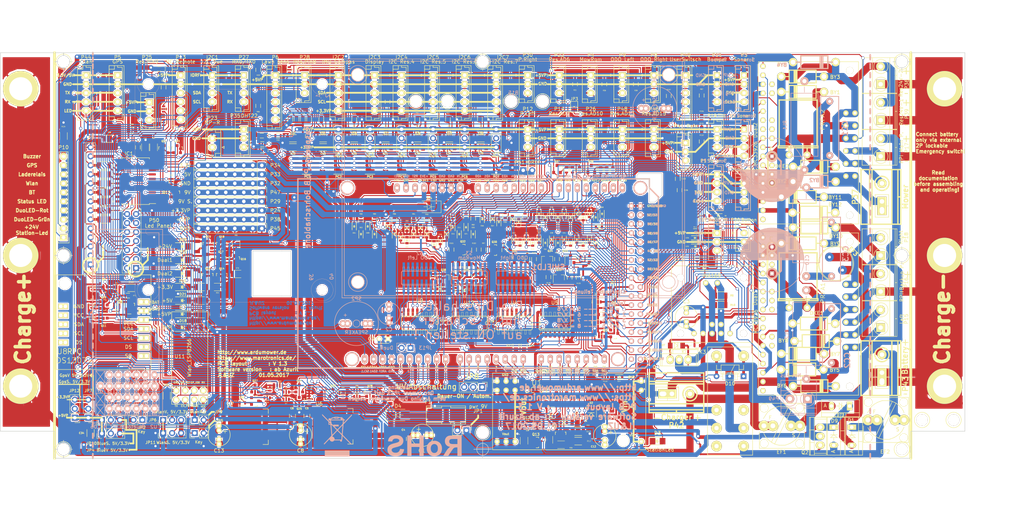
<source format=kicad_pcb>
(kicad_pcb (version 20170123) (host pcbnew "(2017-05-08 revision d4e41c4f9)-makepkg")
  (title_block (title "Ardumower shield SVN Version") (date 2017-04-13) (rev 1.3) (company "ML AG JL UZ"))
  (layers (0 F.Cu signal) (31 B.Cu signal) (34 B.Paste user) (35 F.Paste user) (36 B.SilkS user) (37 F.SilkS user) (38 B.Mask user) (39 F.Mask user) (44 Edge.Cuts user))
  (net 0 "")
  (net 1 pinMotorLeftDir)
  (net 2 pinMotorLeftPWM)
  (net 3 pinMotorLeftFault)
  (net 4 pinMotorLeftSense)
  (net 5 pinMotorEnable)
  (net 6 pinMotorRightDir)
  (net 7 pinMotorRightPWM)
  (net 8 pinMotorRightFault)
  (net 9 pinMotorRightSense)
  (net 10 pinMotorMowEnable)
  (net 11 pinMotorMowDir)
  (net 12 pinMotorMowPWM)
  (net 13 pinMotorMowFault)
  (net 14 pinMotorMowSense)
  (net 15 pinTilt)
  (net 16 pinButton)
  (net 17 pinSonarCenterTrigger)
  (net 18 pinSonarCenterEcho)
  (net 19 pinSonarRightTrigger)
  (net 20 pinSonarRightEcho)
  (net 21 pinSonarLeftTrigger)
  (net 22 pinSonarLeftEcho)
  (net 23 Led-Status)
  (net 24 pinOdometryRight)
  (net 25 pinOdometryLeft)
  (net 26 GPS_RX)
  (net 27 GPS_TX)
  (net 28 pinBumperRight)
  (net 29 pinBumperLeft)
  (net 30 pinPerimeterLeft)
  (net 31 pinRemoteMow)
  (net 32 pinRemoteSteer)
  (net 33 pinRemoteSpeed)
  (net 34 pinRemoteSwitch)
  (net 35 pinUserSwitch1)
  (net 36 pinUserSwitch2)
  (net 37 pinUserSwitch3)
  (net 38 +24V)
  (net 39 TX2)
  (net 40 pinChargeVoltage)
  (net 41 pinChargingEnable)
  (net 42 pinBatteryVoltage)
  (net 43 pinChargeCurrent)
  (net 44 pinBuzzer)
  (net 45 DropLeft)
  (net 46 DropRight)
  (net 47 DuoLED-Rot)
  (net 48 RX1)
  (net 49 pinPerimeterRight)
  (net 50 TX1)
  (net 51 pinRain)
  (net 52 DuoLED_Grün)
  (net 53 ReservePin9)
  (net 54 ReservePin8)
  (net 55 ReserveAD6)
  (net 56 RX2)
  (net 57 "Net-(EF2-Pad2)")
  (net 58 "Net-(D10-Pad2)")
  (net 59 "Net-(Dual2-Pad9)")
  (net 60 pinMotorMowRpm_neu)
  (net 61 "Net-(C9-Pad2)")
  (net 62 Charg_Pin_+)
  (net 63 +5V)
  (net 64 +9V)
  (net 65 +3V3)
  (net 66 /Motortreiber/MähmotorSchutz/MotorIN1)
  (net 67 /Motortreiber/MähmotorSchutz/MotorIN2)
  (net 68 /Motortreiber/MotorLinks/MotorIN1)
  (net 69 /Motortreiber/MotorLinks/MotorIN2)
  (net 70 /Motortreiber/MotorRechts/MotorIN1)
  (net 71 /Motortreiber/MotorRechts/MotorIN2)
  (net 72 "Net-(CC1-Pad2)")
  (net 73 "Net-(CC2-Pad2)")
  (net 74 "Net-(CC3-Pad2)")
  (net 75 "Net-(C12-Pad2)")
  (net 76 "/USpannungAB/Batterieeingang 24V")
  (net 77 "Net-(D2-Pad2)")
  (net 78 "Net-(D12-Pad1)")
  (net 79 "Net-(D13-Pad2)")
  (net 80 Taster)
  (net 81 "Net-(D15-Pad1)")
  (net 82 RelaisAbschaltung)
  (net 83 ReserveAD10)
  (net 84 SDA)
  (net 85 SCL)
  (net 86 Led-BT)
  (net 87 "Net-(P44-Pad4)")
  (net 88 GND)
  (net 89 "Net-(C1-Pad1)")
  (net 90 Dual1)
  (net 91 Dual2)
  (net 92 "Net-(D1-Pad1)")
  (net 93 /VerpolungsschutzLade./Eingang)
  (net 94 SCL2)
  (net 95 SDA2)
  (net 96 SCL3)
  (net 97 SDA3)
  (net 98 SDA4)
  (net 99 SCL4)
  (net 100 SCL5)
  (net 101 SDA5)
  (net 102 SDA6)
  (net 103 SCL6)
  (net 104 SCL7)
  (net 105 SDA7)
  (net 106 Led-Wlan)
  (net 107 "Net-(IC1-Pad13)")
  (net 108 "Net-(IC1-Pad14)")
  (net 109 "Net-(IC1-Pad15)")
  (net 110 "Net-(IC1-Pad16)")
  (net 111 "Net-(IC1-Pad17)")
  (net 112 "Net-(IC1-Pad18)")
  (net 113 SCL1)
  (net 114 SDA1)
  (net 115 IOREF)
  (net 116 "Net-(U8-Pad7)")
  (net 117 "Net-(U8-Pad6)")
  (net 118 /Anschlußstecker/LShifter1/5V_IN)
  (net 119 /Anschlußstecker/LShifter2/5V_IN)
  (net 120 /Anschlußstecker/LShifter3/5V_IN)
  (net 121 /Anschlußstecker/LShifter7/5V_IN)
  (net 122 /Anschlußstecker/LShifter6/5V_IN)
  (net 123 /Anschlußstecker/LShifter5/5V_IN)
  (net 124 /Anschlußstecker/LShifter4/5V_IN)
  (net 125 +5VP)
  (net 126 +3.3VP)
  (net 127 "Net-(D3-Pad1)")
  (net 128 "Net-(JP2-Pad1)")
  (net 129 "Net-(Q3-Pad1)")
  (net 130 pinLawnFrontRecv)
  (net 131 pinLawnBackRecv)
  (net 132 pinLawnFrontSend)
  (net 133 pinLawnBackSend)
  (net 134 "Net-(D17-Pad2)")
  (net 135 "Net-(D18-Pad2)")
  (net 136 "Net-(D19-Pad2)")
  (net 137 "Net-(D21-Pad2)")
  (net 138 Reset)
  (net 139 "Net-(D11-Pad2)")
  (net 140 "Net-(Q12-Pad1)")
  (net 141 "Net-(Q12-Pad3)")
  (net 142 "Net-(Q1-Pad1)")
  (net 143 "Net-(U4-Pad2)")
  (net 144 /Anschlußstecker/OdoTeiler/Eingang1)
  (net 145 "Net-(S1-Pad1)")
  (net 146 "Net-(S1-Pad2)")
  (net 147 "Net-(S1-Pad3)")
  (net 148 "Net-(S1-Pad4)")
  (net 149 "Net-(S1-Pad5)")
  (net 150 "Net-(S1-Pad6)")
  (net 151 "Net-(S1-Pad7)")
  (net 152 "Net-(S1-Pad8)")
  (net 153 "Net-(S1-Pad10)")
  (net 154 "Net-(S2-Pad1)")
  (net 155 "Net-(S2-Pad2)")
  (net 156 "Net-(S2-Pad3)")
  (net 157 "Net-(S2-Pad4)")
  (net 158 "Net-(S2-Pad5)")
  (net 159 "Net-(S2-Pad6)")
  (net 160 "Net-(S2-Pad7)")
  (net 161 "Net-(S2-Pad8)")
  (net 162 "Net-(S2-Pad10)")
  (net 163 "Net-(S3-Pad10)")
  (net 164 "Net-(S3-Pad8)")
  (net 165 "Net-(S3-Pad7)")
  (net 166 "Net-(S3-Pad6)")
  (net 167 "Net-(S3-Pad5)")
  (net 168 "Net-(S3-Pad4)")
  (net 169 "Net-(S3-Pad3)")
  (net 170 "Net-(S3-Pad2)")
  (net 171 "Net-(S3-Pad1)")
  (net 172 /Anschlußstecker/OdoTeiler/Eingang2)
  (net 173 "Net-(U5-Pad6)")
  (net 174 /Anschlußstecker/OdoTeiler/Eingang3)
  (net 175 "Net-(U12-Pad2)")
  (net 176 "Net-(D16-Pad1)")
  (net 177 "Net-(D53-Pad2)")
  (net 178 "Net-(D55-Pad2)")
  (net 179 "Net-(D59-Pad2)")
  (net 180 ReserveAD7)
  (net 181 "Net-(D65-Pad2)")
  (net 182 "Net-(D69-Pad2)")
  (net 183 StationLed)
  (net 184 "Net-(D20-Pad1)")
  (net 185 "Net-(D22-Pad1)")
  (net 186 "Net-(D23-Pad1)")
  (net 187 "Net-(Q14-Pad3)")
  (net 188 "Net-(Q14-Pad1)")
  (net 189 "Net-(Q16-Pad3)")
  (net 190 "Net-(Q16-Pad1)")
  (net 191 "Net-(Q18-Pad3)")
  (net 192 "Net-(Q18-Pad1)")
  (net 193 "Net-(P10-Pad1)")
  (net 194 "Net-(P10-Pad2)")
  (net 195 "Net-(Q20-Pad1)")
  (net 196 "Net-(Q20-Pad2)")
  (net 197 "Net-(Q22-Pad1)")
  (net 198 "Net-(Q22-Pad2)")
  (net 199 "Net-(JP5-Pad1)")
  (net 200 "Net-(P44-Pad3)")
  (net 201 "Net-(P5-Pad4)")
  (net 202 "Net-(P5-Pad3)")
  (net 203 GPS-LED)
  (net 204 "Net-(D7-Pad2)")
  (net 205 "Net-(JP1-Pad1)")
  (net 206 /Anschlußstecker/LShifter8/5V_IN)
  (net 207 /Anschlußstecker/LShifter9/5V_IN)
  (net 208 /Anschlußstecker/LShifter10/5V_IN)
  (net 209 "Net-(JP8-Pad2)")
  (net 210 "Net-(JP9-Pad1)")
  (net 211 "Net-(C19-Pad1)")
  (net 212 "Net-(C20-Pad1)")
  (net 213 "Net-(C21-Pad1)")
  (net 214 "Net-(C23-Pad1)")
  (net 215 "Net-(C24-Pad1)")
  (net 216 "Net-(C25-Pad1)")
  (net 217 "Net-(C34-Pad1)")
  (net 218 "Net-(C35-Pad1)")
  (net 219 "Net-(C36-Pad1)")
  (net 220 /Motortreiber/+24V)
  (net 221 "Net-(EF3-Pad2)")
  (net 222 "Net-(K3-Pad12)")
  (net 223 SCL22)
  (net 224 SDA22)
  (net 225 "Net-(IC1-Pad20)")
  (net 226 "Net-(IC1-Pad19)")
  (net 227 DHT22)
  (net 228 "Net-(IC1-Pad10)")
  (net 229 TX0)
  (net 230 RX0)
  (net 231 Resv.PinAD15)
  (net 232 Resv.PinAD13)
  (net 233 "Net-(D5-Pad2)")
  (net 234 "Net-(D6-Pad2)")
  (net 235 "Net-(D32-Pad2)")
  (net 236 "Net-(D33-Pad2)")
  (net 237 "Net-(D25-Pad1)")
  (net 238 "Net-(D27-Pad1)")
  (net 239 "Net-(D29-Pad2)")
  (net 240 "Net-(D31-Pad2)")
  (net 241 "Net-(D37-Pad2)")
  (net 242 "Net-(D39-Pad2)")
  (net 243 "Net-(D41-Pad2)")
  (net 244 "Net-(D43-Pad2)")
  (net 245 "Net-(D45-Pad2)")
  (net 246 "Net-(D47-Pad2)")
  (net 247 "Net-(D49-Pad2)")
  (net 248 "Net-(D51-Pad2)")
  (net 249 "Net-(D57-Pad2)")
  (net 250 "Net-(D61-Pad2)")
  (net 251 "Net-(D63-Pad2)")
  (net 252 "Net-(D67-Pad2)")
  (net 253 "Net-(D71-Pad2)")
  (net 254 /Anschlußstecker/LShifter11/5V_IN)
  (net 255 /Anschlußstecker/LShifter12/5V_IN)
  (net 256 /Anschlußstecker/LShifter13/5V_IN)
  (net 257 9Vgeschaltet)
  (net 258 "Net-(JP10-Pad2)")
  (net 259 "Net-(JP11-Pad2)")
  (net 260 "Net-(JP12-Pad2)")
  (net 261 "Net-(Q24-Pad1)")
  (net 262 "Net-(Q25-Pad1)")
  (net 263 "Net-(Q26-Pad1)")
  (net 264 "Net-(Q26-Pad2)")
  (net 265 "Net-(Q27-Pad1)")
  (net 266 "Net-(Q28-Pad1)")
  (net 267 "Net-(Q29-Pad1)")
  (net 268 "Net-(R6-Pad2)")
  (net 269 "Net-(U8-Pad1)")
  (net 270 /Anschlußstecker/LShifter14/5V_IN)
  (net 271 /Anschlußstecker/LShifter15/5V_IN)
  (net 272 "Net-(F1-Pad1)")
  (net 273 "Net-(P50-Pad12)")
  (net 274 "Net-(P50-Pad11)")
  (net 275 "Net-(P50-Pad10)")
  (net 276 "Net-(P50-Pad9)")
  (net 277 "Net-(P50-Pad8)")
  (net 278 "Net-(P50-Pad7)")
  (net 279 "Net-(P50-Pad6)")
  (net 280 "Net-(D74-Pad1)")
  (net 281 "Net-(P10-Pad10)")
  (net 282 "Net-(C2-Pad1)")
  (net 283 "Net-(D76-Pad2)")
  (net 284 "Net-(D76-Pad1)")
  (module Diodes_SMD:D_SMA_Standard (layer F.Cu) (at 134.477 84.414 180)
    (fp_text reference D74 (at -0.127 2.413 180) (layer F.SilkS) (effects (font (size 0.5 0.5) (thickness 0.125))))
    (fp_text value "S 1G SMD")
    (pad 1 smd rect (at -2 0 180) (size 2.5 1.8) (layers F.Cu F.Paste F.Mask) (net 280 "Net-(D74-Pad1)"))
    (pad 2 smd rect (at 2 0 180) (size 2.5 1.8) (layers F.Cu F.Paste F.Mask) (net 64 +9V))
  )
  (module Diodes_SMD:D_SMA_Standard (layer F.Cu) (at 125.714 143.088)
    (fp_text reference D4 (at 0 -2.54) (layer F.SilkS))
    (fp_text value "S 1G SMD")
    (pad 1 smd rect (at -2 0) (size 2.5 1.8) (layers F.Cu F.Paste F.Mask) (net 89 "Net-(C1-Pad1)"))
    (pad 2 smd rect (at 2 0) (size 2.5 1.8) (layers F.Cu F.Paste F.Mask) (net 64 +9V))
  )
  (module Zimprich:Bluetooth_Buchse_Platz_mit_Beschriftung_4_fach (layer B.Cu) (at 50.7586 141.2846 180)
    (fp_text reference U2 (at -6.1214 -5.1054) (layer B.SilkS) (effects (justify mirror)))
    (fp_text value Bluetooth_CZ_HC_05 (at 4.0386 -5.1054) (layer B.SilkS) (effects (justify mirror)))
    (fp_text user EN (at 6.35 4.826 180) (layer B.SilkS) (effects (font (size 0.6 0.6)) (justify mirror)))
    (fp_text user BRK (at 6.35 7.874 180) (layer B.SilkS) (effects (font (size 0.6 0.6)) (justify mirror)))
    (fp_text user KEY (at 8.89 4.826) (layer B.SilkS) (effects (font (size 0.6 0.6)) (justify mirror)))
    (fp_text user VCC (at 3.81 4.826) (layer B.SilkS) (effects (font (size 0.6 0.6)) (justify mirror)))
    (fp_text user GND (at 1.27 4.826) (layer B.SilkS) (effects (font (size 0.6 0.6)) (justify mirror)))
    (fp_text user TXD (at -1.27 4.826) (layer B.SilkS) (effects (font (size 0.6 0.6)) (justify mirror)))
    (fp_text user RXD (at -3.81 4.826) (layer B.SilkS) (effects (font (size 0.6 0.6)) (justify mirror)))
    (fp_text user RXD (at 3.81 7.874) (layer B.SilkS) (effects (font (size 0.6 0.6)) (justify mirror)))
    (fp_text user TXD (at 1.27 7.874) (layer B.SilkS) (effects (font (size 0.6 0.6)) (justify mirror)))
    (fp_text user GND (at -1.27 7.874) (layer B.SilkS) (effects (font (size 0.6 0.6)) (justify mirror)))
    (fp_text user VCC (at -3.81 7.874) (layer B.SilkS) (effects (font (size 0.6 0.6)) (justify mirror)))
    (fp_text user LED (at -6.35 4.826) (layer B.SilkS) (effects (font (size 0.6 0.6)) (justify mirror)))
    (fp_text user LED (at -6.35 7.874) (layer B.SilkS) (effects (font (size 0.6 0.6)) (justify mirror)))
    (fp_text user KEY (at 6.35 1.524) (layer B.SilkS) (effects (font (size 0.6 0.6)) (justify mirror)))
    (fp_text user VCC (at 3.81 1.524) (layer B.SilkS) (effects (font (size 0.6 0.6)) (justify mirror)))
    (fp_text user GND (at 1.27 1.524) (layer B.SilkS) (effects (font (size 0.6 0.6)) (justify mirror)))
    (fp_text user TXD (at -1.27 1.524) (layer B.SilkS) (effects (font (size 0.6 0.6)) (justify mirror)))
    (fp_text user RXD (at -3.81 1.524) (layer B.SilkS) (effects (font (size 0.6 0.6)) (justify mirror)))
    (fp_text user LED (at -6.35 1.524) (layer B.SilkS) (effects (font (size 0.6 0.6)) (justify mirror)))
    (fp_text user VCC (at 6.35 -1.524) (layer B.SilkS) (effects (font (size 0.6 0.6)) (justify mirror)))
    (fp_text user GND (at 3.81 -1.524) (layer B.SilkS) (effects (font (size 0.6 0.6)) (justify mirror)))
    (fp_text user TXD (at 1.27 -1.524) (layer B.SilkS) (effects (font (size 0.6 0.6)) (justify mirror)))
    (fp_text user RXD (at -1.27 -1.524) (layer B.SilkS) (effects (font (size 0.6 0.6)) (justify mirror)))
    (fp_text user KEY (at -3.81 -1.524) (layer B.SilkS) (effects (font (size 0.6 0.6)) (justify mirror)))
    (fp_text user LED (at -6.35 -1.524) (layer B.SilkS) (effects (font (size 0.6 0.6)) (justify mirror)))
    (pad BRK thru_hole oval (at 6.35 9.525) (size 1.7272 2.032) (drill 1.016) (layers *.Cu *.Mask B.SilkS))
    (pad RXD thru_hole oval (at 3.81 9.525) (size 1.7272 2.032) (drill 1.016) (layers *.Cu *.Mask B.SilkS) (net 264 "Net-(Q26-Pad2)"))
    (pad TXD thru_hole oval (at 1.27 9.525) (size 1.7272 2.032) (drill 1.016) (layers *.Cu *.Mask B.SilkS) (net 268 "Net-(R6-Pad2)"))
    (pad GND thru_hole oval (at -1.27 9.525) (size 1.7272 2.032) (drill 1.016) (layers *.Cu *.Mask B.SilkS) (net 88 GND))
    (pad VCC thru_hole oval (at -3.81 9.525) (size 1.7272 2.032) (drill 1.016) (layers *.Cu *.Mask B.SilkS) (net 217 "Net-(C34-Pad1)"))
    (pad LED thru_hole oval (at -6.35 9.525) (size 1.7272 2.032) (drill 1.016) (layers *.Cu *.Mask B.SilkS) (net 86 Led-BT))
    (pad Key thru_hole oval (at 8.89 6.35) (size 1.7272 2.032) (drill 1.016) (layers *.Cu *.Mask B.SilkS) (net 128 "Net-(JP2-Pad1)"))
    (pad EN thru_hole oval (at 6.35 6.35) (size 1.7272 2.032) (drill 1.016) (layers *.Cu *.Mask B.SilkS))
    (pad VCC thru_hole oval (at 3.81 6.35) (size 1.7272 2.032) (drill 1.016) (layers *.Cu *.Mask B.SilkS) (net 217 "Net-(C34-Pad1)"))
    (pad GND thru_hole oval (at 1.27 6.35) (size 1.7272 2.032) (drill 1.016) (layers *.Cu *.Mask B.SilkS) (net 88 GND))
    (pad TXD thru_hole oval (at -1.27 6.35) (size 1.7272 2.032) (drill 1.016) (layers *.Cu *.Mask B.SilkS) (net 268 "Net-(R6-Pad2)"))
    (pad RXD thru_hole oval (at -3.81 6.35) (size 1.7272 2.032) (drill 1.016) (layers *.Cu *.Mask B.SilkS) (net 264 "Net-(Q26-Pad2)"))
    (pad LED thru_hole oval (at -6.35 6.35) (size 1.7272 2.032) (drill 1.016) (layers *.Cu *.Mask B.SilkS) (net 86 Led-BT))
    (pad VCC thru_hole oval (at 6.35 0) (size 1.7272 2.032) (drill 1.016) (layers *.Cu *.Mask B.SilkS) (net 217 "Net-(C34-Pad1)"))
    (pad GND thru_hole oval (at 3.81 0) (size 1.7272 2.032) (drill 1.016) (layers *.Cu *.Mask B.SilkS) (net 88 GND))
    (pad TXD thru_hole oval (at 1.27 0) (size 1.7272 2.032) (drill 1.016) (layers *.Cu *.Mask B.SilkS) (net 268 "Net-(R6-Pad2)"))
    (pad RXD thru_hole oval (at -1.27 0) (size 1.7272 2.032) (drill 1.016) (layers *.Cu *.Mask B.SilkS) (net 264 "Net-(Q26-Pad2)"))
    (pad Key thru_hole oval (at -3.81 0) (size 1.7272 2.032) (drill 1.016) (layers *.Cu *.Mask B.SilkS) (net 128 "Net-(JP2-Pad1)"))
    (pad LED thru_hole oval (at -6.35 0) (size 1.7272 2.032) (drill 1.016) (layers *.Cu *.Mask B.SilkS) (net 86 Led-BT))
    (pad LED thru_hole oval (at -6.35 0) (size 1.7272 2.032) (drill 1.016) (layers *.Cu *.Mask B.SilkS) (net 86 Led-BT))
    (pad LED thru_hole oval (at -6.35 0) (size 1.7272 2.032) (drill 1.016) (layers *.Cu *.Mask B.SilkS) (net 86 Led-BT))
    (pad LED thru_hole oval (at -6.35 3.175) (size 1.7272 2.032) (drill 1.016) (layers *.Cu *.Mask B.SilkS) (net 86 Led-BT))
    (pad RXD thru_hole oval (at -3.81 3.175) (size 1.7272 2.032) (drill 1.016) (layers *.Cu *.Mask B.SilkS) (net 264 "Net-(Q26-Pad2)"))
    (pad TXD thru_hole oval (at -1.27 3.175) (size 1.7272 2.032) (drill 1.016) (layers *.Cu *.Mask B.SilkS) (net 268 "Net-(R6-Pad2)"))
    (pad GND thru_hole oval (at 1.27 3.175) (size 1.7272 2.032) (drill 1.016) (layers *.Cu *.Mask B.SilkS) (net 88 GND))
    (pad VCC thru_hole oval (at 3.81 3.175) (size 1.7272 2.032) (drill 1.016) (layers *.Cu *.Mask B.SilkS) (net 217 "Net-(C34-Pad1)"))
    (pad Key thru_hole oval (at 6.35 3.175) (size 1.7272 2.032) (drill 1.016) (layers *.Cu *.Mask B.SilkS) (net 128 "Net-(JP2-Pad1)"))
  )
  (module Zimprich:Raspberry_Pi_B_Bohrschablone_Rueckseite (layer F.Cu) (at 79.867 78.826 270)
    (fp_text reference B16)
    (fp_text value Raspberry_Pi_B_Bohrschablone (at -0.0635 -20.3835 270) (layer B.SilkS) (effects (font (size 1.5 1.5) (thickness 0.3)) (justify mirror)))
    (fp_text user 39 (at 25.4 -21.463 270) (layer B.SilkS) (effects (justify mirror)))
    (fp_text user 40 (at 25.2095 -27.178 270) (layer B.SilkS) (effects (justify mirror)))
    (fp_text user 2 (at -25.654 -26.035 270) (layer B.SilkS) (effects (justify mirror)))
    (fp_text user 1 (at -25.654 -23.3045 270) (layer B.SilkS) (effects (justify mirror)))
    (pad "" thru_hole circle (at 29 24.5 270) (size 2.75 2.75) (drill 2.75) (layers *.Cu *.Mask))
    (pad "" thru_hole circle (at -29 -24.5 270) (size 2.75 2.75) (drill 2.75) (layers *.Cu *.Mask))
    (pad "" thru_hole circle (at 29 -24.5 270) (size 2.75 2.75) (drill 2.75) (layers *.Cu *.Mask))
    (pad "" thru_hole circle (at -29 24.5 270) (size 2.75 2.75) (drill 2.75) (layers *.Cu *.Mask))
  )
  (module Zimprich:MC_33926_31polig_mit_Bohrloch_neue_Masse_mit_zweite_Lochreihe (layer F.Cu) (at 266.43 93.05 90)
    (fp_text reference Dual2 (at 30.226 -40.005 90) (layer F.SilkS))
    (fp_text value MC33926 (at 23.622 -40.005 90) (layer F.SilkS))
    (pad ~ thru_hole circle (at 47.0535 -13.3985 90) (size 2 2) (drill 2) (layers *.Cu *.Mask F.SilkS))
    (pad ~ thru_hole circle (at 6.2865 -13.3985 90) (size 2 2) (drill 2) (layers *.Cu *.Mask F.SilkS))
    (pad 31 thru_hole circle (at 43.18 -35.306 90) (size 1.524 1.524) (drill 0.762) (layers *.Cu *.Mask F.SilkS))
    (pad 30 thru_hole circle (at 40.64 -35.306 90) (size 1.524 1.524) (drill 0.762) (layers *.Cu *.Mask F.SilkS))
    (pad 29 thru_hole circle (at 33.02 -35.306 90) (size 1.524 1.524) (drill 0.762) (layers *.Cu *.Mask F.SilkS))
    (pad 28 thru_hole circle (at 30.48 -35.306 90) (size 1.524 1.524) (drill 0.762) (layers *.Cu *.Mask F.SilkS))
    (pad 27 thru_hole circle (at 27.94 -35.306 90) (size 1.524 1.524) (drill 0.762) (layers *.Cu *.Mask F.SilkS))
    (pad 26 thru_hole circle (at 20.32 -35.306 90) (size 1.524 1.524) (drill 0.762) (layers *.Cu *.Mask F.SilkS))
    (pad 25 thru_hole circle (at 17.78 -35.306 90) (size 1.524 1.524) (drill 0.762) (layers *.Cu *.Mask F.SilkS))
    (pad 24 thru_hole circle (at 35.052 -14.478 90) (size 1.524 1.524) (drill 0.762) (layers *.Cu *.Mask F.SilkS) (net 67 /Motortreiber/MähmotorSchutz/MotorIN2))
    (pad 23 thru_hole circle (at 31.496 -14.478 90) (size 1.524 1.524) (drill 0.762) (layers *.Cu *.Mask F.SilkS) (net 66 /Motortreiber/MähmotorSchutz/MotorIN1))
    (pad 22 thru_hole circle (at 27.94 -14.478 90) (size 1.524 1.524) (drill 0.762) (layers *.Cu *.Mask F.SilkS) (net 91 Dual2))
    (pad 21 thru_hole circle (at 24.384 -14.478 90) (size 1.524 1.524) (drill 0.762) (layers *.Cu *.Mask F.SilkS) (net 88 GND))
    (pad 20 thru_hole circle (at 20.828 -14.478 90) (size 1.524 1.524) (drill 0.762) (layers *.Cu *.Mask F.SilkS) (net 67 /Motortreiber/MähmotorSchutz/MotorIN2))
    (pad 19 thru_hole circle (at 17.272 -14.478 90) (size 1.524 1.524) (drill 0.762) (layers *.Cu *.Mask F.SilkS) (net 66 /Motortreiber/MähmotorSchutz/MotorIN1))
    (pad 18 thru_hole circle (at 48.26 -37.846 90) (size 1.524 1.524) (drill 0.762) (layers *.Cu *.Mask F.SilkS) (net 14 pinMotorMowSense))
    (pad 17 thru_hole circle (at 45.72 -37.846 90) (size 1.524 1.524) (drill 0.762) (layers *.Cu *.Mask F.SilkS) (net 13 pinMotorMowFault))
    (pad 16 thru_hole circle (at 43.18 -37.846 90) (size 1.524 1.524) (drill 0.762) (layers *.Cu *.Mask F.SilkS) (net 88 GND))
    (pad 15 thru_hole circle (at 40.64 -37.846 90) (size 1.524 1.524) (drill 0.762) (layers *.Cu *.Mask F.SilkS) (net 115 IOREF))
    (pad 14 thru_hole circle (at 38.1 -37.846 90) (size 1.524 1.524) (drill 0.762) (layers *.Cu *.Mask F.SilkS) (net 12 pinMotorMowPWM))
    (pad 13 thru_hole circle (at 35.56 -37.846 90) (size 1.524 1.524) (drill 0.762) (layers *.Cu *.Mask F.SilkS) (net 11 pinMotorMowDir))
    (pad 12 thru_hole circle (at 33.02 -37.846 90) (size 1.524 1.524) (drill 0.762) (layers *.Cu *.Mask F.SilkS))
    (pad 11 thru_hole circle (at 30.48 -37.846 90) (size 1.524 1.524) (drill 0.762) (layers *.Cu *.Mask F.SilkS))
    (pad 10 thru_hole circle (at 27.94 -37.846 90) (size 1.524 1.524) (drill 0.762) (layers *.Cu *.Mask F.SilkS) (net 10 pinMotorMowEnable))
    (pad 9 thru_hole circle (at 25.4 -37.846 90) (size 1.524 1.524) (drill 0.762) (layers *.Cu *.Mask F.SilkS) (net 59 "Net-(Dual2-Pad9)"))
    (pad 8 thru_hole circle (at 22.86 -37.846 90) (size 1.524 1.524) (drill 0.762) (layers *.Cu *.Mask F.SilkS) (net 13 pinMotorMowFault))
    (pad 7 thru_hole circle (at 20.32 -37.846 90) (size 1.524 1.524) (drill 0.762) (layers *.Cu *.Mask F.SilkS) (net 88 GND))
    (pad 6 thru_hole circle (at 17.78 -37.846 90) (size 1.524 1.524) (drill 0.762) (layers *.Cu *.Mask F.SilkS) (net 115 IOREF))
    (pad 5 thru_hole circle (at 15.24 -37.846 90) (size 1.524 1.524) (drill 0.762) (layers *.Cu *.Mask F.SilkS) (net 12 pinMotorMowPWM))
    (pad 4 thru_hole circle (at 12.7 -37.846 90) (size 1.524 1.524) (drill 0.762) (layers *.Cu *.Mask F.SilkS) (net 11 pinMotorMowDir))
    (pad 3 thru_hole circle (at 10.16 -37.846 90) (size 1.524 1.524) (drill 0.762) (layers *.Cu *.Mask F.SilkS) (net 115 IOREF))
    (pad 2 thru_hole circle (at 7.62 -37.846 90) (size 1.524 1.524) (drill 0.762) (layers *.Cu *.Mask F.SilkS) (net 88 GND))
    (pad 1 thru_hole circle (at 5.08 -37.846 90) (size 1.524 1.524) (drill 0.762) (layers *.Cu *.Mask F.SilkS))
    (pad 19 thru_hole circle (at 17.272 -11.938 90) (size 1.524 1.524) (drill 0.762) (layers *.Cu *.Mask F.SilkS) (net 66 /Motortreiber/MähmotorSchutz/MotorIN1))
    (pad 20 thru_hole circle (at 20.828 -11.938 90) (size 1.524 1.524) (drill 0.762) (layers *.Cu *.Mask F.SilkS) (net 67 /Motortreiber/MähmotorSchutz/MotorIN2))
    (pad 21 thru_hole circle (at 24.384 -11.938 90) (size 1.524 1.524) (drill 0.762) (layers *.Cu *.Mask F.SilkS) (net 88 GND))
    (pad 22 thru_hole circle (at 27.94 -11.938 90) (size 1.524 1.524) (drill 0.762) (layers *.Cu *.Mask F.SilkS) (net 91 Dual2))
    (pad 23 thru_hole circle (at 31.496 -11.938 90) (size 1.524 1.524) (drill 0.762) (layers *.Cu *.Mask F.SilkS) (net 66 /Motortreiber/MähmotorSchutz/MotorIN1))
    (pad 24 thru_hole circle (at 35.052 -11.938 90) (size 1.524 1.524) (drill 0.762) (layers *.Cu *.Mask F.SilkS) (net 67 /Motortreiber/MähmotorSchutz/MotorIN2))
  )
  (module Zimprich:MC_33926_31polig_mit_Bohrloch_neue_Masse_mit_zweite_Lochreihe (layer F.Cu) (at 266.43 141.31 90)
    (fp_text reference Dual1 (at 31.242 -40.005 90) (layer F.SilkS))
    (fp_text value MC33926 (at 24.511 -39.878 90) (layer F.SilkS))
    (pad 24 thru_hole circle (at 35.052 -11.938 90) (size 1.524 1.524) (drill 0.762) (layers *.Cu *.Mask F.SilkS) (net 71 /Motortreiber/MotorRechts/MotorIN2))
    (pad 23 thru_hole circle (at 31.496 -11.938 90) (size 1.524 1.524) (drill 0.762) (layers *.Cu *.Mask F.SilkS) (net 70 /Motortreiber/MotorRechts/MotorIN1))
    (pad 22 thru_hole circle (at 27.94 -11.938 90) (size 1.524 1.524) (drill 0.762) (layers *.Cu *.Mask F.SilkS) (net 90 Dual1))
    (pad 21 thru_hole circle (at 24.384 -11.938 90) (size 1.524 1.524) (drill 0.762) (layers *.Cu *.Mask F.SilkS) (net 88 GND))
    (pad 20 thru_hole circle (at 20.828 -11.938 90) (size 1.524 1.524) (drill 0.762) (layers *.Cu *.Mask F.SilkS) (net 69 /Motortreiber/MotorLinks/MotorIN2))
    (pad 19 thru_hole circle (at 17.272 -11.938 90) (size 1.524 1.524) (drill 0.762) (layers *.Cu *.Mask F.SilkS) (net 68 /Motortreiber/MotorLinks/MotorIN1))
    (pad 1 thru_hole circle (at 5.08 -37.846 90) (size 1.524 1.524) (drill 0.762) (layers *.Cu *.Mask F.SilkS))
    (pad 2 thru_hole circle (at 7.62 -37.846 90) (size 1.524 1.524) (drill 0.762) (layers *.Cu *.Mask F.SilkS) (net 88 GND))
    (pad 3 thru_hole circle (at 10.16 -37.846 90) (size 1.524 1.524) (drill 0.762) (layers *.Cu *.Mask F.SilkS) (net 115 IOREF))
    (pad 4 thru_hole circle (at 12.7 -37.846 90) (size 1.524 1.524) (drill 0.762) (layers *.Cu *.Mask F.SilkS) (net 1 pinMotorLeftDir))
    (pad 5 thru_hole circle (at 15.24 -37.846 90) (size 1.524 1.524) (drill 0.762) (layers *.Cu *.Mask F.SilkS) (net 2 pinMotorLeftPWM))
    (pad 6 thru_hole circle (at 17.78 -37.846 90) (size 1.524 1.524) (drill 0.762) (layers *.Cu *.Mask F.SilkS) (net 115 IOREF))
    (pad 7 thru_hole circle (at 20.32 -37.846 90) (size 1.524 1.524) (drill 0.762) (layers *.Cu *.Mask F.SilkS) (net 88 GND))
    (pad 8 thru_hole circle (at 22.86 -37.846 90) (size 1.524 1.524) (drill 0.762) (layers *.Cu *.Mask F.SilkS) (net 3 pinMotorLeftFault))
    (pad 9 thru_hole circle (at 25.4 -37.846 90) (size 1.524 1.524) (drill 0.762) (layers *.Cu *.Mask F.SilkS) (net 4 pinMotorLeftSense))
    (pad 10 thru_hole circle (at 27.94 -37.846 90) (size 1.524 1.524) (drill 0.762) (layers *.Cu *.Mask F.SilkS) (net 5 pinMotorEnable))
    (pad 11 thru_hole circle (at 30.48 -37.846 90) (size 1.524 1.524) (drill 0.762) (layers *.Cu *.Mask F.SilkS))
    (pad 12 thru_hole circle (at 33.02 -37.846 90) (size 1.524 1.524) (drill 0.762) (layers *.Cu *.Mask F.SilkS))
    (pad 13 thru_hole circle (at 35.56 -37.846 90) (size 1.524 1.524) (drill 0.762) (layers *.Cu *.Mask F.SilkS) (net 6 pinMotorRightDir))
    (pad 14 thru_hole circle (at 38.1 -37.846 90) (size 1.524 1.524) (drill 0.762) (layers *.Cu *.Mask F.SilkS) (net 7 pinMotorRightPWM))
    (pad 15 thru_hole circle (at 40.64 -37.846 90) (size 1.524 1.524) (drill 0.762) (layers *.Cu *.Mask F.SilkS) (net 115 IOREF))
    (pad 16 thru_hole circle (at 43.18 -37.846 90) (size 1.524 1.524) (drill 0.762) (layers *.Cu *.Mask F.SilkS) (net 88 GND))
    (pad 17 thru_hole circle (at 45.72 -37.846 90) (size 1.524 1.524) (drill 0.762) (layers *.Cu *.Mask F.SilkS) (net 8 pinMotorRightFault))
    (pad 18 thru_hole circle (at 48.26 -37.846 90) (size 1.524 1.524) (drill 0.762) (layers *.Cu *.Mask F.SilkS) (net 9 pinMotorRightSense))
    (pad 19 thru_hole circle (at 17.272 -14.478 90) (size 1.524 1.524) (drill 0.762) (layers *.Cu *.Mask F.SilkS) (net 68 /Motortreiber/MotorLinks/MotorIN1))
    (pad 20 thru_hole circle (at 20.828 -14.478 90) (size 1.524 1.524) (drill 0.762) (layers *.Cu *.Mask F.SilkS) (net 69 /Motortreiber/MotorLinks/MotorIN2))
    (pad 21 thru_hole circle (at 24.384 -14.478 90) (size 1.524 1.524) (drill 0.762) (layers *.Cu *.Mask F.SilkS) (net 88 GND))
    (pad 22 thru_hole circle (at 27.94 -14.478 90) (size 1.524 1.524) (drill 0.762) (layers *.Cu *.Mask F.SilkS) (net 90 Dual1))
    (pad 23 thru_hole circle (at 31.496 -14.478 90) (size 1.524 1.524) (drill 0.762) (layers *.Cu *.Mask F.SilkS) (net 70 /Motortreiber/MotorRechts/MotorIN1))
    (pad 24 thru_hole circle (at 35.052 -14.478 90) (size 1.524 1.524) (drill 0.762) (layers *.Cu *.Mask F.SilkS) (net 71 /Motortreiber/MotorRechts/MotorIN2))
    (pad 25 thru_hole circle (at 17.78 -35.306 90) (size 1.524 1.524) (drill 0.762) (layers *.Cu *.Mask F.SilkS))
    (pad 26 thru_hole circle (at 20.32 -35.306 90) (size 1.524 1.524) (drill 0.762) (layers *.Cu *.Mask F.SilkS))
    (pad 27 thru_hole circle (at 27.94 -35.306 90) (size 1.524 1.524) (drill 0.762) (layers *.Cu *.Mask F.SilkS))
    (pad 28 thru_hole circle (at 30.48 -35.306 90) (size 1.524 1.524) (drill 0.762) (layers *.Cu *.Mask F.SilkS))
    (pad 29 thru_hole circle (at 33.02 -35.306 90) (size 1.524 1.524) (drill 0.762) (layers *.Cu *.Mask F.SilkS))
    (pad 30 thru_hole circle (at 40.64 -35.306 90) (size 1.524 1.524) (drill 0.762) (layers *.Cu *.Mask F.SilkS))
    (pad 31 thru_hole circle (at 43.18 -35.306 90) (size 1.524 1.524) (drill 0.762) (layers *.Cu *.Mask F.SilkS))
    (pad ~ thru_hole circle (at 6.2865 -13.3985 90) (size 2 2) (drill 2) (layers *.Cu *.Mask F.SilkS))
    (pad ~ thru_hole circle (at 47.0535 -13.3985 90) (size 2 2) (drill 2) (layers *.Cu *.Mask F.SilkS))
  )
  (module Zimprich:SJ (layer F.Cu) (at 175.371 56.22 270)
    (fp_text reference JP3 (at -1.778 1.143) (layer F.SilkS) (effects (font (size 0.8 0.8) (thickness 0.127)) (justify left bottom)))
    (fp_text value M1FB (at 0.4001 0 270) (layer F.SilkS) (effects (font (size 0.019 0.019) (thickness 0.0016)) (justify left bottom)))
    (pad 2 smd rect (at 0.762 0 270) (size 1.1684 1.6002) (layers F.Cu F.Paste F.Mask) (net 59 "Net-(Dual2-Pad9)"))
    (pad 1 smd rect (at -0.762 0 270) (size 1.1684 1.6002) (layers F.Cu F.Paste F.Mask) (net 55 ReserveAD6))
  )
  (module Zimprich:ARDUINO_MEGA_SHIELD_DUO_3D (layer B.Cu) (at 97.52 76.54)
    (fp_text reference SHIELD1 (at 70.612 24.892) (layer B.SilkS) (effects (font (thickness 0.3048)) (justify mirror)))
    (fp_text value ARDUINO_MEGA_SHIELD hide)
    (pad FREI thru_hole oval (at 27.94 2.54 270) (size 2.54 1.524) (drill 0.812) (layers *.Cu *.Mask B.SilkS))
    (pad IORE thru_hole oval (at 30.48 2.54 270) (size 2.54 1.524) (drill 0.812) (layers *.Cu *.Mask B.SilkS) (net 115 IOREF))
    (pad SCL1 thru_hole oval (at 18.796 50.8 270) (size 2.54 1.524) (drill 0.812) (layers *.Cu *.Mask B.SilkS) (net 223 SCL22))
    (pad SDA1 thru_hole oval (at 21.336 50.8 270) (size 2.54 1.524) (drill 0.8128) (layers *.Cu *.Mask B.SilkS) (net 224 SDA22))
    (pad GND5 thru_hole circle (at 96.52 7.62) (size 1.524 1.524) (drill 0.8128) (layers *.Cu *.Mask B.SilkS) (net 88 GND))
    (pad GND4 thru_hole circle (at 93.98 7.62) (size 1.524 1.524) (drill 0.8128) (layers *.Cu *.Mask B.SilkS) (net 88 GND))
    (pad 53 thru_hole circle (at 96.52 10.16) (size 1.524 1.524) (drill 0.8128) (layers *.Cu *.Mask B.SilkS) (net 44 pinBuzzer))
    (pad 52 thru_hole circle (at 93.98 10.16) (size 1.524 1.524) (drill 0.8128) (layers *.Cu *.Mask B.SilkS) (net 34 pinRemoteSwitch))
    (pad 51 thru_hole circle (at 96.52 12.7) (size 1.524 1.524) (drill 0.8128) (layers *.Cu *.Mask B.SilkS) (net 16 pinButton))
    (pad 50 thru_hole circle (at 93.98 12.7) (size 1.524 1.524) (drill 0.8128) (layers *.Cu *.Mask B.SilkS) (net 41 pinChargingEnable))
    (pad 49 thru_hole circle (at 96.52 15.24) (size 1.524 1.524) (drill 0.8128) (layers *.Cu *.Mask B.SilkS) (net 249 "Net-(D57-Pad2)"))
    (pad 48 thru_hole circle (at 93.98 15.24) (size 1.524 1.524) (drill 0.8128) (layers *.Cu *.Mask B.SilkS) (net 250 "Net-(D61-Pad2)"))
    (pad 47 thru_hole circle (at 96.52 17.78) (size 1.524 1.524) (drill 0.8128) (layers *.Cu *.Mask B.SilkS) (net 247 "Net-(D49-Pad2)"))
    (pad 46 thru_hole circle (at 93.98 17.78) (size 1.524 1.524) (drill 0.8128) (layers *.Cu *.Mask B.SilkS) (net 248 "Net-(D51-Pad2)"))
    (pad 45 thru_hole circle (at 96.52 20.32) (size 1.524 1.524) (drill 0.8128) (layers *.Cu *.Mask B.SilkS) (net 246 "Net-(D47-Pad2)"))
    (pad 44 thru_hole circle (at 93.98 20.32) (size 1.524 1.524) (drill 0.8128) (layers *.Cu *.Mask B.SilkS) (net 245 "Net-(D45-Pad2)"))
    (pad 43 thru_hole circle (at 96.52 22.86) (size 1.524 1.524) (drill 0.8128) (layers *.Cu *.Mask B.SilkS) (net 244 "Net-(D43-Pad2)"))
    (pad 42 thru_hole circle (at 93.98 22.86) (size 1.524 1.524) (drill 0.8128) (layers *.Cu *.Mask B.SilkS) (net 243 "Net-(D41-Pad2)"))
    (pad 41 thru_hole circle (at 96.52 25.4) (size 1.524 1.524) (drill 0.8128) (layers *.Cu *.Mask B.SilkS) (net 242 "Net-(D39-Pad2)"))
    (pad 40 thru_hole circle (at 93.98 25.4) (size 1.524 1.524) (drill 0.8128) (layers *.Cu *.Mask B.SilkS) (net 241 "Net-(D37-Pad2)"))
    (pad 39 thru_hole circle (at 96.52 27.94) (size 1.524 1.524) (drill 0.8128) (layers *.Cu *.Mask B.SilkS) (net 240 "Net-(D31-Pad2)"))
    (pad 38 thru_hole circle (at 93.98 27.94) (size 1.524 1.524) (drill 0.8128) (layers *.Cu *.Mask B.SilkS) (net 239 "Net-(D29-Pad2)"))
    (pad 37 thru_hole circle (at 96.52 30.48) (size 1.524 1.524) (drill 0.8128) (layers *.Cu *.Mask B.SilkS) (net 5 pinMotorEnable))
    (pad 36 thru_hole circle (at 93.98 30.48) (size 1.524 1.524) (drill 0.8128) (layers *.Cu *.Mask B.SilkS) (net 22 pinSonarLeftEcho))
    (pad 35 thru_hole circle (at 96.52 33.02) (size 1.524 1.524) (drill 0.8128) (layers *.Cu *.Mask B.SilkS) (net 238 "Net-(D27-Pad1)"))
    (pad 34 thru_hole circle (at 93.98 33.02) (size 1.524 1.524) (drill 0.8128) (layers *.Cu *.Mask B.SilkS) (net 21 pinSonarLeftTrigger))
    (pad 33 thru_hole circle (at 96.52 35.56) (size 1.524 1.524) (drill 0.8128) (layers *.Cu *.Mask B.SilkS) (net 6 pinMotorRightDir))
    (pad 32 thru_hole circle (at 93.98 35.56) (size 1.524 1.524) (drill 0.8128) (layers *.Cu *.Mask B.SilkS) (net 20 pinSonarRightEcho))
    (pad 30 thru_hole circle (at 93.98 38.1) (size 1.524 1.524) (drill 0.8128) (layers *.Cu *.Mask B.SilkS) (net 19 pinSonarRightTrigger))
    (pad 31 thru_hole circle (at 96.52 38.1) (size 1.524 1.524) (drill 0.8128) (layers *.Cu *.Mask B.SilkS) (net 1 pinMotorLeftDir))
    (pad 5V_5 thru_hole circle (at 96.52 50.8) (size 1.524 1.524) (drill 0.8128) (layers *.Cu *.Mask B.SilkS))
    (pad 5V_4 thru_hole circle (at 93.98 50.8) (size 1.524 1.524) (drill 0.8128) (layers *.Cu *.Mask B.SilkS))
    (pad 29 thru_hole circle (at 96.52 40.64) (size 1.524 1.524) (drill 0.8128) (layers *.Cu *.Mask B.SilkS) (net 11 pinMotorMowDir))
    (pad 28 thru_hole circle (at 93.98 40.64) (size 1.524 1.524) (drill 0.8128) (layers *.Cu *.Mask B.SilkS) (net 10 pinMotorMowEnable))
    (pad 27 thru_hole circle (at 96.52 43.18) (size 1.524 1.524) (drill 0.8128) (layers *.Cu *.Mask B.SilkS) (net 8 pinMotorRightFault))
    (pad 26 thru_hole circle (at 93.98 43.18) (size 1.524 1.524) (drill 0.8128) (layers *.Cu *.Mask B.SilkS) (net 13 pinMotorMowFault))
    (pad 25 thru_hole circle (at 96.52 45.72) (size 1.524 1.524) (drill 0.8128) (layers *.Cu *.Mask B.SilkS) (net 3 pinMotorLeftFault))
    (pad 24 thru_hole circle (at 93.98 45.72) (size 1.524 1.524) (drill 0.8128) (layers *.Cu *.Mask B.SilkS) (net 17 pinSonarCenterTrigger))
    (pad 23 thru_hole circle (at 96.52 48.26) (size 1.524 1.524) (drill 0.8128) (layers *.Cu *.Mask B.SilkS) (net 237 "Net-(D25-Pad1)"))
    (pad 22 thru_hole circle (at 93.98 48.26) (size 1.524 1.524) (drill 0.8128) (layers *.Cu *.Mask B.SilkS) (net 18 pinSonarCenterEcho))
    (pad "" thru_hole circle (at 13.97 2.54 270) (size 3.937 3.937) (drill 3.175) (layers *.Cu *.Mask B.SilkS))
    (pad "" thru_hole circle (at 15.24 50.8 270) (size 3.937 3.937) (drill 3.175) (layers *.Cu *.Mask B.SilkS))
    (pad "" thru_hole circle (at 90.17 50.8 270) (size 3.937 3.937) (drill 3.175) (layers *.Cu *.Mask B.SilkS))
    (pad "" thru_hole circle (at 96.52 2.54 270) (size 3.937 3.937) (drill 3.175) (layers *.Cu *.Mask B.SilkS))
    (pad 5V thru_hole oval (at 38.1 2.54 270) (size 2.54 1.524) (drill 0.8128) (layers *.Cu *.Mask B.SilkS) (net 63 +5V))
    (pad AREF thru_hole oval (at 23.876 50.8 270) (size 2.54 1.524) (drill 0.8128) (layers *.Cu *.Mask B.SilkS) (net 61 "Net-(C9-Pad2)"))
    (pad GND3 thru_hole oval (at 26.416 50.8 270) (size 2.54 1.524) (drill 0.8128) (layers *.Cu *.Mask B.SilkS) (net 88 GND))
    (pad 13 thru_hole oval (at 28.956 50.8 270) (size 2.54 1.524) (drill 0.8128) (layers *.Cu *.Mask B.SilkS) (net 23 Led-Status))
    (pad 12 thru_hole oval (at 31.496 50.8 270) (size 2.54 1.524) (drill 0.8128) (layers *.Cu *.Mask B.SilkS) (net 31 pinRemoteMow))
    (pad 11 thru_hole oval (at 34.036 50.8 270) (size 2.54 1.524) (drill 0.8128) (layers *.Cu *.Mask B.SilkS) (net 32 pinRemoteSteer))
    (pad 10 thru_hole oval (at 36.576 50.8 270) (size 2.54 1.524) (drill 0.8128) (layers *.Cu *.Mask B.SilkS) (net 33 pinRemoteSpeed))
    (pad 9 thru_hole oval (at 39.116 50.8 270) (size 2.54 1.524) (drill 0.8128) (layers *.Cu *.Mask B.SilkS) (net 235 "Net-(D32-Pad2)"))
    (pad 8 thru_hole oval (at 41.656 50.8 270) (size 2.54 1.524) (drill 0.8128) (layers *.Cu *.Mask B.SilkS) (net 236 "Net-(D33-Pad2)"))
    (pad 7 thru_hole oval (at 45.72 50.8 270) (size 2.54 1.524) (drill 0.8128) (layers *.Cu *.Mask B.SilkS) (net 47 DuoLED-Rot))
    (pad 6 thru_hole oval (at 48.26 50.8 270) (size 2.54 1.524) (drill 0.8128) (layers *.Cu *.Mask B.SilkS) (net 52 DuoLED_Grün))
    (pad 5 thru_hole oval (at 50.8 50.8 270) (size 2.54 1.524) (drill 0.8128) (layers *.Cu *.Mask B.SilkS) (net 2 pinMotorLeftPWM))
    (pad 4 thru_hole oval (at 53.34 50.8 270) (size 2.54 1.524) (drill 0.8128) (layers *.Cu *.Mask B.SilkS) (net 82 RelaisAbschaltung))
    (pad 3 thru_hole oval (at 55.88 50.8 270) (size 2.54 1.524) (drill 0.8128) (layers *.Cu *.Mask B.SilkS) (net 7 pinMotorRightPWM))
    (pad 2 thru_hole oval (at 58.42 50.8 270) (size 2.54 1.524) (drill 0.8128) (layers *.Cu *.Mask B.SilkS) (net 12 pinMotorMowPWM))
    (pad 1 thru_hole oval (at 60.96 50.8 270) (size 2.54 1.524) (drill 0.8128) (layers *.Cu *.Mask B.SilkS) (net 229 TX0))
    (pad 0 thru_hole oval (at 63.5 50.8 270) (size 2.54 1.524) (drill 0.8128) (layers *.Cu *.Mask B.SilkS) (net 230 RX0))
    (pad RST thru_hole oval (at 33.02 2.54 270) (size 2.54 1.524) (drill 0.8128) (layers *.Cu *.Mask B.SilkS) (net 138 Reset))
    (pad 3V3 thru_hole oval (at 35.56 2.54 270) (size 2.54 1.524) (drill 0.8128) (layers *.Cu *.Mask B.SilkS) (net 65 +3V3))
    (pad GND1 thru_hole oval (at 40.64 2.54 270) (size 2.54 1.524) (drill 0.8128) (layers *.Cu *.Mask B.SilkS) (net 88 GND))
    (pad GND2 thru_hole oval (at 43.18 2.54 270) (size 2.54 1.524) (drill 0.8128) (layers *.Cu *.Mask B.SilkS) (net 88 GND))
    (pad V_IN thru_hole oval (at 45.72 2.54 270) (size 2.54 1.524) (drill 0.8128) (layers *.Cu *.Mask B.SilkS) (net 280 "Net-(D74-Pad1)"))
    (pad AD2 thru_hole oval (at 55.88 2.54 270) (size 2.54 1.524) (drill 0.8128) (layers *.Cu *.Mask B.SilkS) (net 179 "Net-(D59-Pad2)"))
    (pad AD1 thru_hole oval (at 53.34 2.54 270) (size 2.54 1.524) (drill 0.8128) (layers *.Cu *.Mask B.SilkS) (net 4 pinMotorLeftSense))
    (pad AD0 thru_hole oval (at 50.8 2.54 270) (size 2.54 1.524) (drill 0.8128) (layers *.Cu *.Mask B.SilkS) (net 9 pinMotorRightSense))
    (pad AD3 thru_hole oval (at 58.42 2.54 270) (size 2.54 1.524) (drill 0.8128) (layers *.Cu *.Mask B.SilkS) (net 14 pinMotorMowSense))
    (pad AD4 thru_hole oval (at 60.96 2.54 270) (size 2.54 1.524) (drill 0.8128) (layers *.Cu *.Mask B.SilkS) (net 176 "Net-(D16-Pad1)"))
    (pad AD5 thru_hole oval (at 63.5 2.54 270) (size 2.54 1.524) (drill 0.8128) (layers *.Cu *.Mask B.SilkS) (net 139 "Net-(D11-Pad2)"))
    (pad AD11 thru_hole oval (at 81.28 2.54 270) (size 2.54 1.524) (drill 0.8128) (layers *.Cu *.Mask B.SilkS) (net 60 pinMotorMowRpm_neu))
    (pad AD10 thru_hole oval (at 78.74 2.54 270) (size 2.54 1.524) (drill 0.8128) (layers *.Cu *.Mask B.SilkS) (net 253 "Net-(D71-Pad2)"))
    (pad AD9 thru_hole oval (at 76.2 2.54 270) (size 2.54 1.524) (drill 0.8128) (layers *.Cu *.Mask B.SilkS) (net 252 "Net-(D67-Pad2)"))
    (pad AD6 thru_hole oval (at 66.04 2.54 270) (size 2.54 1.524) (drill 0.8128) (layers *.Cu *.Mask B.SilkS) (net 178 "Net-(D55-Pad2)"))
    (pad AD7 thru_hole oval (at 68.58 2.54 270) (size 2.54 1.524) (drill 0.8128) (layers *.Cu *.Mask B.SilkS) (net 177 "Net-(D53-Pad2)"))
    (pad AD8 thru_hole oval (at 73.66 2.54 270) (size 2.54 1.524) (drill 0.8128) (layers *.Cu *.Mask B.SilkS) (net 251 "Net-(D63-Pad2)"))
    (pad AD12 thru_hole oval (at 83.82 2.54 270) (size 2.54 1.524) (drill 0.8128) (layers *.Cu *.Mask B.SilkS) (net 25 pinOdometryLeft))
    (pad AD13 thru_hole oval (at 86.36 2.54 270) (size 2.54 1.524) (drill 0.8128) (layers *.Cu *.Mask B.SilkS) (net 182 "Net-(D69-Pad2)"))
    (pad AD14 thru_hole oval (at 88.9 2.54 270) (size 2.54 1.524) (drill 0.8128) (layers *.Cu *.Mask B.SilkS) (net 24 pinOdometryRight))
    (pad AD15 thru_hole oval (at 91.44 2.54 270) (size 2.54 1.524) (drill 0.8128) (layers *.Cu *.Mask B.SilkS) (net 181 "Net-(D65-Pad2)"))
    (pad 21 thru_hole oval (at 86.36 50.8 270) (size 2.54 1.524) (drill 0.8128) (layers *.Cu *.Mask B.SilkS) (net 85 SCL))
    (pad 20 thru_hole oval (at 83.82 50.8 270) (size 2.54 1.524) (drill 0.8128) (layers *.Cu *.Mask B.SilkS) (net 84 SDA))
    (pad 19 thru_hole oval (at 81.28 50.8 270) (size 2.54 1.524) (drill 0.8128) (layers *.Cu *.Mask B.SilkS) (net 48 RX1))
    (pad 18 thru_hole oval (at 78.74 50.8 270) (size 2.54 1.524) (drill 0.8128) (layers *.Cu *.Mask B.SilkS) (net 50 TX1))
    (pad 17 thru_hole oval (at 76.2 50.8 270) (size 2.54 1.524) (drill 0.8128) (layers *.Cu *.Mask B.SilkS) (net 56 RX2))
    (pad 16 thru_hole oval (at 73.66 50.8 270) (size 2.54 1.524) (drill 0.8128) (layers *.Cu *.Mask B.SilkS) (net 39 TX2))
    (pad 15 thru_hole oval (at 71.12 50.8 270) (size 2.54 1.524) (drill 0.8128) (layers *.Cu *.Mask B.SilkS) (net 27 GPS_TX))
    (pad 14 thru_hole oval (at 68.58 50.8 270) (size 2.54 1.524) (drill 0.8128) (layers *.Cu *.Mask B.SilkS) (net 26 GPS_RX))
  )
  (module Pin_Headers:Pin_Header_Straight_1x03_Pitch2.54mm (layer F.Cu) (at 153.4 62.57)
    (fp_text reference JC7 (at -0.127 7.112) (layer F.SilkS) (effects (font (size 0.8 0.8))))
    (fp_text value JUMPER3)
    (pad 1 thru_hole rect (at 0 0) (size 1.7 1.7) (drill 1) (layers *.Cu *.Mask) (net 125 +5VP))
    (pad 2 thru_hole oval (at 0 2.54) (size 1.7 1.7) (drill 1) (layers *.Cu *.Mask) (net 216 "Net-(C25-Pad1)"))
    (pad 3 thru_hole oval (at 0 5.08) (size 1.7 1.7) (drill 1) (layers *.Cu *.Mask) (net 126 +3.3VP))
  )
  (module Pin_Headers:Pin_Header_Straight_1x03_Pitch2.54mm (layer F.Cu) (at 144.51 62.57)
    (fp_text reference JC6 (at 0 7.112) (layer F.SilkS) (effects (font (size 0.8 0.8))))
    (fp_text value JUMPER3)
    (pad 1 thru_hole rect (at 0 0) (size 1.7 1.7) (drill 1) (layers *.Cu *.Mask) (net 125 +5VP))
    (pad 2 thru_hole oval (at 0 2.54) (size 1.7 1.7) (drill 1) (layers *.Cu *.Mask) (net 215 "Net-(C24-Pad1)"))
    (pad 3 thru_hole oval (at 0 5.08) (size 1.7 1.7) (drill 1) (layers *.Cu *.Mask) (net 126 +3.3VP))
  )
  (module Pin_Headers:Pin_Header_Straight_1x03_Pitch2.54mm (layer F.Cu) (at 135.62 62.57)
    (fp_text reference JC5 (at -0.127 7.112) (layer F.SilkS) (effects (font (size 0.8 0.8))))
    (fp_text value JUMPER3)
    (pad 1 thru_hole rect (at 0 0) (size 1.7 1.7) (drill 1) (layers *.Cu *.Mask) (net 125 +5VP))
    (pad 2 thru_hole oval (at 0 2.54) (size 1.7 1.7) (drill 1) (layers *.Cu *.Mask) (net 214 "Net-(C23-Pad1)"))
    (pad 3 thru_hole oval (at 0 5.08) (size 1.7 1.7) (drill 1) (layers *.Cu *.Mask) (net 126 +3.3VP))
  )
  (module Pin_Headers:Pin_Header_Straight_1x03_Pitch2.54mm (layer F.Cu) (at 126.73 62.57)
    (fp_text reference JC4 (at 0 7.112) (layer F.SilkS) (effects (font (size 0.8 0.8))))
    (fp_text value JUMPER3)
    (pad 1 thru_hole rect (at 0 0) (size 1.7 1.7) (drill 1) (layers *.Cu *.Mask) (net 125 +5VP))
    (pad 2 thru_hole oval (at 0 2.54) (size 1.7 1.7) (drill 1) (layers *.Cu *.Mask) (net 213 "Net-(C21-Pad1)"))
    (pad 3 thru_hole oval (at 0 5.08) (size 1.7 1.7) (drill 1) (layers *.Cu *.Mask) (net 126 +3.3VP))
  )
  (module Pin_Headers:Pin_Header_Straight_1x03_Pitch2.54mm (layer F.Cu) (at 117.84 62.57)
    (fp_text reference JC3 (at 0 7.112) (layer F.SilkS) (effects (font (size 0.8 0.8))))
    (fp_text value JUMPER3)
    (pad 1 thru_hole rect (at 0 0) (size 1.7 1.7) (drill 1) (layers *.Cu *.Mask) (net 125 +5VP))
    (pad 2 thru_hole oval (at 0 2.54) (size 1.7 1.7) (drill 1) (layers *.Cu *.Mask) (net 212 "Net-(C20-Pad1)"))
    (pad 3 thru_hole oval (at 0 5.08) (size 1.7 1.7) (drill 1) (layers *.Cu *.Mask) (net 126 +3.3VP))
  )
  (module Pin_Headers:Pin_Header_Straight_1x03_Pitch2.54mm (layer F.Cu) (at 108.95 62.57)
    (fp_text reference JC2 (at 0 7.112) (layer F.SilkS) (effects (font (size 0.8 0.8))))
    (fp_text value JUMPER3)
    (pad 1 thru_hole rect (at 0 0) (size 1.7 1.7) (drill 1) (layers *.Cu *.Mask) (net 125 +5VP))
    (pad 2 thru_hole oval (at 0 2.54) (size 1.7 1.7) (drill 1) (layers *.Cu *.Mask) (net 211 "Net-(C19-Pad1)"))
    (pad 3 thru_hole oval (at 0 5.08) (size 1.7 1.7) (drill 1) (layers *.Cu *.Mask) (net 126 +3.3VP))
  )
  (module Pin_Headers:Pin_Header_Straight_1x03_Pitch2.54mm (layer F.Cu) (at 59.547 144.485 90)
    (fp_text reference JP6 (at 0 -2.921 180) (layer F.SilkS) (effects (font (size 0.8 0.8))))
    (fp_text value "WlanV. 5V/3.3V" (at 2.286 2.286 180) (layer F.SilkS) (effects (font (size 0.8 0.8))))
    (pad 1 thru_hole rect (at 0 0 90) (size 1.7 1.7) (drill 1) (layers *.Cu *.Mask) (net 125 +5VP))
    (pad 2 thru_hole oval (at 0 2.54 90) (size 1.7 1.7) (drill 1) (layers *.Cu *.Mask) (net 218 "Net-(C35-Pad1)"))
    (pad 3 thru_hole oval (at 0 5.08 90) (size 1.7 1.7) (drill 1) (layers *.Cu *.Mask) (net 126 +3.3VP))
  )
  (module Pin_Headers:Pin_Header_Straight_1x03_Pitch2.54mm (layer F.Cu) (at 42.275 144.485 90)
    (fp_text reference JP4 (at -8.509 -3.175 180) (layer F.SilkS) (effects (font (size 0.8 0.8))))
    (fp_text value "BlueV 5V/3.3V" (at -8.509 2.921 180) (layer F.SilkS) (effects (font (size 0.8 0.8))))
    (pad 1 thru_hole rect (at 0 0 90) (size 1.7 1.7) (drill 1) (layers *.Cu *.Mask) (net 125 +5VP))
    (pad 2 thru_hole oval (at 0 2.54 90) (size 1.7 1.7) (drill 1) (layers *.Cu *.Mask) (net 217 "Net-(C34-Pad1)"))
    (pad 3 thru_hole oval (at 0 5.08 90) (size 1.7 1.7) (drill 1) (layers *.Cu *.Mask) (net 126 +3.3VP))
  )
  (module Pin_Headers:Pin_Header_Straight_1x03_Pitch2.54mm (layer F.Cu) (at 38.465 143.85 180)
    (fp_text reference JP7 (at 0 7.62 180) (layer F.SilkS) (effects (font (size 0.8 0.8))))
    (fp_text value "GpsV 5V/3.3V" (at 3.937 11.938) (layer F.SilkS) (effects (font (size 0.8 0.8))))
    (pad 1 thru_hole rect (at 0 0 180) (size 1.7 1.7) (drill 1) (layers *.Cu *.Mask) (net 125 +5VP))
    (pad 2 thru_hole oval (at 0 2.54 180) (size 1.7 1.7) (drill 1) (layers *.Cu *.Mask) (net 219 "Net-(C36-Pad1)"))
    (pad 3 thru_hole oval (at 0 5.08 180) (size 1.7 1.7) (drill 1) (layers *.Cu *.Mask) (net 126 +3.3VP))
  )
  (module Pin_Headers:Pin_Header_Straight_1x02_Pitch2.54mm (layer F.Cu) (at 53.705 144.485 270)
    (fp_text reference JP2 (at 2.159 0.127) (layer F.SilkS) (effects (font (size 0.8 0.8))))
    (fp_text value Key (at 3.302 0.254) (layer F.SilkS) (effects (font (size 0.8 0.8))))
    (pad 1 thru_hole rect (at 0 0 270) (size 1.7 1.7) (drill 1) (layers *.Cu *.Mask) (net 128 "Net-(JP2-Pad1)"))
    (pad 2 thru_hole oval (at 0 2.54 270) (size 1.7 1.7) (drill 1) (layers *.Cu *.Mask) (net 126 +3.3VP))
  )
  (module Pin_Headers:Pin_Header_Straight_1x02_Pitch2.54mm (layer F.Cu) (at 68.437 148.168 90)
    (fp_text reference JP5 (at 3.429 6.985 180) (layer F.SilkS) (effects (font (size 0.8 0.8))))
    (fp_text value Key (at -2.54 1.143 180) (layer F.SilkS) (effects (font (size 0.8 0.8))))
    (pad 1 thru_hole rect (at 0 0 90) (size 1.7 1.7) (drill 1) (layers *.Cu *.Mask) (net 199 "Net-(JP5-Pad1)"))
    (pad 2 thru_hole oval (at 0 2.54 90) (size 1.7 1.7) (drill 1) (layers *.Cu *.Mask) (net 88 GND))
  )
  (module Pin_Headers:Pin_Header_Straight_1x02_Pitch2.54mm (layer F.Cu) (at 68.437 144.485 90)
    (fp_text reference JP9 (at 2.286 6.731 180) (layer F.SilkS) (effects (font (size 0.8 0.8))))
    (fp_text value WlanRst (at 2.286 0.889 180) (layer F.SilkS) (effects (font (size 0.8 0.8))))
    (pad 1 thru_hole rect (at 0 0 90) (size 1.7 1.7) (drill 1) (layers *.Cu *.Mask) (net 210 "Net-(JP9-Pad1)"))
    (pad 2 thru_hole oval (at 0 2.54 90) (size 1.7 1.7) (drill 1) (layers *.Cu *.Mask) (net 88 GND))
  )
  (module Pin_Headers:Pin_Header_Straight_1x08_Pitch2.54mm (layer F.Cu) (at 87.36 90.51 270)
    (fp_text reference P45 (at 0 -3.81) (layer F.SilkS))
    (fp_text value GND (at 0 21.59 180) (layer F.SilkS))
    (pad 1 thru_hole rect (at 0 0 270) (size 1.7 1.7) (drill 1) (layers *.Cu *.Mask) (net 88 GND))
    (pad 2 thru_hole oval (at 0 2.54 270) (size 1.7 1.7) (drill 1) (layers *.Cu *.Mask) (net 88 GND))
    (pad 3 thru_hole oval (at 0 5.08 270) (size 1.7 1.7) (drill 1) (layers *.Cu *.Mask) (net 88 GND))
    (pad 4 thru_hole oval (at 0 7.62 270) (size 1.7 1.7) (drill 1) (layers *.Cu *.Mask) (net 88 GND))
    (pad 5 thru_hole oval (at 0 10.16 270) (size 1.7 1.7) (drill 1) (layers *.Cu *.Mask) (net 88 GND))
    (pad 6 thru_hole oval (at 0 12.7 270) (size 1.7 1.7) (drill 1) (layers *.Cu *.Mask) (net 88 GND))
    (pad 7 thru_hole oval (at 0 15.24 270) (size 1.7 1.7) (drill 1) (layers *.Cu *.Mask) (net 88 GND))
    (pad 8 thru_hole oval (at 0 17.78 270) (size 1.7 1.7) (drill 1) (layers *.Cu *.Mask) (net 88 GND))
  )
  (module Pin_Headers:Pin_Header_Straight_1x08_Pitch2.54mm (layer F.Cu) (at 87.36 87.97 270)
    (fp_text reference P38 (at 0 -3.81) (layer F.SilkS))
    (fp_text value +5VP (at 0 22.225 180) (layer F.SilkS))
    (pad 1 thru_hole rect (at 0 0 270) (size 1.7 1.7) (drill 1) (layers *.Cu *.Mask) (net 125 +5VP))
    (pad 2 thru_hole oval (at 0 2.54 270) (size 1.7 1.7) (drill 1) (layers *.Cu *.Mask) (net 125 +5VP))
    (pad 3 thru_hole oval (at 0 5.08 270) (size 1.7 1.7) (drill 1) (layers *.Cu *.Mask) (net 125 +5VP))
    (pad 4 thru_hole oval (at 0 7.62 270) (size 1.7 1.7) (drill 1) (layers *.Cu *.Mask) (net 125 +5VP))
    (pad 5 thru_hole oval (at 0 10.16 270) (size 1.7 1.7) (drill 1) (layers *.Cu *.Mask) (net 125 +5VP))
    (pad 6 thru_hole oval (at 0 12.7 270) (size 1.7 1.7) (drill 1) (layers *.Cu *.Mask) (net 125 +5VP))
    (pad 7 thru_hole oval (at 0 15.24 270) (size 1.7 1.7) (drill 1) (layers *.Cu *.Mask) (net 125 +5VP))
    (pad 8 thru_hole oval (at 0 17.78 270) (size 1.7 1.7) (drill 1) (layers *.Cu *.Mask) (net 125 +5VP))
  )
  (module Pin_Headers:Pin_Header_Straight_1x08_Pitch2.54mm (layer F.Cu) (at 87.36 85.43 270)
    (fp_text reference P24 (at 0 -3.81) (layer F.SilkS))
    (fp_text value +3.3VP (at 0 22.86 180) (layer F.SilkS))
    (pad 1 thru_hole rect (at 0 0 270) (size 1.7 1.7) (drill 1) (layers *.Cu *.Mask) (net 126 +3.3VP))
    (pad 2 thru_hole oval (at 0 2.54 270) (size 1.7 1.7) (drill 1) (layers *.Cu *.Mask) (net 126 +3.3VP))
    (pad 3 thru_hole oval (at 0 5.08 270) (size 1.7 1.7) (drill 1) (layers *.Cu *.Mask) (net 126 +3.3VP))
    (pad 4 thru_hole oval (at 0 7.62 270) (size 1.7 1.7) (drill 1) (layers *.Cu *.Mask) (net 126 +3.3VP))
    (pad 5 thru_hole oval (at 0 10.16 270) (size 1.7 1.7) (drill 1) (layers *.Cu *.Mask) (net 126 +3.3VP))
    (pad 6 thru_hole oval (at 0 12.7 270) (size 1.7 1.7) (drill 1) (layers *.Cu *.Mask) (net 126 +3.3VP))
    (pad 7 thru_hole oval (at 0 15.24 270) (size 1.7 1.7) (drill 1) (layers *.Cu *.Mask) (net 126 +3.3VP))
    (pad 8 thru_hole oval (at 0 17.78 270) (size 1.7 1.7) (drill 1) (layers *.Cu *.Mask) (net 126 +3.3VP))
  )
  (module Pin_Headers:Pin_Header_Straight_1x08_Pitch2.54mm (layer F.Cu) (at 87.36 80.35 270)
    (fp_text reference P47 (at 0 -3.81) (layer F.SilkS))
    (fp_text value 9V (at 0 20.955) (layer F.SilkS))
    (pad 1 thru_hole rect (at 0 0 270) (size 1.7 1.7) (drill 1) (layers *.Cu *.Mask) (net 64 +9V))
    (pad 2 thru_hole oval (at 0 2.54 270) (size 1.7 1.7) (drill 1) (layers *.Cu *.Mask) (net 64 +9V))
    (pad 3 thru_hole oval (at 0 5.08 270) (size 1.7 1.7) (drill 1) (layers *.Cu *.Mask) (net 64 +9V))
    (pad 4 thru_hole oval (at 0 7.62 270) (size 1.7 1.7) (drill 1) (layers *.Cu *.Mask) (net 64 +9V))
    (pad 5 thru_hole oval (at 0 10.16 270) (size 1.7 1.7) (drill 1) (layers *.Cu *.Mask) (net 64 +9V))
    (pad 6 thru_hole oval (at 0 12.7 270) (size 1.7 1.7) (drill 1) (layers *.Cu *.Mask) (net 64 +9V))
    (pad 7 thru_hole oval (at 0 15.24 270) (size 1.7 1.7) (drill 1) (layers *.Cu *.Mask) (net 64 +9V))
    (pad 8 thru_hole oval (at 0 17.78 270) (size 1.7 1.7) (drill 1) (layers *.Cu *.Mask) (net 64 +9V))
  )
  (module Pin_Headers:Pin_Header_Straight_1x08_Pitch2.54mm (layer F.Cu) (at 87.36 77.81 270)
    (fp_text reference P32 (at 0 -3.81) (layer F.SilkS))
    (fp_text value GND (at 0 21.59) (layer F.SilkS))
    (pad 1 thru_hole rect (at 0 0 270) (size 1.7 1.7) (drill 1) (layers *.Cu *.Mask) (net 88 GND))
    (pad 2 thru_hole oval (at 0 2.54 270) (size 1.7 1.7) (drill 1) (layers *.Cu *.Mask) (net 88 GND))
    (pad 3 thru_hole oval (at 0 5.08 270) (size 1.7 1.7) (drill 1) (layers *.Cu *.Mask) (net 88 GND))
    (pad 4 thru_hole oval (at 0 7.62 270) (size 1.7 1.7) (drill 1) (layers *.Cu *.Mask) (net 88 GND))
    (pad 5 thru_hole oval (at 0 10.16 270) (size 1.7 1.7) (drill 1) (layers *.Cu *.Mask) (net 88 GND))
    (pad 6 thru_hole oval (at 0 12.7 270) (size 1.7 1.7) (drill 1) (layers *.Cu *.Mask) (net 88 GND))
    (pad 7 thru_hole oval (at 0 15.24 270) (size 1.7 1.7) (drill 1) (layers *.Cu *.Mask) (net 88 GND))
    (pad 8 thru_hole oval (at 0 17.78 270) (size 1.7 1.7) (drill 1) (layers *.Cu *.Mask) (net 88 GND))
  )
  (module Pin_Headers:Pin_Header_Straight_1x08_Pitch2.54mm (layer F.Cu) (at 87.36 75.27 270)
    (fp_text reference P33 (at 0 -3.81) (layer F.SilkS))
    (fp_text value 5V (at 0 20.955) (layer F.SilkS))
    (pad 1 thru_hole rect (at 0 0 270) (size 1.7 1.7) (drill 1) (layers *.Cu *.Mask) (net 63 +5V))
    (pad 2 thru_hole oval (at 0 2.54 270) (size 1.7 1.7) (drill 1) (layers *.Cu *.Mask) (net 63 +5V))
    (pad 3 thru_hole oval (at 0 5.08 270) (size 1.7 1.7) (drill 1) (layers *.Cu *.Mask) (net 63 +5V))
    (pad 4 thru_hole oval (at 0 7.62 270) (size 1.7 1.7) (drill 1) (layers *.Cu *.Mask) (net 63 +5V))
    (pad 5 thru_hole oval (at 0 10.16 270) (size 1.7 1.7) (drill 1) (layers *.Cu *.Mask) (net 63 +5V))
    (pad 6 thru_hole oval (at 0 12.7 270) (size 1.7 1.7) (drill 1) (layers *.Cu *.Mask) (net 63 +5V))
    (pad 7 thru_hole oval (at 0 15.24 270) (size 1.7 1.7) (drill 1) (layers *.Cu *.Mask) (net 63 +5V))
    (pad 8 thru_hole oval (at 0 17.78 270) (size 1.7 1.7) (drill 1) (layers *.Cu *.Mask) (net 63 +5V))
  )
  (module Pin_Headers:Pin_Header_Straight_1x08_Pitch2.54mm (layer F.Cu) (at 87.36 72.73 270)
    (fp_text reference P34 (at 0 -3.81) (layer F.SilkS))
    (fp_text value 3,3V (at 0 21.59) (layer F.SilkS))
    (pad 1 thru_hole rect (at 0 0 270) (size 1.7 1.7) (drill 1) (layers *.Cu *.Mask) (net 65 +3V3))
    (pad 2 thru_hole oval (at 0 2.54 270) (size 1.7 1.7) (drill 1) (layers *.Cu *.Mask) (net 65 +3V3))
    (pad 3 thru_hole oval (at 0 5.08 270) (size 1.7 1.7) (drill 1) (layers *.Cu *.Mask) (net 65 +3V3))
    (pad 4 thru_hole oval (at 0 7.62 270) (size 1.7 1.7) (drill 1) (layers *.Cu *.Mask) (net 65 +3V3))
    (pad 5 thru_hole oval (at 0 10.16 270) (size 1.7 1.7) (drill 1) (layers *.Cu *.Mask) (net 65 +3V3))
    (pad 6 thru_hole oval (at 0 12.7 270) (size 1.7 1.7) (drill 1) (layers *.Cu *.Mask) (net 65 +3V3))
    (pad 7 thru_hole oval (at 0 15.24 270) (size 1.7 1.7) (drill 1) (layers *.Cu *.Mask) (net 65 +3V3))
    (pad 8 thru_hole oval (at 0 17.78 270) (size 1.7 1.7) (drill 1) (layers *.Cu *.Mask) (net 65 +3V3))
  )
  (module TO_SOT_Packages_SMD:SOT-23 (layer F.Cu) (at 171.561 148.549)
    (fp_text reference Q3 (at -1.651 -2.286) (layer F.SilkS) (effects (font (size 0.7 0.7))))
    (fp_text value BC817)
    (pad 3 smd rect (at 0 -0.99822) (size 0.8001 0.8001) (layers F.Cu F.Paste F.Mask) (net 81 "Net-(D15-Pad1)"))
    (pad 2 smd rect (at 0.95 1.00076) (size 0.8001 0.8001) (layers F.Cu F.Paste F.Mask) (net 88 GND))
    (pad 1 smd rect (at -0.95 1.00076) (size 0.8001 0.8001) (layers F.Cu F.Paste F.Mask) (net 129 "Net-(Q3-Pad1)"))
  )
  (module Diodes_ThroughHole:Diode_TO-220_Vertical (layer F.Cu) (at 253.603 146.517 270)
    (fp_text reference D1 (at -1.9685 0.1905 180) (layer F.SilkS))
    (fp_text value "MBR 1045")
    (fp_text user A (at 6.858 0.127 270) (layer F.SilkS))
    (pad 1 thru_hole rect (at 0 0) (size 2.49936 1.50114) (drill 1.00076) (layers *.Cu *.Mask F.SilkS) (net 92 "Net-(D1-Pad1)"))
    (pad 2 thru_hole oval (at 5.08 0) (size 2.49936 1.50114) (drill 1.00076) (layers *.Cu *.Mask F.SilkS) (net 88 GND))
  )
  (module Capacitors_ThroughHole:C_Disc_D3_P2.5 (layer F.Cu) (at 122.92 121.625 180)
    (fp_text reference C9 (at 4.699 0 180) (layer F.SilkS))
    (fp_text value 100nF)
    (pad 1 thru_hole rect (at 0 0 180) (size 1.3 1.3) (drill 0.8) (layers *.Cu *.Mask F.SilkS) (net 88 GND))
    (pad 2 thru_hole circle (at 2.5 0 180) (size 1.3 1.3) (drill 0.8001) (layers *.Cu *.Mask F.SilkS) (net 61 "Net-(C9-Pad2)"))
  )
  (module Diodes_ThroughHole:Diode_TO-220_Vertical (layer F.Cu) (at 248.523 146.517 270)
    (fp_text reference D9 (at -1.778 -0.1905) (layer F.SilkS))
    (fp_text value "MBR 1045")
    (fp_text user A (at 6.858 0.127 270) (layer F.SilkS))
    (pad 2 thru_hole oval (at 5.08 0) (size 2.49936 1.50114) (drill 1.00076) (layers *.Cu *.Mask F.SilkS) (net 92 "Net-(D1-Pad1)"))
    (pad 1 thru_hole rect (at 0 0) (size 2.49936 1.50114) (drill 1.00076) (layers *.Cu *.Mask F.SilkS) (net 76 "/USpannungAB/Batterieeingang 24V"))
  )
  (module Capacitors_ThroughHole:C_Radial_D18_L36_P7.5 (layer B.Cu) (at 231.124 103.21 90)
    (fp_text reference C10 (at 3.81 9.906 90) (layer B.SilkS) (effects (justify mirror)))
    (fp_text value "2200uF 63V")
    (pad 2 thru_hole circle (at 7.5 0 90) (size 1.3 1.3) (drill 0.8) (layers *.Cu *.Mask B.SilkS) (net 88 GND))
    (pad 1 thru_hole rect (at 0 0 90) (size 1.3 1.3) (drill 0.8) (layers *.Cu *.Mask B.SilkS) (net 90 Dual1))
  )
  (module Capacitors_ThroughHole:C_Radial_D18_L36_P7.5 (layer B.Cu) (at 231.124 70.19 270)
    (fp_text reference C11 (at 3.81 9.906 270) (layer B.SilkS) (effects (justify mirror)))
    (fp_text value "2200uF 63V")
    (pad 1 thru_hole rect (at 0 0 270) (size 1.3 1.3) (drill 0.8) (layers *.Cu *.Mask B.SilkS) (net 91 Dual2))
    (pad 2 thru_hole circle (at 7.5 0 270) (size 1.3 1.3) (drill 0.8) (layers *.Cu *.Mask B.SilkS) (net 88 GND))
  )
  (module Zimprich:Kondensator_cnp_18x5mm (layer B.Cu) (at 247.38 62.316 90)
    (fp_text reference CC1 (at 0 4.318 90) (layer B.SilkS) (effects (font (thickness 0.3048)) (justify mirror)))
    (fp_text value "MP3-Y2 10N" hide)
    (pad 2 thru_hole circle (at 7.62 0 90) (size 1.99898 1.99898) (drill 0.84836) (layers *.Cu *.Mask B.SilkS) (net 72 "Net-(CC1-Pad2)"))
    (pad 1 thru_hole circle (at -7.62 0 90) (size 1.99898 1.99898) (drill 0.84836) (layers *.Cu *.Mask B.SilkS) (net 66 /Motortreiber/MähmotorSchutz/MotorIN1))
  )
  (module Zimprich:Kondensator_cnp_18x5mm (layer B.Cu) (at 247.888 120.736 270)
    (fp_text reference CC2 (at 6.9215 -4.445 270) (layer B.SilkS) (effects (font (thickness 0.3048)) (justify mirror)))
    (fp_text value "MP3-Y2 10N" hide)
    (pad 1 thru_hole circle (at -7.62 0 270) (size 1.99898 1.99898) (drill 0.84836) (layers *.Cu *.Mask B.SilkS) (net 68 /Motortreiber/MotorLinks/MotorIN1))
    (pad 2 thru_hole circle (at 7.62 0 270) (size 1.99898 1.99898) (drill 0.84836) (layers *.Cu *.Mask B.SilkS) (net 73 "Net-(CC2-Pad2)"))
  )
  (module Zimprich:Kondensator_cnp_18x5mm (layer B.Cu) (at 247.888 96.352 270)
    (fp_text reference CC3 (at 1.27 -4.0005 270) (layer B.SilkS) (effects (font (thickness 0.3048)) (justify mirror)))
    (fp_text value "MP3-Y2 10N" hide)
    (pad 1 thru_hole circle (at -7.62 0 270) (size 1.99898 1.99898) (drill 0.84836) (layers *.Cu *.Mask B.SilkS) (net 70 /Motortreiber/MotorRechts/MotorIN1))
    (pad 2 thru_hole circle (at 7.62 0 270) (size 1.99898 1.99898) (drill 0.84836) (layers *.Cu *.Mask B.SilkS) (net 74 "Net-(CC3-Pad2)"))
  )
  (module Zimprich:Resistor_Horizontal_RM25mm-2W (layer B.Cu) (at 240.268 74 90)
    (fp_text reference RL1 (at 12.573 -5.461 90) (layer B.SilkS) (effects (justify mirror)))
    (fp_text value "1,8R 2W METALL")
    (pad 1 thru_hole circle (at 0 0 90) (size 2.30124 2.30124) (drill 1.00076) (layers *.Cu *.SilkS *.Mask) (net 72 "Net-(CC1-Pad2)"))
    (pad 2 thru_hole circle (at 24.99868 0 90) (size 2.30124 2.30124) (drill 1.19888) (layers *.Cu *.SilkS *.Mask) (net 67 /Motortreiber/MähmotorSchutz/MotorIN2))
  )
  (module Zimprich:Resistor_Horizontal_RM25mm-2W (layer B.Cu) (at 240.776 132.928 90)
    (fp_text reference RL2 (at 12.573 -5.461 90) (layer B.SilkS) (effects (justify mirror)))
    (fp_text value "1,8R 2W METALL")
    (pad 1 thru_hole circle (at 0 0 90) (size 2.30124 2.30124) (drill 1.00076) (layers *.Cu *.SilkS *.Mask) (net 73 "Net-(CC2-Pad2)"))
    (pad 2 thru_hole circle (at 24.99868 0 90) (size 2.30124 2.30124) (drill 1.19888) (layers *.Cu *.SilkS *.Mask) (net 69 /Motortreiber/MotorLinks/MotorIN2))
  )
  (module Zimprich:Resistor_Horizontal_RM25mm-2W (layer B.Cu) (at 240.776 103.972 90)
    (fp_text reference RL3 (at 12.573 -5.461 90) (layer B.SilkS) (effects (justify mirror)))
    (fp_text value "1,8R 2W METALL")
    (pad 2 thru_hole circle (at 24.99868 0 90) (size 2.30124 2.30124) (drill 1.19888) (layers *.Cu *.SilkS *.Mask) (net 71 /Motortreiber/MotorRechts/MotorIN2))
    (pad 1 thru_hole circle (at 0 0 90) (size 2.30124 2.30124) (drill 1.00076) (layers *.Cu *.SilkS *.Mask) (net 74 "Net-(CC3-Pad2)"))
  )
  (module Zimprich:Elko_vert_11.2x6.3mm_RM2.5_RM5.0 (layer F.Cu) (at 184.007 147.66 270)
    (fp_text reference C12 (at 4.318 3.175 180) (layer F.SilkS) (effects (font (size 0.5 0.5) (thickness 0.125))))
    (fp_text value "22uF / 63V")
    (fp_line (start 0.26924 -1.69926) (end 0.76962 -1.69926) (layer F.Cu) (width 0.15))
    (fp_line (start 0.26924 -1.69926) (end 0.26924 -2.19964) (layer F.Cu) (width 0.15))
    (fp_line (start -0.23114 -1.69926) (end 0.26924 -1.69926) (layer F.Cu) (width 0.15))
    (fp_line (start 0.26924 -1.69926) (end 0.26924 -1.30048) (layer F.Cu) (width 0.15))
    (fp_line (start 0.26924 -1.30048) (end 0.26924 -1.19888) (layer F.Cu) (width 0.15))
    (pad 2 thru_hole circle (at 2.54 0 270) (size 1.50114 1.50114) (drill 0.8001) (layers *.Cu *.Mask F.SilkS) (net 75 "Net-(C12-Pad2)"))
    (pad 1 thru_hole circle (at 0 0 270) (size 1.50114 1.50114) (drill 0.8001) (layers *.Cu *.Mask F.SilkS) (net 76 "/USpannungAB/Batterieeingang 24V"))
    (pad 1 thru_hole circle (at -1.27 0 270) (size 1.524 1.524) (drill 0.762) (layers *.Cu *.Mask F.SilkS) (net 76 "/USpannungAB/Batterieeingang 24V"))
    (pad 2 thru_hole circle (at 3.81 0 270) (size 1.524 1.524) (drill 0.762) (layers *.Cu *.Mask F.SilkS) (net 75 "Net-(C12-Pad2)"))
  )
  (module Zimprich:Bohrloch_3,2mm (layer F.Cu) (at 31.48 98.13)
    (fp_text reference B2 hide)
    (fp_text value Bohrloch_3,2mm hide)
    (pad 1 thru_hole circle (at 0 0) (size 3.2 3.2) (drill 3.2) (layers *.Cu *.Mask F.SilkS))
  )
  (module Zimprich:Bohrloch_3,2mm (layer F.Cu) (at 31.48 152.74)
    (fp_text reference B3 hide)
    (fp_text value Bohrloch_3,2mm hide)
    (pad 1 thru_hole circle (at 0 0) (size 3.2 3.2) (drill 3.2) (layers *.Cu *.Mask F.SilkS))
  )
  (module Zimprich:Bohrloch_3,2mm (layer F.Cu) (at 149.59 43.52)
    (fp_text reference B4 hide)
    (fp_text value Bohrloch_3,2mm hide)
    (pad 1 thru_hole circle (at 0 0) (size 3.2 3.2) (drill 3.2) (layers *.Cu *.Mask F.SilkS))
  )
  (module Zimprich:Bohrloch_3,2mm (layer F.Cu) (at 149.59 148.041)
    (fp_text reference B5 hide)
    (fp_text value Bohrloch_3,2mm hide)
    (pad 1 thru_hole circle (at 0 0) (size 3.2 3.2) (drill 3.2) (layers *.Cu *.Mask F.SilkS))
  )
  (module Zimprich:Bohrloch_3,2mm (layer F.Cu) (at 267.7 43.52)
    (fp_text reference B6 hide)
    (fp_text value Bohrloch_3,2mm hide)
    (pad 1 thru_hole circle (at 0 0) (size 3.2 3.2) (drill 3.2) (layers *.Cu *.Mask F.SilkS))
  )
  (module Zimprich:Bohrloch_3,2mm (layer F.Cu) (at 267.7 98.13)
    (fp_text reference B7 hide)
    (fp_text value Bohrloch_3,2mm hide)
    (pad 1 thru_hole circle (at 0 0) (size 3.2 3.2) (drill 3.2) (layers *.Cu *.Mask F.SilkS))
  )
  (module Zimprich:Bohrloch_3,2mm (layer F.Cu) (at 267.7 152.74)
    (fp_text reference B8 hide)
    (fp_text value Bohrloch_3,2mm hide)
    (pad 1 thru_hole circle (at 0 0) (size 3.2 3.2) (drill 3.2) (layers *.Cu *.Mask F.SilkS))
  )
  (module Zimprich:Bohrloch_6,5mm (layer F.Cu) (at 19.415 51.14)
    (fp_text reference B9 hide)
    (fp_text value Bohrloch_6,5mm hide)
    (pad 1 thru_hole circle (at 0 0) (size 10 10) (drill 6.5) (layers *.Cu *.Mask F.SilkS) (net 62 Charg_Pin_+))
  )
  (module Zimprich:Bohrloch_6,5mm (layer F.Cu) (at 19.415 98.13)
    (fp_text reference B10 hide)
    (fp_text value Bohrloch_6,5mm hide)
    (pad 1 thru_hole circle (at 0 0) (size 10 10) (drill 6.5) (layers *.Cu *.Mask F.SilkS) (net 62 Charg_Pin_+))
  )
  (module Zimprich:Bohrloch_6,5mm (layer F.Cu) (at 19.415 134.96)
    (fp_text reference B11 hide)
    (fp_text value Bohrloch_6,5mm hide)
    (pad 1 thru_hole circle (at 0 0) (size 10 10) (drill 6.5) (layers *.Cu *.Mask F.SilkS) (net 62 Charg_Pin_+))
  )
  (module Zimprich:Bohrloch_6,5mm (layer F.Cu) (at 279.765 51.14)
    (fp_text reference B12 hide)
    (fp_text value Bohrloch_6,5mm hide)
    (pad 1 thru_hole circle (at 0 0) (size 10 10) (drill 6.5) (layers *.Cu *.Mask F.SilkS) (net 88 GND))
  )
  (module Zimprich:Bohrloch_6,5mm (layer F.Cu) (at 279.765 98.13)
    (fp_text reference B13 hide)
    (fp_text value Bohrloch_6,5mm hide)
    (pad 1 thru_hole circle (at 0 0) (size 10 10) (drill 6.5) (layers *.Cu *.Mask F.SilkS) (net 88 GND))
  )
  (module Zimprich:Bohrloch_6,5mm (layer F.Cu) (at 279.765 134.96)
    (fp_text reference B14 hide)
    (fp_text value Bohrloch_6,5mm hide)
    (pad 1 thru_hole circle (at 0 0) (size 10 10) (drill 6.5) (layers *.Cu *.Mask F.SilkS) (net 88 GND))
  )
  (module Zimprich:Bohrloch_3,2mm (layer F.Cu) (at 273.415 144.485)
    (fp_text reference B17 hide)
    (fp_text value Bohrloch_3,2mm hide)
    (pad 1 thru_hole circle (at 0 0) (size 3.2 3.2) (drill 3.2) (layers *.Cu *.Mask F.SilkS))
  )
  (module Zimprich:Bohrloch_3,2mm (layer F.Cu) (at 282.305 144.485)
    (fp_text reference B18 hide)
    (fp_text value Bohrloch_3,2mm hide)
    (pad 1 thru_hole circle (at 0 0) (size 3.2 3.2) (drill 3.2) (layers *.Cu *.Mask F.SilkS))
  )
  (module Terminal_Blocks:TerminalBlock_Pheonix_MKDS1.5-2pol (layer F.Cu) (at 261.731 118.45 90)
    (fp_text reference P15 (at 2.413 7.239 90) (layer F.SilkS))
    (fp_text value Left (at 2.413 5.969 90) (layer F.SilkS))
    (pad 2 thru_hole circle (at 5 0 90) (size 2.5 2.5) (drill 1.3) (layers *.Cu *.Mask F.SilkS) (net 69 /Motortreiber/MotorLinks/MotorIN2))
    (pad 1 thru_hole rect (at 0 0 90) (size 2.5 2.5) (drill 1.3) (layers *.Cu *.Mask F.SilkS) (net 68 /Motortreiber/MotorLinks/MotorIN1))
  )
  (module Terminal_Blocks:TerminalBlock_Pheonix_MKDS1.5-2pol (layer F.Cu) (at 261.731 108.29 90)
    (fp_text reference P16 (at 2.54 7.239 90) (layer F.SilkS))
    (fp_text value "RPI Backup P." (at 2.54 5.969 90) (layer F.SilkS))
    (pad 1 thru_hole rect (at 0 0 90) (size 2.5 2.5) (drill 1.3) (layers *.Cu *.Mask F.SilkS) (net 88 GND))
    (pad 2 thru_hole circle (at 5 0 90) (size 2.5 2.5) (drill 1.3) (layers *.Cu *.Mask F.SilkS) (net 221 "Net-(EF3-Pad2)"))
  )
  (module Terminal_Blocks:TerminalBlock_Pheonix_MKDS1.5-2pol (layer F.Cu) (at 261.731 98.13 90)
    (fp_text reference P18 (at 5.08 7.239 90) (layer F.SilkS))
    (fp_text value Right (at 5.08 5.715 90) (layer F.SilkS))
    (pad 2 thru_hole circle (at 5 0 90) (size 2.5 2.5) (drill 1.3) (layers *.Cu *.Mask F.SilkS) (net 71 /Motortreiber/MotorRechts/MotorIN2))
    (pad 1 thru_hole rect (at 0 0 90) (size 2.5 2.5) (drill 1.3) (layers *.Cu *.Mask F.SilkS) (net 70 /Motortreiber/MotorRechts/MotorIN1))
  )
  (module Terminal_Blocks:TerminalBlock_Pheonix_MKDS1.5-2pol (layer F.Cu) (at 261.731 70.19 90)
    (fp_text reference P17 (at 2.413 7.366 90) (layer F.SilkS))
    (fp_text value "RPI Main P." (at 2.413 5.842 90) (layer F.SilkS))
    (pad 2 thru_hole circle (at 5 0 90) (size 2.5 2.5) (drill 1.3) (layers *.Cu *.Mask F.SilkS) (net 38 +24V))
    (pad 1 thru_hole rect (at 0 0 90) (size 2.5 2.5) (drill 1.3) (layers *.Cu *.Mask F.SilkS) (net 88 GND))
  )
  (module Terminal_Blocks:TerminalBlock_Pheonix_MKDS1.5-2pol (layer F.Cu) (at 261.731 60.03 90)
    (fp_text reference P39 (at 1.778 7.366 90) (layer F.SilkS))
    (fp_text value Res24V-1 (at 2.286 5.842 90) (layer F.SilkS))
    (pad 2 thru_hole circle (at 5 0 90) (size 2.5 2.5) (drill 1.3) (layers *.Cu *.Mask F.SilkS) (net 220 /Motortreiber/+24V))
    (pad 1 thru_hole rect (at 0 0 90) (size 2.5 2.5) (drill 1.3) (layers *.Cu *.Mask F.SilkS) (net 88 GND))
  )
  (module Terminal_Blocks:TerminalBlock_Pheonix_MKDS1.5-2pol (layer F.Cu) (at 261.731 49.87 90)
    (fp_text reference P36 (at 0 7.366 90) (layer F.SilkS))
    (fp_text value Res24V-2 (at 0.254 5.715 90) (layer F.SilkS))
    (pad 2 thru_hole circle (at 5 0 90) (size 2.5 2.5) (drill 1.3) (layers *.Cu *.Mask F.SilkS) (net 220 /Motortreiber/+24V))
    (pad 1 thru_hole rect (at 0 0 90) (size 2.5 2.5) (drill 1.3) (layers *.Cu *.Mask F.SilkS) (net 88 GND))
  )
  (module Zimprich:Buzzer_12x9.5RM7.6_RM5.0 (layer B.Cu) (at 198.104 56.6772 180)
    (fp_text reference SP1 (at 0 8.001 270) (layer B.SilkS) (effects (justify mirror)))
    (fp_text value SPEAKER (at 0 -0.127 90) (layer B.SilkS) (effects (justify mirror)))
    (fp_text user + (at 3.1496 2.4384 180) (layer B.SilkS) (effects (justify mirror)))
    (pad 1 thru_hole circle (at -3.79984 0 180) (size 2 2) (drill 1.00076) (layers *.Cu *.Mask B.SilkS) (net 88 GND))
    (pad 2 thru_hole circle (at 3.79984 0 180) (size 2 2) (drill 1.00076) (layers *.Cu *.Mask B.SilkS) (net 107 "Net-(IC1-Pad13)"))
    (pad 1 thru_hole circle (at -2.54 0 180) (size 2 2) (drill 1.00076) (layers *.Cu *.Mask B.SilkS) (net 88 GND))
    (pad 2 thru_hole circle (at 2.54 0 180) (size 2 2) (drill 1.00076) (layers *.Cu *.Mask B.SilkS) (net 107 "Net-(IC1-Pad13)"))
  )
  (module Zimprich:INA169 (layer F.Cu) (at 214.233 112.481)
    (fp_text reference U3 (at -9.271 -13.335 -180) (layer F.SilkS) (effects (font (size 1.5 1.5))))
    (fp_text value INA169 (at -0.127 -8.636 -180) (layer F.SilkS))
    (pad 2 thru_hole circle (at -2.54 7.62) (size 1.524 1.524) (drill 0.762) (layers *.Cu *.Mask F.SilkS) (net 88 GND))
    (pad 1 thru_hole circle (at -5.08 7.62) (size 1.524 1.524) (drill 0.762) (layers *.Cu *.Mask F.SilkS) (net 115 IOREF))
    (pad 3 thru_hole circle (at 5.08 7.62) (size 1.524 1.524) (drill 0.762) (layers *.Cu *.Mask F.SilkS) (net 43 pinChargeCurrent))
    (pad 5 thru_hole circle (at -1.778 -6.604) (size 1.524 1.524) (drill 0.762) (layers *.Cu *.Mask F.SilkS) (net 222 "Net-(K3-Pad12)"))
    (pad 4 thru_hole circle (at 1.524 -6.604) (size 1.524 1.524) (drill 0.762) (layers *.Cu *.Mask F.SilkS) (net 183 StationLed))
    (pad "" thru_hole circle (at -8.89 7.62) (size 2 2) (drill 2) (layers *.Cu *.Mask F.SilkS))
    (pad "" thru_hole circle (at 8.89 7.62) (size 2 2) (drill 2) (layers *.Cu *.Mask F.SilkS))
    (pad "" thru_hole circle (at -8.89 -8.128) (size 2 2) (drill 2) (layers *.Cu *.Mask F.SilkS))
    (pad "" thru_hole circle (at 8.89 -8.128) (size 2 2) (drill 2) (layers *.Cu *.Mask F.SilkS))
    (pad 4 thru_hole circle (at 2.54 7.62) (size 1.524 1.524) (drill 0.762) (layers *.Cu *.Mask F.SilkS) (net 183 StationLed))
    (pad 5 thru_hole circle (at 0 7.62) (size 1.524 1.524) (drill 0.762) (layers *.Cu *.Mask F.SilkS) (net 222 "Net-(K3-Pad12)"))
    (pad 5 thru_hole circle (at 0 5.08) (size 1.524 1.524) (drill 0.762) (layers *.Cu *.Mask F.SilkS) (net 222 "Net-(K3-Pad12)"))
    (pad 4 thru_hole circle (at 2.54 5.08) (size 1.524 1.524) (drill 0.762) (layers *.Cu *.Mask F.SilkS) (net 183 StationLed))
  )
  (module Zimprich:Anschlussklemme_RM5,08-RM7,62 (layer F.Cu) (at 262.112 129.88 90)
    (fp_text reference P43 (at -4.445 6.604 90) (layer F.SilkS) (effects (font (size 1.5 1.5) (thickness 0.3))))
    (fp_text value Battery (at 2.159 6.477 90) (layer F.SilkS) (effects (font (size 1.5 1.5) (thickness 0.3))))
    (pad 1 thru_hole rect (at -3.81 0 90) (size 2.6 2.6) (drill oval 1.9 1.3) (layers *.Cu *.Mask F.SilkS) (net 88 GND))
    (pad 1 thru_hole rect (at -1.27 0 90) (size 2.6 2.6) (drill 1.3) (layers *.Cu *.Mask F.SilkS) (net 88 GND))
    (pad 2 thru_hole circle (at 3.81 0 90) (size 2.6 2.6) (drill 1.3) (layers *.Cu *.Mask F.SilkS) (net 57 "Net-(EF2-Pad2)"))
    (pad 1 thru_hole rect (at -3.81 0 90) (size 2.6 2.6) (drill oval 1.9 1.3) (layers *.Cu *.Mask F.SilkS) (net 88 GND))
  )
  (module Zimprich:Anschlussklemme_RM5,08-RM7,62 (layer F.Cu) (at 204.2 137.119)
    (fp_text reference P42 (at 0 8.89) (layer F.SilkS) (effects (font (size 1.5 1.5) (thickness 0.3))))
    (fp_text value Charger (at 0 6.6) (layer F.SilkS) (effects (font (size 1.5 1.5) (thickness 0.3))))
    (pad 1 thru_hole rect (at -3.81 0) (size 2.6 2.6) (drill oval 1.9 1.3) (layers *.Cu *.Mask F.SilkS) (net 88 GND))
    (pad 1 thru_hole rect (at -1.27 0) (size 2.6 2.6) (drill 1.3) (layers *.Cu *.Mask F.SilkS) (net 88 GND))
    (pad 2 thru_hole circle (at 3.81 0) (size 2.6 2.6) (drill 1.3) (layers *.Cu *.Mask F.SilkS) (net 62 Charg_Pin_+))
    (pad 1 thru_hole rect (at -3.81 0) (size 2.6 2.6) (drill oval 1.9 1.3) (layers *.Cu *.Mask F.SilkS) (net 88 GND))
  )
  (module Zimprich:Anschlussklemme_RM5,08-RM7,62 (layer F.Cu) (at 262.112 81.62 90)
    (fp_text reference P37 (at 0 -7.55 90) (layer F.SilkS) (effects (font (size 1.5 1.5) (thickness 0.3))))
    (fp_text value Mower (at 0 6.6 90) (layer F.SilkS) (effects (font (size 1.5 1.5) (thickness 0.3))))
    (pad 1 thru_hole rect (at -3.81 0 90) (size 2.6 2.6) (drill oval 1.9 1.3) (layers *.Cu *.Mask F.SilkS) (net 66 /Motortreiber/MähmotorSchutz/MotorIN1))
    (pad 1 thru_hole rect (at -1.27 0 90) (size 2.6 2.6) (drill 1.3) (layers *.Cu *.Mask F.SilkS) (net 66 /Motortreiber/MähmotorSchutz/MotorIN1))
    (pad 2 thru_hole circle (at 3.81 0 90) (size 2.6 2.6) (drill 1.3) (layers *.Cu *.Mask F.SilkS) (net 67 /Motortreiber/MähmotorSchutz/MotorIN2))
    (pad 1 thru_hole rect (at -3.81 0 90) (size 2.6 2.6) (drill oval 1.9 1.3) (layers *.Cu *.Mask F.SilkS) (net 66 /Motortreiber/MähmotorSchutz/MotorIN1))
  )
  (module Zimprich:DC_DC_DSN2596_mit_Bohrloch_doppelte_Lochreihe (layer F.Cu) (at 195.564 131.277 180)
    (fp_text reference U1 (at 30.734 -2.667 180) (layer F.SilkS) (effects (font (size 1.5 1.5))))
    (fp_text value "DC 9V" (at 30.734 -4.826 180) (layer F.SilkS) (effects (font (size 1.5 1.5))))
    (fp_text user Vout (at 39.497 -17.145 180) (layer F.SilkS) (effects (font (size 0.6 0.6))))
    (fp_text user Vin (at 3.937 -17.526 180) (layer F.SilkS) (effects (font (size 0.6 0.6))))
    (fp_text user GND (at 4.064 -1.143 180) (layer F.SilkS) (effects (font (size 0.6 0.6))))
    (fp_text user GND (at 39.624 -0.508 180) (layer F.SilkS) (effects (font (size 0.6 0.6))))
    (pad 4 thru_hole circle (at 1.27 -4.826 180) (size 1.524 1.524) (drill 0.762) (layers *.Cu *.Mask F.SilkS) (net 88 GND))
    (pad 1 thru_hole circle (at 36.83 -4.826 180) (size 1.524 1.524) (drill 0.762) (layers *.Cu *.Mask F.SilkS) (net 88 GND))
    (pad 1 thru_hole circle (at 41.91 -4.826 180) (size 1.524 1.524) (drill 0.762) (layers *.Cu *.Mask F.SilkS) (net 88 GND))
    (pad 1 thru_hole circle (at 39.37 -4.826 180) (size 1.524 1.524) (drill 0.762) (layers *.Cu *.Mask F.SilkS) (net 88 GND))
    (pad 1 thru_hole circle (at 36.83 -2.286 180) (size 1.524 1.524) (drill 0.762) (layers *.Cu *.Mask F.SilkS) (net 88 GND))
    (pad 1 thru_hole circle (at 39.37 -2.286 180) (size 1.524 1.524) (drill 0.762) (layers *.Cu *.Mask F.SilkS) (net 88 GND))
    (pad 2 thru_hole circle (at 36.83 -19.304 180) (size 1.524 1.524) (drill 0.762) (layers *.Cu *.Mask F.SilkS) (net 205 "Net-(JP1-Pad1)"))
    (pad 2 thru_hole circle (at 39.37 -19.304 180) (size 1.524 1.524) (drill 0.762) (layers *.Cu *.Mask F.SilkS) (net 205 "Net-(JP1-Pad1)"))
    (pad ~ thru_hole circle (at 6.34 -19.04 180) (size 3.1 3.1) (drill 3.1) (layers *.Cu *.Mask F.SilkS))
    (pad 3 thru_hole circle (at 1.27 -19.304 180) (size 1.524 1.524) (drill 0.762) (layers *.Cu *.Mask F.SilkS) (net 38 +24V))
    (pad 4 thru_hole circle (at 1.27 -2.286 180) (size 1.524 1.524) (drill 0.762) (layers *.Cu *.Mask F.SilkS) (net 88 GND))
    (pad 1 thru_hole circle (at 41.91 -2.286 180) (size 1.524 1.524) (drill 0.762) (layers *.Cu *.Mask F.SilkS) (net 88 GND))
    (pad 2 thru_hole circle (at 41.91 -19.304 180) (size 1.524 1.524) (drill 0.762) (layers *.Cu *.Mask F.SilkS) (net 205 "Net-(JP1-Pad1)"))
  )
  (module Zimprich:Relais_DPDT_Schrack-RT2_RM5mm_3D_Kontaktbelegung_geändert_FIN40.52.9_6V (layer F.Cu) (at 215.503 126.451 270)
    (fp_text reference K3 (at -1.143 3.937) (layer F.SilkS))
    (fp_text value RELAY_2RT)
    (pad 16 thru_hole circle (at 25.4 -7.62 270) (size 2.99974 2.99974) (drill 1.19888) (layers *.Cu *.Mask F.SilkS) (net 92 "Net-(D1-Pad1)"))
    (pad 12 thru_hole circle (at 20.32 -7.62 270) (size 2.99974 2.99974) (drill 1.19888) (layers *.Cu *.Mask F.SilkS) (net 222 "Net-(K3-Pad12)"))
    (pad 14 thru_hole circle (at 15.24 -7.62 270) (size 2.99974 2.99974) (drill 1.19888) (layers *.Cu *.Mask F.SilkS))
    (pad 1 thru_hole circle (at 25.4 0 270) (size 2.99974 2.99974) (drill 1.19888) (layers *.Cu *.Mask F.SilkS))
    (pad 5 thru_hole circle (at 20.32 0 270) (size 2.99974 2.99974) (drill 1.19888) (layers *.Cu *.Mask F.SilkS) (net 64 +9V))
    (pad 3 thru_hole circle (at 15.24 0 270) (size 2.99974 2.99974) (drill 1.19888) (layers *.Cu *.Mask F.SilkS) (net 257 9Vgeschaltet))
    (pad 9 thru_hole circle (at 0 0 270) (size 2.99974 2.99974) (drill 1.19888) (layers *.Cu *.Mask F.SilkS) (net 58 "Net-(D10-Pad2)"))
    (pad 8 thru_hole circle (at 0 -7.62 270) (size 2.99974 2.99974) (drill 1.19888) (layers *.Cu *.Mask F.SilkS) (net 183 StationLed))
  )
  (module Zimprich:Elko_vert_11.2x6.3mm_RM2.5_RM5.0 (layer F.Cu) (at 206.994 116.799 90)
    (fp_text reference C3 (at 5.715 0 -180) (layer F.SilkS))
    (fp_text value 10uF)
    (fp_line (start 0.26924 -1.69926) (end 0.76962 -1.69926) (layer F.Cu) (width 0.15))
    (fp_line (start 0.26924 -1.69926) (end 0.26924 -2.19964) (layer F.Cu) (width 0.15))
    (fp_line (start -0.23114 -1.69926) (end 0.26924 -1.69926) (layer F.Cu) (width 0.15))
    (fp_line (start 0.26924 -1.69926) (end 0.26924 -1.30048) (layer F.Cu) (width 0.15))
    (fp_line (start 0.26924 -1.30048) (end 0.26924 -1.19888) (layer F.Cu) (width 0.15))
    (pad 2 thru_hole circle (at 2.54 0 90) (size 1.50114 1.50114) (drill 0.8001) (layers *.Cu *.Mask F.SilkS) (net 88 GND))
    (pad 1 thru_hole circle (at 0 0 90) (size 1.50114 1.50114) (drill 0.8001) (layers *.Cu *.Mask F.SilkS) (net 115 IOREF))
    (pad 1 thru_hole circle (at -1.27 0 90) (size 1.524 1.524) (drill 0.762) (layers *.Cu *.Mask F.SilkS) (net 115 IOREF))
    (pad 2 thru_hole circle (at 3.81 0 90) (size 1.524 1.524) (drill 0.762) (layers *.Cu *.Mask F.SilkS) (net 88 GND))
  )
  (module Capacitors_SMD:C_0805 (layer F.Cu) (at 127.238 149.819 270)
    (fp_text reference C4 (at -2.54 0 180) (layer F.SilkS) (effects (font (size 0.5 0.5) (thickness 0.125))))
    (fp_text value 100nF)
    (pad 1 smd rect (at -1 0 270) (size 1 1.25) (layers F.Cu F.Paste F.Mask) (net 89 "Net-(C1-Pad1)"))
    (pad 2 smd rect (at 1 0 270) (size 1 1.25) (layers F.Cu F.Paste F.Mask) (net 88 GND))
  )
  (module Capacitors_SMD:C_0805 (layer F.Cu) (at 100.06 143.342 90)
    (fp_text reference C5 (at 2.159 0 180) (layer F.SilkS) (effects (font (size 0.5 0.5) (thickness 0.125))))
    (fp_text value 100nF)
    (pad 2 smd rect (at 1 0 90) (size 1 1.25) (layers F.Cu F.Paste F.Mask) (net 88 GND))
    (pad 1 smd rect (at -1 0 90) (size 1 1.25) (layers F.Cu F.Paste F.Mask) (net 125 +5VP))
  )
  (module Capacitors_SMD:C_0805 (layer F.Cu) (at 95.996 143.342 90)
    (fp_text reference C6 (at 2.159 -0.127 180) (layer F.SilkS) (effects (font (size 0.5 0.5) (thickness 0.125))))
    (fp_text value 100nF)
    (pad 1 smd rect (at -1 0 90) (size 1 1.25) (layers F.Cu F.Paste F.Mask) (net 126 +3.3VP))
    (pad 2 smd rect (at 1 0 90) (size 1 1.25) (layers F.Cu F.Paste F.Mask) (net 88 GND))
  )
  (module Capacitors_SMD:C_0805 (layer F.Cu) (at 123.555 138.897 90)
    (fp_text reference C7 (at 2.413 0 180) (layer F.SilkS) (effects (font (size 0.5 0.5) (thickness 0.125))))
    (fp_text value 100nF)
    (pad 2 smd rect (at 1 0 90) (size 1 1.25) (layers F.Cu F.Paste F.Mask) (net 88 GND))
    (pad 1 smd rect (at -1 0 90) (size 1 1.25) (layers F.Cu F.Paste F.Mask) (net 125 +5VP))
  )
  (module LEDs:LED_1206 (layer F.Cu) (at 198.866 150.454)
    (fp_text reference D3 (at 0 -2.286) (layer F.SilkS))
    (fp_text value StationLed (at 0.762 2.413) (layer F.SilkS))
    (pad 1 smd rect (at -1.41986 0 180) (size 1.59766 1.80086) (layers F.Cu F.Paste F.Mask) (net 127 "Net-(D3-Pad1)"))
    (pad 2 smd rect (at 1.41986 0 180) (size 1.59766 1.80086) (layers F.Cu F.Paste F.Mask) (net 183 StationLed))
  )
  (module SMD_Packages:Fuse_SMD (layer F.Cu) (at 139.303 143.088 270)
    (fp_text reference F1 (at -3.683 5.08) (layer F.SilkS))
    (fp_text value PTC)
    (pad 2 smd rect (at 0 3.175 270) (size 3.556 4.191) (layers F.Cu F.Paste F.Mask) (net 64 +9V))
    (pad 1 smd rect (at 0 -3.175 270) (size 3.556 4.191) (layers F.Cu F.Paste F.Mask) (net 272 "Net-(F1-Pad1)"))
  )
  (module Zimprich:SOIC127P600X175-8N (layer F.Cu) (at 100.06 72.73)
    (fp_text reference PC1 (at 0.127 3.175) (layer F.SilkS) (effects (font (size 0.6 0.6))))
    (fp_text value PCA9517D)
    (pad 8 smd rect (at 2.4638 -1.905) (size 1.9812 0.5588) (layers F.Cu F.Paste F.Mask) (net 125 +5VP))
    (pad 7 smd rect (at 2.4638 -0.635) (size 1.9812 0.5588) (layers F.Cu F.Paste F.Mask) (net 113 SCL1))
    (pad 6 smd rect (at 2.4638 0.635) (size 1.9812 0.5588) (layers F.Cu F.Paste F.Mask) (net 114 SDA1))
    (pad 5 smd rect (at 2.4638 1.905) (size 1.9812 0.5588) (layers F.Cu F.Paste F.Mask))
    (pad 4 smd rect (at -2.4638 1.905) (size 1.9812 0.5588) (layers F.Cu F.Paste F.Mask) (net 88 GND))
    (pad 3 smd rect (at -2.4638 0.635) (size 1.9812 0.5588) (layers F.Cu F.Paste F.Mask) (net 84 SDA))
    (pad 2 smd rect (at -2.4638 -0.635) (size 1.9812 0.5588) (layers F.Cu F.Paste F.Mask) (net 85 SCL))
    (pad 1 smd rect (at -2.4638 -1.905) (size 1.9812 0.5588) (layers F.Cu F.Paste F.Mask) (net 115 IOREF))
  )
  (module Zimprich:SOIC127P600X175-8N (layer F.Cu) (at 108.95 72.73)
    (fp_text reference PC2 (at 0 3.175) (layer F.SilkS) (effects (font (size 0.6 0.6))))
    (fp_text value PCA9517D)
    (pad 8 smd rect (at 2.4638 -1.905) (size 1.9812 0.5588) (layers F.Cu F.Paste F.Mask) (net 211 "Net-(C19-Pad1)"))
    (pad 7 smd rect (at 2.4638 -0.635) (size 1.9812 0.5588) (layers F.Cu F.Paste F.Mask) (net 94 SCL2))
    (pad 6 smd rect (at 2.4638 0.635) (size 1.9812 0.5588) (layers F.Cu F.Paste F.Mask) (net 95 SDA2))
    (pad 5 smd rect (at 2.4638 1.905) (size 1.9812 0.5588) (layers F.Cu F.Paste F.Mask))
    (pad 4 smd rect (at -2.4638 1.905) (size 1.9812 0.5588) (layers F.Cu F.Paste F.Mask) (net 88 GND))
    (pad 3 smd rect (at -2.4638 0.635) (size 1.9812 0.5588) (layers F.Cu F.Paste F.Mask) (net 84 SDA))
    (pad 2 smd rect (at -2.4638 -0.635) (size 1.9812 0.5588) (layers F.Cu F.Paste F.Mask) (net 85 SCL))
    (pad 1 smd rect (at -2.4638 -1.905) (size 1.9812 0.5588) (layers F.Cu F.Paste F.Mask) (net 115 IOREF))
  )
  (module Zimprich:SOIC127P600X175-8N (layer F.Cu) (at 117.84 72.73)
    (fp_text reference PC3 (at 0 3.175) (layer F.SilkS) (effects (font (size 0.6 0.6))))
    (fp_text value PCA9517D)
    (pad 8 smd rect (at 2.4638 -1.905) (size 1.9812 0.5588) (layers F.Cu F.Paste F.Mask) (net 212 "Net-(C20-Pad1)"))
    (pad 7 smd rect (at 2.4638 -0.635) (size 1.9812 0.5588) (layers F.Cu F.Paste F.Mask) (net 96 SCL3))
    (pad 6 smd rect (at 2.4638 0.635) (size 1.9812 0.5588) (layers F.Cu F.Paste F.Mask) (net 97 SDA3))
    (pad 5 smd rect (at 2.4638 1.905) (size 1.9812 0.5588) (layers F.Cu F.Paste F.Mask))
    (pad 4 smd rect (at -2.4638 1.905) (size 1.9812 0.5588) (layers F.Cu F.Paste F.Mask) (net 88 GND))
    (pad 3 smd rect (at -2.4638 0.635) (size 1.9812 0.5588) (layers F.Cu F.Paste F.Mask) (net 84 SDA))
    (pad 2 smd rect (at -2.4638 -0.635) (size 1.9812 0.5588) (layers F.Cu F.Paste F.Mask) (net 85 SCL))
    (pad 1 smd rect (at -2.4638 -1.905) (size 1.9812 0.5588) (layers F.Cu F.Paste F.Mask) (net 115 IOREF))
  )
  (module Zimprich:SOIC127P600X175-8N (layer F.Cu) (at 126.73 72.73)
    (fp_text reference PC4 (at 0 3.175) (layer F.SilkS) (effects (font (size 0.6 0.6))))
    (fp_text value PCA9517D)
    (pad 1 smd rect (at -2.4638 -1.905) (size 1.9812 0.5588) (layers F.Cu F.Paste F.Mask) (net 115 IOREF))
    (pad 2 smd rect (at -2.4638 -0.635) (size 1.9812 0.5588) (layers F.Cu F.Paste F.Mask) (net 85 SCL))
    (pad 3 smd rect (at -2.4638 0.635) (size 1.9812 0.5588) (layers F.Cu F.Paste F.Mask) (net 84 SDA))
    (pad 4 smd rect (at -2.4638 1.905) (size 1.9812 0.5588) (layers F.Cu F.Paste F.Mask) (net 88 GND))
    (pad 5 smd rect (at 2.4638 1.905) (size 1.9812 0.5588) (layers F.Cu F.Paste F.Mask))
    (pad 6 smd rect (at 2.4638 0.635) (size 1.9812 0.5588) (layers F.Cu F.Paste F.Mask) (net 98 SDA4))
    (pad 7 smd rect (at 2.4638 -0.635) (size 1.9812 0.5588) (layers F.Cu F.Paste F.Mask) (net 99 SCL4))
    (pad 8 smd rect (at 2.4638 -1.905) (size 1.9812 0.5588) (layers F.Cu F.Paste F.Mask) (net 213 "Net-(C21-Pad1)"))
  )
  (module Zimprich:SOIC127P600X175-8N (layer F.Cu) (at 135.62 72.73)
    (fp_text reference PC5 (at 0 3.175) (layer F.SilkS) (effects (font (size 0.6 0.6))))
    (fp_text value PCA9517D)
    (pad 8 smd rect (at 2.4638 -1.905) (size 1.9812 0.5588) (layers F.Cu F.Paste F.Mask) (net 214 "Net-(C23-Pad1)"))
    (pad 7 smd rect (at 2.4638 -0.635) (size 1.9812 0.5588) (layers F.Cu F.Paste F.Mask) (net 100 SCL5))
    (pad 6 smd rect (at 2.4638 0.635) (size 1.9812 0.5588) (layers F.Cu F.Paste F.Mask) (net 101 SDA5))
    (pad 5 smd rect (at 2.4638 1.905) (size 1.9812 0.5588) (layers F.Cu F.Paste F.Mask))
    (pad 4 smd rect (at -2.4638 1.905) (size 1.9812 0.5588) (layers F.Cu F.Paste F.Mask) (net 88 GND))
    (pad 3 smd rect (at -2.4638 0.635) (size 1.9812 0.5588) (layers F.Cu F.Paste F.Mask) (net 84 SDA))
    (pad 2 smd rect (at -2.4638 -0.635) (size 1.9812 0.5588) (layers F.Cu F.Paste F.Mask) (net 85 SCL))
    (pad 1 smd rect (at -2.4638 -1.905) (size 1.9812 0.5588) (layers F.Cu F.Paste F.Mask) (net 115 IOREF))
  )
  (module Zimprich:SOIC127P600X175-8N (layer F.Cu) (at 144.51 72.73)
    (fp_text reference PC6 (at 0 3.175) (layer F.SilkS) (effects (font (size 0.6 0.6))))
    (fp_text value PCA9517D)
    (pad 1 smd rect (at -2.4638 -1.905) (size 1.9812 0.5588) (layers F.Cu F.Paste F.Mask) (net 115 IOREF))
    (pad 2 smd rect (at -2.4638 -0.635) (size 1.9812 0.5588) (layers F.Cu F.Paste F.Mask) (net 85 SCL))
    (pad 3 smd rect (at -2.4638 0.635) (size 1.9812 0.5588) (layers F.Cu F.Paste F.Mask) (net 84 SDA))
    (pad 4 smd rect (at -2.4638 1.905) (size 1.9812 0.5588) (layers F.Cu F.Paste F.Mask) (net 88 GND))
    (pad 5 smd rect (at 2.4638 1.905) (size 1.9812 0.5588) (layers F.Cu F.Paste F.Mask))
    (pad 6 smd rect (at 2.4638 0.635) (size 1.9812 0.5588) (layers F.Cu F.Paste F.Mask) (net 102 SDA6))
    (pad 7 smd rect (at 2.4638 -0.635) (size 1.9812 0.5588) (layers F.Cu F.Paste F.Mask) (net 103 SCL6))
    (pad 8 smd rect (at 2.4638 -1.905) (size 1.9812 0.5588) (layers F.Cu F.Paste F.Mask) (net 215 "Net-(C24-Pad1)"))
  )
  (module Zimprich:SOIC127P600X175-8N (layer F.Cu) (at 153.4 72.73)
    (fp_text reference PC7 (at 0 3.175) (layer F.SilkS) (effects (font (size 0.6 0.6))))
    (fp_text value PCA9517D)
    (pad 1 smd rect (at -2.4638 -1.905) (size 1.9812 0.5588) (layers F.Cu F.Paste F.Mask) (net 115 IOREF))
    (pad 2 smd rect (at -2.4638 -0.635) (size 1.9812 0.5588) (layers F.Cu F.Paste F.Mask) (net 85 SCL))
    (pad 3 smd rect (at -2.4638 0.635) (size 1.9812 0.5588) (layers F.Cu F.Paste F.Mask) (net 84 SDA))
    (pad 4 smd rect (at -2.4638 1.905) (size 1.9812 0.5588) (layers F.Cu F.Paste F.Mask) (net 88 GND))
    (pad 5 smd rect (at 2.4638 1.905) (size 1.9812 0.5588) (layers F.Cu F.Paste F.Mask))
    (pad 6 smd rect (at 2.4638 0.635) (size 1.9812 0.5588) (layers F.Cu F.Paste F.Mask) (net 105 SDA7))
    (pad 7 smd rect (at 2.4638 -0.635) (size 1.9812 0.5588) (layers F.Cu F.Paste F.Mask) (net 104 SCL7))
    (pad 8 smd rect (at 2.4638 -1.905) (size 1.9812 0.5588) (layers F.Cu F.Paste F.Mask) (net 216 "Net-(C25-Pad1)"))
  )
  (module TO_SOT_Packages_SMD:SOT-23 (layer F.Cu) (at 186.674 120.101 270)
    (fp_text reference Q5 (at -0.889 2.54) (layer F.SilkS) (effects (font (size 0.7 0.7))))
    (fp_text value BSS138)
    (pad 1 smd rect (at -0.95 1.00076 270) (size 0.8001 0.8001) (layers F.Cu F.Paste F.Mask) (net 115 IOREF))
    (pad 2 smd rect (at 0.95 1.00076 270) (size 0.8001 0.8001) (layers F.Cu F.Paste F.Mask) (net 18 pinSonarCenterEcho))
    (pad 3 smd rect (at 0 -0.99822 270) (size 0.8001 0.8001) (layers F.Cu F.Paste F.Mask) (net 118 /Anschlußstecker/LShifter1/5V_IN))
  )
  (module TO_SOT_Packages_SMD:SOT-23 (layer F.Cu) (at 186.547 113.878 270)
    (fp_text reference Q6 (at -2.413 0) (layer F.SilkS) (effects (font (size 0.7 0.7))))
    (fp_text value BSS138)
    (pad 3 smd rect (at 0 -0.99822 270) (size 0.8001 0.8001) (layers F.Cu F.Paste F.Mask) (net 119 /Anschlußstecker/LShifter2/5V_IN))
    (pad 2 smd rect (at 0.95 1.00076 270) (size 0.8001 0.8001) (layers F.Cu F.Paste F.Mask) (net 20 pinSonarRightEcho))
    (pad 1 smd rect (at -0.95 1.00076 270) (size 0.8001 0.8001) (layers F.Cu F.Paste F.Mask) (net 115 IOREF))
  )
  (module TO_SOT_Packages_SMD:SOT-23 (layer F.Cu) (at 186.547 108.163 270)
    (fp_text reference Q7 (at -2.413 0.127) (layer F.SilkS) (effects (font (size 0.7 0.7))))
    (fp_text value BSS138)
    (pad 1 smd rect (at -0.95 1.00076 270) (size 0.8001 0.8001) (layers F.Cu F.Paste F.Mask) (net 115 IOREF))
    (pad 2 smd rect (at 0.95 1.00076 270) (size 0.8001 0.8001) (layers F.Cu F.Paste F.Mask) (net 22 pinSonarLeftEcho))
    (pad 3 smd rect (at 0 -0.99822 270) (size 0.8001 0.8001) (layers F.Cu F.Paste F.Mask) (net 120 /Anschlußstecker/LShifter3/5V_IN))
  )
  (module TO_SOT_Packages_SMD:SOT-23 (layer F.Cu) (at 50.022 112.227)
    (fp_text reference Q8 (at -2.54 -1.016 -180) (layer F.SilkS) (effects (font (size 0.7 0.7))))
    (fp_text value BSS138)
    (pad 3 smd rect (at 0 -0.99822) (size 0.8001 0.8001) (layers F.Cu F.Paste F.Mask) (net 124 /Anschlußstecker/LShifter4/5V_IN))
    (pad 2 smd rect (at 0.95 1.00076) (size 0.8001 0.8001) (layers F.Cu F.Paste F.Mask) (net 31 pinRemoteMow))
    (pad 1 smd rect (at -0.95 1.00076) (size 0.8001 0.8001) (layers F.Cu F.Paste F.Mask) (net 115 IOREF))
  )
  (module TO_SOT_Packages_SMD:SOT-23 (layer F.Cu) (at 42.783 107.02 270)
    (fp_text reference Q9 (at -2.159 0 180) (layer F.SilkS) (effects (font (size 0.5 0.5) (thickness 0.125))))
    (fp_text value BSS138)
    (pad 1 smd rect (at -0.95 1.00076 270) (size 0.8001 0.8001) (layers F.Cu F.Paste F.Mask) (net 115 IOREF))
    (pad 2 smd rect (at 0.95 1.00076 270) (size 0.8001 0.8001) (layers F.Cu F.Paste F.Mask) (net 32 pinRemoteSteer))
    (pad 3 smd rect (at 0 -0.99822 270) (size 0.8001 0.8001) (layers F.Cu F.Paste F.Mask) (net 123 /Anschlußstecker/LShifter5/5V_IN))
  )
  (module TO_SOT_Packages_SMD:SOT-23 (layer F.Cu) (at 42.783 112.1 270)
    (fp_text reference Q10 (at -2.159 0 180) (layer F.SilkS) (effects (font (size 0.5 0.5) (thickness 0.125))))
    (fp_text value BSS138)
    (pad 3 smd rect (at 0 -0.99822 270) (size 0.8001 0.8001) (layers F.Cu F.Paste F.Mask) (net 122 /Anschlußstecker/LShifter6/5V_IN))
    (pad 2 smd rect (at 0.95 1.00076 270) (size 0.8001 0.8001) (layers F.Cu F.Paste F.Mask) (net 33 pinRemoteSpeed))
    (pad 1 smd rect (at -0.95 1.00076 270) (size 0.8001 0.8001) (layers F.Cu F.Paste F.Mask) (net 115 IOREF))
  )
  (module TO_SOT_Packages_SMD:SOT-23 (layer F.Cu) (at 42.783 115.783 270)
    (fp_text reference Q11 (at 2.159 0 180) (layer F.SilkS) (effects (font (size 0.5 0.5) (thickness 0.125))))
    (fp_text value BSS138)
    (pad 1 smd rect (at -0.95 1.00076 270) (size 0.8001 0.8001) (layers F.Cu F.Paste F.Mask) (net 115 IOREF))
    (pad 2 smd rect (at 0.95 1.00076 270) (size 0.8001 0.8001) (layers F.Cu F.Paste F.Mask) (net 34 pinRemoteSwitch))
    (pad 3 smd rect (at 0 -0.99822 270) (size 0.8001 0.8001) (layers F.Cu F.Paste F.Mask) (net 121 /Anschlußstecker/LShifter7/5V_IN))
  )
  (module Diodes_SMD:MiniMELF_Standard (layer F.Cu) (at 180.197 142.834 270)
    (fp_text reference D2 (at -3.175 0 180) (layer F.SilkS) (effects (font (size 0.5 0.5) (thickness 0.125))))
    (fp_text value "SMD ZF 15")
    (fp_text user A (at 1.905 1.397) (layer F.SilkS) (effects (font (size 0.5 0.5) (thickness 0.125))))
    (fp_text user K (at -1.778 1.397) (layer F.SilkS) (effects (font (size 0.5 0.5) (thickness 0.125))))
    (pad 1 smd rect (at -1.75006 0 270) (size 1.30048 1.69926) (layers F.Cu F.Paste F.Mask) (net 76 "/USpannungAB/Batterieeingang 24V"))
    (pad 2 smd rect (at 1.75006 0 270) (size 1.30048 1.69926) (layers F.Cu F.Paste F.Mask) (net 77 "Net-(D2-Pad2)"))
  )
  (module TO_SOT_Packages_SMD:TO-263-3Lead (layer F.Cu) (at 115.554 146.263 180)
    (fp_text reference U6 (at 12.065 6.35) (layer F.SilkS))
    (fp_text value LM2940CS-5.0)
    (pad 2 smd rect (at 0 0 180) (size 4.6 1.39) (layers F.Cu F.Paste F.Mask) (net 88 GND))
    (pad 4 smd rect (at 9.15 0 180) (size 9.4 10.8) (layers F.Cu F.Paste F.Mask) (net 88 GND))
    (pad 3 smd rect (at 0 2.54 180) (size 4.6 1.39) (layers F.Cu F.Paste F.Mask) (net 125 +5VP))
    (pad 1 smd rect (at 0 -2.54 180) (size 4.6 1.39) (layers F.Cu F.Paste F.Mask) (net 89 "Net-(C1-Pad1)"))
  )
  (module TO_SOT_Packages_SMD:TO-263-3Lead (layer F.Cu) (at 91.678 146.39 180)
    (fp_text reference U7 (at 13.208 6.35) (layer F.SilkS))
    (fp_text value LM3940IS-3.3)
    (pad 1 smd rect (at 0 -2.54 180) (size 4.6 1.39) (layers F.Cu F.Paste F.Mask) (net 125 +5VP))
    (pad 3 smd rect (at 0 2.54 180) (size 4.6 1.39) (layers F.Cu F.Paste F.Mask) (net 126 +3.3VP))
    (pad 4 smd rect (at 9.15 0 180) (size 9.4 10.8) (layers F.Cu F.Paste F.Mask) (net 88 GND))
    (pad 2 smd rect (at 0 0 180) (size 4.6 1.39) (layers F.Cu F.Paste F.Mask) (net 88 GND))
  )
  (module Power_Integrations:TO-220 (layer F.Cu) (at 204.962 127.467)
    (fp_text reference Q4 (at -6.477 2.159) (layer F.SilkS))
    (fp_text value IRF9540N)
    (pad 2 thru_hole oval (at 0 0) (size 2.032 2.54) (drill 1.143) (layers *.Cu *.Mask F.SilkS) (net 93 /VerpolungsschutzLade./Eingang))
    (pad 3 thru_hole oval (at 2.54 0) (size 2.032 2.54) (drill 1.143) (layers *.Cu *.Mask F.SilkS) (net 183 StationLed))
    (pad 1 thru_hole oval (at -2.54 0) (size 2.032 2.54) (drill 1.143) (layers *.Cu *.Mask F.SilkS) (net 204 "Net-(D7-Pad2)"))
  )
  (module Power_Integrations:TO-220 (layer F.Cu) (at 244.713 149.057 90)
    (fp_text reference Q2 (at -4.572 -4.318 180) (layer F.SilkS))
    (fp_text value IRF9540N)
    (pad 1 thru_hole oval (at -2.54 0 90) (size 2.032 2.54) (drill 1.143) (layers *.Cu *.Mask F.SilkS) (net 77 "Net-(D2-Pad2)"))
    (pad 3 thru_hole oval (at 2.54 0 90) (size 2.032 2.54) (drill 1.143) (layers *.Cu *.Mask F.SilkS) (net 76 "/USpannungAB/Batterieeingang 24V"))
    (pad 2 thru_hole oval (at 0 0 90) (size 2.032 2.54) (drill 1.143) (layers *.Cu *.Mask F.SilkS) (net 38 +24V))
  )
  (module LEDs:LED_1206 (layer F.Cu) (at 65.135 114.64)
    (fp_text reference D17 (at 0 -1.905) (layer F.SilkS) (effects (font (size 0.7 0.7))))
    (fp_text value +5VP (at -5.334 0) (layer F.SilkS))
    (pad 2 smd rect (at 1.41986 0 180) (size 1.59766 1.80086) (layers F.Cu F.Paste F.Mask) (net 134 "Net-(D17-Pad2)"))
    (pad 1 smd rect (at -1.41986 0 180) (size 1.59766 1.80086) (layers F.Cu F.Paste F.Mask) (net 88 GND))
  )
  (module LEDs:LED_1206 (layer F.Cu) (at 65.135 118.45)
    (fp_text reference D18 (at 0 -1.905) (layer F.SilkS) (effects (font (size 0.7 0.7))))
    (fp_text value +3,3VP (at -5.969 0) (layer F.SilkS))
    (pad 1 smd rect (at -1.41986 0 180) (size 1.59766 1.80086) (layers F.Cu F.Paste F.Mask) (net 88 GND))
    (pad 2 smd rect (at 1.41986 0 180) (size 1.59766 1.80086) (layers F.Cu F.Paste F.Mask) (net 135 "Net-(D18-Pad2)"))
  )
  (module LEDs:LED_1206 (layer F.Cu) (at 65.135 107.02)
    (fp_text reference D19 (at -0.127 -1.778) (layer F.SilkS) (effects (font (size 0.7 0.7))))
    (fp_text value +3,3V (at -5.08 0) (layer F.SilkS))
    (pad 2 smd rect (at 1.41986 0 180) (size 1.59766 1.80086) (layers F.Cu F.Paste F.Mask) (net 136 "Net-(D19-Pad2)"))
    (pad 1 smd rect (at -1.41986 0 180) (size 1.59766 1.80086) (layers F.Cu F.Paste F.Mask) (net 88 GND))
  )
  (module LEDs:LED_1206 (layer F.Cu) (at 65.135 95.59)
    (fp_text reference D20 (at 0 -1.905) (layer F.SilkS) (effects (font (size 0.7 0.7))))
    (fp_text value +24V (at -5.08 0) (layer F.SilkS))
    (pad 1 smd rect (at -1.41986 0 180) (size 1.59766 1.80086) (layers F.Cu F.Paste F.Mask) (net 184 "Net-(D20-Pad1)"))
    (pad 2 smd rect (at 1.41986 0 180) (size 1.59766 1.80086) (layers F.Cu F.Paste F.Mask) (net 38 +24V))
  )
  (module LEDs:LED_1206 (layer F.Cu) (at 65.135 110.83)
    (fp_text reference D21 (at 0 -1.778) (layer F.SilkS) (effects (font (size 0.7 0.7))))
    (fp_text value +5V (at -4.445 0) (layer F.SilkS))
    (pad 2 smd rect (at 1.41986 0 180) (size 1.59766 1.80086) (layers F.Cu F.Paste F.Mask) (net 137 "Net-(D21-Pad2)"))
    (pad 1 smd rect (at -1.41986 0 180) (size 1.59766 1.80086) (layers F.Cu F.Paste F.Mask) (net 88 GND))
  )
  (module LEDs:LED_1206 (layer F.Cu) (at 65.135 99.4)
    (fp_text reference D22 (at 0 -2.032) (layer F.SilkS) (effects (font (size 0.7 0.7))))
    (fp_text value Dual1 (at -5.08 0) (layer F.SilkS))
    (pad 1 smd rect (at -1.41986 0 180) (size 1.59766 1.80086) (layers F.Cu F.Paste F.Mask) (net 185 "Net-(D22-Pad1)"))
    (pad 2 smd rect (at 1.41986 0 180) (size 1.59766 1.80086) (layers F.Cu F.Paste F.Mask) (net 90 Dual1))
  )
  (module LEDs:LED_1206 (layer F.Cu) (at 65.135 103.21)
    (fp_text reference D23 (at -0.127 -1.778) (layer F.SilkS) (effects (font (size 0.7 0.7))))
    (fp_text value Dual2 (at -5.08 0) (layer F.SilkS))
    (pad 2 smd rect (at 1.41986 0 180) (size 1.59766 1.80086) (layers F.Cu F.Paste F.Mask) (net 91 Dual2))
    (pad 1 smd rect (at -1.41986 0 180) (size 1.59766 1.80086) (layers F.Cu F.Paste F.Mask) (net 186 "Net-(D23-Pad1)"))
  )
  (module TO_SOT_Packages_SMD:SOT-23 (layer F.Cu) (at 161.909 146.009 270)
    (fp_text reference Q12 (at -2.159 0) (layer F.SilkS) (effects (font (size 0.7 0.7))))
    (fp_text value BC817)
    (pad 3 smd rect (at 0 -0.99822 270) (size 0.8001 0.8001) (layers F.Cu F.Paste F.Mask) (net 141 "Net-(Q12-Pad3)"))
    (pad 2 smd rect (at 0.95 1.00076 270) (size 0.8001 0.8001) (layers F.Cu F.Paste F.Mask) (net 88 GND))
    (pad 1 smd rect (at -0.95 1.00076 270) (size 0.8001 0.8001) (layers F.Cu F.Paste F.Mask) (net 140 "Net-(Q12-Pad1)"))
  )
  (module TO_SOT_Packages_SMD:SOT-23 (layer F.Cu) (at 164.703 150.835 270)
    (fp_text reference Q13 (at -2.286 0.127 180) (layer F.SilkS) (effects (font (size 0.7 0.7))))
    (fp_text value BC817)
    (pad 1 smd rect (at -0.95 1.00076 270) (size 0.8001 0.8001) (layers F.Cu F.Paste F.Mask) (net 141 "Net-(Q12-Pad3)"))
    (pad 2 smd rect (at 0.95 1.00076 270) (size 0.8001 0.8001) (layers F.Cu F.Paste F.Mask) (net 140 "Net-(Q12-Pad1)"))
    (pad 3 smd rect (at 0 -0.99822 270) (size 0.8001 0.8001) (layers F.Cu F.Paste F.Mask) (net 127 "Net-(D3-Pad1)"))
  )
  (module TO_SOT_Packages_SMD:SOT-23 (layer F.Cu) (at 62.722 80.604)
    (fp_text reference Q1 (at -2.667 -0.254) (layer F.SilkS) (effects (font (size 0.7 0.7))))
    (fp_text value BC847B)
    (pad 3 smd rect (at 0 -0.99822) (size 0.8001 0.8001) (layers F.Cu F.Paste F.Mask) (net 58 "Net-(D10-Pad2)"))
    (pad 2 smd rect (at 0.95 1.00076) (size 0.8001 0.8001) (layers F.Cu F.Paste F.Mask) (net 88 GND))
    (pad 1 smd rect (at -0.95 1.00076) (size 0.8001 0.8001) (layers F.Cu F.Paste F.Mask) (net 142 "Net-(Q1-Pad1)"))
  )
  (module Zimprich:JST_EH_B03B-EH-A_03x2.50mm_Straight (layer F.Cu) (at 82.28 62.57 270)
    (fp_text reference P35 (at -3.81 2.413) (layer F.SilkS))
    (fp_text value DHT22 (at -3.81 -1.524) (layer F.SilkS))
    (pad 3 thru_hole oval (at 5 0 270) (size 1.7272 2.032) (drill 0.9) (layers *.Cu *.Mask F.SilkS) (net 227 DHT22))
    (pad 2 thru_hole oval (at 2.5 0 270) (size 1.7272 2.032) (drill 0.9) (layers *.Cu *.Mask F.SilkS) (net 88 GND))
    (pad 1 thru_hole rect (at 0 0 270) (size 1.7272 2.032) (drill 0.9) (layers *.Cu *.Mask F.SilkS) (net 115 IOREF))
  )
  (module Zimprich:JST_EH_B04B-EH-A_04x2.50mm_Straight (layer F.Cu) (at 223.25 47.33 270)
    (fp_text reference P3 (at -5.715 0 180) (layer F.SilkS))
    (fp_text value "Sonar L" (at -4.445 0 180) (layer F.SilkS))
    (pad 1 thru_hole rect (at 0 0 270) (size 1.72 1.72) (drill 1.016) (layers *.Cu *.Mask F.SilkS) (net 125 +5VP))
    (pad 2 thru_hole oval (at 2.5 0 270) (size 1.72 2.032) (drill 1.016) (layers *.Cu *.Mask F.SilkS) (net 88 GND))
    (pad 3 thru_hole oval (at 5 0 270) (size 1.72 2.023) (drill 1.016) (layers *.Cu *.Mask F.SilkS) (net 254 /Anschlußstecker/LShifter11/5V_IN))
    (pad 4 thru_hole oval (at 7.5 0 270) (size 1.72 2.032) (drill 1.016) (layers *.Cu *.Mask F.SilkS) (net 120 /Anschlußstecker/LShifter3/5V_IN))
  )
  (module Zimprich:JST_EH_B04B-EH-A_04x2.50mm_Straight (layer F.Cu) (at 215.63 47.33 270)
    (fp_text reference P11 (at -5.715 0 180) (layer F.SilkS))
    (fp_text value Bumper (at -4.445 0 180) (layer F.SilkS))
    (pad 1 thru_hole rect (at 0 0 270) (size 1.72 1.72) (drill 1.016) (layers *.Cu *.Mask F.SilkS) (net 88 GND))
    (pad 2 thru_hole oval (at 2.5 0 270) (size 1.72 2.032) (drill 1.016) (layers *.Cu *.Mask F.SilkS) (net 88 GND))
    (pad 3 thru_hole oval (at 5 0 270) (size 1.72 2.023) (drill 1.016) (layers *.Cu *.Mask F.SilkS) (net 28 pinBumperRight))
    (pad 4 thru_hole oval (at 7.5 0 270) (size 1.72 2.032) (drill 1.016) (layers *.Cu *.Mask F.SilkS) (net 29 pinBumperLeft))
  )
  (module Zimprich:JST_EH_B05B-EH-A_05x2.50mm_Straight (layer F.Cu) (at 108.95 47.33 270)
    (fp_text reference I2C2 (at -5.08 0) (layer F.SilkS))
    (fp_text value "IMU Compas" (at -3.81 0) (layer F.SilkS))
    (pad 1 thru_hole rect (at 0 0 270) (size 1.72 2.032) (drill 1.016) (layers *.Cu *.Mask F.SilkS) (net 125 +5VP))
    (pad 2 thru_hole oval (at 2.5 0 270) (size 1.72 2.032) (drill 1.016) (layers *.Cu *.Mask F.SilkS) (net 88 GND))
    (pad 3 thru_hole oval (at 5 0 270) (size 1.72 2.032) (drill 1.016) (layers *.Cu *.Mask F.SilkS) (net 95 SDA2))
    (pad 4 thru_hole oval (at 7.5 0 270) (size 1.72 2.032) (drill 1.016) (layers *.Cu *.Mask F.SilkS) (net 94 SCL2))
    (pad 5 thru_hole oval (at 10 0 270) (size 1.72 2.032) (drill 1.016) (layers *.Cu *.Mask F.SilkS) (net 126 +3.3VP))
  )
  (module Zimprich:JST_EH_B05B-EH-A_05x2.50mm_Straight (layer F.Cu) (at 119.11 47.33 270)
    (fp_text reference I2C3 (at -5.08 0) (layer F.SilkS))
    (fp_text value Display (at -3.81 0) (layer F.SilkS))
    (pad 5 thru_hole oval (at 10 0 270) (size 1.72 2.032) (drill 1.016) (layers *.Cu *.Mask F.SilkS) (net 126 +3.3VP))
    (pad 4 thru_hole oval (at 7.5 0 270) (size 1.72 2.032) (drill 1.016) (layers *.Cu *.Mask F.SilkS) (net 96 SCL3))
    (pad 3 thru_hole oval (at 5 0 270) (size 1.72 2.032) (drill 1.016) (layers *.Cu *.Mask F.SilkS) (net 97 SDA3))
    (pad 2 thru_hole oval (at 2.5 0 270) (size 1.72 2.032) (drill 1.016) (layers *.Cu *.Mask F.SilkS) (net 88 GND))
    (pad 1 thru_hole rect (at 0 0 270) (size 1.72 2.032) (drill 1.016) (layers *.Cu *.Mask F.SilkS) (net 125 +5VP))
  )
  (module Zimprich:JST_EH_B05B-EH-A_05x2.50mm_Straight (layer F.Cu) (at 126.73 47.33 270)
    (fp_text reference I2C4 (at -5.08 0) (layer F.SilkS))
    (fp_text value "I2C Res.4" (at -3.81 0) (layer F.SilkS))
    (pad 5 thru_hole oval (at 10 0 270) (size 1.72 2.032) (drill 1.016) (layers *.Cu *.Mask F.SilkS) (net 126 +3.3VP))
    (pad 4 thru_hole oval (at 7.5 0 270) (size 1.72 2.032) (drill 1.016) (layers *.Cu *.Mask F.SilkS) (net 99 SCL4))
    (pad 3 thru_hole oval (at 5 0 270) (size 1.72 2.032) (drill 1.016) (layers *.Cu *.Mask F.SilkS) (net 98 SDA4))
    (pad 2 thru_hole oval (at 2.5 0 270) (size 1.72 2.032) (drill 1.016) (layers *.Cu *.Mask F.SilkS) (net 88 GND))
    (pad 1 thru_hole rect (at 0 0 270) (size 1.72 2.032) (drill 1.016) (layers *.Cu *.Mask F.SilkS) (net 125 +5VP))
  )
  (module Zimprich:JST_EH_B05B-EH-A_05x2.50mm_Straight (layer F.Cu) (at 135.62 47.33 270)
    (fp_text reference I2C5 (at -5.08 0) (layer F.SilkS))
    (fp_text value "I2C Res.5" (at -3.81 0) (layer F.SilkS))
    (pad 1 thru_hole rect (at 0 0 270) (size 1.72 2.032) (drill 1.016) (layers *.Cu *.Mask F.SilkS) (net 125 +5VP))
    (pad 2 thru_hole oval (at 2.5 0 270) (size 1.72 2.032) (drill 1.016) (layers *.Cu *.Mask F.SilkS) (net 88 GND))
    (pad 3 thru_hole oval (at 5 0 270) (size 1.72 2.032) (drill 1.016) (layers *.Cu *.Mask F.SilkS) (net 101 SDA5))
    (pad 4 thru_hole oval (at 7.5 0 270) (size 1.72 2.032) (drill 1.016) (layers *.Cu *.Mask F.SilkS) (net 100 SCL5))
    (pad 5 thru_hole oval (at 10 0 270) (size 1.72 2.032) (drill 1.016) (layers *.Cu *.Mask F.SilkS) (net 126 +3.3VP))
  )
  (module Zimprich:JST_EH_B05B-EH-A_05x2.50mm_Straight (layer F.Cu) (at 144.51 47.33 270)
    (fp_text reference I2C6 (at -5.08 0) (layer F.SilkS))
    (fp_text value "I2C Res.6" (at -3.81 0) (layer F.SilkS))
    (pad 1 thru_hole rect (at 0 0 270) (size 1.7 2.032) (drill 1.016) (layers *.Cu *.Mask F.SilkS) (net 125 +5VP))
    (pad 2 thru_hole oval (at 2.5 0 270) (size 1.72 2.032) (drill 1.016) (layers *.Cu *.Mask F.SilkS) (net 88 GND))
    (pad 3 thru_hole oval (at 5 0 270) (size 1.72 2.032) (drill 1.016) (layers *.Cu *.Mask F.SilkS) (net 102 SDA6))
    (pad 4 thru_hole oval (at 7.5 0 270) (size 1.72 2.032) (drill 1.016) (layers *.Cu *.Mask F.SilkS) (net 103 SCL6))
    (pad 5 thru_hole oval (at 10 0 270) (size 1.72 2.032) (drill 1.016) (layers *.Cu *.Mask F.SilkS) (net 126 +3.3VP))
  )
  (module Zimprich:JST_EH_B05B-EH-A_05x2.50mm_Straight (layer F.Cu) (at 153.4 47.33 270)
    (fp_text reference I2C7 (at -5.08 -1.905) (layer F.SilkS))
    (fp_text value "I2C Res.7" (at -3.81 -2.54) (layer F.SilkS))
    (pad 5 thru_hole oval (at 10 0 270) (size 1.72 2.032) (drill 1.016) (layers *.Cu *.Mask F.SilkS) (net 126 +3.3VP))
    (pad 4 thru_hole oval (at 7.5 0 270) (size 1.72 2.032) (drill 1.016) (layers *.Cu *.Mask F.SilkS) (net 104 SCL7))
    (pad 3 thru_hole oval (at 5 0 270) (size 1.72 2.032) (drill 1.016) (layers *.Cu *.Mask F.SilkS) (net 105 SDA7))
    (pad 2 thru_hole oval (at 2.5 0 270) (size 1.72 2.032) (drill 1.016) (layers *.Cu *.Mask F.SilkS) (net 88 GND))
    (pad 1 thru_hole rect (at 0 0 270) (size 1.72 2.032) (drill 1.016) (layers *.Cu *.Mask F.SilkS) (net 125 +5VP))
  )
  (module Zimprich:JST_EH_B04B-EH-A_04x2.50mm_Straight (layer F.Cu) (at 215.63 75.27 270)
    (fp_text reference P1 (at -3.81 3.81 180) (layer F.SilkS) (effects (font (size 0.9 0.9))))
    (fp_text value "Sonar C" (at -3.81 0 180) (layer F.SilkS) (effects (font (size 0.9 0.9))))
    (pad 1 thru_hole rect (at 0 0 270) (size 1.72 1.72) (drill 1.016) (layers *.Cu *.Mask F.SilkS) (net 125 +5VP))
    (pad 2 thru_hole oval (at 2.5 0 270) (size 1.72 2.032) (drill 1.016) (layers *.Cu *.Mask F.SilkS) (net 88 GND))
    (pad 3 thru_hole oval (at 5 0 270) (size 1.72 2.023) (drill 1.016) (layers *.Cu *.Mask F.SilkS) (net 256 /Anschlußstecker/LShifter13/5V_IN))
    (pad 4 thru_hole oval (at 7.5 0 270) (size 1.72 2.032) (drill 1.016) (layers *.Cu *.Mask F.SilkS) (net 118 /Anschlußstecker/LShifter1/5V_IN))
  )
  (module Zimprich:JST_EH_B04B-EH-A_04x2.50mm_Straight (layer F.Cu) (at 223.25 62.57 270)
    (fp_text reference P2 (at -3.81 3.175 180) (layer F.SilkS) (effects (font (size 0.9 0.9))))
    (fp_text value "Sonar R" (at -3.81 -0.635 180) (layer F.SilkS) (effects (font (size 0.9 0.9))))
    (pad 4 thru_hole oval (at 7.5 0 270) (size 1.72 2.032) (drill 1.016) (layers *.Cu *.Mask F.SilkS) (net 119 /Anschlußstecker/LShifter2/5V_IN))
    (pad 3 thru_hole oval (at 5 0 270) (size 1.72 2.023) (drill 1.016) (layers *.Cu *.Mask F.SilkS) (net 255 /Anschlußstecker/LShifter12/5V_IN))
    (pad 2 thru_hole oval (at 2.5 0 270) (size 1.72 2.032) (drill 1.016) (layers *.Cu *.Mask F.SilkS) (net 88 GND))
    (pad 1 thru_hole rect (at 0 0 270) (size 1.72 1.72) (drill 1.016) (layers *.Cu *.Mask F.SilkS) (net 125 +5VP))
  )
  (module Zimprich:JST_EH_B03B-EH-A_03x2.50mm_Straight (layer F.Cu) (at 55.61 54.95 270)
    (fp_text reference P25 (at -12.7 0.635) (layer F.SilkS))
    (fp_text value Res.Pin9 (at -11.43 0.635) (layer F.SilkS))
    (pad 1 thru_hole rect (at 0 0 270) (size 1.72 2.032) (drill 1.016) (layers *.Cu *.Mask F.SilkS) (net 125 +5VP))
    (pad 2 thru_hole oval (at 2.5 0 270) (size 1.72 2.032) (drill 1.016) (layers *.Cu *.Mask F.SilkS) (net 88 GND))
    (pad 3 thru_hole oval (at 5 0 270) (size 1.72 2.032) (drill 1.016) (layers *.Cu *.Mask F.SilkS) (net 53 ReservePin9))
  )
  (module Zimprich:JST_EH_B03B-EH-A_03x2.50mm_Straight (layer F.Cu) (at 99.425 47.33 270)
    (fp_text reference P28 (at -5.08 0) (layer F.SilkS))
    (fp_text value Res.Pin8 (at -3.81 0) (layer F.SilkS))
    (pad 3 thru_hole oval (at 5 0 270) (size 1.72 2.032) (drill 1.016) (layers *.Cu *.Mask F.SilkS) (net 54 ReservePin8))
    (pad 2 thru_hole oval (at 2.5 0 270) (size 1.72 2.032) (drill 1.016) (layers *.Cu *.Mask F.SilkS) (net 88 GND))
    (pad 1 thru_hole rect (at 0 0 270) (size 1.72 2.032) (drill 1.016) (layers *.Cu *.Mask F.SilkS) (net 125 +5VP))
  )
  (module Zimprich:JST_EH_B03B-EH-A_03x2.50mm_Straight (layer F.Cu) (at 180.07 47.33 270)
    (fp_text reference P4 (at -5.715 0) (layer F.SilkS))
    (fp_text value MowRpm (at -4.445 0) (layer F.SilkS))
    (pad 3 thru_hole oval (at 5 0 270) (size 1.72 2.032) (drill 1.016) (layers *.Cu *.Mask F.SilkS) (net 174 /Anschlußstecker/OdoTeiler/Eingang3))
    (pad 2 thru_hole oval (at 2.5 0 270) (size 1.72 2.032) (drill 1.016) (layers *.Cu *.Mask F.SilkS) (net 88 GND))
    (pad 1 thru_hole rect (at 0 0 270) (size 1.72 2.032) (drill 1.016) (layers *.Cu *.Mask F.SilkS) (net 125 +5VP))
  )
  (module Zimprich:JST_EH_B03B-EH-A_03x2.50mm_Straight (layer F.Cu) (at 162.29 62.57 270)
    (fp_text reference P12 (at -5.715 0) (layer F.SilkS))
    (fp_text value P.Left (at -4.445 0) (layer F.SilkS))
    (pad 1 thru_hole rect (at 0 0 270) (size 1.72 2.032) (drill 1.016) (layers *.Cu *.Mask F.SilkS) (net 125 +5VP))
    (pad 2 thru_hole oval (at 2.5 0 270) (size 1.72 2.032) (drill 1.016) (layers *.Cu *.Mask F.SilkS) (net 88 GND))
    (pad 3 thru_hole oval (at 5 0 270) (size 1.72 2.032) (drill 1.016) (layers *.Cu *.Mask F.SilkS) (net 30 pinPerimeterLeft))
  )
  (module Zimprich:JST_EH_B03B-EH-A_03x2.50mm_Straight (layer F.Cu) (at 171.18 62.57 270)
    (fp_text reference P14 (at -5.715 0) (layer F.SilkS))
    (fp_text value Res.AD7 (at -4.445 0) (layer F.SilkS))
    (pad 3 thru_hole oval (at 5 0 270) (size 1.72 2.032) (drill 1.016) (layers *.Cu *.Mask F.SilkS) (net 180 ReserveAD7))
    (pad 2 thru_hole oval (at 2.5 0 270) (size 1.72 2.032) (drill 1.016) (layers *.Cu *.Mask F.SilkS) (net 88 GND))
    (pad 1 thru_hole rect (at 0 0 270) (size 1.72 2.032) (drill 1.016) (layers *.Cu *.Mask F.SilkS) (net 125 +5VP))
  )
  (module Zimprich:JST_EH_B03B-EH-A_03x2.50mm_Straight (layer F.Cu) (at 171.18 47.33 270)
    (fp_text reference P22 (at -5.715 0) (layer F.SilkS))
    (fp_text value Res.AD6 (at -4.445 0) (layer F.SilkS))
    (pad 1 thru_hole rect (at 0 0 270) (size 1.72 2.032) (drill 1.016) (layers *.Cu *.Mask F.SilkS) (net 125 +5VP))
    (pad 2 thru_hole oval (at 2.5 0 270) (size 1.72 2.032) (drill 1.016) (layers *.Cu *.Mask F.SilkS) (net 88 GND))
    (pad 3 thru_hole oval (at 5 0 270) (size 1.72 2.032) (drill 1.016) (layers *.Cu *.Mask F.SilkS) (net 55 ReserveAD6))
  )
  (module Zimprich:JST_EH_B03B-EH-A_03x2.50mm_Straight (layer F.Cu) (at 180.07 62.57 270)
    (fp_text reference P26 (at -5.715 0) (layer F.SilkS))
    (fp_text value Res.AD10 (at -4.445 0) (layer F.SilkS))
    (pad 3 thru_hole oval (at 5 0 270) (size 1.72 2.032) (drill 1.016) (layers *.Cu *.Mask F.SilkS) (net 83 ReserveAD10))
    (pad 2 thru_hole oval (at 2.5 0 270) (size 1.72 2.032) (drill 1.016) (layers *.Cu *.Mask F.SilkS) (net 88 GND))
    (pad 1 thru_hole rect (at 0 0 270) (size 1.72 2.032) (drill 1.016) (layers *.Cu *.Mask F.SilkS) (net 125 +5VP))
  )
  (module Zimprich:JST_EH_B03B-EH-A_03x2.50mm_Straight (layer F.Cu) (at 162.29 47.33 270)
    (fp_text reference P30 (at -5.715 0) (layer F.SilkS))
    (fp_text value P.Right (at -4.445 0) (layer F.SilkS))
    (pad 3 thru_hole oval (at 5 0 270) (size 1.72 2.032) (drill 1.016) (layers *.Cu *.Mask F.SilkS) (net 49 pinPerimeterRight))
    (pad 2 thru_hole oval (at 2.5 0 270) (size 1.72 2.032) (drill 1.016) (layers *.Cu *.Mask F.SilkS) (net 88 GND))
    (pad 1 thru_hole rect (at 0 0 270) (size 1.72 2.032) (drill 1.016) (layers *.Cu *.Mask F.SilkS) (net 125 +5VP))
  )
  (module Zimprich:JST_EH_B03B-EH-A_03x2.50mm_Straight (layer F.Cu) (at 223.25 77.81 270)
    (fp_text reference P21 (at -3.81 3.175 180) (layer F.SilkS) (effects (font (size 0.9 0.9))))
    (fp_text value DropRight (at -3.81 -1.27 180) (layer F.SilkS) (effects (font (size 0.9 0.9))))
    (pad 1 thru_hole rect (at 0 0 270) (size 1.72 2.032) (drill 1.016) (layers *.Cu *.Mask F.SilkS) (net 125 +5VP))
    (pad 2 thru_hole oval (at 2.5 0 270) (size 1.72 2.032) (drill 1.016) (layers *.Cu *.Mask F.SilkS) (net 88 GND))
    (pad 3 thru_hole oval (at 5 0 270) (size 1.72 2.032) (drill 1.016) (layers *.Cu *.Mask F.SilkS) (net 46 DropRight))
  )
  (module Zimprich:JST_EH_B03B-EH-A_03x2.50mm_Straight (layer F.Cu) (at 215.63 91.78 270)
    (fp_text reference P31 (at -3.683 4.064 180) (layer F.SilkS) (effects (font (size 0.9 0.9))))
    (fp_text value DropLeft (at -3.683 -0.127 180) (layer F.SilkS) (effects (font (size 0.9 0.9))))
    (pad 1 thru_hole rect (at 0 0 270) (size 1.72 2.032) (drill 1.016) (layers *.Cu *.Mask F.SilkS) (net 125 +5VP))
    (pad 2 thru_hole oval (at 2.5 0 270) (size 1.71 2.032) (drill 1.016) (layers *.Cu *.Mask F.SilkS) (net 88 GND))
    (pad 3 thru_hole oval (at 5 0 270) (size 1.71 2.032) (drill 1.016) (layers *.Cu *.Mask F.SilkS) (net 45 DropLeft))
  )
  (module Zimprich:JST_EH_B02B-EH-A_02x2.50mm_Straight (layer F.Cu) (at 223.25 91.78 270)
    (fp_text reference P20 (at -3.683 2.413 180) (layer F.SilkS) (effects (font (size 0.9 0.9))))
    (fp_text value Button (at -3.683 -1.397 180) (layer F.SilkS) (effects (font (size 0.9 0.9))))
    (pad 2 thru_hole oval (at 2.5 0 270) (size 1.71 2.032) (drill 1.016) (layers *.Cu *.Mask F.SilkS) (net 88 GND))
    (pad 1 thru_hole oval (at 0 0 270) (size 1.71 2.032) (drill 1.016) (layers *.Cu *.Mask F.SilkS) (net 80 Taster))
  )
  (module Zimprich:JST_EH_B02B-EH-A_02x2.50mm_Straight (layer F.Cu) (at 73.39 67.65 90)
    (fp_text reference P23 (at 8.255 0 180) (layer F.SilkS))
    (fp_text value MP-R (at 6.985 0 180) (layer F.SilkS))
    (pad 2 thru_hole oval (at 2.5 0 90) (size 1.71 2.032) (drill 1.016) (layers *.Cu *.Mask F.SilkS) (net 88 GND))
    (pad 1 thru_hole oval (at 0 0 90) (size 1.71 2.032) (drill 1.016) (layers *.Cu *.Mask F.SilkS) (net 138 Reset))
  )
  (module Zimprich:JST_EH_B05B-EH-A_05x2.50mm_Straight (layer F.Cu) (at 206.74 47.33 270)
    (fp_text reference P40 (at -5.715 0) (layer F.SilkS))
    (fp_text value UserSwitsch (at -4.445 0) (layer F.SilkS))
    (pad 5 thru_hole oval (at 10 0 270) (size 1.72 2.032) (drill 1.016) (layers *.Cu *.Mask F.SilkS) (net 35 pinUserSwitch1))
    (pad 4 thru_hole oval (at 7.5 0 270) (size 1.72 2.032) (drill 1.016) (layers *.Cu *.Mask F.SilkS) (net 36 pinUserSwitch2))
    (pad 3 thru_hole oval (at 5 0 270) (size 1.72 2.032) (drill 1.016) (layers *.Cu *.Mask F.SilkS) (net 37 pinUserSwitch3))
    (pad 2 thru_hole oval (at 2.5 0 270) (size 1.72 2.032) (drill 1.016) (layers *.Cu *.Mask F.SilkS) (net 88 GND))
    (pad 1 thru_hole rect (at 0 0 270) (size 1.72 2.032) (drill 1.016) (layers *.Cu *.Mask F.SilkS) (net 125 +5VP))
  )
  (module Zimprich:JST_EH_B06B-EH-A_06x2.50mm_Straight (layer F.Cu) (at 64.5 47.33 270)
    (fp_text reference P13 (at -5.08 0) (layer F.SilkS))
    (fp_text value "RC Remote" (at -3.81 0) (layer F.SilkS))
    (pad 6 thru_hole oval (at 12.5 0 270) (size 1.71 2.032) (drill 1.016) (layers *.Cu *.Mask F.SilkS) (net 121 /Anschlußstecker/LShifter7/5V_IN))
    (pad 5 thru_hole oval (at 10 0 270) (size 1.71 2.032) (drill 1.016) (layers *.Cu *.Mask F.SilkS) (net 122 /Anschlußstecker/LShifter6/5V_IN))
    (pad 4 thru_hole oval (at 7.5 0 270) (size 1.71 2.032) (drill 1.016) (layers *.Cu *.Mask F.SilkS) (net 123 /Anschlußstecker/LShifter5/5V_IN))
    (pad 3 thru_hole oval (at 5 0 270) (size 1.71 2.032) (drill 1.016) (layers *.Cu *.Mask F.SilkS) (net 124 /Anschlußstecker/LShifter4/5V_IN))
    (pad 2 thru_hole oval (at 2.5 0 270) (size 1.71 2.032) (drill 1.016) (layers *.Cu *.Mask F.SilkS) (net 88 GND))
    (pad 1 thru_hole rect (at 0 0 270) (size 1.71 2.032) (drill 1.016) (layers *.Cu *.Mask F.SilkS) (net 125 +5VP))
  )
  (module Zimprich:JST_EH_B06B-EH-A_06x2.50mm_Straight (layer F.Cu) (at 91.17 47.33 270)
    (fp_text reference P6 (at -5.08 0) (layer F.SilkS))
    (fp_text value "Lawn sens" (at -3.81 0) (layer F.SilkS))
    (pad 6 thru_hole oval (at 12.5 0 270) (size 1.71 2.032) (drill 1.016) (layers *.Cu *.Mask F.SilkS) (net 131 pinLawnBackRecv))
    (pad 5 thru_hole oval (at 10 0 270) (size 1.71 2.032) (drill 1.016) (layers *.Cu *.Mask F.SilkS) (net 133 pinLawnBackSend))
    (pad 4 thru_hole oval (at 7.5 0 270) (size 1.71 2.032) (drill 1.016) (layers *.Cu *.Mask F.SilkS) (net 130 pinLawnFrontRecv))
    (pad 3 thru_hole oval (at 5 0 270) (size 1.71 2.032) (drill 1.016) (layers *.Cu *.Mask F.SilkS) (net 132 pinLawnFrontSend))
    (pad 2 thru_hole oval (at 2.5 0 270) (size 1.71 2.032) (drill 1.016) (layers *.Cu *.Mask F.SilkS) (net 88 GND))
    (pad 1 thru_hole rect (at 0 0 270) (size 1.71 2.032) (drill 1.016) (layers *.Cu *.Mask F.SilkS) (net 125 +5VP))
  )
  (module Zimprich:JST_EH_B03B-EH-A_03x2.50mm_Straight (layer F.Cu) (at 215.63 62.57 270)
    (fp_text reference P19 (at -3.81 1.397 180) (layer F.SilkS) (effects (font (size 0.9 0.9))))
    (fp_text value Tilt (at -3.81 -1.27 180) (layer F.SilkS) (effects (font (size 0.9 0.9))))
    (pad 1 thru_hole rect (at 0 0 270) (size 1.71 2.032) (drill 1.016) (layers *.Cu *.Mask F.SilkS) (net 125 +5VP))
    (pad 2 thru_hole oval (at 2.5 0 270) (size 1.71 2.032) (drill 1.016) (layers *.Cu *.Mask F.SilkS) (net 88 GND))
    (pad 3 thru_hole oval (at 5 0 270) (size 1.71 2.032) (drill 1.016) (layers *.Cu *.Mask F.SilkS) (net 271 /Anschlußstecker/LShifter15/5V_IN))
  )
  (module Zimprich:JST_EH_B03B-EH-A_03x2.50mm_Straight (layer F.Cu) (at 206.74 66.38 270)
    (fp_text reference P41 (at -4.699 1.905) (layer F.SilkS))
    (fp_text value Rain (at -4.699 -1.905) (layer F.SilkS))
    (pad 1 thru_hole rect (at 0 0 270) (size 1.71 2.032) (drill 1.016) (layers *.Cu *.Mask F.SilkS) (net 125 +5VP))
    (pad 2 thru_hole oval (at 2.5 0 270) (size 1.71 2.032) (drill 1.016) (layers *.Cu *.Mask F.SilkS) (net 88 GND))
    (pad 3 thru_hole oval (at 5 0 270) (size 1.71 2.032) (drill 1.016) (layers *.Cu *.Mask F.SilkS) (net 270 /Anschlußstecker/LShifter14/5V_IN))
  )
  (module Zimprich:Bohrloch_3,2mm (layer F.Cu) (at 31.48 43.52)
    (fp_text reference B1 hide)
    (fp_text value Bohrloch_3,2mm hide)
    (pad 1 thru_hole circle (at 0 0) (size 3.2 3.2) (drill 3.2) (layers *.Cu *.Mask F.SilkS))
  )
  (module 40xx:40xx-SO14 (layer F.Cu) (at 169.91 117.18)
    (fp_text reference U5 (at 0 -5.715) (layer F.SilkS))
    (fp_text value 4081)
    (pad 1 smd rect (at -3.81 3.0734) (size 0.6604 2.032) (layers F.Cu F.Paste F.Mask) (net 144 /Anschlußstecker/OdoTeiler/Eingang1))
    (pad 2 smd rect (at -2.54 3.0734) (size 0.6604 2.032) (layers F.Cu F.Paste F.Mask) (net 143 "Net-(U4-Pad2)"))
    (pad 3 smd rect (at -1.27 3.0734) (size 0.6604 2.032) (layers F.Cu F.Paste F.Mask) (net 208 /Anschlußstecker/LShifter10/5V_IN))
    (pad 4 smd rect (at 0 3.0734) (size 0.6604 2.032) (layers F.Cu F.Paste F.Mask) (net 207 /Anschlußstecker/LShifter9/5V_IN))
    (pad 5 smd rect (at 1.27 3.0734) (size 0.6604 2.032) (layers F.Cu F.Paste F.Mask) (net 172 /Anschlußstecker/OdoTeiler/Eingang2))
    (pad 6 smd rect (at 2.54 3.0734) (size 0.6604 2.032) (layers F.Cu F.Paste F.Mask) (net 173 "Net-(U5-Pad6)"))
    (pad 7 smd rect (at 3.81 3.0734) (size 0.6604 2.032) (layers F.Cu F.Paste F.Mask) (net 88 GND))
    (pad 8 smd rect (at 3.81 -3.0734) (size 0.6604 2.032) (layers F.Cu F.Paste F.Mask) (net 174 /Anschlußstecker/OdoTeiler/Eingang3))
    (pad 9 smd rect (at 2.54 -3.0734) (size 0.6604 2.032) (layers F.Cu F.Paste F.Mask) (net 175 "Net-(U12-Pad2)"))
    (pad 10 smd rect (at 1.27 -3.0734) (size 0.6604 2.032) (layers F.Cu F.Paste F.Mask) (net 206 /Anschlußstecker/LShifter8/5V_IN))
    (pad 11 smd rect (at 0 -3.0734) (size 0.6604 2.032) (layers F.Cu F.Paste F.Mask))
    (pad 12 smd rect (at -1.27 -3.0734) (size 0.6604 2.032) (layers F.Cu F.Paste F.Mask) (net 88 GND))
    (pad 13 smd rect (at -2.54 -3.0734) (size 0.6604 2.032) (layers F.Cu F.Paste F.Mask) (net 88 GND))
    (pad 14 smd rect (at -3.81 -3.0734) (size 0.6604 2.032) (layers F.Cu F.Paste F.Mask) (net 125 +5VP))
  )
  (module 40xx:40xx-SO16 (layer F.Cu) (at 158.48 117.18 180)
    (fp_text reference U4 (at 0 5.715 180) (layer F.SilkS))
    (fp_text value 4017)
    (pad 1 smd rect (at -4.445 3.0734 180) (size 0.6604 2.032) (layers F.Cu F.Paste F.Mask) (net 148 "Net-(S1-Pad4)"))
    (pad 2 smd rect (at -3.175 3.0734 180) (size 0.6604 2.032) (layers F.Cu F.Paste F.Mask) (net 143 "Net-(U4-Pad2)"))
    (pad 3 smd rect (at -1.905 3.0734 180) (size 0.6604 2.032) (layers F.Cu F.Paste F.Mask))
    (pad 4 smd rect (at -0.635 3.0734 180) (size 0.6604 2.032) (layers F.Cu F.Paste F.Mask) (net 145 "Net-(S1-Pad1)"))
    (pad 5 smd rect (at 0.635 3.0734 180) (size 0.6604 2.032) (layers F.Cu F.Paste F.Mask) (net 149 "Net-(S1-Pad5)"))
    (pad 6 smd rect (at 1.905 3.0734 180) (size 0.6604 2.032) (layers F.Cu F.Paste F.Mask) (net 150 "Net-(S1-Pad6)"))
    (pad 7 smd rect (at 3.175 3.0734 180) (size 0.6604 2.032) (layers F.Cu F.Paste F.Mask) (net 146 "Net-(S1-Pad2)"))
    (pad 8 smd rect (at 4.445 3.0734 180) (size 0.6604 2.032) (layers F.Cu F.Paste F.Mask) (net 88 GND))
    (pad 9 smd rect (at 4.445 -3.0734 180) (size 0.6604 2.032) (layers F.Cu F.Paste F.Mask) (net 151 "Net-(S1-Pad7)"))
    (pad 10 smd rect (at 3.175 -3.0734 180) (size 0.6604 2.032) (layers F.Cu F.Paste F.Mask) (net 147 "Net-(S1-Pad3)"))
    (pad 11 smd rect (at 1.905 -3.0734 180) (size 0.6604 2.032) (layers F.Cu F.Paste F.Mask) (net 152 "Net-(S1-Pad8)"))
    (pad 12 smd rect (at 0.635 -3.0734 180) (size 0.6604 2.032) (layers F.Cu F.Paste F.Mask))
    (pad 13 smd rect (at -0.635 -3.0734 180) (size 0.6604 2.032) (layers F.Cu F.Paste F.Mask) (net 88 GND))
    (pad 14 smd rect (at -1.905 -3.0734 180) (size 0.6604 2.032) (layers F.Cu F.Paste F.Mask) (net 144 /Anschlußstecker/OdoTeiler/Eingang1))
    (pad 15 smd rect (at -3.175 -3.0734 180) (size 0.6604 2.032) (layers F.Cu F.Paste F.Mask) (net 153 "Net-(S1-Pad10)"))
    (pad 16 smd rect (at -4.445 -3.0734 180) (size 0.6604 2.032) (layers F.Cu F.Paste F.Mask) (net 125 +5VP))
  )
  (module 40xx:40xx-SO16 (layer F.Cu) (at 131.81 117.18 180)
    (fp_text reference U9 (at 0 6.35 180) (layer F.SilkS))
    (fp_text value 4017)
    (pad 16 smd rect (at -4.445 -3.0734 180) (size 0.6604 2.032) (layers F.Cu F.Paste F.Mask) (net 125 +5VP))
    (pad 15 smd rect (at -3.175 -3.0734 180) (size 0.6604 2.032) (layers F.Cu F.Paste F.Mask) (net 162 "Net-(S2-Pad10)"))
    (pad 14 smd rect (at -1.905 -3.0734 180) (size 0.6604 2.032) (layers F.Cu F.Paste F.Mask) (net 172 /Anschlußstecker/OdoTeiler/Eingang2))
    (pad 13 smd rect (at -0.635 -3.0734 180) (size 0.6604 2.032) (layers F.Cu F.Paste F.Mask) (net 88 GND))
    (pad 12 smd rect (at 0.635 -3.0734 180) (size 0.6604 2.032) (layers F.Cu F.Paste F.Mask))
    (pad 11 smd rect (at 1.905 -3.0734 180) (size 0.6604 2.032) (layers F.Cu F.Paste F.Mask) (net 161 "Net-(S2-Pad8)"))
    (pad 10 smd rect (at 3.175 -3.0734 180) (size 0.6604 2.032) (layers F.Cu F.Paste F.Mask) (net 156 "Net-(S2-Pad3)"))
    (pad 9 smd rect (at 4.445 -3.0734 180) (size 0.6604 2.032) (layers F.Cu F.Paste F.Mask) (net 160 "Net-(S2-Pad7)"))
    (pad 8 smd rect (at 4.445 3.0734 180) (size 0.6604 2.032) (layers F.Cu F.Paste F.Mask) (net 88 GND))
    (pad 7 smd rect (at 3.175 3.0734 180) (size 0.6604 2.032) (layers F.Cu F.Paste F.Mask) (net 155 "Net-(S2-Pad2)"))
    (pad 6 smd rect (at 1.905 3.0734 180) (size 0.6604 2.032) (layers F.Cu F.Paste F.Mask) (net 159 "Net-(S2-Pad6)"))
    (pad 5 smd rect (at 0.635 3.0734 180) (size 0.6604 2.032) (layers F.Cu F.Paste F.Mask) (net 158 "Net-(S2-Pad5)"))
    (pad 4 smd rect (at -0.635 3.0734 180) (size 0.6604 2.032) (layers F.Cu F.Paste F.Mask) (net 154 "Net-(S2-Pad1)"))
    (pad 3 smd rect (at -1.905 3.0734 180) (size 0.6604 2.032) (layers F.Cu F.Paste F.Mask))
    (pad 2 smd rect (at -3.175 3.0734 180) (size 0.6604 2.032) (layers F.Cu F.Paste F.Mask) (net 173 "Net-(U5-Pad6)"))
    (pad 1 smd rect (at -4.445 3.0734 180) (size 0.6604 2.032) (layers F.Cu F.Paste F.Mask) (net 157 "Net-(S2-Pad4)"))
  )
  (module 40xx:40xx-SO16 (layer F.Cu) (at 145.78 117.18 180)
    (fp_text reference U12 (at 0 5.715 180) (layer F.SilkS))
    (fp_text value 4017)
    (pad 1 smd rect (at -4.445 3.0734 180) (size 0.6604 2.032) (layers F.Cu F.Paste F.Mask) (net 168 "Net-(S3-Pad4)"))
    (pad 2 smd rect (at -3.175 3.0734 180) (size 0.6604 2.032) (layers F.Cu F.Paste F.Mask) (net 175 "Net-(U12-Pad2)"))
    (pad 3 smd rect (at -1.905 3.0734 180) (size 0.6604 2.032) (layers F.Cu F.Paste F.Mask))
    (pad 4 smd rect (at -0.635 3.0734 180) (size 0.6604 2.032) (layers F.Cu F.Paste F.Mask) (net 171 "Net-(S3-Pad1)"))
    (pad 5 smd rect (at 0.635 3.0734 180) (size 0.6604 2.032) (layers F.Cu F.Paste F.Mask) (net 167 "Net-(S3-Pad5)"))
    (pad 6 smd rect (at 1.905 3.0734 180) (size 0.6604 2.032) (layers F.Cu F.Paste F.Mask) (net 166 "Net-(S3-Pad6)"))
    (pad 7 smd rect (at 3.175 3.0734 180) (size 0.6604 2.032) (layers F.Cu F.Paste F.Mask) (net 170 "Net-(S3-Pad2)"))
    (pad 8 smd rect (at 4.445 3.0734 180) (size 0.6604 2.032) (layers F.Cu F.Paste F.Mask) (net 88 GND))
    (pad 9 smd rect (at 4.445 -3.0734 180) (size 0.6604 2.032) (layers F.Cu F.Paste F.Mask) (net 165 "Net-(S3-Pad7)"))
    (pad 10 smd rect (at 3.175 -3.0734 180) (size 0.6604 2.032) (layers F.Cu F.Paste F.Mask) (net 169 "Net-(S3-Pad3)"))
    (pad 11 smd rect (at 1.905 -3.0734 180) (size 0.6604 2.032) (layers F.Cu F.Paste F.Mask) (net 164 "Net-(S3-Pad8)"))
    (pad 12 smd rect (at 0.635 -3.0734 180) (size 0.6604 2.032) (layers F.Cu F.Paste F.Mask))
    (pad 13 smd rect (at -0.635 -3.0734 180) (size 0.6604 2.032) (layers F.Cu F.Paste F.Mask) (net 88 GND))
    (pad 14 smd rect (at -1.905 -3.0734 180) (size 0.6604 2.032) (layers F.Cu F.Paste F.Mask) (net 174 /Anschlußstecker/OdoTeiler/Eingang3))
    (pad 15 smd rect (at -3.175 -3.0734 180) (size 0.6604 2.032) (layers F.Cu F.Paste F.Mask) (net 163 "Net-(S3-Pad10)"))
    (pad 16 smd rect (at -4.445 -3.0734 180) (size 0.6604 2.032) (layers F.Cu F.Paste F.Mask) (net 125 +5VP))
  )
  (module Zimprich:JST_EH_B03B-EH-A_03x2.50mm_Straight (layer F.Cu) (at 197.85 47.33 270)
    (fp_text reference P8 (at -5.715 0) (layer F.SilkS))
    (fp_text value "ODO Right" (at -4.445 0) (layer F.SilkS))
    (pad 3 thru_hole oval (at 5 0 270) (size 1.71 2.032) (drill 1.016) (layers *.Cu *.Mask F.SilkS) (net 144 /Anschlußstecker/OdoTeiler/Eingang1))
    (pad 2 thru_hole oval (at 2.5 0 270) (size 1.71 2.032) (drill 1.016) (layers *.Cu *.Mask F.SilkS) (net 88 GND))
    (pad 1 thru_hole rect (at 0 0 270) (size 1.71 2.032) (drill 1.016) (layers *.Cu *.Mask F.SilkS) (net 125 +5VP))
  )
  (module Zimprich:JST_EH_B03B-EH-A_03x2.50mm_Straight (layer F.Cu) (at 188.96 47.33 270)
    (fp_text reference P9 (at -5.715 0) (layer F.SilkS))
    (fp_text value "ODO Left" (at -4.445 0) (layer F.SilkS))
    (pad 3 thru_hole oval (at 5 0 270) (size 1.71 2.032) (drill 1.016) (layers *.Cu *.Mask F.SilkS) (net 172 /Anschlußstecker/OdoTeiler/Eingang2))
    (pad 2 thru_hole oval (at 2.5 0 270) (size 1.71 2.032) (drill 1.016) (layers *.Cu *.Mask F.SilkS) (net 88 GND))
    (pad 1 thru_hole rect (at 0 0 270) (size 1.71 2.032) (drill 1.016) (layers *.Cu *.Mask F.SilkS) (net 125 +5VP))
  )
  (module Zimprich:JST_EH_B03B-EH-A_03x2.50mm_Straight (layer F.Cu) (at 197.85 62.57 270)
    (fp_text reference P46 (at -5.715 0) (layer F.SilkS))
    (fp_text value Res.AD15 (at -4.445 0) (layer F.SilkS))
    (pad 1 thru_hole rect (at 0 0 270) (size 1.71 2.032) (drill 1.016) (layers *.Cu *.Mask F.SilkS) (net 125 +5VP))
    (pad 2 thru_hole oval (at 2.5 0 270) (size 1.71 2.032) (drill 1.016) (layers *.Cu *.Mask F.SilkS) (net 88 GND))
    (pad 3 thru_hole oval (at 5 0 270) (size 1.71 2.032) (drill 1.016) (layers *.Cu *.Mask F.SilkS) (net 231 Resv.PinAD15))
  )
  (module Zimprich:JST_EH_B03B-EH-A_03x2.50mm_Straight (layer F.Cu) (at 188.96 62.57 270)
    (fp_text reference P48 (at -5.715 0) (layer F.SilkS))
    (fp_text value Res.AD13 (at -4.445 0) (layer F.SilkS))
    (pad 3 thru_hole oval (at 5 0 270) (size 1.71 2.032) (drill 1.016) (layers *.Cu *.Mask F.SilkS) (net 232 Resv.PinAD13))
    (pad 2 thru_hole oval (at 2.5 0 270) (size 1.71 2.032) (drill 1.016) (layers *.Cu *.Mask F.SilkS) (net 88 GND))
    (pad 1 thru_hole rect (at 0 0 270) (size 1.71 2.032) (drill 1.016) (layers *.Cu *.Mask F.SilkS) (net 125 +5VP))
  )
  (module Capacitors_SMD:C_0805 (layer F.Cu) (at 161.274 123.53 270)
    (fp_text reference C14 (at 0 -2.159) (layer F.SilkS) (effects (font (size 0.5 0.5) (thickness 0.125))))
    (fp_text value 100nF)
    (pad 2 smd rect (at 1 0 270) (size 1 1.25) (layers F.Cu F.Paste F.Mask) (net 88 GND))
    (pad 1 smd rect (at -1 0 270) (size 1 1.25) (layers F.Cu F.Paste F.Mask) (net 125 +5VP))
  )
  (module Capacitors_SMD:C_0805 (layer F.Cu) (at 138.414 119.212 90)
    (fp_text reference C15 (at 2.667 0 180) (layer F.SilkS) (effects (font (size 0.5 0.5) (thickness 0.125))))
    (fp_text value 100nF)
    (pad 2 smd rect (at 1 0 90) (size 1 1.25) (layers F.Cu F.Paste F.Mask) (net 88 GND))
    (pad 1 smd rect (at -1 0 90) (size 1 1.25) (layers F.Cu F.Paste F.Mask) (net 125 +5VP))
  )
  (module Capacitors_SMD:C_0805 (layer F.Cu) (at 152.13 119.212 90)
    (fp_text reference C16 (at 2.54 0 180) (layer F.SilkS) (effects (font (size 0.5 0.5) (thickness 0.125))))
    (fp_text value 100nF)
    (pad 1 smd rect (at -1 0 90) (size 1 1.25) (layers F.Cu F.Paste F.Mask) (net 125 +5VP))
    (pad 2 smd rect (at 1 0 90) (size 1 1.25) (layers F.Cu F.Paste F.Mask) (net 88 GND))
  )
  (module Capacitors_SMD:C_0805 (layer F.Cu) (at 158.988 123.53 270)
    (fp_text reference C17 (at 0 1.905) (layer F.SilkS) (effects (font (size 0.5 0.5) (thickness 0.125))))
    (fp_text value 100nF)
    (pad 1 smd rect (at -1 0 270) (size 1 1.25) (layers F.Cu F.Paste F.Mask) (net 125 +5VP))
    (pad 2 smd rect (at 1 0 270) (size 1 1.25) (layers F.Cu F.Paste F.Mask) (net 88 GND))
  )
  (module Diodes_SMD:MiniMELF_Standard (layer F.Cu) (at 204.2 123.53 180)
    (fp_text reference D7 (at 3.683 0.127 180) (layer F.SilkS) (effects (font (size 0.5 0.5) (thickness 0.125))))
    (fp_text value "SMD ZF 15")
    (fp_text user A (at 1.651 -1.905 180) (layer F.SilkS))
    (fp_text user K (at -1.905 -1.778 180) (layer F.SilkS))
    (pad 2 smd rect (at 1.75006 0 180) (size 1.30048 1.69926) (layers F.Cu F.Paste F.Mask) (net 204 "Net-(D7-Pad2)"))
    (pad 1 smd rect (at -1.75006 0 180) (size 1.30048 1.69926) (layers F.Cu F.Paste F.Mask) (net 183 StationLed))
  )
  (module Capacitors_SMD:C_0805 (layer F.Cu) (at 50.784 62.824)
    (fp_text reference C18 (at 0 -1.651) (layer F.SilkS) (effects (font (size 0.3 0.3) (thickness 0.075))))
    (fp_text value 100nF)
    (pad 1 smd rect (at -1 0) (size 1 1.25) (layers F.Cu F.Paste F.Mask) (net 125 +5VP))
    (pad 2 smd rect (at 1 0) (size 1 1.25) (layers F.Cu F.Paste F.Mask) (net 88 GND))
  )
  (module TO_SOT_Packages_SMD:SOT-23 (layer F.Cu) (at 76.057 103.845)
    (fp_text reference Q14 (at 0 -2.032) (layer F.SilkS) (effects (font (size 0.5 0.5) (thickness 0.125))))
    (fp_text value BC817)
    (pad 3 smd rect (at 0 -0.99822) (size 0.8001 0.8001) (layers F.Cu F.Paste F.Mask) (net 187 "Net-(Q14-Pad3)"))
    (pad 2 smd rect (at 0.95 1.00076) (size 0.8001 0.8001) (layers F.Cu F.Paste F.Mask) (net 88 GND))
    (pad 1 smd rect (at -0.95 1.00076) (size 0.8001 0.8001) (layers F.Cu F.Paste F.Mask) (net 188 "Net-(Q14-Pad1)"))
  )
  (module TO_SOT_Packages_SMD:SOT-23 (layer F.Cu) (at 72.12 103.845)
    (fp_text reference Q15 (at 0 -2.032) (layer F.SilkS) (effects (font (size 0.5 0.5) (thickness 0.125))))
    (fp_text value BC817)
    (pad 1 smd rect (at -0.95 1.00076) (size 0.8001 0.8001) (layers F.Cu F.Paste F.Mask) (net 187 "Net-(Q14-Pad3)"))
    (pad 2 smd rect (at 0.95 1.00076) (size 0.8001 0.8001) (layers F.Cu F.Paste F.Mask) (net 188 "Net-(Q14-Pad1)"))
    (pad 3 smd rect (at 0 -0.99822) (size 0.8001 0.8001) (layers F.Cu F.Paste F.Mask) (net 186 "Net-(D23-Pad1)"))
  )
  (module TO_SOT_Packages_SMD:SOT-23 (layer F.Cu) (at 79.613 99.146)
    (fp_text reference Q16 (at 2.54 0) (layer F.SilkS) (effects (font (size 0.5 0.5) (thickness 0.125))))
    (fp_text value BC817)
    (pad 3 smd rect (at 0 -0.99822) (size 0.8001 0.8001) (layers F.Cu F.Paste F.Mask) (net 189 "Net-(Q16-Pad3)"))
    (pad 2 smd rect (at 0.95 1.00076) (size 0.8001 0.8001) (layers F.Cu F.Paste F.Mask) (net 88 GND))
    (pad 1 smd rect (at -0.95 1.00076) (size 0.8001 0.8001) (layers F.Cu F.Paste F.Mask) (net 190 "Net-(Q16-Pad1)"))
  )
  (module TO_SOT_Packages_SMD:SOT-23 (layer F.Cu) (at 75.803 99.146)
    (fp_text reference Q17 (at 0 -2.032) (layer F.SilkS) (effects (font (size 0.5 0.5) (thickness 0.125))))
    (fp_text value BC817)
    (pad 1 smd rect (at -0.95 1.00076) (size 0.8001 0.8001) (layers F.Cu F.Paste F.Mask) (net 189 "Net-(Q16-Pad3)"))
    (pad 2 smd rect (at 0.95 1.00076) (size 0.8001 0.8001) (layers F.Cu F.Paste F.Mask) (net 190 "Net-(Q16-Pad1)"))
    (pad 3 smd rect (at 0 -0.99822) (size 0.8001 0.8001) (layers F.Cu F.Paste F.Mask) (net 185 "Net-(D22-Pad1)"))
  )
  (module TO_SOT_Packages_SMD:SOT-23 (layer F.Cu) (at 76.057 95.082)
    (fp_text reference Q18 (at 0 -2.25) (layer F.SilkS) (effects (font (size 0.5 0.5) (thickness 0.125))))
    (fp_text value BC817)
    (pad 3 smd rect (at 0 -0.99822) (size 0.8001 0.8001) (layers F.Cu F.Paste F.Mask) (net 191 "Net-(Q18-Pad3)"))
    (pad 2 smd rect (at 0.95 1.00076) (size 0.8001 0.8001) (layers F.Cu F.Paste F.Mask) (net 88 GND))
    (pad 1 smd rect (at -0.95 1.00076) (size 0.8001 0.8001) (layers F.Cu F.Paste F.Mask) (net 192 "Net-(Q18-Pad1)"))
  )
  (module TO_SOT_Packages_SMD:SOT-23 (layer F.Cu) (at 72.247 95.082)
    (fp_text reference Q19 (at 0 -2.25) (layer F.SilkS) (effects (font (size 0.5 0.5) (thickness 0.125))))
    (fp_text value BC817)
    (pad 1 smd rect (at -0.95 1.00076) (size 0.8001 0.8001) (layers F.Cu F.Paste F.Mask) (net 191 "Net-(Q18-Pad3)"))
    (pad 2 smd rect (at 0.95 1.00076) (size 0.8001 0.8001) (layers F.Cu F.Paste F.Mask) (net 192 "Net-(Q18-Pad1)"))
    (pad 3 smd rect (at 0 -0.99822) (size 0.8001 0.8001) (layers F.Cu F.Paste F.Mask) (net 184 "Net-(D20-Pad1)"))
  )
  (module TO_SOT_Packages_SMD:SOT-23 (layer F.Cu) (at 145.018 104.226)
    (fp_text reference Q20 (at 0 -2.032) (layer F.SilkS) (effects (font (size 0.5 0.5) (thickness 0.125))))
    (fp_text value BC817)
    (pad 1 smd rect (at -0.95 1.00076) (size 0.8001 0.8001) (layers F.Cu F.Paste F.Mask) (net 195 "Net-(Q20-Pad1)"))
    (pad 2 smd rect (at 0.95 1.00076) (size 0.8001 0.8001) (layers F.Cu F.Paste F.Mask) (net 196 "Net-(Q20-Pad2)"))
    (pad 3 smd rect (at 0 -0.99822) (size 0.8001 0.8001) (layers F.Cu F.Paste F.Mask) (net 194 "Net-(P10-Pad2)"))
  )
  (module TO_SOT_Packages_SMD:SOT-23 (layer F.Cu) (at 148.828 104.226)
    (fp_text reference Q21 (at 0 -2.032) (layer F.SilkS) (effects (font (size 0.5 0.5) (thickness 0.125))))
    (fp_text value BC817)
    (pad 3 smd rect (at 0 -0.99822) (size 0.8001 0.8001) (layers F.Cu F.Paste F.Mask) (net 195 "Net-(Q20-Pad1)"))
    (pad 2 smd rect (at 0.95 1.00076) (size 0.8001 0.8001) (layers F.Cu F.Paste F.Mask) (net 88 GND))
    (pad 1 smd rect (at -0.95 1.00076) (size 0.8001 0.8001) (layers F.Cu F.Paste F.Mask) (net 196 "Net-(Q20-Pad2)"))
  )
  (module TO_SOT_Packages_SMD:SOT-23 (layer F.Cu) (at 59.801 68.158)
    (fp_text reference Q22 (at 0 -2.25) (layer F.SilkS) (effects (font (size 0.5 0.5) (thickness 0.125))))
    (fp_text value BC817)
    (pad 1 smd rect (at -0.95 1.00076) (size 0.8001 0.8001) (layers F.Cu F.Paste F.Mask) (net 197 "Net-(Q22-Pad1)"))
    (pad 2 smd rect (at 0.95 1.00076) (size 0.8001 0.8001) (layers F.Cu F.Paste F.Mask) (net 198 "Net-(Q22-Pad2)"))
    (pad 3 smd rect (at 0 -0.99822) (size 0.8001 0.8001) (layers F.Cu F.Paste F.Mask) (net 193 "Net-(P10-Pad1)"))
  )
  (module TO_SOT_Packages_SMD:SOT-23 (layer F.Cu) (at 63.484 68.158)
    (fp_text reference Q23 (at 0 -2.25) (layer F.SilkS) (effects (font (size 0.5 0.5) (thickness 0.125))))
    (fp_text value BC817)
    (pad 3 smd rect (at 0 -0.99822) (size 0.8001 0.8001) (layers F.Cu F.Paste F.Mask) (net 197 "Net-(Q22-Pad1)"))
    (pad 2 smd rect (at 0.95 1.00076) (size 0.8001 0.8001) (layers F.Cu F.Paste F.Mask) (net 88 GND))
    (pad 1 smd rect (at -0.95 1.00076) (size 0.8001 0.8001) (layers F.Cu F.Paste F.Mask) (net 198 "Net-(Q22-Pad2)"))
  )
  (module Zimprich:Diode_liegend_BY500_1000_RM15 (layer F.Cu) (at 239.76 52.029 180)
    (fp_text reference BY1 (at -9.144 -0.127 180) (layer F.SilkS) (effects (font (thickness 0.175))))
    (fp_text value "BY 500/1000")
    (pad 2 thru_hole circle (at -6 0 180) (size 2.4 2.4) (drill 1.4) (layers *.Cu *.Mask F.SilkS) (net 66 /Motortreiber/MähmotorSchutz/MotorIN1))
    (pad 1 thru_hole circle (at 6 0 180) (size 2.4 2.4) (drill 1.4) (layers *.Cu *.Mask F.SilkS) (net 220 /Motortreiber/+24V))
  )
  (module Zimprich:Diode_liegend_BY500_1000_RM15 (layer F.Cu) (at 243.062 77.302)
    (fp_text reference BY2 (at -9.144 -0.127) (layer F.SilkS) (effects (font (thickness 0.175))))
    (fp_text value "BY 500/1000")
    (pad 2 thru_hole circle (at -6 0) (size 2.4 2.4) (drill 1.4) (layers *.Cu *.Mask F.SilkS) (net 88 GND))
    (pad 1 thru_hole circle (at 6 0) (size 2.4 2.4) (drill 1.4) (layers *.Cu *.Mask F.SilkS) (net 66 /Motortreiber/MähmotorSchutz/MotorIN1))
  )
  (module Zimprich:Diode_liegend_BY500_1000_RM15 (layer F.Cu) (at 239.76 47.711 180)
    (fp_text reference BY3 (at -9.144 -0.127 180) (layer F.SilkS) (effects (font (thickness 0.175))))
    (fp_text value "BY 500/1000")
    (pad 1 thru_hole circle (at 6 0 180) (size 2.4 2.4) (drill 1.4) (layers *.Cu *.Mask F.SilkS) (net 220 /Motortreiber/+24V))
    (pad 2 thru_hole circle (at -6 0 180) (size 2.4 2.4) (drill 1.4) (layers *.Cu *.Mask F.SilkS) (net 67 /Motortreiber/MähmotorSchutz/MotorIN2))
  )
  (module Zimprich:Diode_liegend_BY500_1000_RM15 (layer F.Cu) (at 243.062 43.647)
    (fp_text reference BY4 (at -9.144 0.762) (layer F.SilkS) (effects (font (thickness 0.175))))
    (fp_text value "BY 500/1000")
    (pad 2 thru_hole circle (at -6 0) (size 2.4 2.4) (drill 1.4) (layers *.Cu *.Mask F.SilkS) (net 88 GND))
    (pad 1 thru_hole circle (at 6 0) (size 2.4 2.4) (drill 1.4) (layers *.Cu *.Mask F.SilkS) (net 67 /Motortreiber/MähmotorSchutz/MotorIN2))
  )
  (module Zimprich:Diode_liegend_BY500_1000_RM15 (layer F.Cu) (at 239.633 130.261 180)
    (fp_text reference BY5 (at -9.144 -0.127 180) (layer F.SilkS) (effects (font (thickness 0.175))))
    (fp_text value "BY 500/1000")
    (pad 1 thru_hole circle (at 6 0 180) (size 2.4 2.4) (drill 1.4) (layers *.Cu *.Mask F.SilkS) (net 220 /Motortreiber/+24V))
    (pad 2 thru_hole circle (at -6 0 180) (size 2.4 2.4) (drill 1.4) (layers *.Cu *.Mask F.SilkS) (net 68 /Motortreiber/MotorLinks/MotorIN1))
  )
  (module Zimprich:Diode_liegend_BY500_1000_RM15 (layer F.Cu) (at 243.062 134.96)
    (fp_text reference BY6 (at -9.144 -0.127) (layer F.SilkS) (effects (font (thickness 0.175))))
    (fp_text value "BY 500/1000")
    (pad 2 thru_hole circle (at -6 0) (size 2.4 2.4) (drill 1.4) (layers *.Cu *.Mask F.SilkS) (net 88 GND))
    (pad 1 thru_hole circle (at 6 0) (size 2.4 2.4) (drill 1.4) (layers *.Cu *.Mask F.SilkS) (net 68 /Motortreiber/MotorLinks/MotorIN1))
  )
  (module Zimprich:Diode_liegend_BY500_1000_RM15 (layer F.Cu) (at 239.76 125.816 180)
    (fp_text reference BY7 (at -9.144 -0.127 180) (layer F.SilkS) (effects (font (thickness 0.175))))
    (fp_text value "BY 500/1000")
    (pad 1 thru_hole circle (at 6 0 180) (size 2.4 2.4) (drill 1.4) (layers *.Cu *.Mask F.SilkS) (net 220 /Motortreiber/+24V))
    (pad 2 thru_hole circle (at -6 0 180) (size 2.4 2.4) (drill 1.4) (layers *.Cu *.Mask F.SilkS) (net 69 /Motortreiber/MotorLinks/MotorIN2))
  )
  (module Zimprich:Diode_liegend_BY500_1000_RM15 (layer F.Cu) (at 243.443 122.26)
    (fp_text reference BY8 (at -9.144 -0.127) (layer F.SilkS) (effects (font (thickness 0.175))))
    (fp_text value "BY 500/1000")
    (pad 2 thru_hole circle (at -6 0) (size 2.4 2.4) (drill 1.4) (layers *.Cu *.Mask F.SilkS) (net 88 GND))
    (pad 1 thru_hole circle (at 6 0) (size 2.4 2.4) (drill 1.4) (layers *.Cu *.Mask F.SilkS) (net 69 /Motortreiber/MotorLinks/MotorIN2))
  )
  (module Zimprich:Diode_liegend_BY500_1000_RM15 (layer F.Cu) (at 239.76 94.701 180)
    (fp_text reference BY9 (at -9.144 -0.127 180) (layer F.SilkS) (effects (font (thickness 0.175))))
    (fp_text value "BY 500/1000")
    (pad 1 thru_hole circle (at 6 0 180) (size 2.4 2.4) (drill 1.4) (layers *.Cu *.Mask F.SilkS) (net 220 /Motortreiber/+24V))
    (pad 2 thru_hole circle (at -6 0 180) (size 2.4 2.4) (drill 1.4) (layers *.Cu *.Mask F.SilkS) (net 70 /Motortreiber/MotorRechts/MotorIN1))
  )
  (module Zimprich:Diode_liegend_BY500_1000_RM15 (layer F.Cu) (at 243.062 90.256)
    (fp_text reference BY10 (at 6.096 2.413) (layer F.SilkS) (effects (font (thickness 0.175))))
    (fp_text value "BY 500/1000")
    (pad 2 thru_hole circle (at -6 0) (size 2.4 2.4) (drill 1.4) (layers *.Cu *.Mask F.SilkS) (net 88 GND))
    (pad 1 thru_hole circle (at 6 0) (size 2.4 2.4) (drill 1.4) (layers *.Cu *.Mask F.SilkS) (net 70 /Motortreiber/MotorRechts/MotorIN1))
  )
  (module Zimprich:Diode_liegend_BY500_1000_RM15 (layer F.Cu) (at 239.76 81.62 180)
    (fp_text reference BY11 (at -9.144 -0.127 180) (layer F.SilkS) (effects (font (thickness 0.175))))
    (fp_text value "BY 500/1000")
    (pad 1 thru_hole circle (at 6 0 180) (size 2.4 2.4) (drill 1.4) (layers *.Cu *.Mask F.SilkS) (net 220 /Motortreiber/+24V))
    (pad 2 thru_hole circle (at -6 0 180) (size 2.4 2.4) (drill 1.4) (layers *.Cu *.Mask F.SilkS) (net 71 /Motortreiber/MotorRechts/MotorIN2))
  )
  (module Zimprich:Diode_liegend_BY500_1000_RM15 (layer F.Cu) (at 242.935 86.065)
    (fp_text reference BY12 (at 5.969 -2.286) (layer F.SilkS) (effects (font (thickness 0.175))))
    (fp_text value "BY 500/1000")
    (pad 1 thru_hole circle (at 6 0) (size 2.4 2.4) (drill 1.4) (layers *.Cu *.Mask F.SilkS) (net 71 /Motortreiber/MotorRechts/MotorIN2))
    (pad 2 thru_hole circle (at -6 0) (size 2.4 2.4) (drill 1.4) (layers *.Cu *.Mask F.SilkS) (net 88 GND))
  )
  (module Zimprich:Diode_liegend_BY500_1000_RM15 (layer F.Cu) (at 242.935 117.307)
    (fp_text reference DKE1 (at 0.762 -2.921) (layer F.SilkS) (effects (font (thickness 0.175))))
    (fp_text value 15KE33CA)
    (pad 2 thru_hole circle (at -6 0) (size 2.4 2.4) (drill 1.4) (layers *.Cu *.Mask F.SilkS) (net 88 GND))
    (pad 1 thru_hole circle (at 6 0) (size 2.4 2.4) (drill 1.4) (layers *.Cu *.Mask F.SilkS) (net 90 Dual1))
  )
  (module Zimprich:Diode_liegend_BY500_1000_RM15 (layer F.Cu) (at 243.062 73.111)
    (fp_text reference DKE2 (at -9.144 -0.127) (layer F.SilkS) (effects (font (thickness 0.175))))
    (fp_text value 15KE33CA)
    (pad 1 thru_hole circle (at 6 0) (size 2.4 2.4) (drill 1.4) (layers *.Cu *.Mask F.SilkS) (net 91 Dual2))
    (pad 2 thru_hole circle (at -6 0) (size 2.4 2.4) (drill 1.4) (layers *.Cu *.Mask F.SilkS) (net 88 GND))
  )
  (module Zimprich:PRFA_500 (layer F.Cu) (at 238.49 104.988)
    (fp_text reference PRFA1 (at 6.985 3.683 90) (layer F.SilkS) (effects (font (size 1.143 1.27) (thickness 0.1524))))
    (fp_text value "PFRA 500")
    (pad 2 thru_hole circle (at 2.54 7.84352) (size 1.99898 1.99898) (drill 1.016) (layers *.Cu *.Mask F.SilkS) (net 90 Dual1))
    (pad 1 thru_hole circle (at -2.54 7.84352) (size 1.99898 1.99898) (drill 1.016) (layers *.Cu *.Mask F.SilkS) (net 220 /Motortreiber/+24V))
  )
  (module Zimprich:PRFA_500 (layer F.Cu) (at 238.49 61.935)
    (fp_text reference PRFA2 (at 6.858 -2.032 90) (layer F.SilkS) (effects (font (size 1.143 1.27) (thickness 0.1524))))
    (fp_text value "PFRA 500")
    (pad 1 thru_hole circle (at -2.54 7.84352) (size 1.99898 1.99898) (drill 1.016) (layers *.Cu *.Mask F.SilkS) (net 220 /Motortreiber/+24V))
    (pad 2 thru_hole circle (at 2.54 7.84352) (size 1.99898 1.99898) (drill 1.016) (layers *.Cu *.Mask F.SilkS) (net 91 Dual2))
  )
  (module TO_SOT_Packages_SMD:SOT-23 (layer F.Cu) (at 97.901 135.595)
    (fp_text reference Q24 (at 0 -2.159 -180) (layer F.SilkS) (effects (font (size 0.5 0.5) (thickness 0.125))))
    (fp_text value BC847B)
    (pad 1 smd rect (at -0.95 1.00076) (size 0.8001 0.8001) (layers F.Cu F.Paste F.Mask) (net 261 "Net-(Q24-Pad1)"))
    (pad 2 smd rect (at 0.95 1.00076) (size 0.8001 0.8001) (layers F.Cu F.Paste F.Mask) (net 56 RX2))
    (pad 3 smd rect (at 0 -0.99822) (size 0.8001 0.8001) (layers F.Cu F.Paste F.Mask) (net 115 IOREF))
  )
  (module TO_SOT_Packages_SMD:SOT-23 (layer F.Cu) (at 97.901 139.151)
    (fp_text reference Q25 (at 0 2.159 -180) (layer F.SilkS) (effects (font (size 0.5 0.5) (thickness 0.125))))
    (fp_text value BC847B)
    (pad 3 smd rect (at 0 -0.99822) (size 0.8001 0.8001) (layers F.Cu F.Paste F.Mask) (net 115 IOREF))
    (pad 2 smd rect (at 0.95 1.00076) (size 0.8001 0.8001) (layers F.Cu F.Paste F.Mask) (net 48 RX1))
    (pad 1 smd rect (at -0.95 1.00076) (size 0.8001 0.8001) (layers F.Cu F.Paste F.Mask) (net 262 "Net-(Q25-Pad1)"))
  )
  (module TO_SOT_Packages_SMD:SOT-23 (layer F.Cu) (at 85.455 139.151 270)
    (fp_text reference Q26 (at -1.016 3.81) (layer F.SilkS) (effects (font (size 0.5 0.5) (thickness 0.125))))
    (fp_text value BC847B)
    (pad 1 smd rect (at -0.95 1.00076 270) (size 0.8001 0.8001) (layers F.Cu F.Paste F.Mask) (net 263 "Net-(Q26-Pad1)"))
    (pad 2 smd rect (at 0.95 1.00076 270) (size 0.8001 0.8001) (layers F.Cu F.Paste F.Mask) (net 264 "Net-(Q26-Pad2)"))
    (pad 3 smd rect (at 0 -0.99822 270) (size 0.8001 0.8001) (layers F.Cu F.Paste F.Mask) (net 258 "Net-(JP10-Pad2)"))
  )
  (module TO_SOT_Packages_SMD:SOT-23 (layer F.Cu) (at 85.455 135.595)
    (fp_text reference Q27 (at 0 -2.159 180) (layer F.SilkS) (effects (font (size 0.5 0.5) (thickness 0.125))))
    (fp_text value BC847B)
    (pad 3 smd rect (at 0 -0.99822) (size 0.8001 0.8001) (layers F.Cu F.Paste F.Mask) (net 259 "Net-(JP11-Pad2)"))
    (pad 2 smd rect (at 0.95 1.00076) (size 0.8001 0.8001) (layers F.Cu F.Paste F.Mask) (net 87 "Net-(P44-Pad4)"))
    (pad 1 smd rect (at -0.95 1.00076) (size 0.8001 0.8001) (layers F.Cu F.Paste F.Mask) (net 265 "Net-(Q27-Pad1)"))
  )
  (module TO_SOT_Packages_SMD:SOT-23 (layer F.Cu) (at 117.84 136.865)
    (fp_text reference Q28 (at 0 -2.032 180) (layer F.SilkS) (effects (font (size 0.5 0.5) (thickness 0.125))))
    (fp_text value BC847B)
    (pad 1 smd rect (at -0.95 1.00076) (size 0.8001 0.8001) (layers F.Cu F.Paste F.Mask) (net 266 "Net-(Q28-Pad1)"))
    (pad 2 smd rect (at 0.95 1.00076) (size 0.8001 0.8001) (layers F.Cu F.Paste F.Mask) (net 26 GPS_RX))
    (pad 3 smd rect (at 0 -0.99822) (size 0.8001 0.8001) (layers F.Cu F.Paste F.Mask) (net 115 IOREF))
  )
  (module TO_SOT_Packages_SMD:SOT-23 (layer F.Cu) (at 107.426 136.865)
    (fp_text reference Q29 (at 0 -2.032) (layer F.SilkS) (effects (font (size 0.5 0.5) (thickness 0.125))))
    (fp_text value BC847B)
    (pad 3 smd rect (at 0 -0.99822) (size 0.8001 0.8001) (layers F.Cu F.Paste F.Mask) (net 260 "Net-(JP12-Pad2)"))
    (pad 2 smd rect (at 0.95 1.00076) (size 0.8001 0.8001) (layers F.Cu F.Paste F.Mask) (net 201 "Net-(P5-Pad4)"))
    (pad 1 smd rect (at -0.95 1.00076) (size 0.8001 0.8001) (layers F.Cu F.Paste F.Mask) (net 267 "Net-(Q29-Pad1)"))
  )
  (module Zimprich:JST_EH_B05B-EH-A_05x2.50mm_Straight (layer F.Cu) (at 46.72 47.33 270)
    (fp_text reference P5 (at -5.08 0) (layer F.SilkS))
    (fp_text value GPS (at -3.81 0) (layer F.SilkS))
    (pad 1 thru_hole rect (at 0 0 270) (size 1.72 2.032) (drill 1.016) (layers *.Cu *.Mask F.SilkS) (net 219 "Net-(C36-Pad1)"))
    (pad 2 thru_hole oval (at 2.5 0 270) (size 1.72 2.032) (drill 1.016) (layers *.Cu *.Mask F.SilkS) (net 88 GND))
    (pad 3 thru_hole oval (at 5 0 270) (size 1.72 2.032) (drill 1.016) (layers *.Cu *.Mask F.SilkS) (net 202 "Net-(P5-Pad3)"))
    (pad 4 thru_hole oval (at 7.5 0 270) (size 1.72 2.032) (drill 1.016) (layers *.Cu *.Mask F.SilkS) (net 201 "Net-(P5-Pad4)"))
    (pad 5 thru_hole oval (at 10 0 270) (size 1.72 2.032) (drill 1.016) (layers *.Cu *.Mask F.SilkS) (net 203 GPS-LED))
  )
  (module Terminal_Blocks:TerminalBlock_Pheonix_MKDS1.5-2pol (layer B.Cu) (at 241.157 138.516 180)
    (fp_text reference P49 (at 9.525 0 180) (layer B.SilkS) (effects (justify mirror)))
    (fp_text value "Not Aus" (at 4.7625 6.604 180) (layer B.SilkS) (effects (justify mirror)))
    (pad 2 thru_hole circle (at 5 0 180) (size 2.5 2.5) (drill 1.3) (layers *.Cu *.Mask B.SilkS) (net 220 /Motortreiber/+24V))
    (pad 1 thru_hole rect (at 0 0 180) (size 2.5 2.5) (drill 1.3) (layers *.Cu *.Mask B.SilkS) (net 38 +24V))
  )
  (module Zimprich:JST_EH_B05B-EH-A_05x2.50mm_Straight (layer F.Cu) (at 37.83 47.33 270)
    (fp_text reference P44 (at -5.08 0) (layer F.SilkS))
    (fp_text value Wlan (at -3.81 0) (layer F.SilkS))
    (pad 1 thru_hole rect (at 0 0 270) (size 1.72 2.032) (drill 1.016) (layers *.Cu *.Mask F.SilkS) (net 218 "Net-(C35-Pad1)"))
    (pad 2 thru_hole oval (at 2.5 0 270) (size 1.72 2.032) (drill 1.016) (layers *.Cu *.Mask F.SilkS) (net 88 GND))
    (pad 3 thru_hole oval (at 5 0 270) (size 1.72 2.032) (drill 1.016) (layers *.Cu *.Mask F.SilkS) (net 200 "Net-(P44-Pad3)"))
    (pad 4 thru_hole oval (at 7.5 0 270) (size 1.72 2.032) (drill 1.016) (layers *.Cu *.Mask F.SilkS) (net 87 "Net-(P44-Pad4)"))
    (pad 5 thru_hole oval (at 10 0 270) (size 1.72 2.032) (drill 1.016) (layers *.Cu *.Mask F.SilkS) (net 106 Led-Wlan))
  )
  (module Zimprich:SW_DIP_x8_SMD (layer B.Cu) (at 158.48 104.48 180)
    (fp_text reference S1 (at 0 6.985 180) (layer B.SilkS) (effects (justify mirror)))
    (fp_text value "ODO Right" (at 0 5.715 180) (layer B.SilkS) (effects (justify mirror)))
    (pad 16 smd rect (at -4.445 2.413 180) (size 0.6604 4) (layers B.Cu B.Paste B.Mask) (net 153 "Net-(S1-Pad10)"))
    (pad 15 smd rect (at -3.175 2.413 180) (size 0.6604 4) (layers B.Cu B.Paste B.Mask) (net 153 "Net-(S1-Pad10)"))
    (pad 14 smd rect (at -1.905 2.413 180) (size 0.6604 4) (layers B.Cu B.Paste B.Mask) (net 153 "Net-(S1-Pad10)"))
    (pad 13 smd rect (at -0.635 2.413 180) (size 0.6604 4) (layers B.Cu B.Paste B.Mask) (net 153 "Net-(S1-Pad10)"))
    (pad 12 smd rect (at 0.635 2.413 180) (size 0.6604 4) (layers B.Cu B.Paste B.Mask) (net 153 "Net-(S1-Pad10)"))
    (pad 11 smd rect (at 1.905 2.413 180) (size 0.6604 4) (layers B.Cu B.Paste B.Mask) (net 153 "Net-(S1-Pad10)"))
    (pad 10 smd rect (at 3.175 2.413 180) (size 0.6604 4) (layers B.Cu B.Paste B.Mask) (net 153 "Net-(S1-Pad10)"))
    (pad 9 smd rect (at 4.445 2.413 180) (size 0.6604 4) (layers B.Cu B.Paste B.Mask) (net 153 "Net-(S1-Pad10)"))
    (pad 8 smd rect (at 4.445 -2.413 180) (size 0.6604 4) (layers B.Cu B.Paste B.Mask) (net 152 "Net-(S1-Pad8)"))
    (pad 7 smd rect (at 3.175 -2.413 180) (size 0.6604 4) (layers B.Cu B.Paste B.Mask) (net 151 "Net-(S1-Pad7)"))
    (pad 6 smd rect (at 1.905 -2.413 180) (size 0.6604 4) (layers B.Cu B.Paste B.Mask) (net 150 "Net-(S1-Pad6)"))
    (pad 5 smd rect (at 0.635 -2.413 180) (size 0.6604 4) (layers B.Cu B.Paste B.Mask) (net 149 "Net-(S1-Pad5)"))
    (pad 4 smd rect (at -0.635 -2.413 180) (size 0.6604 4) (layers B.Cu B.Paste B.Mask) (net 148 "Net-(S1-Pad4)"))
    (pad 3 smd rect (at -1.905 -2.413 180) (size 0.6604 4) (layers B.Cu B.Paste B.Mask) (net 147 "Net-(S1-Pad3)"))
    (pad 2 smd rect (at -3.175 -2.413 180) (size 0.6604 4) (layers B.Cu B.Paste B.Mask) (net 146 "Net-(S1-Pad2)"))
    (pad 1 smd rect (at -4.445 -2.413 180) (size 0.6604 4) (layers B.Cu B.Paste B.Mask) (net 145 "Net-(S1-Pad1)"))
  )
  (module Zimprich:SW_DIP_x8_SMD (layer B.Cu) (at 131.81 104.48 180)
    (fp_text reference S2 (at 0 6.985 180) (layer B.SilkS) (effects (justify mirror)))
    (fp_text value "ODO Left" (at 0 5.715 180) (layer B.SilkS) (effects (justify mirror)))
    (pad 1 smd rect (at -4.445 -2.413 180) (size 0.6604 4) (layers B.Cu B.Paste B.Mask) (net 154 "Net-(S2-Pad1)"))
    (pad 2 smd rect (at -3.175 -2.413 180) (size 0.6604 4) (layers B.Cu B.Paste B.Mask) (net 155 "Net-(S2-Pad2)"))
    (pad 3 smd rect (at -1.905 -2.413 180) (size 0.6604 4) (layers B.Cu B.Paste B.Mask) (net 156 "Net-(S2-Pad3)"))
    (pad 4 smd rect (at -0.635 -2.413 180) (size 0.6604 4) (layers B.Cu B.Paste B.Mask) (net 157 "Net-(S2-Pad4)"))
    (pad 5 smd rect (at 0.635 -2.413 180) (size 0.6604 4) (layers B.Cu B.Paste B.Mask) (net 158 "Net-(S2-Pad5)"))
    (pad 6 smd rect (at 1.905 -2.413 180) (size 0.6604 4) (layers B.Cu B.Paste B.Mask) (net 159 "Net-(S2-Pad6)"))
    (pad 7 smd rect (at 3.175 -2.413 180) (size 0.6604 4) (layers B.Cu B.Paste B.Mask) (net 160 "Net-(S2-Pad7)"))
    (pad 8 smd rect (at 4.445 -2.413 180) (size 0.6604 4) (layers B.Cu B.Paste B.Mask) (net 161 "Net-(S2-Pad8)"))
    (pad 9 smd rect (at 4.445 2.413 180) (size 0.6604 4) (layers B.Cu B.Paste B.Mask) (net 162 "Net-(S2-Pad10)"))
    (pad 10 smd rect (at 3.175 2.413 180) (size 0.6604 4) (layers B.Cu B.Paste B.Mask) (net 162 "Net-(S2-Pad10)"))
    (pad 11 smd rect (at 1.905 2.413 180) (size 0.6604 4) (layers B.Cu B.Paste B.Mask) (net 162 "Net-(S2-Pad10)"))
    (pad 12 smd rect (at 0.635 2.413 180) (size 0.6604 4) (layers B.Cu B.Paste B.Mask) (net 162 "Net-(S2-Pad10)"))
    (pad 13 smd rect (at -0.635 2.413 180) (size 0.6604 4) (layers B.Cu B.Paste B.Mask) (net 162 "Net-(S2-Pad10)"))
    (pad 14 smd rect (at -1.905 2.413 180) (size 0.6604 4) (layers B.Cu B.Paste B.Mask) (net 162 "Net-(S2-Pad10)"))
    (pad 15 smd rect (at -3.175 2.413 180) (size 0.6604 4) (layers B.Cu B.Paste B.Mask) (net 162 "Net-(S2-Pad10)"))
    (pad 16 smd rect (at -4.445 2.413 180) (size 0.6604 4) (layers B.Cu B.Paste B.Mask) (net 162 "Net-(S2-Pad10)"))
  )
  (module Zimprich:SW_DIP_x8_SMD (layer B.Cu) (at 145.78 104.48 180)
    (fp_text reference S3 (at 0 6.985 180) (layer B.SilkS) (effects (justify mirror)))
    (fp_text value MowRpm (at 0 5.715 180) (layer B.SilkS) (effects (justify mirror)))
    (pad 16 smd rect (at -4.445 2.413 180) (size 0.6604 4) (layers B.Cu B.Paste B.Mask) (net 163 "Net-(S3-Pad10)"))
    (pad 15 smd rect (at -3.175 2.413 180) (size 0.6604 4) (layers B.Cu B.Paste B.Mask) (net 163 "Net-(S3-Pad10)"))
    (pad 14 smd rect (at -1.905 2.413 180) (size 0.6604 4) (layers B.Cu B.Paste B.Mask) (net 163 "Net-(S3-Pad10)"))
    (pad 13 smd rect (at -0.635 2.413 180) (size 0.6604 4) (layers B.Cu B.Paste B.Mask) (net 163 "Net-(S3-Pad10)"))
    (pad 12 smd rect (at 0.635 2.413 180) (size 0.6604 4) (layers B.Cu B.Paste B.Mask) (net 163 "Net-(S3-Pad10)"))
    (pad 11 smd rect (at 1.905 2.413 180) (size 0.6604 4) (layers B.Cu B.Paste B.Mask) (net 163 "Net-(S3-Pad10)"))
    (pad 10 smd rect (at 3.175 2.413 180) (size 0.6604 4) (layers B.Cu B.Paste B.Mask) (net 163 "Net-(S3-Pad10)"))
    (pad 9 smd rect (at 4.445 2.413 180) (size 0.6604 4) (layers B.Cu B.Paste B.Mask) (net 163 "Net-(S3-Pad10)"))
    (pad 8 smd rect (at 4.445 -2.413 180) (size 0.6604 4) (layers B.Cu B.Paste B.Mask) (net 164 "Net-(S3-Pad8)"))
    (pad 7 smd rect (at 3.175 -2.413 180) (size 0.6604 4) (layers B.Cu B.Paste B.Mask) (net 165 "Net-(S3-Pad7)"))
    (pad 6 smd rect (at 1.905 -2.413 180) (size 0.6604 4) (layers B.Cu B.Paste B.Mask) (net 166 "Net-(S3-Pad6)"))
    (pad 5 smd rect (at 0.635 -2.413 180) (size 0.6604 4) (layers B.Cu B.Paste B.Mask) (net 167 "Net-(S3-Pad5)"))
    (pad 4 smd rect (at -0.635 -2.413 180) (size 0.6604 4) (layers B.Cu B.Paste B.Mask) (net 168 "Net-(S3-Pad4)"))
    (pad 3 smd rect (at -1.905 -2.413 180) (size 0.6604 4) (layers B.Cu B.Paste B.Mask) (net 169 "Net-(S3-Pad3)"))
    (pad 2 smd rect (at -3.175 -2.413 180) (size 0.6604 4) (layers B.Cu B.Paste B.Mask) (net 170 "Net-(S3-Pad2)"))
    (pad 1 smd rect (at -4.445 -2.413 180) (size 0.6604 4) (layers B.Cu B.Paste B.Mask) (net 171 "Net-(S3-Pad1)"))
  )
  (module TO_SOT_Packages_SMD:SOT-23 (layer F.Cu) (at 152.892 96.606 270)
    (fp_text reference Q30 (at -2.286 0 180) (layer F.SilkS) (effects (font (size 0.5 0.5) (thickness 0.125))))
    (fp_text value BSS138)
    (pad 3 smd rect (at 0 -0.99822 270) (size 0.8001 0.8001) (layers F.Cu F.Paste F.Mask) (net 206 /Anschlußstecker/LShifter8/5V_IN))
    (pad 2 smd rect (at 0.95 1.00076 270) (size 0.8001 0.8001) (layers F.Cu F.Paste F.Mask) (net 60 pinMotorMowRpm_neu))
    (pad 1 smd rect (at -0.95 1.00076 270) (size 0.8001 0.8001) (layers F.Cu F.Paste F.Mask) (net 115 IOREF))
  )
  (module TO_SOT_Packages_SMD:SOT-23 (layer F.Cu) (at 159.496 99.146)
    (fp_text reference Q31 (at -0.889 -2.286 -180) (layer F.SilkS) (effects (font (size 0.5 0.5) (thickness 0.125))))
    (fp_text value BSS138)
    (pad 3 smd rect (at 0 -0.99822) (size 0.8001 0.8001) (layers F.Cu F.Paste F.Mask) (net 207 /Anschlußstecker/LShifter9/5V_IN))
    (pad 2 smd rect (at 0.95 1.00076) (size 0.8001 0.8001) (layers F.Cu F.Paste F.Mask) (net 25 pinOdometryLeft))
    (pad 1 smd rect (at -0.95 1.00076) (size 0.8001 0.8001) (layers F.Cu F.Paste F.Mask) (net 115 IOREF))
  )
  (module TO_SOT_Packages_SMD:SOT-23 (layer F.Cu) (at 144.002 96.479 270)
    (fp_text reference Q32 (at -2.286 0 180) (layer F.SilkS) (effects (font (size 0.5 0.5) (thickness 0.125))))
    (fp_text value BSS138)
    (pad 3 smd rect (at 0 -0.99822 270) (size 0.8001 0.8001) (layers F.Cu F.Paste F.Mask) (net 208 /Anschlußstecker/LShifter10/5V_IN))
    (pad 2 smd rect (at 0.95 1.00076 270) (size 0.8001 0.8001) (layers F.Cu F.Paste F.Mask) (net 24 pinOdometryRight))
    (pad 1 smd rect (at -0.95 1.00076 270) (size 0.8001 0.8001) (layers F.Cu F.Paste F.Mask) (net 115 IOREF))
  )
  (module Pin_Headers:Pin_Header_Straight_1x02_Pitch2.54mm (layer F.Cu) (at 145.018 147.406 270)
    (fp_text reference JP1 (at -5.461 -3.302) (layer F.SilkS))
    (fp_text value "pwr 9V" (at -6.731 -3.302) (layer F.SilkS))
    (pad 2 thru_hole oval (at 0 2.54 270) (size 1.7 1.7) (drill 1) (layers *.Cu *.Mask) (net 272 "Net-(F1-Pad1)"))
    (pad 1 thru_hole rect (at 0 0 270) (size 1.7 1.7) (drill 1) (layers *.Cu *.Mask) (net 205 "Net-(JP1-Pad1)"))
  )
  (module Pin_Headers:Pin_Header_Straight_1x03_Pitch2.54mm (layer F.Cu) (at 149.463 135.214 270)
    (fp_text reference JP8 (at -2.921 2.921 180) (layer F.SilkS) (effects (font (size 1.5 1.5) (thickness 0.25))))
    (fp_text value UV.Abschaltung (at -0.127 15.748 180) (layer F.SilkS) (effects (font (size 1.5 1.5) (thickness 0.25))))
    (pad 3 thru_hole oval (at 0 5.08 270) (size 1.7 1.7) (drill 1) (layers *.Cu *.Mask) (net 115 IOREF))
    (pad 2 thru_hole oval (at 0 2.54 270) (size 1.7 1.7) (drill 1) (layers *.Cu *.Mask) (net 209 "Net-(JP8-Pad2)"))
    (pad 1 thru_hole rect (at 0 0 270) (size 1.7 1.7) (drill 1) (layers *.Cu *.Mask) (net 82 RelaisAbschaltung))
  )
  (module Zimprich:Socket_Strip_Straight_1x10_Led_Bargraph_Anzeige (layer F.Cu) (at 31.48 93.05 90)
    (fp_text reference P10 (at 25.4 0 180) (layer F.SilkS))
    (fp_text value "Status LEDs GND" hide)
    (pad 10 thru_hole oval (at 22.86 0 90) (size 2.032 1.7272) (drill 1.016) (layers *.Cu *.Mask F.SilkS) (net 281 "Net-(P10-Pad10)"))
    (pad 9 thru_hole oval (at 20.32 0 90) (size 1.7272 2.032) (drill 1.016) (layers *.Cu *.Mask F.SilkS) (net 88 GND))
    (pad 8 thru_hole oval (at 17.78 0 90) (size 1.7272 2.032) (drill 1.016) (layers *.Cu *.Mask F.SilkS) (net 88 GND))
    (pad 7 thru_hole oval (at 15.24 0 90) (size 1.7272 2.032) (drill 1.016) (layers *.Cu *.Mask F.SilkS) (net 88 GND))
    (pad 6 thru_hole oval (at 12.7 0 90) (size 1.7272 2.032) (drill 1.016) (layers *.Cu *.Mask F.SilkS) (net 88 GND))
    (pad 5 thru_hole oval (at 10.16 0 90) (size 1.7272 2.032) (drill 1.016) (layers *.Cu *.Mask F.SilkS) (net 88 GND))
    (pad 4 thru_hole oval (at 7.62 0 90) (size 1.7272 2.032) (drill 1.016) (layers *.Cu *.Mask F.SilkS) (net 88 GND))
    (pad 3 thru_hole oval (at 5.08 0 90) (size 1.7272 2.032) (drill 1.016) (layers *.Cu *.Mask F.SilkS) (net 88 GND))
    (pad 2 thru_hole oval (at 2.54 0 90) (size 1.7272 2.032) (drill 1.016) (layers *.Cu *.Mask F.SilkS) (net 194 "Net-(P10-Pad2)"))
    (pad 1 thru_hole rect (at 0 0 90) (size 1.7272 2.032) (drill 1.016) (layers *.Cu *.Mask F.SilkS) (net 193 "Net-(P10-Pad1)"))
  )
  (module Capacitors_SMD:C_1206 (layer F.Cu) (at 104.632 67.65 180)
    (fp_text reference C19 (at 0 -1.778 180) (layer F.SilkS) (effects (font (size 0.5 0.5) (thickness 0.125))))
    (fp_text value 100nF)
    (pad 2 smd rect (at 1.5 0 180) (size 1 1.6) (layers F.Cu F.Paste F.Mask) (net 88 GND))
    (pad 1 smd rect (at -1.5 0 180) (size 1 1.6) (layers F.Cu F.Paste F.Mask) (net 211 "Net-(C19-Pad1)"))
  )
  (module Capacitors_SMD:C_1206 (layer F.Cu) (at 113.395 67.65 180)
    (fp_text reference C20 (at 0 -1.778 180) (layer F.SilkS) (effects (font (size 0.5 0.5) (thickness 0.125))))
    (fp_text value 100nF)
    (pad 2 smd rect (at 1.5 0 180) (size 1 1.6) (layers F.Cu F.Paste F.Mask) (net 88 GND))
    (pad 1 smd rect (at -1.5 0 180) (size 1 1.6) (layers F.Cu F.Paste F.Mask) (net 212 "Net-(C20-Pad1)"))
  )
  (module Capacitors_SMD:C_1206 (layer F.Cu) (at 122.285 67.65 180)
    (fp_text reference C21 (at 0.127 -1.778 180) (layer F.SilkS) (effects (font (size 0.5 0.5) (thickness 0.125))))
    (fp_text value 100nF)
    (pad 1 smd rect (at -1.5 0 180) (size 1 1.6) (layers F.Cu F.Paste F.Mask) (net 213 "Net-(C21-Pad1)"))
    (pad 2 smd rect (at 1.5 0 180) (size 1 1.6) (layers F.Cu F.Paste F.Mask) (net 88 GND))
  )
  (module Capacitors_SMD:C_1206 (layer F.Cu) (at 96.123 67.65 180)
    (fp_text reference C22 (at 0 -1.778 180) (layer F.SilkS) (effects (font (size 0.5 0.5) (thickness 0.125))))
    (fp_text value 100nF)
    (pad 2 smd rect (at 1.5 0 180) (size 1 1.6) (layers F.Cu F.Paste F.Mask) (net 88 GND))
    (pad 1 smd rect (at -1.5 0 180) (size 1 1.6) (layers F.Cu F.Paste F.Mask) (net 125 +5VP))
  )
  (module Capacitors_SMD:C_1206 (layer F.Cu) (at 131.302 67.777 180)
    (fp_text reference C23 (at 0 -1.651 180) (layer F.SilkS) (effects (font (size 0.5 0.5) (thickness 0.125))))
    (fp_text value 100nF)
    (pad 1 smd rect (at -1.5 0 180) (size 1 1.6) (layers F.Cu F.Paste F.Mask) (net 214 "Net-(C23-Pad1)"))
    (pad 2 smd rect (at 1.5 0 180) (size 1 1.6) (layers F.Cu F.Paste F.Mask) (net 88 GND))
  )
  (module Capacitors_SMD:C_1206 (layer F.Cu) (at 140.192 67.65 180)
    (fp_text reference C24 (at 0.127 -1.778 180) (layer F.SilkS) (effects (font (size 0.5 0.5) (thickness 0.125))))
    (fp_text value 100nF)
    (pad 2 smd rect (at 1.5 0 180) (size 1 1.6) (layers F.Cu F.Paste F.Mask) (net 88 GND))
    (pad 1 smd rect (at -1.5 0 180) (size 1 1.6) (layers F.Cu F.Paste F.Mask) (net 215 "Net-(C24-Pad1)"))
  )
  (module Capacitors_SMD:C_1206 (layer F.Cu) (at 149.082 67.65 180)
    (fp_text reference C25 (at 0 -1.651 180) (layer F.SilkS) (effects (font (size 0.5 0.5) (thickness 0.125))))
    (fp_text value 100nF)
    (pad 1 smd rect (at -1.5 0 180) (size 1 1.6) (layers F.Cu F.Paste F.Mask) (net 216 "Net-(C25-Pad1)"))
    (pad 2 smd rect (at 1.5 0 180) (size 1 1.6) (layers F.Cu F.Paste F.Mask) (net 88 GND))
  )
  (module Capacitors_SMD:C_1206 (layer F.Cu) (at 113.395 65.11 180)
    (fp_text reference C26 (at 0 1.397 180) (layer F.SilkS) (effects (font (size 0.5 0.5) (thickness 0.125))))
    (fp_text value 100nF)
    (pad 2 smd rect (at 1.5 0 180) (size 1 1.6) (layers F.Cu F.Paste F.Mask) (net 88 GND))
    (pad 1 smd rect (at -1.5 0 180) (size 1 1.6) (layers F.Cu F.Paste F.Mask) (net 115 IOREF))
  )
  (module Capacitors_SMD:C_1206 (layer F.Cu) (at 122.285 65.11 180)
    (fp_text reference C27 (at -0.127 1.397 180) (layer F.SilkS) (effects (font (size 0.5 0.5) (thickness 0.125))))
    (fp_text value 100nF)
    (pad 2 smd rect (at 1.5 0 180) (size 1 1.6) (layers F.Cu F.Paste F.Mask) (net 88 GND))
    (pad 1 smd rect (at -1.5 0 180) (size 1 1.6) (layers F.Cu F.Paste F.Mask) (net 115 IOREF))
  )
  (module Capacitors_SMD:C_1206 (layer F.Cu) (at 131.302 65.11 180)
    (fp_text reference C28 (at 0 1.397 180) (layer F.SilkS) (effects (font (size 0.5 0.5) (thickness 0.125))))
    (fp_text value 100nF)
    (pad 1 smd rect (at -1.5 0 180) (size 1 1.6) (layers F.Cu F.Paste F.Mask) (net 115 IOREF))
    (pad 2 smd rect (at 1.5 0 180) (size 1 1.6) (layers F.Cu F.Paste F.Mask) (net 88 GND))
  )
  (module Capacitors_SMD:C_1206 (layer F.Cu) (at 140.192 65.11 180)
    (fp_text reference C29 (at 0 1.524 180) (layer F.SilkS) (effects (font (size 0.5 0.5) (thickness 0.125))))
    (fp_text value 100nF)
    (pad 2 smd rect (at 1.5 0 180) (size 1 1.6) (layers F.Cu F.Paste F.Mask) (net 88 GND))
    (pad 1 smd rect (at -1.5 0 180) (size 1 1.6) (layers F.Cu F.Paste F.Mask) (net 115 IOREF))
  )
  (module Capacitors_SMD:C_1206 (layer F.Cu) (at 149.082 65.11 180)
    (fp_text reference C30 (at 0 1.397 180) (layer F.SilkS) (effects (font (size 0.5 0.5) (thickness 0.125))))
    (fp_text value 100nF)
    (pad 1 smd rect (at -1.5 0 180) (size 1 1.6) (layers F.Cu F.Paste F.Mask) (net 115 IOREF))
    (pad 2 smd rect (at 1.5 0 180) (size 1 1.6) (layers F.Cu F.Paste F.Mask) (net 88 GND))
  )
  (module Capacitors_SMD:C_1206 (layer F.Cu) (at 104.632 65.11 180)
    (fp_text reference C31 (at 0 1.397 180) (layer F.SilkS) (effects (font (size 0.5 0.5) (thickness 0.125))))
    (fp_text value 100nF)
    (pad 2 smd rect (at 1.5 0 180) (size 1 1.6) (layers F.Cu F.Paste F.Mask) (net 88 GND))
    (pad 1 smd rect (at -1.5 0 180) (size 1 1.6) (layers F.Cu F.Paste F.Mask) (net 115 IOREF))
  )
  (module Capacitors_SMD:C_1206 (layer F.Cu) (at 96.123 65.11 180)
    (fp_text reference C32 (at 0 1.524 180) (layer F.SilkS) (effects (font (size 0.5 0.5) (thickness 0.125))))
    (fp_text value 100nF)
    (pad 1 smd rect (at -1.5 0 180) (size 1 1.6) (layers F.Cu F.Paste F.Mask) (net 115 IOREF))
    (pad 2 smd rect (at 1.5 0 180) (size 1 1.6) (layers F.Cu F.Paste F.Mask) (net 88 GND))
  )
  (module Zimprich:Bohrloch_3,2mm (layer F.Cu) (at 139.684 54.696)
    (fp_text reference B19 hide)
    (fp_text value Bohrloch_3,2mm hide)
    (pad 1 thru_hole circle (at 0 0) (size 3.2 3.2) (drill 3.2) (layers *.Cu *.Mask F.SilkS))
  )
  (module Zimprich:Bohrloch_3,2mm (layer F.Cu) (at 157.591 54.696)
    (fp_text reference B20 hide)
    (fp_text value Bohrloch_3,2mm hide)
    (pad 1 thru_hole circle (at 0 0) (size 3.2 3.2) (drill 3.2) (layers *.Cu *.Mask F.SilkS))
  )
  (module Capacitors_SMD:C_1206 (layer F.Cu) (at 50.53 107.274)
    (fp_text reference C33 (at 0 -1.651 -180) (layer F.SilkS) (effects (font (size 0.5 0.5) (thickness 0.075))))
    (fp_text value 100nF)
    (pad 2 smd rect (at 1.5 0) (size 1 1.6) (layers F.Cu F.Paste F.Mask) (net 88 GND))
    (pad 1 smd rect (at -1.5 0) (size 1 1.6) (layers F.Cu F.Paste F.Mask) (net 125 +5VP))
  )
  (module Capacitors_SMD:C_1206 (layer F.Cu) (at 39.1 148.168 270)
    (fp_text reference C34 (at 0 2.54 180) (layer F.SilkS) (effects (font (size 0.5 0.5) (thickness 0.125))))
    (fp_text value 100nF)
    (pad 1 smd rect (at -1.5 0 270) (size 1 1.6) (layers F.Cu F.Paste F.Mask) (net 217 "Net-(C34-Pad1)"))
    (pad 2 smd rect (at 1.5 0 270) (size 1 1.6) (layers F.Cu F.Paste F.Mask) (net 88 GND))
  )
  (module Capacitors_SMD:C_1206 (layer F.Cu) (at 60.563 137.627 90)
    (fp_text reference C35 (at 3.048 -0.127) (layer F.SilkS) (effects (font (size 0.5 0.5) (thickness 0.125))))
    (fp_text value 100nF)
    (pad 2 smd rect (at 1.5 0 90) (size 1 1.6) (layers F.Cu F.Paste F.Mask) (net 88 GND))
    (pad 1 smd rect (at -1.5 0 90) (size 1 1.6) (layers F.Cu F.Paste F.Mask) (net 218 "Net-(C35-Pad1)"))
  )
  (module Capacitors_SMD:C_1206 (layer F.Cu) (at 44.434 65.237)
    (fp_text reference C36 (at 0 -1.778) (layer F.SilkS) (effects (font (size 0.3 0.3) (thickness 0.075))))
    (fp_text value 100nF)
    (pad 2 smd rect (at 1.5 0) (size 1 1.6) (layers F.Cu F.Paste F.Mask) (net 88 GND))
    (pad 1 smd rect (at -1.5 0) (size 1 1.6) (layers F.Cu F.Paste F.Mask) (net 219 "Net-(C36-Pad1)"))
  )
  (module Zimprich:Bohrloch_3,2mm (layer F.Cu) (at 166.481 54.696)
    (fp_text reference B21 hide)
    (fp_text value Bohrloch_3,2mm hide)
    (pad 1 thru_hole circle (at 0 0) (size 3.2 3.2) (drill 3.2) (layers *.Cu *.Mask F.SilkS))
  )
  (module Zimprich:Bohrloch_3,2mm (layer F.Cu) (at 130.794 54.696)
    (fp_text reference B22 hide)
    (fp_text value Bohrloch_3,2mm hide)
    (pad 1 thru_hole circle (at 0 0) (size 3.2 3.2) (drill 3.2) (layers *.Cu *.Mask F.SilkS))
  )
  (module Zimprich:Sicherungs_Sockel_für_TR5_TE5 (layer F.Cu) (at 249.158 100.416 225)
    (fp_text reference EF3 (at -5.837166 -0.987828 315) (layer F.SilkS) (effects (font (size 1.1 1.1) (thickness 0.275))))
    (fp_text value 1A)
    (pad 2 thru_hole circle (at 0 2.600001 225) (size 2.5 2.5) (drill 0.82) (layers *.Cu *.Mask) (net 221 "Net-(EF3-Pad2)"))
    (pad 1 thru_hole circle (at 0 -2.600001 225) (size 2.5 2.5) (drill 0.82) (layers *.Cu *.Mask) (net 57 "Net-(EF2-Pad2)"))
  )
  (module Zimprich:JST_EH_B04B-EH-A_04x2.50mm_Straight (layer F.Cu) (at 73.39 47.33 270)
    (fp_text reference I2C1 (at -5.08 0) (layer F.SilkS))
    (fp_text value "I2C Due" (at -3.81 0) (layer F.SilkS))
    (pad 4 thru_hole oval (at 7.5 0 270) (size 1.72 2.032) (drill 1.016) (layers *.Cu *.Mask F.SilkS) (net 223 SCL22))
    (pad 3 thru_hole oval (at 5 0 270) (size 1.72 2.023) (drill 1.016) (layers *.Cu *.Mask F.SilkS) (net 224 SDA22))
    (pad 2 thru_hole oval (at 2.5 0 270) (size 1.72 2.032) (drill 1.016) (layers *.Cu *.Mask F.SilkS) (net 88 GND))
    (pad 1 thru_hole rect (at 0 0 270) (size 1.72 1.72) (drill 1.016) (layers *.Cu *.Mask F.SilkS) (net 115 IOREF))
  )
  (module Housings_SOIC:SOIC-20W_7.5x12.8mm_Pitch1.27mm (layer F.Cu) (at 51.8 77.175 180)
    (fp_text reference IC1 (at 1.905 7.747 180) (layer F.SilkS))
    (fp_text value "UDN 2987 LWTR-6T")
    (pad 20 smd rect (at 4.7 -5.715 180) (size 1.95 0.6) (layers F.Cu F.Paste F.Mask) (net 225 "Net-(IC1-Pad20)"))
    (pad 19 smd rect (at 4.7 -4.445 180) (size 1.95 0.6) (layers F.Cu F.Paste F.Mask) (net 226 "Net-(IC1-Pad19)"))
    (pad 18 smd rect (at 4.7 -3.175 180) (size 1.95 0.6) (layers F.Cu F.Paste F.Mask) (net 112 "Net-(IC1-Pad18)"))
    (pad 17 smd rect (at 4.7 -1.905 180) (size 1.95 0.6) (layers F.Cu F.Paste F.Mask) (net 111 "Net-(IC1-Pad17)"))
    (pad 16 smd rect (at 4.7 -0.635 180) (size 1.95 0.6) (layers F.Cu F.Paste F.Mask) (net 110 "Net-(IC1-Pad16)"))
    (pad 15 smd rect (at 4.7 0.635 180) (size 1.95 0.6) (layers F.Cu F.Paste F.Mask) (net 109 "Net-(IC1-Pad15)"))
    (pad 14 smd rect (at 4.7 1.905 180) (size 1.95 0.6) (layers F.Cu F.Paste F.Mask) (net 108 "Net-(IC1-Pad14)"))
    (pad 13 smd rect (at 4.7 3.175 180) (size 1.95 0.6) (layers F.Cu F.Paste F.Mask) (net 107 "Net-(IC1-Pad13)"))
    (pad 12 smd rect (at 4.7 4.445 180) (size 1.95 0.6) (layers F.Cu F.Paste F.Mask) (net 88 GND))
    (pad 11 smd rect (at 4.7 5.715 180) (size 1.95 0.6) (layers F.Cu F.Paste F.Mask) (net 125 +5VP))
    (pad 10 smd rect (at -4.7 5.715 180) (size 1.95 0.6) (layers F.Cu F.Paste F.Mask) (net 228 "Net-(IC1-Pad10)"))
    (pad 9 smd rect (at -4.7 4.445 180) (size 1.95 0.6) (layers F.Cu F.Paste F.Mask))
    (pad 8 smd rect (at -4.7 3.175 180) (size 1.95 0.6) (layers F.Cu F.Paste F.Mask) (net 44 pinBuzzer))
    (pad 7 smd rect (at -4.7 1.905 180) (size 1.95 0.6) (layers F.Cu F.Paste F.Mask) (net 203 GPS-LED))
    (pad 6 smd rect (at -4.7 0.635 180) (size 1.95 0.6) (layers F.Cu F.Paste F.Mask) (net 41 pinChargingEnable))
    (pad 5 smd rect (at -4.7 -0.635 180) (size 1.95 0.6) (layers F.Cu F.Paste F.Mask) (net 106 Led-Wlan))
    (pad 4 smd rect (at -4.7 -1.905 180) (size 1.95 0.6) (layers F.Cu F.Paste F.Mask) (net 86 Led-BT))
    (pad 3 smd rect (at -4.7 -3.175 180) (size 1.95 0.6) (layers F.Cu F.Paste F.Mask) (net 23 Led-Status))
    (pad 2 smd rect (at -4.7 -4.445 180) (size 1.95 0.6) (layers F.Cu F.Paste F.Mask) (net 47 DuoLED-Rot))
    (pad 1 smd rect (at -4.7 -5.715 180) (size 1.95 0.6) (layers F.Cu F.Paste F.Mask) (net 52 DuoLED_Grün))
  )
  (module Zimprich:JST_EH_B04B-EH-A_04x2.50mm_Straight (layer F.Cu) (at 82.28 47.33 270)
    (fp_text reference P27 (at -5.08 0) (layer F.SilkS))
    (fp_text value RX0/TX0 (at -3.81 0) (layer F.SilkS))
    (pad 4 thru_hole oval (at 7.5 0 270) (size 1.72 2.032) (drill 1.016) (layers *.Cu *.Mask F.SilkS) (net 229 TX0))
    (pad 3 thru_hole oval (at 5 0 270) (size 1.72 2.023) (drill 1.016) (layers *.Cu *.Mask F.SilkS) (net 230 RX0))
    (pad 2 thru_hole oval (at 2.5 0 270) (size 1.72 2.032) (drill 1.016) (layers *.Cu *.Mask F.SilkS) (net 88 GND))
    (pad 1 thru_hole rect (at 0 0 270) (size 1.72 1.72) (drill 1.016) (layers *.Cu *.Mask F.SilkS) (net 115 IOREF))
  )
  (module Zimprich:R_0603 (layer F.Cu) (at 146.923 87.716 90)
    (fp_text reference R82 (at -1.778 0 180) (layer F.SilkS) (effects (font (size 0.3 0.3) (thickness 0.05))))
    (fp_text value 300R)
    (pad 2 smd rect (at 0.75 0 90) (size 0.5 0.9) (layers F.Cu F.Paste F.Mask) (net 178 "Net-(D55-Pad2)"))
    (pad 1 smd rect (at -0.75 0 90) (size 0.5 0.9) (layers F.Cu F.Paste F.Mask) (net 55 ReserveAD6))
  )
  (module Zimprich:R_0603 (layer F.Cu) (at 100.314 64.475 270)
    (fp_text reference R83 (at 1.651 0) (layer F.SilkS) (effects (font (size 0.3 0.3) (thickness 0.05))))
    (fp_text value 300R)
    (pad 2 smd rect (at 0.75 0 270) (size 0.5 0.9) (layers F.Cu F.Paste F.Mask) (net 243 "Net-(D41-Pad2)"))
    (pad 1 smd rect (at -0.75 0 270) (size 0.5 0.9) (layers F.Cu F.Paste F.Mask) (net 131 pinLawnBackRecv))
  )
  (module Zimprich:R_0603 (layer F.Cu) (at 130.159 88.224 270)
    (fp_text reference R84 (at -1.778 0) (layer F.SilkS) (effects (font (size 0.3 0.3) (thickness 0.05))))
    (fp_text value 300R)
    (pad 1 smd rect (at -0.75 0 270) (size 0.5 0.9) (layers F.Cu F.Paste F.Mask) (net 42 pinBatteryVoltage))
    (pad 2 smd rect (at 0.75 0 270) (size 0.5 0.9) (layers F.Cu F.Paste F.Mask) (net 179 "Net-(D59-Pad2)"))
  )
  (module Zimprich:R_0603 (layer F.Cu) (at 86.344 55.966 90)
    (fp_text reference R85 (at -1.651 0 180) (layer F.SilkS) (effects (font (size 0.3 0.3) (thickness 0.05))))
    (fp_text value 300R)
    (pad 2 smd rect (at 0.75 0 90) (size 0.5 0.9) (layers F.Cu F.Paste F.Mask) (net 244 "Net-(D43-Pad2)"))
    (pad 1 smd rect (at -0.75 0 90) (size 0.5 0.9) (layers F.Cu F.Paste F.Mask) (net 133 pinLawnBackSend))
  )
  (module Zimprich:R_0603 (layer F.Cu) (at 184.5785 74.0635 270)
    (fp_text reference R86 (at -1.7145 -0.0635) (layer F.SilkS) (effects (font (size 0.3 0.3) (thickness 0.05))))
    (fp_text value 300R)
    (pad 1 smd rect (at -0.75 0 270) (size 0.5 0.9) (layers F.Cu F.Paste F.Mask) (net 51 pinRain))
    (pad 2 smd rect (at 0.75 0 270) (size 0.5 0.9) (layers F.Cu F.Paste F.Mask) (net 245 "Net-(D45-Pad2)"))
  )
  (module Zimprich:R_0603 (layer F.Cu) (at 211.312 53.045 270)
    (fp_text reference R87 (at -1.778 0) (layer F.SilkS) (effects (font (size 0.3 0.3) (thickness 0.05))))
    (fp_text value 300R)
    (pad 2 smd rect (at 0.75 0 270) (size 0.5 0.9) (layers F.Cu F.Paste F.Mask) (net 239 "Net-(D29-Pad2)"))
    (pad 1 smd rect (at -0.75 0 270) (size 0.5 0.9) (layers F.Cu F.Paste F.Mask) (net 28 pinBumperRight))
  )
  (module Zimprich:R_0603 (layer F.Cu) (at 124.698 88.224 270)
    (fp_text reference R88 (at -1.778 0) (layer F.SilkS) (effects (font (size 0.3 0.3) (thickness 0.05))))
    (fp_text value 300R)
    (pad 2 smd rect (at 0.75 0 270) (size 0.5 0.9) (layers F.Cu F.Paste F.Mask) (net 253 "Net-(D71-Pad2)"))
    (pad 1 smd rect (at -0.75 0 270) (size 0.5 0.9) (layers F.Cu F.Paste F.Mask) (net 83 ReserveAD10))
  )
  (module Zimprich:R_0603 (layer F.Cu) (at 119.11 88.224 270)
    (fp_text reference R89 (at -1.778 0) (layer F.SilkS) (effects (font (size 0.3 0.3) (thickness 0.05))))
    (fp_text value 300R)
    (pad 1 smd rect (at -0.75 0 270) (size 0.5 0.9) (layers F.Cu F.Paste F.Mask) (net 40 pinChargeVoltage))
    (pad 2 smd rect (at 0.75 0 270) (size 0.5 0.9) (layers F.Cu F.Paste F.Mask) (net 252 "Net-(D67-Pad2)"))
  )
  (module Zimprich:R_0603 (layer F.Cu) (at 115.3 88.097 270)
    (fp_text reference R90 (at -1.651 0) (layer F.SilkS) (effects (font (size 0.3 0.3) (thickness 0.05))))
    (fp_text value 300R)
    (pad 1 smd rect (at -0.75 0 270) (size 0.5 0.9) (layers F.Cu F.Paste F.Mask) (net 43 pinChargeCurrent))
    (pad 2 smd rect (at 0.75 0 270) (size 0.5 0.9) (layers F.Cu F.Paste F.Mask) (net 251 "Net-(D63-Pad2)"))
  )
  (module Zimprich:R_0603 (layer F.Cu) (at 212.709 86.954 180)
    (fp_text reference R103 (at 2.032 0.127) (layer F.SilkS) (effects (font (size 0.3 0.3) (thickness 0.05))))
    (fp_text value 300R)
    (pad 2 smd rect (at 0.75 0 180) (size 0.5 0.9) (layers F.Cu F.Paste F.Mask) (net 237 "Net-(D25-Pad1)"))
    (pad 1 smd rect (at -0.75 0 180) (size 0.5 0.9) (layers F.Cu F.Paste F.Mask) (net 234 "Net-(D6-Pad2)"))
  )
  (module Zimprich:R_0603 (layer F.Cu) (at 210.042 98.892 90)
    (fp_text reference R104 (at 0.254 1.524 -180) (layer F.SilkS) (effects (font (size 0.3 0.3) (thickness 0.05))))
    (fp_text value 300R)
    (pad 1 smd rect (at -0.75 0 90) (size 0.5 0.9) (layers F.Cu F.Paste F.Mask) (net 233 "Net-(D5-Pad2)"))
    (pad 2 smd rect (at 0.75 0 90) (size 0.5 0.9) (layers F.Cu F.Paste F.Mask) (net 246 "Net-(D47-Pad2)"))
  )
  (module Zimprich:R_0603 (layer F.Cu) (at 211.312 59.268 270)
    (fp_text reference R105 (at -1.778 0) (layer F.SilkS) (effects (font (size 0.3 0.3) (thickness 0.05))))
    (fp_text value 300R)
    (pad 2 smd rect (at 0.75 0 270) (size 0.5 0.9) (layers F.Cu F.Paste F.Mask) (net 240 "Net-(D31-Pad2)"))
    (pad 1 smd rect (at -0.75 0 270) (size 0.5 0.9) (layers F.Cu F.Paste F.Mask) (net 29 pinBumperLeft))
  )
  (module Zimprich:R_0603 (layer F.Cu) (at 205.089 79.715 270)
    (fp_text reference R106 (at 0 -1.778) (layer F.SilkS) (effects (font (size 0.3 0.3) (thickness 0.05))))
    (fp_text value 300R)
    (pad 2 smd rect (at 0.75 0 270) (size 0.5 0.9) (layers F.Cu F.Paste F.Mask) (net 248 "Net-(D51-Pad2)"))
    (pad 1 smd rect (at -0.75 0 270) (size 0.5 0.9) (layers F.Cu F.Paste F.Mask) (net 35 pinUserSwitch1))
  )
  (module Zimprich:R_0603 (layer F.Cu) (at 202.041 53.172 270)
    (fp_text reference R107 (at -1.778 0) (layer F.SilkS) (effects (font (size 0.3 0.3) (thickness 0.05))))
    (fp_text value 300R)
    (pad 1 smd rect (at -0.75 0 270) (size 0.5 0.9) (layers F.Cu F.Paste F.Mask) (net 37 pinUserSwitch3))
    (pad 2 smd rect (at 0.75 0 270) (size 0.5 0.9) (layers F.Cu F.Paste F.Mask) (net 250 "Net-(D61-Pad2)"))
  )
  (module Zimprich:R_0603 (layer F.Cu) (at 204.581 76.54 270)
    (fp_text reference R108 (at 0 -1.651) (layer F.SilkS) (effects (font (size 0.3 0.3) (thickness 0.05))))
    (fp_text value 300R)
    (pad 2 smd rect (at 0.75 0 270) (size 0.5 0.9) (layers F.Cu F.Paste F.Mask) (net 247 "Net-(D49-Pad2)"))
    (pad 1 smd rect (at -0.75 0 270) (size 0.5 0.9) (layers F.Cu F.Paste F.Mask) (net 36 pinUserSwitch2))
  )
  (module Zimprich:R_0603 (layer F.Cu) (at 87.36 64.348)
    (fp_text reference R109 (at 1.778 0 90) (layer F.SilkS) (effects (font (size 0.3 0.3) (thickness 0.05))))
    (fp_text value 300R)
    (pad 2 smd rect (at 0.75 0) (size 0.5 0.9) (layers F.Cu F.Paste F.Mask) (net 249 "Net-(D57-Pad2)"))
    (pad 1 smd rect (at -0.75 0) (size 0.5 0.9) (layers F.Cu F.Paste F.Mask) (net 227 DHT22))
  )
  (module Zimprich:R_0603 (layer F.Cu) (at 174.9265 74 270)
    (fp_text reference R110 (at -1.651 -0.0635) (layer F.SilkS) (effects (font (size 0.3 0.3) (thickness 0.05))))
    (fp_text value 300R)
    (pad 1 smd rect (at -0.75 0 270) (size 0.5 0.9) (layers F.Cu F.Paste F.Mask) (net 15 pinTilt))
    (pad 2 smd rect (at 0.75 0 270) (size 0.5 0.9) (layers F.Cu F.Paste F.Mask) (net 238 "Net-(D27-Pad1)"))
  )
  (module Zimprich:R_0603 (layer F.Cu) (at 59.674 60.665 270)
    (fp_text reference R111 (at -1.651 0 180) (layer F.SilkS) (effects (font (size 0.3 0.3) (thickness 0.05))))
    (fp_text value 300R)
    (pad 1 smd rect (at -0.75 0 270) (size 0.5 0.9) (layers F.Cu F.Paste F.Mask) (net 53 ReservePin9))
    (pad 2 smd rect (at 0.75 0 270) (size 0.5 0.9) (layers F.Cu F.Paste F.Mask) (net 235 "Net-(D32-Pad2)"))
  )
  (module Zimprich:R_0603 (layer F.Cu) (at 58.404 45.552 180)
    (fp_text reference R112 (at -1.778 0 270) (layer F.SilkS) (effects (font (size 0.3 0.3) (thickness 0.05))))
    (fp_text value 300R)
    (pad 2 smd rect (at 0.75 0 180) (size 0.5 0.9) (layers F.Cu F.Paste F.Mask) (net 236 "Net-(D33-Pad2)"))
    (pad 1 smd rect (at -0.75 0 180) (size 0.5 0.9) (layers F.Cu F.Paste F.Mask) (net 54 ReservePin8))
  )
  (module Zimprich:R_0603 (layer F.Cu) (at 144.891 87.081 270)
    (fp_text reference R3 (at -1.778 0) (layer F.SilkS) (effects (font (size 0.3 0.3) (thickness 0.05))))
    (fp_text value 300R)
    (pad 1 smd rect (at -0.75 0 270) (size 0.5 0.9) (layers F.Cu F.Paste F.Mask) (net 30 pinPerimeterLeft))
    (pad 2 smd rect (at 0.75 0 270) (size 0.5 0.9) (layers F.Cu F.Paste F.Mask) (net 139 "Net-(D11-Pad2)"))
  )
  (module Zimprich:R_0603 (layer F.Cu) (at 141.208 87.081 270)
    (fp_text reference R4 (at -1.778 0) (layer F.SilkS) (effects (font (size 0.3 0.3) (thickness 0.05))))
    (fp_text value 300R)
    (pad 2 smd rect (at 0.75 0 270) (size 0.5 0.9) (layers F.Cu F.Paste F.Mask) (net 176 "Net-(D16-Pad1)"))
    (pad 1 smd rect (at -0.75 0 270) (size 0.5 0.9) (layers F.Cu F.Paste F.Mask) (net 49 pinPerimeterRight))
  )
  (module Zimprich:R_0603 (layer F.Cu) (at 155.94 86.954 90)
    (fp_text reference R26 (at -1.778 0 180) (layer F.SilkS) (effects (font (size 0.3 0.3) (thickness 0.05))))
    (fp_text value 300R)
    (pad 1 smd rect (at -0.75 0 90) (size 0.5 0.9) (layers F.Cu F.Paste F.Mask) (net 180 ReserveAD7))
    (pad 2 smd rect (at 0.75 0 90) (size 0.5 0.9) (layers F.Cu F.Paste F.Mask) (net 177 "Net-(D53-Pad2)"))
  )
  (module Zimprich:R_0603 (layer F.Cu) (at 161.528 87.081 270)
    (fp_text reference R27 (at -1.778 0) (layer F.SilkS) (effects (font (size 0.3 0.3) (thickness 0.05))))
    (fp_text value 300R)
    (pad 1 smd rect (at -0.75 0 270) (size 0.5 0.9) (layers F.Cu F.Paste F.Mask) (net 231 Resv.PinAD15))
    (pad 2 smd rect (at 0.75 0 270) (size 0.5 0.9) (layers F.Cu F.Paste F.Mask) (net 181 "Net-(D65-Pad2)"))
  )
  (module Zimprich:R_0603 (layer F.Cu) (at 86.344 45.806 90)
    (fp_text reference R29 (at -1.524 0 180) (layer F.SilkS) (effects (font (size 0.3 0.3) (thickness 0.05))))
    (fp_text value 300R)
    (pad 1 smd rect (at -0.75 0 90) (size 0.5 0.9) (layers F.Cu F.Paste F.Mask) (net 130 pinLawnFrontRecv))
    (pad 2 smd rect (at 0.75 0 90) (size 0.5 0.9) (layers F.Cu F.Paste F.Mask) (net 241 "Net-(D37-Pad2)"))
  )
  (module Zimprich:R_0603 (layer F.Cu) (at 91.932 64.348 180)
    (fp_text reference R39 (at 0 -1.27) (layer F.SilkS) (effects (font (size 0.3 0.3) (thickness 0.05))))
    (fp_text value 10K)
    (pad 2 smd rect (at 0.75 0 180) (size 0.5 0.9) (layers F.Cu F.Paste F.Mask) (net 227 DHT22))
    (pad 1 smd rect (at -0.75 0 180) (size 0.5 0.9) (layers F.Cu F.Paste F.Mask) (net 115 IOREF))
  )
  (module Zimprich:R_0603 (layer F.Cu) (at 52.435 67.65 270)
    (fp_text reference R43 (at -1.778 0) (layer F.SilkS) (effects (font (size 0.3 0.3) (thickness 0.05))))
    (fp_text value 2k2)
    (pad 2 smd rect (at 0.75 0 270) (size 0.5 0.9) (layers F.Cu F.Paste F.Mask) (net 228 "Net-(IC1-Pad10)"))
    (pad 1 smd rect (at -0.75 0 270) (size 0.5 0.9) (layers F.Cu F.Paste F.Mask) (net 125 +5VP))
  )
  (module Zimprich:R_0603 (layer F.Cu) (at 133.842 88.224 270)
    (fp_text reference R50 (at -1.651 0) (layer F.SilkS) (effects (font (size 0.3 0.3) (thickness 0.05))))
    (fp_text value 300R)
    (pad 2 smd rect (at 0.75 0 270) (size 0.5 0.9) (layers F.Cu F.Paste F.Mask) (net 182 "Net-(D69-Pad2)"))
    (pad 1 smd rect (at -0.75 0 270) (size 0.5 0.9) (layers F.Cu F.Paste F.Mask) (net 232 Resv.PinAD13))
  )
  (module Zimprich:R_0603 (layer F.Cu) (at 95.107 45.806 90)
    (fp_text reference R54 (at -1.524 0 180) (layer F.SilkS) (effects (font (size 0.3 0.3) (thickness 0.05))))
    (fp_text value 300R)
    (pad 2 smd rect (at 0.75 0 90) (size 0.5 0.9) (layers F.Cu F.Paste F.Mask) (net 242 "Net-(D39-Pad2)"))
    (pad 1 smd rect (at -0.75 0 90) (size 0.5 0.9) (layers F.Cu F.Paste F.Mask) (net 132 pinLawnFrontSend))
  )
  (module Zimprich:R_0603 (layer F.Cu) (at 140.827 96.479 270)
    (fp_text reference R101 (at -1.778 0) (layer F.SilkS) (effects (font (size 0.3 0.3) (thickness 0.05))))
    (fp_text value 10K)
    (pad 2 smd rect (at 0.75 0 270) (size 0.5 0.9) (layers F.Cu F.Paste F.Mask) (net 24 pinOdometryRight))
    (pad 1 smd rect (at -0.75 0 270) (size 0.5 0.9) (layers F.Cu F.Paste F.Mask) (net 115 IOREF))
  )
  (module Zimprich:R_0603 (layer F.Cu) (at 147.177 96.479 270)
    (fp_text reference R102 (at -1.778 0) (layer F.SilkS) (effects (font (size 0.3 0.3) (thickness 0.05))))
    (fp_text value 10K)
    (pad 1 smd rect (at -0.75 0 270) (size 0.5 0.9) (layers F.Cu F.Paste F.Mask) (net 125 +5VP))
    (pad 2 smd rect (at 0.75 0 270) (size 0.5 0.9) (layers F.Cu F.Paste F.Mask) (net 208 /Anschlußstecker/LShifter10/5V_IN))
  )
  (module Zimprich:R_0603 (layer F.Cu) (at 149.844 96.479 270)
    (fp_text reference R97 (at -1.778 0) (layer F.SilkS) (effects (font (size 0.3 0.3) (thickness 0.05))))
    (fp_text value 10K)
    (pad 2 smd rect (at 0.75 0 270) (size 0.5 0.9) (layers F.Cu F.Paste F.Mask) (net 60 pinMotorMowRpm_neu))
    (pad 1 smd rect (at -0.75 0 270) (size 0.5 0.9) (layers F.Cu F.Paste F.Mask) (net 115 IOREF))
  )
  (module Zimprich:R_0603 (layer F.Cu) (at 155.686 96.606 270)
    (fp_text reference R98 (at -1.524 0) (layer F.SilkS) (effects (font (size 0.3 0.3) (thickness 0.05))))
    (fp_text value 10K)
    (pad 2 smd rect (at 0.75 0 270) (size 0.5 0.9) (layers F.Cu F.Paste F.Mask) (net 206 /Anschlußstecker/LShifter8/5V_IN))
    (pad 1 smd rect (at -0.75 0 270) (size 0.5 0.9) (layers F.Cu F.Paste F.Mask) (net 125 +5VP))
  )
  (module Zimprich:R_0603 (layer F.Cu) (at 162.163 99.146 270)
    (fp_text reference R99 (at -1.778 0) (layer F.SilkS) (effects (font (size 0.3 0.3) (thickness 0.05))))
    (fp_text value 10K)
    (pad 1 smd rect (at -0.75 0 270) (size 0.5 0.9) (layers F.Cu F.Paste F.Mask) (net 115 IOREF))
    (pad 2 smd rect (at 0.75 0 270) (size 0.5 0.9) (layers F.Cu F.Paste F.Mask) (net 25 pinOdometryLeft))
  )
  (module Zimprich:R_0603 (layer F.Cu) (at 164.068 99.146 270)
    (fp_text reference R100 (at -1.778 0) (layer F.SilkS) (effects (font (size 0.3 0.3) (thickness 0.05))))
    (fp_text value 10K)
    (pad 2 smd rect (at 0.75 0 270) (size 0.5 0.9) (layers F.Cu F.Paste F.Mask) (net 207 /Anschlußstecker/LShifter9/5V_IN))
    (pad 1 smd rect (at -0.75 0 270) (size 0.5 0.9) (layers F.Cu F.Paste F.Mask) (net 125 +5VP))
  )
  (module Zimprich:R_0603 (layer F.Cu) (at 183.118 120.99)
    (fp_text reference R58 (at -1.778 0 90) (layer F.SilkS) (effects (font (size 0.3 0.3) (thickness 0.05))))
    (fp_text value 10K)
    (pad 2 smd rect (at 0.75 0) (size 0.5 0.9) (layers F.Cu F.Paste F.Mask) (net 18 pinSonarCenterEcho))
    (pad 1 smd rect (at -0.75 0) (size 0.5 0.9) (layers F.Cu F.Paste F.Mask) (net 115 IOREF))
  )
  (module Zimprich:R_0603 (layer F.Cu) (at 186.674 116.926)
    (fp_text reference R59 (at -1.651 0 90) (layer F.SilkS) (effects (font (size 0.3 0.3) (thickness 0.05))))
    (fp_text value 10K)
    (pad 2 smd rect (at 0.75 0) (size 0.5 0.9) (layers F.Cu F.Paste F.Mask) (net 118 /Anschlußstecker/LShifter1/5V_IN))
    (pad 1 smd rect (at -0.75 0) (size 0.5 0.9) (layers F.Cu F.Paste F.Mask) (net 125 +5VP))
  )
  (module Zimprich:R_0603 (layer F.Cu) (at 183.118 114.767)
    (fp_text reference R60 (at -1.778 0 90) (layer F.SilkS) (effects (font (size 0.3 0.3) (thickness 0.05))))
    (fp_text value 10K)
    (pad 1 smd rect (at -0.75 0) (size 0.5 0.9) (layers F.Cu F.Paste F.Mask) (net 115 IOREF))
    (pad 2 smd rect (at 0.75 0) (size 0.5 0.9) (layers F.Cu F.Paste F.Mask) (net 20 pinSonarRightEcho))
  )
  (module Zimprich:R_0603 (layer F.Cu) (at 131.175 59.776 270)
    (fp_text reference R51 (at -1.778 0 180) (layer F.SilkS) (effects (font (size 0.3 0.3) (thickness 0.05))))
    (fp_text value 10K)
    (pad 1 smd rect (at -0.75 0 270) (size 0.5 0.9) (layers F.Cu F.Paste F.Mask) (net 214 "Net-(C23-Pad1)"))
    (pad 2 smd rect (at 0.75 0 270) (size 0.5 0.9) (layers F.Cu F.Paste F.Mask) (net 100 SCL5))
  )
  (module Zimprich:R_0603 (layer F.Cu) (at 182.102 116.926)
    (fp_text reference R61 (at -1.778 0 90) (layer F.SilkS) (effects (font (size 0.3 0.3) (thickness 0.05))))
    (fp_text value 10K)
    (pad 1 smd rect (at -0.75 0) (size 0.5 0.9) (layers F.Cu F.Paste F.Mask) (net 125 +5VP))
    (pad 2 smd rect (at 0.75 0) (size 0.5 0.9) (layers F.Cu F.Paste F.Mask) (net 119 /Anschlußstecker/LShifter2/5V_IN))
  )
  (module Zimprich:R_0603 (layer F.Cu) (at 183.118 109.052)
    (fp_text reference R62 (at -1.778 0 90) (layer F.SilkS) (effects (font (size 0.3 0.3) (thickness 0.05))))
    (fp_text value 10K)
    (pad 1 smd rect (at -0.75 0) (size 0.5 0.9) (layers F.Cu F.Paste F.Mask) (net 115 IOREF))
    (pad 2 smd rect (at 0.75 0) (size 0.5 0.9) (layers F.Cu F.Paste F.Mask) (net 22 pinSonarLeftEcho))
  )
  (module Zimprich:R_0603 (layer F.Cu) (at 182.102 111.211)
    (fp_text reference R63 (at -1.651 0 90) (layer F.SilkS) (effects (font (size 0.3 0.3) (thickness 0.05))))
    (fp_text value 10K)
    (pad 1 smd rect (at -0.75 0) (size 0.5 0.9) (layers F.Cu F.Paste F.Mask) (net 125 +5VP))
    (pad 2 smd rect (at 0.75 0) (size 0.5 0.9) (layers F.Cu F.Paste F.Mask) (net 120 /Anschlußstecker/LShifter3/5V_IN))
  )
  (module Zimprich:R_0603 (layer F.Cu) (at 210.042 123.53)
    (fp_text reference R57 (at -2.032 0 -180) (layer F.SilkS) (effects (font (size 0.3 0.3) (thickness 0.05))))
    (fp_text value 100K)
    (pad 1 smd rect (at -0.75 0) (size 0.5 0.9) (layers F.Cu F.Paste F.Mask) (net 204 "Net-(D7-Pad2)"))
    (pad 2 smd rect (at 0.75 0) (size 0.5 0.9) (layers F.Cu F.Paste F.Mask) (net 88 GND))
  )
  (module Zimprich:R_0603 (layer F.Cu) (at 114.157 137.881 180)
    (fp_text reference R93 (at 0 -1.27) (layer F.SilkS) (effects (font (size 0.3 0.3) (thickness 0.05))))
    (fp_text value 4K7)
    (pad 1 smd rect (at -0.75 0 180) (size 0.5 0.9) (layers F.Cu F.Paste F.Mask) (net 266 "Net-(Q28-Pad1)"))
    (pad 2 smd rect (at 0.75 0 180) (size 0.5 0.9) (layers F.Cu F.Paste F.Mask) (net 202 "Net-(P5-Pad3)"))
  )
  (module Zimprich:R_0603 (layer F.Cu) (at 110.22 137.119 90)
    (fp_text reference R95 (at 1.778 0 180) (layer F.SilkS) (effects (font (size 0.3 0.3) (thickness 0.05))))
    (fp_text value 10K)
    (pad 2 smd rect (at 0.75 0 90) (size 0.5 0.9) (layers F.Cu F.Paste F.Mask) (net 88 GND))
    (pad 1 smd rect (at -0.75 0 90) (size 0.5 0.9) (layers F.Cu F.Paste F.Mask) (net 201 "Net-(P5-Pad4)"))
  )
  (module Zimprich:R_0603 (layer F.Cu) (at 114.157 136.103)
    (fp_text reference R96 (at 0 -1.27 180) (layer F.SilkS) (effects (font (size 0.3 0.3) (thickness 0.05))))
    (fp_text value 4K7)
    (pad 2 smd rect (at 0.75 0) (size 0.5 0.9) (layers F.Cu F.Paste F.Mask) (net 27 GPS_TX))
    (pad 1 smd rect (at -0.75 0) (size 0.5 0.9) (layers F.Cu F.Paste F.Mask) (net 267 "Net-(Q29-Pad1)"))
  )
  (module Zimprich:R_0603 (layer F.Cu) (at 89.646 135.468 90)
    (fp_text reference R91 (at 1.651 0 180) (layer F.SilkS) (effects (font (size 0.3 0.3) (thickness 0.05))))
    (fp_text value 10K)
    (pad 1 smd rect (at -0.75 0 90) (size 0.5 0.9) (layers F.Cu F.Paste F.Mask) (net 87 "Net-(P44-Pad4)"))
    (pad 2 smd rect (at 0.75 0 90) (size 0.5 0.9) (layers F.Cu F.Paste F.Mask) (net 88 GND))
  )
  (module Zimprich:R_0603 (layer F.Cu) (at 100.695 135.468 270)
    (fp_text reference R8 (at -1.651 0) (layer F.SilkS) (effects (font (size 0.3 0.3) (thickness 0.05))))
    (fp_text value 10K)
    (pad 1 smd rect (at -0.75 0 270) (size 0.5 0.9) (layers F.Cu F.Paste F.Mask) (net 56 RX2))
    (pad 2 smd rect (at 0.75 0 270) (size 0.5 0.9) (layers F.Cu F.Paste F.Mask) (net 88 GND))
  )
  (module Zimprich:R_0603 (layer F.Cu) (at 100.695 138.516 90)
    (fp_text reference R14 (at -1.651 0 -180) (layer F.SilkS) (effects (font (size 0.3 0.3) (thickness 0.05))))
    (fp_text value 10K)
    (pad 1 smd rect (at -0.75 0 90) (size 0.5 0.9) (layers F.Cu F.Paste F.Mask) (net 48 RX1))
    (pad 2 smd rect (at 0.75 0 90) (size 0.5 0.9) (layers F.Cu F.Paste F.Mask) (net 88 GND))
  )
  (module Zimprich:R_0603 (layer F.Cu) (at 94.218 138.643 180)
    (fp_text reference R7 (at 0 -1.27) (layer F.SilkS) (effects (font (size 0.3 0.3) (thickness 0.05))))
    (fp_text value 4K7)
    (pad 1 smd rect (at -0.75 0 180) (size 0.5 0.9) (layers F.Cu F.Paste F.Mask) (net 262 "Net-(Q25-Pad1)"))
    (pad 2 smd rect (at 0.75 0 180) (size 0.5 0.9) (layers F.Cu F.Paste F.Mask) (net 200 "Net-(P44-Pad3)"))
  )
  (module Zimprich:R_0603 (layer F.Cu) (at 88.884 138.262)
    (fp_text reference R16 (at 0 1.27 180) (layer F.SilkS) (effects (font (size 0.3 0.3) (thickness 0.05))))
    (fp_text value 4K7)
    (pad 1 smd rect (at -0.75 0) (size 0.5 0.9) (layers F.Cu F.Paste F.Mask) (net 263 "Net-(Q26-Pad1)"))
    (pad 2 smd rect (at 0.75 0) (size 0.5 0.9) (layers F.Cu F.Paste F.Mask) (net 39 TX2))
  )
  (module Zimprich:R_0603 (layer F.Cu) (at 94.218 136.611 180)
    (fp_text reference R6 (at 0 1.143) (layer F.SilkS) (effects (font (size 0.3 0.3) (thickness 0.05))))
    (fp_text value 4K7)
    (pad 1 smd rect (at -0.75 0 180) (size 0.5 0.9) (layers F.Cu F.Paste F.Mask) (net 261 "Net-(Q24-Pad1)"))
    (pad 2 smd rect (at 0.75 0 180) (size 0.5 0.9) (layers F.Cu F.Paste F.Mask) (net 268 "Net-(R6-Pad2)"))
  )
  (module Zimprich:R_0603 (layer F.Cu) (at 81.899 139.659 180)
    (fp_text reference R15 (at 1.905 0.508) (layer F.SilkS) (effects (font (size 0.3 0.3) (thickness 0.05))))
    (fp_text value 10K)
    (pad 1 smd rect (at -0.75 0 180) (size 0.5 0.9) (layers F.Cu F.Paste F.Mask) (net 264 "Net-(Q26-Pad2)"))
    (pad 2 smd rect (at 0.75 0 180) (size 0.5 0.9) (layers F.Cu F.Paste F.Mask) (net 88 GND))
  )
  (module Zimprich:R_0603 (layer F.Cu) (at 92.44 134.706)
    (fp_text reference R92 (at 0 -1.143 -180) (layer F.SilkS) (effects (font (size 0.3 0.3) (thickness 0.05))))
    (fp_text value 4K7)
    (pad 1 smd rect (at -0.75 0) (size 0.5 0.9) (layers F.Cu F.Paste F.Mask) (net 265 "Net-(Q27-Pad1)"))
    (pad 2 smd rect (at 0.75 0) (size 0.5 0.9) (layers F.Cu F.Paste F.Mask) (net 50 TX1))
  )
  (module Zimprich:R_0603 (layer F.Cu) (at 50.022 115.275)
    (fp_text reference R64 (at -2.159 0 180) (layer F.SilkS) (effects (font (size 0.3 0.3) (thickness 0.05))))
    (fp_text value 10K)
    (pad 2 smd rect (at 0.75 0) (size 0.5 0.9) (layers F.Cu F.Paste F.Mask) (net 31 pinRemoteMow))
    (pad 1 smd rect (at -0.75 0) (size 0.5 0.9) (layers F.Cu F.Paste F.Mask) (net 115 IOREF))
  )
  (module Zimprich:R_0603 (layer F.Cu) (at 46.466 112.735)
    (fp_text reference R65 (at 0 1.27 180) (layer F.SilkS) (effects (font (size 0.3 0.3) (thickness 0.05))))
    (fp_text value 10K)
    (pad 1 smd rect (at -0.75 0) (size 0.5 0.9) (layers F.Cu F.Paste F.Mask) (net 125 +5VP))
    (pad 2 smd rect (at 0.75 0) (size 0.5 0.9) (layers F.Cu F.Paste F.Mask) (net 124 /Anschlußstecker/LShifter4/5V_IN))
  )
  (module Zimprich:R_0603 (layer F.Cu) (at 39.608 107.02 270)
    (fp_text reference R66 (at -1.651 0) (layer F.SilkS) (effects (font (size 0.3 0.3) (thickness 0.05))))
    (fp_text value 10K)
    (pad 1 smd rect (at -0.75 0 270) (size 0.5 0.9) (layers F.Cu F.Paste F.Mask) (net 115 IOREF))
    (pad 2 smd rect (at 0.75 0 270) (size 0.5 0.9) (layers F.Cu F.Paste F.Mask) (net 32 pinRemoteSteer))
  )
  (module Zimprich:R_0603 (layer F.Cu) (at 39.481 112.1 270)
    (fp_text reference R68 (at -1.651 0) (layer F.SilkS) (effects (font (size 0.3 0.3) (thickness 0.05))))
    (fp_text value 10K)
    (pad 1 smd rect (at -0.75 0 270) (size 0.5 0.9) (layers F.Cu F.Paste F.Mask) (net 115 IOREF))
    (pad 2 smd rect (at 0.75 0 270) (size 0.5 0.9) (layers F.Cu F.Paste F.Mask) (net 33 pinRemoteSpeed))
  )
  (module Zimprich:R_0603 (layer F.Cu) (at 39.481 115.783 270)
    (fp_text reference R70 (at -1.651 0) (layer F.SilkS) (effects (font (size 0.3 0.3) (thickness 0.05))))
    (fp_text value 10K)
    (pad 1 smd rect (at -0.75 0 270) (size 0.5 0.9) (layers F.Cu F.Paste F.Mask) (net 115 IOREF))
    (pad 2 smd rect (at 0.75 0 270) (size 0.5 0.9) (layers F.Cu F.Paste F.Mask) (net 34 pinRemoteSwitch))
  )
  (module Zimprich:R_0603 (layer F.Cu) (at 46.466 107.02 180)
    (fp_text reference R67 (at 0 1.143) (layer F.SilkS) (effects (font (size 0.3 0.3) (thickness 0.05))))
    (fp_text value 10K)
    (pad 1 smd rect (at -0.75 0 180) (size 0.5 0.9) (layers F.Cu F.Paste F.Mask) (net 125 +5VP))
    (pad 2 smd rect (at 0.75 0 180) (size 0.5 0.9) (layers F.Cu F.Paste F.Mask) (net 123 /Anschlußstecker/LShifter5/5V_IN))
  )
  (module Zimprich:R_0603 (layer F.Cu) (at 46.466 109.433 180)
    (fp_text reference R69 (at 0 -1.27) (layer F.SilkS) (effects (font (size 0.3 0.3) (thickness 0.05))))
    (fp_text value 10K)
    (pad 2 smd rect (at 0.75 0 180) (size 0.5 0.9) (layers F.Cu F.Paste F.Mask) (net 122 /Anschlußstecker/LShifter6/5V_IN))
    (pad 1 smd rect (at -0.75 0 180) (size 0.5 0.9) (layers F.Cu F.Paste F.Mask) (net 125 +5VP))
  )
  (module Zimprich:R_0603 (layer F.Cu) (at 49.641 109.433)
    (fp_text reference R71 (at 1.905 0 180) (layer F.SilkS) (effects (font (size 0.3 0.3) (thickness 0.05))))
    (fp_text value 10K)
    (pad 1 smd rect (at -0.75 0) (size 0.5 0.9) (layers F.Cu F.Paste F.Mask) (net 125 +5VP))
    (pad 2 smd rect (at 0.75 0) (size 0.5 0.9) (layers F.Cu F.Paste F.Mask) (net 121 /Anschlußstecker/LShifter7/5V_IN))
  )
  (module Zimprich:R_0603 (layer F.Cu) (at 61.833 77.302 270)
    (fp_text reference R18 (at -1.778 0) (layer F.SilkS) (effects (font (size 0.3 0.3) (thickness 0.05))))
    (fp_text value 2k2)
    (pad 1 smd rect (at -0.75 0 270) (size 0.5 0.9) (layers F.Cu F.Paste F.Mask) (net 41 pinChargingEnable))
    (pad 2 smd rect (at 0.75 0 270) (size 0.5 0.9) (layers F.Cu F.Paste F.Mask) (net 142 "Net-(Q1-Pad1)"))
  )
  (module Zimprich:R_0603 (layer F.Cu) (at 87.487 68.539)
    (fp_text reference R47 (at 1.651 0 90) (layer F.SilkS) (effects (font (size 0.3 0.3) (thickness 0.05))))
    (fp_text value XXXX)
    (pad 1 smd rect (at -0.75 0) (size 0.5 0.9) (layers F.Cu F.Paste F.Mask) (net 115 IOREF))
    (pad 2 smd rect (at 0.75 0) (size 0.5 0.9) (layers F.Cu F.Paste F.Mask) (net 84 SDA))
  )
  (module Zimprich:R_0603 (layer F.Cu) (at 87.487 66.761)
    (fp_text reference R48 (at 1.651 0 90) (layer F.SilkS) (effects (font (size 0.3 0.3) (thickness 0.05))))
    (fp_text value XXXX)
    (pad 1 smd rect (at -0.75 0) (size 0.5 0.9) (layers F.Cu F.Paste F.Mask) (net 115 IOREF))
    (pad 2 smd rect (at 0.75 0) (size 0.5 0.9) (layers F.Cu F.Paste F.Mask) (net 85 SCL))
  )
  (module Zimprich:R_0603 (layer F.Cu) (at 165.465 89.494 270)
    (fp_text reference R113 (at 1.778 0) (layer F.SilkS) (effects (font (size 0.3 0.3) (thickness 0.05))))
    (fp_text value 10K)
    (pad 2 smd rect (at 0.75 0 270) (size 0.5 0.9) (layers F.Cu F.Paste F.Mask) (net 115 IOREF))
    (pad 1 smd rect (at -0.75 0 270) (size 0.5 0.9) (layers F.Cu F.Paste F.Mask) (net 246 "Net-(D47-Pad2)"))
  )
  (module Zimprich:R_0603 (layer F.Cu) (at 209.4705 91.272)
    (fp_text reference R114 (at 0.0635 -1.143 180) (layer F.SilkS) (effects (font (size 0.3 0.3) (thickness 0.05))))
    (fp_text value 10K)
    (pad 1 smd rect (at -0.75 0) (size 0.5 0.9) (layers F.Cu F.Paste F.Mask) (net 237 "Net-(D25-Pad1)"))
    (pad 2 smd rect (at 0.75 0) (size 0.5 0.9) (layers F.Cu F.Paste F.Mask) (net 115 IOREF))
  )
  (module Zimprich:D_0603 (layer F.Cu) (at 212.074 101.813 180)
    (fp_text reference D5 (at 2.159 0) (layer F.SilkS) (effects (font (size 0.3 0.3) (thickness 0.05))))
    (fp_text value TSS0230LU)
    (pad 1 smd rect (at -0.85 0 180) (size 0.6 0.8) (layers F.Cu F.Paste F.Mask) (net 45 DropLeft))
    (pad 2 smd rect (at 0.85 0 180) (size 0.6 0.8) (layers F.Cu F.Paste F.Mask) (net 233 "Net-(D5-Pad2)"))
  )
  (module Zimprich:D_0603 (layer F.Cu) (at 216.011 86.954 180)
    (fp_text reference D6 (at -2.032 0) (layer F.SilkS) (effects (font (size 0.3 0.3) (thickness 0.05))))
    (fp_text value TSS0230LU)
    (pad 2 smd rect (at 0.85 0 180) (size 0.6 0.8) (layers F.Cu F.Paste F.Mask) (net 234 "Net-(D6-Pad2)"))
    (pad 1 smd rect (at -0.85 0 180) (size 0.6 0.8) (layers F.Cu F.Paste F.Mask) (net 46 DropRight))
  )
  (module Zimprich:D_0603 (layer F.Cu) (at 139.43 92.161 90)
    (fp_text reference D8 (at 1.905 0 180) (layer F.SilkS) (effects (font (size 0.3 0.3) (thickness 0.05))))
    (fp_text value TSS0230LU)
    (pad 1 smd rect (at -0.85 0 90) (size 0.6 0.8) (layers F.Cu F.Paste F.Mask) (net 115 IOREF))
    (pad 2 smd rect (at 0.85 0 90) (size 0.6 0.8) (layers F.Cu F.Paste F.Mask) (net 176 "Net-(D16-Pad1)"))
  )
  (module Zimprich:D_0603 (layer F.Cu) (at 142.986 92.161 90)
    (fp_text reference D11 (at 1.905 0 180) (layer F.SilkS) (effects (font (size 0.3 0.3) (thickness 0.05))))
    (fp_text value TSS0230LU)
    (pad 1 smd rect (at -0.85 0 90) (size 0.6 0.8) (layers F.Cu F.Paste F.Mask) (net 115 IOREF))
    (pad 2 smd rect (at 0.85 0 90) (size 0.6 0.8) (layers F.Cu F.Paste F.Mask) (net 139 "Net-(D11-Pad2)"))
  )
  (module Zimprich:D_0603 (layer F.Cu) (at 168.767 143.469 180)
    (fp_text reference D12 (at 0.127 1.27) (layer F.SilkS) (effects (font (size 0.3 0.3) (thickness 0.05))))
    (fp_text value TSS0230LU)
    (pad 1 smd rect (at -0.85 0 180) (size 0.6 0.8) (layers F.Cu F.Paste F.Mask) (net 78 "Net-(D12-Pad1)"))
    (pad 2 smd rect (at 0.85 0 180) (size 0.6 0.8) (layers F.Cu F.Paste F.Mask) (net 75 "Net-(C12-Pad2)"))
  )
  (module Zimprich:D_0603 (layer F.Cu) (at 176.006 143.215 180)
    (fp_text reference D13 (at 0 1.143) (layer F.SilkS) (effects (font (size 0.3 0.3) (thickness 0.05))))
    (fp_text value TSS0230LU)
    (pad 1 smd rect (at -0.85 0 180) (size 0.6 0.8) (layers F.Cu F.Paste F.Mask) (net 80 Taster))
    (pad 2 smd rect (at 0.85 0 180) (size 0.6 0.8) (layers F.Cu F.Paste F.Mask) (net 79 "Net-(D13-Pad2)"))
  )
  (module Zimprich:D_0603 (layer F.Cu) (at 188.071 132.293)
    (fp_text reference D14 (at 0 1.27 180) (layer F.SilkS) (effects (font (size 0.3 0.3) (thickness 0.05))))
    (fp_text value TSS0230LU)
    (pad 2 smd rect (at 0.85 0) (size 0.6 0.8) (layers F.Cu F.Paste F.Mask) (net 16 pinButton))
    (pad 1 smd rect (at -0.85 0) (size 0.6 0.8) (layers F.Cu F.Paste F.Mask) (net 80 Taster))
  )
  (module Zimprich:D_0603 (layer F.Cu) (at 172.45 145.247)
    (fp_text reference D15 (at 0 -1.27 180) (layer F.SilkS) (effects (font (size 0.3 0.3) (thickness 0.05))))
    (fp_text value TSS0230LU)
    (pad 2 smd rect (at 0.85 0) (size 0.6 0.8) (layers F.Cu F.Paste F.Mask) (net 79 "Net-(D13-Pad2)"))
    (pad 1 smd rect (at -0.85 0) (size 0.6 0.8) (layers F.Cu F.Paste F.Mask) (net 81 "Net-(D15-Pad1)"))
  )
  (module Zimprich:D_0603 (layer F.Cu) (at 141.208 90.129 270)
    (fp_text reference D16 (at 1.905 0) (layer F.SilkS) (effects (font (size 0.3 0.3) (thickness 0.05))))
    (fp_text value TSS0230LU)
    (pad 1 smd rect (at -0.85 0 270) (size 0.6 0.8) (layers F.Cu F.Paste F.Mask) (net 176 "Net-(D16-Pad1)"))
    (pad 2 smd rect (at 0.85 0 270) (size 0.6 0.8) (layers F.Cu F.Paste F.Mask) (net 88 GND))
  )
  (module Zimprich:D_0603 (layer F.Cu) (at 144.891 90.129 270)
    (fp_text reference D24 (at 1.905 0) (layer F.SilkS) (effects (font (size 0.3 0.3) (thickness 0.05))))
    (fp_text value TSS0230LU)
    (pad 1 smd rect (at -0.85 0 270) (size 0.6 0.8) (layers F.Cu F.Paste F.Mask) (net 139 "Net-(D11-Pad2)"))
    (pad 2 smd rect (at 0.85 0 270) (size 0.6 0.8) (layers F.Cu F.Paste F.Mask) (net 88 GND))
  )
  (module Zimprich:D_0603 (layer F.Cu) (at 209.4705 95.5265)
    (fp_text reference D25 (at -2.2225 0.0635 180) (layer F.SilkS) (effects (font (size 0.3 0.3) (thickness 0.05))))
    (fp_text value TSS0230LU)
    (pad 1 smd rect (at -0.85 0) (size 0.6 0.8) (layers F.Cu F.Paste F.Mask) (net 237 "Net-(D25-Pad1)"))
    (pad 2 smd rect (at 0.85 0) (size 0.6 0.8) (layers F.Cu F.Paste F.Mask) (net 88 GND))
  )
  (module Zimprich:D_0603 (layer F.Cu) (at 209.4705 93.177 180)
    (fp_text reference D26 (at 2.2225 0) (layer F.SilkS) (effects (font (size 0.3 0.3) (thickness 0.05))))
    (fp_text value TSS0230LU)
    (pad 2 smd rect (at 0.85 0 180) (size 0.6 0.8) (layers F.Cu F.Paste F.Mask) (net 237 "Net-(D25-Pad1)"))
    (pad 1 smd rect (at -0.85 0 180) (size 0.6 0.8) (layers F.Cu F.Paste F.Mask) (net 115 IOREF))
  )
  (module Zimprich:D_0603 (layer F.Cu) (at 179.689 93.685 90)
    (fp_text reference D27 (at 1.905 0 180) (layer F.SilkS) (effects (font (size 0.3 0.3) (thickness 0.05))))
    (fp_text value TSS0230LU)
    (pad 1 smd rect (at -0.85 0 90) (size 0.6 0.8) (layers F.Cu F.Paste F.Mask) (net 238 "Net-(D27-Pad1)"))
    (pad 2 smd rect (at 0.85 0 90) (size 0.6 0.8) (layers F.Cu F.Paste F.Mask) (net 88 GND))
  )
  (module Zimprich:D_0603 (layer F.Cu) (at 181.467 94.5105 270)
    (fp_text reference D28 (at 1.8415 0) (layer F.SilkS) (effects (font (size 0.3 0.3) (thickness 0.05))))
    (fp_text value TSS0230LU)
    (pad 2 smd rect (at 0.85 0 270) (size 0.6 0.8) (layers F.Cu F.Paste F.Mask) (net 238 "Net-(D27-Pad1)"))
    (pad 1 smd rect (at -0.85 0 270) (size 0.6 0.8) (layers F.Cu F.Paste F.Mask) (net 115 IOREF))
  )
  (module Zimprich:D_0603 (layer F.Cu) (at 177.911 94.5105 270)
    (fp_text reference D29 (at 1.8415 0) (layer F.SilkS) (effects (font (size 0.3 0.3) (thickness 0.05))))
    (fp_text value TSS0230LU)
    (pad 2 smd rect (at 0.85 0 270) (size 0.6 0.8) (layers F.Cu F.Paste F.Mask) (net 239 "Net-(D29-Pad2)"))
    (pad 1 smd rect (at -0.85 0 270) (size 0.6 0.8) (layers F.Cu F.Paste F.Mask) (net 115 IOREF))
  )
  (module Zimprich:D_0603 (layer F.Cu) (at 176.133 93.685 90)
    (fp_text reference D30 (at 1.905 0 180) (layer F.SilkS) (effects (font (size 0.3 0.3) (thickness 0.05))))
    (fp_text value TSS0230LU)
    (pad 1 smd rect (at -0.85 0 90) (size 0.6 0.8) (layers F.Cu F.Paste F.Mask) (net 239 "Net-(D29-Pad2)"))
    (pad 2 smd rect (at 0.85 0 90) (size 0.6 0.8) (layers F.Cu F.Paste F.Mask) (net 88 GND))
  )
  (module Zimprich:D_0603 (layer F.Cu) (at 174.355 94.5105 270)
    (fp_text reference D31 (at 1.9685 0) (layer F.SilkS) (effects (font (size 0.3 0.3) (thickness 0.05))))
    (fp_text value TSS0230LU)
    (pad 2 smd rect (at 0.85 0 270) (size 0.6 0.8) (layers F.Cu F.Paste F.Mask) (net 240 "Net-(D31-Pad2)"))
    (pad 1 smd rect (at -0.85 0 270) (size 0.6 0.8) (layers F.Cu F.Paste F.Mask) (net 115 IOREF))
  )
  (module Zimprich:D_0603 (layer F.Cu) (at 128.254 93.812 270)
    (fp_text reference D32 (at 1.905 0) (layer F.SilkS) (effects (font (size 0.3 0.3) (thickness 0.05))))
    (fp_text value TSS0230LU)
    (pad 2 smd rect (at 0.85 0 270) (size 0.6 0.8) (layers F.Cu F.Paste F.Mask) (net 235 "Net-(D32-Pad2)"))
    (pad 1 smd rect (at -0.85 0 270) (size 0.6 0.8) (layers F.Cu F.Paste F.Mask) (net 115 IOREF))
  )
  (module Zimprich:D_0603 (layer F.Cu) (at 135.874 94.955 270)
    (fp_text reference D33 (at 1.905 0) (layer F.SilkS) (effects (font (size 0.3 0.3) (thickness 0.05))))
    (fp_text value TSS0230LU)
    (pad 2 smd rect (at 0.85 0 270) (size 0.6 0.8) (layers F.Cu F.Paste F.Mask) (net 236 "Net-(D33-Pad2)"))
    (pad 1 smd rect (at -0.85 0 270) (size 0.6 0.8) (layers F.Cu F.Paste F.Mask) (net 115 IOREF))
  )
  (module Zimprich:D_0603 (layer F.Cu) (at 172.577 93.685 90)
    (fp_text reference D34 (at 1.905 0 180) (layer F.SilkS) (effects (font (size 0.3 0.3) (thickness 0.05))))
    (fp_text value TSS0230LU)
    (pad 1 smd rect (at -0.85 0 90) (size 0.6 0.8) (layers F.Cu F.Paste F.Mask) (net 240 "Net-(D31-Pad2)"))
    (pad 2 smd rect (at 0.85 0 90) (size 0.6 0.8) (layers F.Cu F.Paste F.Mask) (net 88 GND))
  )
  (module Zimprich:D_0603 (layer F.Cu) (at 126.476 93.05 90)
    (fp_text reference D35 (at 1.905 0 180) (layer F.SilkS) (effects (font (size 0.3 0.3) (thickness 0.05))))
    (fp_text value TSS0230LU)
    (pad 1 smd rect (at -0.85 0 90) (size 0.6 0.8) (layers F.Cu F.Paste F.Mask) (net 235 "Net-(D32-Pad2)"))
    (pad 2 smd rect (at 0.85 0 90) (size 0.6 0.8) (layers F.Cu F.Paste F.Mask) (net 88 GND))
  )
  (module Zimprich:D_0603 (layer F.Cu) (at 137.652 94.066 90)
    (fp_text reference D36 (at 1.905 0 180) (layer F.SilkS) (effects (font (size 0.3 0.3) (thickness 0.05))))
    (fp_text value TSS0230LU)
    (pad 2 smd rect (at 0.85 0 90) (size 0.6 0.8) (layers F.Cu F.Paste F.Mask) (net 88 GND))
    (pad 1 smd rect (at -0.85 0 90) (size 0.6 0.8) (layers F.Cu F.Paste F.Mask) (net 236 "Net-(D33-Pad2)"))
  )
  (module Zimprich:D_0603 (layer F.Cu) (at 170.799 94.5105 270)
    (fp_text reference D37 (at 1.8415 0) (layer F.SilkS) (effects (font (size 0.3 0.3) (thickness 0.05))))
    (fp_text value TSS0230LU)
    (pad 2 smd rect (at 0.85 0 270) (size 0.6 0.8) (layers F.Cu F.Paste F.Mask) (net 241 "Net-(D37-Pad2)"))
    (pad 1 smd rect (at -0.85 0 270) (size 0.6 0.8) (layers F.Cu F.Paste F.Mask) (net 115 IOREF))
  )
  (module Zimprich:D_0603 (layer F.Cu) (at 169.021 93.685 90)
    (fp_text reference D38 (at 1.905 0 180) (layer F.SilkS) (effects (font (size 0.3 0.3) (thickness 0.05))))
    (fp_text value TSS0230LU)
    (pad 1 smd rect (at -0.85 0 90) (size 0.6 0.8) (layers F.Cu F.Paste F.Mask) (net 241 "Net-(D37-Pad2)"))
    (pad 2 smd rect (at 0.85 0 90) (size 0.6 0.8) (layers F.Cu F.Paste F.Mask) (net 88 GND))
  )
  (module Zimprich:D_0603 (layer F.Cu) (at 181.467 87.335 270)
    (fp_text reference D39 (at -2.032 0) (layer F.SilkS) (effects (font (size 0.3 0.3) (thickness 0.05))))
    (fp_text value TSS0230LU)
    (pad 2 smd rect (at 0.85 0 270) (size 0.6 0.8) (layers F.Cu F.Paste F.Mask) (net 242 "Net-(D39-Pad2)"))
    (pad 1 smd rect (at -0.85 0 270) (size 0.6 0.8) (layers F.Cu F.Paste F.Mask) (net 115 IOREF))
  )
  (module Zimprich:D_0603 (layer F.Cu) (at 179.689 86.446 90)
    (fp_text reference D40 (at 1.905 0 180) (layer F.SilkS) (effects (font (size 0.3 0.3) (thickness 0.05))))
    (fp_text value TSS0230LU)
    (pad 1 smd rect (at -0.85 0 90) (size 0.6 0.8) (layers F.Cu F.Paste F.Mask) (net 242 "Net-(D39-Pad2)"))
    (pad 2 smd rect (at 0.85 0 90) (size 0.6 0.8) (layers F.Cu F.Paste F.Mask) (net 88 GND))
  )
  (module Zimprich:D_0603 (layer F.Cu) (at 177.911 87.335 270)
    (fp_text reference D41 (at 1.905 0) (layer F.SilkS) (effects (font (size 0.3 0.3) (thickness 0.05))))
    (fp_text value TSS0230LU)
    (pad 1 smd rect (at -0.85 0 270) (size 0.6 0.8) (layers F.Cu F.Paste F.Mask) (net 115 IOREF))
    (pad 2 smd rect (at 0.85 0 270) (size 0.6 0.8) (layers F.Cu F.Paste F.Mask) (net 243 "Net-(D41-Pad2)"))
  )
  (module Zimprich:D_0603 (layer F.Cu) (at 176.133 86.446 90)
    (fp_text reference D42 (at 1.905 0 180) (layer F.SilkS) (effects (font (size 0.3 0.3) (thickness 0.05))))
    (fp_text value TSS0230LU)
    (pad 1 smd rect (at -0.85 0 90) (size 0.6 0.8) (layers F.Cu F.Paste F.Mask) (net 243 "Net-(D41-Pad2)"))
    (pad 2 smd rect (at 0.85 0 90) (size 0.6 0.8) (layers F.Cu F.Paste F.Mask) (net 88 GND))
  )
  (module Zimprich:D_0603 (layer F.Cu) (at 174.355 87.335 270)
    (fp_text reference D43 (at 1.905 0) (layer F.SilkS) (effects (font (size 0.3 0.3) (thickness 0.05))))
    (fp_text value TSS0230LU)
    (pad 1 smd rect (at -0.85 0 270) (size 0.6 0.8) (layers F.Cu F.Paste F.Mask) (net 115 IOREF))
    (pad 2 smd rect (at 0.85 0 270) (size 0.6 0.8) (layers F.Cu F.Paste F.Mask) (net 244 "Net-(D43-Pad2)"))
  )
  (module Zimprich:D_0603 (layer F.Cu) (at 172.577 86.446 90)
    (fp_text reference D44 (at 1.905 0 180) (layer F.SilkS) (effects (font (size 0.3 0.3) (thickness 0.05))))
    (fp_text value TSS0230LU)
    (pad 2 smd rect (at 0.85 0 90) (size 0.6 0.8) (layers F.Cu F.Paste F.Mask) (net 88 GND))
    (pad 1 smd rect (at -0.85 0 90) (size 0.6 0.8) (layers F.Cu F.Paste F.Mask) (net 244 "Net-(D43-Pad2)"))
  )
  (module Zimprich:D_0603 (layer F.Cu) (at 170.799 87.335 270)
    (fp_text reference D45 (at 1.905 0) (layer F.SilkS) (effects (font (size 0.3 0.3) (thickness 0.05))))
    (fp_text value TSS0230LU)
    (pad 1 smd rect (at -0.85 0 270) (size 0.6 0.8) (layers F.Cu F.Paste F.Mask) (net 115 IOREF))
    (pad 2 smd rect (at 0.85 0 270) (size 0.6 0.8) (layers F.Cu F.Paste F.Mask) (net 245 "Net-(D45-Pad2)"))
  )
  (module Zimprich:D_0603 (layer F.Cu) (at 169.021 86.446 90)
    (fp_text reference D46 (at 1.905 0 180) (layer F.SilkS) (effects (font (size 0.3 0.3) (thickness 0.05))))
    (fp_text value TSS0230LU)
    (pad 2 smd rect (at 0.85 0 90) (size 0.6 0.8) (layers F.Cu F.Paste F.Mask) (net 88 GND))
    (pad 1 smd rect (at -0.85 0 90) (size 0.6 0.8) (layers F.Cu F.Paste F.Mask) (net 245 "Net-(D45-Pad2)"))
  )
  (module Zimprich:D_0603 (layer F.Cu) (at 167.243 87.335 270)
    (fp_text reference D47 (at 1.905 0) (layer F.SilkS) (effects (font (size 0.3 0.3) (thickness 0.05))))
    (fp_text value TSS0230LU)
    (pad 1 smd rect (at -0.85 0 270) (size 0.6 0.8) (layers F.Cu F.Paste F.Mask) (net 115 IOREF))
    (pad 2 smd rect (at 0.85 0 270) (size 0.6 0.8) (layers F.Cu F.Paste F.Mask) (net 246 "Net-(D47-Pad2)"))
  )
  (module Zimprich:D_0603 (layer F.Cu) (at 165.465 86.446 90)
    (fp_text reference D48 (at 1.905 0 180) (layer F.SilkS) (effects (font (size 0.3 0.3) (thickness 0.05))))
    (fp_text value TSS0230LU)
    (pad 2 smd rect (at 0.85 0 90) (size 0.6 0.8) (layers F.Cu F.Paste F.Mask) (net 88 GND))
    (pad 1 smd rect (at -0.85 0 90) (size 0.6 0.8) (layers F.Cu F.Paste F.Mask) (net 246 "Net-(D47-Pad2)"))
  )
  (module Zimprich:D_0603 (layer F.Cu) (at 163.687 94.5105 270)
    (fp_text reference D49 (at 1.8415 0) (layer F.SilkS) (effects (font (size 0.3 0.3) (thickness 0.05))))
    (fp_text value TSS0230LU)
    (pad 1 smd rect (at -0.85 0 270) (size 0.6 0.8) (layers F.Cu F.Paste F.Mask) (net 115 IOREF))
    (pad 2 smd rect (at 0.85 0 270) (size 0.6 0.8) (layers F.Cu F.Paste F.Mask) (net 247 "Net-(D49-Pad2)"))
  )
  (module Zimprich:D_0603 (layer F.Cu) (at 161.909 93.685 90)
    (fp_text reference D50 (at 1.905 0 180) (layer F.SilkS) (effects (font (size 0.3 0.3) (thickness 0.05))))
    (fp_text value TSS0230LU)
    (pad 2 smd rect (at 0.85 0 90) (size 0.6 0.8) (layers F.Cu F.Paste F.Mask) (net 88 GND))
    (pad 1 smd rect (at -0.85 0 90) (size 0.6 0.8) (layers F.Cu F.Paste F.Mask) (net 247 "Net-(D49-Pad2)"))
  )
  (module Zimprich:D_0603 (layer F.Cu) (at 167.243 94.5105 270)
    (fp_text reference D51 (at 1.8415 0) (layer F.SilkS) (effects (font (size 0.3 0.3) (thickness 0.05))))
    (fp_text value TSS0230LU)
    (pad 1 smd rect (at -0.85 0 270) (size 0.6 0.8) (layers F.Cu F.Paste F.Mask) (net 115 IOREF))
    (pad 2 smd rect (at 0.85 0 270) (size 0.6 0.8) (layers F.Cu F.Paste F.Mask) (net 248 "Net-(D51-Pad2)"))
  )
  (module Zimprich:D_0603 (layer F.Cu) (at 165.465 93.685 90)
    (fp_text reference D52 (at 1.905 0 180) (layer F.SilkS) (effects (font (size 0.3 0.3) (thickness 0.05))))
    (fp_text value TSS0230LU)
    (pad 2 smd rect (at 0.85 0 90) (size 0.6 0.8) (layers F.Cu F.Paste F.Mask) (net 88 GND))
    (pad 1 smd rect (at -0.85 0 90) (size 0.6 0.8) (layers F.Cu F.Paste F.Mask) (net 248 "Net-(D51-Pad2)"))
  )
  (module Zimprich:D_0603 (layer F.Cu) (at 154.162 88.732 90)
    (fp_text reference D53 (at 1.905 0 180) (layer F.SilkS) (effects (font (size 0.3 0.3) (thickness 0.05))))
    (fp_text value TSS0230LU)
    (pad 2 smd rect (at 0.85 0 90) (size 0.6 0.8) (layers F.Cu F.Paste F.Mask) (net 177 "Net-(D53-Pad2)"))
    (pad 1 smd rect (at -0.85 0 90) (size 0.6 0.8) (layers F.Cu F.Paste F.Mask) (net 115 IOREF))
  )
  (module Zimprich:D_0603 (layer F.Cu) (at 152.384 87.843 270)
    (fp_text reference D54 (at 1.905 0) (layer F.SilkS) (effects (font (size 0.3 0.3) (thickness 0.05))))
    (fp_text value TSS0230LU)
    (pad 1 smd rect (at -0.85 0 270) (size 0.6 0.8) (layers F.Cu F.Paste F.Mask) (net 177 "Net-(D53-Pad2)"))
    (pad 2 smd rect (at 0.85 0 270) (size 0.6 0.8) (layers F.Cu F.Paste F.Mask) (net 88 GND))
  )
  (module Zimprich:D_0603 (layer F.Cu) (at 146.923 92.161 90)
    (fp_text reference D55 (at 1.905 0 180) (layer F.SilkS) (effects (font (size 0.3 0.3) (thickness 0.05))))
    (fp_text value TSS0230LU)
    (pad 2 smd rect (at 0.85 0 90) (size 0.6 0.8) (layers F.Cu F.Paste F.Mask) (net 178 "Net-(D55-Pad2)"))
    (pad 1 smd rect (at -0.85 0 90) (size 0.6 0.8) (layers F.Cu F.Paste F.Mask) (net 115 IOREF))
  )
  (module Zimprich:D_0603 (layer F.Cu) (at 149.463 87.843 270)
    (fp_text reference D56 (at 1.905 0) (layer F.SilkS) (effects (font (size 0.3 0.3) (thickness 0.05))))
    (fp_text value TSS0230LU)
    (pad 1 smd rect (at -0.85 0 270) (size 0.6 0.8) (layers F.Cu F.Paste F.Mask) (net 178 "Net-(D55-Pad2)"))
    (pad 2 smd rect (at 0.85 0 270) (size 0.6 0.8) (layers F.Cu F.Paste F.Mask) (net 88 GND))
  )
  (module Zimprich:D_0603 (layer F.Cu) (at 182.356 90.129)
    (fp_text reference D57 (at 1.905 0 -270) (layer F.SilkS) (effects (font (size 0.3 0.3) (thickness 0.05))))
    (fp_text value TSS0230LU)
    (pad 1 smd rect (at -0.85 0) (size 0.6 0.8) (layers F.Cu F.Paste F.Mask) (net 115 IOREF))
    (pad 2 smd rect (at 0.85 0) (size 0.6 0.8) (layers F.Cu F.Paste F.Mask) (net 249 "Net-(D57-Pad2)"))
  )
  (module Zimprich:D_0603 (layer F.Cu) (at 183.245 86.446 90)
    (fp_text reference D58 (at 1.905 0 180) (layer F.SilkS) (effects (font (size 0.3 0.3) (thickness 0.05))))
    (fp_text value TSS0230LU)
    (pad 2 smd rect (at 0.85 0 90) (size 0.6 0.8) (layers F.Cu F.Paste F.Mask) (net 88 GND))
    (pad 1 smd rect (at -0.85 0 90) (size 0.6 0.8) (layers F.Cu F.Paste F.Mask) (net 249 "Net-(D57-Pad2)"))
  )
  (module Zimprich:D_0603 (layer F.Cu) (at 130.159 92.161 90)
    (fp_text reference D59 (at 1.905 0 180) (layer F.SilkS) (effects (font (size 0.3 0.3) (thickness 0.05))))
    (fp_text value TSS0230LU)
    (pad 2 smd rect (at 0.85 0 90) (size 0.6 0.8) (layers F.Cu F.Paste F.Mask) (net 179 "Net-(D59-Pad2)"))
    (pad 1 smd rect (at -0.85 0 90) (size 0.6 0.8) (layers F.Cu F.Paste F.Mask) (net 115 IOREF))
  )
  (module Zimprich:D_0603 (layer F.Cu) (at 128.254 90.383 270)
    (fp_text reference D60 (at -2.032 0) (layer F.SilkS) (effects (font (size 0.3 0.3) (thickness 0.05))))
    (fp_text value TSS0230LU)
    (pad 2 smd rect (at 0.85 0 270) (size 0.6 0.8) (layers F.Cu F.Paste F.Mask) (net 88 GND))
    (pad 1 smd rect (at -0.85 0 270) (size 0.6 0.8) (layers F.Cu F.Paste F.Mask) (net 179 "Net-(D59-Pad2)"))
  )
  (module Zimprich:D_0603 (layer F.Cu) (at 160.131 94.5105 270)
    (fp_text reference D61 (at 1.8415 0) (layer F.SilkS) (effects (font (size 0.3 0.3) (thickness 0.05))))
    (fp_text value TSS0230LU)
    (pad 1 smd rect (at -0.85 0 270) (size 0.6 0.8) (layers F.Cu F.Paste F.Mask) (net 115 IOREF))
    (pad 2 smd rect (at 0.85 0 270) (size 0.6 0.8) (layers F.Cu F.Paste F.Mask) (net 250 "Net-(D61-Pad2)"))
  )
  (module Zimprich:D_0603 (layer F.Cu) (at 158.353 93.685 90)
    (fp_text reference D62 (at 1.905 0 180) (layer F.SilkS) (effects (font (size 0.3 0.3) (thickness 0.05))))
    (fp_text value TSS0230LU)
    (pad 2 smd rect (at 0.85 0 90) (size 0.6 0.8) (layers F.Cu F.Paste F.Mask) (net 88 GND))
    (pad 1 smd rect (at -0.85 0 90) (size 0.6 0.8) (layers F.Cu F.Paste F.Mask) (net 250 "Net-(D61-Pad2)"))
  )
  (module Zimprich:D_0603 (layer F.Cu) (at 115.3 92.161 90)
    (fp_text reference D63 (at 1.905 0 180) (layer F.SilkS) (effects (font (size 0.3 0.3) (thickness 0.05))))
    (fp_text value TSS0230LU)
    (pad 2 smd rect (at 0.85 0 90) (size 0.6 0.8) (layers F.Cu F.Paste F.Mask) (net 251 "Net-(D63-Pad2)"))
    (pad 1 smd rect (at -0.85 0 90) (size 0.6 0.8) (layers F.Cu F.Paste F.Mask) (net 115 IOREF))
  )
  (module Zimprich:D_0603 (layer F.Cu) (at 113.395 89.875 270)
    (fp_text reference D64 (at 1.905 0) (layer F.SilkS) (effects (font (size 0.3 0.3) (thickness 0.05))))
    (fp_text value TSS0230LU)
    (pad 1 smd rect (at -0.85 0 270) (size 0.6 0.8) (layers F.Cu F.Paste F.Mask) (net 251 "Net-(D63-Pad2)"))
    (pad 2 smd rect (at 0.85 0 270) (size 0.6 0.8) (layers F.Cu F.Paste F.Mask) (net 88 GND))
  )
  (module Zimprich:D_0603 (layer F.Cu) (at 159.75 88.732 90)
    (fp_text reference D65 (at 1.905 0 180) (layer F.SilkS) (effects (font (size 0.3 0.3) (thickness 0.05))))
    (fp_text value TSS0230LU)
    (pad 2 smd rect (at 0.85 0 90) (size 0.6 0.8) (layers F.Cu F.Paste F.Mask) (net 181 "Net-(D65-Pad2)"))
    (pad 1 smd rect (at -0.85 0 90) (size 0.6 0.8) (layers F.Cu F.Paste F.Mask) (net 115 IOREF))
  )
  (module Zimprich:D_0603 (layer F.Cu) (at 157.972 87.843 270)
    (fp_text reference D66 (at 1.905 0) (layer F.SilkS) (effects (font (size 0.3 0.3) (thickness 0.05))))
    (fp_text value TSS0230LU)
    (pad 2 smd rect (at 0.85 0 270) (size 0.6 0.8) (layers F.Cu F.Paste F.Mask) (net 88 GND))
    (pad 1 smd rect (at -0.85 0 270) (size 0.6 0.8) (layers F.Cu F.Paste F.Mask) (net 181 "Net-(D65-Pad2)"))
  )
  (module Zimprich:D_0603 (layer F.Cu) (at 119.11 92.161 90)
    (fp_text reference D67 (at 1.905 0 180) (layer F.SilkS) (effects (font (size 0.3 0.3) (thickness 0.05))))
    (fp_text value TSS0230LU)
    (pad 1 smd rect (at -0.85 0 90) (size 0.6 0.8) (layers F.Cu F.Paste F.Mask) (net 115 IOREF))
    (pad 2 smd rect (at 0.85 0 90) (size 0.6 0.8) (layers F.Cu F.Paste F.Mask) (net 252 "Net-(D67-Pad2)"))
  )
  (module Zimprich:D_0603 (layer F.Cu) (at 117.205 89.875 270)
    (fp_text reference D68 (at 1.905 0) (layer F.SilkS) (effects (font (size 0.3 0.3) (thickness 0.05))))
    (fp_text value TSS0230LU)
    (pad 2 smd rect (at 0.85 0 270) (size 0.6 0.8) (layers F.Cu F.Paste F.Mask) (net 88 GND))
    (pad 1 smd rect (at -0.85 0 270) (size 0.6 0.8) (layers F.Cu F.Paste F.Mask) (net 252 "Net-(D67-Pad2)"))
  )
  (module Zimprich:D_0603 (layer F.Cu) (at 133.842 92.161 90)
    (fp_text reference D69 (at 1.905 0 180) (layer F.SilkS) (effects (font (size 0.3 0.3) (thickness 0.05))))
    (fp_text value TSS0230LU)
    (pad 2 smd rect (at 0.85 0 90) (size 0.6 0.8) (layers F.Cu F.Paste F.Mask) (net 182 "Net-(D69-Pad2)"))
    (pad 1 smd rect (at -0.85 0 90) (size 0.6 0.8) (layers F.Cu F.Paste F.Mask) (net 115 IOREF))
  )
  (module Zimprich:D_0603 (layer F.Cu) (at 132.064 90.383 270)
    (fp_text reference D70 (at 1.905 0) (layer F.SilkS) (effects (font (size 0.3 0.3) (thickness 0.05))))
    (fp_text value TSS0230LU)
    (pad 1 smd rect (at -0.85 0 270) (size 0.6 0.8) (layers F.Cu F.Paste F.Mask) (net 182 "Net-(D69-Pad2)"))
    (pad 2 smd rect (at 0.85 0 270) (size 0.6 0.8) (layers F.Cu F.Paste F.Mask) (net 88 GND))
  )
  (module Zimprich:D_0603 (layer F.Cu) (at 124.698 92.161 90)
    (fp_text reference D71 (at 1.905 0 180) (layer F.SilkS) (effects (font (size 0.3 0.3) (thickness 0.05))))
    (fp_text value TSS0230LU)
    (pad 2 smd rect (at 0.85 0 90) (size 0.6 0.8) (layers F.Cu F.Paste F.Mask) (net 253 "Net-(D71-Pad2)"))
    (pad 1 smd rect (at -0.85 0 90) (size 0.6 0.8) (layers F.Cu F.Paste F.Mask) (net 115 IOREF))
  )
  (module Zimprich:D_0603 (layer F.Cu) (at 122.793 89.875 270)
    (fp_text reference D72 (at 1.905 0) (layer F.SilkS) (effects (font (size 0.3 0.3) (thickness 0.05))))
    (fp_text value TSS0230LU)
    (pad 1 smd rect (at -0.85 0 270) (size 0.6 0.8) (layers F.Cu F.Paste F.Mask) (net 253 "Net-(D71-Pad2)"))
    (pad 2 smd rect (at 0.85 0 270) (size 0.6 0.8) (layers F.Cu F.Paste F.Mask) (net 88 GND))
  )
  (module Zimprich:R_0603 (layer F.Cu) (at 120.634 137.119 90)
    (fp_text reference R94 (at 1.778 0 180) (layer F.SilkS) (effects (font (size 0.3 0.3) (thickness 0.05))))
    (fp_text value 10K)
    (pad 1 smd rect (at -0.75 0 90) (size 0.5 0.9) (layers F.Cu F.Paste F.Mask) (net 26 GPS_RX))
    (pad 2 smd rect (at 0.75 0 90) (size 0.5 0.9) (layers F.Cu F.Paste F.Mask) (net 88 GND))
  )
  (module Zimprich:R_0603 (layer F.Cu) (at 113.395 62.57 180)
    (fp_text reference R41 (at 0 1.143) (layer F.SilkS) (effects (font (size 0.3 0.3) (thickness 0.05))))
    (fp_text value XXXX)
    (pad 1 smd rect (at -0.75 0 180) (size 0.5 0.9) (layers F.Cu F.Paste F.Mask) (net 212 "Net-(C20-Pad1)"))
    (pad 2 smd rect (at 0.75 0 180) (size 0.5 0.9) (layers F.Cu F.Paste F.Mask) (net 97 SDA3))
  )
  (module Zimprich:R_0603 (layer F.Cu) (at 113.395 59.776 270)
    (fp_text reference R45 (at -1.651 0 180) (layer F.SilkS) (effects (font (size 0.3 0.3) (thickness 0.05))))
    (fp_text value XXXX)
    (pad 2 smd rect (at 0.75 0 270) (size 0.5 0.9) (layers F.Cu F.Paste F.Mask) (net 96 SCL3))
    (pad 1 smd rect (at -0.75 0 270) (size 0.5 0.9) (layers F.Cu F.Paste F.Mask) (net 212 "Net-(C20-Pad1)"))
  )
  (module Zimprich:R_0603 (layer F.Cu) (at 122.793 54.823 90)
    (fp_text reference R42 (at -1.651 0 180) (layer F.SilkS) (effects (font (size 0.3 0.3) (thickness 0.05))))
    (fp_text value 10K)
    (pad 1 smd rect (at -0.75 0 90) (size 0.5 0.9) (layers F.Cu F.Paste F.Mask) (net 213 "Net-(C21-Pad1)"))
    (pad 2 smd rect (at 0.75 0 90) (size 0.5 0.9) (layers F.Cu F.Paste F.Mask) (net 98 SDA4))
  )
  (module Zimprich:R_0603 (layer F.Cu) (at 122.285 62.57 180)
    (fp_text reference R46 (at -0.127 1.143) (layer F.SilkS) (effects (font (size 0.3 0.3) (thickness 0.05))))
    (fp_text value 10K)
    (pad 1 smd rect (at -0.75 0 180) (size 0.5 0.9) (layers F.Cu F.Paste F.Mask) (net 213 "Net-(C21-Pad1)"))
    (pad 2 smd rect (at 0.75 0 180) (size 0.5 0.9) (layers F.Cu F.Paste F.Mask) (net 99 SCL4))
  )
  (module Zimprich:R_0603 (layer F.Cu) (at 139.811 59.776 270)
    (fp_text reference R52 (at -1.778 0) (layer F.SilkS) (effects (font (size 0.3 0.3) (thickness 0.05))))
    (fp_text value 10K)
    (pad 2 smd rect (at 0.75 0 270) (size 0.5 0.9) (layers F.Cu F.Paste F.Mask) (net 103 SCL6))
    (pad 1 smd rect (at -0.75 0 270) (size 0.5 0.9) (layers F.Cu F.Paste F.Mask) (net 215 "Net-(C24-Pad1)"))
  )
  (module Zimprich:R_0603 (layer F.Cu) (at 131.175 62.57 180)
    (fp_text reference R55 (at -0.127 1.143) (layer F.SilkS) (effects (font (size 0.3 0.3) (thickness 0.05))))
    (fp_text value 10K)
    (pad 1 smd rect (at -0.75 0 180) (size 0.5 0.9) (layers F.Cu F.Paste F.Mask) (net 214 "Net-(C23-Pad1)"))
    (pad 2 smd rect (at 0.75 0 180) (size 0.5 0.9) (layers F.Cu F.Paste F.Mask) (net 101 SDA5))
  )
  (module Zimprich:R_0603 (layer F.Cu) (at 140.192 62.443 180)
    (fp_text reference R56 (at 0 1.016) (layer F.SilkS) (effects (font (size 0.3 0.3) (thickness 0.05))))
    (fp_text value 10K)
    (pad 1 smd rect (at -0.75 0 180) (size 0.5 0.9) (layers F.Cu F.Paste F.Mask) (net 215 "Net-(C24-Pad1)"))
    (pad 2 smd rect (at 0.75 0 180) (size 0.5 0.9) (layers F.Cu F.Paste F.Mask) (net 102 SDA6))
  )
  (module Zimprich:R_0603 (layer F.Cu) (at 148.828 59.649 270)
    (fp_text reference R49 (at -1.651 0) (layer F.SilkS) (effects (font (size 0.3 0.3) (thickness 0.05))))
    (fp_text value 10K)
    (pad 1 smd rect (at -0.75 0 270) (size 0.5 0.9) (layers F.Cu F.Paste F.Mask) (net 216 "Net-(C25-Pad1)"))
    (pad 2 smd rect (at 0.75 0 270) (size 0.5 0.9) (layers F.Cu F.Paste F.Mask) (net 104 SCL7))
  )
  (module Zimprich:R_0603 (layer F.Cu) (at 149.082 62.57 180)
    (fp_text reference R53 (at 0 1.143) (layer F.SilkS) (effects (font (size 0.3 0.3) (thickness 0.05))))
    (fp_text value 10K)
    (pad 2 smd rect (at 0.75 0 180) (size 0.5 0.9) (layers F.Cu F.Paste F.Mask) (net 105 SDA7))
    (pad 1 smd rect (at -0.75 0 180) (size 0.5 0.9) (layers F.Cu F.Paste F.Mask) (net 216 "Net-(C25-Pad1)"))
  )
  (module Zimprich:R_0603 (layer F.Cu) (at 192.77 49.87 90)
    (fp_text reference R28 (at -1.778 0 180) (layer F.SilkS) (effects (font (size 0.3 0.3) (thickness 0.05))))
    (fp_text value 4K7)
    (pad 2 smd rect (at 0.75 0 90) (size 0.5 0.9) (layers F.Cu F.Paste F.Mask) (net 125 +5VP))
    (pad 1 smd rect (at -0.75 0 90) (size 0.5 0.9) (layers F.Cu F.Paste F.Mask) (net 144 /Anschlußstecker/OdoTeiler/Eingang1))
  )
  (module Zimprich:R_0603 (layer F.Cu) (at 183.88 49.87 90)
    (fp_text reference R30 (at -1.778 0 180) (layer F.SilkS) (effects (font (size 0.3 0.3) (thickness 0.05))))
    (fp_text value 4K7)
    (pad 1 smd rect (at -0.75 0 90) (size 0.5 0.9) (layers F.Cu F.Paste F.Mask) (net 172 /Anschlußstecker/OdoTeiler/Eingang2))
    (pad 2 smd rect (at 0.75 0 90) (size 0.5 0.9) (layers F.Cu F.Paste F.Mask) (net 125 +5VP))
  )
  (module Zimprich:R_0603 (layer F.Cu) (at 175.625 49.87 270)
    (fp_text reference R31 (at 1.651 0) (layer F.SilkS) (effects (font (size 0.3 0.3) (thickness 0.05))))
    (fp_text value 4K7)
    (pad 1 smd rect (at -0.75 0 270) (size 0.5 0.9) (layers F.Cu F.Paste F.Mask) (net 125 +5VP))
    (pad 2 smd rect (at 0.75 0 270) (size 0.5 0.9) (layers F.Cu F.Paste F.Mask) (net 174 /Anschlußstecker/OdoTeiler/Eingang3))
  )
  (module Zimprich:R_0603 (layer F.Cu) (at 104.632 62.57 180)
    (fp_text reference R40 (at -0.762 1.143) (layer F.SilkS) (effects (font (size 0.3 0.3) (thickness 0.05))))
    (fp_text value XXXX)
    (pad 1 smd rect (at -0.75 0 180) (size 0.5 0.9) (layers F.Cu F.Paste F.Mask) (net 211 "Net-(C19-Pad1)"))
    (pad 2 smd rect (at 0.75 0 180) (size 0.5 0.9) (layers F.Cu F.Paste F.Mask) (net 95 SDA2))
  )
  (module Zimprich:R_0603 (layer F.Cu) (at 104.124 59.776 270)
    (fp_text reference R44 (at -1.651 0) (layer F.SilkS) (effects (font (size 0.3 0.3) (thickness 0.05))))
    (fp_text value XXXX)
    (pad 2 smd rect (at 0.75 0 270) (size 0.5 0.9) (layers F.Cu F.Paste F.Mask) (net 94 SCL2))
    (pad 1 smd rect (at -0.75 0 270) (size 0.5 0.9) (layers F.Cu F.Paste F.Mask) (net 211 "Net-(C19-Pad1)"))
  )
  (module TO_SOT_Packages_SMD:SOT-23 (layer F.Cu) (at 174.355 99.146 90)
    (fp_text reference Q33 (at 2.286 -1.524 180) (layer F.SilkS) (effects (font (size 0.5 0.5) (thickness 0.125))))
    (fp_text value BSS138)
    (pad 3 smd rect (at 1 0 90) (size 0.9 0.8) (layers F.Cu F.Paste F.Mask) (net 254 /Anschlußstecker/LShifter11/5V_IN))
    (pad 2 smd rect (at -1 0.95 90) (size 0.9 0.8) (layers F.Cu F.Paste F.Mask) (net 21 pinSonarLeftTrigger))
    (pad 1 smd rect (at -1 -0.95 90) (size 0.9 0.8) (layers F.Cu F.Paste F.Mask) (net 115 IOREF))
  )
  (module Zimprich:R_0603 (layer F.Cu) (at 177.276 99.146 270)
    (fp_text reference R115 (at -1.651 0) (layer F.SilkS) (effects (font (size 0.3 0.3) (thickness 0.05))))
    (fp_text value 10K)
    (pad 2 smd rect (at 0.75 0 270) (size 0.5 0.9) (layers F.Cu F.Paste F.Mask) (net 21 pinSonarLeftTrigger))
    (pad 1 smd rect (at -0.75 0 270) (size 0.5 0.9) (layers F.Cu F.Paste F.Mask) (net 115 IOREF))
  )
  (module Zimprich:R_0603 (layer F.Cu) (at 179.689 99.146 90)
    (fp_text reference R116 (at -1.651 0 180) (layer F.SilkS) (effects (font (size 0.3 0.3) (thickness 0.05))))
    (fp_text value 10K)
    (pad 1 smd rect (at -0.75 0 90) (size 0.5 0.9) (layers F.Cu F.Paste F.Mask) (net 125 +5VP))
    (pad 2 smd rect (at 0.75 0 90) (size 0.5 0.9) (layers F.Cu F.Paste F.Mask) (net 254 /Anschlußstecker/LShifter11/5V_IN))
  )
  (module TO_SOT_Packages_SMD:SOT-23 (layer F.Cu) (at 167.751 99.146 90)
    (fp_text reference Q34 (at 2.286 0.889 180) (layer F.SilkS) (effects (font (size 0.5 0.5) (thickness 0.125))))
    (fp_text value BSS138)
    (pad 3 smd rect (at 1 0 90) (size 0.9 0.8) (layers F.Cu F.Paste F.Mask) (net 255 /Anschlußstecker/LShifter12/5V_IN))
    (pad 2 smd rect (at -1 0.95 90) (size 0.9 0.8) (layers F.Cu F.Paste F.Mask) (net 19 pinSonarRightTrigger))
    (pad 1 smd rect (at -1 -0.95 90) (size 0.9 0.8) (layers F.Cu F.Paste F.Mask) (net 115 IOREF))
  )
  (module Zimprich:R_0603 (layer F.Cu) (at 170.545 99.146 270)
    (fp_text reference R117 (at -1.778 0) (layer F.SilkS) (effects (font (size 0.3 0.3) (thickness 0.05))))
    (fp_text value 10K)
    (pad 1 smd rect (at -0.75 0 270) (size 0.5 0.9) (layers F.Cu F.Paste F.Mask) (net 115 IOREF))
    (pad 2 smd rect (at 0.75 0 270) (size 0.5 0.9) (layers F.Cu F.Paste F.Mask) (net 19 pinSonarRightTrigger))
  )
  (module Zimprich:R_0603 (layer F.Cu) (at 168.132 104.226 90)
    (fp_text reference R118 (at -1.651 0 180) (layer F.SilkS) (effects (font (size 0.3 0.3) (thickness 0.05))))
    (fp_text value 10K)
    (pad 2 smd rect (at 0.75 0 90) (size 0.5 0.9) (layers F.Cu F.Paste F.Mask) (net 255 /Anschlußstecker/LShifter12/5V_IN))
    (pad 1 smd rect (at -0.75 0 90) (size 0.5 0.9) (layers F.Cu F.Paste F.Mask) (net 125 +5VP))
  )
  (module TO_SOT_Packages_SMD:SOT-23 (layer F.Cu) (at 171.053 104.353 90)
    (fp_text reference Q35 (at 2.159 0 180) (layer F.SilkS) (effects (font (size 0.5 0.5) (thickness 0.125))))
    (fp_text value BSS138)
    (pad 3 smd rect (at 1 0 90) (size 0.9 0.8) (layers F.Cu F.Paste F.Mask) (net 256 /Anschlußstecker/LShifter13/5V_IN))
    (pad 2 smd rect (at -1 0.95 90) (size 0.9 0.8) (layers F.Cu F.Paste F.Mask) (net 17 pinSonarCenterTrigger))
    (pad 1 smd rect (at -1 -0.95 90) (size 0.9 0.8) (layers F.Cu F.Paste F.Mask) (net 115 IOREF))
  )
  (module Zimprich:R_0603 (layer F.Cu) (at 174.101 104.353 270)
    (fp_text reference R119 (at -1.651 0) (layer F.SilkS) (effects (font (size 0.3 0.3) (thickness 0.05))))
    (fp_text value 10K)
    (pad 2 smd rect (at 0.75 0 270) (size 0.5 0.9) (layers F.Cu F.Paste F.Mask) (net 17 pinSonarCenterTrigger))
    (pad 1 smd rect (at -0.75 0 270) (size 0.5 0.9) (layers F.Cu F.Paste F.Mask) (net 115 IOREF))
  )
  (module Zimprich:R_0603 (layer F.Cu) (at 176.641 104.353 90)
    (fp_text reference R120 (at -1.651 0 180) (layer F.SilkS) (effects (font (size 0.3 0.3) (thickness 0.05))))
    (fp_text value 10K)
    (pad 1 smd rect (at -0.75 0 90) (size 0.5 0.9) (layers F.Cu F.Paste F.Mask) (net 125 +5VP))
    (pad 2 smd rect (at 0.75 0 90) (size 0.5 0.9) (layers F.Cu F.Paste F.Mask) (net 256 /Anschlußstecker/LShifter13/5V_IN))
  )
  (module Resistors_SMD:R_1206 (layer F.Cu) (at 176.514 150.454 180)
    (fp_text reference R12 (at -3.048 0) (layer F.SilkS) (effects (font (size 0.4 0.4) (thickness 0.05))))
    (fp_text value "100K 0,1%")
    (pad 1 smd rect (at -1.45 0 180) (size 0.9 1.7) (layers F.Cu F.Paste F.Mask) (net 76 "/USpannungAB/Batterieeingang 24V"))
    (pad 2 smd rect (at 1.45 0 180) (size 0.9 1.7) (layers F.Cu F.Paste F.Mask) (net 42 pinBatteryVoltage))
  )
  (module Resistors_SMD:R_1206 (layer F.Cu) (at 176.514 147.787)
    (fp_text reference R13 (at 2.921 0 180) (layer F.SilkS) (effects (font (size 0.4 0.4) (thickness 0.05))))
    (fp_text value "10K 0,1%")
    (pad 2 smd rect (at 1.45 0) (size 0.9 1.7) (layers F.Cu F.Paste F.Mask) (net 88 GND))
    (pad 1 smd rect (at -1.45 0) (size 0.9 1.7) (layers F.Cu F.Paste F.Mask) (net 42 pinBatteryVoltage))
  )
  (module Resistors_SMD:R_1206 (layer F.Cu) (at 216.646 109.433)
    (fp_text reference R9 (at 3.175 0) (layer F.SilkS) (effects (font (size 0.5 0.5) (thickness 0.125))))
    (fp_text value "100K 0,1%")
    (pad 2 smd rect (at 1.45 0) (size 0.9 1.7) (layers F.Cu F.Paste F.Mask) (net 40 pinChargeVoltage))
    (pad 1 smd rect (at -1.45 0) (size 0.9 1.7) (layers F.Cu F.Paste F.Mask) (net 183 StationLed))
  )
  (module Resistors_SMD:R_1206 (layer F.Cu) (at 216.646 112.1 180)
    (fp_text reference R10 (at -3.429 0 180) (layer F.SilkS) (effects (font (size 0.5 0.5) (thickness 0.125))))
    (fp_text value "10K 0,1%")
    (pad 1 smd rect (at -1.45 0 180) (size 0.9 1.7) (layers F.Cu F.Paste F.Mask) (net 40 pinChargeVoltage))
    (pad 2 smd rect (at 1.45 0 180) (size 0.9 1.7) (layers F.Cu F.Paste F.Mask) (net 88 GND))
  )
  (module Pin_Headers:Pin_Header_Straight_1x08_Pitch2.54mm (layer F.Cu) (at 87.36 82.89 270)
    (fp_text reference P29 (at 0 -3.81) (layer F.SilkS))
    (fp_text value "9V S." (at 0 21.59) (layer F.SilkS))
    (pad 8 thru_hole oval (at 0 17.78 270) (size 1.7 1.7) (drill 1) (layers *.Cu *.Mask) (net 257 9Vgeschaltet))
    (pad 7 thru_hole oval (at 0 15.24 270) (size 1.7 1.7) (drill 1) (layers *.Cu *.Mask) (net 257 9Vgeschaltet))
    (pad 6 thru_hole oval (at 0 12.7 270) (size 1.7 1.7) (drill 1) (layers *.Cu *.Mask) (net 257 9Vgeschaltet))
    (pad 5 thru_hole oval (at 0 10.16 270) (size 1.7 1.7) (drill 1) (layers *.Cu *.Mask) (net 257 9Vgeschaltet))
    (pad 4 thru_hole oval (at 0 7.62 270) (size 1.7 1.7) (drill 1) (layers *.Cu *.Mask) (net 257 9Vgeschaltet))
    (pad 3 thru_hole oval (at 0 5.08 270) (size 1.7 1.7) (drill 1) (layers *.Cu *.Mask) (net 257 9Vgeschaltet))
    (pad 2 thru_hole oval (at 0 2.54 270) (size 1.7 1.7) (drill 1) (layers *.Cu *.Mask) (net 257 9Vgeschaltet))
    (pad 1 thru_hole rect (at 0 0 270) (size 1.7 1.7) (drill 1) (layers *.Cu *.Mask) (net 257 9Vgeschaltet))
  )
  (module Zimprich:R_1206 (layer F.Cu) (at 42.91 80.35 180)
    (fp_text reference R2 (at -2.54 0 270) (layer F.SilkS) (effects (font (size 0.3 0.3) (thickness 0.05))))
    (fp_text value 220R)
    (pad 2 smd rect (at 1.45 0 180) (size 0.9 1.7) (layers F.Cu F.Paste F.Mask) (net 276 "Net-(P50-Pad9)"))
    (pad 1 smd rect (at -1.45 0 180) (size 0.9 1.7) (layers F.Cu F.Paste F.Mask) (net 111 "Net-(IC1-Pad17)"))
  )
  (module Zimprich:R_1206 (layer F.Cu) (at 42.91 82.89 180)
    (fp_text reference R5 (at -2.54 0 270) (layer F.SilkS) (effects (font (size 0.3 0.3) (thickness 0.05))))
    (fp_text value 220R)
    (pad 2 smd rect (at 1.45 0 180) (size 0.9 1.7) (layers F.Cu F.Paste F.Mask) (net 277 "Net-(P50-Pad8)"))
    (pad 1 smd rect (at -1.45 0 180) (size 0.9 1.7) (layers F.Cu F.Paste F.Mask) (net 112 "Net-(IC1-Pad18)"))
  )
  (module Zimprich:R_1206 (layer F.Cu) (at 42.91 75.27 180)
    (fp_text reference R17 (at -2.54 0 270) (layer F.SilkS) (effects (font (size 0.3 0.3) (thickness 0.05))))
    (fp_text value 220R)
    (pad 2 smd rect (at 1.45 0 180) (size 0.9 1.7) (layers F.Cu F.Paste F.Mask) (net 274 "Net-(P50-Pad11)"))
    (pad 1 smd rect (at -1.45 0 180) (size 0.9 1.7) (layers F.Cu F.Paste F.Mask) (net 109 "Net-(IC1-Pad15)"))
  )
  (module Zimprich:R_1206 (layer F.Cu) (at 42.91 85.43 180)
    (fp_text reference R20 (at -2.54 0 270) (layer F.SilkS) (effects (font (size 0.3 0.3) (thickness 0.05))))
    (fp_text value 220R)
    (pad 2 smd rect (at 1.45 0 180) (size 0.9 1.7) (layers F.Cu F.Paste F.Mask) (net 278 "Net-(P50-Pad7)"))
    (pad 1 smd rect (at -1.45 0 180) (size 0.9 1.7) (layers F.Cu F.Paste F.Mask) (net 226 "Net-(IC1-Pad19)"))
  )
  (module Zimprich:R_1206 (layer F.Cu) (at 42.91 87.97 180)
    (fp_text reference R21 (at -2.54 0 270) (layer F.SilkS) (effects (font (size 0.3 0.3) (thickness 0.05))))
    (fp_text value 220R)
    (pad 1 smd rect (at -1.45 0 180) (size 0.9 1.7) (layers F.Cu F.Paste F.Mask) (net 225 "Net-(IC1-Pad20)"))
    (pad 2 smd rect (at 1.45 0 180) (size 0.9 1.7) (layers F.Cu F.Paste F.Mask) (net 279 "Net-(P50-Pad6)"))
  )
  (module Zimprich:R_1206 (layer F.Cu) (at 42.91 77.81 180)
    (fp_text reference R22 (at -2.54 0 270) (layer F.SilkS) (effects (font (size 0.3 0.3) (thickness 0.05))))
    (fp_text value 220R)
    (pad 1 smd rect (at -1.45 0 180) (size 0.9 1.7) (layers F.Cu F.Paste F.Mask) (net 110 "Net-(IC1-Pad16)"))
    (pad 2 smd rect (at 1.45 0 180) (size 0.9 1.7) (layers F.Cu F.Paste F.Mask) (net 275 "Net-(P50-Pad10)"))
  )
  (module Zimprich:R_1206 (layer F.Cu) (at 42.91 72.73 180)
    (fp_text reference R25 (at -2.54 0 270) (layer F.SilkS) (effects (font (size 0.3 0.3) (thickness 0.05))))
    (fp_text value 220R)
    (pad 1 smd rect (at -1.45 0 180) (size 0.9 1.7) (layers F.Cu F.Paste F.Mask) (net 108 "Net-(IC1-Pad14)"))
    (pad 2 smd rect (at 1.45 0 180) (size 0.9 1.7) (layers F.Cu F.Paste F.Mask) (net 273 "Net-(P50-Pad12)"))
  )
  (module Zimprich:R_1206 (layer F.Cu) (at 70.215 110.83 180)
    (fp_text reference R1 (at -2.54 0 270) (layer F.SilkS) (effects (font (size 0.3 0.3) (thickness 0.05))))
    (fp_text value 220R)
    (pad 1 smd rect (at -1.45 0 180) (size 0.9 1.7) (layers F.Cu F.Paste F.Mask) (net 63 +5V))
    (pad 2 smd rect (at 1.45 0 180) (size 0.9 1.7) (layers F.Cu F.Paste F.Mask) (net 137 "Net-(D21-Pad2)"))
  )
  (module Zimprich:R_1206 (layer F.Cu) (at 148.32 107.655)
    (fp_text reference R11 (at -2.54 0 90) (layer F.SilkS) (effects (font (size 0.3 0.3) (thickness 0.05))))
    (fp_text value 68R)
    (pad 2 smd rect (at 1.45 0) (size 0.9 1.7) (layers F.Cu F.Paste F.Mask) (net 88 GND))
    (pad 1 smd rect (at -1.45 0) (size 0.9 1.7) (layers F.Cu F.Paste F.Mask) (net 196 "Net-(Q20-Pad2)"))
  )
  (module Zimprich:R_1206 (layer F.Cu) (at 69.072 103.591 270)
    (fp_text reference R19 (at -2.54 0) (layer F.SilkS) (effects (font (size 0.3 0.3) (thickness 0.05))))
    (fp_text value 8K2)
    (pad 2 smd rect (at 1.45 0 270) (size 0.9 1.7) (layers F.Cu F.Paste F.Mask) (net 187 "Net-(Q14-Pad3)"))
    (pad 1 smd rect (at -1.45 0 270) (size 0.9 1.7) (layers F.Cu F.Paste F.Mask) (net 186 "Net-(D23-Pad1)"))
  )
  (module Zimprich:R_1206 (layer F.Cu) (at 70.215 107.02 180)
    (fp_text reference R23 (at 0 -1.651) (layer F.SilkS) (effects (font (size 0.3 0.3) (thickness 0.05))))
    (fp_text value 100R)
    (pad 2 smd rect (at 1.45 0 180) (size 0.9 1.7) (layers F.Cu F.Paste F.Mask) (net 136 "Net-(D19-Pad2)"))
    (pad 1 smd rect (at -1.45 0 180) (size 0.9 1.7) (layers F.Cu F.Paste F.Mask) (net 65 +3V3))
  )
  (module Zimprich:R_1206 (layer F.Cu) (at 74.914 107.02)
    (fp_text reference R24 (at 0 1.651 180) (layer F.SilkS) (effects (font (size 0.3 0.3) (thickness 0.05))))
    (fp_text value 180R)
    (pad 1 smd rect (at -1.45 0) (size 0.9 1.7) (layers F.Cu F.Paste F.Mask) (net 188 "Net-(Q14-Pad1)"))
    (pad 2 smd rect (at 1.45 0) (size 0.9 1.7) (layers F.Cu F.Paste F.Mask) (net 88 GND))
  )
  (module Zimprich:R_1206 (layer F.Cu) (at 71.739 99.273 270)
    (fp_text reference R38 (at 0 1.778) (layer F.SilkS) (effects (font (size 0.3 0.3) (thickness 0.05))))
    (fp_text value 8K2)
    (pad 2 smd rect (at 1.45 0 270) (size 0.9 1.7) (layers F.Cu F.Paste F.Mask) (net 189 "Net-(Q16-Pad3)"))
    (pad 1 smd rect (at -1.45 0 270) (size 0.9 1.7) (layers F.Cu F.Paste F.Mask) (net 185 "Net-(D22-Pad1)"))
  )
  (module Zimprich:R_1206 (layer F.Cu) (at 144.256 100.289)
    (fp_text reference R74 (at -2.54 0 90) (layer F.SilkS) (effects (font (size 0.3 0.3) (thickness 0.05))))
    (fp_text value 8K2)
    (pad 1 smd rect (at -1.45 0) (size 0.9 1.7) (layers F.Cu F.Paste F.Mask) (net 194 "Net-(P10-Pad2)"))
    (pad 2 smd rect (at 1.45 0) (size 0.9 1.7) (layers F.Cu F.Paste F.Mask) (net 195 "Net-(Q20-Pad1)"))
  )
  (module Zimprich:R_1206 (layer F.Cu) (at 80.502 103.337)
    (fp_text reference R75 (at 0 -1.651 180) (layer F.SilkS) (effects (font (size 0.3 0.3) (thickness 0.05))))
    (fp_text value 180R)
    (pad 2 smd rect (at 1.45 0) (size 0.9 1.7) (layers F.Cu F.Paste F.Mask) (net 88 GND))
    (pad 1 smd rect (at -1.45 0) (size 0.9 1.7) (layers F.Cu F.Paste F.Mask) (net 190 "Net-(Q16-Pad1)"))
  )
  (module Zimprich:R_1206 (layer F.Cu) (at 69.072 95.59 270)
    (fp_text reference R76 (at -2.54 0) (layer F.SilkS) (effects (font (size 0.3 0.3) (thickness 0.05))))
    (fp_text value 8K2)
    (pad 2 smd rect (at 1.45 0 270) (size 0.9 1.7) (layers F.Cu F.Paste F.Mask) (net 191 "Net-(Q18-Pad3)"))
    (pad 1 smd rect (at -1.45 0 270) (size 0.9 1.7) (layers F.Cu F.Paste F.Mask) (net 184 "Net-(D20-Pad1)"))
  )
  (module Zimprich:R_1206 (layer F.Cu) (at 70.215 114.64 180)
    (fp_text reference R77 (at -2.54 0 270) (layer F.SilkS) (effects (font (size 0.3 0.3) (thickness 0.05))))
    (fp_text value 220R)
    (pad 2 smd rect (at 1.45 0 180) (size 0.9 1.7) (layers F.Cu F.Paste F.Mask) (net 134 "Net-(D17-Pad2)"))
    (pad 1 smd rect (at -1.45 0 180) (size 0.9 1.7) (layers F.Cu F.Paste F.Mask) (net 125 +5VP))
  )
  (module Zimprich:R_1206 (layer F.Cu) (at 70.215 118.45 180)
    (fp_text reference R78 (at -2.54 0 270) (layer F.SilkS) (effects (font (size 0.3 0.3) (thickness 0.05))))
    (fp_text value 100R)
    (pad 1 smd rect (at -1.45 0 180) (size 0.9 1.7) (layers F.Cu F.Paste F.Mask) (net 126 +3.3VP))
    (pad 2 smd rect (at 1.45 0 180) (size 0.9 1.7) (layers F.Cu F.Paste F.Mask) (net 135 "Net-(D18-Pad2)"))
  )
  (module Zimprich:R_1206 (layer F.Cu) (at 54.5305 67.65 90)
    (fp_text reference R79 (at 2.54 -0.0635 180) (layer F.SilkS) (effects (font (size 0.3 0.3) (thickness 0.05))))
    (fp_text value 68R)
    (pad 2 smd rect (at 1.45 0 90) (size 0.9 1.7) (layers F.Cu F.Paste F.Mask) (net 88 GND))
    (pad 1 smd rect (at -1.45 0 90) (size 0.9 1.7) (layers F.Cu F.Paste F.Mask) (net 198 "Net-(Q22-Pad2)"))
  )
  (module Zimprich:R_1206 (layer F.Cu) (at 80.121 94.955 270)
    (fp_text reference R80 (at -2.54 0) (layer F.SilkS) (effects (font (size 0.3 0.3) (thickness 0.05))))
    (fp_text value 180R)
    (pad 1 smd rect (at -1.45 0 270) (size 0.9 1.7) (layers F.Cu F.Paste F.Mask) (net 192 "Net-(Q18-Pad1)"))
    (pad 2 smd rect (at 1.45 0 270) (size 0.9 1.7) (layers F.Cu F.Paste F.Mask) (net 88 GND))
  )
  (module Zimprich:R_1206 (layer F.Cu) (at 56.88 67.65 270)
    (fp_text reference R81 (at -2.54 0) (layer F.SilkS) (effects (font (size 0.3 0.3) (thickness 0.05))))
    (fp_text value 8K2)
    (pad 1 smd rect (at -1.45 0 270) (size 0.9 1.7) (layers F.Cu F.Paste F.Mask) (net 193 "Net-(P10-Pad1)"))
    (pad 2 smd rect (at 1.45 0 270) (size 0.9 1.7) (layers F.Cu F.Paste F.Mask) (net 197 "Net-(Q22-Pad1)"))
  )
  (module Zimprich:R_1206 (layer F.Cu) (at 164.957 145.501 270)
    (fp_text reference R72 (at -2.54 0) (layer F.SilkS) (effects (font (size 0.3 0.3) (thickness 0.05))))
    (fp_text value 8K2)
    (pad 2 smd rect (at 1.45 0 270) (size 0.9 1.7) (layers F.Cu F.Paste F.Mask) (net 141 "Net-(Q12-Pad3)"))
    (pad 1 smd rect (at -1.45 0 270) (size 0.9 1.7) (layers F.Cu F.Paste F.Mask) (net 127 "Net-(D3-Pad1)"))
  )
  (module Zimprich:R_1206 (layer F.Cu) (at 161.274 150.327 90)
    (fp_text reference R73 (at 1.778 -1.651 180) (layer F.SilkS) (effects (font (size 0.3 0.3) (thickness 0.05))))
    (fp_text value 68R)
    (pad 1 smd rect (at -1.45 0 90) (size 0.9 1.7) (layers F.Cu F.Paste F.Mask) (net 140 "Net-(Q12-Pad1)"))
    (pad 2 smd rect (at 1.45 0 90) (size 0.9 1.7) (layers F.Cu F.Paste F.Mask) (net 88 GND))
  )
  (module Zimprich:R_1206 (layer F.Cu) (at 176.26 145.247)
    (fp_text reference R32 (at 3.048 0.762 180) (layer F.SilkS) (effects (font (size 0.3 0.3) (thickness 0.05))))
    (fp_text value 1K)
    (pad 1 smd rect (at -1.45 0) (size 0.9 1.7) (layers F.Cu F.Paste F.Mask) (net 79 "Net-(D13-Pad2)"))
    (pad 2 smd rect (at 1.45 0) (size 0.9 1.7) (layers F.Cu F.Paste F.Mask) (net 77 "Net-(D2-Pad2)"))
  )
  (module Zimprich:R_1206 (layer F.Cu) (at 171.815 137.246)
    (fp_text reference R33 (at 0 -1.651 180) (layer F.SilkS) (effects (font (size 0.3 0.3) (thickness 0.05))))
    (fp_text value 100R)
    (pad 1 smd rect (at -1.45 0) (size 0.9 1.7) (layers F.Cu F.Paste F.Mask) (net 78 "Net-(D12-Pad1)"))
    (pad 2 smd rect (at 1.45 0) (size 0.9 1.7) (layers F.Cu F.Paste F.Mask) (net 79 "Net-(D13-Pad2)"))
  )
  (module Zimprich:R_1206 (layer F.Cu) (at 168.894 139.786)
    (fp_text reference R34 (at -1.524 -1.524 180) (layer F.SilkS) (effects (font (size 0.3 0.3) (thickness 0.05))))
    (fp_text value 10K)
    (pad 2 smd rect (at 1.45 0) (size 0.9 1.7) (layers F.Cu F.Paste F.Mask) (net 78 "Net-(D12-Pad1)"))
    (pad 1 smd rect (at -1.45 0) (size 0.9 1.7) (layers F.Cu F.Paste F.Mask) (net 75 "Net-(C12-Pad2)"))
  )
  (module Zimprich:R_1206 (layer F.Cu) (at 171.688 151.47)
    (fp_text reference R35 (at 2.794 0.889 180) (layer F.SilkS) (effects (font (size 0.3 0.3) (thickness 0.05))))
    (fp_text value 10K)
    (pad 1 smd rect (at -1.45 0) (size 0.9 1.7) (layers F.Cu F.Paste F.Mask) (net 129 "Net-(Q3-Pad1)"))
    (pad 2 smd rect (at 1.45 0) (size 0.9 1.7) (layers F.Cu F.Paste F.Mask) (net 88 GND))
  )
  (module Zimprich:R_1206 (layer F.Cu) (at 168.259 150.073 90)
    (fp_text reference R36 (at 2.54 0 180) (layer F.SilkS) (effects (font (size 0.3 0.3) (thickness 0.05))))
    (fp_text value 30K)
    (pad 1 smd rect (at -1.45 0 90) (size 0.9 1.7) (layers F.Cu F.Paste F.Mask) (net 129 "Net-(Q3-Pad1)"))
    (pad 2 smd rect (at 1.45 0 90) (size 0.9 1.7) (layers F.Cu F.Paste F.Mask) (net 209 "Net-(JP8-Pad2)"))
  )
  (module Zimprich:R_1206 (layer F.Cu) (at 182.737 142.707 270)
    (fp_text reference R37 (at -2.54 0) (layer F.SilkS) (effects (font (size 0.3 0.3) (thickness 0.05))))
    (fp_text value 100K)
    (pad 2 smd rect (at 1.45 0 270) (size 0.9 1.7) (layers F.Cu F.Paste F.Mask) (net 77 "Net-(D2-Pad2)"))
    (pad 1 smd rect (at -1.45 0 270) (size 0.9 1.7) (layers F.Cu F.Paste F.Mask) (net 76 "/USpannungAB/Batterieeingang 24V"))
  )
  (module Pin_Headers:Pin_Header_Straight_1x03_Pitch2.54mm (layer F.Cu) (at 42.275 148.295 90)
    (fp_text reference JP10 (at -2.794 -2.921 180) (layer F.SilkS) (effects (font (size 0.8 0.8))))
    (fp_text value "BlueS. 5V/3.3V" (at -2.794 3.175 180) (layer F.SilkS) (effects (font (size 0.8 0.8))))
    (pad 3 thru_hole oval (at 0 5.08 90) (size 1.7 1.7) (drill 1) (layers *.Cu *.Mask) (net 126 +3.3VP))
    (pad 2 thru_hole oval (at 0 2.54 90) (size 1.7 1.7) (drill 1) (layers *.Cu *.Mask) (net 258 "Net-(JP10-Pad2)"))
    (pad 1 thru_hole rect (at 0 0 90) (size 1.7 1.7) (drill 1) (layers *.Cu *.Mask) (net 125 +5VP))
  )
  (module Pin_Headers:Pin_Header_Straight_1x03_Pitch2.54mm (layer F.Cu) (at 59.547 148.168 90)
    (fp_text reference JP11 (at -2.667 -3.556 180) (layer F.SilkS) (effects (font (size 0.8 0.8))))
    (fp_text value "WlanS. 5V/3.3V" (at -2.667 2.794 180) (layer F.SilkS) (effects (font (size 0.8 0.8))))
    (pad 1 thru_hole rect (at 0 0 90) (size 1.7 1.7) (drill 1) (layers *.Cu *.Mask) (net 125 +5VP))
    (pad 2 thru_hole oval (at 0 2.54 90) (size 1.7 1.7) (drill 1) (layers *.Cu *.Mask) (net 259 "Net-(JP11-Pad2)"))
    (pad 3 thru_hole oval (at 0 5.08 90) (size 1.7 1.7) (drill 1) (layers *.Cu *.Mask) (net 126 +3.3VP))
  )
  (module Pin_Headers:Pin_Header_Straight_1x03_Pitch2.54mm (layer F.Cu) (at 34.655 143.85 180)
    (fp_text reference JP12 (at 0.127 7.62 180) (layer F.SilkS) (effects (font (size 0.8 0.8))))
    (fp_text value "GpsS. 5V/3.3V" (at 0.127 10.16 180) (layer F.SilkS) (effects (font (size 0.8 0.8))))
    (pad 3 thru_hole oval (at 0 5.08 180) (size 1.7 1.7) (drill 1) (layers *.Cu *.Mask) (net 126 +3.3VP))
    (pad 2 thru_hole oval (at 0 2.54 180) (size 1.7 1.7) (drill 1) (layers *.Cu *.Mask) (net 260 "Net-(JP12-Pad2)"))
    (pad 1 thru_hole rect (at 0 0 180) (size 1.7 1.7) (drill 1) (layers *.Cu *.Mask) (net 125 +5VP))
  )
  (module Zimprich:Tiny_RTC_DS1307_geändert_mit_Bohrloch_4Lochreihen (layer F.Cu) (at 42.148 115.021 180)
    (fp_text reference U8 (at 11.049 -10.16 180) (layer F.SilkS) (effects (font (size 1.5 1.5))))
    (fp_text value DS1307+ (at 7.493 -12.7 180) (layer F.SilkS) (effects (font (size 1.5 1.5))))
    (fp_text user RTC (at 7.62 -10.16 180) (layer F.SilkS) (effects (font (size 1.5 1.5) (thickness 0.2))))
    (fp_text user DS (at -7.62 -8.89 180) (layer F.SilkS))
    (fp_text user SQ (at -7.62 -11.43 180) (layer F.SilkS))
    (fp_text user SCL (at -7.62 -6.35 180) (layer F.SilkS))
    (fp_text user SDA (at -7.62 -3.81 180) (layer F.SilkS))
    (fp_text user VCC (at -7.62 -2.286 180) (layer F.SilkS))
    (fp_text user BAT (at -15.24 3.683 180) (layer F.SilkS) (effects (font (size 0.8 0.8))))
    (fp_text user GND (at -15.367 1.778 180) (layer F.SilkS) (effects (font (size 0.8 0.8))))
    (fp_text user VCC (at 6.35 0 180) (layer F.SilkS))
    (fp_text user GND (at 6.35 2.54 180) (layer F.SilkS))
    (fp_text user SDA (at 6.35 -2.54 180) (layer F.SilkS))
    (fp_text user SCL (at 6.35 -5.08 180) (layer F.SilkS))
    (fp_text user DS (at 6.35 -7.62 180) (layer F.SilkS))
    (pad 5 thru_hole rect (at -11.2 -6.35 180) (size 1.524 1.524) (drill 1) (layers *.Cu *.Mask F.SilkS) (net 113 SCL1))
    (pad 6 thru_hole rect (at -11.2 -8.89 180) (size 1.524 1.524) (drill 1) (layers *.Cu *.Mask F.SilkS) (net 117 "Net-(U8-Pad6)"))
    (pad 7 thru_hole rect (at -11.2 -11.43 180) (size 1.524 1.524) (drill 1) (layers *.Cu *.Mask F.SilkS) (net 116 "Net-(U8-Pad7)"))
    (pad 3 thru_hole rect (at -11.2 -1.27 180) (size 1.524 1.524) (drill 1) (layers *.Cu *.Mask F.SilkS) (net 125 +5VP))
    (pad 4 thru_hole rect (at -11.2 -3.81 180) (size 1.524 1.524) (drill 1) (layers *.Cu *.Mask F.SilkS) (net 114 SDA1))
    (pad 2 thru_hole rect (at -11.2 1.27 180) (size 1.524 1.524) (drill 1) (layers *.Cu *.Mask F.SilkS) (net 88 GND))
    (pad 1 thru_hole rect (at -11.2 3.81 180) (size 1.524 1.524) (drill 1) (layers *.Cu *.Mask F.SilkS) (net 269 "Net-(U8-Pad1)"))
    (pad 12 thru_hole rect (at 10.16 -7.62 180) (size 1.524 1.524) (drill 1) (layers *.Cu *.Mask F.SilkS))
    (pad 10 thru_hole rect (at 10.16 -2.54 180) (size 1.524 1.524) (drill 1) (layers *.Cu *.Mask F.SilkS))
    (pad 11 thru_hole rect (at 10.16 -5.08 180) (size 1.524 1.524) (drill 1) (layers *.Cu *.Mask F.SilkS))
    (pad 9 thru_hole rect (at 10.16 0 180) (size 1.524 1.524) (drill 1) (layers *.Cu *.Mask F.SilkS))
    (pad 8 thru_hole rect (at 10.16 2.54 180) (size 1.524 1.524) (drill 1) (layers *.Cu *.Mask F.SilkS))
    (pad ~ thru_hole circle (at 10.3 9 180) (size 3.2 3.2) (drill 3.2) (layers *.Cu *.Mask F.SilkS))
    (pad 6 thru_hole rect (at -12.7 -8.89 180) (size 1.524 1.524) (drill 1) (layers *.Cu *.Mask F.SilkS) (net 117 "Net-(U8-Pad6)"))
    (pad 7 thru_hole rect (at -12.7 -11.43 180) (size 1.524 1.524) (drill 1) (layers *.Cu *.Mask F.SilkS) (net 116 "Net-(U8-Pad7)"))
    (pad 5 thru_hole rect (at -12.7 -6.35 180) (size 1.524 1.524) (drill 1) (layers *.Cu *.Mask F.SilkS) (net 113 SCL1))
    (pad 4 thru_hole rect (at -12.7 -3.81 180) (size 1.524 1.524) (drill 1) (layers *.Cu *.Mask F.SilkS) (net 114 SDA1))
    (pad 3 thru_hole rect (at -12.7 -1.27 180) (size 1.524 1.524) (drill 1) (layers *.Cu *.Mask F.SilkS) (net 125 +5VP))
    (pad 2 thru_hole rect (at -12.7 1.27 180) (size 1.524 1.524) (drill 1) (layers *.Cu *.Mask F.SilkS) (net 88 GND))
    (pad 1 thru_hole rect (at -12.7 3.81 180) (size 1.524 1.524) (drill 1) (layers *.Cu *.Mask F.SilkS) (net 269 "Net-(U8-Pad1)"))
    (pad 8 thru_hole rect (at 11.43 2.54 180) (size 1.524 1.524) (drill 1) (layers *.Cu *.Mask F.SilkS))
    (pad 9 thru_hole rect (at 11.43 0 180) (size 1.524 1.524) (drill 1) (layers *.Cu *.Mask F.SilkS))
    (pad 10 thru_hole rect (at 11.43 -2.54 180) (size 1.524 1.524) (drill 1) (layers *.Cu *.Mask F.SilkS))
    (pad 11 thru_hole rect (at 11.43 -5.08 180) (size 1.524 1.524) (drill 1) (layers *.Cu *.Mask F.SilkS))
    (pad 12 thru_hole rect (at 11.43 -7.62 180) (size 1.524 1.524) (drill 1) (layers *.Cu *.Mask F.SilkS))
  )
  (module Zimprich:Wlan_ESP8266_3D_mit_Pin_Beschreibung_ohne_Rahmen (layer F.Cu) (at 67.04 137.5)
    (fp_text reference U11 (at -2.794 -10.922 180) (layer F.SilkS))
    (fp_text value Wlan_ESP8266 (at -0.127 -10.541 90) (layer F.SilkS))
    (fp_text user GP_IO0 (at 1.524 -3.556 180) (layer F.SilkS) (effects (font (size 0.5 0.5) (thickness 0.125))))
    (fp_text user TX (at -3.81 3.048 180) (layer F.SilkS) (effects (font (size 0.5 0.5) (thickness 0.125))))
    (fp_text user VCC (at 3.81 3.175 180) (layer F.SilkS) (effects (font (size 0.5 0.5) (thickness 0.125))))
    (fp_text user GND (at -3.81 -3.556 180) (layer F.SilkS) (effects (font (size 0.5 0.5) (thickness 0.125))))
    (fp_text user CH_PD (at -1.27 3.048 180) (layer F.SilkS) (effects (font (size 0.5 0.5) (thickness 0.125))))
    (fp_text user Reset (at 1.397 3.048 180) (layer F.SilkS) (effects (font (size 0.5 0.5) (thickness 0.125))))
    (fp_text user RX (at 3.81 -3.556 180) (layer F.SilkS) (effects (font (size 0.5 0.5) (thickness 0.125))))
    (fp_text user GP_IO2 (at -1.27 -3.556 180) (layer F.SilkS) (effects (font (size 0.5 0.5) (thickness 0.125))))
    (pad GND thru_hole oval (at -3.81 -1.27 180) (size 1.7272 1.7272) (drill 1.016) (layers *.Cu *.Mask F.SilkS) (net 88 GND))
    (pad TX thru_hole oval (at -3.81 1.27 180) (size 1.7272 1.7272) (drill 1.016) (layers *.Cu *.Mask F.SilkS) (net 200 "Net-(P44-Pad3)"))
    (pad GP_2 thru_hole oval (at -1.27 -1.27 180) (size 1.7272 1.7272) (drill 1.016) (layers *.Cu *.Mask F.SilkS) (net 106 Led-Wlan))
    (pad CH_P thru_hole oval (at -1.27 1.27 180) (size 1.7272 1.7272) (drill 1.016) (layers *.Cu *.Mask F.SilkS) (net 218 "Net-(C35-Pad1)"))
    (pad GP_0 thru_hole oval (at 1.27 -1.27 180) (size 1.7272 1.7272) (drill 1.016) (layers *.Cu *.Mask F.SilkS) (net 199 "Net-(JP5-Pad1)"))
    (pad Rese thru_hole oval (at 1.27 1.27 180) (size 1.7272 1.7272) (drill 1.016) (layers *.Cu *.Mask F.SilkS) (net 210 "Net-(JP9-Pad1)"))
    (pad RX thru_hole oval (at 3.81 -1.27 180) (size 1.7272 1.7272) (drill 1.016) (layers *.Cu *.Mask F.SilkS) (net 87 "Net-(P44-Pad4)"))
    (pad VCC thru_hole circle (at 3.81 1.27 180) (size 1.7272 1.7272) (drill 1.016) (layers *.Cu *.Mask F.SilkS) (net 218 "Net-(C35-Pad1)"))
  )
  (module TO_SOT_Packages_SMD:SOT-23 (layer F.Cu) (at 180.197 73.746 90)
    (fp_text reference Q36 (at 2.159 -0.127 180) (layer F.SilkS) (effects (font (size 0.5 0.5) (thickness 0.125))))
    (fp_text value BSS138)
    (pad 3 smd rect (at 1 0 90) (size 0.9 0.8) (layers F.Cu F.Paste F.Mask) (net 270 /Anschlußstecker/LShifter14/5V_IN))
    (pad 2 smd rect (at -1 0.95 90) (size 0.9 0.8) (layers F.Cu F.Paste F.Mask) (net 51 pinRain))
    (pad 1 smd rect (at -1 -0.95 90) (size 0.9 0.8) (layers F.Cu F.Paste F.Mask) (net 115 IOREF))
  )
  (module Zimprich:R_0603 (layer F.Cu) (at 182.864 74.0635 90)
    (fp_text reference R121 (at 1.7145 0 180) (layer F.SilkS) (effects (font (size 0.3 0.3) (thickness 0.05))))
    (fp_text value 10K)
    (pad 2 smd rect (at 0.75 0 90) (size 0.5 0.9) (layers F.Cu F.Paste F.Mask) (net 51 pinRain))
    (pad 1 smd rect (at -0.75 0 90) (size 0.5 0.9) (layers F.Cu F.Paste F.Mask) (net 115 IOREF))
  )
  (module Zimprich:R_0603 (layer F.Cu) (at 186.293 74.0635 90)
    (fp_text reference R122 (at 1.7145 0 180) (layer F.SilkS) (effects (font (size 0.3 0.3) (thickness 0.05))))
    (fp_text value 10K)
    (pad 1 smd rect (at -0.75 0 90) (size 0.5 0.9) (layers F.Cu F.Paste F.Mask) (net 125 +5VP))
    (pad 2 smd rect (at 0.75 0 90) (size 0.5 0.9) (layers F.Cu F.Paste F.Mask) (net 270 /Anschlußstecker/LShifter14/5V_IN))
  )
  (module TO_SOT_Packages_SMD:SOT-23 (layer F.Cu) (at 170.545 73.746 90)
    (fp_text reference Q37 (at 2.159 0 180) (layer F.SilkS) (effects (font (size 0.5 0.5) (thickness 0.125))))
    (fp_text value BSS138)
    (pad 3 smd rect (at 1 0 90) (size 0.9 0.8) (layers F.Cu F.Paste F.Mask) (net 271 /Anschlußstecker/LShifter15/5V_IN))
    (pad 2 smd rect (at -1 0.95 90) (size 0.9 0.8) (layers F.Cu F.Paste F.Mask) (net 15 pinTilt))
    (pad 1 smd rect (at -1 -0.95 90) (size 0.9 0.8) (layers F.Cu F.Paste F.Mask) (net 115 IOREF))
  )
  (module Zimprich:R_0603 (layer F.Cu) (at 173.212 74 90)
    (fp_text reference R123 (at 1.651 0 180) (layer F.SilkS) (effects (font (size 0.3 0.3) (thickness 0.05))))
    (fp_text value 10K)
    (pad 2 smd rect (at 0.75 0 90) (size 0.5 0.9) (layers F.Cu F.Paste F.Mask) (net 15 pinTilt))
    (pad 1 smd rect (at -0.75 0 90) (size 0.5 0.9) (layers F.Cu F.Paste F.Mask) (net 115 IOREF))
  )
  (module Zimprich:R_0603 (layer F.Cu) (at 176.895 74 90)
    (fp_text reference R124 (at 1.651 0 180) (layer F.SilkS) (effects (font (size 0.3 0.3) (thickness 0.05))))
    (fp_text value 10K)
    (pad 1 smd rect (at -0.75 0 90) (size 0.5 0.9) (layers F.Cu F.Paste F.Mask) (net 125 +5VP))
    (pad 2 smd rect (at 0.75 0 90) (size 0.5 0.9) (layers F.Cu F.Paste F.Mask) (net 271 /Anschlußstecker/LShifter15/5V_IN))
  )
  (module Zimprich:BumperDuino_Bohrschablone (layer B.Cu) (at 158.226 76.413)
    (fp_text reference B15 (at 0 -24.13) (layer B.SilkS) (effects (justify mirror)))
    (fp_text value BumperDuino_Bohrschablone)
    (pad "" np_thru_hole circle (at -43.815 29.21) (size 3.2 3.2) (drill 3.2) (layers *.Cu *.Mask))
    (pad "" np_thru_hole circle (at -43.815 -29.21) (size 3.2 3.2) (drill 3.2) (layers *.Cu *.Mask))
    (pad "" np_thru_hole circle (at 43.815 -29.21) (size 3.2 3.2) (drill 3.2) (layers *.Cu *.Mask))
    (pad "" np_thru_hole circle (at 43.815 29.21) (size 3.2 3.2) (drill 3.2) (layers *.Cu *.Mask))
  )
  (module Zimprich:R_0603 (layer F.Cu) (at 100.695 59.776 270)
    (fp_text reference R125 (at -1.651 0) (layer F.SilkS) (effects (font (size 0.3 0.3) (thickness 0.05))))
    (fp_text value XXXX)
    (pad 2 smd rect (at 0.75 0 270) (size 0.5 0.9) (layers F.Cu F.Paste F.Mask) (net 115 IOREF))
    (pad 1 smd rect (at -0.75 0 270) (size 0.5 0.9) (layers F.Cu F.Paste F.Mask) (net 242 "Net-(D39-Pad2)"))
  )
  (module Zimprich:R_0603 (layer F.Cu) (at 98.917 59.776 270)
    (fp_text reference R126 (at -1.651 0) (layer F.SilkS) (effects (font (size 0.3 0.3) (thickness 0.05))))
    (fp_text value XXXX)
    (pad 1 smd rect (at -0.75 0 270) (size 0.5 0.9) (layers F.Cu F.Paste F.Mask) (net 241 "Net-(D37-Pad2)"))
    (pad 2 smd rect (at 0.75 0 270) (size 0.5 0.9) (layers F.Cu F.Paste F.Mask) (net 115 IOREF))
  )
  (module Zimprich:R_0603 (layer F.Cu) (at 97.139 59.776 270)
    (fp_text reference R127 (at -1.651 0) (layer F.SilkS) (effects (font (size 0.3 0.3) (thickness 0.05))))
    (fp_text value XXXX)
    (pad 2 smd rect (at 0.75 0 270) (size 0.5 0.9) (layers F.Cu F.Paste F.Mask) (net 115 IOREF))
    (pad 1 smd rect (at -0.75 0 270) (size 0.5 0.9) (layers F.Cu F.Paste F.Mask) (net 244 "Net-(D43-Pad2)"))
  )
  (module Zimprich:R_0603 (layer F.Cu) (at 95.361 59.776 270)
    (fp_text reference R128 (at -1.651 0) (layer F.SilkS) (effects (font (size 0.3 0.3) (thickness 0.05))))
    (fp_text value XXXX)
    (pad 1 smd rect (at -0.75 0 270) (size 0.5 0.9) (layers F.Cu F.Paste F.Mask) (net 243 "Net-(D41-Pad2)"))
    (pad 2 smd rect (at 0.75 0 270) (size 0.5 0.9) (layers F.Cu F.Paste F.Mask) (net 115 IOREF))
  )
  (module Zimprich:Fuseholder5x20_vert_closed_Bulgin_FX0456_und_TR15_Halter (layer F.Cu) (at 233.918 146.136)
    (fp_text reference EF1 (at -0.127 7.366) (layer F.SilkS))
    (fp_text value F_5A)
    (fp_text user S (at 3.302 2.667) (layer F.SilkS))
    (fp_text user F (at -3.302 -2.286) (layer F.SilkS))
    (pad 1 thru_hole circle (at -2.54 0) (size 2.99974 2.99974) (drill 1.34874) (layers *.Cu *.Mask F.SilkS) (net 62 Charg_Pin_+))
    (pad 2 thru_hole circle (at 2.54 0) (size 2.99974 2.99974) (drill 1.34874) (layers *.Cu *.Mask F.SilkS) (net 93 /VerpolungsschutzLade./Eingang))
    (pad 2 thru_hole circle (at 5.08 0) (size 2.99974 2.99974) (drill 1.34874) (layers *.Cu *.Mask F.SilkS) (net 93 /VerpolungsschutzLade./Eingang))
    (pad 1 thru_hole circle (at -5.08 0) (size 2.99974 2.99974) (drill 1.34874) (layers *.Cu *.Mask F.SilkS) (net 62 Charg_Pin_+))
    (pad 3 thru_hole circle (at 5.0038 -5.0038) (size 2.19964 2.19964) (drill 2.19964) (layers *.Cu F.SilkS Dwgs.User))
    (pad 3 thru_hole circle (at -5.0038 -5.0038) (size 2.19964 2.19964) (drill 2.19964) (layers *.Cu F.SilkS Dwgs.User))
    (pad 3 thru_hole circle (at -5.0038 5.0038) (size 2.19964 2.19964) (drill 2.19964) (layers *.Cu F.SilkS Dwgs.User))
    (pad 3 thru_hole circle (at 5.0038 5.0038) (size 2.19964 2.19964) (drill 2.19964) (layers *.Cu F.SilkS Dwgs.User))
  )
  (module Zimprich:Fuseholder5x20_vert_closed_Bulgin_FX0456_und_TR15_Halter (layer F.Cu) (at 263.255 144.485)
    (fp_text reference EF2 (at -0.254 8.9535) (layer F.SilkS))
    (fp_text value F_10A)
    (fp_text user F (at -3.302 -2.286) (layer F.SilkS))
    (fp_text user S (at 3.302 2.667) (layer F.SilkS))
    (pad 3 thru_hole circle (at 5.0038 5.0038) (size 2.19964 2.19964) (drill 2.19964) (layers *.Cu F.SilkS Dwgs.User))
    (pad 3 thru_hole circle (at -5.0038 5.0038) (size 2.19964 2.19964) (drill 2.19964) (layers *.Cu F.SilkS Dwgs.User))
    (pad 3 thru_hole circle (at -5.0038 -5.0038) (size 2.19964 2.19964) (drill 2.19964) (layers *.Cu F.SilkS Dwgs.User))
    (pad 3 thru_hole circle (at 5.0038 -5.0038) (size 2.19964 2.19964) (drill 2.19964) (layers *.Cu F.SilkS Dwgs.User))
    (pad 1 thru_hole circle (at -5.08 0) (size 2.99974 2.99974) (drill 1.34874) (layers *.Cu *.Mask F.SilkS) (net 92 "Net-(D1-Pad1)"))
    (pad 2 thru_hole circle (at 5.08 0) (size 2.99974 2.99974) (drill 1.34874) (layers *.Cu *.Mask F.SilkS) (net 57 "Net-(EF2-Pad2)"))
    (pad 2 thru_hole circle (at 2.54 0) (size 2.99974 2.99974) (drill 1.34874) (layers *.Cu *.Mask F.SilkS) (net 57 "Net-(EF2-Pad2)"))
    (pad 1 thru_hole circle (at -2.54 0) (size 2.99974 2.99974) (drill 1.34874) (layers *.Cu *.Mask F.SilkS) (net 92 "Net-(D1-Pad1)"))
  )
  (module Zimprich:R_0603 (layer F.Cu) (at 59.674 56.855 90)
    (fp_text reference R129 (at 1.651 0 180) (layer F.SilkS) (effects (font (size 0.3 0.3) (thickness 0.05))))
    (fp_text value XXXX)
    (pad 1 smd rect (at -0.75 0 90) (size 0.5 0.9) (layers F.Cu F.Paste F.Mask) (net 235 "Net-(D32-Pad2)"))
    (pad 2 smd rect (at 0.75 0 90) (size 0.5 0.9) (layers F.Cu F.Paste F.Mask) (net 115 IOREF))
  )
  (module Zimprich:R_0603 (layer F.Cu) (at 59.674 50.759 270)
    (fp_text reference R130 (at -1.778 0) (layer F.SilkS) (effects (font (size 0.3 0.3) (thickness 0.05))))
    (fp_text value XXXX)
    (pad 2 smd rect (at 0.75 0 270) (size 0.5 0.9) (layers F.Cu F.Paste F.Mask) (net 115 IOREF))
    (pad 1 smd rect (at -0.75 0 270) (size 0.5 0.9) (layers F.Cu F.Paste F.Mask) (net 236 "Net-(D33-Pad2)"))
  )
  (module Zimprich:MBR1045 (layer F.Cu) (at 250.428 140.548 180)
    (fp_text reference D73 (at 0 -2.5 180) (layer F.SilkS) (effects (font (size 0.7 0.7))))
    (fp_text value "MBR 1045")
    (fp_text user A (at 4.318 0.127 180) (layer F.SilkS))
    (pad 1 thru_hole rect (at -2.54 0 270) (size 2.49936 1.50114) (drill 1.00076) (layers *.Cu *.Mask F.SilkS) (net 76 "/USpannungAB/Batterieeingang 24V"))
    (pad 2 thru_hole oval (at 2.54 0 270) (size 2.49936 1.50114) (drill 1.00076) (layers *.Cu *.Mask F.SilkS) (net 93 /VerpolungsschutzLade./Eingang))
  )
  (module Zimprich:Buzzer_12x9.5RM7.6_RM5.0 (layer B.Cu) (at 114.03 117.307 180)
    (fp_text reference SP2 (at 0 7) (layer B.SilkS) (effects (justify mirror)))
    (fp_text value SPEAKER (at 0 -2.5 180) (layer B.SilkS) (effects (justify mirror)))
    (fp_text user + (at 3.1496 2.4384 180) (layer B.SilkS) (effects (justify mirror)))
    (pad 2 thru_hole circle (at 2.54 0 180) (size 2 2) (drill 1.00076) (layers *.Cu *.Mask B.SilkS) (net 107 "Net-(IC1-Pad13)"))
    (pad 1 thru_hole circle (at -2.54 0 180) (size 2 2) (drill 1.00076) (layers *.Cu *.Mask B.SilkS) (net 88 GND))
    (pad 2 thru_hole circle (at 3.79984 0 180) (size 2 2) (drill 1.00076) (layers *.Cu *.Mask B.SilkS) (net 107 "Net-(IC1-Pad13)"))
    (pad 1 thru_hole circle (at -3.79984 0 180) (size 2 2) (drill 1.00076) (layers *.Cu *.Mask B.SilkS) (net 88 GND))
  )
  (module Socket_Strips:Socket_Strip_Straight_1x14_Pitch2.54mm (layer F.Cu) (at 39.1 100.67 180)
    (fp_text reference P7 (at 0 35.56 180) (layer F.SilkS))
    (fp_text value "Status LEDs")
    (pad 14 thru_hole oval (at 0 33.02 180) (size 1.7 1.7) (drill 1) (layers *.Cu *.Mask) (net 88 GND))
    (pad 13 thru_hole oval (at 0 30.48 180) (size 1.7 1.7) (drill 1) (layers *.Cu *.Mask) (net 107 "Net-(IC1-Pad13)"))
    (pad 12 thru_hole oval (at 0 27.94 180) (size 1.7 1.7) (drill 1) (layers *.Cu *.Mask) (net 273 "Net-(P50-Pad12)"))
    (pad 11 thru_hole oval (at 0 25.4 180) (size 1.7 1.7) (drill 1) (layers *.Cu *.Mask) (net 274 "Net-(P50-Pad11)"))
    (pad 10 thru_hole oval (at 0 22.86 180) (size 1.7 1.7) (drill 1) (layers *.Cu *.Mask) (net 275 "Net-(P50-Pad10)"))
    (pad 9 thru_hole oval (at 0 20.32 180) (size 1.7 1.7) (drill 1) (layers *.Cu *.Mask) (net 276 "Net-(P50-Pad9)"))
    (pad 8 thru_hole oval (at 0 17.78 180) (size 1.7 1.7) (drill 1) (layers *.Cu *.Mask) (net 277 "Net-(P50-Pad8)"))
    (pad 7 thru_hole oval (at 0 15.24 180) (size 1.7 1.7) (drill 1) (layers *.Cu *.Mask) (net 278 "Net-(P50-Pad7)"))
    (pad 6 thru_hole oval (at 0 12.7 180) (size 1.7 1.7) (drill 1) (layers *.Cu *.Mask) (net 279 "Net-(P50-Pad6)"))
    (pad 5 thru_hole oval (at 0 10.16 180) (size 1.7 1.7) (drill 1) (layers *.Cu *.Mask) (net 38 +24V))
    (pad 4 thru_hole oval (at 0 7.62 180) (size 1.7 1.7) (drill 1) (layers *.Cu *.Mask) (net 183 StationLed))
    (pad 3 thru_hole oval (at 0 5.08 180) (size 1.7 1.7) (drill 1) (layers *.Cu *.Mask) (net 194 "Net-(P10-Pad2)"))
    (pad 2 thru_hole oval (at 0 2.54 180) (size 1.7 1.7) (drill 1) (layers *.Cu *.Mask) (net 193 "Net-(P10-Pad1)"))
    (pad 1 thru_hole rect (at 0 0 180) (size 1.7 1.7) (drill 1) (layers *.Cu *.Mask) (net 80 Taster))
  )
  (module Pin_Headers:Pin_Header_Straight_2x07_Pitch2.54mm (layer F.Cu) (at 51.927 101.686 180)
    (fp_text reference P50 (at -5.08 13.462 180) (layer F.SilkS))
    (fp_text value "Led Panel" (at -6.223 11.938 180) (layer F.SilkS))
    (pad 14 thru_hole oval (at 2.54 15.24 180) (size 1.7 1.7) (drill 1) (layers *.Cu *.Mask) (net 88 GND))
    (pad 13 thru_hole oval (at 0 15.24 180) (size 1.7 1.7) (drill 1) (layers *.Cu *.Mask) (net 107 "Net-(IC1-Pad13)"))
    (pad 12 thru_hole oval (at 2.54 12.7 180) (size 1.7 1.7) (drill 1) (layers *.Cu *.Mask) (net 273 "Net-(P50-Pad12)"))
    (pad 11 thru_hole oval (at 0 12.7 180) (size 1.7 1.7) (drill 1) (layers *.Cu *.Mask) (net 274 "Net-(P50-Pad11)"))
    (pad 10 thru_hole oval (at 2.54 10.16 180) (size 1.7 1.7) (drill 1) (layers *.Cu *.Mask) (net 275 "Net-(P50-Pad10)"))
    (pad 9 thru_hole oval (at 0 10.16 180) (size 1.7 1.7) (drill 1) (layers *.Cu *.Mask) (net 276 "Net-(P50-Pad9)"))
    (pad 8 thru_hole oval (at 2.54 7.62 180) (size 1.7 1.7) (drill 1) (layers *.Cu *.Mask) (net 277 "Net-(P50-Pad8)"))
    (pad 7 thru_hole oval (at 0 7.62 180) (size 1.7 1.7) (drill 1) (layers *.Cu *.Mask) (net 278 "Net-(P50-Pad7)"))
    (pad 6 thru_hole oval (at 2.54 5.08 180) (size 1.7 1.7) (drill 1) (layers *.Cu *.Mask) (net 279 "Net-(P50-Pad6)"))
    (pad 5 thru_hole oval (at 0 5.08 180) (size 1.7 1.7) (drill 1) (layers *.Cu *.Mask) (net 38 +24V))
    (pad 4 thru_hole oval (at 2.54 2.54 180) (size 1.7 1.7) (drill 1) (layers *.Cu *.Mask) (net 183 StationLed))
    (pad 3 thru_hole oval (at 0 2.54 180) (size 1.7 1.7) (drill 1) (layers *.Cu *.Mask) (net 194 "Net-(P10-Pad2)"))
    (pad 2 thru_hole oval (at 2.54 0 180) (size 1.7 1.7) (drill 1) (layers *.Cu *.Mask) (net 193 "Net-(P10-Pad1)"))
    (pad 1 thru_hole rect (at 0 0 180) (size 1.7 1.7) (drill 1) (layers *.Cu *.Mask) (net 80 Taster))
  )
  (module Symbols:WEEE-Logo_8.4x12mm_SilkScreen (layer B.Cu) (at 108.569 148.803 180)
    (fp_text reference B23 hide)
    (fp_text value Mülleimer hide)
  )
  (module Symbols:RoHS-Logo_6mm_SilkScreen (layer B.Cu) (at 133.207 151.724 180)
    (fp_text reference B24 hide)
    (fp_text value Rohos hide)
  )
  (module Zimprich:R_0603 (layer F.Cu) (at 211.312 62.57 270)
    (fp_text reference R131 (at -1.651 0) (layer F.SilkS) (effects (font (size 0.3 0.3) (thickness 0.05))))
    (fp_text value 10K)
    (pad 2 smd rect (at 0.75 0 270) (size 0.5 0.9) (layers F.Cu F.Paste F.Mask) (net 115 IOREF))
    (pad 1 smd rect (at -0.75 0 270) (size 0.5 0.9) (layers F.Cu F.Paste F.Mask) (net 240 "Net-(D31-Pad2)"))
  )
  (module Zimprich:R_0603 (layer F.Cu) (at 211.312 65.999 90)
    (fp_text reference R132 (at 1.778 0 180) (layer F.SilkS) (effects (font (size 0.3 0.3) (thickness 0.05))))
    (fp_text value 10K)
    (pad 1 smd rect (at -0.75 0 90) (size 0.5 0.9) (layers F.Cu F.Paste F.Mask) (net 239 "Net-(D29-Pad2)"))
    (pad 2 smd rect (at 0.75 0 90) (size 0.5 0.9) (layers F.Cu F.Paste F.Mask) (net 115 IOREF))
  )
  (module Zimprich:R_0603 (layer F.Cu) (at 184.134 132.293 180)
    (fp_text reference R133 (at 0 -1.27) (layer F.SilkS) (effects (font (size 0.3 0.3) (thickness 0.05))))
    (fp_text value 10K)
    (pad 1 smd rect (at -0.75 0 180) (size 0.5 0.9) (layers F.Cu F.Paste F.Mask) (net 16 pinButton))
    (pad 2 smd rect (at 0.75 0 180) (size 0.5 0.9) (layers F.Cu F.Paste F.Mask) (net 115 IOREF))
  )
  (module Diodes_THT:D_DO-35_SOD27_P7.62mm_Horizontal (layer F.Cu) (at 223.123 132.166 180)
    (fp_text reference D10 (at 3.81 -2.06 180) (layer F.SilkS))
    (fp_text value 1N4148)
    (pad 1 thru_hole rect (at 0 0 180) (size 1.6 1.6) (drill 0.8) (layers *.Cu *.Mask) (net 183 StationLed))
    (pad 2 thru_hole oval (at 7.62 0 180) (size 1.6 1.6) (drill 0.8) (layers *.Cu *.Mask) (net 58 "Net-(D10-Pad2)"))
  )
  (module Zimprich:R_1206 (layer F.Cu) (at 31.48 64.475 90)
    (fp_text reference R134 (at 2.667 0 180) (layer F.SilkS) (effects (font (size 0.3 0.3) (thickness 0.05))))
    (fp_text value 220R)
    (pad 2 smd rect (at 1.45 0 90) (size 0.9 1.7) (layers F.Cu F.Paste F.Mask) (net 88 GND))
    (pad 1 smd rect (at -1.45 0 90) (size 0.9 1.7) (layers F.Cu F.Paste F.Mask) (net 281 "Net-(P10-Pad10)"))
  )
  (module Zimprich:Elko_vert_11.2x6.3mm_RM2.5_RM5.0 (layer B.Cu) (at 123.174 113.243 270)
    (fp_text reference C2 (at 5.715 0 180) (layer B.SilkS) (effects (justify mirror)))
    (fp_text value 47uF)
    (fp_line (start 0.26924 1.69926) (end 0.76962 1.69926) (layer B.Cu) (width 0.15))
    (fp_line (start 0.26924 1.69926) (end 0.26924 2.19964) (layer B.Cu) (width 0.15))
    (fp_line (start -0.23114 1.69926) (end 0.26924 1.69926) (layer B.Cu) (width 0.15))
    (fp_line (start 0.26924 1.69926) (end 0.26924 1.30048) (layer B.Cu) (width 0.15))
    (fp_line (start 0.26924 1.30048) (end 0.26924 1.19888) (layer B.Cu) (width 0.15))
    (pad 2 thru_hole circle (at 3.81 0 270) (size 1.524 1.524) (drill 0.762) (layers *.Cu *.Mask B.SilkS) (net 88 GND))
    (pad 1 thru_hole circle (at -1.27 0 270) (size 1.524 1.524) (drill 0.762) (layers *.Cu *.Mask B.SilkS) (net 282 "Net-(C2-Pad1)"))
    (pad 1 thru_hole circle (at 0 0 270) (size 1.50114 1.50114) (drill 0.8001) (layers *.Cu *.Mask B.SilkS) (net 282 "Net-(C2-Pad1)"))
    (pad 2 thru_hole circle (at 2.54 0 270) (size 1.50114 1.50114) (drill 0.8001) (layers *.Cu *.Mask B.SilkS) (net 88 GND))
  )
  (module Zimprich:D_0603 (layer F.Cu) (at 144.51 107.909 270)
    (fp_text reference D75 (at 1.905 0) (layer F.SilkS) (effects (font (size 0.3 0.3) (thickness 0.05))))
    (fp_text value TSS0230LU)
    (pad 2 smd rect (at 0.85 0 270) (size 0.6 0.8) (layers F.Cu F.Paste F.Mask) (net 88 GND))
    (pad 1 smd rect (at -0.85 0 270) (size 0.6 0.8) (layers F.Cu F.Paste F.Mask) (net 282 "Net-(C2-Pad1)"))
  )
  (module Pin_Headers:Pin_Header_Straight_1x02_Pitch2.54mm (layer B.Cu) (at 129.27 124.165 90)
    (fp_text reference JP13 (at 0 4.191 180) (layer B.SilkS) (effects (justify mirror)))
    (fp_text value DueR. (at 0 -6.985 180) (layer B.SilkS) (effects (justify mirror)))
    (pad 2 thru_hole oval (at 0 -2.54 90) (size 1.7 1.7) (drill 1) (layers *.Cu *.Mask) (net 138 Reset))
    (pad 1 thru_hole rect (at 0 0 90) (size 1.7 1.7) (drill 1) (layers *.Cu *.Mask) (net 283 "Net-(D76-Pad2)"))
  )
  (module TO_SOT_Packages_SMD:SOT-23 (layer F.Cu) (at 138.541 104.353 90)
    (fp_text reference Q38 (at 2.159 0 180) (layer F.SilkS) (effects (font (size 0.5 0.5) (thickness 0.125))))
    (fp_text value BC847B)
    (pad 3 smd rect (at 1 0 90) (size 0.9 0.8) (layers F.Cu F.Paste F.Mask) (net 115 IOREF))
    (pad 2 smd rect (at -1 0.95 90) (size 0.9 0.8) (layers F.Cu F.Paste F.Mask) (net 284 "Net-(D76-Pad1)"))
    (pad 1 smd rect (at -1 -0.95 90) (size 0.9 0.8) (layers F.Cu F.Paste F.Mask) (net 282 "Net-(C2-Pad1)"))
  )
  (module Zimprich:R_0603 (layer F.Cu) (at 141.843 104.48 270)
    (fp_text reference R135 (at -1.651 0) (layer F.SilkS) (effects (font (size 0.3 0.3) (thickness 0.05))))
    (fp_text value 56K)
    (pad 1 smd rect (at -0.75 0 270) (size 0.5 0.9) (layers F.Cu F.Paste F.Mask) (net 115 IOREF))
    (pad 2 smd rect (at 0.75 0 270) (size 0.5 0.9) (layers F.Cu F.Paste F.Mask) (net 282 "Net-(C2-Pad1)"))
  )
  (module Zimprich:R_0603 (layer F.Cu) (at 142.478 108.036 270)
    (fp_text reference R136 (at -1.651 0) (layer F.SilkS) (effects (font (size 0.3 0.3) (thickness 0.05))))
    (fp_text value 1K)
    (pad 1 smd rect (at -0.75 0 270) (size 0.5 0.9) (layers F.Cu F.Paste F.Mask) (net 284 "Net-(D76-Pad1)"))
    (pad 2 smd rect (at 0.75 0 270) (size 0.5 0.9) (layers F.Cu F.Paste F.Mask) (net 88 GND))
  )
  (module Zimprich:Elko_vert_11.2x6.3mm_RM2.5_RM5.0 (layer F.Cu) (at 131.302 148.803)
    (fp_text reference C1 (at 1.143 4.318) (layer F.SilkS) (effects (font (thickness 0.125))))
    (fp_text value 22uF)
    (fp_line (start 0.26924 -1.69926) (end 0.76962 -1.69926) (layer F.Cu) (width 0.15))
    (fp_line (start 0.26924 -1.69926) (end 0.26924 -2.19964) (layer F.Cu) (width 0.15))
    (fp_line (start -0.23114 -1.69926) (end 0.26924 -1.69926) (layer F.Cu) (width 0.15))
    (fp_line (start 0.26924 -1.69926) (end 0.26924 -1.30048) (layer F.Cu) (width 0.15))
    (fp_line (start 0.26924 -1.30048) (end 0.26924 -1.19888) (layer F.Cu) (width 0.15))
    (pad 2 thru_hole circle (at 3.81 0) (size 1.524 1.524) (drill 0.762) (layers *.Cu *.Mask F.SilkS) (net 88 GND))
    (pad 1 thru_hole circle (at -1.27 0) (size 1.524 1.524) (drill 0.762) (layers *.Cu *.Mask F.SilkS) (net 89 "Net-(C1-Pad1)"))
    (pad 1 thru_hole circle (at 0 0) (size 1.50114 1.50114) (drill 0.8001) (layers *.Cu *.Mask F.SilkS) (net 89 "Net-(C1-Pad1)"))
    (pad 2 thru_hole circle (at 2.54 0) (size 1.50114 1.50114) (drill 0.8001) (layers *.Cu *.Mask F.SilkS) (net 88 GND))
  )
  (module Zimprich:Elko_vert_11.2x6.3mm_RM2.5_RM5.0 (layer F.Cu) (at 98.282 147.406 270)
    (fp_text reference C8 (at 5.715 0) (layer F.SilkS))
    (fp_text value 22uF)
    (fp_line (start 0.26924 -1.30048) (end 0.26924 -1.19888) (layer F.Cu) (width 0.15))
    (fp_line (start 0.26924 -1.69926) (end 0.26924 -1.30048) (layer F.Cu) (width 0.15))
    (fp_line (start -0.23114 -1.69926) (end 0.26924 -1.69926) (layer F.Cu) (width 0.15))
    (fp_line (start 0.26924 -1.69926) (end 0.26924 -2.19964) (layer F.Cu) (width 0.15))
    (fp_line (start 0.26924 -1.69926) (end 0.76962 -1.69926) (layer F.Cu) (width 0.15))
    (pad 2 thru_hole circle (at 2.54 0 270) (size 1.50114 1.50114) (drill 0.8001) (layers *.Cu *.Mask F.SilkS) (net 88 GND))
    (pad 1 thru_hole circle (at 0 0 270) (size 1.50114 1.50114) (drill 0.8001) (layers *.Cu *.Mask F.SilkS) (net 125 +5VP))
    (pad 1 thru_hole circle (at -1.27 0 270) (size 1.524 1.524) (drill 0.762) (layers *.Cu *.Mask F.SilkS) (net 125 +5VP))
    (pad 2 thru_hole circle (at 3.81 0 270) (size 1.524 1.524) (drill 0.762) (layers *.Cu *.Mask F.SilkS) (net 88 GND))
  )
  (module Zimprich:Elko_vert_11.2x6.3mm_RM2.5_RM5.0 (layer F.Cu) (at 75.295 147.406 270)
    (fp_text reference C13 (at 5.715 0) (layer F.SilkS))
    (fp_text value 22uF)
    (fp_line (start 0.26924 -1.30048) (end 0.26924 -1.19888) (layer F.Cu) (width 0.15))
    (fp_line (start 0.26924 -1.69926) (end 0.26924 -1.30048) (layer F.Cu) (width 0.15))
    (fp_line (start -0.23114 -1.69926) (end 0.26924 -1.69926) (layer F.Cu) (width 0.15))
    (fp_line (start 0.26924 -1.69926) (end 0.26924 -2.19964) (layer F.Cu) (width 0.15))
    (fp_line (start 0.26924 -1.69926) (end 0.76962 -1.69926) (layer F.Cu) (width 0.15))
    (pad 2 thru_hole circle (at 2.54 0 270) (size 1.50114 1.50114) (drill 0.8001) (layers *.Cu *.Mask F.SilkS) (net 88 GND))
    (pad 1 thru_hole circle (at 0 0 270) (size 1.50114 1.50114) (drill 0.8001) (layers *.Cu *.Mask F.SilkS) (net 126 +3.3VP))
    (pad 1 thru_hole circle (at -1.27 0 270) (size 1.524 1.524) (drill 0.762) (layers *.Cu *.Mask F.SilkS) (net 126 +3.3VP))
    (pad 2 thru_hole circle (at 3.81 0 270) (size 1.524 1.524) (drill 0.762) (layers *.Cu *.Mask F.SilkS) (net 88 GND))
  )
  (module Socket_Strips:Socket_Strip_Straight_1x02_Pitch2.54mm (layer F.Cu) (at 161.02 74.127 90)
    (fp_text reference P51 (at 2.286 -1.016 180) (layer F.SilkS))
    (fp_text value IOREF (at 2.286 2.794 180) (layer F.SilkS))
    (pad 2 thru_hole oval (at 0 2.54 90) (size 1.7 1.7) (drill 1) (layers *.Cu *.Mask) (net 115 IOREF))
    (pad 1 thru_hole rect (at 0 0 90) (size 1.7 1.7) (drill 1) (layers *.Cu *.Mask) (net 115 IOREF))
  )
  (module Zimprich:D_0603 (layer F.Cu) (at 137.652 107.528 180)
    (fp_text reference D76 (at 1.7145 0 270) (layer F.SilkS) (effects (font (size 0.3 0.3) (thickness 0.05))))
    (fp_text value TSS0230LU)
    (pad 2 smd rect (at 0.85 0 180) (size 0.6 0.8) (layers F.Cu F.Paste F.Mask) (net 283 "Net-(D76-Pad2)"))
    (pad 1 smd rect (at -0.85 0 180) (size 0.6 0.8) (layers F.Cu F.Paste F.Mask) (net 284 "Net-(D76-Pad1)"))
  )
  (module Zimprich:R_0603 (layer F.Cu) (at 135.493 104.099 90)
    (fp_text reference R137 (at 1.651 0 180) (layer F.SilkS) (effects (font (size 0.3 0.3) (thickness 0.05))))
    (fp_text value 10K)
    (pad 1 smd rect (at -0.75 0 90) (size 0.5 0.9) (layers F.Cu F.Paste F.Mask) (net 283 "Net-(D76-Pad2)"))
    (pad 2 smd rect (at 0.75 0 90) (size 0.5 0.9) (layers F.Cu F.Paste F.Mask) (net 115 IOREF))
  )
  (gr_line (start 55.61 57.49) (end 52.308 57.49) (angle 90) (layer F.SilkS) (width 0.5))
  (gr_text GND (at 50.784 57.49) (layer F.SilkS) (effects (font (size 0.8 0.8) (thickness 0.2))))
  (gr_text "-----Achtung -----\nDer Jumper JP13 darf nur \nbeim Arduino Due verwendet werden\n" (at 125.46 136.865) (layer B.SilkS) (effects (font (size 1 1) (thickness 0.25)) (justify mirror)))
  (gr_line (start 55.737 113.751) (end 55.61 113.751) (angle 90) (layer F.SilkS) (width 0.3048))
  (gr_line (start 56.245 113.243) (end 55.737 113.751) (angle 90) (layer F.SilkS) (width 0.3048))
  (gr_line (start 55.483 111.211) (end 55.483 111.084) (angle 90) (layer F.SilkS) (width 0.3048))
  (gr_line (start 56.118 111.211) (end 55.483 111.211) (angle 90) (layer F.SilkS) (width 0.3048))
  (gr_line (start 52.435 116.291) (end 52.689 116.291) (angle 90) (layer F.SilkS) (width 0.3048))
  (gr_line (start 51.546 117.18) (end 52.435 116.291) (angle 90) (layer F.SilkS) (width 0.3048))
  (gr_text SCL1 (at 116.443 130.769) (layer B.SilkS) (effects (font (size 0.6 0.6)) (justify mirror)))
  (gr_text SDA1 (at 118.856 130.769) (layer B.SilkS) (effects (font (size 0.6 0.6)) (justify mirror)))
  (gr_text AREF (at 121.396 130.769) (layer B.SilkS) (effects (font (size 0.6 0.6)) (justify mirror)))
  (gr_text GND (at 123.936 130.769) (layer B.SilkS) (effects (font (size 0.6 0.6)) (justify mirror)))
  (gr_text 13 (at 126.476 130.769) (layer B.SilkS) (effects (font (size 0.6 0.6)) (justify mirror)))
  (gr_text 12 (at 129.016 130.769) (layer B.SilkS) (effects (font (size 0.6 0.6)) (justify mirror)))
  (gr_text 11 (at 131.683 130.769) (layer B.SilkS) (effects (font (size 0.6 0.6)) (justify mirror)))
  (gr_text 10 (at 134.096 130.769) (layer B.SilkS) (effects (font (size 0.6 0.6)) (justify mirror)))
  (gr_text 9 (at 136.636 130.769) (layer B.SilkS) (effects (font (size 0.6 0.6)) (justify mirror)))
  (gr_text 8 (at 139.176 130.769) (layer B.SilkS) (effects (font (size 0.6 0.6)) (justify mirror)))
  (gr_text 7 (at 143.24 130.769) (layer B.SilkS) (effects (font (size 0.6 0.6)) (justify mirror)))
  (gr_text 6 (at 145.78 130.769) (layer B.SilkS) (effects (font (size 0.6 0.6)) (justify mirror)))
  (gr_text 5 (at 148.32 130.769) (layer B.SilkS) (effects (font (size 0.6 0.6)) (justify mirror)))
  (gr_text 4 (at 150.86 130.769) (layer B.SilkS) (effects (font (size 0.6 0.6)) (justify mirror)))
  (gr_text "21\nSCL" (at 183.753 131.15) (layer B.SilkS) (effects (font (size 0.6 0.6)) (justify mirror)))
  (gr_text "20\nSDA" (at 181.34 131.15) (layer B.SilkS) (effects (font (size 0.6 0.6)) (justify mirror)))
  (gr_text 3 (at 153.4 130.642) (layer B.SilkS) (effects (font (size 0.6 0.6)) (justify mirror)))
  (gr_text 2 (at 156.067 130.642) (layer B.SilkS) (effects (font (size 0.6 0.6)) (justify mirror)))
  (gr_text "1\nTX0" (at 158.48 131.15) (layer B.SilkS) (effects (font (size 0.6 0.6)) (justify mirror)))
  (gr_text "1\nTX0" (at 157.972 132.166) (layer B.SilkS) (effects (font (size 0.6 0.6)) (justify mirror)))
  (gr_text "0\nRX0" (at 161.02 131.15) (layer B.SilkS) (effects (font (size 0.6 0.6)) (justify mirror)))
  (gr_text "14\nGpsRX" (at 165.846 131.15) (layer B.SilkS) (effects (font (size 0.6 0.6)) (justify mirror)))
  (gr_text "15\nGpsTX" (at 168.767 131.15) (layer B.SilkS) (effects (font (size 0.6 0.6)) (justify mirror)))
  (gr_text "16\nTX2" (at 171.434 131.15) (layer B.SilkS) (effects (font (size 0.6 0.6)) (justify mirror)))
  (gr_text "17\nRX2" (at 173.974 131.15) (layer B.SilkS) (effects (font (size 0.6 0.6)) (justify mirror)))
  (gr_text "18\nTX1" (at 176.26 131.15) (layer B.SilkS) (effects (font (size 0.6 0.6)) (justify mirror)))
  (gr_text "19\nRX1" (at 178.8 131.15) (layer B.SilkS) (effects (font (size 0.6 0.6)) (justify mirror)))
  (gr_text 5V_5/5V_4 (at 198.231 127.213) (layer B.SilkS) (effects (font (size 0.6 0.6)) (justify mirror)))
  (gr_text 23/22 (at 198.866 124.8) (layer B.SilkS) (effects (font (size 0.6 0.6)) (justify mirror)))
  (gr_text 25/24 (at 198.739 122.26) (layer B.SilkS) (effects (font (size 0.6 0.6)) (justify mirror)))
  (gr_text 27/26 (at 198.739 119.72) (layer B.SilkS) (effects (font (size 0.6 0.6)) (justify mirror)))
  (gr_text 29/28 (at 198.739 117.18) (layer B.SilkS) (effects (font (size 0.6 0.6)) (justify mirror)))
  (gr_text 31/30 (at 197.088 114.64) (layer B.SilkS) (effects (font (size 0.6 0.6)) (justify mirror)))
  (gr_text 33/32 (at 197.342 112.1) (layer B.SilkS) (effects (font (size 0.6 0.6)) (justify mirror)))
  (gr_text 35/34 (at 197.342 108.925) (layer B.SilkS) (effects (font (size 0.6 0.6)) (justify mirror)))
  (gr_text 37/36 (at 197.469 107.02) (layer B.SilkS) (effects (font (size 0.6 0.6)) (justify mirror)))
  (gr_text 39/38 (at 197.469 104.353) (layer B.SilkS) (effects (font (size 0.6 0.6)) (justify mirror)))
  (gr_text 41/40 (at 197.469 101.94) (layer B.SilkS) (effects (font (size 0.6 0.6)) (justify mirror)))
  (gr_text 43/42 (at 197.469 99.4) (layer B.SilkS) (effects (font (size 0.6 0.6)) (justify mirror)))
  (gr_text 45/44 (at 197.469 96.86) (layer B.SilkS) (effects (font (size 0.6 0.6)) (justify mirror)))
  (gr_text 47/46 (at 197.469 94.32) (layer B.SilkS) (effects (font (size 0.6 0.6)) (justify mirror)))
  (gr_text 49/48 (at 197.469 91.907) (layer B.SilkS) (effects (font (size 0.6 0.6)) (justify mirror)))
  (gr_text GND/GND (at 199.12 84.16) (layer B.SilkS) (effects (font (size 0.6 0.6)) (justify mirror)))
  (gr_text 51/50 (at 197.469 89.24) (layer B.SilkS) (effects (font (size 0.6 0.6)) (justify mirror)))
  (gr_text 53/52 (at 197.342 86.7) (layer B.SilkS) (effects (font (size 0.6 0.6)) (justify mirror)))
  (gr_text AD15 (at 189.087 75.778) (layer B.SilkS) (effects (font (size 0.6 0.6)) (justify mirror)))
  (gr_text AD14 (at 186.547 75.778) (layer B.SilkS) (effects (font (size 0.6 0.6)) (justify mirror)))
  (gr_text AD13 (at 184.007 75.778) (layer B.SilkS) (effects (font (size 0.6 0.6)) (justify mirror)))
  (gr_text AD12 (at 181.467 75.778) (layer B.SilkS) (effects (font (size 0.6 0.6)) (justify mirror)))
  (gr_text AD11 (at 178.8 75.778) (layer B.SilkS) (effects (font (size 0.6 0.6)) (justify mirror)))
  (gr_text AD10 (at 176.133 75.778) (layer B.SilkS) (effects (font (size 0.6 0.6)) (justify mirror)))
  (gr_text AD9 (at 173.593 75.778) (layer B.SilkS) (effects (font (size 0.6 0.6)) (justify mirror)))
  (gr_text AD8 (at 171.18 75.778) (layer B.SilkS) (effects (font (size 0.6 0.6)) (justify mirror)))
  (gr_text AD7 (at 165.973 75.778) (layer B.SilkS) (effects (font (size 0.6 0.6)) (justify mirror)))
  (gr_text AD6 (at 163.433 75.778) (layer B.SilkS) (effects (font (size 0.6 0.6)) (justify mirror)))
  (gr_text AD5 (at 160.893 75.778) (layer B.SilkS) (effects (font (size 0.6 0.6)) (justify mirror)))
  (gr_text AD4 (at 158.48 75.778) (layer B.SilkS) (effects (font (size 0.6 0.6)) (justify mirror)))
  (gr_text AD3 (at 155.813 75.778) (layer B.SilkS) (effects (font (size 0.6 0.6)) (justify mirror)))
  (gr_text AD2 (at 153.4 75.778) (layer B.SilkS) (effects (font (size 0.6 0.6)) (justify mirror)))
  (gr_text AD1 (at 150.86 75.778) (layer B.SilkS) (effects (font (size 0.6 0.6)) (justify mirror)))
  (gr_text AD0 (at 148.32 75.778) (layer B.SilkS) (effects (font (size 0.6 0.6)) (justify mirror)))
  (gr_text V_IN (at 143.24 75.778) (layer B.SilkS) (effects (font (size 0.6 0.6)) (justify mirror)))
  (gr_text GND (at 140.7 75.778) (layer B.SilkS) (effects (font (size 0.6 0.6)) (justify mirror)))
  (gr_text GND (at 138.16 75.778) (layer B.SilkS) (effects (font (size 0.6 0.6)) (justify mirror)))
  (gr_text +5V (at 135.747 75.778) (layer B.SilkS) (effects (font (size 0.6 0.6)) (justify mirror)))
  (gr_text +3V3 (at 133.08 75.778) (layer B.SilkS) (effects (font (size 0.6 0.6)) (justify mirror)))
  (gr_text RST (at 130.54 75.778) (layer B.SilkS) (effects (font (size 0.6 0.6)) (justify mirror)))
  (gr_text IORF (at 128 75.778) (layer B.SilkS) (effects (font (size 0.6 0.6)) (justify mirror)))
  (gr_text FREI (at 125.587 75.778) (layer B.SilkS) (effects (font (size 0.6 0.6)) (justify mirror)))
  (gr_text SCL1 (at 116.443 129.626) (layer F.SilkS) (effects (font (size 0.6 0.6))))
  (gr_text SDA1 (at 118.856 129.626) (layer F.SilkS) (effects (font (size 0.6 0.6))))
  (gr_text AREF (at 121.396 129.626) (layer F.SilkS) (effects (font (size 0.6 0.6))))
  (gr_text GND (at 123.936 129.626) (layer F.SilkS) (effects (font (size 0.6 0.6))))
  (gr_text 13 (at 126.476 129.626) (layer F.SilkS) (effects (font (size 0.6 0.6))))
  (gr_text 12 (at 129.016 129.626) (layer F.SilkS) (effects (font (size 0.6 0.6))))
  (gr_text 11 (at 131.683 129.626) (layer F.SilkS) (effects (font (size 0.6 0.6))))
  (gr_text 10 (at 134.096 129.626) (layer F.SilkS) (effects (font (size 0.6 0.6))))
  (gr_text 9 (at 136.636 129.626) (layer F.SilkS) (effects (font (size 0.6 0.6))))
  (gr_text 8 (at 139.176 129.626) (layer F.SilkS) (effects (font (size 0.6 0.6))))
  (gr_text 7 (at 143.24 129.626) (layer F.SilkS) (effects (font (size 0.6 0.6))))
  (gr_text 6 (at 145.78 129.626) (layer F.SilkS) (effects (font (size 0.6 0.6))))
  (gr_text 5 (at 148.32 129.626) (layer F.SilkS) (effects (font (size 0.6 0.6))))
  (gr_text 4 (at 150.86 129.626) (layer F.SilkS) (effects (font (size 0.6 0.6))))
  (gr_text 3 (at 153.4 129.626) (layer F.SilkS) (effects (font (size 0.6 0.6))))
  (gr_text 2 (at 156.067 129.626) (layer F.SilkS) (effects (font (size 0.6 0.6))))
  (gr_text "1\nTX0" (at 158.48 130.134) (layer F.SilkS) (effects (font (size 0.6 0.6))))
  (gr_text "0\nRX0" (at 161.02 130.134) (layer F.SilkS) (effects (font (size 0.6 0.6))))
  (gr_text "14\nGpsRX" (at 165.846 130.134) (layer F.SilkS) (effects (font (size 0.6 0.6))))
  (gr_text "21\nSCL" (at 183.88 130.134) (layer F.SilkS) (effects (font (size 0.6 0.6))))
  (gr_text "20\nSDA" (at 181.34 130.134) (layer F.SilkS) (effects (font (size 0.6 0.6))))
  (gr_text "19\nRX1" (at 178.8 130.134) (layer F.SilkS) (effects (font (size 0.6 0.6))))
  (gr_text "18\nTX1" (at 176.26 130.134) (layer F.SilkS) (effects (font (size 0.6 0.6))))
  (gr_text "17\nRX2" (at 173.847 130.134) (layer F.SilkS) (effects (font (size 0.6 0.6))))
  (gr_text "16\nTX2" (at 171.307 130.134) (layer F.SilkS) (effects (font (size 0.6 0.6))))
  (gr_text "15\nGpsTX" (at 168.64 130.134) (layer F.SilkS) (effects (font (size 0.6 0.6))))
  (gr_text 5V_4/5V_5 (at 197.469 127.213) (layer F.SilkS) (effects (font (size 0.6 0.6))))
  (gr_text 22/23 (at 197.469 124.8) (layer F.SilkS) (effects (font (size 0.6 0.6))))
  (gr_text 24/25 (at 197.469 122.26) (layer F.SilkS) (effects (font (size 0.6 0.6))))
  (gr_text 26/27 (at 197.469 119.72) (layer F.SilkS) (effects (font (size 0.6 0.6))))
  (gr_text 28/29 (at 197.469 117.18) (layer F.SilkS) (effects (font (size 0.6 0.6))))
  (gr_text 30/31 (at 197.469 114.64) (layer F.SilkS) (effects (font (size 0.6 0.6))))
  (gr_text 32/33 (at 197.342 112.1) (layer F.SilkS) (effects (font (size 0.6 0.6))))
  (gr_text 34/35 (at 197.342 109.433) (layer F.SilkS) (effects (font (size 0.6 0.6))))
  (gr_text 36/37 (at 197.469 107.02) (layer F.SilkS) (effects (font (size 0.6 0.6))))
  (gr_text 38/39 (at 197.469 104.353) (layer F.SilkS) (effects (font (size 0.6 0.6))))
  (gr_text 40/41 (at 197.469 101.94) (layer F.SilkS) (effects (font (size 0.6 0.6))))
  (gr_text 42/43 (at 197.469 99.4) (layer F.SilkS) (effects (font (size 0.6 0.6))))
  (gr_text 44/45 (at 197.469 96.86) (layer F.SilkS) (effects (font (size 0.6 0.6))))
  (gr_text 46/47 (at 197.469 94.32) (layer F.SilkS) (effects (font (size 0.6 0.6))))
  (gr_text 48/49 (at 197.469 91.907) (layer F.SilkS) (effects (font (size 0.6 0.6))))
  (gr_text 50/51 (at 197.469 89.24) (layer F.SilkS) (effects (font (size 0.6 0.6))))
  (gr_text 52/53 (at 197.342 86.7) (layer F.SilkS) (effects (font (size 0.6 0.6))))
  (gr_text GND/GND (at 198.104 84.16) (layer F.SilkS) (effects (font (size 0.6 0.6))))
  (gr_text AD15 (at 189.087 76.921) (layer F.SilkS) (effects (font (size 0.6 0.6))))
  (gr_text AD14 (at 186.547 76.921) (layer F.SilkS) (effects (font (size 0.6 0.6))))
  (gr_text AD13 (at 184.007 76.921) (layer F.SilkS) (effects (font (size 0.6 0.6))))
  (gr_text AD12 (at 181.467 76.921) (layer F.SilkS) (effects (font (size 0.6 0.6))))
  (gr_text AD11 (at 178.8 76.921) (layer F.SilkS) (effects (font (size 0.6 0.6))))
  (gr_text AD10 (at 176.133 76.921) (layer F.SilkS) (effects (font (size 0.6 0.6))))
  (gr_text AD9 (at 173.593 76.921) (layer F.SilkS) (effects (font (size 0.6 0.6))))
  (gr_text AD8 (at 171.18 76.921) (layer F.SilkS) (effects (font (size 0.6 0.6))))
  (gr_text AD7 (at 165.973 76.921) (layer F.SilkS) (effects (font (size 0.6 0.6))))
  (gr_text AD6 (at 163.433 76.921) (layer F.SilkS) (effects (font (size 0.6 0.6))))
  (gr_text AD5 (at 160.893 76.921) (layer F.SilkS) (effects (font (size 0.6 0.6))))
  (gr_text AD4 (at 158.48 76.921) (layer F.SilkS) (effects (font (size 0.6 0.6))))
  (gr_text AD3 (at 155.813 76.921) (layer F.SilkS) (effects (font (size 0.6 0.6))))
  (gr_text AD2 (at 153.4 76.921) (layer F.SilkS) (effects (font (size 0.6 0.6))))
  (gr_text AD1 (at 150.86 76.921) (layer F.SilkS) (effects (font (size 0.6 0.6))))
  (gr_text AD0 (at 148.32 76.921) (layer F.SilkS) (effects (font (size 0.6 0.6))))
  (gr_text FREI (at 125.587 76.921) (layer F.SilkS) (effects (font (size 0.6 0.6))))
  (gr_text IORF (at 128 76.921) (layer F.SilkS) (effects (font (size 0.6 0.6))))
  (gr_text RST (at 130.54 76.921) (layer F.SilkS) (effects (font (size 0.6 0.6))))
  (gr_text +3V3 (at 133.08 76.921) (layer F.SilkS) (effects (font (size 0.6 0.6))))
  (gr_text +5V (at 135.747 76.921) (layer F.SilkS) (effects (font (size 0.6 0.6))))
  (gr_text GND (at 138.16 76.921) (layer F.SilkS) (effects (font (size 0.6 0.6))))
  (gr_text GND (at 140.7 76.921) (layer F.SilkS) (effects (font (size 0.6 0.6))))
  (gr_text V_IN (at 143.24 76.921) (layer F.SilkS) (effects (font (size 0.6 0.6))))
  (gr_text BY4 (at 233.918 44.409) (layer B.SilkS) (effects (font (size 1 1) (thickness 0.25)) (justify mirror)))
  (gr_text BY2 (at 243.062 76.921) (layer B.SilkS) (effects (font (size 1 1) (thickness 0.25)) (justify mirror)))
  (gr_line (start 237.093 77.302) (end 239.125 77.302) (angle 90) (layer B.SilkS) (width 0.3048))
  (gr_line (start 244.713 78.953) (end 244.713 75.651) (angle 90) (layer B.SilkS) (width 0.3048))
  (gr_line (start 244.967 75.651) (end 244.967 78.953) (angle 90) (layer B.SilkS) (width 0.3048))
  (gr_line (start 245.221 79.08) (end 245.221 75.651) (angle 90) (layer B.SilkS) (width 0.3048))
  (gr_line (start 245.475 75.524) (end 245.475 79.08) (angle 90) (layer B.SilkS) (width 0.3048))
  (gr_line (start 249.031 77.302) (end 246.872 77.302) (angle 90) (layer B.SilkS) (width 0.3048))
  (gr_line (start 239.252 75.524) (end 246.872 75.524) (angle 90) (layer B.SilkS) (width 0.3048))
  (gr_line (start 239.252 79.08) (end 239.252 75.524) (angle 90) (layer B.SilkS) (width 0.3048))
  (gr_line (start 246.872 79.08) (end 239.252 79.08) (angle 90) (layer B.SilkS) (width 0.3048))
  (gr_line (start 246.872 75.524) (end 246.872 79.08) (angle 90) (layer B.SilkS) (width 0.3048))
  (gr_line (start 245.221 41.869) (end 245.221 45.425) (angle 90) (layer B.SilkS) (width 0.3048))
  (gr_line (start 244.967 45.425) (end 244.967 41.869) (angle 90) (layer B.SilkS) (width 0.3048))
  (gr_line (start 244.713 41.869) (end 244.713 45.425) (angle 90) (layer B.SilkS) (width 0.3048))
  (gr_line (start 245.475 45.425) (end 245.475 41.869) (angle 90) (layer B.SilkS) (width 0.3048))
  (gr_line (start 237.093 43.647) (end 239.252 43.647) (angle 90) (layer B.SilkS) (width 0.3048))
  (gr_line (start 246.872 43.647) (end 246.872 43.52) (angle 90) (layer B.SilkS) (width 0.3048))
  (gr_line (start 249.031 43.647) (end 246.872 43.647) (angle 90) (layer B.SilkS) (width 0.3048))
  (gr_line (start 239.252 45.425) (end 239.252 41.869) (angle 90) (layer B.SilkS) (width 0.3048))
  (gr_line (start 246.872 45.425) (end 239.252 45.425) (angle 90) (layer B.SilkS) (width 0.3048))
  (gr_line (start 246.872 41.869) (end 246.872 45.425) (angle 90) (layer B.SilkS) (width 0.3048))
  (gr_line (start 239.252 41.869) (end 246.872 41.869) (angle 90) (layer B.SilkS) (width 0.3048))
  (gr_text C (at 230.87 68.158) (layer F.SilkS) (effects (font (size 1 1) (thickness 0.25))))
  (gr_text C (at 230.87 93.431) (layer F.SilkS) (effects (font (size 1 1) (thickness 0.25))))
  (gr_line (start 229.854 95.717) (end 229.981 95.717) (angle 90) (layer F.SilkS) (width 0.5))
  (gr_line (start 229.854 103.083) (end 229.854 95.717) (angle 90) (layer F.SilkS) (width 0.5))
  (gr_circle (center 231.124 103.21) (end 232.013 104.353) (layer F.SilkS) (width 0.5))
  (gr_circle (center 231.124 95.717) (end 231.759 96.86) (layer F.SilkS) (width 0.5))
  (gr_line (start 229.981 70.317) (end 229.981 77.556) (angle 90) (layer F.SilkS) (width 0.5))
  (gr_circle (center 231.124 77.683) (end 231.632 78.572) (layer F.SilkS) (width 0.5))
  (gr_circle (center 231.124 70.19) (end 231.759 71.206) (layer F.SilkS) (width 0.5))
  (gr_line (start 233.664 75.27) (end 233.537 75.27) (angle 90) (layer B.SilkS) (width 0.5))
  (gr_line (start 233.664 71.587) (end 233.664 75.27) (angle 90) (layer B.SilkS) (width 0.5))
  (gr_line (start 232.394 70.317) (end 233.664 71.587) (angle 90) (layer B.SilkS) (width 0.5))
  (gr_line (start 232.775 103.337) (end 232.521 103.337) (angle 90) (layer B.SilkS) (width 0.5))
  (gr_line (start 233.664 102.448) (end 232.775 103.337) (angle 90) (layer B.SilkS) (width 0.5))
  (gr_line (start 233.664 98.892) (end 233.664 102.448) (angle 90) (layer B.SilkS) (width 0.5))
  (gr_circle (center 231.124 103.21) (end 232.013 104.226) (layer B.SilkS) (width 0.5))
  (gr_circle (center 231.124 77.683) (end 232.013 78.699) (layer B.SilkS) (width 0.5))
  (gr_circle (center 231.124 70.19) (end 232.013 71.206) (layer B.SilkS) (width 0.5))
  (gr_text "Dipschalter Teilung\n\nTeilung    \n1 = X/2  --- 5 = X/6 \n2 = X/3  --- 6 = X/7 \n3 = X/4  --- 7 = X/8\n4 = X/5  --- 8 = X/9\n\n" (at 190.103 114.005) (layer B.SilkS) (effects (font (size 1 1) (thickness 0.25)) (justify left mirror)))
  (gr_text "Pro Dipschalter \nnur 1 Schalter \nauf ON stellen !" (at 145.526 116.418) (layer B.SilkS) (effects (font (size 2.5 2.5) (thickness 0.3)) (justify mirror)))
  (gr_line (start 209.026 94.32) (end 207.121 94.32) (angle 90) (layer F.SilkS) (width 0.5))
  (gr_line (start 209.661 91.78) (end 207.121 91.78) (angle 90) (layer F.SilkS) (width 0.5))
  (gr_text SCL (at 104.251 54.823) (layer F.SilkS) (effects (font (size 0.8 0.8) (thickness 0.2))))
  (gr_text RX (at 78.343 54.823) (layer F.SilkS) (effects (font (size 0.8 0.8) (thickness 0.2))))
  (gr_text TX (at 78.343 52.283) (layer F.SilkS) (effects (font (size 0.8 0.8) (thickness 0.2))))
  (gr_text SDA (at 69.072 52.283) (layer F.SilkS) (effects (font (size 0.8 0.8) (thickness 0.2))))
  (gr_text 1 (at 42.656 95.844) (layer F.SilkS) (effects (font (size 1 1) (thickness 0.25))))
  (gr_line (start 42.656 98.638) (end 42.656 96.987) (angle 90) (layer F.SilkS) (width 0.5))
  (gr_line (start 41.132 100.162) (end 42.656 98.638) (angle 90) (layer F.SilkS) (width 0.5))
  (gr_circle (center 39.1 100.924) (end 40.624 102.448) (layer F.SilkS) (width 0.5))
  (gr_text 1 (at 55.229 96.479) (layer F.SilkS) (effects (font (size 1 1) (thickness 0.25))))
  (gr_line (start 55.229 99.4) (end 55.229 97.749) (angle 90) (layer F.SilkS) (width 0.5))
  (gr_line (start 53.705 100.924) (end 55.229 99.4) (angle 90) (layer F.SilkS) (width 0.5))
  (gr_circle (center 51.8 101.94) (end 53.324 103.464) (layer F.SilkS) (width 0.5))
  (gr_line (start 50.022 152.867) (end 50.022 152.994) (angle 90) (layer F.SilkS) (width 0.5))
  (gr_line (start 52.054 152.867) (end 50.022 152.867) (angle 90) (layer F.SilkS) (width 0.5))
  (gr_line (start 52.054 147.279) (end 52.054 152.867) (angle 90) (layer F.SilkS) (width 0.5))
  (gr_line (start 49.133 147.279) (end 52.054 147.279) (angle 90) (layer F.SilkS) (width 0.5))
  (gr_line (start 49.133 144.485) (end 49.133 147.279) (angle 90) (layer F.SilkS) (width 0.5))
  (gr_line (start 47.355 144.485) (end 49.133 144.485) (angle 90) (layer F.SilkS) (width 0.5))
  (gr_line (start 51.165 151.089) (end 50.276 151.089) (angle 90) (layer F.SilkS) (width 0.5))
  (gr_line (start 51.165 148.295) (end 51.165 151.089) (angle 90) (layer F.SilkS) (width 0.5))
  (gr_line (start 50.784 148.295) (end 51.165 148.295) (angle 90) (layer F.SilkS) (width 0.5))
  (gr_line (start 47.355 148.295) (end 50.784 148.295) (angle 90) (layer F.SilkS) (width 0.5))
  (gr_line (start 32.496 143.85) (end 32.496 143.723) (angle 90) (layer F.SilkS) (width 0.5))
  (gr_line (start 38.465 143.85) (end 32.496 143.85) (angle 90) (layer F.SilkS) (width 0.5))
  (gr_line (start 42.275 143.85) (end 38.465 143.85) (angle 90) (layer F.SilkS) (width 0.5))
  (gr_line (start 42.275 144.358) (end 42.275 143.85) (angle 90) (layer F.SilkS) (width 0.5))
  (gr_line (start 42.275 148.295) (end 42.275 144.358) (angle 90) (layer F.SilkS) (width 0.5))
  (gr_line (start 102.219 67.65) (end 102.346 67.65) (angle 90) (layer F.SilkS) (width 0.5))
  (gr_line (start 108.95 67.65) (end 102.219 67.65) (angle 90) (layer F.SilkS) (width 0.5))
  (gr_line (start 108.95 67.65) (end 153.527 67.65) (angle 90) (layer F.SilkS) (width 0.5))
  (gr_line (start 108.95 62.57) (end 102.219 62.57) (angle 90) (layer F.SilkS) (width 0.5))
  (gr_line (start 164.195 62.57) (end 164.068 62.57) (angle 90) (layer F.SilkS) (width 0.5))
  (gr_line (start 108.95 62.57) (end 164.195 62.57) (angle 90) (layer F.SilkS) (width 0.5))
  (gr_line (start 87.614 47.838) (end 87.868 47.584) (angle 90) (layer F.SilkS) (width 0.5))
  (gr_line (start 88.122 47.33) (end 87.614 47.838) (angle 90) (layer F.SilkS) (width 0.5))
  (gr_line (start 91.17 47.33) (end 87.995 47.33) (angle 90) (layer F.SilkS) (width 0.5))
  (gr_line (start 91.17 47.33) (end 99.425 47.33) (angle 90) (layer F.SilkS) (width 0.5))
  (gr_line (start 73.39 47.33) (end 82.28 47.33) (angle 90) (layer F.SilkS) (width 0.5))
  (gr_line (start 109.077 57.363) (end 107.299 57.363) (angle 90) (layer F.SilkS) (width 0.5))
  (gr_line (start 13.7 147.66) (end 13.7 40.98) (angle 90) (layer Edge.Cuts) (width 0.15))
  (gr_line (start 28.94 147.66) (end 13.7 147.66) (angle 90) (layer Edge.Cuts) (width 0.15))
  (gr_line (start 28.94 155.28) (end 28.94 147.66) (angle 90) (layer Edge.Cuts) (width 0.15))
  (gr_line (start 285.48 147.66) (end 285.48 40.98) (angle 90) (layer Edge.Cuts) (width 0.15))
  (gr_line (start 270.24 147.66) (end 270.24 155.28) (angle 90) (layer Edge.Cuts) (width 0.15))
  (gr_line (start 285.48 147.66) (end 270.24 147.66) (angle 90) (layer Edge.Cuts) (width 0.15))
  (gr_line (start 193.532 75.016) (end 200.136 75.016) (angle 90) (layer Edge.Cuts) (width 0.15))
  (gr_line (start 193.024 75.524) (end 193.532 75.016) (angle 90) (layer Edge.Cuts) (width 0.15))
  (gr_line (start 193.024 76.54) (end 193.024 75.524) (angle 90) (layer Edge.Cuts) (width 0.15))
  (gr_line (start 196.58 76.54) (end 193.024 76.54) (angle 90) (layer Edge.Cuts) (width 0.15))
  (gr_line (start 196.58 83.144) (end 196.58 76.54) (angle 90) (layer Edge.Cuts) (width 0.15))
  (gr_line (start 198.104 83.144) (end 196.58 83.144) (angle 90) (layer Edge.Cuts) (width 0.15))
  (gr_line (start 200.136 81.112) (end 198.104 83.144) (angle 90) (layer Edge.Cuts) (width 0.15))
  (gr_line (start 200.136 75.016) (end 200.136 81.112) (angle 90) (layer Edge.Cuts) (width 0.15))
  (gr_line (start 203.946 66.38) (end 206.867 66.38) (angle 90) (layer F.SilkS) (width 0.5))
  (gr_line (start 223.3135 62.57) (end 223.3135 62.6335) (angle 90) (layer F.SilkS) (width 0.3))
  (gr_line (start 197.85 62.57) (end 223.3135 62.57) (angle 90) (layer F.SilkS) (width 0.5))
  (gr_line (start 32.369 143.85) (end 32.496 143.85) (angle 90) (layer F.SilkS) (width 0.3))
  (gr_line (start 38.465 143.85) (end 32.369 143.85) (angle 90) (layer F.SilkS) (width 0.3))
  (gr_line (start 34.02 143.85) (end 34.02 143.723) (angle 90) (layer F.SilkS) (width 0.3))
  (gr_line (start 38.465 138.77) (end 32.496 138.77) (angle 90) (layer F.SilkS) (width 0.3))
  (gr_line (start 59.547 144.485) (end 59.547 148.168) (angle 90) (layer F.SilkS) (width 0.3))
  (gr_line (start 39.354 131.531) (end 38.973 131.912) (angle 90) (layer F.SilkS) (width 0.3))
  (gr_line (start 39.354 132.293) (end 39.354 131.531) (angle 90) (layer F.SilkS) (width 0.3))
  (gr_line (start 38.973 131.912) (end 39.354 132.293) (angle 90) (layer F.SilkS) (width 0.3))
  (gr_line (start 30.21 134.452) (end 38.719 134.452) (angle 90) (layer F.SilkS) (width 0.3))
  (gr_line (start 36.687 134.452) (end 35.417 134.452) (angle 90) (layer F.SilkS) (width 0.3))
  (gr_line (start 36.052 134.452) (end 36.687 134.452) (angle 90) (layer F.SilkS) (width 0.3))
  (gr_line (start 36.052 137.754) (end 36.052 134.452) (angle 90) (layer F.SilkS) (width 0.3))
  (gr_line (start 39.862 131.912) (end 38.973 131.912) (angle 90) (layer F.SilkS) (width 0.3))
  (gr_line (start 39.862 137.754) (end 39.862 131.912) (angle 90) (layer F.SilkS) (width 0.3))
  (gr_line (start 73.898 144.739) (end 74.152 144.739) (angle 90) (layer F.SilkS) (width 0.5))
  (gr_line (start 72.501 146.136) (end 73.898 144.739) (angle 90) (layer F.SilkS) (width 0.5))
  (gr_line (start 72.501 146.644) (end 72.501 146.136) (angle 90) (layer F.SilkS) (width 0.5))
  (gr_line (start 73.644 142.199) (end 73.898 142.199) (angle 90) (layer F.SilkS) (width 0.5))
  (gr_line (start 73.263 142.199) (end 73.517 142.199) (angle 90) (layer F.SilkS) (width 0.5))
  (gr_line (start 72.501 142.961) (end 73.263 142.199) (angle 90) (layer F.SilkS) (width 0.5))
  (gr_text - (at 198.612 143.85) (layer F.SilkS) (effects (font (size 2 2) (thickness 0.25))))
  (gr_text + (at 210.169 143.723) (layer F.SilkS) (effects (font (size 2 2) (thickness 0.25))))
  (gr_line (start 71.485 47.33) (end 70.215 47.33) (angle 90) (layer F.SilkS) (width 0.5))
  (gr_line (start 195.945 47.33) (end 208.645 47.33) (angle 90) (layer F.SilkS) (width 0.5))
  (gr_line (start 223.25 52.283) (end 220.583 52.283) (angle 90) (layer F.SilkS) (width 0.5))
  (gr_line (start 223.25 54.823) (end 220.964 54.823) (angle 90) (layer F.SilkS) (width 0.5))
  (gr_line (start 158.734 140.802) (end 160.131 140.802) (angle 90) (layer F.SilkS) (width 0.5))
  (gr_line (start 158.734 150.581) (end 158.734 135.976) (angle 90) (layer F.SilkS) (width 0.5))
  (gr_line (start 192.135 140.802) (end 190.865 140.802) (angle 90) (layer F.SilkS) (width 0.5))
  (gr_line (start 192.135 150.581) (end 194.294 150.581) (angle 90) (layer F.SilkS) (width 0.5))
  (gr_line (start 192.135 133.563) (end 192.135 150.581) (angle 90) (layer F.SilkS) (width 0.5))
  (gr_line (start 194.294 133.563) (end 192.135 133.563) (angle 90) (layer F.SilkS) (width 0.5))
  (gr_text Vin (at 189.595 140.675 90) (layer F.SilkS) (effects (font (size 1.5 1.5) (thickness 0.375))))
  (gr_line (start 148.32 143.85) (end 148.32 143.215) (angle 90) (layer F.SilkS) (width 0.5))
  (gr_line (start 146.415 145.755) (end 148.32 143.85) (angle 90) (layer F.SilkS) (width 0.5))
  (gr_line (start 100.314 47.33) (end 98.155 47.33) (angle 90) (layer F.SilkS) (width 0.5))
  (gr_text +5VP (at 86.09 48.6) (layer F.SilkS) (effects (font (size 0.8 0.8) (thickness 0.2))))
  (gr_text GND (at 202.041 68.92) (layer F.SilkS) (effects (font (size 0.8 0.8) (thickness 0.2))))
  (gr_line (start 108.95 47.33) (end 100.06 47.33) (angle 90) (layer F.SilkS) (width 0.5))
  (gr_line (start 197.85 47.33) (end 168.386 47.33) (angle 90) (layer F.SilkS) (width 0.5))
  (gr_text Echo (at 210.3468 82.7376) (layer B.SilkS) (effects (font (size 0.9 0.9)) (justify mirror)))
  (gr_text Echo (at 218.932 70.0376) (layer B.SilkS) (effects (font (size 0.9 0.9)) (justify mirror)))
  (gr_text Echo (at 219.0844 54.8484) (layer B.SilkS) (effects (font (size 0.9 0.9)) (justify mirror)))
  (gr_text Trig (at 210.4992 80.2992) (layer B.SilkS) (effects (font (size 0.9 0.9)) (justify mirror)))
  (gr_text Trig (at 219.186 67.5484) (layer B.SilkS) (effects (font (size 0.9 0.9)) (justify mirror)))
  (gr_text Trig (at 219.2368 52.3592) (layer B.SilkS) (effects (font (size 0.9 0.9)) (justify mirror)))
  (gr_text GND (at 211.2612 94.32) (layer B.SilkS) (effects (font (size 0.9 0.9)) (justify mirror)))
  (gr_text GND (at 219.0844 80.4008) (layer B.SilkS) (effects (font (size 0.9 0.9)) (justify mirror)))
  (gr_text GND (at 210.4484 77.6576) (layer B.SilkS) (effects (font (size 0.9 0.9)) (justify mirror)))
  (gr_text GND (at 219.2368 65.0592) (layer B.SilkS) (effects (font (size 0.9 0.9)) (justify mirror)))
  (gr_text GND (at 210.9564 47.3808) (layer B.SilkS) (effects (font (size 0.9 0.9)) (justify mirror)))
  (gr_text GND (at 211.0072 49.9208) (layer B.SilkS) (effects (font (size 0.9 0.9)) (justify mirror)))
  (gr_text GND (at 219.1352 49.87) (layer B.SilkS) (effects (font (size 0.9 0.9)) (justify mirror)))
  (gr_text +5VP (at 210.9564 91.78) (layer B.SilkS) (effects (font (size 0.9 0.9)) (justify mirror)))
  (gr_text +5VP (at 219.2876 77.7084) (layer B.SilkS) (effects (font (size 0.9 0.9)) (justify mirror)))
  (gr_text +5VP (at 210.4992 75.1684) (layer B.SilkS) (effects (font (size 0.9 0.9)) (justify mirror)))
  (gr_text +5VP (at 219.0336 62.6208) (layer B.SilkS) (effects (font (size 0.9 0.9)) (justify mirror)))
  (gr_text +5VP (at 219.2876 47.33) (layer B.SilkS) (effects (font (size 0.9 0.9)) (justify mirror)))
  (gr_text P3 (at 223.25 41.5388) (layer B.SilkS) (effects (font (size 0.9 0.9)) (justify mirror)))
  (gr_text Bumper (at 215.8332 42.9104) (layer B.SilkS) (effects (font (size 0.9 0.9)) (justify mirror)))
  (gr_text P11 (at 215.5284 41.6404) (layer B.SilkS) (effects (font (size 0.9 0.9)) (justify mirror)))
  (gr_text "Sonar L" (at 223.6056 42.9612) (layer B.SilkS) (effects (font (size 0.9 0.9)) (justify mirror)))
  (gr_text "Sonar R" (at 223.9104 58.76) (layer B.SilkS) (effects (font (size 0.9 0.9)) (justify mirror)))
  (gr_text DropRight (at 224.2152 72.8824) (layer B.SilkS) (effects (font (size 0.9 0.9)) (justify mirror)))
  (gr_text P21 (at 219.8972 73.9492) (layer B.SilkS) (effects (font (size 0.9 0.9)) (justify mirror)))
  (gr_text P1 (at 211.82 71.46) (layer B.SilkS) (effects (font (size 0.9 0.9)) (justify mirror)))
  (gr_text "Sonar C" (at 215.63 71.46) (layer B.SilkS) (effects (font (size 0.9 0.9)) (justify mirror)))
  (gr_text P2 (at 220.1004 58.76) (layer B.SilkS) (effects (font (size 0.9 0.9)) (justify mirror)))
  (gr_text P31 (at 211.6168 88.0716) (layer B.SilkS) (effects (font (size 0.9 0.9)) (justify mirror)))
  (gr_text DropLeft (at 215.884 88.0716) (layer B.SilkS) (effects (font (size 0.9 0.9)) (justify mirror)))
  (gr_line (start 214.7156 99.5016) (end 214.7156 98.4856) (angle 90) (layer B.SilkS) (width 0.15))
  (gr_line (start 215.63 98.9936) (end 215.63 99.4508) (angle 90) (layer B.SilkS) (width 0.15))
  (gr_line (start 216.9508 98.9936) (end 215.63 98.9936) (angle 90) (layer B.SilkS) (width 0.15))
  (gr_line (start 216.9508 89.5956) (end 216.9508 98.9936) (angle 90) (layer B.SilkS) (width 0.15))
  (gr_line (start 215.63 89.5956) (end 216.9508 89.5956) (angle 90) (layer B.SilkS) (width 0.15))
  (gr_line (start 215.63 89.0876) (end 215.63 89.5956) (angle 90) (layer B.SilkS) (width 0.15))
  (gr_line (start 214.7156 90.1036) (end 214.7156 89.1384) (angle 90) (layer B.SilkS) (width 0.15))
  (gr_line (start 213.2424 90.1036) (end 214.7156 90.1036) (angle 90) (layer B.SilkS) (width 0.15))
  (gr_line (start 213.2424 99.5016) (end 213.2424 89.0876) (angle 90) (layer B.SilkS) (width 0.15))
  (gr_line (start 217.408 99.5016) (end 213.2424 99.5016) (angle 90) (layer B.SilkS) (width 0.15))
  (gr_line (start 217.408 89.0876) (end 217.408 99.5016) (angle 90) (layer B.SilkS) (width 0.15))
  (gr_line (start 213.2424 89.0876) (end 217.408 89.0876) (angle 90) (layer B.SilkS) (width 0.15))
  (gr_line (start 222.3356 84.5156) (end 220.8624 84.5156) (angle 90) (layer B.SilkS) (width 0.15))
  (gr_line (start 222.3356 85.5316) (end 222.3356 84.5156) (angle 90) (layer B.SilkS) (width 0.15))
  (gr_line (start 223.25 85.0236) (end 223.25 85.4808) (angle 90) (layer B.SilkS) (width 0.15))
  (gr_line (start 224.5708 85.0236) (end 223.25 85.0236) (angle 90) (layer B.SilkS) (width 0.15))
  (gr_line (start 224.5708 75.6256) (end 224.5708 85.0236) (angle 90) (layer B.SilkS) (width 0.15))
  (gr_line (start 223.25 75.6256) (end 224.5708 75.6256) (angle 90) (layer B.SilkS) (width 0.15))
  (gr_line (start 223.25 75.1176) (end 223.25 75.6256) (angle 90) (layer B.SilkS) (width 0.15))
  (gr_line (start 222.3864 76.0828) (end 222.3864 75.1176) (angle 90) (layer B.SilkS) (width 0.15))
  (gr_line (start 220.8624 76.0828) (end 222.3864 76.0828) (angle 90) (layer B.SilkS) (width 0.15))
  (gr_line (start 220.8624 75.1684) (end 220.8116 75.1684) (angle 90) (layer B.SilkS) (width 0.15))
  (gr_line (start 220.8624 85.5316) (end 220.8624 75.1684) (angle 90) (layer B.SilkS) (width 0.15))
  (gr_line (start 225.028 85.5316) (end 220.8624 85.5316) (angle 90) (layer B.SilkS) (width 0.15))
  (gr_line (start 225.028 75.1176) (end 225.028 85.5316) (angle 90) (layer B.SilkS) (width 0.15))
  (gr_line (start 220.8624 75.1176) (end 225.028 75.1176) (angle 90) (layer B.SilkS) (width 0.15))
  (gr_line (start 214.7156 84.4648) (end 213.2424 84.4648) (angle 90) (layer B.SilkS) (width 0.15))
  (gr_line (start 214.7156 85.4808) (end 214.7156 84.4648) (angle 90) (layer B.SilkS) (width 0.15))
  (gr_line (start 215.63 84.9728) (end 215.63 85.4808) (angle 90) (layer B.SilkS) (width 0.15))
  (gr_line (start 216.9508 84.9728) (end 215.63 84.9728) (angle 90) (layer B.SilkS) (width 0.15))
  (gr_line (start 216.9508 73.0856) (end 216.9508 84.9728) (angle 90) (layer B.SilkS) (width 0.15))
  (gr_line (start 215.63 73.0856) (end 216.9508 73.0856) (angle 90) (layer B.SilkS) (width 0.15))
  (gr_line (start 215.63 72.5776) (end 215.63 73.0856) (angle 90) (layer B.SilkS) (width 0.15))
  (gr_line (start 214.7664 73.5936) (end 214.7664 72.5776) (angle 90) (layer B.SilkS) (width 0.15))
  (gr_line (start 213.2424 73.5936) (end 214.7664 73.5936) (angle 90) (layer B.SilkS) (width 0.15))
  (gr_line (start 213.2424 72.5776) (end 213.2932 72.5776) (angle 90) (layer B.SilkS) (width 0.15))
  (gr_line (start 213.2424 85.4808) (end 213.2424 72.5776) (angle 90) (layer B.SilkS) (width 0.15))
  (gr_line (start 217.408 85.4808) (end 213.2424 85.4808) (angle 90) (layer B.SilkS) (width 0.15))
  (gr_line (start 217.408 72.5776) (end 217.408 85.4808) (angle 90) (layer B.SilkS) (width 0.15))
  (gr_line (start 213.2424 72.5776) (end 217.408 72.5776) (angle 90) (layer B.SilkS) (width 0.15))
  (gr_line (start 222.3356 71.7648) (end 220.8624 71.7648) (angle 90) (layer B.SilkS) (width 0.15))
  (gr_line (start 222.3356 72.7808) (end 222.3356 71.7648) (angle 90) (layer B.SilkS) (width 0.15))
  (gr_line (start 223.25 72.73) (end 223.1992 72.73) (angle 90) (layer B.SilkS) (width 0.15))
  (gr_line (start 223.25 72.2728) (end 223.25 72.73) (angle 90) (layer B.SilkS) (width 0.15))
  (gr_line (start 224.52 72.2728) (end 223.25 72.2728) (angle 90) (layer B.SilkS) (width 0.15))
  (gr_line (start 224.52 60.3856) (end 224.52 72.2728) (angle 90) (layer B.SilkS) (width 0.15))
  (gr_line (start 223.25 60.3856) (end 224.52 60.3856) (angle 90) (layer B.SilkS) (width 0.15))
  (gr_line (start 223.25 59.8776) (end 223.25 60.3856) (angle 90) (layer B.SilkS) (width 0.15))
  (gr_line (start 222.3356 60.8428) (end 222.3356 59.9284) (angle 90) (layer B.SilkS) (width 0.15))
  (gr_line (start 220.8116 60.8428) (end 222.3356 60.8428) (angle 90) (layer B.SilkS) (width 0.15))
  (gr_line (start 220.8116 59.8776) (end 220.8624 59.8776) (angle 90) (layer B.SilkS) (width 0.15))
  (gr_line (start 220.8116 72.7808) (end 220.8116 59.8776) (angle 90) (layer B.SilkS) (width 0.15))
  (gr_line (start 225.0788 72.7808) (end 220.8116 72.7808) (angle 90) (layer B.SilkS) (width 0.15))
  (gr_line (start 225.0788 59.8776) (end 225.0788 72.7808) (angle 90) (layer B.SilkS) (width 0.15))
  (gr_line (start 220.8624 59.8776) (end 225.0788 59.8776) (angle 90) (layer B.SilkS) (width 0.15))
  (gr_line (start 214.7156 56.5248) (end 213.2424 56.5248) (angle 90) (layer B.SilkS) (width 0.15))
  (gr_line (start 214.7156 57.5408) (end 214.7156 56.5248) (angle 90) (layer B.SilkS) (width 0.15))
  (gr_line (start 215.63 57.49) (end 215.6808 57.49) (angle 90) (layer B.SilkS) (width 0.15))
  (gr_line (start 215.63 57.0328) (end 215.63 57.49) (angle 90) (layer B.SilkS) (width 0.15))
  (gr_line (start 216.9508 57.0328) (end 215.63 57.0328) (angle 90) (layer B.SilkS) (width 0.15))
  (gr_line (start 216.9508 45.1456) (end 216.9508 57.0328) (angle 90) (layer B.SilkS) (width 0.15))
  (gr_line (start 215.63 45.1456) (end 216.9508 45.1456) (angle 90) (layer B.SilkS) (width 0.15))
  (gr_line (start 215.63 44.6376) (end 215.63 45.1456) (angle 90) (layer B.SilkS) (width 0.15))
  (gr_line (start 214.7156 44.6376) (end 214.6648 44.6376) (angle 90) (layer B.SilkS) (width 0.15))
  (gr_line (start 214.7156 45.6536) (end 214.7156 44.6376) (angle 90) (layer B.SilkS) (width 0.15))
  (gr_line (start 213.2424 45.6536) (end 214.7156 45.6536) (angle 90) (layer B.SilkS) (width 0.15))
  (gr_line (start 213.2424 57.5408) (end 213.2424 44.6884) (angle 90) (layer B.SilkS) (width 0.15))
  (gr_line (start 217.408 57.5408) (end 213.2424 57.5408) (angle 90) (layer B.SilkS) (width 0.15))
  (gr_line (start 217.408 44.6376) (end 217.408 57.5408) (angle 90) (layer B.SilkS) (width 0.15))
  (gr_line (start 213.2424 44.6376) (end 217.408 44.6376) (angle 90) (layer B.SilkS) (width 0.15))
  (gr_line (start 222.3356 56.5248) (end 220.8624 56.5248) (angle 90) (layer B.SilkS) (width 0.15))
  (gr_line (start 222.3356 57.49) (end 222.3356 56.5248) (angle 90) (layer B.SilkS) (width 0.15))
  (gr_line (start 223.25 57.0328) (end 223.25 57.5408) (angle 90) (layer B.SilkS) (width 0.15))
  (gr_line (start 224.52 57.0328) (end 223.25 57.0328) (angle 90) (layer B.SilkS) (width 0.15))
  (gr_line (start 224.52 45.0948) (end 224.52 57.0328) (angle 90) (layer B.SilkS) (width 0.15))
  (gr_line (start 223.25 45.0948) (end 224.52 45.0948) (angle 90) (layer B.SilkS) (width 0.15))
  (gr_line (start 223.25 44.6376) (end 223.25 45.0948) (angle 90) (layer B.SilkS) (width 0.15))
  (gr_line (start 222.3356 44.6376) (end 222.2848 44.6376) (angle 90) (layer B.SilkS) (width 0.15))
  (gr_line (start 222.3356 45.6028) (end 222.3356 44.6376) (angle 90) (layer B.SilkS) (width 0.15))
  (gr_line (start 220.8624 45.6028) (end 222.3356 45.6028) (angle 90) (layer B.SilkS) (width 0.15))
  (gr_line (start 225.028 44.6376) (end 220.8624 44.6376) (angle 90) (layer B.SilkS) (width 0.15))
  (gr_line (start 225.028 57.5408) (end 225.028 44.6376) (angle 90) (layer B.SilkS) (width 0.15))
  (gr_line (start 220.8624 57.5408) (end 225.028 57.5408) (angle 90) (layer B.SilkS) (width 0.15))
  (gr_line (start 220.8624 44.6376) (end 220.8624 57.5408) (angle 90) (layer B.SilkS) (width 0.15))
  (gr_line (start 221.98 48.6) (end 220.964 48.6) (angle 90) (layer F.SilkS) (width 0.5))
  (gr_line (start 223.25 47.33) (end 221.98 48.6) (angle 90) (layer F.SilkS) (width 0.5))
  (gr_line (start 95.488 109.56) (end 92.948 109.56) (angle 90) (layer Edge.Cuts) (width 0.15))
  (gr_line (start 95.488 96.86) (end 95.488 109.56) (angle 90) (layer Edge.Cuts) (width 0.15))
  (gr_line (start 92.948 96.86) (end 95.488 96.86) (angle 90) (layer Edge.Cuts) (width 0.15))
  (gr_line (start 84.82 96.86) (end 92.948 96.86) (angle 90) (layer Edge.Cuts) (width 0.15))
  (gr_line (start 84.82 109.56) (end 92.948 109.56) (angle 90) (layer Edge.Cuts) (width 0.15))
  (gr_line (start 84.82 96.86) (end 84.82 109.56) (angle 90) (layer Edge.Cuts) (width 0.15))
  (gr_line (start 258.81 42.885) (end 258.81 41.615) (angle 90) (layer B.SilkS) (width 0.5))
  (gr_line (start 258.81 45.425) (end 258.81 44.155) (angle 90) (layer B.SilkS) (width 0.5))
  (gr_line (start 258.81 47.965) (end 258.81 46.695) (angle 90) (layer B.SilkS) (width 0.5))
  (gr_line (start 258.81 50.505) (end 258.81 49.235) (angle 90) (layer B.SilkS) (width 0.5))
  (gr_line (start 258.81 53.045) (end 258.81 51.775) (angle 90) (layer B.SilkS) (width 0.5))
  (gr_line (start 258.81 55.585) (end 258.81 54.315) (angle 90) (layer B.SilkS) (width 0.5))
  (gr_line (start 258.81 58.125) (end 258.81 56.855) (angle 90) (layer B.SilkS) (width 0.5))
  (gr_line (start 258.81 60.665) (end 258.81 59.395) (angle 90) (layer B.SilkS) (width 0.5))
  (gr_line (start 258.81 63.205) (end 258.81 61.935) (angle 90) (layer B.SilkS) (width 0.5))
  (gr_line (start 258.81 65.745) (end 258.81 64.475) (angle 90) (layer B.SilkS) (width 0.5))
  (gr_line (start 258.81 68.285) (end 258.81 67.015) (angle 90) (layer B.SilkS) (width 0.5))
  (gr_line (start 258.81 71.46) (end 258.81 70.19) (angle 90) (layer B.SilkS) (width 0.5))
  (gr_line (start 258.81 74) (end 258.81 72.73) (angle 90) (layer B.SilkS) (width 0.5))
  (gr_line (start 258.81 76.54) (end 258.81 75.27) (angle 90) (layer B.SilkS) (width 0.5))
  (gr_line (start 258.81 79.08) (end 258.81 77.81) (angle 90) (layer B.SilkS) (width 0.5))
  (gr_line (start 258.81 81.62) (end 258.81 80.35) (angle 90) (layer B.SilkS) (width 0.5))
  (gr_line (start 258.81 84.16) (end 258.81 82.89) (angle 90) (layer B.SilkS) (width 0.5))
  (gr_line (start 258.81 86.7) (end 258.81 85.43) (angle 90) (layer B.SilkS) (width 0.5))
  (gr_line (start 258.81 89.24) (end 258.81 87.97) (angle 90) (layer B.SilkS) (width 0.5))
  (gr_line (start 258.81 91.78) (end 258.81 90.51) (angle 90) (layer B.SilkS) (width 0.5))
  (gr_line (start 258.81 94.32) (end 258.81 93.05) (angle 90) (layer B.SilkS) (width 0.5))
  (gr_line (start 258.81 96.86) (end 258.81 95.59) (angle 90) (layer B.SilkS) (width 0.5))
  (gr_line (start 258.81 99.4) (end 258.81 98.13) (angle 90) (layer B.SilkS) (width 0.5))
  (gr_line (start 258.81 101.94) (end 258.81 100.67) (angle 90) (layer B.SilkS) (width 0.5))
  (gr_line (start 258.81 104.48) (end 258.81 103.21) (angle 90) (layer B.SilkS) (width 0.5))
  (gr_line (start 258.81 107.02) (end 258.81 105.75) (angle 90) (layer B.SilkS) (width 0.5))
  (gr_line (start 258.81 109.56) (end 258.81 108.29) (angle 90) (layer B.SilkS) (width 0.5))
  (gr_line (start 258.81 112.1) (end 258.81 110.83) (angle 90) (layer B.SilkS) (width 0.5))
  (gr_line (start 258.81 114.64) (end 258.81 113.37) (angle 90) (layer B.SilkS) (width 0.5))
  (gr_line (start 258.81 117.18) (end 258.81 115.91) (angle 90) (layer B.SilkS) (width 0.5))
  (gr_line (start 258.81 119.72) (end 258.81 118.45) (angle 90) (layer B.SilkS) (width 0.5))
  (gr_line (start 258.81 122.26) (end 258.81 120.99) (angle 90) (layer B.SilkS) (width 0.5))
  (gr_line (start 258.81 124.8) (end 258.81 123.53) (angle 90) (layer B.SilkS) (width 0.5))
  (gr_line (start 258.81 127.34) (end 258.81 126.07) (angle 90) (layer B.SilkS) (width 0.5))
  (gr_line (start 258.81 129.88) (end 258.81 128.61) (angle 90) (layer B.SilkS) (width 0.5))
  (gr_line (start 258.81 132.42) (end 258.81 131.15) (angle 90) (layer B.SilkS) (width 0.5))
  (gr_line (start 258.81 134.96) (end 258.81 133.69) (angle 90) (layer B.SilkS) (width 0.5))
  (gr_line (start 258.81 137.5) (end 258.81 136.23) (angle 90) (layer B.SilkS) (width 0.5))
  (gr_line (start 258.81 140.04) (end 258.81 138.77) (angle 90) (layer B.SilkS) (width 0.5))
  (gr_line (start 258.81 142.58) (end 258.81 141.31) (angle 90) (layer B.SilkS) (width 0.5))
  (gr_line (start 258.81 145.12) (end 258.81 143.85) (angle 90) (layer B.SilkS) (width 0.5))
  (gr_line (start 258.81 147.66) (end 258.81 146.39) (angle 90) (layer B.SilkS) (width 0.5))
  (gr_line (start 258.81 150.2) (end 258.81 148.93) (angle 90) (layer B.SilkS) (width 0.5))
  (gr_line (start 258.81 152.74) (end 258.81 151.47) (angle 90) (layer B.SilkS) (width 0.5))
  (gr_line (start 258.81 155.28) (end 258.81 154.01) (angle 90) (layer B.SilkS) (width 0.5))
  (gr_line (start 39.735 41.615) (end 39.735 40.98) (angle 90) (layer B.SilkS) (width 0.5))
  (gr_line (start 39.735 43.52) (end 39.735 42.25) (angle 90) (layer B.SilkS) (width 0.5))
  (gr_line (start 39.735 45.425) (end 39.735 44.155) (angle 90) (layer B.SilkS) (width 0.5))
  (gr_line (start 39.735 47.33) (end 39.735 46.06) (angle 90) (layer B.SilkS) (width 0.5))
  (gr_line (start 39.735 49.87) (end 39.735 48.6) (angle 90) (layer B.SilkS) (width 0.5))
  (gr_line (start 39.735 52.41) (end 39.735 51.14) (angle 90) (layer B.SilkS) (width 0.5))
  (gr_line (start 39.735 54.95) (end 39.735 53.68) (angle 90) (layer B.SilkS) (width 0.5))
  (gr_line (start 39.735 57.49) (end 39.735 56.22) (angle 90) (layer B.SilkS) (width 0.5))
  (gr_line (start 39.735 60.03) (end 39.735 58.76) (angle 90) (layer B.SilkS) (width 0.5))
  (gr_line (start 39.735 62.57) (end 39.735 61.3) (angle 90) (layer B.SilkS) (width 0.5))
  (gr_line (start 39.735 65.11) (end 39.735 63.84) (angle 90) (layer B.SilkS) (width 0.5))
  (gr_line (start 39.735 67.65) (end 39.735 66.38) (angle 90) (layer B.SilkS) (width 0.5))
  (gr_line (start 39.735 70.19) (end 39.735 68.92) (angle 90) (layer B.SilkS) (width 0.5))
  (gr_line (start 39.735 72.73) (end 39.735 71.46) (angle 90) (layer B.SilkS) (width 0.5))
  (gr_line (start 39.735 75.27) (end 39.735 74) (angle 90) (layer B.SilkS) (width 0.5))
  (gr_line (start 39.735 77.81) (end 39.735 76.54) (angle 90) (layer B.SilkS) (width 0.5))
  (gr_line (start 39.735 80.35) (end 39.735 79.08) (angle 90) (layer B.SilkS) (width 0.5))
  (gr_line (start 39.735 82.89) (end 39.735 81.62) (angle 90) (layer B.SilkS) (width 0.5))
  (gr_line (start 39.735 85.43) (end 39.735 84.16) (angle 90) (layer B.SilkS) (width 0.5))
  (gr_line (start 39.735 87.97) (end 39.735 86.7) (angle 90) (layer B.SilkS) (width 0.5))
  (gr_line (start 39.735 90.51) (end 39.735 89.24) (angle 90) (layer B.SilkS) (width 0.5))
  (gr_line (start 39.735 93.05) (end 39.735 91.78) (angle 90) (layer B.SilkS) (width 0.5))
  (gr_line (start 39.735 95.59) (end 39.735 94.32) (angle 90) (layer B.SilkS) (width 0.5))
  (gr_line (start 39.735 98.13) (end 39.735 96.86) (angle 90) (layer B.SilkS) (width 0.5))
  (gr_line (start 39.735 100.67) (end 39.735 99.4) (angle 90) (layer B.SilkS) (width 0.5))
  (gr_line (start 39.735 103.21) (end 39.735 101.94) (angle 90) (layer B.SilkS) (width 0.5))
  (gr_line (start 39.735 105.75) (end 39.735 104.48) (angle 90) (layer B.SilkS) (width 0.5))
  (gr_line (start 39.735 108.29) (end 39.735 107.02) (angle 90) (layer B.SilkS) (width 0.5))
  (gr_line (start 39.735 110.83) (end 39.735 109.56) (angle 90) (layer B.SilkS) (width 0.5))
  (gr_line (start 39.735 113.37) (end 39.735 112.1) (angle 90) (layer B.SilkS) (width 0.5))
  (gr_line (start 39.735 115.91) (end 39.735 114.64) (angle 90) (layer B.SilkS) (width 0.5))
  (gr_line (start 39.735 118.45) (end 39.735 117.18) (angle 90) (layer B.SilkS) (width 0.5))
  (gr_line (start 39.735 121.625) (end 39.735 120.355) (angle 90) (layer B.SilkS) (width 0.5))
  (gr_line (start 39.735 124.165) (end 39.735 122.895) (angle 90) (layer B.SilkS) (width 0.5))
  (gr_line (start 39.735 126.705) (end 39.735 125.435) (angle 90) (layer B.SilkS) (width 0.5))
  (gr_line (start 39.735 129.245) (end 39.735 127.975) (angle 90) (layer B.SilkS) (width 0.5))
  (gr_line (start 39.735 131.785) (end 39.735 130.515) (angle 90) (layer B.SilkS) (width 0.5))
  (gr_line (start 39.735 134.96) (end 39.735 133.69) (angle 90) (layer B.SilkS) (width 0.5))
  (gr_line (start 39.735 138.135) (end 39.735 136.865) (angle 90) (layer B.SilkS) (width 0.5))
  (gr_line (start 39.735 140.675) (end 39.735 139.405) (angle 90) (layer B.SilkS) (width 0.5))
  (gr_line (start 39.735 143.215) (end 39.735 141.945) (angle 90) (layer B.SilkS) (width 0.5))
  (gr_line (start 39.735 146.39) (end 39.735 145.12) (angle 90) (layer B.SilkS) (width 0.5))
  (gr_line (start 39.735 149.565) (end 39.735 148.295) (angle 90) (layer B.SilkS) (width 0.5))
  (gr_line (start 39.735 152.105) (end 39.735 150.835) (angle 90) (layer B.SilkS) (width 0.5))
  (gr_line (start 39.735 155.28) (end 39.735 154.01) (angle 90) (layer B.SilkS) (width 0.5))
  (gr_text "Dauer-ON / Autom." (at 144.383 137.754) (layer F.SilkS) (effects (font (size 1 1) (thickness 0.25))))
  (gr_text Vout (at 161.02 140.675 90) (layer F.SilkS) (effects (font (size 1.5 1.5) (thickness 0.375))))
  (gr_text Echo (at 219.059 69.936) (layer F.SilkS) (effects (font (size 0.8 0.8) (thickness 0.2))))
  (gr_line (start 46.72 57.363) (end 34.147 57.363) (angle 90) (layer F.SilkS) (width 0.5))
  (gr_text LED (at 32.75 57.363) (layer F.SilkS) (effects (font (size 0.8 0.8) (thickness 0.2))))
  (gr_line (start 46.72 54.823) (end 34.147 54.823) (angle 90) (layer F.SilkS) (width 0.5))
  (gr_line (start 46.72 52.283) (end 34.147 52.283) (angle 90) (layer F.SilkS) (width 0.5))
  (gr_text RX (at 32.623 54.823) (layer F.SilkS) (effects (font (size 0.8 0.8) (thickness 0.2))))
  (gr_text TX (at 32.623 52.283) (layer F.SilkS) (effects (font (size 0.8 0.8) (thickness 0.2))))
  (gr_line (start 215.63 82.763) (end 212.201 82.763) (angle 90) (layer F.SilkS) (width 0.5))
  (gr_line (start 215.63 80.223) (end 212.201 80.223) (angle 90) (layer F.SilkS) (width 0.5))
  (gr_text Trig (at 210.423 80.35) (layer F.SilkS) (effects (font (size 0.8 0.8) (thickness 0.2))))
  (gr_line (start 223.25 70.063) (end 220.837 70.063) (angle 90) (layer F.SilkS) (width 0.5))
  (gr_line (start 223.25 67.523) (end 220.583 67.523) (angle 90) (layer F.SilkS) (width 0.5))
  (gr_text Echo (at 210.423 82.763) (layer F.SilkS) (effects (font (size 0.8 0.8) (thickness 0.2))))
  (gr_text Trig (at 219.186 67.523) (layer F.SilkS) (effects (font (size 0.8 0.8) (thickness 0.2))))
  (gr_text Echo (at 219.313 54.823) (layer F.SilkS) (effects (font (size 0.8 0.8) (thickness 0.2))))
  (gr_text Trig (at 219.313 52.283) (layer F.SilkS) (effects (font (size 0.8 0.8) (thickness 0.2))))
  (gr_line (start 208.518 91.78) (end 208.772 91.78) (angle 90) (layer F.SilkS) (width 0.5))
  (gr_line (start 213.852 91.78) (end 208.518 91.78) (angle 90) (layer F.SilkS) (width 0.5))
  (gr_line (start 73.39 65.11) (end 82.28 65.11) (angle 90) (layer F.SilkS) (width 0.5))
  (gr_line (start 219.694 77.81) (end 223.25 77.81) (angle 90) (layer F.SilkS) (width 0.5))
  (gr_line (start 217.154 75.27) (end 219.694 77.81) (angle 90) (layer F.SilkS) (width 0.5))
  (gr_line (start 215.757 75.27) (end 217.154 75.27) (angle 90) (layer F.SilkS) (width 0.5))
  (gr_line (start 219.694 80.35) (end 223.25 80.35) (angle 90) (layer F.SilkS) (width 0.5))
  (gr_line (start 217.154 77.81) (end 219.694 80.35) (angle 90) (layer F.SilkS) (width 0.5))
  (gr_line (start 215.63 77.81) (end 217.154 77.81) (angle 90) (layer F.SilkS) (width 0.5))
  (gr_line (start 215.63 77.81) (end 212.201 77.81) (angle 90) (layer F.SilkS) (width 0.5))
  (gr_line (start 215.63 75.27) (end 212.328 75.27) (angle 90) (layer F.SilkS) (width 0.5))
  (gr_line (start 223.25 94.32) (end 208.518 94.32) (angle 90) (layer F.SilkS) (width 0.5))
  (gr_line (start 215.63 91.78) (end 212.328 91.78) (angle 90) (layer F.SilkS) (width 0.5))
  (gr_text GND (at 205.597 94.32) (layer F.SilkS) (effects (font (size 0.8 0.8) (thickness 0.2))))
  (gr_text +5VP (at 205.216 91.78) (layer F.SilkS) (effects (font (size 0.8 0.8) (thickness 0.2))))
  (gr_text GND (at 210.423 77.683) (layer F.SilkS) (effects (font (size 0.8 0.8) (thickness 0.2))))
  (gr_text +5VP (at 210.169 75.27) (layer F.SilkS) (effects (font (size 0.8 0.8) (thickness 0.2))))
  (gr_text +5VP (at 201.66 66.4435) (layer F.SilkS) (effects (font (size 0.8 0.8) (thickness 0.2))))
  (gr_text +5VP (at 219.186 48.6) (layer F.SilkS) (effects (font (size 0.8 0.8) (thickness 0.2))))
  (gr_line (start 46.847 47.33) (end 46.847 47.457) (angle 90) (layer F.SilkS) (width 0.5))
  (gr_line (start 37.83 47.33) (end 46.847 47.33) (angle 90) (layer F.SilkS) (width 0.5))
  (gr_line (start 34.528 47.33) (end 37.83 47.33) (angle 90) (layer F.SilkS) (width 0.5))
  (gr_text 3,3V/5V (at 31.988 47.33) (layer F.SilkS) (effects (font (size 0.8 0.8) (thickness 0.2))))
  (gr_line (start 61.198 47.33) (end 64.5 47.33) (angle 90) (layer F.SilkS) (width 0.5))
  (gr_text +5VP (at 59.42 47.33) (layer F.SilkS) (effects (font (size 0.8 0.8) (thickness 0.2))))
  (gr_line (start 55.483 54.95) (end 52.181 54.95) (angle 90) (layer F.SilkS) (width 0.5))
  (gr_text +5VP (at 50.53 54.95) (layer F.SilkS) (effects (font (size 0.8 0.8) (thickness 0.2))))
  (gr_line (start 82.28 62.57) (end 70.723 62.57) (angle 90) (layer F.SilkS) (width 0.5))
  (gr_text IORF (at 69.072 62.57) (layer F.SilkS) (effects (font (size 0.8 0.8) (thickness 0.2))))
  (gr_line (start 37.83 49.87) (end 102.727 49.87) (angle 90) (layer F.SilkS) (width 0.5))
  (gr_line (start 34.147 49.87) (end 37.83 49.87) (angle 90) (layer F.SilkS) (width 0.5))
  (gr_text GND (at 32.623 49.87) (layer F.SilkS) (effects (font (size 0.8 0.8) (thickness 0.2))))
  (gr_line (start 108.95 57.363) (end 153.4 57.363) (angle 90) (layer F.SilkS) (width 0.5))
  (gr_text +3,3VP (at 104.759 57.363) (layer F.SilkS) (effects (font (size 0.8 0.8) (thickness 0.2))))
  (gr_line (start 108.95 54.823) (end 105.648 54.823) (angle 90) (layer F.SilkS) (width 0.5))
  (gr_line (start 153.4 54.823) (end 108.95 54.823) (angle 90) (layer F.SilkS) (width 0.5))
  (gr_line (start 108.95 52.283) (end 153.4 52.283) (angle 90) (layer F.SilkS) (width 0.5))
  (gr_line (start 105.648 52.283) (end 108.95 52.283) (angle 90) (layer F.SilkS) (width 0.5))
  (gr_text SCL (at 69.072 54.823) (layer F.SilkS) (effects (font (size 0.8 0.8) (thickness 0.2))))
  (gr_text SDA (at 104.251 52.283) (layer F.SilkS) (effects (font (size 0.8 0.8) (thickness 0.2))))
  (gr_line (start 212.963 47.33) (end 210.423 49.87) (angle 90) (layer F.SilkS) (width 0.5))
  (gr_line (start 215.63 47.33) (end 212.963 47.33) (angle 90) (layer F.SilkS) (width 0.5))
  (gr_line (start 171.18 49.87) (end 223.25 49.87) (angle 90) (layer F.SilkS) (width 0.5))
  (gr_line (start 167.878 49.87) (end 171.18 49.87) (angle 90) (layer F.SilkS) (width 0.5))
  (gr_line (start 162.29 49.87) (end 164.957 49.87) (angle 90) (layer F.SilkS) (width 0.5))
  (gr_line (start 108.95 49.87) (end 162.29 49.87) (angle 90) (layer F.SilkS) (width 0.5))
  (gr_line (start 105.775 49.87) (end 108.95 49.87) (angle 90) (layer F.SilkS) (width 0.5))
  (gr_text GND (at 104.251 50.378) (layer F.SilkS) (effects (font (size 0.8 0.8) (thickness 0.2))))
  (gr_text GND (at 166.481 49.743) (layer F.SilkS) (effects (font (size 0.8 0.8) (thickness 0.2))))
  (gr_text +3,3VP (at 100.06 67.65) (layer F.SilkS) (effects (font (size 0.7 0.7) (thickness 0.175))))
  (gr_text +5VP (at 100.314 62.57) (layer F.SilkS) (effects (font (size 0.8 0.8) (thickness 0.2))))
  (gr_line (start 73.39 65.11) (end 70.596 65.11) (angle 90) (layer F.SilkS) (width 0.5))
  (gr_text GND (at 68.945 65.11) (layer F.SilkS) (effects (font (size 0.8 0.8) (thickness 0.2))))
  (gr_line (start 213.344 65.11) (end 223.25 65.11) (angle 90) (layer F.SilkS) (width 0.5))
  (gr_line (start 209.534 68.92) (end 213.344 65.11) (angle 90) (layer F.SilkS) (width 0.5))
  (gr_line (start 206.74 68.92) (end 209.534 68.92) (angle 90) (layer F.SilkS) (width 0.5))
  (gr_line (start 203.946 68.92) (end 206.74 68.92) (angle 90) (layer F.SilkS) (width 0.5))
  (gr_line (start 197.85 65.11) (end 200.136 65.11) (angle 90) (layer F.SilkS) (width 0.5))
  (gr_line (start 171.18 65.11) (end 197.85 65.11) (angle 90) (layer F.SilkS) (width 0.5))
  (gr_line (start 162.29 65.11) (end 164.83 65.11) (angle 90) (layer F.SilkS) (width 0.5))
  (gr_line (start 171.18 65.11) (end 168.005 65.11) (angle 90) (layer F.SilkS) (width 0.5))
  (gr_text GND (at 166.354 65.11) (layer F.SilkS) (effects (font (size 0.8 0.8) (thickness 0.2))))
  (gr_line (start 171.18 62.57) (end 168.005 62.57) (angle 90) (layer F.SilkS) (width 0.5))
  (gr_text +5VP (at 165.973 62.697) (layer F.SilkS) (effects (font (size 0.8 0.8) (thickness 0.2))))
  (gr_line (start 171.18 62.57) (end 171.18 62.443) (angle 90) (layer F.SilkS) (width 0.5))
  (gr_line (start 197.85 62.57) (end 171.18 62.57) (angle 90) (layer F.SilkS) (width 0.5))
  (gr_line (start 215.63 62.57) (end 213.344 62.57) (angle 90) (layer F.SilkS) (width 0.5))
  (gr_line (start 197.85 62.57) (end 200.136 62.57) (angle 90) (layer F.SilkS) (width 0.5))
  (gr_line (start 73.517 47.33) (end 70.977 47.33) (angle 90) (layer F.SilkS) (width 0.5))
  (gr_text IORF (at 68.564 47.33) (layer F.SilkS) (effects (font (size 0.8 0.8) (thickness 0.2))))
  (gr_text +5VP (at 165.973 47.33) (layer F.SilkS) (effects (font (size 0.8 0.8) (thickness 0.2))))
  (gr_line (start 108.95 47.33) (end 162.29 47.33) (angle 90) (layer F.SilkS) (width 0.5))
  (gr_text Station-Led (at 22.59 91.78) (layer F.SilkS) (effects (font (size 1 1) (thickness 0.25))))
  (gr_text +24V (at 22.463 90.129) (layer F.SilkS) (effects (font (size 1 1) (thickness 0.25))))
  (gr_text DuoLED-Grün (at 22.59 87.97) (layer F.SilkS) (effects (font (size 1 1) (thickness 0.25))))
  (gr_text DuoLED-Rot (at 22.59 85.43) (layer F.SilkS) (effects (font (size 1 1) (thickness 0.25))))
  (gr_text "Status LED" (at 22.59 82.89) (layer F.SilkS) (effects (font (size 1 1) (thickness 0.25))))
  (gr_text BT (at 22.59 80.35) (layer F.SilkS) (effects (font (size 1 1) (thickness 0.25))))
  (gr_text Wlan (at 22.59 77.81) (layer F.SilkS) (effects (font (size 1 1) (thickness 0.25))))
  (gr_text Laderelais (at 22.59 75.27) (layer F.SilkS) (effects (font (size 1 1) (thickness 0.25))))
  (gr_text GPS (at 22.59 72.73) (layer F.SilkS) (effects (font (size 1 1) (thickness 0.25))))
  (gr_text Buzzer (at 22.59 70.19) (layer F.SilkS) (effects (font (size 1 1) (thickness 0.25))))
  (gr_text +3,3VP (at 31.353 138.008) (layer F.SilkS) (effects (font (size 0.7 0.7) (thickness 0.175))))
  (gr_text +5VP (at 31.353 143.215) (layer F.SilkS) (effects (font (size 0.7 0.7) (thickness 0.175))))
  (gr_text "http://www.ardumower.de\nhttps://www.marotronics.de/\nPCB layout        : V 1.3\nSoftware version   : ab Azurit\nJL&UZ           01.05.2017" (at 193.278 140.802) (layer B.SilkS) (effects (font (size 1.7 1.7) (thickness 0.4)) (justify left mirror)))
  (gr_text Charge- (at 279.13 115.91 90) (layer F.SilkS) (effects (font (size 4 4) (thickness 1))))
  (gr_text Charge+ (at 20.05 115.91 90) (layer F.SilkS) (effects (font (size 4 4) (thickness 1))))
  (gr_line (start 13.7 40.98) (end 28.94 40.98) (angle 90) (layer Edge.Cuts) (width 0.15))
  (gr_line (start 285.48 40.98) (end 270.24 40.98) (angle 90) (layer Edge.Cuts) (width 0.15))
  (gr_line (start 28.94 155.28) (end 28.94 40.98) (angle 90) (layer F.SilkS) (width 0.8))
  (gr_line (start 270.24 40.98) (end 270.24 155.28) (angle 90) (layer F.SilkS) (width 0.8))
  (gr_text "-\n" (at 268.97 52.41) (layer F.SilkS) (effects (font (size 1 1) (thickness 0.25))))
  (gr_text "-\n" (at 268.97 61.3) (layer F.SilkS) (effects (font (size 1 1) (thickness 0.25))))
  (gr_text + (at 268.97 46.06) (layer F.SilkS) (effects (font (size 2 2) (thickness 0.25))))
  (gr_text + (at 268.97 54.95) (layer F.SilkS) (effects (font (size 2 2) (thickness 0.25))))
  (target plus (at 267.7 98.13) (size 5) (width 0.15) (layer Edge.Cuts))
  (target plus (at 149.59 43.52) (size 5) (width 0.15) (layer Edge.Cuts))
  (target plus (at 267.7 43.52) (size 5) (width 0.15) (layer Edge.Cuts))
  (target plus (at 31.48 152.74) (size 5) (width 0.15) (layer Edge.Cuts))
  (target plus (at 31.48 98.13) (size 5) (width 0.15) (layer Edge.Cuts))
  (target plus (at 31.48 43.52) (size 5) (width 0.15) (layer Edge.Cuts))
  (target plus (at 31.48 43.52) (size 5) (width 0.15) (layer Edge.Cuts))
  (gr_text "Read \ndocumentation \nbefore assembling \nand operating!" (at 278.368 77.175) (layer F.SilkS) (effects (font (size 1 1) (thickness 0.25))))
  (gr_text "Connect battery\nonly via external\n2P lockable\nEmergency switch!" (at 271.51 66.38) (layer F.SilkS) (effects (font (size 1 1) (thickness 0.25)) (justify left)))
  (gr_text "-\n" (at 268.97 71.46) (layer F.SilkS) (effects (font (size 1 1) (thickness 0.25))))
  (gr_text "-\n" (at 267.7 108.29) (layer F.SilkS) (effects (font (size 1 1) (thickness 0.25))))
  (gr_text "-\n" (at 268.716 137.119) (layer F.SilkS) (effects (font (size 1 1) (thickness 0.25))))
  (gr_text + (at 268.97 65.11) (layer F.SilkS) (effects (font (size 2 2) (thickness 0.25))))
  (gr_text + (at 269.351 103.337) (layer F.SilkS) (effects (font (size 2 2) (thickness 0.25))))
  (gr_text + (at 268.716 122.514) (layer F.SilkS) (effects (font (size 2 2) (thickness 0.25))))
  (gr_text "http://www.ardumower.de\nhttps://www.marotronics.de/\nPCB layout        : V 1.3\nSoftware version   : ab Azurit\nJL&UZ         01.05.2017" (at 74.66 128.61) (layer F.SilkS) (effects (font (size 1 1) (thickness 0.25)) (justify left)))
  (target plus (at 31.48 98.13) (size 5) (width 0.15) (layer Edge.Cuts))
  (target plus (at 149.59 152.74) (size 5) (width 0.15) (layer Edge.Cuts))
  (gr_line (start 28.94 40.98) (end 270.24 40.98) (angle 90) (layer Edge.Cuts) (width 0.15))
  (target plus (at 31.48 152.74) (size 5) (width 0.15) (layer Edge.Cuts))
  (gr_line (start 28.94 155.28) (end 31.48 155.28) (angle 90) (layer Edge.Cuts) (width 0.15))
  (gr_line (start 267.7 155.28) (end 270.24 155.28) (angle 90) (layer Edge.Cuts) (width 0.15))
  (gr_line (start 31.48 155.28) (end 267.7 155.28) (angle 90) (layer Edge.Cuts) (width 0.15))
  (gr_text "http://www.ardumower.de\nhttps://www.marotronics.de/\nPCB layout        : V 1.3\nSoftware version   : ab Azurit\nJL&UZ         01.05.2017" (at 83.677 114.386 180) (layer B.Cu) (effects (font (size 0.9 0.9) (thickness 0.225)) (justify left mirror)))
  (segment (start 204.073002 99.527) (end 220.964 99.527) (width 0.254) (layer B.Cu) (net 1))
  (segment (start 225.282 106.004) (end 224.012 107.274) (width 0.254) (layer B.Cu) (net 1))
  (segment (start 225.282 103.845) (end 225.282 106.004) (width 0.254) (layer B.Cu) (net 1))
  (segment (start 220.964 99.527) (end 225.282 103.845) (width 0.254) (layer B.Cu) (net 1))
  (segment (start 203.438 100.162) (end 203.438002 100.162) (width 0.254) (layer B.Cu) (net 1))
  (segment (start 203.438002 100.162) (end 204.073002 99.527) (width 0.254) (layer B.Cu) (net 1))
  (segment (start 197.85 110.83) (end 197.85 105.75) (width 0.254) (layer B.Cu) (net 1))
  (segment (start 197.85 105.75) (end 203.438 100.162) (width 0.254) (layer B.Cu) (net 1))
  (segment (start 197.85 110.83) (end 194.04 114.64) (width 0.254) (layer B.Cu) (net 1))
  (segment (start 224.901 118.323) (end 225.282 118.323) (width 0.254) (layer B.Cu) (net 1))
  (segment (start 224.012 117.434) (end 224.901 118.323) (width 0.254) (layer B.Cu) (net 1))
  (segment (start 224.012 117.434) (end 224.012 107.274) (width 0.254) (layer B.Cu) (net 1))
  (segment (start 225.536 118.196) (end 225.282 118.323) (width 0.254) (layer F.Cu) (net 1))
  (via (at 225.282 118.323) (size 0.889) (drill 0.635) (layers F.Cu B.Cu) (net 1))
  (segment (start 225.536 125.562) (end 225.536 118.196) (width 0.254) (layer F.Cu) (net 1))
  (segment (start 228.584 128.61) (end 225.536 125.562) (width 0.254) (layer F.Cu) (net 1))
  (segment (start 194.04 114.64) (end 194.04 114.386) (width 0.254) (layer B.Cu) (net 1))
  (segment (start 228.584 126.07) (end 224.393 121.879) (width 0.254) (layer B.Cu) (net 2))
  (segment (start 221.218 119.085) (end 222.615 117.688) (width 0.254) (layer B.Cu) (net 2))
  (segment (start 221.218 121.244) (end 221.218 119.085) (width 0.254) (layer B.Cu) (net 2))
  (segment (start 221.853 121.879) (end 221.218 121.244) (width 0.254) (layer B.Cu) (net 2))
  (segment (start 224.393 121.879) (end 221.853 121.879) (width 0.254) (layer B.Cu) (net 2))
  (segment (start 210.296 106.893) (end 210.296 105.623) (width 0.254) (layer B.Cu) (net 2))
  (segment (start 222.615 107.274) (end 222.615 117.688) (width 0.254) (layer B.Cu) (net 2))
  (segment (start 219.948 104.607) (end 222.615 107.274) (width 0.254) (layer B.Cu) (net 2))
  (segment (start 211.312 104.607) (end 219.948 104.607) (width 0.254) (layer B.Cu) (net 2))
  (segment (start 210.296 105.623) (end 211.312 104.607) (width 0.254) (layer B.Cu) (net 2))
  (segment (start 167.370002 130.896002) (end 167.116 130.642) (width 0.254) (layer B.Cu) (net 2))
  (segment (start 194.421 128.483) (end 196.834 128.483) (width 0.254) (layer B.Cu) (net 2))
  (segment (start 196.834 128.483) (end 198.739 126.578) (width 0.254) (layer B.Cu) (net 2))
  (segment (start 203.057 114.132) (end 203.057 117.434) (width 0.254) (layer B.Cu) (net 2))
  (segment (start 198.739 121.752) (end 198.739 126.578) (width 0.254) (layer B.Cu) (net 2))
  (segment (start 203.057 117.434) (end 198.739 121.752) (width 0.254) (layer B.Cu) (net 2))
  (segment (start 210.296 106.893) (end 203.057 114.132) (width 0.254) (layer B.Cu) (net 2))
  (via (at 148.32 130.896) (size 0.889) (drill 0.635) (layers F.Cu B.Cu) (net 2))
  (segment (start 148.574 130.642) (end 148.32 130.896) (width 0.254) (layer B.Cu) (net 2))
  (segment (start 167.116 130.642) (end 148.574 130.642) (width 0.254) (layer B.Cu) (net 2))
  (segment (start 148.32 130.896) (end 148.32 127.34) (width 0.254) (layer F.Cu) (net 2))
  (segment (start 194.421 128.483) (end 192.007998 130.896002) (width 0.254) (layer B.Cu) (net 2))
  (segment (start 192.007998 130.896002) (end 167.370002 130.896002) (width 0.254) (layer B.Cu) (net 2))
  (segment (start 209.5975 106.7025) (end 209.5975 105.4325) (width 0.254) (layer B.Cu) (net 3))
  (segment (start 209.5975 105.4325) (end 211.058 103.972) (width 0.254) (layer B.Cu) (net 3))
  (segment (start 223.377 107.147) (end 223.377 117.688) (width 0.254) (layer B.Cu) (net 3))
  (segment (start 220.202 103.972) (end 223.377 107.147) (width 0.254) (layer B.Cu) (net 3))
  (segment (start 211.058 103.972) (end 220.202 103.972) (width 0.254) (layer B.Cu) (net 3))
  (segment (start 194.548 121.752) (end 194.04 122.26) (width 0.254) (layer B.Cu) (net 3))
  (segment (start 223.377 117.688) (end 225.409 119.72) (width 0.254) (layer B.Cu) (net 3))
  (segment (start 225.409 119.72) (end 227.441 119.72) (width 0.254) (layer B.Cu) (net 3))
  (segment (start 227.441 119.72) (end 228.584 118.577) (width 0.254) (layer B.Cu) (net 3))
  (segment (start 228.584 118.577) (end 228.584 118.45) (width 0.254) (layer B.Cu) (net 3))
  (segment (start 209.5975 106.7025) (end 194.548 121.752) (width 0.254) (layer B.Cu) (net 3))
  (segment (start 194.04 121.625) (end 194.04 122.26) (width 0.254) (layer B.Cu) (net 3))
  (segment (start 194.04 122.26) (end 194.04 121.879) (width 0.254) (layer B.Cu) (net 3))
  (segment (start 221.726 115.91) (end 221.726 107.909) (width 0.254) (layer B.Cu) (net 4))
  (segment (start 216.773 102.956) (end 216.773 98.4475) (width 0.254) (layer F.Cu) (net 4))
  (segment (start 221.345 107.528) (end 216.773 102.956) (width 0.254) (layer F.Cu) (net 4))
  (via (at 221.345 107.528) (size 0.889) (drill 0.635) (layers F.Cu B.Cu) (net 4))
  (segment (start 221.726 107.909) (end 221.345 107.528) (width 0.254) (layer B.Cu) (net 4))
  (segment (start 210.6135 74.889) (end 210.6135 95.9075) (width 0.254) (layer B.Cu) (net 4))
  (segment (start 210.6135 95.9075) (end 211.82 97.114) (width 0.254) (layer B.Cu) (net 4))
  (segment (start 213.0265 97.114) (end 214.614 95.5265) (width 0.254) (layer B.Cu) (net 4))
  (segment (start 211.82 97.114) (end 213.0265 97.114) (width 0.254) (layer B.Cu) (net 4))
  (segment (start 216.519 95.5265) (end 214.614 95.5265) (width 0.254) (layer B.Cu) (net 4))
  (segment (start 217.916 96.9235) (end 216.519 95.5265) (width 0.254) (layer B.Cu) (net 4))
  (segment (start 217.916 97.3045) (end 217.916 96.9235) (width 0.254) (layer B.Cu) (net 4))
  (via (at 217.916 97.3045) (size 0.889) (drill 0.635) (layers F.Cu B.Cu) (net 4))
  (segment (start 216.773 98.4475) (end 217.916 97.3045) (width 0.254) (layer F.Cu) (net 4))
  (segment (start 176.006 76.921) (end 176.006 75.0795) (width 0.254) (layer B.Cu) (net 4))
  (segment (start 176.006 75.0795) (end 176.3235 74.762) (width 0.254) (layer B.Cu) (net 4))
  (segment (start 152.003 76.54) (end 167.37 76.54) (width 0.254) (layer B.Cu) (net 4))
  (segment (start 167.9415 75.9685) (end 167.9415 75.016) (width 0.254) (layer B.Cu) (net 4))
  (segment (start 167.37 76.54) (end 167.9415 75.9685) (width 0.254) (layer B.Cu) (net 4))
  (segment (start 191.627 74.762) (end 193.2145 73.1745) (width 0.254) (layer B.Cu) (net 4))
  (segment (start 193.2145 73.1745) (end 203.184 73.1745) (width 0.254) (layer B.Cu) (net 4))
  (segment (start 203.184 73.1745) (end 204.7715 74.762) (width 0.254) (layer B.Cu) (net 4))
  (segment (start 176.3235 74.762) (end 191.627 74.762) (width 0.254) (layer B.Cu) (net 4))
  (segment (start 204.7715 74.762) (end 210.4865 74.762) (width 0.254) (layer B.Cu) (net 4))
  (segment (start 210.4865 74.762) (end 210.6135 74.889) (width 0.254) (layer B.Cu) (net 4))
  (via (at 167.9415 75.016) (size 0.889) (drill 0.635) (layers F.Cu B.Cu) (net 4))
  (segment (start 152.003 76.54) (end 150.86 77.683) (width 0.254) (layer B.Cu) (net 4))
  (segment (start 150.86 79.08) (end 150.86 77.683) (width 0.254) (layer B.Cu) (net 4))
  (via (at 176.006 76.921) (size 0.889) (drill 0.635) (layers F.Cu B.Cu) (net 4))
  (segment (start 176.006 76.921) (end 169.4655 76.921) (width 0.254) (layer F.Cu) (net 4))
  (segment (start 167.9415 75.397) (end 169.4655 76.921) (width 0.254) (layer F.Cu) (net 4))
  (segment (start 167.9415 75.016) (end 167.9415 75.397) (width 0.254) (layer F.Cu) (net 4))
  (via (at 221.726 115.91) (size 0.889) (drill 0.635) (layers F.Cu B.Cu) (net 4))
  (segment (start 221.726 115.91) (end 228.584 115.91) (width 0.254) (layer F.Cu) (net 4))
  (segment (start 150.86 79.08) (end 150.86 79.461) (width 0.254) (layer F.Cu) (net 4))
  (segment (start 150.733 79.207) (end 150.86 79.08) (width 0.254) (layer F.Cu) (net 4))
  (segment (start 226.806 103.591) (end 227.695 104.48) (width 0.254) (layer B.Cu) (net 5))
  (segment (start 202.803 98.257) (end 221.98 98.257) (width 0.254) (layer B.Cu) (net 5))
  (segment (start 226.806 103.083) (end 226.806 103.591) (width 0.254) (layer B.Cu) (net 5))
  (segment (start 221.98 98.257) (end 226.806 103.083) (width 0.254) (layer B.Cu) (net 5))
  (segment (start 227.695 104.48) (end 229.6 104.48) (width 0.254) (layer B.Cu) (net 5))
  (segment (start 202.803 98.257) (end 194.04 107.02) (width 0.254) (layer B.Cu) (net 5))
  (segment (start 229.7905 112.1) (end 228.584 113.3065) (width 0.254) (layer B.Cu) (net 5))
  (segment (start 229.6 104.48) (end 229.7905 104.6705) (width 0.254) (layer B.Cu) (net 5))
  (segment (start 229.7905 104.6705) (end 229.7905 112.1) (width 0.254) (layer B.Cu) (net 5))
  (segment (start 228.584 113.3065) (end 228.584 113.37) (width 0.254) (layer B.Cu) (net 5))
  (segment (start 228.584 105.75) (end 228.076 105.75) (width 0.254) (layer B.Cu) (net 6))
  (segment (start 228.076 105.75) (end 221.218 98.892) (width 0.254) (layer B.Cu) (net 6))
  (segment (start 221.218 98.892) (end 203.819 98.892) (width 0.254) (layer B.Cu) (net 6))
  (segment (start 197.215 105.496) (end 203.819 98.892) (width 0.254) (layer B.Cu) (net 6))
  (segment (start 197.215 108.925) (end 197.215 105.496) (width 0.254) (layer B.Cu) (net 6))
  (segment (start 197.215 108.925) (end 194.04 112.1) (width 0.254) (layer B.Cu) (net 6))
  (segment (start 228.457 105.75) (end 228.584 105.75) (width 0.254) (layer B.Cu) (net 6))
  (segment (start 198.104 125.435) (end 198.104 121.117) (width 0.254) (layer B.Cu) (net 7))
  (segment (start 198.104 121.117) (end 202.041 117.18) (width 0.254) (layer B.Cu) (net 7))
  (segment (start 210.55 103.337) (end 221.091 103.337) (width 0.254) (layer B.Cu) (net 7))
  (segment (start 223.25 98.257) (end 228.203 103.21) (width 0.254) (layer B.Cu) (net 7))
  (via (at 223.25 98.257) (size 0.889) (drill 0.635) (layers F.Cu B.Cu) (net 7))
  (segment (start 223.25 101.178) (end 223.25 98.257) (width 0.254) (layer F.Cu) (net 7))
  (segment (start 221.091 103.337) (end 223.25 101.178) (width 0.254) (layer F.Cu) (net 7))
  (via (at 221.091 103.337) (size 0.889) (drill 0.635) (layers F.Cu B.Cu) (net 7))
  (segment (start 228.203 103.21) (end 228.584 103.21) (width 0.254) (layer B.Cu) (net 7))
  (segment (start 209.915 103.591) (end 210.296 103.591) (width 0.254) (layer B.Cu) (net 7))
  (segment (start 210.296 103.591) (end 210.55 103.337) (width 0.254) (layer B.Cu) (net 7))
  (segment (start 202.041 115.656) (end 202.041 113.689366) (width 0.254) (layer F.Cu) (net 7))
  (segment (start 202.041 113.689366) (end 209.915 105.815366) (width 0.254) (layer F.Cu) (net 7))
  (segment (start 209.915 105.815366) (end 209.915 103.591) (width 0.254) (layer F.Cu) (net 7))
  (segment (start 196.326 127.213) (end 198.104 125.435) (width 0.254) (layer B.Cu) (net 7))
  (segment (start 202.041 117.18) (end 202.041 115.656) (width 0.254) (layer B.Cu) (net 7))
  (segment (start 196.326 138.77) (end 196.326 127.213) (width 0.254) (layer F.Cu) (net 7))
  (segment (start 162.163 136.103) (end 191.881 136.103) (width 0.254) (layer B.Cu) (net 7))
  (via (at 209.915 103.591) (size 0.889) (drill 0.635) (layers F.Cu B.Cu) (net 7))
  (via (at 202.041 115.656) (size 0.889) (drill 0.635) (layers F.Cu B.Cu) (net 7))
  (via (at 196.326 127.213) (size 0.889) (drill 0.635) (layers F.Cu B.Cu) (net 7))
  (via (at 196.326 138.77) (size 0.889) (drill 0.635) (layers F.Cu B.Cu) (net 7))
  (via (at 162.163 136.103) (size 0.889) (drill 0.635) (layers F.Cu B.Cu) (net 7))
  (segment (start 162.163 134.833) (end 162.163 136.103) (width 0.254) (layer F.Cu) (net 7))
  (segment (start 157.718 130.388) (end 162.163 134.833) (width 0.254) (layer F.Cu) (net 7))
  (segment (start 156.194 130.388) (end 157.718 130.388) (width 0.254) (layer F.Cu) (net 7))
  (segment (start 156.194 130.388) (end 153.4 127.594) (width 0.254) (layer F.Cu) (net 7))
  (segment (start 194.548 138.77) (end 196.326 138.77) (width 0.254) (layer B.Cu) (net 7))
  (segment (start 191.881 136.103) (end 194.548 138.77) (width 0.254) (layer B.Cu) (net 7))
  (segment (start 153.4 127.34) (end 153.4 127.594) (width 0.254) (layer F.Cu) (net 7))
  (segment (start 209.026 106.385) (end 209.026 103.083) (width 0.254) (layer B.Cu) (net 8))
  (segment (start 209.534 102.575) (end 220.583 102.575) (width 0.254) (layer B.Cu) (net 8))
  (segment (start 209.026 103.083) (end 209.534 102.575) (width 0.254) (layer B.Cu) (net 8))
  (via (at 221.218 101.94) (size 0.889) (drill 0.635) (layers F.Cu B.Cu) (net 8))
  (segment (start 220.583 102.575) (end 221.218 101.94) (width 0.254) (layer B.Cu) (net 8))
  (segment (start 224.3295 90.1925) (end 222.0435 90.1925) (width 0.254) (layer F.Cu) (net 8))
  (segment (start 224.393 90.129) (end 226.425 91.653) (width 0.254) (layer B.Cu) (net 8))
  (segment (start 226.425 91.653) (end 226.425 93.431) (width 0.254) (layer B.Cu) (net 8))
  (segment (start 226.425 93.431) (end 228.584 95.59) (width 0.254) (layer B.Cu) (net 8))
  (via (at 224.3295 90.1925) (size 0.889) (drill 0.635) (layers F.Cu B.Cu) (net 8))
  (segment (start 224.3295 90.1925) (end 224.393 90.129) (width 0.254) (layer B.Cu) (net 8))
  (segment (start 221.218 91.018) (end 222.0435 90.1925) (width 0.254) (layer F.Cu) (net 8))
  (segment (start 221.218 91.018) (end 221.218 101.94) (width 0.254) (layer F.Cu) (net 8))
  (segment (start 195.691 119.72) (end 194.04 119.72) (width 0.254) (layer B.Cu) (net 8))
  (segment (start 209.026 106.385) (end 195.691 119.72) (width 0.254) (layer B.Cu) (net 8))
  (segment (start 228.584 95.59) (end 228.457 95.59) (width 0.254) (layer F.Cu) (net 8))
  (segment (start 217.027 88.1605) (end 224.8375 88.1605) (width 0.254) (layer B.Cu) (net 9))
  (segment (start 224.8375 88.1605) (end 228.584 91.907) (width 0.254) (layer B.Cu) (net 9))
  (segment (start 148.955 80.985) (end 168.64 80.985) (width 0.254) (layer B.Cu) (net 9))
  (segment (start 169.402 80.223) (end 169.402 77.556) (width 0.254) (layer B.Cu) (net 9))
  (segment (start 168.64 80.985) (end 169.402 80.223) (width 0.254) (layer B.Cu) (net 9))
  (segment (start 171.053 72.857) (end 190.992 72.857) (width 0.254) (layer B.Cu) (net 9))
  (segment (start 204.0095 71.333) (end 205.5335 72.857) (width 0.254) (layer B.Cu) (net 9))
  (segment (start 192.516 71.333) (end 204.0095 71.333) (width 0.254) (layer B.Cu) (net 9))
  (segment (start 190.992 72.857) (end 192.516 71.333) (width 0.254) (layer B.Cu) (net 9))
  (segment (start 212.327998 73.491998) (end 212.327998 86.699998) (width 0.254) (layer B.Cu) (net 9))
  (segment (start 212.327998 86.699998) (end 212.8995 88.224) (width 0.254) (layer B.Cu) (net 9))
  (segment (start 205.5335 72.857) (end 211.693 72.857) (width 0.254) (layer B.Cu) (net 9))
  (segment (start 211.693 72.857) (end 212.327998 73.491998) (width 0.254) (layer B.Cu) (net 9))
  (via (at 212.8995 88.224) (size 0.889) (drill 0.635) (layers F.Cu B.Cu) (net 9))
  (segment (start 170.8625 76.0955) (end 170.8625 73.0475) (width 0.254) (layer B.Cu) (net 9))
  (segment (start 170.8625 73.0475) (end 171.053 72.857) (width 0.254) (layer B.Cu) (net 9))
  (segment (start 169.402 77.556) (end 170.8625 76.0955) (width 0.254) (layer B.Cu) (net 9))
  (segment (start 212.8995 88.224) (end 216.9635 88.224) (width 0.254) (layer F.Cu) (net 9))
  (segment (start 228.584 93.05) (end 228.584 91.907) (width 0.254) (layer B.Cu) (net 9))
  (segment (start 216.9635 88.224) (end 217.027 88.1605) (width 0.254) (layer F.Cu) (net 9))
  (via (at 217.027 88.1605) (size 0.889) (drill 0.635) (layers F.Cu B.Cu) (net 9))
  (segment (start 148.32 80.35) (end 148.955 80.985) (width 0.254) (layer B.Cu) (net 9))
  (segment (start 148.32 79.08) (end 148.32 80.35) (width 0.254) (layer B.Cu) (net 9))
  (segment (start 148.32 79.08) (end 148.32 79.588) (width 0.254) (layer F.Cu) (net 9))
  (segment (start 207.121 105.75) (end 207.121 101.305) (width 0.254) (layer B.Cu) (net 10))
  (segment (start 208.01 100.416) (end 217.789 100.416) (width 0.254) (layer B.Cu) (net 10))
  (segment (start 207.121 101.305) (end 208.01 100.416) (width 0.254) (layer B.Cu) (net 10))
  (segment (start 218.805 99.908) (end 217.789 100.416) (width 0.254) (layer F.Cu) (net 10))
  (via (at 217.789 100.416) (size 0.889) (drill 0.635) (layers F.Cu B.Cu) (net 10))
  (segment (start 218.805 75.905) (end 218.741502 75.905) (width 0.254) (layer F.Cu) (net 10))
  (segment (start 218.551 72.984) (end 218.805 72.73) (width 0.254) (layer F.Cu) (net 10))
  (segment (start 218.551 75.714498) (end 218.551 72.984) (width 0.254) (layer F.Cu) (net 10))
  (segment (start 218.741502 75.905) (end 218.551 75.714498) (width 0.254) (layer F.Cu) (net 10))
  (via (at 218.805 72.73) (size 0.889) (drill 0.635) (layers F.Cu B.Cu) (net 10))
  (segment (start 222.996 72.73) (end 225.409 72.73) (width 0.254) (layer F.Cu) (net 10))
  (segment (start 225.409 72.73) (end 227.06 71.079) (width 0.254) (layer F.Cu) (net 10))
  (segment (start 218.805 72.73) (end 222.996 72.73) (width 0.254) (layer B.Cu) (net 10))
  (segment (start 228.584 65.11) (end 227.06 66.634) (width 0.254) (layer F.Cu) (net 10))
  (segment (start 227.06 66.634) (end 227.06 71.079) (width 0.254) (layer F.Cu) (net 10))
  (via (at 222.996 72.73) (size 0.889) (drill 0.635) (layers F.Cu B.Cu) (net 10))
  (segment (start 218.805 75.905) (end 218.805 99.908) (width 0.254) (layer F.Cu) (net 10))
  (segment (start 196.961 115.91) (end 192.643 115.91) (width 0.254) (layer B.Cu) (net 10))
  (segment (start 207.121 105.75) (end 196.961 115.91) (width 0.254) (layer B.Cu) (net 10))
  (segment (start 191.5 117.053) (end 192.643 115.91) (width 0.254) (layer B.Cu) (net 10))
  (segment (start 191.5 117.18) (end 191.119 117.18) (width 0.254) (layer B.Cu) (net 10))
  (segment (start 228.076 65.11) (end 228.584 65.11) (width 0.254) (layer F.Cu) (net 10))
  (segment (start 191.5 117.18) (end 191.5 117.053) (width 0.254) (layer B.Cu) (net 10))
  (segment (start 218.678 101.305) (end 218.805 101.178) (width 0.254) (layer B.Cu) (net 11))
  (segment (start 207.756 106.004) (end 207.756 101.813) (width 0.254) (layer B.Cu) (net 11))
  (segment (start 208.264 101.305) (end 218.678 101.305) (width 0.254) (layer B.Cu) (net 11))
  (segment (start 207.756 101.813) (end 208.264 101.305) (width 0.254) (layer B.Cu) (net 11))
  (segment (start 219.44 73.873) (end 219.44 100.543) (width 0.254) (layer F.Cu) (net 11))
  (segment (start 219.44 73.873) (end 222.107 73.873) (width 0.254) (layer B.Cu) (net 11))
  (via (at 219.44 73.873) (size 0.889) (drill 0.635) (layers F.Cu B.Cu) (net 11))
  (via (at 218.805 101.178) (size 0.889) (drill 0.635) (layers F.Cu B.Cu) (net 11))
  (segment (start 219.44 100.543) (end 218.805 101.178) (width 0.254) (layer F.Cu) (net 11))
  (segment (start 207.756 106.004) (end 196.58 117.18) (width 0.254) (layer B.Cu) (net 11))
  (segment (start 196.58 117.18) (end 194.04 117.18) (width 0.254) (layer B.Cu) (net 11))
  (segment (start 222.107 73.873) (end 223.3135 73.873) (width 0.254) (layer B.Cu) (net 11))
  (segment (start 223.3135 73.873) (end 224.139 73.0475) (width 0.254) (layer B.Cu) (net 11))
  (segment (start 228.584 80.35) (end 222.107 73.873) (width 0.254) (layer B.Cu) (net 11))
  (segment (start 224.139 71.841) (end 224.139 73.0475) (width 0.254) (layer B.Cu) (net 11))
  (via (at 224.139 71.841) (size 0.889) (drill 0.635) (layers F.Cu B.Cu) (net 11))
  (segment (start 224.139 71.841) (end 226.298 69.682) (width 0.254) (layer F.Cu) (net 11))
  (segment (start 227.949 57.49) (end 228.584 57.49) (width 0.254) (layer F.Cu) (net 11))
  (segment (start 194.04 117.18) (end 194.802 117.18) (width 0.254) (layer B.Cu) (net 11))
  (segment (start 229.092 57.49) (end 228.584 57.49) (width 0.254) (layer F.Cu) (net 11))
  (segment (start 194.04 117.18) (end 194.548 117.18) (width 0.254) (layer B.Cu) (net 11))
  (segment (start 226.298 69.682) (end 226.298 59.141) (width 0.254) (layer F.Cu) (net 11))
  (segment (start 227.949 57.49) (end 226.298 59.141) (width 0.254) (layer F.Cu) (net 11))
  (segment (start 238.871 105.115) (end 239.76 106.004) (width 0.254) (layer F.Cu) (net 12))
  (segment (start 247.38 126.578) (end 247.38 124.292) (width 0.254) (layer F.Cu) (net 12))
  (segment (start 245.729 128.229) (end 232.648 128.229) (width 0.254) (layer F.Cu) (net 12))
  (segment (start 232.648 128.229) (end 230.997 129.88) (width 0.254) (layer F.Cu) (net 12))
  (segment (start 247.38 126.578) (end 245.729 128.229) (width 0.254) (layer F.Cu) (net 12))
  (segment (start 230.997 129.88) (end 227.314 129.88) (width 0.254) (layer F.Cu) (net 12))
  (segment (start 226.171 131.023) (end 227.314 129.88) (width 0.254) (layer F.Cu) (net 12))
  (segment (start 163.56 132.801) (end 162.671 133.69) (width 0.254) (layer F.Cu) (net 12))
  (via (at 163.56 132.801) (size 0.889) (drill 0.635) (layers F.Cu B.Cu) (net 12))
  (segment (start 192.643 132.801) (end 163.56 132.801) (width 0.254) (layer B.Cu) (net 12))
  (segment (start 193.405 132.039) (end 192.643 132.801) (width 0.254) (layer B.Cu) (net 12))
  (segment (start 155.94 127.594) (end 162.036 133.69) (width 0.254) (layer F.Cu) (net 12))
  (segment (start 193.405 132.039) (end 197.596 132.039) (width 0.254) (layer B.Cu) (net 12))
  (segment (start 213.344 133.055) (end 198.612 133.055) (width 0.254) (layer B.Cu) (net 12))
  (via (at 213.344 133.055) (size 0.889) (drill 0.635) (layers F.Cu B.Cu) (net 12))
  (segment (start 198.612 133.055) (end 197.596 132.039) (width 0.254) (layer B.Cu) (net 12))
  (segment (start 162.671 133.69) (end 162.036 133.69) (width 0.254) (layer F.Cu) (net 12))
  (segment (start 214.069998 133.780998) (end 213.344 133.055) (width 0.254) (layer F.Cu) (net 12))
  (segment (start 224.556002 133.780998) (end 214.069998 133.780998) (width 0.254) (layer F.Cu) (net 12))
  (segment (start 224.556002 133.780998) (end 226.171 132.166) (width 0.254) (layer F.Cu) (net 12))
  (segment (start 226.171 132.166) (end 226.171 131.023) (width 0.254) (layer F.Cu) (net 12))
  (segment (start 245.983 109.687) (end 242.3 106.004) (width 0.254) (layer F.Cu) (net 12))
  (segment (start 239.76 106.004) (end 242.3 106.004) (width 0.254) (layer F.Cu) (net 12))
  (segment (start 245.983 109.687) (end 245.983 122.895) (width 0.254) (layer F.Cu) (net 12))
  (segment (start 247.38 124.292) (end 245.983 122.895) (width 0.254) (layer F.Cu) (net 12))
  (segment (start 238.871 105.115) (end 238.871 83.271) (width 0.254) (layer F.Cu) (net 12))
  (segment (start 238.871 83.271) (end 235.315 79.715) (width 0.254) (layer F.Cu) (net 12))
  (segment (start 230.489 79.715) (end 235.315 79.715) (width 0.254) (layer F.Cu) (net 12))
  (segment (start 228.584 77.81) (end 230.489 79.715) (width 0.254) (layer F.Cu) (net 12))
  (segment (start 155.94 127.34) (end 155.94 127.594) (width 0.254) (layer F.Cu) (net 12))
  (segment (start 225.155 63.6495) (end 225.155 76.0955) (width 0.254) (layer B.Cu) (net 12))
  (segment (start 226.8695 77.81) (end 228.584 77.81) (width 0.254) (layer B.Cu) (net 12))
  (segment (start 225.155 76.0955) (end 226.8695 77.81) (width 0.254) (layer B.Cu) (net 12))
  (segment (start 225.155 63.6495) (end 225.155 57.998) (width 0.254) (layer F.Cu) (net 12))
  (via (at 225.155 63.6495) (size 0.889) (drill 0.635) (layers F.Cu B.Cu) (net 12))
  (segment (start 225.155 57.998) (end 228.203 54.95) (width 0.254) (layer F.Cu) (net 12))
  (segment (start 228.584 77.81) (end 228.584 77.683) (width 0.254) (layer B.Cu) (net 12))
  (segment (start 228.584 54.95) (end 228.203 54.95) (width 0.254) (layer F.Cu) (net 12))
  (segment (start 228.711 77.937) (end 228.584 77.81) (width 0.254) (layer B.Cu) (net 12))
  (segment (start 208.391 106.131) (end 208.391 102.194) (width 0.254) (layer B.Cu) (net 13))
  (segment (start 208.518 102.067) (end 219.44 102.067) (width 0.254) (layer B.Cu) (net 13))
  (segment (start 208.391 102.194) (end 208.518 102.067) (width 0.254) (layer B.Cu) (net 13))
  (segment (start 220.075 101.178) (end 220.075 101.432) (width 0.254) (layer B.Cu) (net 13))
  (segment (start 220.6465 84.414) (end 220.075 84.9855) (width 0.254) (layer F.Cu) (net 13))
  (segment (start 225.2185 84.414) (end 220.6465 84.414) (width 0.254) (layer F.Cu) (net 13))
  (segment (start 225.3455 84.287) (end 225.2185 84.414) (width 0.254) (layer F.Cu) (net 13))
  (segment (start 228.584 70.444) (end 225.3455 73.6825) (width 0.254) (layer F.Cu) (net 13))
  (segment (start 225.3455 73.6825) (end 225.3455 84.287) (width 0.254) (layer F.Cu) (net 13))
  (via (at 220.075 101.178) (size 0.889) (drill 0.635) (layers F.Cu B.Cu) (net 13))
  (segment (start 220.075 101.178) (end 220.075 84.9855) (width 0.254) (layer F.Cu) (net 13))
  (segment (start 220.075 101.432) (end 219.44 102.067) (width 0.254) (layer B.Cu) (net 13))
  (segment (start 191.5 119.72) (end 192.77 118.45) (width 0.254) (layer B.Cu) (net 13))
  (segment (start 192.77 118.45) (end 196.072 118.45) (width 0.254) (layer B.Cu) (net 13))
  (segment (start 208.391 106.131) (end 196.072 118.45) (width 0.254) (layer B.Cu) (net 13))
  (segment (start 229.854 68.92) (end 229.854 48.5492) (width 0.254) (layer B.Cu) (net 13))
  (segment (start 229.854 48.5492) (end 228.6348 47.33) (width 0.254) (layer B.Cu) (net 13))
  (segment (start 228.6348 47.33) (end 228.584 47.33) (width 0.254) (layer B.Cu) (net 13))
  (segment (start 228.584 70.19) (end 229.854 68.92) (width 0.254) (layer B.Cu) (net 13))
  (segment (start 228.6475 47.33) (end 228.584 47.33) (width 0.254) (layer F.Cu) (net 13))
  (segment (start 191.5 119.72) (end 191.5 119.593) (width 0.254) (layer B.Cu) (net 13))
  (segment (start 228.584 70.19) (end 228.584 70.444) (width 0.254) (layer F.Cu) (net 13))
  (segment (start 168.8305 76.0955) (end 168.8305 73.0475) (width 0.254) (layer B.Cu) (net 14))
  (segment (start 168.8305 73.0475) (end 168.4495 72.6665) (width 0.254) (layer B.Cu) (net 14))
  (segment (start 168.8305 76.0955) (end 167.751 77.175) (width 0.254) (layer B.Cu) (net 14))
  (segment (start 169.021 69.7455) (end 171.6245 69.7455) (width 0.254) (layer F.Cu) (net 14))
  (segment (start 173.593 67.777) (end 171.6245 69.7455) (width 0.254) (layer F.Cu) (net 14))
  (segment (start 219.0844 41.996) (end 169.021 41.996) (width 0.254) (layer B.Cu) (net 14))
  (segment (start 169.021 52.664) (end 169.021 46.06) (width 0.254) (layer F.Cu) (net 14))
  (via (at 173.593 54.823) (size 0.889) (drill 0.635) (layers F.Cu B.Cu) (net 14))
  (segment (start 173.593 54.823) (end 171.18 54.823) (width 0.254) (layer B.Cu) (net 14))
  (segment (start 173.593 67.777) (end 173.593 54.823) (width 0.254) (layer F.Cu) (net 14))
  (segment (start 169.021 52.664) (end 171.18 54.823) (width 0.254) (layer F.Cu) (net 14))
  (via (at 171.18 54.823) (size 0.889) (drill 0.635) (layers F.Cu B.Cu) (net 14))
  (segment (start 169.021 41.996) (end 169.021 46.06) (width 0.254) (layer B.Cu) (net 14))
  (via (at 169.021 46.06) (size 0.889) (drill 0.635) (layers F.Cu B.Cu) (net 14))
  (via (at 219.821 42.377) (size 0.889) (drill 0.635) (layers F.Cu B.Cu) (net 14))
  (segment (start 219.821 42.377) (end 219.0844 41.996) (width 0.254) (layer B.Cu) (net 14))
  (segment (start 228.076 42.377) (end 228.584 42.885) (width 0.254) (layer F.Cu) (net 14))
  (segment (start 228.584 42.885) (end 228.584 44.79) (width 0.254) (layer F.Cu) (net 14))
  (segment (start 219.821 42.377) (end 228.076 42.377) (width 0.254) (layer F.Cu) (net 14))
  (via (at 168.4495 72.6665) (size 0.889) (drill 0.635) (layers F.Cu B.Cu) (net 14))
  (segment (start 168.4495 72.6665) (end 168.4495 70.317) (width 0.254) (layer F.Cu) (net 14))
  (segment (start 168.4495 70.317) (end 169.021 69.7455) (width 0.254) (layer F.Cu) (net 14))
  (segment (start 167.751 77.175) (end 156.575 77.175) (width 0.254) (layer B.Cu) (net 14))
  (segment (start 155.94 77.81) (end 156.575 77.175) (width 0.254) (layer B.Cu) (net 14))
  (segment (start 155.94 79.08) (end 155.94 77.81) (width 0.254) (layer B.Cu) (net 14))
  (segment (start 228.584 44.79) (end 228.584 44.4344) (width 0.254) (layer F.Cu) (net 14))
  (segment (start 228.584 44.79) (end 228.584 44.282) (width 0.254) (layer B.Cu) (net 14))
  (segment (start 155.94 79.08) (end 155.94 79.461) (width 0.254) (layer F.Cu) (net 14))
  (segment (start 174.9265 73.25) (end 173.212 73.25) (width 0.254) (layer F.Cu) (net 15))
  (segment (start 173.212 73.25) (end 172.9275 73.25) (width 0.254) (layer F.Cu) (net 15))
  (segment (start 172.9275 73.25) (end 171.495 74.746) (width 0.254) (layer F.Cu) (net 15))
  (segment (start 189.087 131.277) (end 184.896 131.277) (width 0.254) (layer F.Cu) (net 16))
  (segment (start 184.884 131.289) (end 184.884 132.293) (width 0.254) (layer F.Cu) (net 16))
  (segment (start 184.896 131.277) (end 184.884 131.289) (width 0.254) (layer F.Cu) (net 16))
  (segment (start 180.451 119.339) (end 180.451 123.53) (width 0.254) (layer F.Cu) (net 16))
  (segment (start 183.245 124.546) (end 188.579 124.546) (width 0.254) (layer F.Cu) (net 16))
  (segment (start 182.356 123.657) (end 183.245 124.546) (width 0.254) (layer F.Cu) (net 16))
  (segment (start 180.578 123.657) (end 182.356 123.657) (width 0.254) (layer F.Cu) (net 16))
  (segment (start 180.451 123.53) (end 180.578 123.657) (width 0.254) (layer F.Cu) (net 16))
  (segment (start 180.324 109.179) (end 183.753 105.75) (width 0.254) (layer F.Cu) (net 16))
  (segment (start 180.324 119.212) (end 180.324 109.179) (width 0.254) (layer F.Cu) (net 16))
  (segment (start 180.451 119.339) (end 180.324 119.212) (width 0.254) (layer F.Cu) (net 16))
  (segment (start 188.921 132.293) (end 188.921 131.443) (width 0.254) (layer F.Cu) (net 16))
  (segment (start 188.921 131.443) (end 189.087 131.277) (width 0.254) (layer F.Cu) (net 16))
  (segment (start 189.087 131.277) (end 190.103 130.261) (width 0.254) (layer F.Cu) (net 16))
  (segment (start 190.103 126.07) (end 190.103 130.261) (width 0.254) (layer F.Cu) (net 16))
  (segment (start 190.103 126.07) (end 188.579 124.546) (width 0.254) (layer F.Cu) (net 16))
  (segment (start 188.833 105.75) (end 183.753 105.75) (width 0.254) (layer F.Cu) (net 16))
  (segment (start 190.103 104.48) (end 188.833 105.75) (width 0.254) (layer F.Cu) (net 16))
  (segment (start 190.103 87.97) (end 192.77 87.97) (width 0.254) (layer F.Cu) (net 16))
  (segment (start 192.77 87.97) (end 194.04 89.24) (width 0.254) (layer F.Cu) (net 16))
  (segment (start 190.103 87.97) (end 190.103 104.48) (width 0.254) (layer F.Cu) (net 16))
  (segment (start 194.04 89.24) (end 193.532 89.24) (width 0.254) (layer F.Cu) (net 16))
  (segment (start 185.404 105.877) (end 180.197 100.67) (width 0.254) (layer B.Cu) (net 17))
  (segment (start 175.371 100.67) (end 175.371 102.321) (width 0.254) (layer B.Cu) (net 17))
  (segment (start 180.197 100.67) (end 175.371 100.67) (width 0.254) (layer B.Cu) (net 17))
  (segment (start 172.003 105.353) (end 173.851 105.353) (width 0.254) (layer F.Cu) (net 17))
  (segment (start 173.851 105.353) (end 174.101 105.103) (width 0.254) (layer F.Cu) (net 17))
  (segment (start 191.5 122.26) (end 191.246 122.26) (width 0.254) (layer B.Cu) (net 17))
  (segment (start 191.246 122.26) (end 185.404 116.418) (width 0.254) (layer B.Cu) (net 17))
  (segment (start 185.404 116.418) (end 185.404 105.877) (width 0.254) (layer B.Cu) (net 17))
  (via (at 175.371 102.321) (size 0.889) (drill 0.635) (layers F.Cu B.Cu) (net 17))
  (segment (start 175.371 102.321) (end 175.371 105.115) (width 0.254) (layer F.Cu) (net 17))
  (segment (start 175.371 105.115) (end 175.359 105.103) (width 0.254) (layer F.Cu) (net 17))
  (segment (start 175.359 105.103) (end 174.101 105.103) (width 0.254) (layer F.Cu) (net 17))
  (segment (start 191.5 124.8) (end 191.5 124.546) (width 0.254) (layer F.Cu) (net 18))
  (segment (start 191.5 124.546) (end 189.849 122.895) (width 0.254) (layer F.Cu) (net 18))
  (segment (start 189.849 122.895) (end 186.293 122.895) (width 0.254) (layer F.Cu) (net 18))
  (segment (start 185.67324 122.27524) (end 185.67324 121.051) (width 0.254) (layer F.Cu) (net 18))
  (segment (start 186.293 122.895) (end 185.67324 122.27524) (width 0.254) (layer F.Cu) (net 18))
  (segment (start 185.67324 121.051) (end 184.129 121.051) (width 0.48) (layer F.Cu) (net 18))
  (segment (start 184.129 121.051) (end 184.068 120.99) (width 0.48) (layer F.Cu) (net 18))
  (segment (start 170.545 99.896) (end 170.545 100.162) (width 0.254) (layer F.Cu) (net 19))
  (segment (start 172.069 100.162) (end 170.545 100.162) (width 0.254) (layer F.Cu) (net 19))
  (segment (start 188.071 114.64) (end 186.674 113.243) (width 0.254) (layer B.Cu) (net 19))
  (segment (start 186.674 113.243) (end 186.674 105.242) (width 0.254) (layer B.Cu) (net 19))
  (segment (start 186.674 105.242) (end 180.705 99.273) (width 0.254) (layer B.Cu) (net 19))
  (segment (start 191.5 114.64) (end 188.071 114.64) (width 0.254) (layer B.Cu) (net 19))
  (segment (start 180.705 99.273) (end 177.53 99.273) (width 0.254) (layer B.Cu) (net 19))
  (segment (start 177.53 99.273) (end 176.006 97.749) (width 0.254) (layer B.Cu) (net 19))
  (segment (start 176.006 97.749) (end 172.069 97.749) (width 0.254) (layer B.Cu) (net 19))
  (via (at 172.069 97.749) (size 0.889) (drill 0.635) (layers F.Cu B.Cu) (net 19))
  (segment (start 172.069 97.749) (end 172.069 100.162) (width 0.254) (layer F.Cu) (net 19))
  (segment (start 168.701 100.146) (end 170.164 100.146) (width 0.254) (layer F.Cu) (net 19))
  (segment (start 170.164 100.146) (end 170.295 100.146) (width 0.254) (layer F.Cu) (net 19))
  (segment (start 170.295 100.146) (end 170.545 99.896) (width 0.254) (layer F.Cu) (net 19))
  (segment (start 191.5 114.64) (end 190.865 114.64) (width 0.254) (layer B.Cu) (net 19))
  (segment (start 185.54624 114.828) (end 185.851 114.828) (width 0.48) (layer F.Cu) (net 20))
  (segment (start 185.851 114.828) (end 186.547 114.132) (width 0.48) (layer F.Cu) (net 20))
  (segment (start 186.928 112.1) (end 191.5 112.1) (width 0.48) (layer F.Cu) (net 20))
  (segment (start 186.547 112.481) (end 186.928 112.1) (width 0.48) (layer F.Cu) (net 20))
  (segment (start 186.547 114.132) (end 186.547 112.481) (width 0.48) (layer F.Cu) (net 20))
  (segment (start 185.54624 114.828) (end 183.929 114.828) (width 0.48) (layer F.Cu) (net 20))
  (segment (start 183.929 114.828) (end 183.868 114.767) (width 0.48) (layer F.Cu) (net 20))
  (segment (start 191.5 112.1) (end 190.865 112.1) (width 0.254) (layer B.Cu) (net 20))
  (segment (start 185.597 114.828) (end 185.54624 114.828) (width 0.254) (layer F.Cu) (net 20))
  (segment (start 188.071 104.861) (end 181.086 97.876) (width 0.254) (layer B.Cu) (net 21))
  (segment (start 178.407 99.896) (end 177.276 99.896) (width 0.254) (layer F.Cu) (net 21))
  (segment (start 178.419 99.908) (end 178.407 99.896) (width 0.254) (layer F.Cu) (net 21))
  (segment (start 178.419 97.749) (end 178.419 99.908) (width 0.254) (layer F.Cu) (net 21))
  (via (at 178.419 97.749) (size 0.889) (drill 0.635) (layers F.Cu B.Cu) (net 21))
  (segment (start 178.546 97.876) (end 178.419 97.749) (width 0.254) (layer B.Cu) (net 21))
  (segment (start 181.086 97.876) (end 178.546 97.876) (width 0.254) (layer B.Cu) (net 21))
  (segment (start 188.071 109.56) (end 188.071 104.861) (width 0.254) (layer B.Cu) (net 21))
  (segment (start 177.149 100.146) (end 177.276 99.896) (width 0.254) (layer F.Cu) (net 21))
  (segment (start 175.305 100.146) (end 177.26 100.146) (width 0.254) (layer F.Cu) (net 21))
  (segment (start 177.26 100.146) (end 177.276 100.13) (width 0.254) (layer F.Cu) (net 21))
  (segment (start 177.276 100.13) (end 177.276 99.896) (width 0.254) (layer F.Cu) (net 21))
  (segment (start 191.5 109.56) (end 188.071 109.56) (width 0.254) (layer B.Cu) (net 21))
  (segment (start 191.5 109.56) (end 190.865 109.56) (width 0.254) (layer B.Cu) (net 21))
  (segment (start 191.5 107.02) (end 191.119 107.02) (width 0.254) (layer B.Cu) (net 22))
  (segment (start 191.5 107.02) (end 187.055 107.02) (width 0.48) (layer F.Cu) (net 22))
  (segment (start 187.055 107.02) (end 186.547 107.528) (width 0.48) (layer F.Cu) (net 22))
  (segment (start 186.547 107.528) (end 186.547 108.11224) (width 0.48) (layer F.Cu) (net 22))
  (segment (start 186.547 108.11224) (end 185.54624 109.113) (width 0.48) (layer F.Cu) (net 22))
  (segment (start 185.54624 109.113) (end 184.129 109.113) (width 0.48) (layer F.Cu) (net 22))
  (segment (start 184.129 109.113) (end 184.068 109.052) (width 0.48) (layer F.Cu) (net 22))
  (segment (start 54.594 80.35) (end 61.071 80.35) (width 0.254) (layer B.Cu) (net 23))
  (segment (start 61.706 80.985) (end 61.706 82.89) (width 0.254) (layer B.Cu) (net 23))
  (segment (start 61.071 80.35) (end 61.706 80.985) (width 0.254) (layer B.Cu) (net 23))
  (segment (start 67.421 118.45) (end 67.421 102.067) (width 0.254) (layer B.Cu) (net 23))
  (segment (start 62.976 90.891) (end 61.452 89.367) (width 0.254) (layer F.Cu) (net 23))
  (via (at 62.976 90.891) (size 0.889) (drill 0.635) (layers F.Cu B.Cu) (net 23))
  (segment (start 63.484 91.399) (end 62.976 90.891) (width 0.254) (layer B.Cu) (net 23))
  (segment (start 64.627 91.399) (end 63.484 91.399) (width 0.254) (layer B.Cu) (net 23))
  (segment (start 66.405 93.177) (end 64.627 91.399) (width 0.254) (layer B.Cu) (net 23))
  (segment (start 66.405 101.051) (end 66.405 93.177) (width 0.254) (layer B.Cu) (net 23))
  (segment (start 67.421 102.067) (end 66.405 101.051) (width 0.254) (layer B.Cu) (net 23))
  (segment (start 61.452 83.271) (end 61.452 89.367) (width 0.254) (layer F.Cu) (net 23))
  (segment (start 61.452 83.271) (end 61.706 82.89) (width 0.254) (layer F.Cu) (net 23))
  (via (at 61.706 82.89) (size 0.889) (drill 0.635) (layers F.Cu B.Cu) (net 23))
  (segment (start 54.594 80.35) (end 56.5 80.35) (width 0.254) (layer F.Cu) (net 23))
  (via (at 54.594 80.35) (size 0.889) (drill 0.635) (layers F.Cu B.Cu) (net 23))
  (segment (start 67.421 118.45) (end 72.501 123.53) (width 0.254) (layer B.Cu) (net 23))
  (segment (start 110.728 130.896) (end 103.362 123.53) (width 0.254) (layer B.Cu) (net 23))
  (via (at 126.476 130.896) (size 0.889) (drill 0.635) (layers F.Cu B.Cu) (net 23))
  (segment (start 126.476 130.896) (end 126.476 127.34) (width 0.254) (layer F.Cu) (net 23))
  (segment (start 126.476 130.896) (end 110.728 130.896) (width 0.254) (layer B.Cu) (net 23))
  (segment (start 103.362 123.53) (end 72.501 123.53) (width 0.254) (layer B.Cu) (net 23))
  (segment (start 126.476 127.34) (end 126.476 126.832) (width 0.254) (layer F.Cu) (net 23))
  (segment (start 175.78375 87.87475) (end 150.25675 87.87475) (width 0.254) (layer B.Cu) (net 24))
  (segment (start 144.383 86.827) (end 139.303 91.907) (width 0.254) (layer B.Cu) (net 24))
  (segment (start 149.209 86.827) (end 144.383 86.827) (width 0.254) (layer B.Cu) (net 24))
  (segment (start 150.25675 87.87475) (end 149.209 86.827) (width 0.254) (layer B.Cu) (net 24))
  (segment (start 139.418 97.229) (end 140.827 97.229) (width 0.254) (layer F.Cu) (net 24))
  (segment (start 139.303 97.114) (end 139.418 97.229) (width 0.254) (layer F.Cu) (net 24))
  (segment (start 139.303 96.098) (end 139.303 97.114) (width 0.254) (layer F.Cu) (net 24))
  (via (at 139.303 96.098) (size 0.889) (drill 0.635) (layers F.Cu B.Cu) (net 24))
  (segment (start 139.303 91.907) (end 139.303 96.098) (width 0.254) (layer B.Cu) (net 24))
  (segment (start 143.00124 97.429) (end 141.027 97.429) (width 0.254) (layer F.Cu) (net 24))
  (segment (start 141.027 97.429) (end 140.827 97.229) (width 0.254) (layer F.Cu) (net 24))
  (segment (start 181.2765 82.382) (end 182.61 82.382) (width 0.254) (layer B.Cu) (net 24))
  (segment (start 184.007 80.985) (end 184.769 80.985) (width 0.254) (layer B.Cu) (net 24))
  (segment (start 182.61 82.382) (end 184.007 80.985) (width 0.254) (layer B.Cu) (net 24))
  (segment (start 184.769 80.985) (end 186.42 79.334) (width 0.254) (layer B.Cu) (net 24))
  (segment (start 175.78375 87.87475) (end 181.2765 82.382) (width 0.254) (layer B.Cu) (net 24))
  (segment (start 186.42 79.08) (end 186.42 79.334) (width 0.254) (layer B.Cu) (net 24))
  (segment (start 185.9755 100.9875) (end 185.9755 94.193) (width 0.254) (layer F.Cu) (net 25))
  (segment (start 185.9755 94.193) (end 184.80075 93.01825) (width 0.254) (layer F.Cu) (net 25))
  (segment (start 184.80075 92.12925) (end 184.80075 93.01825) (width 0.254) (layer F.Cu) (net 25))
  (segment (start 181.34 80.477) (end 185.404 84.541) (width 0.254) (layer F.Cu) (net 25))
  (segment (start 181.34 79.08) (end 181.34 80.477) (width 0.254) (layer F.Cu) (net 25))
  (segment (start 184.80075 92.12925) (end 185.404 91.526) (width 0.254) (layer F.Cu) (net 25))
  (segment (start 185.404 91.526) (end 185.404 84.541) (width 0.254) (layer F.Cu) (net 25))
  (segment (start 185.658 101.305) (end 182.356 101.305) (width 0.254) (layer F.Cu) (net 25))
  (segment (start 175.625 108.544) (end 175.498 108.671) (width 0.254) (layer F.Cu) (net 25))
  (segment (start 175.498 108.671) (end 173.973998 108.671) (width 0.254) (layer F.Cu) (net 25))
  (segment (start 175.625 108.036) (end 175.625 108.544) (width 0.254) (layer F.Cu) (net 25))
  (segment (start 173.973998 108.671) (end 173.338998 108.036) (width 0.254) (layer F.Cu) (net 25))
  (segment (start 173.338998 108.036) (end 168.767 108.036) (width 0.254) (layer F.Cu) (net 25))
  (segment (start 168.767 108.036) (end 165.296288 104.565288) (width 0.254) (layer F.Cu) (net 25))
  (segment (start 165.296288 104.565288) (end 165.296288 103.295288) (width 0.254) (layer F.Cu) (net 25))
  (segment (start 165.296288 103.295288) (end 162.163 100.162) (width 0.254) (layer F.Cu) (net 25))
  (segment (start 162.163 100.162) (end 162.163 99.896) (width 0.254) (layer F.Cu) (net 25))
  (segment (start 182.356 101.305) (end 175.625 108.036) (width 0.254) (layer F.Cu) (net 25))
  (segment (start 185.9755 100.9875) (end 185.658 101.305) (width 0.254) (layer F.Cu) (net 25))
  (segment (start 181.34 79.08) (end 181.34 79.969) (width 0.254) (layer F.Cu) (net 25))
  (segment (start 160.446 100.14676) (end 162.29324 100.14676) (width 0.254) (layer F.Cu) (net 25))
  (segment (start 162.29324 100.14676) (end 162.163 99.896) (width 0.254) (layer F.Cu) (net 25))
  (segment (start 181.34 79.08) (end 181.34 78.064) (width 0.254) (layer F.Cu) (net 25))
  (segment (start 181.34 79.08) (end 181.34 79.715) (width 0.254) (layer B.Cu) (net 25))
  (segment (start 181.34 79.6515) (end 181.34 79.08) (width 0.254) (layer B.Cu) (net 25))
  (segment (start 120.761 139.151) (end 119.745 139.151) (width 0.254) (layer F.Cu) (net 26))
  (segment (start 119.745 139.151) (end 119.745 137.86576) (width 0.254) (layer F.Cu) (net 26))
  (segment (start 166.608 141.818) (end 166.481 141.818) (width 0.254) (layer B.Cu) (net 26))
  (via (at 166.608 141.818) (size 0.889) (drill 0.635) (layers F.Cu B.Cu) (net 26))
  (segment (start 166.1 141.31) (end 166.608 141.818) (width 0.254) (layer F.Cu) (net 26))
  (segment (start 166.1 127.34) (end 166.1 141.31) (width 0.254) (layer F.Cu) (net 26))
  (segment (start 166.481 141.818) (end 166.227 142.072) (width 0.254) (layer B.Cu) (net 26))
  (segment (start 166.227 142.072) (end 125.079 142.072) (width 0.254) (layer B.Cu) (net 26))
  (segment (start 125.079 142.072) (end 122.158 139.151) (width 0.254) (layer B.Cu) (net 26))
  (segment (start 122.158 139.151) (end 120.761 139.151) (width 0.254) (layer B.Cu) (net 26))
  (via (at 120.761 139.151) (size 0.889) (drill 0.635) (layers F.Cu B.Cu) (net 26))
  (segment (start 118.79 137.86576) (end 119.745 137.86576) (width 0.254) (layer F.Cu) (net 26))
  (segment (start 119.745 137.86576) (end 120.63076 137.86576) (width 0.254) (layer F.Cu) (net 26))
  (segment (start 120.63076 137.86576) (end 120.634 137.869) (width 0.254) (layer F.Cu) (net 26))
  (segment (start 166.1 127.34) (end 166.1 127.594) (width 0.254) (layer F.Cu) (net 26))
  (segment (start 166.1 127.34) (end 166.1 127.848) (width 0.254) (layer F.Cu) (net 26))
  (segment (start 166.1 127.34) (end 166.1 127.975) (width 0.508) (layer B.Cu) (net 26))
  (segment (start 114.907 136.103) (end 115.427 136.103) (width 0.254) (layer F.Cu) (net 27))
  (segment (start 117.84 137.119) (end 117.84 139.151) (width 0.254) (layer F.Cu) (net 27))
  (segment (start 117.586 136.865) (end 117.84 137.119) (width 0.254) (layer F.Cu) (net 27))
  (segment (start 116.189 136.865) (end 117.586 136.865) (width 0.254) (layer F.Cu) (net 27))
  (segment (start 115.427 136.103) (end 116.189 136.865) (width 0.254) (layer F.Cu) (net 27))
  (segment (start 117.84 139.151) (end 117.967 139.278) (width 0.254) (layer F.Cu) (net 27))
  (segment (start 168.64 142.072) (end 168.64 141.818) (width 0.254) (layer B.Cu) (net 27))
  (via (at 168.64 141.818) (size 0.889) (drill 0.635) (layers F.Cu B.Cu) (net 27))
  (segment (start 168.64 141.818) (end 168.64 127.34) (width 0.254) (layer F.Cu) (net 27))
  (segment (start 168.64 142.072) (end 168.005 142.707) (width 0.254) (layer B.Cu) (net 27))
  (segment (start 168.005 142.707) (end 124.698 142.707) (width 0.254) (layer B.Cu) (net 27))
  (segment (start 124.698 142.707) (end 122.031 140.04) (width 0.254) (layer B.Cu) (net 27))
  (segment (start 122.031 140.04) (end 118.348 140.04) (width 0.254) (layer B.Cu) (net 27))
  (segment (start 118.348 140.04) (end 117.967 139.659) (width 0.254) (layer B.Cu) (net 27))
  (segment (start 117.967 139.659) (end 117.967 139.278) (width 0.254) (layer B.Cu) (net 27))
  (via (at 117.967 139.278) (size 0.889) (drill 0.635) (layers F.Cu B.Cu) (net 27))
  (segment (start 168.64 127.34) (end 168.64 127.848) (width 0.254) (layer F.Cu) (net 27))
  (segment (start 169.148 127.848) (end 168.64 127.34) (width 0.254) (layer F.Cu) (net 27))
  (segment (start 211.312 52.295) (end 215.595 52.295) (width 0.254) (layer F.Cu) (net 28))
  (segment (start 215.595 52.295) (end 215.63 52.33) (width 0.254) (layer F.Cu) (net 28))
  (segment (start 211.312 58.518) (end 211.312 54.95) (width 0.254) (layer F.Cu) (net 29))
  (segment (start 211.432 54.83) (end 215.63 54.83) (width 0.254) (layer F.Cu) (net 29))
  (segment (start 211.312 54.95) (end 211.432 54.83) (width 0.254) (layer F.Cu) (net 29))
  (segment (start 158.099 83.017) (end 153.4 83.017) (width 0.254) (layer F.Cu) (net 30))
  (segment (start 144.891 85.811) (end 144.891 86.331) (width 0.254) (layer F.Cu) (net 30))
  (segment (start 147.05 83.652) (end 144.891 85.811) (width 0.254) (layer F.Cu) (net 30))
  (segment (start 152.765 83.652) (end 147.05 83.652) (width 0.254) (layer F.Cu) (net 30))
  (segment (start 153.4 83.017) (end 152.765 83.652) (width 0.254) (layer F.Cu) (net 30))
  (segment (start 158.861 82.255) (end 158.099 83.017) (width 0.254) (layer F.Cu) (net 30))
  (segment (start 144.891 86.331) (end 144.891 86.319) (width 0.254) (layer F.Cu) (net 30))
  (segment (start 160.258 82.255) (end 162.29 80.223) (width 0.254) (layer F.Cu) (net 30))
  (segment (start 162.29 80.223) (end 162.29 67.57) (width 0.254) (layer F.Cu) (net 30))
  (segment (start 160.258 82.255) (end 158.861 82.255) (width 0.254) (layer F.Cu) (net 30))
  (segment (start 57.769 118.577) (end 57.769 122.387) (width 0.254) (layer F.Cu) (net 31))
  (segment (start 58.023 122.641) (end 58.785 122.641) (width 0.254) (layer F.Cu) (net 31))
  (segment (start 57.769 122.387) (end 58.023 122.641) (width 0.254) (layer F.Cu) (net 31))
  (segment (start 67.167 122.768) (end 71.104 126.705) (width 0.254) (layer B.Cu) (net 31))
  (segment (start 58.912 122.768) (end 67.167 122.768) (width 0.254) (layer B.Cu) (net 31))
  (segment (start 58.785 122.641) (end 58.912 122.768) (width 0.254) (layer B.Cu) (net 31))
  (via (at 58.785 122.641) (size 0.889) (drill 0.635) (layers F.Cu B.Cu) (net 31))
  (segment (start 56.88 115.656) (end 56.245 115.021) (width 0.254) (layer F.Cu) (net 31))
  (segment (start 56.88 117.688) (end 56.88 115.656) (width 0.254) (layer F.Cu) (net 31))
  (segment (start 57.769 118.577) (end 56.88 117.688) (width 0.254) (layer F.Cu) (net 31))
  (segment (start 50.772 115.275) (end 51.026 115.021) (width 0.254) (layer F.Cu) (net 31))
  (segment (start 56.245 115.021) (end 51.026 115.021) (width 0.254) (layer F.Cu) (net 31))
  (segment (start 109.712 134.325) (end 102.092 126.705) (width 0.254) (layer B.Cu) (net 31))
  (segment (start 102.092 126.705) (end 71.104 126.705) (width 0.254) (layer B.Cu) (net 31))
  (segment (start 129.651 133.69) (end 129.651 129.626) (width 0.254) (layer F.Cu) (net 31))
  (segment (start 129.651 129.626) (end 129.016 128.991) (width 0.254) (layer F.Cu) (net 31))
  (segment (start 129.016 128.991) (end 129.016 127.34) (width 0.254) (layer F.Cu) (net 31))
  (segment (start 129.016 134.325) (end 129.651 133.69) (width 0.254) (layer B.Cu) (net 31))
  (via (at 129.651 133.69) (size 0.889) (drill 0.635) (layers F.Cu B.Cu) (net 31))
  (segment (start 129.016 134.325) (end 109.712 134.325) (width 0.254) (layer B.Cu) (net 31))
  (segment (start 50.772 115.275) (end 50.772 113.42776) (width 0.48) (layer F.Cu) (net 31))
  (segment (start 50.772 113.42776) (end 50.972 113.22776) (width 0.48) (layer F.Cu) (net 31))
  (segment (start 66.913 125.308) (end 58.912 125.308) (width 0.254) (layer B.Cu) (net 32))
  (segment (start 58.912 125.308) (end 57.261 123.657) (width 0.254) (layer B.Cu) (net 32))
  (segment (start 57.261 121.244) (end 57.261 123.657) (width 0.254) (layer B.Cu) (net 32))
  (via (at 42.402 109.306) (size 0.889) (drill 0.635) (layers F.Cu B.Cu) (net 32))
  (segment (start 42.402 109.16126) (end 41.78224 107.97) (width 0.508) (layer F.Cu) (net 32))
  (segment (start 42.402 109.306) (end 42.402 109.16126) (width 0.508) (layer F.Cu) (net 32))
  (segment (start 56.118 120.101) (end 51.673 120.101) (width 0.254) (layer B.Cu) (net 32))
  (via (at 51.673 120.101) (size 0.889) (drill 0.635) (layers F.Cu B.Cu) (net 32))
  (segment (start 51.673 120.101) (end 51.546 119.974) (width 0.254) (layer F.Cu) (net 32))
  (segment (start 51.546 119.974) (end 42.402 119.974) (width 0.254) (layer F.Cu) (net 32))
  (via (at 42.402 119.974) (size 0.889) (drill 0.635) (layers F.Cu B.Cu) (net 32))
  (segment (start 42.402 109.306) (end 42.402 119.974) (width 0.254) (layer B.Cu) (net 32))
  (segment (start 56.118 120.101) (end 57.261 121.244) (width 0.254) (layer B.Cu) (net 32))
  (via (at 131.556 133.69) (size 0.889) (drill 0.635) (layers F.Cu B.Cu) (net 32))
  (segment (start 131.556 127.34) (end 131.556 133.69) (width 0.254) (layer F.Cu) (net 32))
  (segment (start 85.328 127.594) (end 102.219 127.594) (width 0.254) (layer B.Cu) (net 32))
  (segment (start 83.804 129.118) (end 85.328 127.594) (width 0.254) (layer B.Cu) (net 32))
  (segment (start 70.723 129.118) (end 83.804 129.118) (width 0.254) (layer B.Cu) (net 32))
  (segment (start 109.585 134.96) (end 130.286 134.96) (width 0.254) (layer B.Cu) (net 32))
  (segment (start 109.585 134.96) (end 102.219 127.594) (width 0.254) (layer B.Cu) (net 32))
  (segment (start 131.556 133.69) (end 130.286 134.96) (width 0.254) (layer B.Cu) (net 32))
  (segment (start 66.913 125.308) (end 70.723 129.118) (width 0.254) (layer B.Cu) (net 32))
  (segment (start 39.608 107.77) (end 41.58224 107.77) (width 0.508) (layer F.Cu) (net 32))
  (segment (start 41.58224 107.77) (end 41.78224 107.97) (width 0.508) (layer F.Cu) (net 32))
  (segment (start 42.082 107.97) (end 41.78224 107.97) (width 0.254) (layer F.Cu) (net 32))
  (segment (start 131.556 126.197) (end 131.556 127.34) (width 0.254) (layer F.Cu) (net 32))
  (segment (start 39.227 115.021) (end 39.227 124.292) (width 0.254) (layer B.Cu) (net 33))
  (segment (start 40.116 125.181) (end 56.245 125.181) (width 0.254) (layer B.Cu) (net 33))
  (segment (start 39.227 124.292) (end 40.116 125.181) (width 0.254) (layer B.Cu) (net 33))
  (segment (start 56.245 125.181) (end 56.245 126.578) (width 0.254) (layer B.Cu) (net 33))
  (segment (start 134.096 127.34) (end 134.096 133.69) (width 0.254) (layer F.Cu) (net 33))
  (via (at 134.096 133.69) (size 0.889) (drill 0.635) (layers F.Cu B.Cu) (net 33))
  (segment (start 84.058 129.753) (end 67.802 129.753) (width 0.254) (layer B.Cu) (net 33))
  (segment (start 67.802 129.753) (end 65.1985 127.1495) (width 0.254) (layer B.Cu) (net 33))
  (segment (start 85.582 128.229) (end 84.058 129.753) (width 0.254) (layer B.Cu) (net 33))
  (segment (start 101.838 128.229) (end 85.582 128.229) (width 0.254) (layer B.Cu) (net 33))
  (segment (start 109.204 135.595) (end 119.872 135.595) (width 0.254) (layer B.Cu) (net 33))
  (segment (start 119.872 135.595) (end 121.015 136.738) (width 0.254) (layer B.Cu) (net 33))
  (segment (start 131.048 136.738) (end 121.015 136.738) (width 0.254) (layer B.Cu) (net 33))
  (segment (start 109.204 135.595) (end 101.838 128.229) (width 0.254) (layer B.Cu) (net 33))
  (segment (start 134.096 133.69) (end 131.048 136.738) (width 0.254) (layer B.Cu) (net 33))
  (segment (start 56.245 126.578) (end 56.8165 127.1495) (width 0.254) (layer B.Cu) (net 33))
  (segment (start 56.8165 127.1495) (end 65.1985 127.1495) (width 0.254) (layer B.Cu) (net 33))
  (segment (start 40.37 113.878) (end 39.227 115.021) (width 0.254) (layer B.Cu) (net 33))
  (segment (start 40.624 113.624) (end 40.624 113.05) (width 0.254) (layer F.Cu) (net 33))
  (segment (start 40.37 113.878) (end 40.624 113.624) (width 0.254) (layer F.Cu) (net 33))
  (via (at 40.37 113.878) (size 0.889) (drill 0.635) (layers F.Cu B.Cu) (net 33))
  (segment (start 41.78224 113.05) (end 40.624 113.05) (width 0.48) (layer F.Cu) (net 33))
  (segment (start 40.624 113.05) (end 39.481 113.05) (width 0.48) (layer F.Cu) (net 33))
  (segment (start 41.78224 116.733) (end 45.638 116.733) (width 0.254) (layer F.Cu) (net 34))
  (segment (start 51.419 116.926) (end 52.054 117.561) (width 0.254) (layer F.Cu) (net 34))
  (segment (start 45.831 116.926) (end 51.419 116.926) (width 0.254) (layer F.Cu) (net 34))
  (segment (start 45.638 116.733) (end 45.831 116.926) (width 0.254) (layer F.Cu) (net 34))
  (segment (start 59.166 124.673) (end 57.8325 123.3395) (width 0.254) (layer B.Cu) (net 34))
  (segment (start 179.308 109.433) (end 183.626 105.115) (width 0.254) (layer F.Cu) (net 34))
  (segment (start 188.579 105.115) (end 183.626 105.115) (width 0.254) (layer F.Cu) (net 34))
  (segment (start 190.23 86.7) (end 191.5 86.7) (width 0.254) (layer F.Cu) (net 34))
  (segment (start 188.579 105.115) (end 189.468 104.226) (width 0.254) (layer F.Cu) (net 34))
  (segment (start 189.468 104.226) (end 189.468 87.462) (width 0.254) (layer F.Cu) (net 34))
  (segment (start 189.468 87.462) (end 190.23 86.7) (width 0.254) (layer F.Cu) (net 34))
  (segment (start 67.294 124.673) (end 71.104 128.483) (width 0.254) (layer B.Cu) (net 34))
  (segment (start 123.174 145.882) (end 120.507 143.215) (width 0.254) (layer B.Cu) (net 34))
  (segment (start 185.277 130.134) (end 185.277 126.07) (width 0.254) (layer F.Cu) (net 34))
  (segment (start 176.895 145.882) (end 178.292 144.485) (width 0.254) (layer B.Cu) (net 34))
  (segment (start 178.292 144.485) (end 178.292 141.818) (width 0.254) (layer B.Cu) (net 34))
  (via (at 178.292 141.818) (size 0.889) (drill 0.635) (layers F.Cu B.Cu) (net 34))
  (segment (start 178.292 141.818) (end 178.292 131.531) (width 0.254) (layer F.Cu) (net 34))
  (segment (start 178.292 131.531) (end 179.689 130.134) (width 0.254) (layer F.Cu) (net 34))
  (segment (start 179.689 130.134) (end 185.277 130.134) (width 0.254) (layer F.Cu) (net 34))
  (segment (start 123.174 145.882) (end 176.895 145.882) (width 0.254) (layer B.Cu) (net 34))
  (segment (start 116.697 143.215) (end 114.919 141.437) (width 0.254) (layer B.Cu) (net 34))
  (segment (start 114.919 141.437) (end 108.061 141.437) (width 0.254) (layer B.Cu) (net 34))
  (segment (start 105.902 139.278) (end 108.061 141.437) (width 0.254) (layer B.Cu) (net 34))
  (segment (start 89.9 139.278) (end 105.902 139.278) (width 0.254) (layer B.Cu) (net 34))
  (segment (start 89.9 139.278) (end 88.757 138.135) (width 0.254) (layer B.Cu) (net 34))
  (segment (start 88.757 138.135) (end 82.915 138.135) (width 0.254) (layer B.Cu) (net 34))
  (segment (start 82.915 128.483) (end 71.104 128.483) (width 0.254) (layer B.Cu) (net 34))
  (segment (start 83.804 127.594) (end 82.915 128.483) (width 0.254) (layer B.Cu) (net 34))
  (via (at 83.804 127.594) (size 0.889) (drill 0.635) (layers F.Cu B.Cu) (net 34))
  (segment (start 83.804 133.69) (end 83.804 127.594) (width 0.254) (layer F.Cu) (net 34))
  (segment (start 82.026 135.468) (end 83.804 133.69) (width 0.254) (layer F.Cu) (net 34))
  (segment (start 82.026 136.992) (end 82.026 135.468) (width 0.254) (layer F.Cu) (net 34))
  (segment (start 82.788 137.754) (end 82.026 136.992) (width 0.254) (layer F.Cu) (net 34))
  (segment (start 82.788 138.008) (end 82.788 137.754) (width 0.254) (layer F.Cu) (net 34))
  (segment (start 82.915 138.135) (end 82.788 138.008) (width 0.254) (layer F.Cu) (net 34))
  (via (at 82.915 138.135) (size 0.889) (drill 0.635) (layers F.Cu B.Cu) (net 34))
  (segment (start 120.507 143.215) (end 116.697 143.215) (width 0.254) (layer B.Cu) (net 34))
  (segment (start 185.277 126.07) (end 184.388 125.181) (width 0.254) (layer F.Cu) (net 34))
  (segment (start 182.0385 124.2285) (end 182.991 125.181) (width 0.254) (layer F.Cu) (net 34))
  (segment (start 182.991 125.181) (end 184.388 125.181) (width 0.254) (layer F.Cu) (net 34))
  (segment (start 179.4985 124.2285) (end 179.308 124.038) (width 0.254) (layer F.Cu) (net 34))
  (segment (start 179.308 124.038) (end 179.308 109.433) (width 0.254) (layer F.Cu) (net 34))
  (segment (start 182.0385 124.2285) (end 179.4985 124.2285) (width 0.254) (layer F.Cu) (net 34))
  (segment (start 55.864 117.561) (end 52.054 117.561) (width 0.254) (layer F.Cu) (net 34))
  (segment (start 56.372 118.069) (end 55.864 117.561) (width 0.254) (layer F.Cu) (net 34))
  (segment (start 56.372 118.45) (end 56.372 118.069) (width 0.254) (layer F.Cu) (net 34))
  (segment (start 56.88 118.958) (end 56.372 118.45) (width 0.254) (layer F.Cu) (net 34))
  (via (at 56.88 118.958) (size 0.889) (drill 0.635) (layers F.Cu B.Cu) (net 34))
  (segment (start 56.88 119.339) (end 56.88 118.958) (width 0.254) (layer B.Cu) (net 34))
  (segment (start 57.8325 120.2915) (end 56.88 119.339) (width 0.254) (layer B.Cu) (net 34))
  (segment (start 57.8325 120.2915) (end 57.8325 123.3395) (width 0.254) (layer B.Cu) (net 34))
  (segment (start 59.166 124.673) (end 67.294 124.673) (width 0.254) (layer B.Cu) (net 34))
  (segment (start 41.78224 116.733) (end 39.481 116.733) (width 0.48) (layer F.Cu) (net 34))
  (segment (start 191.5 86.7) (end 190.738 86.7) (width 0.254) (layer F.Cu) (net 34))
  (segment (start 205.089 78.965) (end 205.140498 78.965) (width 0.254) (layer F.Cu) (net 35))
  (segment (start 205.140498 78.965) (end 205.6605 78.444998) (width 0.254) (layer F.Cu) (net 35))
  (segment (start 205.6605 74.3175) (end 205.089 73.746) (width 0.254) (layer F.Cu) (net 35))
  (segment (start 205.6605 78.444998) (end 205.6605 74.3175) (width 0.254) (layer F.Cu) (net 35))
  (segment (start 205.089 58.981) (end 205.089 73.746) (width 0.254) (layer F.Cu) (net 35))
  (segment (start 206.74 57.33) (end 205.089 58.981) (width 0.254) (layer F.Cu) (net 35))
  (segment (start 204.2 75.4725) (end 204.581 75.79) (width 0.254) (layer F.Cu) (net 36))
  (segment (start 204.2 56.728) (end 206.098 54.83) (width 0.254) (layer F.Cu) (net 36))
  (segment (start 204.2 75.4725) (end 204.2 56.728) (width 0.254) (layer F.Cu) (net 36))
  (segment (start 206.098 54.83) (end 206.74 54.83) (width 0.254) (layer F.Cu) (net 36))
  (segment (start 202.041 52.422) (end 206.648 52.422) (width 0.254) (layer F.Cu) (net 37))
  (segment (start 206.648 52.422) (end 206.74 52.33) (width 0.254) (layer F.Cu) (net 37))
  (segment (start 57.896 96.606) (end 57.896 103.972) (width 0.254) (layer F.Cu) (net 38))
  (via (at 57.896 96.606) (size 0.889) (drill 0.635) (layers F.Cu B.Cu) (net 38))
  (segment (start 57.896 103.972) (end 58.15 104.226) (width 0.254) (layer F.Cu) (net 38))
  (segment (start 57.896 96.606) (end 63.23 96.606) (width 0.254) (layer B.Cu) (net 38))
  (segment (start 63.23 96.606) (end 64.119 97.495) (width 0.254) (layer B.Cu) (net 38))
  (segment (start 51.927 96.606) (end 51.8 96.606) (width 0.254) (layer F.Cu) (net 38))
  (segment (start 51.8 96.606) (end 50.53 97.876) (width 0.254) (layer F.Cu) (net 38))
  (segment (start 41.9575 98.384) (end 41.1955 97.622) (width 0.254) (layer F.Cu) (net 38))
  (segment (start 47.609 98.384) (end 41.9575 98.384) (width 0.254) (layer F.Cu) (net 38))
  (segment (start 48.117 97.876) (end 47.609 98.384) (width 0.254) (layer F.Cu) (net 38))
  (segment (start 50.53 97.876) (end 48.117 97.876) (width 0.254) (layer F.Cu) (net 38))
  (segment (start 121.142 148.803) (end 121.142 145.12) (width 0.508) (layer B.Cu) (net 38))
  (segment (start 122.539 154.518) (end 125.46 154.518) (width 0.5) (layer B.Cu) (net 38))
  (segment (start 121.142 153.121) (end 122.539 154.518) (width 0.5) (layer B.Cu) (net 38))
  (segment (start 121.142 148.803) (end 121.142 153.121) (width 0.5) (layer B.Cu) (net 38))
  (segment (start 125.46 154.518) (end 192.897 154.518) (width 0.508) (layer B.Cu) (net 38))
  (segment (start 194.675 152.74) (end 192.897 154.518) (width 0.508) (layer B.Cu) (net 38))
  (segment (start 60.182 122.514) (end 60.182 123.784) (width 0.254) (layer F.Cu) (net 38))
  (segment (start 58.531 120.863) (end 60.182 122.514) (width 0.254) (layer F.Cu) (net 38))
  (segment (start 60.182 123.784) (end 67.294 123.784) (width 0.254) (layer B.Cu) (net 38))
  (segment (start 67.294 123.784) (end 71.104 127.594) (width 0.254) (layer B.Cu) (net 38))
  (segment (start 78.47 141.056) (end 88.884 141.056) (width 0.508) (layer B.Cu) (net 38))
  (segment (start 78.216 140.802) (end 78.47 141.056) (width 0.508) (layer B.Cu) (net 38))
  (via (at 78.216 139.786) (size 0.889) (drill 0.635) (layers F.Cu B.Cu) (net 38))
  (segment (start 78.216 139.786) (end 78.216 140.802) (width 0.508) (layer B.Cu) (net 38))
  (via (at 78.216 127.594) (size 0.889) (drill 0.635) (layers F.Cu B.Cu) (net 38))
  (segment (start 78.216 127.594) (end 71.104 127.594) (width 0.254) (layer B.Cu) (net 38))
  (segment (start 78.216 139.786) (end 78.216 127.594) (width 0.508) (layer F.Cu) (net 38))
  (via (at 60.182 123.784) (size 0.889) (drill 0.635) (layers F.Cu B.Cu) (net 38))
  (segment (start 58.15 117.942) (end 58.15 104.226) (width 0.254) (layer F.Cu) (net 38))
  (segment (start 58.531 118.323) (end 58.15 117.942) (width 0.254) (layer F.Cu) (net 38))
  (segment (start 58.531 118.323) (end 58.531 120.863) (width 0.254) (layer F.Cu) (net 38))
  (segment (start 121.142 145.12) (end 119.999 143.977) (width 0.508) (layer B.Cu) (net 38))
  (segment (start 119.999 143.977) (end 116.443 143.977) (width 0.508) (layer B.Cu) (net 38))
  (segment (start 116.443 143.977) (end 114.665 142.199) (width 0.508) (layer B.Cu) (net 38))
  (segment (start 114.665 142.199) (end 107.679998 142.199) (width 0.508) (layer B.Cu) (net 38))
  (segment (start 107.679998 142.199) (end 105.647998 140.167) (width 0.508) (layer B.Cu) (net 38))
  (segment (start 105.647998 140.167) (end 89.773 140.167) (width 0.508) (layer B.Cu) (net 38))
  (segment (start 89.773 140.167) (end 88.884 141.056) (width 0.508) (layer B.Cu) (net 38))
  (segment (start 39.1 90.51) (end 39.1 91.4625) (width 0.254) (layer F.Cu) (net 38))
  (segment (start 41.1955 93.177) (end 41.1955 97.622) (width 0.254) (layer F.Cu) (net 38))
  (segment (start 39.608 91.5895) (end 41.1955 93.177) (width 0.254) (layer F.Cu) (net 38))
  (segment (start 39.227 91.5895) (end 39.608 91.5895) (width 0.254) (layer F.Cu) (net 38))
  (segment (start 39.1 91.4625) (end 39.227 91.5895) (width 0.254) (layer F.Cu) (net 38))
  (segment (start 51.927 96.606) (end 51.546 96.606) (width 0.254) (layer F.Cu) (net 38))
  (segment (start 51.927 96.606) (end 57.896 96.606) (width 0.254) (layer B.Cu) (net 38))
  (segment (start 66.55486 95.69414) (end 64.754 97.495) (width 0.254) (layer F.Cu) (net 38))
  (segment (start 64.119 97.495) (end 64.754 97.495) (width 0.254) (layer F.Cu) (net 38))
  (via (at 64.119 97.495) (size 0.889) (drill 0.635) (layers F.Cu B.Cu) (net 38))
  (segment (start 66.55486 95.59) (end 66.55486 95.69414) (width 0.508) (layer F.Cu) (net 38))
  (segment (start 228.076 148.803) (end 242.6429 148.803) (width 1.27) (layer B.Cu) (net 38))
  (segment (start 242.6429 148.803) (end 242.8969 149.057) (width 1.27) (layer B.Cu) (net 38))
  (segment (start 244.713 149.057) (end 242.8969 149.057) (width 2.358) (layer B.Cu) (net 38))
  (segment (start 241.9825 148.1426) (end 241.9825 139.3415) (width 2.358) (layer B.Cu) (net 38))
  (segment (start 242.8969 149.057) (end 241.9825 148.1426) (width 2.358) (layer B.Cu) (net 38))
  (segment (start 241.9825 139.3415) (end 241.157 138.516) (width 2.358) (layer B.Cu) (net 38))
  (segment (start 241.919 137.754) (end 254.492 137.754) (width 2.358) (layer B.Cu) (net 38))
  (segment (start 254.492 137.754) (end 257.159 135.087) (width 2.358) (layer B.Cu) (net 38))
  (segment (start 266.684 102.702) (end 266.557 102.702) (width 2.358) (layer B.Cu) (net 38))
  (segment (start 261.604 122.133) (end 266.303 122.133) (width 2.358) (layer B.Cu) (net 38))
  (segment (start 257.159 126.578) (end 261.604 122.133) (width 2.358) (layer B.Cu) (net 38))
  (segment (start 257.159 135.087) (end 257.159 126.578) (width 2.358) (layer B.Cu) (net 38))
  (segment (start 265.367 65.19) (end 261.731 65.19) (width 2.358) (layer B.Cu) (net 38))
  (segment (start 266.176 65.999) (end 265.367 65.19) (width 2.358) (layer B.Cu) (net 38))
  (segment (start 266.176 94.32) (end 266.176 65.999) (width 2.358) (layer B.Cu) (net 38))
  (segment (start 264.525 95.971) (end 266.176 94.32) (width 2.358) (layer B.Cu) (net 38))
  (segment (start 266.303 122.133) (end 266.684 121.752) (width 2.358) (layer B.Cu) (net 38))
  (segment (start 266.684 121.752) (end 266.684 102.702) (width 2.358) (layer B.Cu) (net 38))
  (segment (start 264.525 100.67) (end 264.525 95.971) (width 2.358) (layer B.Cu) (net 38))
  (segment (start 266.557 102.702) (end 264.525 100.67) (width 2.358) (layer B.Cu) (net 38))
  (segment (start 241.919 137.754) (end 241.157 138.516) (width 2.032) (layer B.Cu) (net 38))
  (segment (start 194.675 152.74) (end 196.199 154.264) (width 1.27) (layer B.Cu) (net 38))
  (segment (start 209.788 154.264) (end 212.582 151.47) (width 1.27) (layer B.Cu) (net 38))
  (segment (start 212.582 151.47) (end 212.582 149.565) (width 1.27) (layer B.Cu) (net 38))
  (segment (start 212.582 149.565) (end 212.836 149.311) (width 1.27) (layer B.Cu) (net 38))
  (segment (start 212.836 149.311) (end 227.568 149.311) (width 1.27) (layer B.Cu) (net 38))
  (segment (start 227.568 149.311) (end 228.076 148.803) (width 1.27) (layer B.Cu) (net 38))
  (segment (start 196.199 154.264) (end 209.788 154.264) (width 1.27) (layer B.Cu) (net 38))
  (segment (start 194.294 152.359) (end 194.294 150.581) (width 1.016) (layer B.Cu) (net 38))
  (segment (start 194.675 152.74) (end 194.294 152.359) (width 1.016) (layer B.Cu) (net 38))
  (segment (start 194.04 150.327) (end 194.294 150.581) (width 0.254) (layer B.Cu) (net 38))
  (segment (start 66.55486 95.59) (end 66.55486 95.82114) (width 0.254) (layer F.Cu) (net 38))
  (segment (start 93.202 135.722) (end 93.202 133.944) (width 0.254) (layer B.Cu) (net 39))
  (segment (start 98.663 133.309) (end 100.568 135.214) (width 0.254) (layer B.Cu) (net 39))
  (segment (start 93.837 133.309) (end 98.663 133.309) (width 0.254) (layer B.Cu) (net 39))
  (segment (start 93.202 133.944) (end 93.837 133.309) (width 0.254) (layer B.Cu) (net 39))
  (segment (start 124.317 143.342) (end 121.65 140.675) (width 0.254) (layer B.Cu) (net 39))
  (via (at 171.18 141.818) (size 0.889) (drill 0.635) (layers F.Cu B.Cu) (net 39))
  (segment (start 171.18 141.818) (end 171.18 142.834) (width 0.254) (layer B.Cu) (net 39))
  (segment (start 171.18 142.834) (end 170.672 143.342) (width 0.254) (layer B.Cu) (net 39))
  (segment (start 171.18 141.691) (end 171.434 141.818) (width 0.254) (layer F.Cu) (net 39))
  (segment (start 171.434 141.818) (end 171.434 127.594) (width 0.254) (layer F.Cu) (net 39))
  (segment (start 171.18 141.818) (end 171.18 141.691) (width 0.254) (layer F.Cu) (net 39))
  (segment (start 121.65 140.675) (end 117.713 140.675) (width 0.254) (layer B.Cu) (net 39))
  (segment (start 117.713 140.675) (end 115.935 138.897) (width 0.254) (layer B.Cu) (net 39))
  (segment (start 109.077 138.897) (end 105.394 135.214) (width 0.254) (layer B.Cu) (net 39))
  (segment (start 115.935 138.897) (end 109.077 138.897) (width 0.254) (layer B.Cu) (net 39))
  (segment (start 105.394 135.214) (end 100.568 135.214) (width 0.254) (layer B.Cu) (net 39))
  (segment (start 170.672 143.342) (end 124.317 143.342) (width 0.254) (layer B.Cu) (net 39))
  (segment (start 92.567 138.262) (end 93.202 137.627) (width 0.254) (layer B.Cu) (net 39))
  (segment (start 93.202 135.722) (end 93.202 137.627) (width 0.254) (layer B.Cu) (net 39))
  (segment (start 90.789 138.262) (end 89.634 138.262) (width 0.254) (layer F.Cu) (net 39))
  (via (at 90.789 138.262) (size 0.889) (drill 0.635) (layers F.Cu B.Cu) (net 39))
  (segment (start 92.567 138.262) (end 90.789 138.262) (width 0.254) (layer B.Cu) (net 39))
  (segment (start 171.434 127.594) (end 171.18 127.34) (width 0.254) (layer F.Cu) (net 39))
  (segment (start 171.18 127.34) (end 171.18 127.848) (width 0.254) (layer F.Cu) (net 39))
  (segment (start 211.185 74.254002) (end 211.185 94.955) (width 0.254) (layer B.Cu) (net 40))
  (segment (start 211.185 94.955) (end 212.201 95.971) (width 0.254) (layer B.Cu) (net 40))
  (segment (start 212.201 95.971) (end 212.201 104.099) (width 0.254) (layer F.Cu) (net 40))
  (via (at 212.201 95.971) (size 0.889) (drill 0.635) (layers F.Cu B.Cu) (net 40))
  (segment (start 213.471 110.83) (end 210.804 108.163) (width 0.254) (layer F.Cu) (net 40))
  (segment (start 218.096 110.83) (end 213.471 110.83) (width 0.254) (layer F.Cu) (net 40))
  (segment (start 210.804 108.163) (end 210.804 105.496) (width 0.254) (layer F.Cu) (net 40))
  (segment (start 212.201 104.099) (end 210.804 105.496) (width 0.254) (layer F.Cu) (net 40))
  (segment (start 143.113 83.525) (end 174.609 83.525) (width 0.254) (layer B.Cu) (net 40))
  (segment (start 174.99 83.144) (end 174.99 74.127) (width 0.254) (layer B.Cu) (net 40))
  (segment (start 174.609 83.525) (end 174.99 83.144) (width 0.254) (layer B.Cu) (net 40))
  (segment (start 174.99 74.127) (end 191.5 74.127) (width 0.254) (layer B.Cu) (net 40))
  (segment (start 203.5015 72.603) (end 205.0255 74.127) (width 0.254) (layer B.Cu) (net 40))
  (segment (start 193.024 72.603) (end 203.5015 72.603) (width 0.254) (layer B.Cu) (net 40))
  (segment (start 191.5 74.127) (end 193.024 72.603) (width 0.254) (layer B.Cu) (net 40))
  (segment (start 205.0255 74.127) (end 211.057998 74.127) (width 0.254) (layer B.Cu) (net 40))
  (segment (start 211.057998 74.127) (end 211.185 74.254002) (width 0.254) (layer B.Cu) (net 40))
  (segment (start 143.113 83.525) (end 138.16 88.478) (width 0.254) (layer B.Cu) (net 40))
  (segment (start 120.507 88.859) (end 120.507 87.716) (width 0.254) (layer F.Cu) (net 40))
  (segment (start 120.507 87.716) (end 120.265 87.474) (width 0.254) (layer F.Cu) (net 40))
  (segment (start 138.16 88.478) (end 121.142 88.478) (width 0.254) (layer B.Cu) (net 40))
  (segment (start 121.142 88.478) (end 120.507 88.859) (width 0.254) (layer B.Cu) (net 40))
  (via (at 120.507 88.859) (size 0.889) (drill 0.635) (layers F.Cu B.Cu) (net 40))
  (segment (start 119.11 87.474) (end 120.265 87.474) (width 0.254) (layer F.Cu) (net 40))
  (segment (start 218.096 112.1) (end 218.096 110.83) (width 0.762) (layer F.Cu) (net 40))
  (segment (start 218.096 110.83) (end 218.096 109.433) (width 0.762) (layer F.Cu) (net 40))
  (segment (start 70.469 69.936) (end 72.374 69.936) (width 0.254) (layer F.Cu) (net 41))
  (segment (start 72.374 69.936) (end 72.628 70.19) (width 0.254) (layer F.Cu) (net 41))
  (segment (start 63.865 75.397) (end 63.865 72.603) (width 0.254) (layer B.Cu) (net 41))
  (segment (start 65.897 70.571) (end 69.834 70.571) (width 0.254) (layer B.Cu) (net 41))
  (segment (start 63.865 72.603) (end 65.897 70.571) (width 0.254) (layer B.Cu) (net 41))
  (segment (start 61.833 76.552) (end 62.71 76.552) (width 0.254) (layer F.Cu) (net 41))
  (via (at 70.469 69.936) (size 0.889) (drill 0.635) (layers F.Cu B.Cu) (net 41))
  (segment (start 69.834 70.571) (end 70.469 69.936) (width 0.254) (layer B.Cu) (net 41))
  (via (at 63.865 75.397) (size 0.889) (drill 0.635) (layers F.Cu B.Cu) (net 41))
  (segment (start 62.71 76.552) (end 63.865 75.397) (width 0.254) (layer F.Cu) (net 41))
  (segment (start 193.024 90.51) (end 198.104 90.51) (width 0.254) (layer F.Cu) (net 41))
  (segment (start 198.358 90.256) (end 198.358 86.192) (width 0.254) (layer F.Cu) (net 41))
  (segment (start 198.104 90.51) (end 198.358 90.256) (width 0.254) (layer F.Cu) (net 41))
  (segment (start 191.754 89.24) (end 193.024 90.51) (width 0.254) (layer F.Cu) (net 41))
  (segment (start 198.358 86.192) (end 198.401576 86.192) (width 0.254) (layer F.Cu) (net 41))
  (segment (start 92.948 68.666) (end 91.424 70.19) (width 0.254) (layer F.Cu) (net 41))
  (via (at 92.948 68.666) (size 0.889) (drill 0.635) (layers F.Cu B.Cu) (net 41))
  (segment (start 93.837 68.666) (end 92.948 68.666) (width 0.254) (layer B.Cu) (net 41))
  (segment (start 94.345 69.174) (end 93.837 68.666) (width 0.254) (layer B.Cu) (net 41))
  (segment (start 154.2255 69.174) (end 94.345 69.174) (width 0.254) (layer B.Cu) (net 41))
  (segment (start 154.797 69.7455) (end 154.2255 69.174) (width 0.254) (layer B.Cu) (net 41))
  (via (at 201.66 68.8565) (size 0.889) (drill 0.635) (layers F.Cu B.Cu) (net 41))
  (segment (start 201.913998 68.8565) (end 202.548998 69.428) (width 0.254) (layer F.Cu) (net 41))
  (segment (start 201.66 68.8565) (end 201.913998 68.8565) (width 0.254) (layer F.Cu) (net 41))
  (segment (start 201.66 68.8565) (end 165.846 68.8565) (width 0.254) (layer B.Cu) (net 41))
  (segment (start 164.957 69.7455) (end 165.846 68.8565) (width 0.254) (layer B.Cu) (net 41))
  (segment (start 154.797 69.7455) (end 164.957 69.7455) (width 0.254) (layer B.Cu) (net 41))
  (segment (start 202.548998 82.044578) (end 202.548998 69.428) (width 0.254) (layer F.Cu) (net 41))
  (segment (start 198.401576 86.192) (end 202.548998 82.044578) (width 0.254) (layer F.Cu) (net 41))
  (segment (start 91.424 70.19) (end 72.628 70.19) (width 0.254) (layer F.Cu) (net 41))
  (segment (start 61.833 76.552) (end 60.448 76.552) (width 0.254) (layer F.Cu) (net 41))
  (via (at 54.594 76.54) (size 0.889) (drill 0.635) (layers F.Cu B.Cu) (net 41))
  (segment (start 60.436 76.54) (end 54.594 76.54) (width 0.254) (layer B.Cu) (net 41))
  (via (at 60.436 76.54) (size 0.889) (drill 0.635) (layers F.Cu B.Cu) (net 41))
  (segment (start 60.448 76.552) (end 60.436 76.54) (width 0.254) (layer F.Cu) (net 41))
  (segment (start 55.865 76.54) (end 54.594 76.54) (width 0.254) (layer F.Cu) (net 41))
  (segment (start 191.5 89.24) (end 191.754 89.24) (width 0.254) (layer F.Cu) (net 41))
  (segment (start 191.5 89.24) (end 191.627 89.24) (width 0.254) (layer F.Cu) (net 41))
  (segment (start 125.7775 121.8155) (end 131.1115 121.8155) (width 0.254) (layer F.Cu) (net 42))
  (segment (start 131.1115 121.8155) (end 133.0038 123.7078) (width 0.254) (layer F.Cu) (net 42))
  (segment (start 129.905 86.573) (end 124.063 86.573) (width 0.254) (layer F.Cu) (net 42))
  (segment (start 122.285 88.351) (end 121.523 88.351) (width 0.254) (layer F.Cu) (net 42))
  (segment (start 124.063 86.573) (end 122.285 88.351) (width 0.254) (layer F.Cu) (net 42))
  (segment (start 172.069 129.245) (end 172.069 143.596) (width 0.254) (layer F.Cu) (net 42))
  (segment (start 172.069 143.596) (end 172.45 143.977) (width 0.254) (layer F.Cu) (net 42))
  (segment (start 172.069 129.245) (end 172.45 128.864) (width 0.254) (layer F.Cu) (net 42))
  (segment (start 143.748 124.165) (end 143.6845 124.165) (width 0.254) (layer F.Cu) (net 42))
  (segment (start 172.45 128.864) (end 172.45 125.435) (width 0.254) (layer B.Cu) (net 42))
  (segment (start 172.45 125.435) (end 172.196 125.181) (width 0.254) (layer B.Cu) (net 42))
  (segment (start 172.196 125.181) (end 144.764 125.181) (width 0.254) (layer B.Cu) (net 42))
  (segment (start 144.764 125.181) (end 143.748 124.165) (width 0.254) (layer B.Cu) (net 42))
  (via (at 143.748 124.165) (size 0.889) (drill 0.635) (layers F.Cu B.Cu) (net 42))
  (via (at 172.45 128.864) (size 0.889) (drill 0.635) (layers F.Cu B.Cu) (net 42))
  (segment (start 143.2273 123.7078) (end 133.0038 123.7078) (width 0.254) (layer F.Cu) (net 42))
  (segment (start 143.6845 124.165) (end 143.2273 123.7078) (width 0.254) (layer F.Cu) (net 42))
  (segment (start 175.064 147.607) (end 173.974 146.644) (width 0.254) (layer F.Cu) (net 42))
  (segment (start 173.974 146.644) (end 172.577 146.644) (width 0.254) (layer F.Cu) (net 42))
  (segment (start 172.577 146.644) (end 172.45 146.517) (width 0.254) (layer F.Cu) (net 42))
  (segment (start 172.45 146.517) (end 172.45 143.977) (width 0.254) (layer F.Cu) (net 42))
  (segment (start 125.7775 121.8155) (end 125.587 121.625) (width 0.254) (layer F.Cu) (net 42))
  (segment (start 125.587 121.625) (end 125.587 118.323) (width 0.254) (layer F.Cu) (net 42))
  (via (at 125.587 118.323) (size 0.889) (drill 0.635) (layers F.Cu B.Cu) (net 42))
  (via (at 121.523 90.129) (size 0.889) (drill 0.635) (layers F.Cu B.Cu) (net 42))
  (segment (start 121.523 90.129) (end 121.523 88.351) (width 0.254) (layer F.Cu) (net 42))
  (segment (start 125.587 92.796) (end 122.92 90.129) (width 0.254) (layer B.Cu) (net 42))
  (segment (start 122.92 90.129) (end 121.523 90.129) (width 0.254) (layer B.Cu) (net 42))
  (segment (start 125.587 118.323) (end 125.587 92.796) (width 0.254) (layer B.Cu) (net 42))
  (segment (start 129.905 86.573) (end 130.159 86.827) (width 0.254) (layer F.Cu) (net 42))
  (segment (start 130.159 86.827) (end 130.159 87.474) (width 0.254) (layer F.Cu) (net 42))
  (segment (start 175.064 147.787) (end 175.064 147.607) (width 0.254) (layer F.Cu) (net 42))
  (segment (start 175.064 150.454) (end 175.064 147.787) (width 0.508) (layer F.Cu) (net 42))
  (segment (start 211.7565 73.746) (end 211.7565 92.669) (width 0.254) (layer B.Cu) (net 43))
  (segment (start 212.1375 93.05) (end 214.36 93.05) (width 0.254) (layer B.Cu) (net 43))
  (segment (start 211.7565 92.669) (end 212.1375 93.05) (width 0.254) (layer B.Cu) (net 43))
  (segment (start 143.875 82.128) (end 116.57 82.128) (width 0.254) (layer F.Cu) (net 43))
  (segment (start 116.57 82.128) (end 115.3 83.398) (width 0.254) (layer F.Cu) (net 43))
  (segment (start 172.069 82.255) (end 172.45 81.874) (width 0.254) (layer B.Cu) (net 43))
  (segment (start 172.45 81.874) (end 172.45 73.746) (width 0.254) (layer B.Cu) (net 43))
  (segment (start 172.45 73.746) (end 172.6405 73.5555) (width 0.254) (layer B.Cu) (net 43))
  (segment (start 172.6405 73.5555) (end 191.1825 73.5555) (width 0.254) (layer B.Cu) (net 43))
  (segment (start 211.566 73.5555) (end 211.7565 73.746) (width 0.254) (layer B.Cu) (net 43))
  (segment (start 205.343 73.5555) (end 211.566 73.5555) (width 0.254) (layer B.Cu) (net 43))
  (segment (start 225.2693 93.3548) (end 225.282 93.3675) (width 0.254) (layer F.Cu) (net 43))
  (via (at 225.2693 93.3548) (size 0.889) (drill 0.635) (layers F.Cu B.Cu) (net 43))
  (segment (start 224.9518 93.0373) (end 225.2693 93.3548) (width 0.254) (layer B.Cu) (net 43))
  (segment (start 214.36 93.0373) (end 224.9518 93.0373) (width 0.254) (layer B.Cu) (net 43))
  (segment (start 221.091 116.926) (end 220.71 116.926) (width 0.254) (layer B.Cu) (net 43))
  (segment (start 221.091 116.926) (end 225.155 116.926) (width 0.254) (layer F.Cu) (net 43))
  (via (at 221.091 116.926) (size 0.889) (drill 0.635) (layers F.Cu B.Cu) (net 43))
  (segment (start 219.313 120.101) (end 219.313 118.323) (width 0.254) (layer B.Cu) (net 43))
  (segment (start 225.282 108.036) (end 225.155 116.926) (width 0.254) (layer B.Cu) (net 43))
  (via (at 225.155 116.926) (size 0.889) (drill 0.635) (layers F.Cu B.Cu) (net 43))
  (via (at 225.282 108.036) (size 0.889) (drill 0.635) (layers F.Cu B.Cu) (net 43))
  (segment (start 225.282 108.036) (end 225.282 93.3675) (width 0.254) (layer F.Cu) (net 43))
  (segment (start 220.71 116.926) (end 219.313 118.323) (width 0.254) (layer B.Cu) (net 43))
  (segment (start 214.36 93.05) (end 214.36 93.0373) (width 0.254) (layer B.Cu) (net 43))
  (segment (start 191.1825 73.5555) (end 192.77 71.968) (width 0.254) (layer B.Cu) (net 43))
  (segment (start 192.77 71.968) (end 203.7555 71.968) (width 0.254) (layer B.Cu) (net 43))
  (segment (start 203.7555 71.968) (end 205.343 73.5555) (width 0.254) (layer B.Cu) (net 43))
  (segment (start 172.069 82.255) (end 144.51 82.255) (width 0.254) (layer B.Cu) (net 43))
  (segment (start 144.51 82.255) (end 144.129 81.874) (width 0.254) (layer B.Cu) (net 43))
  (via (at 144.129 81.874) (size 0.889) (drill 0.635) (layers F.Cu B.Cu) (net 43))
  (segment (start 144.129 81.874) (end 143.875 82.128) (width 0.254) (layer F.Cu) (net 43))
  (segment (start 115.3 83.398) (end 115.3 87.247) (width 0.254) (layer F.Cu) (net 43))
  (segment (start 63.865 70.5075) (end 64.6905 70.5075) (width 0.254) (layer B.Cu) (net 44))
  (segment (start 65.643 69.555) (end 69.199 69.555) (width 0.254) (layer B.Cu) (net 44))
  (segment (start 64.6905 70.5075) (end 65.643 69.555) (width 0.254) (layer B.Cu) (net 44))
  (segment (start 56.5 74) (end 58.2135 74) (width 0.254) (layer F.Cu) (net 44))
  (segment (start 201.914 70.317) (end 201.914 81.8105) (width 0.254) (layer F.Cu) (net 44))
  (segment (start 201.914 81.8105) (end 197.0245 86.7) (width 0.254) (layer F.Cu) (net 44))
  (segment (start 165.1475 70.3805) (end 166.1 69.428) (width 0.254) (layer B.Cu) (net 44))
  (segment (start 201.66 70.063) (end 201.914 70.317) (width 0.254) (layer F.Cu) (net 44))
  (via (at 201.66 70.063) (size 0.889) (drill 0.635) (layers F.Cu B.Cu) (net 44))
  (segment (start 166.1 69.428) (end 201.025 69.428) (width 0.254) (layer B.Cu) (net 44))
  (segment (start 201.025 69.428) (end 201.66 70.063) (width 0.254) (layer B.Cu) (net 44))
  (segment (start 154.4795 70.3805) (end 153.908 69.809) (width 0.254) (layer B.Cu) (net 44))
  (segment (start 165.1475 70.3805) (end 154.4795 70.3805) (width 0.254) (layer B.Cu) (net 44))
  (via (at 93.456 69.809) (size 0.889) (drill 0.635) (layers F.Cu B.Cu) (net 44))
  (segment (start 153.908 69.809) (end 93.456 69.809) (width 0.254) (layer B.Cu) (net 44))
  (segment (start 194.04 86.7) (end 197.0245 86.7) (width 0.254) (layer F.Cu) (net 44))
  (segment (start 93.456 69.936) (end 92.567 70.825) (width 0.254) (layer F.Cu) (net 44))
  (segment (start 92.567 70.825) (end 69.453 70.825) (width 0.254) (layer F.Cu) (net 44))
  (segment (start 93.456 69.809) (end 93.456 69.936) (width 0.254) (layer F.Cu) (net 44))
  (via (at 69.199 69.555) (size 0.889) (drill 0.635) (layers F.Cu B.Cu) (net 44))
  (segment (start 69.453 70.825) (end 69.199 70.571) (width 0.254) (layer F.Cu) (net 44))
  (segment (start 69.199 70.571) (end 69.199 69.555) (width 0.254) (layer F.Cu) (net 44))
  (via (at 63.865 70.5075) (size 0.889) (drill 0.635) (layers F.Cu B.Cu) (net 44))
  (segment (start 59.547 70.5075) (end 63.865 70.5075) (width 0.254) (layer F.Cu) (net 44))
  (segment (start 58.15 71.9045) (end 59.547 70.5075) (width 0.254) (layer F.Cu) (net 44))
  (segment (start 58.15 73.9365) (end 58.15 71.9045) (width 0.254) (layer F.Cu) (net 44))
  (segment (start 58.2135 74) (end 58.15 73.9365) (width 0.254) (layer F.Cu) (net 44))
  (segment (start 215.63 96.78) (end 215.63 101.6225) (width 0.254) (layer F.Cu) (net 45))
  (segment (start 215.4395 101.813) (end 212.924 101.813) (width 0.254) (layer F.Cu) (net 45))
  (segment (start 215.63 101.6225) (end 215.4395 101.813) (width 0.254) (layer F.Cu) (net 45))
  (segment (start 215.63 96.78) (end 215.296 96.78) (width 0.254) (layer F.Cu) (net 45))
  (segment (start 218.377 82.81) (end 223.25 82.81) (width 0.254) (layer B.Cu) (net 46))
  (segment (start 216.773 84.414) (end 218.377 82.81) (width 0.254) (layer B.Cu) (net 46))
  (via (at 216.773 84.414) (size 0.889) (drill 0.635) (layers F.Cu B.Cu) (net 46))
  (segment (start 216.773 86.815) (end 216.773 84.414) (width 0.254) (layer F.Cu) (net 46))
  (segment (start 216.773 86.815) (end 216.634 86.954) (width 0.254) (layer F.Cu) (net 46))
  (segment (start 59.8645 115.4655) (end 59.8645 119.2755) (width 0.254) (layer F.Cu) (net 47))
  (segment (start 59.8645 119.2755) (end 60.436 119.847) (width 0.254) (layer F.Cu) (net 47))
  (segment (start 60.436 119.847) (end 62.087 121.498) (width 0.254) (layer B.Cu) (net 47))
  (segment (start 67.802 121.498) (end 71.739 125.435) (width 0.254) (layer B.Cu) (net 47))
  (segment (start 62.087 121.498) (end 67.802 121.498) (width 0.254) (layer B.Cu) (net 47))
  (via (at 60.436 119.847) (size 0.889) (drill 0.635) (layers F.Cu B.Cu) (net 47))
  (segment (start 59.42 115.021) (end 59.42 92.669) (width 0.254) (layer F.Cu) (net 47))
  (segment (start 58.277 81.747) (end 58.15 81.62) (width 0.254) (layer F.Cu) (net 47))
  (segment (start 58.15 81.62) (end 55.865 81.62) (width 0.254) (layer F.Cu) (net 47))
  (segment (start 58.277 91.526) (end 58.277 81.747) (width 0.254) (layer F.Cu) (net 47))
  (segment (start 59.8645 115.4655) (end 59.42 115.021) (width 0.254) (layer F.Cu) (net 47))
  (segment (start 59.42 92.669) (end 58.277 91.526) (width 0.254) (layer F.Cu) (net 47))
  (segment (start 143.24 132.42) (end 143.24 127.34) (width 0.254) (layer F.Cu) (net 47))
  (segment (start 102.6 125.435) (end 71.739 125.435) (width 0.254) (layer B.Cu) (net 47))
  (segment (start 102.6 125.435) (end 110.22 133.055) (width 0.254) (layer B.Cu) (net 47))
  (via (at 143.24 132.42) (size 0.889) (drill 0.635) (layers F.Cu B.Cu) (net 47))
  (segment (start 142.986 132.166) (end 143.24 132.42) (width 0.254) (layer B.Cu) (net 47))
  (segment (start 128.889 132.166) (end 142.986 132.166) (width 0.254) (layer B.Cu) (net 47))
  (segment (start 128 133.055) (end 128.889 132.166) (width 0.254) (layer B.Cu) (net 47))
  (segment (start 110.22 133.055) (end 128 133.055) (width 0.254) (layer B.Cu) (net 47))
  (segment (start 55.865 81.62) (end 56.753 81.62) (width 0.254) (layer F.Cu) (net 47))
  (segment (start 123.555 145.247) (end 120.888 142.58) (width 0.254) (layer B.Cu) (net 48))
  (segment (start 175.244 145.247) (end 123.555 145.247) (width 0.254) (layer B.Cu) (net 48))
  (segment (start 120.888 142.58) (end 116.951 142.58) (width 0.254) (layer B.Cu) (net 48))
  (segment (start 100.695 139.266) (end 99.056 139.266) (width 0.254) (layer F.Cu) (net 48))
  (segment (start 98.851 139.471) (end 98.851 140.15176) (width 0.254) (layer F.Cu) (net 48))
  (segment (start 99.056 139.266) (end 98.851 139.471) (width 0.254) (layer F.Cu) (net 48))
  (segment (start 108.315 140.802) (end 105.394 137.881) (width 0.254) (layer B.Cu) (net 48))
  (via (at 176.895 141.818) (size 0.889) (drill 0.635) (layers F.Cu B.Cu) (net 48))
  (segment (start 176.895 143.596) (end 175.244 145.247) (width 0.254) (layer B.Cu) (net 48))
  (segment (start 176.895 141.818) (end 176.895 143.596) (width 0.254) (layer B.Cu) (net 48))
  (segment (start 176.895 130.642) (end 178.8 128.737) (width 0.254) (layer F.Cu) (net 48))
  (segment (start 178.8 127.34) (end 178.8 128.737) (width 0.254) (layer F.Cu) (net 48))
  (segment (start 176.895 141.818) (end 176.895 130.642) (width 0.254) (layer F.Cu) (net 48))
  (segment (start 116.951 142.58) (end 115.173 140.802) (width 0.254) (layer B.Cu) (net 48))
  (segment (start 115.173 140.802) (end 108.315 140.802) (width 0.254) (layer B.Cu) (net 48))
  (segment (start 102.207 139.266) (end 100.695 139.266) (width 0.254) (layer F.Cu) (net 48))
  (segment (start 102.219 139.278) (end 102.207 139.266) (width 0.254) (layer F.Cu) (net 48))
  (segment (start 102.219 137.881) (end 102.219 139.278) (width 0.254) (layer F.Cu) (net 48))
  (via (at 102.219 137.881) (size 0.889) (drill 0.635) (layers F.Cu B.Cu) (net 48))
  (segment (start 105.394 137.881) (end 102.219 137.881) (width 0.254) (layer B.Cu) (net 48))
  (segment (start 178.8 127.34) (end 178.8 128.102) (width 0.254) (layer F.Cu) (net 48))
  (segment (start 141.208 86.331) (end 141.208 86.319) (width 0.254) (layer F.Cu) (net 49))
  (segment (start 141.208 86.319) (end 143.24 84.287) (width 0.254) (layer F.Cu) (net 49))
  (segment (start 152.257 82.382) (end 146.669 82.382) (width 0.254) (layer F.Cu) (net 49))
  (segment (start 146.669 82.382) (end 144.764 84.287) (width 0.254) (layer F.Cu) (net 49))
  (segment (start 152.892 81.747) (end 157.337 81.747) (width 0.254) (layer F.Cu) (net 49))
  (segment (start 152.257 82.382) (end 152.892 81.747) (width 0.254) (layer F.Cu) (net 49))
  (segment (start 159.75 80.477) (end 159.75 65.872) (width 0.254) (layer F.Cu) (net 49))
  (segment (start 159.75 65.872) (end 158.7975 64.9195) (width 0.254) (layer F.Cu) (net 49))
  (segment (start 158.7975 64.9195) (end 158.7975 60.7285) (width 0.254) (layer F.Cu) (net 49))
  (segment (start 162.29 57.236) (end 162.29 52.33) (width 0.254) (layer F.Cu) (net 49))
  (segment (start 158.7975 60.7285) (end 162.29 57.236) (width 0.254) (layer F.Cu) (net 49))
  (segment (start 144.764 84.287) (end 143.24 84.287) (width 0.254) (layer F.Cu) (net 49))
  (segment (start 158.099 80.985) (end 159.242 80.985) (width 0.254) (layer F.Cu) (net 49))
  (segment (start 159.242 80.985) (end 159.75 80.477) (width 0.254) (layer F.Cu) (net 49))
  (segment (start 158.099 80.985) (end 157.337 81.747) (width 0.254) (layer F.Cu) (net 49))
  (segment (start 94.853 134.706) (end 99.044 134.706) (width 0.254) (layer B.Cu) (net 50))
  (segment (start 99.044 134.706) (end 99.298 134.96) (width 0.254) (layer B.Cu) (net 50))
  (segment (start 99.679 135.341) (end 99.298 134.96) (width 0.254) (layer B.Cu) (net 50))
  (segment (start 123.682 144.612) (end 121.015 141.945) (width 0.254) (layer B.Cu) (net 50))
  (segment (start 174.101 144.612) (end 123.682 144.612) (width 0.254) (layer B.Cu) (net 50))
  (segment (start 121.015 141.945) (end 117.205 141.945) (width 0.254) (layer B.Cu) (net 50))
  (segment (start 100.187 135.849) (end 99.679 135.341) (width 0.254) (layer B.Cu) (net 50))
  (segment (start 101.584 135.849) (end 100.187 135.849) (width 0.254) (layer B.Cu) (net 50))
  (segment (start 102.854 137.119) (end 101.584 135.849) (width 0.254) (layer B.Cu) (net 50))
  (segment (start 105.521 137.119) (end 102.854 137.119) (width 0.254) (layer B.Cu) (net 50))
  (segment (start 108.569 140.167) (end 105.521 137.119) (width 0.254) (layer B.Cu) (net 50))
  (segment (start 115.427 140.167) (end 108.569 140.167) (width 0.254) (layer B.Cu) (net 50))
  (segment (start 117.205 141.945) (end 115.427 140.167) (width 0.254) (layer B.Cu) (net 50))
  (segment (start 175.371 141.818) (end 175.371 130.261) (width 0.254) (layer F.Cu) (net 50))
  (segment (start 176.26 129.372) (end 176.26 127.34) (width 0.254) (layer F.Cu) (net 50))
  (segment (start 175.371 130.261) (end 176.26 129.372) (width 0.254) (layer F.Cu) (net 50))
  (segment (start 175.371 141.818) (end 175.371 143.342) (width 0.254) (layer B.Cu) (net 50))
  (segment (start 175.371 143.342) (end 174.101 144.612) (width 0.254) (layer B.Cu) (net 50))
  (via (at 175.371 141.818) (size 0.889) (drill 0.635) (layers F.Cu B.Cu) (net 50))
  (segment (start 99.298 134.96) (end 99.171 134.833) (width 0.254) (layer B.Cu) (net 50))
  (segment (start 94.853 134.706) (end 93.19 134.706) (width 0.254) (layer F.Cu) (net 50))
  (via (at 94.853 134.706) (size 0.889) (drill 0.635) (layers F.Cu B.Cu) (net 50))
  (segment (start 94.98 134.833) (end 94.853 134.706) (width 0.254) (layer B.Cu) (net 50))
  (segment (start 99.171 134.833) (end 94.98 134.833) (width 0.254) (layer B.Cu) (net 50))
  (segment (start 181.147 74.746) (end 181.147 73.812) (width 0.254) (layer F.Cu) (net 51))
  (segment (start 181.147 73.812) (end 181.6575 73.3015) (width 0.254) (layer F.Cu) (net 51))
  (segment (start 184.5785 73.3135) (end 182.864 73.3135) (width 0.254) (layer F.Cu) (net 51))
  (segment (start 182.864 73.3135) (end 182.852 73.3015) (width 0.254) (layer F.Cu) (net 51))
  (segment (start 182.852 73.3015) (end 181.6575 73.3015) (width 0.254) (layer F.Cu) (net 51))
  (segment (start 184.543 73.349) (end 184.5785 73.3135) (width 0.254) (layer F.Cu) (net 51))
  (segment (start 67.548 122.133) (end 61.071 122.133) (width 0.254) (layer B.Cu) (net 52))
  (segment (start 59.166 120.228) (end 59.166 115.91) (width 0.254) (layer F.Cu) (net 52))
  (segment (start 60.309 121.371) (end 59.166 120.228) (width 0.254) (layer F.Cu) (net 52))
  (via (at 60.309 121.371) (size 0.889) (drill 0.635) (layers F.Cu B.Cu) (net 52))
  (segment (start 61.071 122.133) (end 60.309 121.371) (width 0.254) (layer B.Cu) (net 52))
  (segment (start 59.166 115.91) (end 58.785 115.529) (width 0.254) (layer F.Cu) (net 52))
  (segment (start 57.642 82.89) (end 55.865 82.89) (width 0.254) (layer F.Cu) (net 52))
  (segment (start 57.642 91.907) (end 57.642 82.89) (width 0.254) (layer F.Cu) (net 52))
  (segment (start 58.785 115.529) (end 58.785 93.05) (width 0.254) (layer F.Cu) (net 52))
  (segment (start 58.785 93.05) (end 57.642 91.907) (width 0.254) (layer F.Cu) (net 52))
  (segment (start 67.548 122.133) (end 71.485 126.07) (width 0.254) (layer B.Cu) (net 52))
  (segment (start 102.346 126.07) (end 71.485 126.07) (width 0.254) (layer B.Cu) (net 52))
  (segment (start 142.224 132.801) (end 142.732 133.309) (width 0.254) (layer B.Cu) (net 52))
  (segment (start 129.143 132.801) (end 142.224 132.801) (width 0.254) (layer B.Cu) (net 52))
  (segment (start 128.254 133.69) (end 129.143 132.801) (width 0.254) (layer B.Cu) (net 52))
  (segment (start 145.78 132.293) (end 145.653 132.42) (width 0.254) (layer F.Cu) (net 52))
  (via (at 145.653 132.42) (size 0.889) (drill 0.635) (layers F.Cu B.Cu) (net 52))
  (segment (start 145.653 132.42) (end 144.764 132.42) (width 0.254) (layer B.Cu) (net 52))
  (segment (start 144.764 132.42) (end 143.875 133.309) (width 0.254) (layer B.Cu) (net 52))
  (segment (start 143.875 133.309) (end 142.732 133.309) (width 0.254) (layer B.Cu) (net 52))
  (segment (start 145.78 127.34) (end 145.78 132.293) (width 0.254) (layer F.Cu) (net 52))
  (segment (start 109.966 133.69) (end 102.346 126.07) (width 0.254) (layer B.Cu) (net 52))
  (segment (start 128.254 133.69) (end 109.966 133.69) (width 0.254) (layer B.Cu) (net 52))
  (segment (start 56.499 82.89) (end 55.865 82.89) (width 0.254) (layer F.Cu) (net 52))
  (segment (start 145.78 127.34) (end 145.78 128.229) (width 0.254) (layer F.Cu) (net 52))
  (segment (start 59.639 59.95) (end 59.674 59.915) (width 0.254) (layer F.Cu) (net 53))
  (segment (start 55.61 59.95) (end 59.639 59.95) (width 0.254) (layer F.Cu) (net 53))
  (segment (start 73.9615 44.7265) (end 74.787 43.901) (width 0.254) (layer B.Cu) (net 54))
  (segment (start 74.787 43.901) (end 84.185 43.901) (width 0.254) (layer B.Cu) (net 54))
  (segment (start 72.5645 44.7265) (end 73.9615 44.7265) (width 0.254) (layer B.Cu) (net 54))
  (segment (start 72.247 44.409) (end 60.563 44.409) (width 0.254) (layer B.Cu) (net 54))
  (segment (start 72.247 44.409) (end 72.5645 44.7265) (width 0.254) (layer B.Cu) (net 54))
  (segment (start 59.547 43.393) (end 60.563 44.409) (width 0.254) (layer B.Cu) (net 54))
  (segment (start 54.975 43.393) (end 59.547 43.393) (width 0.254) (layer B.Cu) (net 54))
  (segment (start 54.975 46.568) (end 55.61 47.203) (width 0.254) (layer B.Cu) (net 54))
  (segment (start 55.61 47.203) (end 57.642 47.203) (width 0.254) (layer B.Cu) (net 54))
  (via (at 57.642 47.203) (size 0.889) (drill 0.635) (layers F.Cu B.Cu) (net 54))
  (segment (start 54.975 43.393) (end 54.975 46.568) (width 0.254) (layer B.Cu) (net 54))
  (via (at 85.455 51.521) (size 0.889) (drill 0.635) (layers F.Cu B.Cu) (net 54))
  (via (at 84.185 44.917) (size 0.889) (drill 0.635) (layers F.Cu B.Cu) (net 54))
  (segment (start 84.185 44.917) (end 84.185 51.521) (width 0.254) (layer F.Cu) (net 54))
  (segment (start 84.185 51.521) (end 84.2358 51.5718) (width 0.254) (layer F.Cu) (net 54))
  (segment (start 84.2358 51.5718) (end 85.455 51.521) (width 0.254) (layer F.Cu) (net 54))
  (segment (start 84.185 43.901) (end 84.185 44.917) (width 0.254) (layer B.Cu) (net 54))
  (segment (start 85.8995 51.0765) (end 85.455 51.521) (width 0.254) (layer B.Cu) (net 54))
  (segment (start 99.345 52.33) (end 98.0915 51.0765) (width 0.254) (layer B.Cu) (net 54))
  (segment (start 98.0915 51.0765) (end 85.8995 51.0765) (width 0.254) (layer B.Cu) (net 54))
  (segment (start 57.642 47.203) (end 59.154 45.691) (width 0.254) (layer F.Cu) (net 54))
  (segment (start 59.154 45.691) (end 59.154 45.552) (width 0.254) (layer F.Cu) (net 54))
  (segment (start 99.437 52.342) (end 99.425 52.33) (width 0.254) (layer F.Cu) (net 54))
  (segment (start 99.425 52.33) (end 99.345 52.33) (width 0.254) (layer B.Cu) (net 54))
  (segment (start 164.83 80.477) (end 164.83 59.7125) (width 0.254) (layer F.Cu) (net 55))
  (segment (start 165.7825 58.76) (end 170.926 58.76) (width 0.254) (layer F.Cu) (net 55))
  (segment (start 164.83 59.7125) (end 165.7825 58.76) (width 0.254) (layer F.Cu) (net 55))
  (segment (start 158.607 84.287) (end 153.781 84.287) (width 0.254) (layer F.Cu) (net 55))
  (segment (start 150.606 84.922) (end 150.606 87.335) (width 0.254) (layer F.Cu) (net 55))
  (segment (start 153.146 84.922) (end 150.606 84.922) (width 0.254) (layer F.Cu) (net 55))
  (segment (start 153.781 84.287) (end 153.146 84.922) (width 0.254) (layer F.Cu) (net 55))
  (segment (start 150.098 87.843) (end 146.923 87.843) (width 0.254) (layer F.Cu) (net 55))
  (segment (start 150.606 87.335) (end 150.098 87.843) (width 0.254) (layer F.Cu) (net 55))
  (segment (start 172.704 53.854) (end 171.18 52.33) (width 0.254) (layer F.Cu) (net 55))
  (segment (start 172.704 56.982) (end 172.704 53.854) (width 0.254) (layer F.Cu) (net 55))
  (segment (start 170.926 58.76) (end 172.704 56.982) (width 0.254) (layer F.Cu) (net 55))
  (segment (start 175.371 55.458) (end 175.371 53.299) (width 0.254) (layer F.Cu) (net 55))
  (segment (start 175.371 53.299) (end 174.402 52.33) (width 0.254) (layer F.Cu) (net 55))
  (segment (start 171.18 52.33) (end 174.402 52.33) (width 0.254) (layer F.Cu) (net 55))
  (segment (start 146.923 87.843) (end 146.923 88.466) (width 0.254) (layer F.Cu) (net 55))
  (segment (start 164.83 80.477) (end 163.179 82.128) (width 0.254) (layer F.Cu) (net 55))
  (segment (start 159.242 83.652) (end 158.607 84.287) (width 0.254) (layer F.Cu) (net 55))
  (segment (start 160.766 83.652) (end 159.242 83.652) (width 0.254) (layer F.Cu) (net 55))
  (segment (start 162.29 82.128) (end 160.766 83.652) (width 0.254) (layer F.Cu) (net 55))
  (segment (start 163.179 82.128) (end 162.29 82.128) (width 0.254) (layer F.Cu) (net 55))
  (segment (start 172.958 143.977) (end 123.936 143.977) (width 0.254) (layer B.Cu) (net 56))
  (segment (start 123.936 143.977) (end 121.269 141.31) (width 0.254) (layer B.Cu) (net 56))
  (segment (start 100.695 134.718) (end 100.048 134.718) (width 0.254) (layer F.Cu) (net 56))
  (segment (start 98.851 135.915) (end 98.851 136.59576) (width 0.254) (layer F.Cu) (net 56))
  (segment (start 100.048 134.718) (end 98.851 135.915) (width 0.254) (layer F.Cu) (net 56))
  (segment (start 100.695 134.718) (end 101.85 134.718) (width 0.254) (layer F.Cu) (net 56))
  (via (at 103.235 136.103) (size 0.889) (drill 0.635) (layers F.Cu B.Cu) (net 56))
  (segment (start 103.235 136.103) (end 101.85 134.718) (width 0.254) (layer F.Cu) (net 56))
  (segment (start 108.823 139.532) (end 105.394 136.103) (width 0.254) (layer B.Cu) (net 56))
  (segment (start 105.394 136.103) (end 103.235 136.103) (width 0.254) (layer B.Cu) (net 56))
  (segment (start 100.81 134.833) (end 100.695 134.718) (width 0.254) (layer F.Cu) (net 56))
  (segment (start 115.681 139.532) (end 108.823 139.532) (width 0.254) (layer B.Cu) (net 56))
  (segment (start 117.459 141.31) (end 115.681 139.532) (width 0.254) (layer B.Cu) (net 56))
  (segment (start 121.269 141.31) (end 117.459 141.31) (width 0.254) (layer B.Cu) (net 56))
  (segment (start 173.72 143.215) (end 172.958 143.977) (width 0.254) (layer B.Cu) (net 56))
  (segment (start 173.72 141.818) (end 173.72 143.215) (width 0.254) (layer B.Cu) (net 56))
  (segment (start 173.72 141.818) (end 173.72 139.659) (width 0.254) (layer F.Cu) (net 56))
  (via (at 173.72 141.818) (size 0.889) (drill 0.635) (layers F.Cu B.Cu) (net 56))
  (segment (start 173.72 139.659) (end 174.609 138.77) (width 0.254) (layer F.Cu) (net 56))
  (segment (start 174.609 130.134) (end 173.72 129.245) (width 0.254) (layer F.Cu) (net 56))
  (segment (start 174.609 138.77) (end 174.609 130.134) (width 0.254) (layer F.Cu) (net 56))
  (segment (start 173.72 129.245) (end 173.72 127.34) (width 0.254) (layer F.Cu) (net 56))
  (segment (start 268.335 144.485) (end 266.938 144.485) (width 2.358) (layer B.Cu) (net 57))
  (segment (start 266.938 144.485) (end 265.414 142.961) (width 2.358) (layer B.Cu) (net 57))
  (segment (start 265.414 142.961) (end 265.414 126.197) (width 2.358) (layer B.Cu) (net 57))
  (segment (start 265.414 126.197) (end 265.287 126.07) (width 2.358) (layer B.Cu) (net 57))
  (segment (start 265.287 126.07) (end 262.112 126.07) (width 2.358) (layer B.Cu) (net 57))
  (segment (start 250.996478 102.254478) (end 253.790478 102.254478) (width 2.358) (layer F.Cu) (net 57))
  (segment (start 257.159 121.117) (end 262.112 126.07) (width 2.358) (layer F.Cu) (net 57))
  (segment (start 257.159 105.623) (end 257.159 121.117) (width 2.358) (layer F.Cu) (net 57))
  (segment (start 253.790478 102.254478) (end 257.159 105.623) (width 2.358) (layer F.Cu) (net 57))
  (segment (start 198.866 129.499) (end 198.866 129.753) (width 0.254) (layer B.Cu) (net 58))
  (segment (start 213.09 131.785) (end 215.122 131.785) (width 0.254) (layer B.Cu) (net 58))
  (segment (start 212.582 132.293) (end 213.09 131.785) (width 0.254) (layer B.Cu) (net 58))
  (segment (start 201.406 132.293) (end 212.582 132.293) (width 0.254) (layer B.Cu) (net 58))
  (segment (start 198.866 129.753) (end 201.406 132.293) (width 0.254) (layer B.Cu) (net 58))
  (segment (start 215.122 131.785) (end 215.503 132.166) (width 0.254) (layer B.Cu) (net 58))
  (segment (start 215.503 132.166) (end 215.503 126.451) (width 0.762) (layer F.Cu) (net 58))
  (segment (start 62.722 79.60578) (end 62.722 89.367) (width 0.254) (layer F.Cu) (net 58))
  (segment (start 62.722 89.367) (end 62.976 89.621) (width 0.254) (layer F.Cu) (net 58))
  (via (at 62.976 89.621) (size 0.889) (drill 0.635) (layers F.Cu B.Cu) (net 58))
  (segment (start 64.119 90.764) (end 62.976 89.621) (width 0.254) (layer B.Cu) (net 58))
  (segment (start 64.881 90.764) (end 64.119 90.764) (width 0.254) (layer B.Cu) (net 58))
  (segment (start 67.04 92.923) (end 64.881 90.764) (width 0.254) (layer B.Cu) (net 58))
  (segment (start 67.04 100.797) (end 67.04 92.923) (width 0.254) (layer B.Cu) (net 58))
  (segment (start 68.056 101.813) (end 67.04 100.797) (width 0.254) (layer B.Cu) (net 58))
  (segment (start 68.056 118.196) (end 68.056 101.813) (width 0.254) (layer B.Cu) (net 58))
  (segment (start 110.728 130.007) (end 103.616 122.895) (width 0.254) (layer B.Cu) (net 58))
  (segment (start 167.497 130.007) (end 110.728 130.007) (width 0.254) (layer B.Cu) (net 58))
  (segment (start 167.878 130.388) (end 167.497 130.007) (width 0.254) (layer B.Cu) (net 58))
  (segment (start 190.23 130.388) (end 167.878 130.388) (width 0.254) (layer B.Cu) (net 58))
  (segment (start 191.754 128.864) (end 190.23 130.388) (width 0.254) (layer B.Cu) (net 58))
  (segment (start 191.754 128.864) (end 192.135 128.864) (width 0.254) (layer B.Cu) (net 58))
  (segment (start 192.135 128.864) (end 192.77 128.229) (width 0.254) (layer B.Cu) (net 58))
  (segment (start 195.691 126.07) (end 192.77 126.07) (width 0.254) (layer B.Cu) (net 58))
  (segment (start 198.231 127.721) (end 196.58 126.07) (width 0.254) (layer F.Cu) (net 58))
  (segment (start 196.58 126.07) (end 195.691 126.07) (width 0.254) (layer F.Cu) (net 58))
  (via (at 195.691 126.07) (size 0.889) (drill 0.635) (layers F.Cu B.Cu) (net 58))
  (segment (start 192.77 126.07) (end 192.77 128.229) (width 0.254) (layer B.Cu) (net 58))
  (segment (start 103.616 122.895) (end 72.755 122.895) (width 0.254) (layer B.Cu) (net 58))
  (segment (start 68.056 118.196) (end 72.755 122.895) (width 0.254) (layer B.Cu) (net 58))
  (via (at 198.866 129.499) (size 0.889) (drill 0.635) (layers F.Cu B.Cu) (net 58))
  (segment (start 198.866 129.499) (end 198.231 128.864) (width 0.254) (layer F.Cu) (net 58))
  (segment (start 198.231 128.864) (end 198.231 127.721) (width 0.254) (layer F.Cu) (net 58))
  (segment (start 192.516 58.887) (end 204.962 58.887) (width 0.254) (layer B.Cu) (net 59))
  (segment (start 219.313 59.395) (end 221.472 57.236) (width 0.254) (layer B.Cu) (net 59))
  (segment (start 205.47 59.395) (end 219.313 59.395) (width 0.254) (layer B.Cu) (net 59))
  (segment (start 204.962 58.887) (end 205.47 59.395) (width 0.254) (layer B.Cu) (net 59))
  (segment (start 192.516 58.887) (end 192.516 58.506) (width 0.254) (layer B.Cu) (net 59))
  (segment (start 175.371 57.998) (end 175.371 56.982) (width 0.254) (layer F.Cu) (net 59))
  (segment (start 175.625 58.252) (end 175.371 57.998) (width 0.254) (layer F.Cu) (net 59))
  (segment (start 177.149 58.252) (end 175.625 58.252) (width 0.254) (layer F.Cu) (net 59))
  (via (at 177.149 58.252) (size 0.889) (drill 0.635) (layers F.Cu B.Cu) (net 59))
  (segment (start 192.262 58.252) (end 177.149 58.252) (width 0.254) (layer B.Cu) (net 59))
  (segment (start 192.516 58.506) (end 192.262 58.252) (width 0.254) (layer B.Cu) (net 59))
  (segment (start 224.1136 44.8408) (end 221.0402 44.8408) (width 0.254) (layer F.Cu) (net 59))
  (segment (start 219.567 47.33) (end 221.472 47.33) (width 0.254) (layer B.Cu) (net 59))
  (via (at 219.567 47.33) (size 0.889) (drill 0.635) (layers F.Cu B.Cu) (net 59))
  (segment (start 219.567 46.314) (end 219.567 47.33) (width 0.254) (layer F.Cu) (net 59))
  (segment (start 221.0402 44.8408) (end 219.567 46.314) (width 0.254) (layer F.Cu) (net 59))
  (segment (start 227.06 47.7872) (end 224.1136 44.8408) (width 0.254) (layer F.Cu) (net 59))
  (segment (start 221.472 47.33) (end 221.472 57.236) (width 0.254) (layer B.Cu) (net 59))
  (segment (start 227.06 53.68) (end 227.06 47.7872) (width 0.254) (layer F.Cu) (net 59))
  (segment (start 232.902 56.22) (end 230.362 53.68) (width 0.254) (layer F.Cu) (net 59))
  (segment (start 231.251 67.65) (end 232.902 65.999) (width 0.254) (layer F.Cu) (net 59))
  (segment (start 232.902 65.999) (end 232.902 56.22) (width 0.254) (layer F.Cu) (net 59))
  (segment (start 228.584 67.65) (end 231.251 67.65) (width 0.254) (layer F.Cu) (net 59))
  (segment (start 230.362 53.68) (end 227.06 53.68) (width 0.254) (layer F.Cu) (net 59))
  (segment (start 178.8 82.255) (end 178.8 79.08) (width 0.254) (layer B.Cu) (net 60))
  (segment (start 175.625 85.43) (end 178.8 82.255) (width 0.254) (layer B.Cu) (net 60))
  (segment (start 151.241 91.018) (end 151.241 97.368) (width 0.254) (layer B.Cu) (net 60))
  (segment (start 151.876 85.43) (end 151.495 85.811) (width 0.254) (layer B.Cu) (net 60))
  (via (at 151.495 85.811) (size 0.889) (drill 0.635) (layers F.Cu B.Cu) (net 60))
  (segment (start 151.495 85.811) (end 151.241 86.065) (width 0.254) (layer F.Cu) (net 60))
  (segment (start 151.241 86.065) (end 151.241 91.018) (width 0.254) (layer F.Cu) (net 60))
  (via (at 151.241 91.018) (size 0.889) (drill 0.635) (layers F.Cu B.Cu) (net 60))
  (segment (start 175.625 85.43) (end 151.876 85.43) (width 0.254) (layer B.Cu) (net 60))
  (segment (start 149.844 98.765) (end 149.844 97.229) (width 0.254) (layer F.Cu) (net 60))
  (via (at 149.844 98.765) (size 0.889) (drill 0.635) (layers F.Cu B.Cu) (net 60))
  (segment (start 151.241 97.368) (end 149.844 98.765) (width 0.254) (layer B.Cu) (net 60))
  (segment (start 151.89124 97.556) (end 150.032 97.556) (width 0.254) (layer F.Cu) (net 60))
  (segment (start 150.032 97.556) (end 149.844 97.368) (width 0.254) (layer F.Cu) (net 60))
  (segment (start 149.844 97.368) (end 149.844 97.229) (width 0.254) (layer F.Cu) (net 60))
  (segment (start 178.8 79.08) (end 178.8 80.223) (width 0.254) (layer B.Cu) (net 60))
  (segment (start 120.42 121.625) (end 120.42 124.76) (width 0.762) (layer B.Cu) (net 61))
  (segment (start 121.396 125.736) (end 121.396 127.34) (width 0.762) (layer B.Cu) (net 61))
  (segment (start 120.42 124.76) (end 121.396 125.736) (width 0.762) (layer B.Cu) (net 61))
  (segment (start 228.838 146.136) (end 231.378 146.136) (width 2.358) (layer F.Cu) (net 62))
  (segment (start 21.066 96.479) (end 19.415 98.13) (width 1.778) (layer F.Cu) (net 62))
  (segment (start 21.066 93.05) (end 21.066 96.479) (width 1.778) (layer F.Cu) (net 62))
  (segment (start 21.066 93.05) (end 23.86 93.05) (width 2.032) (layer F.Cu) (net 62))
  (segment (start 19.415 141.31) (end 19.415 134.96) (width 1.778) (layer F.Cu) (net 62))
  (segment (start 17.891 141.31) (end 17.891 130.261) (width 1.778) (layer F.Cu) (net 62))
  (segment (start 17.891 130.261) (end 17.51 129.88) (width 1.778) (layer F.Cu) (net 62))
  (segment (start 21.32 141.31) (end 19.415 141.31) (width 1.778) (layer F.Cu) (net 62))
  (segment (start 19.415 141.31) (end 17.891 141.31) (width 1.778) (layer F.Cu) (net 62))
  (segment (start 17.891 141.31) (end 16.24 141.31) (width 1.778) (layer F.Cu) (net 62))
  (segment (start 16.24 129.88) (end 16.24 141.31) (width 2.032) (layer F.Cu) (net 62))
  (segment (start 17.51 129.88) (end 16.24 129.88) (width 2.032) (layer F.Cu) (net 62))
  (segment (start 34.655 150.327) (end 34.655 150.073) (width 1.778) (layer F.Cu) (net 62))
  (segment (start 34.655 150.073) (end 19.542 134.96) (width 1.778) (layer F.Cu) (net 62))
  (segment (start 19.542 134.96) (end 19.415 134.96) (width 1.778) (layer F.Cu) (net 62))
  (segment (start 207.756 153.629) (end 35.544 153.629) (width 2.032) (layer F.Cu) (net 62))
  (segment (start 34.655 152.74) (end 34.655 150.327) (width 2.032) (layer F.Cu) (net 62))
  (segment (start 35.544 153.629) (end 34.655 152.74) (width 2.032) (layer F.Cu) (net 62))
  (segment (start 21.193 104.48) (end 21.193 99.908) (width 2.032) (layer F.Cu) (net 62))
  (segment (start 21.193 99.908) (end 19.415 98.13) (width 2.032) (layer F.Cu) (net 62))
  (segment (start 19.415 98.13) (end 19.415 51.14) (width 2.032) (layer F.Cu) (net 62))
  (segment (start 228.838 146.136) (end 226.933 146.136) (width 2.358) (layer F.Cu) (net 62))
  (segment (start 226.171 145.374) (end 226.171 138.516) (width 2.358) (layer F.Cu) (net 62))
  (segment (start 226.933 146.136) (end 226.171 145.374) (width 2.358) (layer F.Cu) (net 62))
  (segment (start 209.407 138.516) (end 226.171 138.516) (width 2.358) (layer F.Cu) (net 62))
  (segment (start 209.407 138.516) (end 208.01 137.119) (width 2.358) (layer F.Cu) (net 62))
  (segment (start 208.01 137.119) (end 208.01 153.375) (width 2.032) (layer F.Cu) (net 62))
  (segment (start 208.01 153.375) (end 207.756 153.629) (width 2.032) (layer F.Cu) (net 62))
  (segment (start 21.32 53.045) (end 19.415 51.14) (width 2.032) (layer F.Cu) (net 62))
  (segment (start 23.86 104.48) (end 21.193 104.48) (width 2.032) (layer F.Cu) (net 62))
  (segment (start 23.86 104.48) (end 23.86 93.05) (width 2.032) (layer F.Cu) (net 62))
  (segment (start 19.415 104.48) (end 21.193 104.48) (width 2.032) (layer F.Cu) (net 62))
  (segment (start 21.32 141.31) (end 21.32 129.88) (width 2.032) (layer F.Cu) (net 62))
  (segment (start 19.415 131.785) (end 21.32 129.88) (width 2.032) (layer F.Cu) (net 62))
  (segment (start 19.415 134.96) (end 19.415 131.785) (width 2.032) (layer F.Cu) (net 62))
  (segment (start 19.415 134.96) (end 19.415 104.48) (width 2.358) (layer F.Cu) (net 62))
  (segment (start 19.415 104.48) (end 19.415 98.13) (width 2.358) (layer F.Cu) (net 62))
  (segment (start 78.216 110.83) (end 78.216 94.955) (width 0.508) (layer B.Cu) (net 63))
  (segment (start 94.726 92.161) (end 94.726 79.6515) (width 0.508) (layer B.Cu) (net 63))
  (segment (start 92.059 94.828) (end 94.726 92.161) (width 0.508) (layer B.Cu) (net 63))
  (segment (start 78.343 94.828) (end 92.059 94.828) (width 0.508) (layer B.Cu) (net 63))
  (segment (start 78.216 94.955) (end 78.343 94.828) (width 0.508) (layer B.Cu) (net 63))
  (via (at 78.216 110.83) (size 0.889) (drill 0.635) (layers F.Cu B.Cu) (net 63))
  (segment (start 71.665 110.83) (end 78.216 110.83) (width 0.508) (layer F.Cu) (net 63))
  (segment (start 93.2655 79.6515) (end 94.726 79.6515) (width 1.524) (layer B.Cu) (net 63))
  (segment (start 87.36 75.27) (end 88.884 75.27) (width 1.524) (layer B.Cu) (net 63))
  (segment (start 88.884 75.27) (end 93.2655 79.6515) (width 1.524) (layer B.Cu) (net 63))
  (segment (start 94.726 79.6515) (end 100.8855 79.6515) (width 1.524) (layer B.Cu) (net 63))
  (segment (start 135.62 84.414) (end 135.366 84.668) (width 1.524) (layer B.Cu) (net 63))
  (segment (start 135.62 79.08) (end 135.62 84.414) (width 1.524) (layer B.Cu) (net 63))
  (segment (start 135.366 84.668) (end 105.902 84.668) (width 1.524) (layer B.Cu) (net 63))
  (segment (start 100.8855 79.6515) (end 105.902 84.668) (width 1.524) (layer B.Cu) (net 63))
  (segment (start 72.12 75.27) (end 69.58 75.27) (width 1.524) (layer B.Cu) (net 63))
  (segment (start 74.66 75.27) (end 72.12 75.27) (width 1.524) (layer B.Cu) (net 63))
  (segment (start 77.2 75.27) (end 74.66 75.27) (width 1.524) (layer B.Cu) (net 63))
  (segment (start 79.74 75.27) (end 77.2 75.27) (width 1.524) (layer B.Cu) (net 63))
  (segment (start 82.28 75.27) (end 79.74 75.27) (width 1.524) (layer B.Cu) (net 63))
  (segment (start 84.82 75.27) (end 82.28 75.27) (width 1.524) (layer B.Cu) (net 63))
  (segment (start 87.36 75.27) (end 84.82 75.27) (width 1.524) (layer B.Cu) (net 63))
  (segment (start 122.285 86.573) (end 104.632 86.573) (width 1.524) (layer B.Cu) (net 64))
  (segment (start 104.632 86.573) (end 99.806 81.747) (width 1.778) (layer B.Cu) (net 64))
  (segment (start 99.806 81.747) (end 96.504 81.747) (width 1.778) (layer B.Cu) (net 64))
  (via (at 96.504 81.747) (size 0.889) (drill 0.635) (layers F.Cu B.Cu) (net 64))
  (segment (start 96.504 81.747) (end 91.043 81.747) (width 1.778) (layer F.Cu) (net 64))
  (segment (start 124.444 84.414) (end 132.477 84.414) (width 1.524) (layer F.Cu) (net 64))
  (segment (start 122.285 86.573) (end 124.444 84.414) (width 1.524) (layer F.Cu) (net 64))
  (via (at 122.285 86.573) (size 0.889) (drill 0.635) (layers F.Cu B.Cu) (net 64))
  (segment (start 136.128 143.088) (end 127.714 143.088) (width 1.524) (layer F.Cu) (net 64))
  (segment (start 87.36 80.35) (end 89.646 80.35) (width 1.778) (layer F.Cu) (net 64))
  (segment (start 89.646 80.35) (end 91.043 81.747) (width 1.778) (layer F.Cu) (net 64))
  (segment (start 91.043 81.747) (end 100.568 91.272) (width 1.778) (layer F.Cu) (net 64))
  (segment (start 136.128 140.548) (end 136.128 136.992) (width 1.778) (layer F.Cu) (net 64))
  (segment (start 136.128 136.992) (end 134.858 135.722) (width 1.778) (layer F.Cu) (net 64))
  (segment (start 134.858 135.722) (end 128.127 135.722) (width 1.778) (layer F.Cu) (net 64))
  (segment (start 123.174 130.769) (end 128.127 135.722) (width 1.778) (layer F.Cu) (net 64))
  (segment (start 123.174 130.769) (end 109.966 130.769) (width 1.778) (layer F.Cu) (net 64))
  (segment (start 109.966 130.769) (end 100.568 121.371) (width 1.778) (layer F.Cu) (net 64))
  (segment (start 100.568 91.272) (end 100.568 121.371) (width 1.778) (layer F.Cu) (net 64))
  (segment (start 164.703 140.548) (end 136.128 140.548) (width 1.778) (layer B.Cu) (net 64))
  (via (at 136.128 140.548) (size 0.889) (drill 0.635) (layers F.Cu B.Cu) (net 64))
  (segment (start 136.128 143.088) (end 136.128 140.548) (width 1.778) (layer F.Cu) (net 64))
  (segment (start 136.128 143.088) (end 136.128 143.596) (width 1.524) (layer F.Cu) (net 64))
  (segment (start 214.233 145.12) (end 192.135 145.12) (width 1.778) (layer B.Cu) (net 64))
  (segment (start 165.211 140.04) (end 164.703 140.548) (width 1.778) (layer B.Cu) (net 64))
  (segment (start 187.055 140.04) (end 165.211 140.04) (width 1.778) (layer B.Cu) (net 64))
  (segment (start 192.135 145.12) (end 187.055 140.04) (width 1.778) (layer B.Cu) (net 64))
  (segment (start 215.503 146.771) (end 215.503 146.39) (width 1.778) (layer B.Cu) (net 64))
  (segment (start 215.503 146.39) (end 214.233 145.12) (width 1.778) (layer B.Cu) (net 64))
  (segment (start 72.12 80.35) (end 69.58 80.35) (width 1.524) (layer B.Cu) (net 64))
  (segment (start 74.66 80.35) (end 72.12 80.35) (width 1.524) (layer B.Cu) (net 64))
  (segment (start 77.2 80.35) (end 74.66 80.35) (width 1.524) (layer B.Cu) (net 64))
  (segment (start 79.74 80.35) (end 77.2 80.35) (width 1.524) (layer B.Cu) (net 64))
  (segment (start 82.28 80.35) (end 79.74 80.35) (width 1.524) (layer B.Cu) (net 64))
  (segment (start 84.82 80.35) (end 82.28 80.35) (width 1.524) (layer B.Cu) (net 64))
  (segment (start 87.36 80.35) (end 84.82 80.35) (width 1.524) (layer B.Cu) (net 64))
  (segment (start 46.72 102.7655) (end 46.72 105.496) (width 0.254) (layer B.Cu) (net 65))
  (segment (start 52.689 105.877) (end 53.451 105.115) (width 0.254) (layer B.Cu) (net 65))
  (segment (start 47.101 105.877) (end 52.689 105.877) (width 0.254) (layer B.Cu) (net 65))
  (segment (start 46.72 105.496) (end 47.101 105.877) (width 0.254) (layer B.Cu) (net 65))
  (segment (start 45.92625 101.97175) (end 45.92625 96.63775) (width 0.254) (layer B.Cu) (net 65))
  (segment (start 46.72 75.651) (end 47.99 74.381) (width 0.254) (layer B.Cu) (net 65))
  (segment (start 46.72 95.844) (end 46.72 75.651) (width 0.254) (layer B.Cu) (net 65))
  (segment (start 45.92625 96.63775) (end 46.72 95.844) (width 0.254) (layer B.Cu) (net 65))
  (via (at 62.341 105.115) (size 0.889) (drill 0.635) (layers F.Cu B.Cu) (net 65))
  (segment (start 53.451 105.115) (end 62.341 105.115) (width 0.254) (layer B.Cu) (net 65))
  (segment (start 45.92625 101.97175) (end 46.72 102.7655) (width 0.254) (layer B.Cu) (net 65))
  (segment (start 60.436 74.381) (end 64.754 74.381) (width 0.254) (layer F.Cu) (net 65))
  (segment (start 60.436 74.381) (end 47.99 74.381) (width 0.254) (layer B.Cu) (net 65))
  (via (at 60.436 74.381) (size 0.889) (drill 0.635) (layers F.Cu B.Cu) (net 65))
  (via (at 64.754 74.381) (size 0.889) (drill 0.635) (layers F.Cu B.Cu) (net 65))
  (segment (start 64.754 74.381) (end 66.405 72.73) (width 0.254) (layer B.Cu) (net 65))
  (segment (start 66.405 72.73) (end 69.58 72.73) (width 0.254) (layer B.Cu) (net 65))
  (segment (start 65.135 105.242) (end 65.135 108.925) (width 0.254) (layer F.Cu) (net 65))
  (segment (start 71.665 108.745) (end 71.665 107.02) (width 0.508) (layer F.Cu) (net 65))
  (segment (start 65.135 108.925) (end 71.485 108.925) (width 0.508) (layer F.Cu) (net 65))
  (segment (start 71.485 108.925) (end 71.665 108.745) (width 0.508) (layer F.Cu) (net 65))
  (segment (start 62.341 105.115) (end 65.008 105.115) (width 0.254) (layer F.Cu) (net 65))
  (segment (start 65.008 105.115) (end 65.135 105.242) (width 0.254) (layer F.Cu) (net 65))
  (segment (start 94.0275 77.8735) (end 101.7745 77.8735) (width 1.27) (layer B.Cu) (net 65))
  (segment (start 101.7745 77.8735) (end 106.537 82.636) (width 1.27) (layer B.Cu) (net 65))
  (segment (start 94.0275 77.8735) (end 88.884 72.73) (width 1.27) (layer B.Cu) (net 65))
  (segment (start 88.884 72.73) (end 87.36 72.73) (width 1.27) (layer B.Cu) (net 65))
  (segment (start 69.072 73.238) (end 69.58 72.73) (width 0.254) (layer B.Cu) (net 65))
  (segment (start 133.08 79.08) (end 133.08 82.128) (width 1.27) (layer B.Cu) (net 65))
  (segment (start 132.572 82.636) (end 106.537 82.636) (width 1.27) (layer B.Cu) (net 65))
  (segment (start 133.08 82.128) (end 132.572 82.636) (width 1.27) (layer B.Cu) (net 65))
  (segment (start 72.12 72.73) (end 69.58 72.73) (width 1.524) (layer B.Cu) (net 65))
  (segment (start 74.66 72.73) (end 72.12 72.73) (width 1.524) (layer B.Cu) (net 65))
  (segment (start 77.2 72.73) (end 74.66 72.73) (width 1.524) (layer B.Cu) (net 65))
  (segment (start 79.74 72.73) (end 77.2 72.73) (width 1.524) (layer B.Cu) (net 65))
  (segment (start 82.28 72.73) (end 79.74 72.73) (width 1.524) (layer B.Cu) (net 65))
  (segment (start 84.82 72.73) (end 82.28 72.73) (width 1.524) (layer B.Cu) (net 65))
  (segment (start 87.36 72.73) (end 84.82 72.73) (width 1.524) (layer B.Cu) (net 65))
  (segment (start 133.08 79.08) (end 133.08 79.207) (width 0.254) (layer B.Cu) (net 65))
  (segment (start 251.952 61.554) (end 251.698 61.554) (width 2.032) (layer B.Cu) (net 66))
  (segment (start 254.492 61.554) (end 251.952 61.554) (width 2.358) (layer B.Cu) (net 66))
  (segment (start 243.57 52.029) (end 245.76 52.029) (width 2.032) (layer F.Cu) (net 66))
  (segment (start 243.57 55.331) (end 243.57 52.029) (width 2.032) (layer F.Cu) (net 66))
  (segment (start 246.491 58.252) (end 243.57 55.331) (width 2.032) (layer F.Cu) (net 66))
  (segment (start 246.491 61.554) (end 246.491 58.252) (width 2.032) (layer F.Cu) (net 66))
  (via (at 246.491 61.554) (size 0.889) (drill 0.635) (layers F.Cu B.Cu) (net 66))
  (segment (start 246.491 61.554) (end 246.491 69.301) (width 2.032) (layer B.Cu) (net 66))
  (segment (start 246.491 69.301) (end 246.491 75.778) (width 2.032) (layer B.Cu) (net 66))
  (segment (start 251.952 75.778) (end 246.491 75.778) (width 2.032) (layer B.Cu) (net 66))
  (segment (start 247.38 69.936) (end 247.126 69.936) (width 2.032) (layer B.Cu) (net 66))
  (segment (start 247.126 69.936) (end 246.491 69.301) (width 2.032) (layer B.Cu) (net 66))
  (segment (start 251.952 61.554) (end 246.491 61.554) (width 2.032) (layer F.Cu) (net 66))
  (segment (start 262.112 85.43) (end 262.112 82.89) (width 1.778) (layer B.Cu) (net 66))
  (segment (start 262.112 82.89) (end 259.699 82.89) (width 2.032) (layer B.Cu) (net 66))
  (segment (start 259.699 82.89) (end 254.492 77.683) (width 2.032) (layer B.Cu) (net 66))
  (segment (start 254.492 75.778) (end 254.492 77.683) (width 2.358) (layer B.Cu) (net 66))
  (segment (start 254.492 75.778) (end 251.952 75.778) (width 2.358) (layer B.Cu) (net 66))
  (segment (start 246.491 75.778) (end 246.491 77.683) (width 2.032) (layer B.Cu) (net 66))
  (segment (start 246.491 77.683) (end 249.062 77.683) (width 2.032) (layer B.Cu) (net 66))
  (segment (start 249.062 77.683) (end 254.492 77.683) (width 2.032) (layer B.Cu) (net 66))
  (segment (start 254.492 72.222) (end 256.524 72.222) (width 2.032) (layer B.Cu) (net 67))
  (segment (start 256.524 72.222) (end 262.112 77.81) (width 2.032) (layer B.Cu) (net 67))
  (segment (start 249.062 47.711) (end 245.76 47.711) (width 2.032) (layer B.Cu) (net 67))
  (segment (start 245.76 47.711) (end 241.55832 47.711) (width 2.032) (layer B.Cu) (net 67))
  (segment (start 241.55832 47.711) (end 240.268 49.00132) (width 2.032) (layer B.Cu) (net 67))
  (segment (start 251.063 47.711) (end 249.062 47.711) (width 2.032) (layer B.Cu) (net 67))
  (segment (start 254.492 57.998) (end 254.492 51.14) (width 2.032) (layer B.Cu) (net 67))
  (segment (start 254.492 51.14) (end 251.063 47.711) (width 2.032) (layer B.Cu) (net 67))
  (segment (start 249.062 43.52) (end 249.062 47.711) (width 2.032) (layer B.Cu) (net 67))
  (segment (start 249.158 68.158) (end 249.158 68.666) (width 1.778) (layer B.Cu) (net 67))
  (segment (start 249.158 68.666) (end 252.714 72.222) (width 1.778) (layer B.Cu) (net 67))
  (segment (start 251.952 57.998) (end 250.682 57.998) (width 2.032) (layer B.Cu) (net 67))
  (segment (start 249.158 59.522) (end 249.158 68.158) (width 2.032) (layer B.Cu) (net 67))
  (segment (start 250.682 57.998) (end 249.158 59.522) (width 2.032) (layer B.Cu) (net 67))
  (segment (start 252.714 72.222) (end 251.952 72.222) (width 1.778) (layer B.Cu) (net 67))
  (segment (start 254.746 72.222) (end 254.492 72.222) (width 2.032) (layer B.Cu) (net 67))
  (segment (start 251.952 57.998) (end 254.492 57.998) (width 2.358) (layer B.Cu) (net 67))
  (segment (start 254.492 72.222) (end 251.952 72.222) (width 0.254) (layer B.Cu) (net 67))
  (segment (start 254.746 72.222) (end 251.952 72.222) (width 1.778) (layer B.Cu) (net 67))
  (segment (start 254.492 124.038) (end 256.143 124.038) (width 2.032) (layer B.Cu) (net 68))
  (segment (start 256.143 124.038) (end 261.731 118.45) (width 2.032) (layer B.Cu) (net 68))
  (segment (start 245.76 130.261) (end 245.76 134.483) (width 1.778) (layer B.Cu) (net 68))
  (segment (start 246.237 134.96) (end 249.062 134.96) (width 1.778) (layer B.Cu) (net 68))
  (segment (start 245.76 134.483) (end 246.237 134.96) (width 1.778) (layer B.Cu) (net 68))
  (segment (start 245.76 130.642) (end 245.475 130.642) (width 1.778) (layer B.Cu) (net 68))
  (segment (start 245.76 130.642) (end 251.952 130.515) (width 1.778) (layer B.Cu) (net 68))
  (segment (start 242.808 118.196) (end 247.888 113.116) (width 1.778) (layer B.Cu) (net 68))
  (segment (start 251.952 124.038) (end 251.952 130.515) (width 1.778) (layer B.Cu) (net 68))
  (segment (start 251.952 124.038) (end 254.492 124.038) (width 2.032) (layer B.Cu) (net 68))
  (segment (start 245.475 130.642) (end 242.808 127.848) (width 1.778) (layer B.Cu) (net 68))
  (segment (start 242.808 127.848) (end 242.808 118.196) (width 1.778) (layer B.Cu) (net 68))
  (segment (start 244.205 124.515) (end 245.76 126.07) (width 2.032) (layer F.Cu) (net 69))
  (segment (start 250.078 120.482) (end 248.935 121.625) (width 1.778) (layer B.Cu) (net 69))
  (segment (start 245.76 124.8) (end 248.935 121.625) (width 1.778) (layer B.Cu) (net 69))
  (segment (start 240.776 107.92932) (end 241.93932 107.92932) (width 2.032) (layer F.Cu) (net 69))
  (segment (start 241.93932 107.92932) (end 244.205 110.195) (width 2.032) (layer F.Cu) (net 69))
  (segment (start 244.205 110.195) (end 244.205 124.515) (width 2.032) (layer F.Cu) (net 69))
  (segment (start 245.76 126.07) (end 245.76 124.8) (width 1.778) (layer B.Cu) (net 69))
  (segment (start 251.952 120.482) (end 250.078 120.482) (width 1.778) (layer B.Cu) (net 69))
  (segment (start 251.952 120.482) (end 254.492 120.482) (width 2.032) (layer B.Cu) (net 69))
  (segment (start 254.492 120.482) (end 254.619 120.355) (width 2.032) (layer B.Cu) (net 69))
  (segment (start 254.619 120.355) (end 254.746 120.355) (width 2.032) (layer B.Cu) (net 69))
  (segment (start 254.746 120.355) (end 261.731 113.37) (width 2.032) (layer B.Cu) (net 69))
  (segment (start 261.731 98.13) (end 261.223 98.13) (width 2.358) (layer F.Cu) (net 70))
  (segment (start 261.223 98.13) (end 253.349 90.256) (width 2.358) (layer F.Cu) (net 70))
  (segment (start 253.349 90.256) (end 249.062 90.256) (width 2.358) (layer F.Cu) (net 70))
  (segment (start 247.888 88.732) (end 247.888 89.082) (width 2.032) (layer B.Cu) (net 70))
  (segment (start 247.888 89.082) (end 249.062 90.256) (width 2.032) (layer B.Cu) (net 70))
  (segment (start 248.935 90.383) (end 248.935 94.701) (width 2.032) (layer B.Cu) (net 70))
  (segment (start 245.76 94.701) (end 248.935 94.701) (width 2.032) (layer B.Cu) (net 70))
  (segment (start 247.888 88.732) (end 247.888 89.336) (width 2.032) (layer B.Cu) (net 70))
  (segment (start 247.888 89.336) (end 248.935 90.383) (width 2.032) (layer B.Cu) (net 70))
  (segment (start 254.492 109.814) (end 254.492 109.687) (width 2.032) (layer B.Cu) (net 70))
  (segment (start 254.492 109.687) (end 258.048 106.131) (width 2.032) (layer B.Cu) (net 70))
  (segment (start 258.048 101.813) (end 261.731 98.13) (width 2.032) (layer B.Cu) (net 70))
  (segment (start 258.048 106.131) (end 258.048 101.813) (width 2.032) (layer B.Cu) (net 70))
  (segment (start 254.492 109.814) (end 251.952 109.814) (width 2.032) (layer B.Cu) (net 70))
  (segment (start 248.935 86.065) (end 248.935 81.747) (width 2.032) (layer B.Cu) (net 71))
  (segment (start 248.935 81.747) (end 252.587 81.747) (width 2.032) (layer B.Cu) (net 71))
  (segment (start 252.587 81.747) (end 257.032 86.192) (width 2.032) (layer B.Cu) (net 71))
  (segment (start 257.032 86.192) (end 257.032 95.071583) (width 2.032) (layer B.Cu) (net 71))
  (segment (start 254.492 97.611583) (end 257.032 95.071583) (width 2.032) (layer B.Cu) (net 71))
  (segment (start 254.492 106.258) (end 254.492 97.611583) (width 2.032) (layer B.Cu) (net 71))
  (segment (start 257.032 95.071583) (end 258.960867 93.142716) (width 2.032) (layer B.Cu) (net 71))
  (segment (start 258.960867 93.142716) (end 261.731 93.05) (width 2.032) (layer B.Cu) (net 71))
  (segment (start 245.76 81.747) (end 248.935 81.747) (width 2.032) (layer B.Cu) (net 71))
  (segment (start 245.76 81.747) (end 243.54968 81.747) (width 2.032) (layer B.Cu) (net 71))
  (segment (start 243.54968 81.747) (end 240.776 78.97332) (width 2.032) (layer B.Cu) (net 71))
  (segment (start 254.492 106.258) (end 251.952 106.258) (width 2.032) (layer B.Cu) (net 71))
  (segment (start 243.824 71.46) (end 243.824 71.587) (width 2.032) (layer B.Cu) (net 72))
  (segment (start 243.824 71.587) (end 241.411 74) (width 2.032) (layer B.Cu) (net 72))
  (segment (start 241.411 74) (end 240.268 74) (width 2.032) (layer B.Cu) (net 72))
  (segment (start 240.268 74) (end 241.284 74) (width 1.778) (layer B.Cu) (net 72))
  (segment (start 241.284 74) (end 243.824 71.46) (width 2.032) (layer B.Cu) (net 72))
  (segment (start 243.824 58.252) (end 247.38 54.696) (width 2.032) (layer B.Cu) (net 72))
  (segment (start 243.824 71.46) (end 243.824 58.252) (width 2.032) (layer B.Cu) (net 72))
  (segment (start 247.38 132.928) (end 248.904 131.404) (width 2.032) (layer F.Cu) (net 73))
  (segment (start 248.904 131.404) (end 248.904 128.483) (width 2.032) (layer F.Cu) (net 73))
  (segment (start 248.904 128.483) (end 248.777 128.356) (width 2.032) (layer F.Cu) (net 73))
  (segment (start 248.777 128.356) (end 247.888 128.356) (width 2.032) (layer F.Cu) (net 73))
  (segment (start 247.38 132.928) (end 240.776 132.928) (width 2.032) (layer F.Cu) (net 73))
  (segment (start 247.888 103.972) (end 240.776 103.972) (width 2.032) (layer B.Cu) (net 74))
  (segment (start 184.007 150.2) (end 181.34 150.2) (width 0.508) (layer B.Cu) (net 75))
  (segment (start 167.917 143.469) (end 167.917 144.397) (width 0.508) (layer F.Cu) (net 75))
  (segment (start 169.402 145.882) (end 169.402 146.771) (width 0.508) (layer F.Cu) (net 75))
  (segment (start 167.917 144.397) (end 169.402 145.882) (width 0.508) (layer F.Cu) (net 75))
  (via (at 169.402 146.771) (size 0.889) (drill 0.635) (layers F.Cu B.Cu) (net 75))
  (segment (start 169.402 146.771) (end 180.832 146.771) (width 0.508) (layer B.Cu) (net 75))
  (segment (start 181.34 150.2) (end 180.832 149.692) (width 0.508) (layer B.Cu) (net 75))
  (segment (start 180.832 149.692) (end 180.832 146.771) (width 0.508) (layer B.Cu) (net 75))
  (segment (start 167.444 139.786) (end 167.444 141.13) (width 0.508) (layer F.Cu) (net 75))
  (segment (start 167.624 141.31) (end 167.624 143.176) (width 0.508) (layer F.Cu) (net 75))
  (segment (start 167.444 141.13) (end 167.624 141.31) (width 0.508) (layer F.Cu) (net 75))
  (segment (start 167.624 143.176) (end 167.917 143.469) (width 0.508) (layer F.Cu) (net 75))
  (segment (start 167.624 139.966) (end 167.444 139.786) (width 0.508) (layer F.Cu) (net 75))
  (segment (start 184.007 150.073) (end 184.007 150.2) (width 0.254) (layer B.Cu) (net 75))
  (segment (start 184.007 151.47) (end 184.007 150.2) (width 0.254) (layer B.Cu) (net 75))
  (segment (start 228.076 148.803) (end 227.568 149.311) (width 1.016) (layer F.Cu) (net 76))
  (segment (start 227.568 149.311) (end 210.55 149.311) (width 1.016) (layer F.Cu) (net 76))
  (segment (start 210.55 149.311) (end 210.296 149.057) (width 1.016) (layer F.Cu) (net 76))
  (via (at 210.296 149.057) (size 0.889) (drill 0.635) (layers F.Cu B.Cu) (net 76))
  (segment (start 240.141 148.803) (end 243.697 146.517) (width 1.016) (layer F.Cu) (net 76))
  (segment (start 210.169 147.533) (end 210.296 147.66) (width 1.016) (layer B.Cu) (net 76))
  (segment (start 210.296 147.66) (end 210.296 149.057) (width 1.016) (layer B.Cu) (net 76))
  (segment (start 184.134 147.533) (end 210.169 147.533) (width 1.016) (layer B.Cu) (net 76))
  (segment (start 240.141 148.803) (end 228.076 148.803) (width 1.016) (layer F.Cu) (net 76))
  (segment (start 184.134 147.533) (end 184.007 147.66) (width 1.016) (layer B.Cu) (net 76))
  (segment (start 184.642 141.818) (end 184.642 145.755) (width 0.508) (layer B.Cu) (net 76))
  (segment (start 184.642 145.755) (end 184.007 146.39) (width 0.508) (layer B.Cu) (net 76))
  (segment (start 182.737 141.257) (end 184.081 141.257) (width 0.508) (layer F.Cu) (net 76))
  (via (at 184.642 141.818) (size 0.889) (drill 0.635) (layers F.Cu B.Cu) (net 76))
  (segment (start 184.081 141.257) (end 184.642 141.818) (width 0.508) (layer F.Cu) (net 76))
  (segment (start 180.197 141.08394) (end 182.56394 141.08394) (width 0.508) (layer F.Cu) (net 76))
  (segment (start 182.56394 141.08394) (end 182.737 141.257) (width 0.508) (layer F.Cu) (net 76))
  (segment (start 177.964 150.454) (end 181.721 150.454) (width 1.016) (layer F.Cu) (net 76))
  (segment (start 182.356 149.819) (end 182.356 147.66) (width 1.016) (layer F.Cu) (net 76))
  (segment (start 184.007 147.66) (end 182.356 147.66) (width 1.016) (layer F.Cu) (net 76))
  (segment (start 181.721 150.454) (end 182.356 149.819) (width 1.016) (layer F.Cu) (net 76))
  (segment (start 184.007 147.66) (end 184.007 146.39) (width 0.508) (layer F.Cu) (net 76))
  (segment (start 248.523 144.993) (end 252.968 140.548) (width 2.032) (layer B.Cu) (net 76))
  (segment (start 248.523 146.517) (end 248.523 144.993) (width 2.032) (layer B.Cu) (net 76))
  (segment (start 244.713 146.517) (end 248.523 146.517) (width 2.032) (layer B.Cu) (net 76))
  (segment (start 244.713 146.517) (end 243.697 146.517) (width 1.016) (layer F.Cu) (net 76))
  (segment (start 244.713 151.597) (end 244.713 152.486) (width 0.508) (layer F.Cu) (net 77))
  (segment (start 244.713 152.486) (end 243.062 154.137) (width 0.508) (layer F.Cu) (net 77))
  (segment (start 180.197 144.58406) (end 180.197 145.247) (width 0.508) (layer F.Cu) (net 77))
  (segment (start 180.197 145.247) (end 182.737 145.247) (width 0.508) (layer F.Cu) (net 77))
  (segment (start 182.737 145.247) (end 182.737 144.157) (width 0.508) (layer F.Cu) (net 77))
  (segment (start 182.737 144.157) (end 186.981 144.157) (width 0.508) (layer F.Cu) (net 77))
  (segment (start 186.981 144.157) (end 191.881 149.057) (width 0.508) (layer F.Cu) (net 77))
  (segment (start 191.881 149.057) (end 193.024 149.057) (width 0.508) (layer F.Cu) (net 77))
  (via (at 210.296 150.835) (size 0.889) (drill 0.635) (layers F.Cu B.Cu) (net 77))
  (segment (start 210.296 150.835) (end 208.264 148.803) (width 0.508) (layer B.Cu) (net 77))
  (segment (start 208.264 148.803) (end 193.278 148.803) (width 0.508) (layer B.Cu) (net 77))
  (segment (start 193.278 148.803) (end 193.024 149.057) (width 0.508) (layer B.Cu) (net 77))
  (segment (start 210.931 154.137) (end 210.931 151.47) (width 0.508) (layer F.Cu) (net 77))
  (segment (start 210.931 151.47) (end 210.296 150.835) (width 0.508) (layer F.Cu) (net 77))
  (segment (start 243.062 154.137) (end 210.931 154.137) (width 0.508) (layer F.Cu) (net 77))
  (via (at 193.024 149.057) (size 0.889) (drill 0.635) (layers F.Cu B.Cu) (net 77))
  (segment (start 177.71 145.247) (end 180.197 145.247) (width 0.508) (layer F.Cu) (net 77))
  (segment (start 170.344 139.786) (end 170.344 137.267) (width 0.254) (layer F.Cu) (net 78))
  (segment (start 170.344 137.267) (end 170.365 137.246) (width 0.254) (layer F.Cu) (net 78))
  (segment (start 169.617 143.469) (end 169.617 142.873) (width 0.254) (layer F.Cu) (net 78))
  (segment (start 170.344 142.146) (end 170.344 139.786) (width 0.254) (layer F.Cu) (net 78))
  (segment (start 169.617 142.873) (end 170.344 142.146) (width 0.254) (layer F.Cu) (net 78))
  (segment (start 175.156 143.215) (end 175.156 144.901) (width 0.254) (layer F.Cu) (net 79))
  (segment (start 175.156 144.901) (end 174.81 145.247) (width 0.254) (layer F.Cu) (net 79))
  (segment (start 173.3 145.247) (end 174.81 145.247) (width 0.254) (layer F.Cu) (net 79))
  (segment (start 173.3 145.247) (end 173.3 143.811) (width 0.254) (layer F.Cu) (net 79))
  (segment (start 172.831 143.342) (end 172.831 137.68) (width 0.254) (layer F.Cu) (net 79))
  (segment (start 173.3 143.811) (end 172.831 143.342) (width 0.254) (layer F.Cu) (net 79))
  (segment (start 172.831 137.68) (end 173.265 137.246) (width 0.254) (layer F.Cu) (net 79))
  (segment (start 51.927 101.686) (end 63.738 101.686) (width 0.254) (layer B.Cu) (net 80))
  (segment (start 63.738 101.686) (end 63.992 101.432) (width 0.254) (layer B.Cu) (net 80))
  (segment (start 217.408 90.4465) (end 211.8835 90.4465) (width 0.254) (layer F.Cu) (net 80))
  (segment (start 211.2485 91.0815) (end 211.2485 94.1295) (width 0.254) (layer F.Cu) (net 80))
  (segment (start 211.8835 90.4465) (end 211.2485 91.0815) (width 0.254) (layer F.Cu) (net 80))
  (segment (start 217.408 90.4465) (end 221.9165 90.4465) (width 0.254) (layer B.Cu) (net 80))
  (segment (start 221.9165 90.4465) (end 223.25 91.78) (width 0.254) (layer B.Cu) (net 80))
  (segment (start 210.9945 94.3835) (end 209.4705 94.3835) (width 0.254) (layer F.Cu) (net 80))
  (segment (start 211.2485 94.1295) (end 210.9945 94.3835) (width 0.254) (layer F.Cu) (net 80))
  (segment (start 209.4705 94.3835) (end 209.4705 96.0345) (width 0.254) (layer F.Cu) (net 80))
  (segment (start 209.026 96.479) (end 209.026 105.985942) (width 0.254) (layer F.Cu) (net 80))
  (segment (start 209.026 105.985942) (end 199.12 115.891942) (width 0.254) (layer F.Cu) (net 80))
  (segment (start 194.421 126.07) (end 197.215 123.276) (width 0.254) (layer F.Cu) (net 80))
  (segment (start 194.421 126.07) (end 193.532 126.07) (width 0.254) (layer F.Cu) (net 80))
  (segment (start 199.12 117.561) (end 197.215 119.466) (width 0.254) (layer F.Cu) (net 80))
  (segment (start 197.215 119.466) (end 197.215 123.276) (width 0.254) (layer F.Cu) (net 80))
  (segment (start 199.12 117.561) (end 199.12 115.891942) (width 0.254) (layer F.Cu) (net 80))
  (segment (start 209.4705 96.0345) (end 209.026 96.479) (width 0.254) (layer F.Cu) (net 80))
  (segment (start 69.961 100.924) (end 64.5 100.924) (width 0.254) (layer F.Cu) (net 80))
  (segment (start 73.644 101.559) (end 73.136 101.559) (width 0.254) (layer F.Cu) (net 80))
  (segment (start 74.025 101.178) (end 73.644 101.559) (width 0.254) (layer B.Cu) (net 80))
  (via (at 73.644 101.559) (size 0.889) (drill 0.635) (layers F.Cu B.Cu) (net 80))
  (segment (start 74.025 92.796) (end 74.025 101.178) (width 0.254) (layer B.Cu) (net 80))
  (segment (start 70.85 101.813) (end 69.961 100.924) (width 0.254) (layer F.Cu) (net 80))
  (segment (start 72.882 101.813) (end 70.85 101.813) (width 0.254) (layer F.Cu) (net 80))
  (segment (start 73.136 101.559) (end 72.882 101.813) (width 0.254) (layer F.Cu) (net 80))
  (segment (start 125.7775 96.1615) (end 123.936 94.32) (width 0.254) (layer F.Cu) (net 80))
  (segment (start 136.382 97.114) (end 134.985 97.114) (width 0.254) (layer F.Cu) (net 80))
  (segment (start 137.906 98.638) (end 136.382 97.114) (width 0.254) (layer F.Cu) (net 80))
  (segment (start 146.415 98.638) (end 137.906 98.638) (width 0.254) (layer F.Cu) (net 80))
  (segment (start 148.955 101.178) (end 146.415 98.638) (width 0.254) (layer F.Cu) (net 80))
  (segment (start 155.559 101.178) (end 148.955 101.178) (width 0.254) (layer F.Cu) (net 80))
  (segment (start 157.083 102.702) (end 155.559 101.178) (width 0.254) (layer F.Cu) (net 80))
  (segment (start 161.909 102.702) (end 157.083 102.702) (width 0.254) (layer F.Cu) (net 80))
  (segment (start 163.306 104.099) (end 161.909 102.702) (width 0.254) (layer F.Cu) (net 80))
  (segment (start 163.306 105.75) (end 163.306 104.099) (width 0.254) (layer F.Cu) (net 80))
  (segment (start 165.084 107.528) (end 163.306 105.75) (width 0.254) (layer F.Cu) (net 80))
  (via (at 165.084 107.528) (size 0.889) (drill 0.635) (layers F.Cu B.Cu) (net 80))
  (segment (start 165.973 106.639) (end 165.084 107.528) (width 0.254) (layer B.Cu) (net 80))
  (segment (start 175.244 106.639) (end 165.973 106.639) (width 0.254) (layer B.Cu) (net 80))
  (segment (start 175.752 107.147) (end 175.244 106.639) (width 0.254) (layer B.Cu) (net 80))
  (segment (start 175.752 113.243) (end 175.752 107.147) (width 0.254) (layer B.Cu) (net 80))
  (via (at 175.752 113.243) (size 0.889) (drill 0.635) (layers F.Cu B.Cu) (net 80))
  (segment (start 176.006 113.497) (end 175.752 113.243) (width 0.254) (layer F.Cu) (net 80))
  (segment (start 176.006 121.625) (end 176.006 113.497) (width 0.254) (layer F.Cu) (net 80))
  (segment (start 175.752 121.879) (end 176.006 121.625) (width 0.254) (layer F.Cu) (net 80))
  (via (at 175.752 121.879) (size 0.889) (drill 0.635) (layers F.Cu B.Cu) (net 80))
  (segment (start 183.626 123.657) (end 183.245 123.276) (width 0.254) (layer F.Cu) (net 80))
  (via (at 183.245 123.276) (size 0.889) (drill 0.635) (layers F.Cu B.Cu) (net 80))
  (segment (start 193.532 126.07) (end 190.992 126.07) (width 0.254) (layer F.Cu) (net 80))
  (segment (start 190.992 126.07) (end 188.579 123.657) (width 0.254) (layer F.Cu) (net 80))
  (segment (start 188.579 123.657) (end 183.626 123.657) (width 0.254) (layer F.Cu) (net 80))
  (via (at 103.362 94.193) (size 0.889) (drill 0.635) (layers F.Cu B.Cu) (net 80))
  (segment (start 103.489 94.32) (end 103.362 94.193) (width 0.254) (layer F.Cu) (net 80))
  (segment (start 123.936 94.32) (end 103.489 94.32) (width 0.254) (layer F.Cu) (net 80))
  (segment (start 89.9 91.526) (end 89.9 91.907) (width 0.254) (layer B.Cu) (net 80))
  (segment (start 89.9 91.907) (end 89.646 92.161) (width 0.254) (layer B.Cu) (net 80))
  (segment (start 89.646 92.161) (end 74.66 92.161) (width 0.254) (layer B.Cu) (net 80))
  (segment (start 74.66 92.161) (end 74.025 92.796) (width 0.254) (layer B.Cu) (net 80))
  (segment (start 134.0325 96.1615) (end 134.985 97.114) (width 0.254) (layer F.Cu) (net 80))
  (segment (start 125.7775 96.1615) (end 134.0325 96.1615) (width 0.254) (layer F.Cu) (net 80))
  (via (at 63.992 101.432) (size 0.889) (drill 0.635) (layers F.Cu B.Cu) (net 80))
  (segment (start 94.345 94.193) (end 93.964 94.574) (width 0.254) (layer B.Cu) (net 80))
  (via (at 93.964 94.574) (size 0.889) (drill 0.635) (layers F.Cu B.Cu) (net 80))
  (segment (start 93.964 94.574) (end 90.154 94.574) (width 0.254) (layer F.Cu) (net 80))
  (segment (start 90.154 94.574) (end 89.9 94.32) (width 0.254) (layer F.Cu) (net 80))
  (segment (start 89.9 94.32) (end 89.9 91.526) (width 0.254) (layer F.Cu) (net 80))
  (via (at 89.9 91.526) (size 0.889) (drill 0.635) (layers F.Cu B.Cu) (net 80))
  (segment (start 103.362 94.193) (end 94.345 94.193) (width 0.254) (layer B.Cu) (net 80))
  (segment (start 183.245 121.879) (end 183.245 123.276) (width 0.254) (layer B.Cu) (net 80))
  (segment (start 175.752 121.879) (end 183.245 121.879) (width 0.254) (layer B.Cu) (net 80))
  (segment (start 64.5 100.924) (end 63.992 101.432) (width 0.254) (layer F.Cu) (net 80))
  (segment (start 192.77 130.388) (end 192.77 131.15) (width 0.254) (layer F.Cu) (net 80))
  (segment (start 192.77 131.15) (end 190.484 133.436) (width 0.254) (layer F.Cu) (net 80))
  (segment (start 190.484 133.436) (end 187.221 133.436) (width 0.254) (layer F.Cu) (net 80))
  (segment (start 192.77 130.388) (end 192.77 132.166) (width 0.254) (layer F.Cu) (net 80))
  (segment (start 190.23 134.706) (end 187.221 134.706) (width 0.254) (layer F.Cu) (net 80))
  (segment (start 192.77 132.166) (end 190.23 134.706) (width 0.254) (layer F.Cu) (net 80))
  (segment (start 40.624 103.337) (end 51.038 103.337) (width 0.254) (layer F.Cu) (net 80))
  (segment (start 51.038 103.337) (end 51.927 102.321) (width 0.254) (layer F.Cu) (net 80))
  (segment (start 51.927 102.321) (end 51.927 101.686) (width 0.254) (layer F.Cu) (net 80))
  (segment (start 39.1 100.67) (end 39.1 101.813) (width 0.254) (layer F.Cu) (net 80))
  (segment (start 39.1 101.813) (end 40.624 103.337) (width 0.254) (layer F.Cu) (net 80))
  (via (at 217.408 90.4465) (size 0.889) (drill 0.635) (layers F.Cu B.Cu) (net 80))
  (segment (start 192.77 126.197) (end 192.77 130.388) (width 0.254) (layer F.Cu) (net 80))
  (segment (start 187.221 132.293) (end 187.221 133.436) (width 0.508) (layer F.Cu) (net 80))
  (segment (start 187.221 133.436) (end 187.221 134.706) (width 0.508) (layer F.Cu) (net 80))
  (segment (start 187.221 134.706) (end 187.221 142.961) (width 0.508) (layer F.Cu) (net 80))
  (segment (start 177.149 143.215) (end 177.657 142.961) (width 0.508) (layer F.Cu) (net 80))
  (segment (start 177.657 142.961) (end 187.221 142.961) (width 0.508) (layer F.Cu) (net 80))
  (segment (start 176.856 143.215) (end 177.149 143.215) (width 0.508) (layer F.Cu) (net 80))
  (segment (start 193.532 126.07) (end 192.897 126.07) (width 0.254) (layer F.Cu) (net 80))
  (segment (start 192.897 126.07) (end 192.77 126.197) (width 0.254) (layer F.Cu) (net 80))
  (segment (start 223.25 91.78) (end 223.0595 91.78) (width 0.254) (layer B.Cu) (net 80))
  (segment (start 171.561 147.55078) (end 171.561 145.286) (width 0.508) (layer F.Cu) (net 81))
  (segment (start 171.561 145.286) (end 171.6 145.247) (width 0.508) (layer F.Cu) (net 81))
  (segment (start 150.86 127.34) (end 150.86 133.817) (width 0.254) (layer F.Cu) (net 82))
  (segment (start 150.86 133.817) (end 149.463 135.214) (width 0.254) (layer F.Cu) (net 82))
  (segment (start 178.3555 68.9835) (end 178.3555 75.8415) (width 0.254) (layer F.Cu) (net 83))
  (segment (start 178.3555 75.8415) (end 178.419 75.905) (width 0.254) (layer F.Cu) (net 83))
  (segment (start 178.3555 68.9835) (end 179.769 67.57) (width 0.254) (layer F.Cu) (net 83))
  (via (at 178.419 75.905) (size 0.889) (drill 0.635) (layers F.Cu B.Cu) (net 83))
  (segment (start 177.53 77.175) (end 178.419 75.905) (width 0.254) (layer B.Cu) (net 83))
  (segment (start 179.769 67.57) (end 180.07 67.57) (width 0.254) (layer F.Cu) (net 83))
  (segment (start 177.53 82.382) (end 177.53 77.175) (width 0.254) (layer B.Cu) (net 83))
  (segment (start 175.117 84.795) (end 177.53 82.382) (width 0.254) (layer B.Cu) (net 83))
  (segment (start 143.621 84.795) (end 138.668 89.748) (width 0.254) (layer B.Cu) (net 83))
  (segment (start 138.668 89.748) (end 126.603 89.748) (width 0.254) (layer B.Cu) (net 83))
  (segment (start 125.599 87.474) (end 124.698 87.474) (width 0.254) (layer F.Cu) (net 83))
  (segment (start 126.222 88.097) (end 125.599 87.474) (width 0.254) (layer F.Cu) (net 83))
  (segment (start 126.222 90.129) (end 126.222 88.097) (width 0.254) (layer F.Cu) (net 83))
  (via (at 126.222 90.129) (size 0.889) (drill 0.635) (layers F.Cu B.Cu) (net 83))
  (segment (start 126.603 89.748) (end 126.222 90.129) (width 0.254) (layer B.Cu) (net 83))
  (segment (start 175.117 84.795) (end 143.621 84.795) (width 0.254) (layer B.Cu) (net 83))
  (segment (start 190.865 72.222) (end 190.611 71.968) (width 0.254) (layer F.Cu) (net 84))
  (via (at 148.955 73.365) (size 0.889) (drill 0.635) (layers F.Cu B.Cu) (net 84))
  (segment (start 148.955 73.365) (end 150.9362 73.365) (width 0.508) (layer F.Cu) (net 84))
  (via (at 140.065 73.365) (size 0.889) (drill 0.635) (layers F.Cu B.Cu) (net 84))
  (segment (start 140.065 73.365) (end 142.0462 73.365) (width 0.508) (layer F.Cu) (net 84))
  (via (at 131.175 73.365) (size 0.889) (drill 0.635) (layers F.Cu B.Cu) (net 84))
  (segment (start 131.175 73.365) (end 133.1562 73.365) (width 0.508) (layer F.Cu) (net 84))
  (via (at 122.285 73.365) (size 0.889) (drill 0.635) (layers F.Cu B.Cu) (net 84))
  (segment (start 122.285 73.365) (end 124.2662 73.365) (width 0.508) (layer F.Cu) (net 84))
  (via (at 113.395 73.365) (size 0.889) (drill 0.635) (layers F.Cu B.Cu) (net 84))
  (segment (start 113.395 73.365) (end 115.3762 73.365) (width 0.508) (layer F.Cu) (net 84))
  (via (at 104.505 73.365) (size 0.889) (drill 0.635) (layers F.Cu B.Cu) (net 84))
  (segment (start 104.505 73.365) (end 106.4862 73.365) (width 0.508) (layer F.Cu) (net 84))
  (via (at 95.742 73.365) (size 0.889) (drill 0.635) (layers F.Cu B.Cu) (net 84))
  (segment (start 95.742 73.365) (end 97.5962 73.365) (width 0.508) (layer F.Cu) (net 84))
  (segment (start 95.361 73.365) (end 94.98 73.365) (width 0.254) (layer B.Cu) (net 84))
  (segment (start 94.98 73.365) (end 91.3605 69.7455) (width 0.254) (layer B.Cu) (net 84))
  (segment (start 91.3605 69.7455) (end 91.3605 69.1105) (width 0.254) (layer B.Cu) (net 84))
  (via (at 90.789 68.539) (size 0.889) (drill 0.635) (layers F.Cu B.Cu) (net 84))
  (segment (start 88.237 68.539) (end 90.789 68.539) (width 0.254) (layer F.Cu) (net 84))
  (segment (start 91.3605 69.1105) (end 90.789 68.539) (width 0.254) (layer B.Cu) (net 84))
  (segment (start 179.943 125.435) (end 178.927 125.435) (width 0.254) (layer F.Cu) (net 84))
  (segment (start 178.927 125.435) (end 178.038 124.546) (width 0.254) (layer F.Cu) (net 84))
  (segment (start 167.8145 71.6505) (end 167.21125 72.25375) (width 0.508) (layer B.Cu) (net 84))
  (segment (start 188.2615 84.2235) (end 188.2615 103.654498) (width 0.254) (layer F.Cu) (net 84))
  (segment (start 188.2615 103.654498) (end 188.070998 103.845) (width 0.254) (layer F.Cu) (net 84))
  (segment (start 178.038 109.179) (end 183.372 103.845) (width 0.254) (layer F.Cu) (net 84))
  (segment (start 178.038 124.546) (end 178.038 109.179) (width 0.254) (layer F.Cu) (net 84))
  (segment (start 183.372 103.845) (end 188.070998 103.845) (width 0.254) (layer F.Cu) (net 84))
  (segment (start 190.865 81.62) (end 190.865 72.222) (width 0.254) (layer F.Cu) (net 84))
  (via (at 190.611 71.968) (size 0.889) (drill 0.635) (layers F.Cu B.Cu) (net 84))
  (segment (start 190.611 71.714) (end 190.5475 71.6505) (width 0.508) (layer B.Cu) (net 84))
  (segment (start 190.5475 71.6505) (end 167.8145 71.6505) (width 0.508) (layer B.Cu) (net 84))
  (segment (start 190.611 71.968) (end 190.611 71.714) (width 0.508) (layer B.Cu) (net 84))
  (segment (start 188.2615 84.2235) (end 190.865 81.62) (width 0.254) (layer F.Cu) (net 84))
  (segment (start 179.943 125.435) (end 181.34 126.832) (width 0.254) (layer F.Cu) (net 84))
  (segment (start 155.52725 72.25375) (end 154.416 73.365) (width 0.508) (layer B.Cu) (net 84))
  (segment (start 167.21125 72.25375) (end 155.52725 72.25375) (width 0.508) (layer B.Cu) (net 84))
  (segment (start 154.416 73.365) (end 148.955 73.365) (width 0.508) (layer B.Cu) (net 84))
  (segment (start 113.395 73.365) (end 104.505 73.365) (width 0.508) (layer B.Cu) (net 84))
  (segment (start 104.505 73.365) (end 95.742 73.365) (width 0.508) (layer B.Cu) (net 84))
  (segment (start 122.285 73.365) (end 113.395 73.365) (width 0.508) (layer B.Cu) (net 84))
  (segment (start 131.175 73.365) (end 122.285 73.365) (width 0.508) (layer B.Cu) (net 84))
  (segment (start 140.065 73.365) (end 131.175 73.365) (width 0.508) (layer B.Cu) (net 84))
  (segment (start 140.065 73.365) (end 148.955 73.365) (width 0.508) (layer B.Cu) (net 84))
  (segment (start 95.361 73.365) (end 95.742 73.365) (width 0.508) (layer B.Cu) (net 84))
  (segment (start 181.34 127.34) (end 181.34 126.832) (width 0.254) (layer F.Cu) (net 84))
  (segment (start 124.2662 73.365) (end 123.4915 73.365) (width 0.254) (layer F.Cu) (net 84))
  (segment (start 124.2662 73.365) (end 123.555 73.365) (width 0.254) (layer F.Cu) (net 84))
  (via (at 148.955 72.095) (size 0.889) (drill 0.635) (layers F.Cu B.Cu) (net 85))
  (segment (start 148.955 72.095) (end 150.9362 72.095) (width 0.508) (layer F.Cu) (net 85))
  (via (at 140.065 72.095) (size 0.889) (drill 0.635) (layers F.Cu B.Cu) (net 85))
  (segment (start 140.065 72.095) (end 142.0462 72.095) (width 0.508) (layer F.Cu) (net 85))
  (via (at 131.175 72.095) (size 0.889) (drill 0.635) (layers F.Cu B.Cu) (net 85))
  (segment (start 131.175 72.095) (end 133.1562 72.095) (width 0.508) (layer F.Cu) (net 85))
  (via (at 122.285 72.095) (size 0.889) (drill 0.635) (layers F.Cu B.Cu) (net 85))
  (segment (start 122.285 72.095) (end 124.2662 72.095) (width 0.508) (layer F.Cu) (net 85))
  (via (at 113.395 72.095) (size 0.889) (drill 0.635) (layers F.Cu B.Cu) (net 85))
  (segment (start 113.395 72.095) (end 115.3762 72.095) (width 0.508) (layer F.Cu) (net 85))
  (via (at 104.505 72.095) (size 0.889) (drill 0.635) (layers F.Cu B.Cu) (net 85))
  (segment (start 104.505 72.095) (end 106.4862 72.095) (width 0.508) (layer F.Cu) (net 85))
  (via (at 95.742 72.095) (size 0.889) (drill 0.635) (layers F.Cu B.Cu) (net 85))
  (segment (start 95.742 72.095) (end 97.5962 72.095) (width 0.508) (layer F.Cu) (net 85))
  (segment (start 95.234 72.095) (end 95.742 72.095) (width 0.508) (layer B.Cu) (net 85))
  (segment (start 95.742 72.095) (end 104.505 72.095) (width 0.508) (layer B.Cu) (net 85))
  (segment (start 181.5305 124.8635) (end 179.1175 124.8635) (width 0.254) (layer F.Cu) (net 85))
  (segment (start 179.1175 124.8635) (end 178.673 124.419) (width 0.254) (layer F.Cu) (net 85))
  (segment (start 188.833 84.541) (end 191.5 81.874) (width 0.254) (layer F.Cu) (net 85))
  (segment (start 183.88 127.213) (end 181.5305 124.8635) (width 0.254) (layer F.Cu) (net 85))
  (segment (start 178.673 124.419) (end 178.673 109.306) (width 0.254) (layer F.Cu) (net 85))
  (segment (start 191.5 81.874) (end 191.5 70.8885) (width 0.254) (layer F.Cu) (net 85))
  (segment (start 188.325 104.48) (end 188.833 103.972) (width 0.254) (layer F.Cu) (net 85))
  (segment (start 188.833 103.972) (end 188.833 84.541) (width 0.254) (layer F.Cu) (net 85))
  (segment (start 183.499 104.48) (end 188.325 104.48) (width 0.254) (layer F.Cu) (net 85))
  (segment (start 178.673 109.306) (end 183.499 104.48) (width 0.254) (layer F.Cu) (net 85))
  (via (at 191.5 70.8885) (size 0.889) (drill 0.635) (layers F.Cu B.Cu) (net 85))
  (segment (start 191.373 70.7615) (end 191.5 70.8885) (width 0.508) (layer B.Cu) (net 85))
  (segment (start 191.373 70.7615) (end 167.497 70.7615) (width 0.508) (layer B.Cu) (net 85))
  (segment (start 91.551 66.761) (end 89.392 66.761) (width 0.254) (layer B.Cu) (net 85))
  (segment (start 183.88 127.34) (end 183.88 127.213) (width 0.254) (layer F.Cu) (net 85))
  (segment (start 89.392 66.761) (end 88.437 66.761) (width 0.254) (layer F.Cu) (net 85))
  (via (at 89.392 66.761) (size 0.889) (drill 0.635) (layers F.Cu B.Cu) (net 85))
  (segment (start 133.1562 72.095) (end 132.445 72.095) (width 0.254) (layer F.Cu) (net 85))
  (segment (start 154.82875 71.30125) (end 154.035 72.095) (width 0.508) (layer B.Cu) (net 85))
  (segment (start 166.95725 71.30125) (end 154.82875 71.30125) (width 0.508) (layer B.Cu) (net 85))
  (segment (start 167.497 70.7615) (end 166.95725 71.30125) (width 0.508) (layer B.Cu) (net 85))
  (segment (start 140.065 72.095) (end 148.955 72.095) (width 0.508) (layer B.Cu) (net 85))
  (segment (start 148.955 72.095) (end 154.035 72.095) (width 0.508) (layer B.Cu) (net 85))
  (segment (start 131.175 72.095) (end 140.065 72.095) (width 0.508) (layer B.Cu) (net 85))
  (segment (start 131.175 72.095) (end 122.285 72.095) (width 0.508) (layer B.Cu) (net 85))
  (segment (start 122.285 72.095) (end 113.395 72.095) (width 0.508) (layer B.Cu) (net 85))
  (segment (start 95.234 72.095) (end 94.472 72.095) (width 0.254) (layer B.Cu) (net 85))
  (segment (start 91.9955 69.6185) (end 91.9955 67.2055) (width 0.254) (layer B.Cu) (net 85))
  (segment (start 91.9955 67.2055) (end 91.551 66.761) (width 0.254) (layer B.Cu) (net 85))
  (segment (start 94.472 72.095) (end 91.9955 69.6185) (width 0.254) (layer B.Cu) (net 85))
  (segment (start 113.395 72.095) (end 104.505 72.095) (width 0.508) (layer B.Cu) (net 85))
  (segment (start 60.4995 115.2115) (end 60.4995 118.5135) (width 0.254) (layer F.Cu) (net 86))
  (segment (start 60.4995 118.5135) (end 61.325 119.339) (width 0.254) (layer F.Cu) (net 86))
  (segment (start 56.5 79.08) (end 58.785 79.08) (width 0.254) (layer F.Cu) (net 86))
  (segment (start 58.785 79.08) (end 58.912 79.207) (width 0.254) (layer F.Cu) (net 86))
  (segment (start 58.912 79.207) (end 58.912 91.228424) (width 0.254) (layer F.Cu) (net 86))
  (segment (start 60.182 114.894) (end 60.4995 115.2115) (width 0.254) (layer F.Cu) (net 86))
  (segment (start 60.182 92.498424) (end 60.182 114.894) (width 0.254) (layer F.Cu) (net 86))
  (segment (start 58.912 91.228424) (end 60.182 92.498424) (width 0.254) (layer F.Cu) (net 86))
  (segment (start 61.325 131.15) (end 57.7182 131.15) (width 0.254) (layer B.Cu) (net 86))
  (segment (start 57.7182 131.15) (end 57.1086 131.7596) (width 0.254) (layer B.Cu) (net 86))
  (segment (start 57.134 138.008) (end 57.134 141.183) (width 0.508) (layer F.Cu) (net 86))
  (segment (start 57.134 134.833) (end 57.134 138.008) (width 0.508) (layer F.Cu) (net 86))
  (segment (start 57.134 131.658) (end 57.134 134.833) (width 0.508) (layer F.Cu) (net 86))
  (via (at 61.325 131.15) (size 0.889) (drill 0.635) (layers F.Cu B.Cu) (net 86))
  (segment (start 61.325 119.339) (end 61.325 131.15) (width 0.254) (layer F.Cu) (net 86))
  (segment (start 57.388 135.468) (end 57.134 135.468) (width 0.254) (layer B.Cu) (net 86))
  (segment (start 34.528 127.721) (end 34.02 128.229) (width 0.254) (layer B.Cu) (net 87))
  (segment (start 34.528 127.721) (end 34.528 55.585) (width 0.254) (layer B.Cu) (net 87))
  (segment (start 34.528 55.585) (end 35.283 54.83) (width 0.254) (layer B.Cu) (net 87))
  (segment (start 58.8485 133.944) (end 58.8485 128.483002) (width 0.254) (layer F.Cu) (net 87))
  (segment (start 41.132 127.467) (end 50.403 127.467) (width 0.254) (layer F.Cu) (net 87))
  (segment (start 36.433 132.166) (end 41.132 127.467) (width 0.254) (layer F.Cu) (net 87))
  (via (at 35.544 132.166) (size 0.889) (drill 0.635) (layers F.Cu B.Cu) (net 87))
  (segment (start 34.02 132.166) (end 35.544 132.166) (width 0.254) (layer B.Cu) (net 87))
  (segment (start 34.02 132.166) (end 34.02 128.229) (width 0.254) (layer B.Cu) (net 87))
  (segment (start 35.544 132.166) (end 36.433 132.166) (width 0.254) (layer F.Cu) (net 87))
  (segment (start 58.797698 128.4322) (end 51.3682 128.4322) (width 0.254) (layer F.Cu) (net 87))
  (segment (start 51.3682 128.4322) (end 50.403 127.467) (width 0.254) (layer F.Cu) (net 87))
  (segment (start 61.579 134.833) (end 59.7375 134.833) (width 0.254) (layer F.Cu) (net 87))
  (via (at 61.579 134.833) (size 0.889) (drill 0.635) (layers F.Cu B.Cu) (net 87))
  (segment (start 70.469 134.833) (end 61.579 134.833) (width 0.254) (layer B.Cu) (net 87))
  (segment (start 58.8485 133.944) (end 59.7375 134.833) (width 0.254) (layer F.Cu) (net 87))
  (segment (start 58.8485 128.483002) (end 58.797698 128.4322) (width 0.254) (layer F.Cu) (net 87))
  (segment (start 70.469 134.833) (end 80.502 134.833) (width 0.254) (layer B.Cu) (net 87))
  (segment (start 80.502 134.833) (end 81.01 135.341) (width 0.254) (layer B.Cu) (net 87))
  (segment (start 70.469 134.833) (end 70.85 134.833) (width 0.254) (layer B.Cu) (net 87))
  (segment (start 86.979 135.214) (end 82.28 135.214) (width 0.254) (layer B.Cu) (net 87))
  (segment (start 82.153 135.341) (end 81.01 135.341) (width 0.254) (layer B.Cu) (net 87))
  (segment (start 82.28 135.214) (end 82.153 135.341) (width 0.254) (layer B.Cu) (net 87))
  (segment (start 86.979 135.214) (end 87.995 136.23) (width 0.254) (layer B.Cu) (net 87))
  (via (at 87.995 136.23) (size 0.889) (drill 0.635) (layers F.Cu B.Cu) (net 87))
  (segment (start 87.62924 136.59576) (end 87.995 136.23) (width 0.254) (layer F.Cu) (net 87))
  (segment (start 35.283 54.83) (end 37.83 54.83) (width 0.254) (layer B.Cu) (net 87))
  (segment (start 70.85 134.833) (end 70.85 136.23) (width 0.254) (layer B.Cu) (net 87))
  (segment (start 86.405 136.59576) (end 87.62924 136.59576) (width 0.254) (layer F.Cu) (net 87))
  (segment (start 87.995 136.23) (end 89.634 136.23) (width 0.254) (layer F.Cu) (net 87))
  (segment (start 89.634 136.23) (end 89.646 136.218) (width 0.254) (layer F.Cu) (net 87))
  (segment (start 123.555 137.897) (end 121.904 137.897) (width 0.508) (layer F.Cu) (net 88))
  (segment (start 112.379 141.183) (end 120.507 141.183) (width 0.508) (layer F.Cu) (net 88))
  (segment (start 120.507 141.183) (end 121.904 139.786) (width 0.508) (layer F.Cu) (net 88))
  (segment (start 121.904 139.786) (end 121.904 137.897) (width 0.508) (layer F.Cu) (net 88))
  (segment (start 121.904 137.897) (end 121.904 137.246) (width 0.508) (layer F.Cu) (net 88))
  (segment (start 121.904 137.246) (end 121.027 136.369) (width 0.508) (layer F.Cu) (net 88))
  (segment (start 121.027 136.369) (end 120.634 136.369) (width 0.508) (layer F.Cu) (net 88))
  (segment (start 255.508 142.326) (end 255.508 142.834) (width 2.032) (layer F.Cu) (net 88))
  (segment (start 255.508 136.484) (end 255.508 142.326) (width 2.358) (layer F.Cu) (net 88))
  (segment (start 251.063 149.057) (end 253.603 151.597) (width 2.032) (layer F.Cu) (net 88))
  (segment (start 251.063 144.231) (end 251.063 149.057) (width 2.032) (layer F.Cu) (net 88))
  (segment (start 251.571 143.723) (end 251.063 144.231) (width 2.032) (layer F.Cu) (net 88))
  (segment (start 254.619 143.723) (end 251.571 143.723) (width 2.032) (layer F.Cu) (net 88))
  (segment (start 255.508 142.834) (end 254.619 143.723) (width 2.032) (layer F.Cu) (net 88))
  (segment (start 211.693 123.53) (end 210.792 123.53) (width 0.508) (layer F.Cu) (net 88))
  (via (at 56.88 100.416) (size 0.889) (drill 0.635) (layers F.Cu B.Cu) (net 88))
  (via (at 56.88 103.972) (size 0.889) (drill 0.635) (layers F.Cu B.Cu) (net 88))
  (segment (start 75.295 149.946) (end 75.295 151.216) (width 1.524) (layer F.Cu) (net 88))
  (segment (start 75.295 151.216) (end 76.946 151.216) (width 1.524) (layer F.Cu) (net 88))
  (segment (start 76.946 151.216) (end 77.073 151.343) (width 1.524) (layer F.Cu) (net 88))
  (segment (start 98.282 151.216) (end 95.615 151.216) (width 1.27) (layer F.Cu) (net 88))
  (segment (start 95.615 151.216) (end 95.488 151.343) (width 1.27) (layer F.Cu) (net 88))
  (segment (start 98.282 151.216) (end 98.282 149.946) (width 1.27) (layer F.Cu) (net 88))
  (segment (start 135.112 148.803) (end 135.112 151.343) (width 1.524) (layer F.Cu) (net 88))
  (segment (start 133.842 148.803) (end 135.112 148.803) (width 1.524) (layer F.Cu) (net 88))
  (via (at 107.553 80.096) (size 0.889) (drill 0.635) (layers F.Cu B.Cu) (net 88))
  (segment (start 109.966 91.78) (end 109.966 83.652) (width 0.762) (layer F.Cu) (net 88))
  (segment (start 110.31906 92.13306) (end 109.966 91.78) (width 0.508) (layer F.Cu) (net 88))
  (segment (start 113.395 92.13306) (end 110.31906 92.13306) (width 0.508) (layer F.Cu) (net 88))
  (segment (start 107.553 81.239) (end 107.553 80.096) (width 0.762) (layer F.Cu) (net 88))
  (segment (start 107.553 80.096) (end 107.553 76.032) (width 0.762) (layer F.Cu) (net 88))
  (segment (start 109.966 83.652) (end 107.553 81.239) (width 0.762) (layer F.Cu) (net 88))
  (segment (start 123.174 115.783) (end 123.174 117.053) (width 0.762) (layer B.Cu) (net 88))
  (segment (start 117.82984 117.307) (end 116.57 117.307) (width 0.762) (layer B.Cu) (net 88))
  (segment (start 117.82984 117.307) (end 122.92 117.307) (width 0.762) (layer B.Cu) (net 88))
  (segment (start 122.92 117.307) (end 123.174 117.053) (width 0.762) (layer B.Cu) (net 88))
  (segment (start 122.793 92.034) (end 122.793 108.417) (width 0.762) (layer B.Cu) (net 88))
  (segment (start 120.253 117.307) (end 117.82984 117.307) (width 0.762) (layer B.Cu) (net 88))
  (segment (start 120.634 116.926) (end 120.253 117.307) (width 0.762) (layer B.Cu) (net 88))
  (segment (start 120.634 110.576) (end 120.634 116.926) (width 0.762) (layer B.Cu) (net 88))
  (segment (start 122.793 108.417) (end 120.634 110.576) (width 0.762) (layer B.Cu) (net 88))
  (segment (start 125.079 110.195) (end 125.079 115.148) (width 0.762) (layer F.Cu) (net 88))
  (segment (start 127.365 110.195) (end 125.079 110.195) (width 0.762) (layer F.Cu) (net 88))
  (segment (start 125.079 115.148) (end 123.174 117.053) (width 0.762) (layer F.Cu) (net 88))
  (segment (start 122.92 117.307) (end 123.174 117.053) (width 0.762) (layer F.Cu) (net 88))
  (segment (start 122.92 121.625) (end 122.92 117.307) (width 0.762) (layer F.Cu) (net 88))
  (segment (start 142.478 108.786) (end 142.478 110.195) (width 0.508) (layer F.Cu) (net 88))
  (segment (start 144.51 108.759) (end 144.51 110.195) (width 0.508) (layer F.Cu) (net 88))
  (via (at 122.793 92.034) (size 0.889) (drill 0.635) (layers F.Cu B.Cu) (net 88))
  (segment (start 149.77 107.655) (end 149.77 105.23476) (width 0.508) (layer F.Cu) (net 88))
  (segment (start 149.77 105.23476) (end 149.778 105.22676) (width 0.762) (layer F.Cu) (net 88))
  (segment (start 149.77 107.655) (end 149.77 110.195) (width 0.762) (layer F.Cu) (net 88))
  (segment (start 215.63 94.28) (end 211.987 94.28) (width 0.254) (layer F.Cu) (net 88))
  (segment (start 210.7405 95.5265) (end 210.3205 95.5265) (width 0.254) (layer F.Cu) (net 88))
  (segment (start 211.987 94.28) (end 210.7405 95.5265) (width 0.254) (layer F.Cu) (net 88))
  (segment (start 49.387 86.446) (end 49.387 86.573) (width 0.254) (layer B.Cu) (net 88))
  (segment (start 49.387 86.573) (end 50.53 87.716) (width 0.254) (layer B.Cu) (net 88))
  (segment (start 56.372 87.716) (end 57.134 88.478) (width 0.254) (layer B.Cu) (net 88))
  (segment (start 50.53 87.716) (end 56.372 87.716) (width 0.254) (layer B.Cu) (net 88))
  (segment (start 57.134 106.004) (end 57.261 106.004) (width 0.508) (layer B.Cu) (net 88))
  (segment (start 63.738 106.893) (end 63.738 108.925) (width 0.508) (layer B.Cu) (net 88))
  (segment (start 63.103 106.258) (end 63.738 106.893) (width 0.508) (layer B.Cu) (net 88))
  (segment (start 57.515 106.258) (end 63.103 106.258) (width 0.508) (layer B.Cu) (net 88))
  (segment (start 57.261 106.004) (end 57.515 106.258) (width 0.508) (layer B.Cu) (net 88))
  (segment (start 56.88 95.209) (end 56.88 100.416) (width 0.508) (layer F.Cu) (net 88))
  (segment (start 56.88 100.416) (end 56.88 103.972) (width 0.508) (layer F.Cu) (net 88))
  (segment (start 56.88 103.972) (end 56.88 105.75) (width 0.508) (layer F.Cu) (net 88))
  (segment (start 56.88 105.75) (end 57.134 106.004) (width 0.508) (layer F.Cu) (net 88))
  (segment (start 56.88 92.9865) (end 56.88 95.209) (width 0.508) (layer F.Cu) (net 88))
  (segment (start 56.88 95.209) (end 56.88 93.1135) (width 0.508) (layer F.Cu) (net 88))
  (segment (start 56.88 93.1135) (end 57.007 92.9865) (width 0.508) (layer F.Cu) (net 88))
  (segment (start 53.705 66.4435) (end 48.3075 66.4435) (width 0.254) (layer B.Cu) (net 88))
  (segment (start 48.3075 66.4435) (end 47.101 67.65) (width 0.254) (layer B.Cu) (net 88))
  (segment (start 31.48 63.025) (end 31.48 60.665) (width 1.27) (layer F.Cu) (net 88))
  (via (at 31.48 60.665) (size 0.889) (drill 0.635) (layers F.Cu B.Cu) (net 88))
  (segment (start 33.512 72.095) (end 33.512 66.126) (width 1.27) (layer B.Cu) (net 88))
  (segment (start 33.512 66.126) (end 31.48 64.094) (width 1.27) (layer B.Cu) (net 88))
  (segment (start 31.48 64.094) (end 31.48 60.665) (width 1.27) (layer B.Cu) (net 88))
  (segment (start 31.48 60.665) (end 31.48 50.632) (width 1.27) (layer B.Cu) (net 88))
  (segment (start 31.48 50.632) (end 32.282 49.83) (width 1.27) (layer B.Cu) (net 88))
  (segment (start 37.83 49.83) (end 32.282 49.83) (width 1.27) (layer B.Cu) (net 88))
  (segment (start 32.877 72.73) (end 31.48 72.73) (width 1.27) (layer B.Cu) (net 88))
  (segment (start 33.512 72.095) (end 32.877 72.73) (width 1.27) (layer B.Cu) (net 88))
  (segment (start 95.869 76.032) (end 91.043 76.032) (width 1.27) (layer F.Cu) (net 88))
  (segment (start 101.076 76.032) (end 95.869 76.032) (width 1.27) (layer F.Cu) (net 88))
  (segment (start 94.623 67.65) (end 94.623 76.032) (width 0.508) (layer F.Cu) (net 88))
  (segment (start 95.869 76.032) (end 94.623 76.032) (width 1.27) (layer F.Cu) (net 88))
  (segment (start 97.5962 74.635) (end 97.5962 76.032) (width 0.762) (layer F.Cu) (net 88))
  (segment (start 97.774 76.032) (end 97.5962 76.032) (width 0.762) (layer F.Cu) (net 88))
  (segment (start 101.076 76.032) (end 97.774 76.032) (width 1.27) (layer F.Cu) (net 88))
  (segment (start 91.043 76.032) (end 89.265 77.81) (width 1.27) (layer F.Cu) (net 88))
  (segment (start 87.36 77.81) (end 89.265 77.81) (width 1.27) (layer F.Cu) (net 88))
  (segment (start 47.1 72.73) (end 48.371 72.73) (width 0.254) (layer F.Cu) (net 88))
  (segment (start 48.498 68.412) (end 47.736 67.65) (width 0.254) (layer F.Cu) (net 88))
  (segment (start 48.498 72.603) (end 48.498 68.412) (width 0.254) (layer F.Cu) (net 88))
  (segment (start 48.371 72.73) (end 48.498 72.603) (width 0.254) (layer F.Cu) (net 88))
  (via (at 47.101 67.65) (size 0.889) (drill 0.635) (layers F.Cu B.Cu) (net 88))
  (segment (start 54.5305 66.2) (end 54.5305 65.618) (width 0.254) (layer F.Cu) (net 88))
  (segment (start 54.594 65.5545) (end 53.705 66.4435) (width 0.254) (layer B.Cu) (net 88))
  (via (at 54.594 65.5545) (size 0.889) (drill 0.635) (layers F.Cu B.Cu) (net 88))
  (segment (start 54.5305 65.618) (end 54.594 65.5545) (width 0.254) (layer F.Cu) (net 88))
  (segment (start 47.736 67.65) (end 47.101 67.65) (width 0.508) (layer F.Cu) (net 88))
  (segment (start 47.101 67.65) (end 45.934 67.65) (width 0.508) (layer F.Cu) (net 88))
  (segment (start 49.387 86.446) (end 49.387 86.5095) (width 0.254) (layer B.Cu) (net 88))
  (via (at 57.007 92.9865) (size 0.889) (drill 0.635) (layers F.Cu B.Cu) (net 88))
  (segment (start 57.134 92.8595) (end 57.007 92.9865) (width 0.254) (layer B.Cu) (net 88))
  (segment (start 57.134 88.478) (end 57.134 92.8595) (width 0.254) (layer B.Cu) (net 88))
  (segment (start 57.007 92.9865) (end 56.88 92.9865) (width 0.254) (layer F.Cu) (net 88))
  (segment (start 54.848 113.751) (end 55.737 113.751) (width 0.508) (layer B.Cu) (net 88))
  (segment (start 63.738 116.672) (end 63.71514 116.672) (width 0.508) (layer F.Cu) (net 88))
  (via (at 63.738 116.672) (size 0.889) (drill 0.635) (layers F.Cu B.Cu) (net 88))
  (segment (start 62.214 115.148) (end 63.738 116.672) (width 0.508) (layer B.Cu) (net 88))
  (segment (start 57.134 115.148) (end 62.214 115.148) (width 0.508) (layer B.Cu) (net 88))
  (segment (start 55.737 113.751) (end 57.134 115.148) (width 0.508) (layer B.Cu) (net 88))
  (via (at 63.738 108.925) (size 0.889) (drill 0.635) (layers F.Cu B.Cu) (net 88))
  (segment (start 63.738 108.925) (end 63.71514 108.925) (width 0.508) (layer F.Cu) (net 88))
  (via (at 57.134 106.004) (size 0.889) (drill 0.635) (layers F.Cu B.Cu) (net 88))
  (segment (start 56.88 85.938) (end 56.372 85.43) (width 0.508) (layer F.Cu) (net 88))
  (segment (start 56.88 92.9865) (end 56.88 85.938) (width 0.508) (layer F.Cu) (net 88))
  (segment (start 52.03 107.274) (end 52.03 113.648) (width 0.254) (layer F.Cu) (net 88))
  (segment (start 52.03 113.648) (end 52.133 113.751) (width 0.254) (layer F.Cu) (net 88))
  (segment (start 52.133 113.751) (end 53.348 113.751) (width 0.254) (layer F.Cu) (net 88))
  (segment (start 64.434 69.15876) (end 64.434 68.224) (width 0.254) (layer F.Cu) (net 88))
  (via (at 67.802 49.87) (size 0.889) (drill 0.635) (layers F.Cu B.Cu) (net 88))
  (segment (start 67.802 60.919) (end 67.802 49.87) (width 0.254) (layer F.Cu) (net 88))
  (segment (start 65.135 63.586) (end 67.802 60.919) (width 0.254) (layer F.Cu) (net 88))
  (segment (start 65.135 67.523) (end 65.135 63.586) (width 0.254) (layer F.Cu) (net 88))
  (segment (start 64.434 68.224) (end 65.135 67.523) (width 0.254) (layer F.Cu) (net 88))
  (segment (start 56.372 85.43) (end 63.611 85.43) (width 0.762) (layer B.Cu) (net 88))
  (via (at 56.372 85.43) (size 0.889) (drill 0.635) (layers F.Cu B.Cu) (net 88))
  (segment (start 53.348 113.751) (end 54.848 113.751) (width 0.762) (layer F.Cu) (net 88))
  (segment (start 45.934 65.237) (end 45.934 67.65) (width 0.508) (layer F.Cu) (net 88))
  (segment (start 39.1 67.65) (end 45.934 67.65) (width 0.508) (layer F.Cu) (net 88))
  (segment (start 63.672 81.60476) (end 63.672 85.369) (width 0.508) (layer F.Cu) (net 88))
  (segment (start 63.672 85.369) (end 63.611 85.43) (width 0.508) (layer F.Cu) (net 88))
  (via (at 63.611 85.43) (size 0.889) (drill 0.635) (layers F.Cu B.Cu) (net 88))
  (segment (start 63.611 85.43) (end 66.151 85.43) (width 1.016) (layer B.Cu) (net 88))
  (segment (start 66.151 85.43) (end 66.278 85.43) (width 1.524) (layer B.Cu) (net 88))
  (segment (start 67.4845 86.6365) (end 67.4845 88.7955) (width 1.524) (layer B.Cu) (net 88))
  (segment (start 67.4845 88.7955) (end 68.974882 90.285882) (width 1.524) (layer B.Cu) (net 88))
  (segment (start 66.278 85.43) (end 67.4845 86.6365) (width 1.524) (layer B.Cu) (net 88))
  (segment (start 68.974882 90.285882) (end 69.58 90.51) (width 1.524) (layer B.Cu) (net 88))
  (segment (start 215.63 94.28) (end 215.63 94.828) (width 0.254) (layer F.Cu) (net 88))
  (segment (start 122.92 121.625) (end 122.92 122.26) (width 0.508) (layer F.Cu) (net 88))
  (segment (start 49.4886 134.9346) (end 49.4886 134.6552) (width 0.508) (layer F.Cu) (net 88))
  (segment (start 49.4886 134.6552) (end 52.0286 132.1152) (width 0.508) (layer F.Cu) (net 88))
  (segment (start 52.0286 132.1152) (end 52.0286 131.7596) (width 0.508) (layer F.Cu) (net 88))
  (segment (start 49.514 138.008) (end 49.514 134.833) (width 0.508) (layer B.Cu) (net 88))
  (segment (start 46.974 140.929) (end 49.514 138.389) (width 0.508) (layer B.Cu) (net 88))
  (segment (start 49.514 138.389) (end 49.514 138.008) (width 0.508) (layer B.Cu) (net 88))
  (segment (start 46.974 141.183) (end 46.974 141.691) (width 0.508) (layer F.Cu) (net 88))
  (segment (start 46.974 141.691) (end 48.244 142.961) (width 0.508) (layer F.Cu) (net 88))
  (segment (start 48.244 142.961) (end 58.15 142.961) (width 0.508) (layer F.Cu) (net 88))
  (segment (start 57.388 148.168) (end 57.388 143.723) (width 0.762) (layer F.Cu) (net 88))
  (segment (start 58.912 142.199) (end 58.912 136.23) (width 0.762) (layer F.Cu) (net 88))
  (segment (start 57.388 143.723) (end 58.15 142.961) (width 0.762) (layer F.Cu) (net 88))
  (segment (start 58.15 142.961) (end 58.912 142.199) (width 0.762) (layer F.Cu) (net 88))
  (segment (start 60.944 136.23) (end 58.912 136.23) (width 0.762) (layer F.Cu) (net 88))
  (segment (start 215.63 94.28) (end 215.63 94.701) (width 0.254) (layer F.Cu) (net 88))
  (segment (start 194.04 84.16) (end 194.802 84.16) (width 0.508) (layer B.Cu) (net 88))
  (via (at 39.1 151.597) (size 0.889) (drill 0.635) (layers F.Cu B.Cu) (net 88))
  (segment (start 57.388 151.851) (end 39.354 151.851) (width 0.508) (layer F.Cu) (net 88))
  (segment (start 39.1 151.597) (end 39.1 149.668) (width 0.508) (layer F.Cu) (net 88))
  (segment (start 39.354 151.851) (end 39.1 151.597) (width 0.508) (layer F.Cu) (net 88))
  (via (at 180.324 134.452) (size 0.889) (drill 0.635) (layers F.Cu B.Cu) (net 88))
  (segment (start 133.969 117.053) (end 130.032 117.053) (width 0.508) (layer F.Cu) (net 88))
  (segment (start 127.365 115.783) (end 127.365 114.1066) (width 0.508) (layer F.Cu) (net 88))
  (segment (start 127.746 116.164) (end 127.365 115.783) (width 0.508) (layer F.Cu) (net 88))
  (segment (start 129.143 116.164) (end 127.746 116.164) (width 0.508) (layer F.Cu) (net 88))
  (segment (start 130.032 117.053) (end 129.143 116.164) (width 0.508) (layer F.Cu) (net 88))
  (segment (start 159.369 148.356) (end 156.255 148.356) (width 0.508) (layer F.Cu) (net 88))
  (segment (start 156.255 148.356) (end 156.194 148.295) (width 0.508) (layer F.Cu) (net 88))
  (segment (start 160.90824 148.356) (end 159.369 148.356) (width 0.508) (layer F.Cu) (net 88))
  (segment (start 179.75 148.356) (end 179.181 147.787) (width 0.508) (layer F.Cu) (net 88))
  (segment (start 179.181 147.787) (end 177.964 147.787) (width 0.508) (layer F.Cu) (net 88))
  (segment (start 159.369 148.356) (end 179.75 148.356) (width 0.508) (layer B.Cu) (net 88))
  (via (at 159.369 148.356) (size 0.889) (drill 0.635) (layers F.Cu B.Cu) (net 88))
  (via (at 179.75 148.356) (size 0.889) (drill 0.635) (layers F.Cu B.Cu) (net 88))
  (segment (start 160.90824 146.959) (end 160.90824 148.356) (width 0.508) (layer F.Cu) (net 88))
  (segment (start 160.90824 148.356) (end 160.90824 148.51124) (width 0.508) (layer F.Cu) (net 88))
  (segment (start 160.90824 148.51124) (end 161.274 148.877) (width 0.508) (layer F.Cu) (net 88))
  (segment (start 156.194 136.103) (end 156.194 148.295) (width 1.524) (layer F.Cu) (net 88))
  (segment (start 150.352 151.343) (end 153.4 148.295) (width 1.524) (layer F.Cu) (net 88))
  (segment (start 150.352 151.343) (end 135.112 151.343) (width 1.778) (layer F.Cu) (net 88))
  (segment (start 156.194 148.295) (end 153.4 148.295) (width 1.524) (layer F.Cu) (net 88))
  (segment (start 135.112 151.343) (end 127.238 151.343) (width 1.778) (layer F.Cu) (net 88))
  (segment (start 266.811 108.29) (end 273.542 108.29) (width 2.358) (layer F.Cu) (net 88))
  (segment (start 266.176 70.19) (end 273.542 70.19) (width 2.358) (layer F.Cu) (net 88))
  (segment (start 266.176 49.87) (end 272.018 49.87) (width 2.358) (layer F.Cu) (net 88))
  (segment (start 272.018 49.87) (end 273.415 51.267) (width 2.358) (layer F.Cu) (net 88))
  (segment (start 266.176 60.03) (end 273.542 60.03) (width 2.358) (layer F.Cu) (net 88))
  (segment (start 261.731 60.03) (end 266.176 60.03) (width 2.358) (layer F.Cu) (net 88))
  (via (at 157.972 73.365) (size 0.889) (drill 0.635) (layers F.Cu B.Cu) (net 88))
  (segment (start 194.04 84.16) (end 198.5485 84.16) (width 0.508) (layer F.Cu) (net 88))
  (segment (start 200.263 70.317) (end 200.263 65.11) (width 1.27) (layer F.Cu) (net 88))
  (segment (start 201.152 71.206) (end 200.263 70.317) (width 0.508) (layer F.Cu) (net 88))
  (segment (start 198.5485 84.16) (end 201.152 81.5565) (width 0.508) (layer F.Cu) (net 88))
  (segment (start 201.152 81.5565) (end 201.152 71.206) (width 0.508) (layer F.Cu) (net 88))
  (segment (start 191.5 84.16) (end 194.04 84.16) (width 0.508) (layer F.Cu) (net 88))
  (via (at 97.901 142.342) (size 0.889) (drill 0.635) (layers F.Cu B.Cu) (net 88))
  (segment (start 95.996 142.342) (end 97.901 142.342) (width 1.016) (layer F.Cu) (net 88))
  (segment (start 97.901 142.342) (end 100.06 142.342) (width 1.016) (layer F.Cu) (net 88))
  (segment (start 60.563 136.127) (end 60.92 136.254) (width 0.508) (layer F.Cu) (net 88))
  (segment (start 60.92 136.254) (end 60.944 136.23) (width 0.508) (layer F.Cu) (net 88))
  (segment (start 76.364 107.02) (end 79.867 107.02) (width 0.762) (layer F.Cu) (net 88))
  (segment (start 79.867 107.02) (end 79.994 107.147) (width 0.762) (layer F.Cu) (net 88))
  (segment (start 79.994 143.856) (end 79.994 107.147) (width 1.524) (layer F.Cu) (net 88))
  (segment (start 79.994 107.147) (end 82.28 104.861) (width 1.524) (layer F.Cu) (net 88))
  (segment (start 82.28 102.321) (end 82.28 104.861) (width 1.524) (layer F.Cu) (net 88))
  (via (at 57.388 151.851) (size 0.889) (drill 0.635) (layers F.Cu B.Cu) (net 88))
  (segment (start 57.388 148.168) (end 57.388 151.851) (width 0.762) (layer B.Cu) (net 88))
  (segment (start 63.23 136.23) (end 60.944 136.23) (width 0.762) (layer F.Cu) (net 88))
  (segment (start 70.977 148.168) (end 70.977 151.851) (width 0.762) (layer B.Cu) (net 88))
  (via (at 70.977 151.851) (size 0.889) (drill 0.635) (layers F.Cu B.Cu) (net 88))
  (segment (start 70.977 144.485) (end 70.977 148.168) (width 0.762) (layer F.Cu) (net 88))
  (segment (start 70.977 151.851) (end 57.388 151.851) (width 0.762) (layer F.Cu) (net 88))
  (segment (start 74.66 151.343) (end 74.152 151.851) (width 0.762) (layer F.Cu) (net 88))
  (segment (start 95.488 151.343) (end 77.073 151.343) (width 1.778) (layer F.Cu) (net 88))
  (segment (start 74.152 151.851) (end 70.977 151.851) (width 0.762) (layer F.Cu) (net 88))
  (segment (start 77.073 151.343) (end 74.66 151.343) (width 0.762) (layer F.Cu) (net 88))
  (segment (start 80.242 148.676) (end 82.528 146.39) (width 1.27) (layer F.Cu) (net 88))
  (segment (start 79.994 143.856) (end 82.528 146.39) (width 1.524) (layer F.Cu) (net 88))
  (segment (start 81.149 139.659) (end 81.149 145.011) (width 0.254) (layer F.Cu) (net 88))
  (segment (start 81.149 145.011) (end 82.528 146.39) (width 0.254) (layer F.Cu) (net 88))
  (segment (start 90.17 141.31) (end 90.17 141.167) (width 0.254) (layer F.Cu) (net 88))
  (segment (start 90.17 141.167) (end 91.678 139.659) (width 0.254) (layer F.Cu) (net 88))
  (segment (start 91.678 137.881) (end 90.789 136.992) (width 0.254) (layer F.Cu) (net 88))
  (segment (start 91.678 139.659) (end 91.678 137.881) (width 0.254) (layer F.Cu) (net 88))
  (segment (start 82.528 146.39) (end 82.528 145.368) (width 1.524) (layer F.Cu) (net 88))
  (segment (start 54.824 113.648) (end 54.721 113.751) (width 0.762) (layer F.Cu) (net 88))
  (segment (start 98.536 151.343) (end 95.488 151.343) (width 1.778) (layer F.Cu) (net 88))
  (segment (start 127.238 150.819) (end 127.238 151.343) (width 1.27) (layer F.Cu) (net 88))
  (segment (start 127.238 151.343) (end 98.536 151.343) (width 1.778) (layer F.Cu) (net 88))
  (segment (start 156.199 136.108) (end 156.194 136.103) (width 1.524) (layer F.Cu) (net 88))
  (segment (start 98.536 151.343) (end 101.324 151.343) (width 1.778) (layer F.Cu) (net 88))
  (segment (start 101.324 151.343) (end 106.404 146.263) (width 1.778) (layer F.Cu) (net 88))
  (segment (start 81.125 144.987) (end 82.528 146.39) (width 0.254) (layer F.Cu) (net 88))
  (segment (start 100.695 137.766) (end 100.695 136.218) (width 0.508) (layer F.Cu) (net 88))
  (segment (start 101.977 136.242) (end 104.124 138.389) (width 0.508) (layer F.Cu) (net 88))
  (segment (start 100.695 136.242) (end 101.977 136.242) (width 0.508) (layer F.Cu) (net 88))
  (segment (start 104.124 138.389) (end 104.124 143.983) (width 0.508) (layer F.Cu) (net 88))
  (segment (start 104.124 143.983) (end 106.404 146.263) (width 0.254) (layer F.Cu) (net 88))
  (segment (start 100.06 142.342) (end 102.483 142.342) (width 0.762) (layer F.Cu) (net 88))
  (segment (start 102.483 142.342) (end 106.404 146.263) (width 0.762) (layer F.Cu) (net 88))
  (segment (start 89.646 134.718) (end 89.912 134.718) (width 0.254) (layer F.Cu) (net 88))
  (segment (start 89.912 134.718) (end 90.789 135.595) (width 0.254) (layer F.Cu) (net 88))
  (segment (start 90.789 135.595) (end 90.789 136.992) (width 0.254) (layer F.Cu) (net 88))
  (segment (start 102.727 142.586) (end 106.404 146.263) (width 0.254) (layer F.Cu) (net 88))
  (segment (start 110.22 136.369) (end 110.486 136.369) (width 0.254) (layer F.Cu) (net 88))
  (segment (start 110.486 136.369) (end 111.363 137.246) (width 0.508) (layer F.Cu) (net 88))
  (segment (start 111.363 137.246) (end 111.363 141.304) (width 0.254) (layer F.Cu) (net 88))
  (segment (start 111.363 141.304) (end 106.404 146.263) (width 0.508) (layer F.Cu) (net 88))
  (segment (start 120.634 136.369) (end 121.027 136.369) (width 0.254) (layer F.Cu) (net 88))
  (segment (start 121.027 136.369) (end 121.904 137.246) (width 0.254) (layer F.Cu) (net 88))
  (segment (start 121.904 137.246) (end 121.904 139.786) (width 0.254) (layer F.Cu) (net 88))
  (segment (start 176.641 148.041) (end 176.895 147.787) (width 0.508) (layer F.Cu) (net 88))
  (segment (start 176.895 147.787) (end 177.964 147.787) (width 0.508) (layer F.Cu) (net 88))
  (segment (start 173.593 151.851) (end 173.593 151.978) (width 0.508) (layer F.Cu) (net 88))
  (segment (start 176.641 148.041) (end 176.641 151.724) (width 0.508) (layer F.Cu) (net 88))
  (segment (start 176.641 151.724) (end 176.387 151.978) (width 0.508) (layer F.Cu) (net 88))
  (segment (start 176.387 151.978) (end 173.593 151.978) (width 0.508) (layer F.Cu) (net 88))
  (segment (start 173.212 151.47) (end 173.593 151.851) (width 0.508) (layer F.Cu) (net 88))
  (segment (start 172.511 149.54976) (end 172.511 150.843) (width 0.508) (layer F.Cu) (net 88))
  (segment (start 172.511 150.843) (end 173.138 151.47) (width 0.508) (layer F.Cu) (net 88))
  (segment (start 80.121 96.405) (end 77.32924 96.405) (width 0.508) (layer F.Cu) (net 88))
  (segment (start 77.32924 96.405) (end 77.007 96.08276) (width 0.508) (layer F.Cu) (net 88))
  (segment (start 80.121 96.405) (end 82.28 96.405) (width 0.508) (layer F.Cu) (net 88))
  (segment (start 80.563 100.14676) (end 82.28 100.14676) (width 0.508) (layer F.Cu) (net 88))
  (segment (start 81.952 103.337) (end 81.952 102.649) (width 0.508) (layer F.Cu) (net 88))
  (segment (start 81.952 102.649) (end 82.28 102.321) (width 0.508) (layer F.Cu) (net 88))
  (segment (start 77.007 104.84576) (end 77.007 106.377) (width 0.508) (layer F.Cu) (net 88))
  (segment (start 77.007 106.377) (end 76.364 107.02) (width 0.508) (layer F.Cu) (net 88))
  (segment (start 82.28 90.51) (end 82.28 96.405) (width 1.524) (layer F.Cu) (net 88))
  (segment (start 82.28 96.405) (end 82.28 100.14676) (width 1.524) (layer F.Cu) (net 88))
  (segment (start 82.28 100.14676) (end 82.28 102.321) (width 1.524) (layer F.Cu) (net 88))
  (segment (start 254.492 68.666) (end 260.207 68.666) (width 2.032) (layer B.Cu) (net 88))
  (segment (start 260.207 68.666) (end 261.731 70.19) (width 2.032) (layer B.Cu) (net 88))
  (segment (start 266.176 60.03) (end 266.176 49.87) (width 2.032) (layer F.Cu) (net 88))
  (segment (start 266.176 70.19) (end 266.176 60.03) (width 2.032) (layer F.Cu) (net 88))
  (segment (start 266.811 108.29) (end 266.811 103.083) (width 2.032) (layer F.Cu) (net 88))
  (segment (start 266.176 94.32) (end 266.176 70.19) (width 2.032) (layer F.Cu) (net 88))
  (segment (start 264.525 95.971) (end 266.176 94.32) (width 2.032) (layer F.Cu) (net 88))
  (segment (start 264.525 100.797) (end 264.525 95.971) (width 2.032) (layer F.Cu) (net 88))
  (segment (start 266.811 103.083) (end 264.525 100.797) (width 2.032) (layer F.Cu) (net 88))
  (segment (start 206.74 68.88) (end 205.43 68.88) (width 1.27) (layer B.Cu) (net 88))
  (segment (start 205.43 68.88) (end 201.62 65.07) (width 1.27) (layer B.Cu) (net 88))
  (segment (start 206.74 68.88) (end 209.828 68.88) (width 1.27) (layer B.Cu) (net 88))
  (segment (start 213.638 65.07) (end 215.63 65.07) (width 1.27) (layer B.Cu) (net 88))
  (segment (start 209.828 68.88) (end 213.638 65.07) (width 1.27) (layer B.Cu) (net 88))
  (segment (start 45.934 65.237) (end 44.434 65.237) (width 0.762) (layer F.Cu) (net 88))
  (via (at 140.192 110.195) (size 0.889) (drill 0.635) (layers F.Cu B.Cu) (net 88))
  (segment (start 140.192 110.195) (end 141.335 110.195) (width 0.762) (layer F.Cu) (net 88))
  (segment (start 127.365 110.195) (end 140.192 110.195) (width 0.762) (layer F.Cu) (net 88))
  (via (at 153.146 110.195) (size 0.889) (drill 0.635) (layers F.Cu B.Cu) (net 88))
  (segment (start 138.414 118.212) (end 138.414 117.053) (width 0.508) (layer F.Cu) (net 88))
  (segment (start 132.445 117.053) (end 133.969 117.053) (width 0.508) (layer F.Cu) (net 88))
  (segment (start 133.969 117.053) (end 138.414 117.053) (width 0.508) (layer F.Cu) (net 88))
  (segment (start 138.414 117.053) (end 140.319 117.053) (width 0.508) (layer F.Cu) (net 88))
  (segment (start 141.335 116.037) (end 141.335 114.1066) (width 0.508) (layer F.Cu) (net 88))
  (segment (start 140.319 117.053) (end 141.335 116.037) (width 0.508) (layer F.Cu) (net 88))
  (segment (start 77.007 104.84576) (end 77.007 104.922) (width 0.508) (layer F.Cu) (net 88))
  (segment (start 154.035 114.1066) (end 154.035 110.195) (width 0.508) (layer F.Cu) (net 88))
  (segment (start 141.335 114.1066) (end 141.335 110.195) (width 0.508) (layer F.Cu) (net 88))
  (segment (start 127.365 114.1066) (end 127.365 110.195) (width 0.508) (layer F.Cu) (net 88))
  (segment (start 141.335 110.195) (end 142.478 110.195) (width 0.762) (layer F.Cu) (net 88))
  (segment (start 142.478 110.195) (end 144.51 110.195) (width 0.762) (layer F.Cu) (net 88))
  (segment (start 144.51 110.195) (end 149.77 110.195) (width 0.762) (layer F.Cu) (net 88))
  (segment (start 149.77 110.195) (end 153.146 110.195) (width 0.762) (layer F.Cu) (net 88))
  (segment (start 153.146 110.195) (end 154.035 110.195) (width 0.762) (layer F.Cu) (net 88))
  (segment (start 154.035 110.195) (end 168.64 110.195) (width 0.762) (layer F.Cu) (net 88))
  (segment (start 168.64 110.576) (end 168.64 114.1066) (width 0.508) (layer F.Cu) (net 88))
  (segment (start 168.64 110.195) (end 168.64 110.576) (width 0.762) (layer F.Cu) (net 88))
  (segment (start 79.74 90.51) (end 82.28 90.51) (width 1.524) (layer B.Cu) (net 88))
  (segment (start 211.693 112.735) (end 214.561 112.735) (width 0.508) (layer F.Cu) (net 88))
  (segment (start 214.561 112.735) (end 215.196 112.1) (width 0.508) (layer F.Cu) (net 88))
  (via (at 211.693 112.735) (size 0.889) (drill 0.635) (layers F.Cu B.Cu) (net 88))
  (segment (start 77.007 104.84576) (end 77.007 104.927) (width 0.508) (layer F.Cu) (net 88))
  (segment (start 128.254 92.13306) (end 126.53606 92.13306) (width 0.508) (layer F.Cu) (net 88))
  (segment (start 136.636 93.276058) (end 137.464942 93.276058) (width 0.254) (layer F.Cu) (net 88))
  (segment (start 177.964 147.787) (end 177.964 147.332) (width 0.508) (layer F.Cu) (net 88))
  (segment (start 206.994 112.989) (end 206.994 114.259) (width 1.27) (layer B.Cu) (net 88))
  (segment (start 211.693 112.735) (end 207.248 112.735) (width 1.27) (layer B.Cu) (net 88))
  (segment (start 207.248 112.735) (end 206.994 112.989) (width 1.27) (layer B.Cu) (net 88))
  (segment (start 211.693 120.101) (end 211.693 112.735) (width 1.524) (layer B.Cu) (net 88))
  (segment (start 160.893 146.97424) (end 160.90824 146.959) (width 0.508) (layer F.Cu) (net 88))
  (segment (start 152.384 88.693) (end 152.384 92.13306) (width 0.508) (layer F.Cu) (net 88))
  (segment (start 170.545 116.037) (end 173.72 119.212) (width 0.508) (layer F.Cu) (net 88))
  (segment (start 168.64 116.037) (end 170.545 116.037) (width 0.508) (layer F.Cu) (net 88))
  (segment (start 149.463 88.693) (end 149.463 92.13306) (width 0.508) (layer F.Cu) (net 88))
  (segment (start 144.891 92.13306) (end 149.463 92.13306) (width 0.508) (layer F.Cu) (net 88))
  (segment (start 149.463 92.13306) (end 152.384 92.13306) (width 0.508) (layer F.Cu) (net 88))
  (segment (start 152.384 92.13306) (end 158.25394 92.13306) (width 0.508) (layer F.Cu) (net 88))
  (segment (start 158.353 92.23212) (end 158.353 92.835) (width 0.508) (layer F.Cu) (net 88))
  (segment (start 158.25394 92.13306) (end 158.353 92.23212) (width 0.508) (layer F.Cu) (net 88))
  (segment (start 161.909 92.835) (end 158.353 92.835) (width 0.508) (layer F.Cu) (net 88))
  (segment (start 165.465 92.835) (end 161.909 92.835) (width 0.508) (layer F.Cu) (net 88))
  (segment (start 169.021 92.835) (end 165.465 92.835) (width 0.508) (layer F.Cu) (net 88))
  (segment (start 179.689 85.596) (end 183.245 85.596) (width 0.508) (layer F.Cu) (net 88))
  (segment (start 134.985 92.13306) (end 134.985 93.05) (width 0.508) (layer F.Cu) (net 88))
  (segment (start 138.414 93.022058) (end 138.414 92.13306) (width 0.508) (layer F.Cu) (net 88))
  (segment (start 138.16 93.276058) (end 138.414 93.022058) (width 0.508) (layer F.Cu) (net 88))
  (segment (start 135.211058 93.276058) (end 136.636 93.276058) (width 0.508) (layer F.Cu) (net 88))
  (segment (start 136.636 93.276058) (end 138.16 93.276058) (width 0.508) (layer F.Cu) (net 88))
  (segment (start 134.985 93.05) (end 135.211058 93.276058) (width 0.508) (layer F.Cu) (net 88))
  (segment (start 141.208 90.979) (end 141.208 92.13306) (width 0.254) (layer F.Cu) (net 88))
  (segment (start 144.891 90.979) (end 144.891 92.13306) (width 0.254) (layer F.Cu) (net 88))
  (segment (start 132.064 91.233) (end 132.064 92.13306) (width 0.254) (layer F.Cu) (net 88))
  (segment (start 122.793 90.725) (end 122.793 92.034) (width 0.254) (layer F.Cu) (net 88))
  (segment (start 122.793 92.034) (end 122.793 92.13306) (width 0.254) (layer F.Cu) (net 88))
  (segment (start 128.254 91.233) (end 128.254 92.13306) (width 0.254) (layer F.Cu) (net 88))
  (segment (start 117.205 90.725) (end 117.205 92.13306) (width 0.254) (layer F.Cu) (net 88))
  (segment (start 113.395 90.725) (end 113.395 92.13306) (width 0.254) (layer F.Cu) (net 88))
  (segment (start 174.355 92.835) (end 179.689 92.835) (width 0.508) (layer F.Cu) (net 88))
  (segment (start 64.5 49.83) (end 62 49.83) (width 1.27) (layer B.Cu) (net 88))
  (segment (start 59.166 52.664) (end 52.308 52.664) (width 1.27) (layer B.Cu) (net 88))
  (segment (start 62 49.83) (end 59.166 52.664) (width 1.27) (layer B.Cu) (net 88))
  (segment (start 157.718 66.38) (end 160.004 66.38) (width 1.016) (layer B.Cu) (net 88))
  (segment (start 160.004 66.38) (end 161.314 65.07) (width 1.016) (layer B.Cu) (net 88))
  (segment (start 161.314 65.07) (end 162.29 65.07) (width 1.016) (layer B.Cu) (net 88))
  (segment (start 157.972 73.365) (end 157.972 66.634) (width 1.016) (layer F.Cu) (net 88))
  (segment (start 157.718 76.032) (end 157.972 75.778) (width 1.016) (layer F.Cu) (net 88))
  (segment (start 157.972 75.778) (end 157.972 73.365) (width 1.016) (layer F.Cu) (net 88))
  (segment (start 150.098 76.032) (end 157.718 76.032) (width 1.016) (layer F.Cu) (net 88))
  (via (at 157.718 66.38) (size 0.889) (drill 0.635) (layers F.Cu B.Cu) (net 88))
  (segment (start 157.972 66.634) (end 157.718 66.38) (width 1.016) (layer F.Cu) (net 88))
  (segment (start 237.824 135.722) (end 245.348 135.722) (width 2.358) (layer F.Cu) (net 88))
  (segment (start 245.348 135.722) (end 247.38 137.754) (width 2.358) (layer F.Cu) (net 88))
  (segment (start 247.38 137.754) (end 254.238 137.754) (width 2.358) (layer F.Cu) (net 88))
  (segment (start 254.238 137.754) (end 255.508 136.484) (width 2.358) (layer F.Cu) (net 88))
  (segment (start 255.508 136.484) (end 258.302 133.69) (width 2.358) (layer F.Cu) (net 88))
  (segment (start 237.824 135.722) (end 237.062 134.96) (width 2.358) (layer F.Cu) (net 88))
  (segment (start 228.584 133.69) (end 235.792 133.69) (width 2.358) (layer F.Cu) (net 88))
  (segment (start 235.792 133.69) (end 237.062 134.96) (width 2.358) (layer F.Cu) (net 88))
  (segment (start 258.302 133.69) (end 258.302 131.912) (width 2.358) (layer F.Cu) (net 88))
  (segment (start 259.064 131.15) (end 262.112 131.15) (width 2.358) (layer F.Cu) (net 88))
  (segment (start 258.302 131.912) (end 259.064 131.15) (width 2.358) (layer F.Cu) (net 88))
  (segment (start 258.302 133.69) (end 262.112 133.69) (width 2.358) (layer F.Cu) (net 88))
  (segment (start 236.839 119.212) (end 236.935 119.212) (width 0.508) (layer B.Cu) (net 88))
  (segment (start 236.712 119.339) (end 236.839 119.212) (width 0.508) (layer F.Cu) (net 88))
  (via (at 236.839 119.212) (size 0.889) (drill 0.635) (layers F.Cu B.Cu) (net 88))
  (segment (start 69.58 77.81) (end 67.929 77.81) (width 1.524) (layer B.Cu) (net 88))
  (segment (start 66.151 79.588) (end 66.151 85.43) (width 1.524) (layer B.Cu) (net 88))
  (segment (start 67.929 77.81) (end 66.151 79.588) (width 1.524) (layer B.Cu) (net 88))
  (segment (start 215.63 49.83) (end 223.25 49.83) (width 1.27) (layer F.Cu) (net 88))
  (segment (start 225.7392 43.774) (end 225.8408 43.774) (width 2.358) (layer B.Cu) (net 88))
  (segment (start 225.7392 43.774) (end 225.7392 49.87) (width 2.358) (layer B.Cu) (net 88))
  (segment (start 235.95 42.4024) (end 227.2124 42.4024) (width 2.358) (layer B.Cu) (net 88))
  (segment (start 237.062 43.5144) (end 235.95 42.4024) (width 2.358) (layer B.Cu) (net 88))
  (segment (start 225.8408 43.774) (end 227.2124 42.4024) (width 2.358) (layer B.Cu) (net 88))
  (segment (start 237.062 43.647) (end 237.062 43.5144) (width 1.27) (layer B.Cu) (net 88))
  (segment (start 200.263 65.11) (end 200.263 56.855) (width 1.27) (layer F.Cu) (net 88))
  (segment (start 200.263 56.855) (end 200.39 56.728) (width 1.27) (layer F.Cu) (net 88))
  (segment (start 201.64984 56.728) (end 200.39 56.728) (width 1.27) (layer B.Cu) (net 88))
  (segment (start 201.66 49.83) (end 201.66 56.71784) (width 1.27) (layer B.Cu) (net 88))
  (segment (start 201.66 56.71784) (end 201.64984 56.728) (width 1.27) (layer B.Cu) (net 88))
  (segment (start 53.221 113.751) (end 54.721 113.751) (width 1.016) (layer B.Cu) (net 88))
  (segment (start 108.95 49.83) (end 108.275 49.83) (width 1.27) (layer F.Cu) (net 88))
  (segment (start 108.275 49.83) (end 105.648 47.203) (width 1.27) (layer F.Cu) (net 88))
  (segment (start 103.362 47.203) (end 105.648 47.203) (width 1.27) (layer F.Cu) (net 88))
  (segment (start 100.1 49.83) (end 103.362 47.203) (width 1.27) (layer F.Cu) (net 88))
  (segment (start 99.425 49.83) (end 100.1 49.83) (width 1.27) (layer F.Cu) (net 88))
  (segment (start 99.425 49.83) (end 100.147 49.83) (width 1.27) (layer F.Cu) (net 88))
  (segment (start 52.308 51.267) (end 52.308 52.664) (width 1.27) (layer B.Cu) (net 88))
  (segment (start 52.308 52.664) (end 52.308 57.49) (width 1.27) (layer B.Cu) (net 88))
  (segment (start 50.871 49.83) (end 52.308 51.267) (width 1.27) (layer B.Cu) (net 88))
  (segment (start 46.72 49.83) (end 50.871 49.83) (width 1.27) (layer B.Cu) (net 88))
  (segment (start 52.348 57.45) (end 55.61 57.45) (width 1.27) (layer B.Cu) (net 88))
  (segment (start 52.308 57.49) (end 52.348 57.45) (width 1.27) (layer B.Cu) (net 88))
  (segment (start 51.784 62.824) (end 51.784 57.506) (width 0.762) (layer F.Cu) (net 88))
  (segment (start 51.784 57.506) (end 51.8 57.49) (width 0.762) (layer F.Cu) (net 88))
  (segment (start 51.8 57.49) (end 55.57 57.49) (width 0.762) (layer F.Cu) (net 88))
  (segment (start 55.57 57.49) (end 55.61 57.45) (width 1.27) (layer F.Cu) (net 88))
  (segment (start 94.623 67.65) (end 94.623 65.11) (width 0.508) (layer F.Cu) (net 88))
  (segment (start 103.132 65.11) (end 103.132 67.65) (width 0.254) (layer F.Cu) (net 88))
  (segment (start 103.132 67.65) (end 101.711 67.65) (width 0.508) (layer F.Cu) (net 88))
  (via (at 101.457 66.38) (size 0.889) (drill 0.635) (layers F.Cu B.Cu) (net 88))
  (segment (start 101.711 67.65) (end 101.457 67.396) (width 0.508) (layer F.Cu) (net 88))
  (segment (start 101.457 67.396) (end 101.457 66.38) (width 0.508) (layer F.Cu) (net 88))
  (segment (start 147.582 66.38) (end 147.582 66.277) (width 0.254) (layer F.Cu) (net 88))
  (segment (start 147.558 66.253) (end 147.558 66.38) (width 0.254) (layer B.Cu) (net 88))
  (via (at 147.558 66.253) (size 0.889) (drill 0.635) (layers F.Cu B.Cu) (net 88))
  (segment (start 147.582 66.277) (end 147.558 66.253) (width 0.254) (layer F.Cu) (net 88))
  (segment (start 147.582 65.11) (end 147.582 66.38) (width 0.254) (layer F.Cu) (net 88))
  (segment (start 147.582 66.38) (end 147.582 67.65) (width 0.254) (layer F.Cu) (net 88))
  (via (at 138.692 66.253) (size 0.889) (drill 0.635) (layers F.Cu B.Cu) (net 88))
  (segment (start 138.668 66.38) (end 138.668 66.277) (width 0.254) (layer B.Cu) (net 88))
  (segment (start 138.668 66.277) (end 138.692 66.253) (width 0.254) (layer B.Cu) (net 88))
  (segment (start 138.692 65.11) (end 138.692 66.253) (width 0.254) (layer F.Cu) (net 88))
  (segment (start 138.692 66.253) (end 138.692 67.65) (width 0.254) (layer F.Cu) (net 88))
  (segment (start 129.802 66.38) (end 129.802 66.277) (width 0.254) (layer F.Cu) (net 88))
  (segment (start 129.778 66.301) (end 129.778 66.38) (width 0.254) (layer B.Cu) (net 88))
  (segment (start 129.802 66.277) (end 129.778 66.301) (width 0.254) (layer B.Cu) (net 88))
  (via (at 129.802 66.277) (size 0.889) (drill 0.635) (layers F.Cu B.Cu) (net 88))
  (segment (start 129.802 65.11) (end 129.802 66.38) (width 0.254) (layer F.Cu) (net 88))
  (segment (start 129.802 66.38) (end 129.802 67.777) (width 0.254) (layer F.Cu) (net 88))
  (via (at 120.761 66.253) (size 0.889) (drill 0.635) (layers F.Cu B.Cu) (net 88))
  (segment (start 120.737 66.38) (end 120.737 66.277) (width 0.254) (layer B.Cu) (net 88))
  (segment (start 120.737 66.277) (end 120.761 66.253) (width 0.254) (layer B.Cu) (net 88))
  (segment (start 120.785 67.65) (end 120.761 66.253) (width 0.254) (layer F.Cu) (net 88))
  (segment (start 120.761 66.253) (end 120.785 65.11) (width 0.254) (layer F.Cu) (net 88))
  (segment (start 147.558 66.38) (end 157.718 66.38) (width 0.254) (layer B.Cu) (net 88))
  (segment (start 129.778 66.38) (end 138.668 66.38) (width 0.254) (layer B.Cu) (net 88))
  (segment (start 138.668 66.38) (end 147.558 66.38) (width 0.254) (layer B.Cu) (net 88))
  (segment (start 111.847 66.356) (end 120.737 66.38) (width 0.254) (layer B.Cu) (net 88))
  (segment (start 120.737 66.38) (end 129.778 66.38) (width 0.254) (layer B.Cu) (net 88))
  (segment (start 111.871 66.356) (end 111.871 66.253) (width 0.254) (layer F.Cu) (net 88))
  (segment (start 111.847 66.277) (end 111.847 66.356) (width 0.254) (layer B.Cu) (net 88))
  (segment (start 111.871 66.253) (end 111.847 66.277) (width 0.254) (layer B.Cu) (net 88))
  (via (at 111.871 66.253) (size 0.889) (drill 0.635) (layers F.Cu B.Cu) (net 88))
  (segment (start 111.895 67.65) (end 111.871 66.356) (width 0.254) (layer F.Cu) (net 88))
  (segment (start 111.871 66.356) (end 111.895 65.11) (width 0.254) (layer F.Cu) (net 88))
  (via (at 93.202 66.38) (size 0.889) (drill 0.635) (layers F.Cu B.Cu) (net 88))
  (segment (start 93.202 66.38) (end 101.457 66.38) (width 0.508) (layer B.Cu) (net 88))
  (segment (start 101.457 66.38) (end 110.347 66.38) (width 0.254) (layer B.Cu) (net 88))
  (segment (start 110.347 66.38) (end 111.847 66.356) (width 0.254) (layer B.Cu) (net 88))
  (segment (start 94.472 67.65) (end 93.202 66.38) (width 0.508) (layer F.Cu) (net 88))
  (segment (start 94.623 67.65) (end 94.472 67.65) (width 0.254) (layer F.Cu) (net 88))
  (segment (start 141.208 92.13306) (end 144.891 92.13306) (width 0.508) (layer F.Cu) (net 88))
  (segment (start 197.85 49.83) (end 201.66 49.83) (width 1.27) (layer B.Cu) (net 88))
  (segment (start 201.66 49.83) (end 206.74 49.83) (width 1.27) (layer B.Cu) (net 88))
  (via (at 200.263 65.07) (size 0.889) (drill 0.635) (layers F.Cu B.Cu) (net 88))
  (segment (start 200.263 65.07) (end 200.263 65.11) (width 0.508) (layer F.Cu) (net 88))
  (segment (start 108.95 49.83) (end 109.799 49.83) (width 1.27) (layer F.Cu) (net 88))
  (segment (start 109.799 49.83) (end 112.379 52.41) (width 1.27) (layer F.Cu) (net 88))
  (segment (start 112.379 52.41) (end 116.062 52.41) (width 1.27) (layer F.Cu) (net 88))
  (segment (start 116.062 52.41) (end 118.602 49.87) (width 1.27) (layer F.Cu) (net 88))
  (segment (start 118.602 49.87) (end 119.11 49.83) (width 1.27) (layer F.Cu) (net 88))
  (segment (start 254.492 68.666) (end 251.952 68.666) (width 1.524) (layer B.Cu) (net 88))
  (segment (start 254.499 68.673) (end 254.492 68.666) (width 1.524) (layer B.Cu) (net 88))
  (segment (start 132.445 117.053) (end 132.445 120.2534) (width 0.508) (layer F.Cu) (net 88))
  (segment (start 228.584 98.13) (end 228.584 98.003) (width 1.27) (layer F.Cu) (net 88))
  (segment (start 228.584 98.003) (end 230.877 95.71) (width 1.27) (layer F.Cu) (net 88))
  (segment (start 230.877 95.71) (end 231.124 95.71) (width 1.27) (layer F.Cu) (net 88))
  (segment (start 231.124 95.71) (end 231.498 95.71) (width 1.524) (layer F.Cu) (net 88))
  (segment (start 231.498 95.71) (end 233.918 98.13) (width 1.524) (layer F.Cu) (net 88))
  (segment (start 233.918 98.13) (end 236.966 98.13) (width 1.524) (layer F.Cu) (net 88))
  (via (at 236.966 98.13) (size 0.889) (drill 0.635) (layers F.Cu B.Cu) (net 88))
  (segment (start 236.966 98.13) (end 236.935 98.13) (width 1.524) (layer B.Cu) (net 88))
  (segment (start 231.124 77.69) (end 236.674 77.69) (width 2.358) (layer F.Cu) (net 88))
  (segment (start 236.674 77.69) (end 237.062 77.302) (width 2.032) (layer F.Cu) (net 88))
  (segment (start 228.584 72.73) (end 228.711 72.73) (width 0.254) (layer F.Cu) (net 88))
  (segment (start 228.711 72.73) (end 229.981 74) (width 0.254) (layer F.Cu) (net 88))
  (segment (start 236.173 74) (end 237.062 73.111) (width 0.254) (layer F.Cu) (net 88))
  (segment (start 229.981 74) (end 236.173 74) (width 0.254) (layer F.Cu) (net 88))
  (via (at 44.434 49.87) (size 0.889) (drill 0.635) (layers F.Cu B.Cu) (net 88))
  (segment (start 44.434 65.237) (end 44.434 49.87) (width 1.27) (layer F.Cu) (net 88))
  (segment (start 212.1375 135.1505) (end 211.8835 135.1505) (width 2.358) (layer F.Cu) (net 88))
  (segment (start 202.93 134.452) (end 202.93 137.119) (width 2.358) (layer F.Cu) (net 88))
  (segment (start 204.073 133.309) (end 202.93 134.452) (width 2.358) (layer F.Cu) (net 88))
  (segment (start 210.042 133.309) (end 204.073 133.309) (width 2.358) (layer F.Cu) (net 88))
  (segment (start 211.8835 135.1505) (end 210.042 133.309) (width 2.358) (layer F.Cu) (net 88))
  (segment (start 228.584 133.69) (end 227.187 133.69) (width 2.358) (layer F.Cu) (net 88))
  (segment (start 212.328 135.341) (end 212.1375 135.1505) (width 2.358) (layer F.Cu) (net 88))
  (segment (start 212.1375 135.1505) (end 211.693 134.706) (width 2.358) (layer F.Cu) (net 88))
  (segment (start 211.693 123.53) (end 211.693 134.706) (width 1.27) (layer F.Cu) (net 88))
  (segment (start 225.536 135.341) (end 212.328 135.341) (width 2.358) (layer F.Cu) (net 88))
  (segment (start 227.187 133.69) (end 225.536 135.341) (width 2.358) (layer F.Cu) (net 88))
  (segment (start 262.112 133.69) (end 262.112 131.15) (width 2.358) (layer F.Cu) (net 88))
  (segment (start 106.404 146.13) (end 106.404 146.263) (width 0.508) (layer F.Cu) (net 88))
  (segment (start 108.95 143.717) (end 106.404 146.263) (width 0.508) (layer F.Cu) (net 88))
  (segment (start 132.064 92.13306) (end 128.254 92.13306) (width 0.508) (layer F.Cu) (net 88))
  (segment (start 128.254 92.13306) (end 122.793 92.13306) (width 0.508) (layer F.Cu) (net 88))
  (segment (start 134.985 92.13306) (end 132.064 92.13306) (width 0.508) (layer F.Cu) (net 88))
  (segment (start 228.584 120.99) (end 228.711 120.99) (width 0.508) (layer F.Cu) (net 88))
  (segment (start 228.711 120.99) (end 230.362 119.339) (width 0.508) (layer F.Cu) (net 88))
  (segment (start 230.362 119.339) (end 236.712 119.339) (width 0.508) (layer F.Cu) (net 88))
  (segment (start 197.85 65.07) (end 200.263 65.07) (width 1.27) (layer B.Cu) (net 88))
  (segment (start 200.263 65.07) (end 201.62 65.07) (width 1.27) (layer B.Cu) (net 88))
  (segment (start 154.035 114.1066) (end 154.035 116.545) (width 0.508) (layer F.Cu) (net 88))
  (segment (start 158.988 124.53) (end 161.274 124.53) (width 0.508) (layer F.Cu) (net 88))
  (segment (start 152.13 117.18) (end 147.812 117.18) (width 0.508) (layer F.Cu) (net 88))
  (segment (start 146.415 118.577) (end 146.415 120.2534) (width 0.508) (layer F.Cu) (net 88))
  (segment (start 147.812 117.18) (end 146.415 118.577) (width 0.508) (layer F.Cu) (net 88))
  (segment (start 159.115 120.2534) (end 159.115 117.434) (width 0.508) (layer F.Cu) (net 88))
  (segment (start 159.115 117.434) (end 158.226 116.545) (width 0.508) (layer F.Cu) (net 88))
  (segment (start 158.226 116.545) (end 154.035 116.545) (width 0.508) (layer F.Cu) (net 88))
  (segment (start 152.765 116.545) (end 152.13 117.18) (width 0.508) (layer F.Cu) (net 88))
  (segment (start 154.035 116.545) (end 152.765 116.545) (width 0.508) (layer F.Cu) (net 88))
  (segment (start 172.577 92.835) (end 174.355 92.835) (width 0.508) (layer F.Cu) (net 88))
  (segment (start 174.355 92.835) (end 176.133 92.835) (width 0.508) (layer F.Cu) (net 88))
  (segment (start 172.577 92.835) (end 169.021 92.835) (width 0.508) (layer F.Cu) (net 88))
  (segment (start 176.133 85.596) (end 179.689 85.596) (width 0.508) (layer F.Cu) (net 88))
  (segment (start 172.577 85.596) (end 176.133 85.596) (width 0.508) (layer F.Cu) (net 88))
  (segment (start 169.021 85.596) (end 172.577 85.596) (width 0.508) (layer F.Cu) (net 88))
  (segment (start 165.465 85.596) (end 169.021 85.596) (width 0.508) (layer F.Cu) (net 88))
  (segment (start 157.972 88.693) (end 162.329 88.693) (width 0.508) (layer F.Cu) (net 88))
  (segment (start 163.276028 85.596) (end 165.465 85.596) (width 0.508) (layer F.Cu) (net 88))
  (segment (start 163.179 85.693028) (end 163.276028 85.596) (width 0.508) (layer F.Cu) (net 88))
  (segment (start 152.384 88.693) (end 157.972 88.693) (width 0.508) (layer F.Cu) (net 88))
  (segment (start 223.25 94.28) (end 223.25 94.574) (width 1.27) (layer B.Cu) (net 88))
  (segment (start 223.25 94.574) (end 226.806 98.13) (width 1.27) (layer B.Cu) (net 88))
  (segment (start 226.806 98.13) (end 228.584 98.13) (width 1.27) (layer B.Cu) (net 88))
  (segment (start 122.92 121.625) (end 122.92 124.165) (width 0.762) (layer B.Cu) (net 88))
  (segment (start 123.936 125.181) (end 123.936 127.34) (width 0.762) (layer B.Cu) (net 88))
  (segment (start 122.92 124.165) (end 123.936 125.181) (width 0.762) (layer B.Cu) (net 88))
  (segment (start 188.96 49.83) (end 180.07 49.83) (width 1.27) (layer B.Cu) (net 88))
  (segment (start 158.988 124.53) (end 146.78 124.53) (width 0.508) (layer F.Cu) (net 88))
  (segment (start 146.415 124.165) (end 146.415 120.2534) (width 0.508) (layer F.Cu) (net 88))
  (segment (start 146.78 124.53) (end 146.415 124.165) (width 0.508) (layer F.Cu) (net 88))
  (segment (start 152.13 118.212) (end 152.13 117.18) (width 0.508) (layer F.Cu) (net 88))
  (segment (start 173.72 120.2534) (end 173.72 119.212) (width 0.508) (layer F.Cu) (net 88))
  (segment (start 168.64 116.037) (end 168.64 114.1066) (width 0.508) (layer F.Cu) (net 88))
  (segment (start 188.96 65.07) (end 197.85 65.07) (width 1.27) (layer B.Cu) (net 88))
  (segment (start 180.07 65.07) (end 188.96 65.07) (width 1.27) (layer B.Cu) (net 88))
  (segment (start 171.18 65.07) (end 162.29 65.07) (width 1.27) (layer B.Cu) (net 88))
  (segment (start 141.208 92.13306) (end 138.414 92.13306) (width 0.508) (layer F.Cu) (net 88))
  (segment (start 106.4862 74.635) (end 106.4862 76.032) (width 0.762) (layer F.Cu) (net 88))
  (segment (start 106.4862 76.032) (end 101.076 76.032) (width 1.27) (layer F.Cu) (net 88))
  (segment (start 141.335 114.1066) (end 141.335 115.021) (width 0.508) (layer F.Cu) (net 88))
  (segment (start 167.37 114.1066) (end 168.64 114.1066) (width 0.508) (layer F.Cu) (net 88))
  (segment (start 84.82 144.098) (end 82.528 146.39) (width 0.254) (layer F.Cu) (net 88))
  (segment (start 159.496 136.103) (end 161.147 134.452) (width 1.524) (layer B.Cu) (net 88))
  (segment (start 161.147 134.452) (end 180.324 134.452) (width 1.524) (layer B.Cu) (net 88))
  (segment (start 180.324 134.452) (end 192.643 134.452) (width 1.524) (layer B.Cu) (net 88))
  (segment (start 101.832 141.691) (end 106.404 146.263) (width 0.254) (layer F.Cu) (net 88))
  (segment (start 123.809 127.467) (end 123.936 127.34) (width 0.254) (layer F.Cu) (net 88))
  (segment (start 153.654 136.103) (end 153.654 133.563) (width 1.27) (layer B.Cu) (net 88))
  (segment (start 80.121 143.983) (end 82.528 146.39) (width 0.254) (layer F.Cu) (net 88))
  (segment (start 279.384 46.06) (end 279.384 50.759) (width 2.358) (layer F.Cu) (net 88))
  (segment (start 279.384 50.759) (end 279.765 51.14) (width 2.358) (layer F.Cu) (net 88))
  (segment (start 275.066 46.06) (end 275.066 49.616) (width 2.358) (layer F.Cu) (net 88))
  (segment (start 275.066 49.616) (end 273.415 51.267) (width 2.358) (layer F.Cu) (net 88))
  (segment (start 279.765 51.14) (end 279.765 54.061) (width 2.358) (layer F.Cu) (net 88))
  (segment (start 279.765 54.061) (end 281.924 56.22) (width 2.358) (layer F.Cu) (net 88))
  (segment (start 273.034 48.346) (end 276.971 48.346) (width 2.358) (layer F.Cu) (net 88))
  (segment (start 276.971 48.346) (end 279.765 51.14) (width 2.358) (layer F.Cu) (net 88))
  (segment (start 275.5105 56.22) (end 275.5105 53.3625) (width 2.358) (layer F.Cu) (net 88))
  (segment (start 275.5105 53.3625) (end 273.415 51.267) (width 2.358) (layer F.Cu) (net 88))
  (segment (start 279.13 56.22) (end 279.13 51.775) (width 2.358) (layer F.Cu) (net 88))
  (segment (start 279.13 51.775) (end 279.765 51.14) (width 2.358) (layer F.Cu) (net 88))
  (segment (start 281.924 56.22) (end 281.924 53.299) (width 2.358) (layer F.Cu) (net 88))
  (segment (start 281.924 53.299) (end 279.765 51.14) (width 2.358) (layer F.Cu) (net 88))
  (segment (start 281.416 46.06) (end 281.416 49.489) (width 2.358) (layer F.Cu) (net 88))
  (segment (start 281.416 49.489) (end 279.765 51.14) (width 2.358) (layer F.Cu) (net 88))
  (segment (start 274.558 56.22) (end 275.5105 56.22) (width 2.358) (layer F.Cu) (net 88))
  (segment (start 275.5105 56.22) (end 274.685 56.22) (width 2.358) (layer F.Cu) (net 88))
  (segment (start 274.685 56.22) (end 279.765 51.14) (width 2.358) (layer F.Cu) (net 88))
  (segment (start 283.448 56.22) (end 283.448 46.06) (width 2.358) (layer F.Cu) (net 88))
  (segment (start 273.542 56.22) (end 274.558 56.22) (width 2.358) (layer F.Cu) (net 88))
  (segment (start 274.558 56.22) (end 279.13 56.22) (width 2.358) (layer F.Cu) (net 88))
  (segment (start 279.13 56.22) (end 281.924 56.22) (width 2.358) (layer F.Cu) (net 88))
  (segment (start 281.924 56.22) (end 283.448 56.22) (width 2.358) (layer F.Cu) (net 88))
  (segment (start 273.034 46.314) (end 273.034 48.346) (width 2.358) (layer F.Cu) (net 88))
  (segment (start 272.78 46.06) (end 273.034 46.314) (width 2.358) (layer F.Cu) (net 88))
  (segment (start 283.448 46.06) (end 281.416 46.06) (width 2.358) (layer F.Cu) (net 88))
  (segment (start 281.416 46.06) (end 279.384 46.06) (width 2.358) (layer F.Cu) (net 88))
  (segment (start 279.384 46.06) (end 275.066 46.06) (width 2.358) (layer F.Cu) (net 88))
  (segment (start 275.066 46.06) (end 272.78 46.06) (width 2.358) (layer F.Cu) (net 88))
  (segment (start 273.415 51.267) (end 279.638 51.267) (width 2.358) (layer F.Cu) (net 88))
  (segment (start 279.638 51.267) (end 279.765 51.14) (width 2.358) (layer F.Cu) (net 88))
  (segment (start 283.448 139.532) (end 283.448 130.134) (width 2.358) (layer F.Cu) (net 88))
  (segment (start 283.448 130.134) (end 282.686 129.372) (width 2.358) (layer F.Cu) (net 88))
  (segment (start 283.448 131.277) (end 283.448 139.532) (width 2.032) (layer F.Cu) (net 88))
  (segment (start 283.448 139.532) (end 283.702 139.786) (width 1.27) (layer F.Cu) (net 88))
  (segment (start 281.924 129.372) (end 281.924 132.801) (width 1.27) (layer F.Cu) (net 88))
  (segment (start 281.924 132.801) (end 279.765 134.96) (width 1.27) (layer F.Cu) (net 88))
  (segment (start 273.796 131.15) (end 276.336 131.15) (width 1.27) (layer F.Cu) (net 88))
  (segment (start 276.336 131.15) (end 278.114 129.372) (width 1.27) (layer F.Cu) (net 88))
  (segment (start 283.194 139.278) (end 283.194 138.516) (width 0.254) (layer F.Cu) (net 88))
  (segment (start 283.194 138.516) (end 284.464 137.246) (width 0.254) (layer F.Cu) (net 88))
  (segment (start 284.464 132.928) (end 284.21 132.674) (width 0.254) (layer F.Cu) (net 88))
  (segment (start 284.464 137.246) (end 284.464 132.928) (width 0.254) (layer F.Cu) (net 88))
  (segment (start 284.21 132.674) (end 284.21 132.039) (width 0.254) (layer F.Cu) (net 88))
  (segment (start 284.21 132.039) (end 283.448 131.277) (width 0.254) (layer F.Cu) (net 88))
  (segment (start 273.796 134.96) (end 274.431 134.96) (width 2.358) (layer F.Cu) (net 88))
  (segment (start 274.431 134.96) (end 277.098 137.627) (width 2.358) (layer F.Cu) (net 88))
  (segment (start 277.098 137.627) (end 279.765 134.96) (width 2.358) (layer F.Cu) (net 88))
  (segment (start 277.098 139.786) (end 277.098 137.627) (width 2.358) (layer F.Cu) (net 88))
  (segment (start 273.796 132.928) (end 277.733 132.928) (width 2.358) (layer F.Cu) (net 88))
  (segment (start 277.733 132.928) (end 279.765 134.96) (width 2.358) (layer F.Cu) (net 88))
  (segment (start 273.796 131.15) (end 273.796 132.928) (width 2.358) (layer F.Cu) (net 88))
  (segment (start 273.796 132.928) (end 273.796 134.96) (width 2.358) (layer F.Cu) (net 88))
  (segment (start 273.796 134.96) (end 273.796 139.786) (width 2.358) (layer F.Cu) (net 88))
  (segment (start 283.702 139.786) (end 283.194 139.278) (width 2.358) (layer F.Cu) (net 88))
  (segment (start 283.194 139.278) (end 279.765 135.849) (width 2.358) (layer F.Cu) (net 88))
  (segment (start 277.098 139.786) (end 283.702 139.786) (width 2.358) (layer F.Cu) (net 88))
  (segment (start 273.796 139.786) (end 277.098 139.786) (width 2.358) (layer F.Cu) (net 88))
  (segment (start 279.765 135.849) (end 279.765 129.372) (width 2.358) (layer F.Cu) (net 88))
  (segment (start 273.542 129.372) (end 278.114 129.372) (width 2.358) (layer F.Cu) (net 88))
  (segment (start 278.114 129.372) (end 279.765 129.372) (width 2.358) (layer F.Cu) (net 88))
  (segment (start 279.765 129.372) (end 281.924 129.372) (width 2.358) (layer F.Cu) (net 88))
  (segment (start 281.924 129.372) (end 282.686 129.372) (width 2.358) (layer F.Cu) (net 88))
  (segment (start 283.448 131.277) (end 279.765 134.96) (width 2.358) (layer F.Cu) (net 88))
  (segment (start 283.448 130.134) (end 283.448 131.277) (width 2.358) (layer F.Cu) (net 88))
  (segment (start 273.034 131.15) (end 273.796 131.15) (width 2.358) (layer F.Cu) (net 88))
  (segment (start 273.796 131.15) (end 275.955 131.15) (width 2.358) (layer F.Cu) (net 88))
  (segment (start 275.955 131.15) (end 279.765 134.96) (width 2.358) (layer F.Cu) (net 88))
  (segment (start 275.828 103.591) (end 275.828 102.067) (width 2.358) (layer F.Cu) (net 88))
  (segment (start 275.828 102.067) (end 279.765 98.13) (width 2.358) (layer F.Cu) (net 88))
  (segment (start 273.542 94.066) (end 275.701 94.066) (width 2.358) (layer F.Cu) (net 88))
  (segment (start 275.701 94.066) (end 279.765 98.13) (width 2.358) (layer F.Cu) (net 88))
  (segment (start 273.542 96.098) (end 277.733 96.098) (width 2.358) (layer F.Cu) (net 88))
  (segment (start 277.733 96.098) (end 279.765 98.13) (width 2.358) (layer F.Cu) (net 88))
  (segment (start 273.542 100.162) (end 277.733 100.162) (width 2.358) (layer F.Cu) (net 88))
  (segment (start 277.733 100.162) (end 279.765 98.13) (width 2.358) (layer F.Cu) (net 88))
  (segment (start 279.765 98.13) (end 279.765 97.749) (width 2.358) (layer F.Cu) (net 88))
  (segment (start 279.765 97.749) (end 274.685 92.669) (width 2.358) (layer F.Cu) (net 88))
  (segment (start 281.67 103.591) (end 281.67 100.035) (width 2.358) (layer F.Cu) (net 88))
  (segment (start 281.67 100.035) (end 279.765 98.13) (width 2.358) (layer F.Cu) (net 88))
  (segment (start 281.416 92.542) (end 281.416 96.479) (width 2.358) (layer F.Cu) (net 88))
  (segment (start 281.416 96.479) (end 279.765 98.13) (width 2.358) (layer F.Cu) (net 88))
  (segment (start 283.321 103.591) (end 283.321 92.923) (width 2.358) (layer F.Cu) (net 88))
  (segment (start 279.892 92.542) (end 279.765 92.669) (width 2.358) (layer F.Cu) (net 88))
  (segment (start 282.94 92.542) (end 281.416 92.542) (width 2.358) (layer F.Cu) (net 88))
  (segment (start 281.416 92.542) (end 279.892 92.542) (width 2.358) (layer F.Cu) (net 88))
  (segment (start 283.321 92.923) (end 282.94 92.542) (width 2.358) (layer F.Cu) (net 88))
  (segment (start 279.384 103.591) (end 281.67 103.591) (width 2.358) (layer F.Cu) (net 88))
  (segment (start 281.67 103.591) (end 283.321 103.591) (width 2.358) (layer F.Cu) (net 88))
  (segment (start 279.765 103.591) (end 279.384 103.591) (width 2.358) (layer F.Cu) (net 88))
  (segment (start 279.384 103.591) (end 275.828 103.591) (width 2.358) (layer F.Cu) (net 88))
  (segment (start 275.828 103.591) (end 273.542 103.591) (width 2.358) (layer F.Cu) (net 88))
  (segment (start 279.765 92.669) (end 274.685 92.669) (width 2.358) (layer F.Cu) (net 88))
  (segment (start 274.685 92.669) (end 273.542 92.669) (width 2.358) (layer F.Cu) (net 88))
  (segment (start 279.765 98.13) (end 279.765 92.669) (width 2.358) (layer F.Cu) (net 88))
  (segment (start 279.765 98.13) (end 279.765 103.591) (width 2.358) (layer F.Cu) (net 88))
  (segment (start 144.51 49.83) (end 153.4 49.83) (width 1.27) (layer B.Cu) (net 88))
  (segment (start 135.62 49.83) (end 144.51 49.83) (width 1.27) (layer B.Cu) (net 88))
  (segment (start 215.63 77.81) (end 218.17 77.81) (width 1.27) (layer B.Cu) (net 88))
  (segment (start 218.17 77.81) (end 220.71 80.35) (width 1.27) (layer B.Cu) (net 88))
  (segment (start 220.71 80.35) (end 223.25 80.35) (width 1.27) (layer B.Cu) (net 88))
  (segment (start 223.25 80.35) (end 225.282 80.35) (width 1.27) (layer B.Cu) (net 88))
  (segment (start 225.282 80.35) (end 226.171 81.239) (width 1.27) (layer B.Cu) (net 88))
  (segment (start 226.171 81.239) (end 226.171 84.668) (width 1.27) (layer B.Cu) (net 88))
  (segment (start 226.171 84.668) (end 226.933 85.43) (width 1.27) (layer B.Cu) (net 88))
  (segment (start 215.63 94.32) (end 223.25 94.32) (width 1.27) (layer B.Cu) (net 88))
  (segment (start 158.8 136.169) (end 158.734 136.103) (width 0.254) (layer F.Cu) (net 88))
  (segment (start 126.73 49.87) (end 119.11 49.87) (width 1.27) (layer B.Cu) (net 88))
  (segment (start 135.62 49.87) (end 126.73 49.87) (width 1.27) (layer B.Cu) (net 88))
  (segment (start 228.584 49.87) (end 228.584 49.743) (width 1.27) (layer B.Cu) (net 88))
  (segment (start 180.07 49.87) (end 180.959 49.87) (width 1.27) (layer B.Cu) (net 88))
  (segment (start 158.734 136.103) (end 159.496 136.103) (width 1.524) (layer B.Cu) (net 88))
  (segment (start 192.643 134.452) (end 194.294 136.103) (width 1.524) (layer B.Cu) (net 88))
  (segment (start 72.12 90.51) (end 69.58 90.51) (width 1.524) (layer B.Cu) (net 88))
  (segment (start 74.66 90.51) (end 72.12 90.51) (width 1.524) (layer B.Cu) (net 88))
  (segment (start 77.2 90.51) (end 74.66 90.51) (width 1.524) (layer B.Cu) (net 88))
  (segment (start 79.74 90.51) (end 77.2 90.51) (width 1.524) (layer B.Cu) (net 88))
  (segment (start 84.82 90.51) (end 82.28 90.51) (width 1.524) (layer B.Cu) (net 88))
  (segment (start 87.36 90.51) (end 84.82 90.51) (width 1.524) (layer B.Cu) (net 88))
  (segment (start 228.584 72.73) (end 228.838 72.73) (width 0.254) (layer F.Cu) (net 88))
  (segment (start 236.204 73.111) (end 237.062 73.111) (width 0.254) (layer F.Cu) (net 88))
  (segment (start 228.584 72.73) (end 228.584 72.984) (width 0.254) (layer F.Cu) (net 88))
  (segment (start 84.82 77.81) (end 87.36 77.81) (width 1.524) (layer B.Cu) (net 88))
  (segment (start 82.28 77.81) (end 84.82 77.81) (width 1.524) (layer B.Cu) (net 88))
  (segment (start 79.74 77.81) (end 82.28 77.81) (width 1.524) (layer B.Cu) (net 88))
  (segment (start 77.2 77.81) (end 79.74 77.81) (width 1.524) (layer B.Cu) (net 88))
  (segment (start 74.66 77.81) (end 77.2 77.81) (width 1.524) (layer B.Cu) (net 88))
  (segment (start 72.12 77.81) (end 74.66 77.81) (width 1.524) (layer B.Cu) (net 88))
  (segment (start 69.58 77.81) (end 72.12 77.81) (width 1.524) (layer B.Cu) (net 88))
  (segment (start 211.693 120.101) (end 211.693 123.53) (width 1.27) (layer F.Cu) (net 88))
  (segment (start 63.71514 118.93514) (end 63.71514 118.45) (width 1.016) (layer F.Cu) (net 88))
  (segment (start 78.083 141.945) (end 82.528 146.39) (width 0.508) (layer F.Cu) (net 88))
  (segment (start 103.991 143.85) (end 106.404 146.263) (width 0.762) (layer F.Cu) (net 88))
  (segment (start 75.93 65.11) (end 82.28 65.11) (width 1.27) (layer F.Cu) (net 88))
  (segment (start 75.93 49.87) (end 75.93 65.11) (width 1.27) (layer F.Cu) (net 88))
  (segment (start 75.93 65.11) (end 73.39 65.11) (width 1.27) (layer F.Cu) (net 88))
  (via (at 75.93 49.87) (size 0.889) (drill 0.635) (layers F.Cu B.Cu) (net 88))
  (segment (start 138.16 79.08) (end 138.16 76.032) (width 1.016) (layer F.Cu) (net 88))
  (segment (start 140.7 79.08) (end 140.7 76.032) (width 1.016) (layer F.Cu) (net 88))
  (segment (start 150.9362 74.635) (end 150.9362 76.032) (width 0.762) (layer F.Cu) (net 88))
  (segment (start 142.0462 74.635) (end 142.0462 76.032) (width 0.508) (layer F.Cu) (net 88))
  (segment (start 133.1562 74.635) (end 133.1562 76.032) (width 0.762) (layer F.Cu) (net 88))
  (segment (start 124.2662 74.635) (end 124.2662 76.032) (width 0.762) (layer F.Cu) (net 88))
  (segment (start 115.3762 74.635) (end 115.3762 76.032) (width 0.762) (layer F.Cu) (net 88))
  (segment (start 150.9362 76.032) (end 150.098 76.032) (width 1.016) (layer F.Cu) (net 88))
  (segment (start 150.098 76.032) (end 142.0462 76.032) (width 1.016) (layer F.Cu) (net 88))
  (segment (start 142.0462 76.032) (end 140.7 76.032) (width 1.016) (layer F.Cu) (net 88))
  (segment (start 140.7 76.032) (end 138.16 76.032) (width 1.016) (layer F.Cu) (net 88))
  (segment (start 138.16 76.032) (end 133.1562 76.032) (width 1.016) (layer F.Cu) (net 88))
  (segment (start 133.1562 76.032) (end 124.2662 76.032) (width 1.016) (layer F.Cu) (net 88))
  (segment (start 124.2662 76.032) (end 115.3762 76.032) (width 1.27) (layer F.Cu) (net 88))
  (segment (start 115.3762 76.032) (end 107.553 76.032) (width 1.27) (layer F.Cu) (net 88))
  (segment (start 107.553 76.032) (end 106.4862 76.032) (width 1.27) (layer F.Cu) (net 88))
  (segment (start 237.062 43.647) (end 237.062 43.616) (width 1.27) (layer B.Cu) (net 88))
  (segment (start 228.584 85.43) (end 236.3 85.43) (width 1.27) (layer F.Cu) (net 88))
  (segment (start 236.3 85.43) (end 236.935 86.065) (width 1.27) (layer F.Cu) (net 88))
  (segment (start 215.63 49.87) (end 215.63 47.33) (width 1.27) (layer B.Cu) (net 88))
  (segment (start 226.933 85.43) (end 228.584 85.43) (width 1.27) (layer B.Cu) (net 88))
  (segment (start 215.63 65.11) (end 223.25 65.11) (width 1.27) (layer B.Cu) (net 88))
  (segment (start 223.25 49.87) (end 225.7392 49.87) (width 1.27) (layer B.Cu) (net 88))
  (segment (start 225.7392 49.87) (end 228.584 49.87) (width 1.27) (layer B.Cu) (net 88))
  (segment (start 206.74 49.87) (end 215.63 49.87) (width 1.27) (layer B.Cu) (net 88))
  (segment (start 82.528 146.384) (end 82.528 146.39) (width 0.762) (layer F.Cu) (net 88))
  (segment (start 63.71514 114.64) (end 63.71514 116.672) (width 1.016) (layer F.Cu) (net 88))
  (segment (start 63.71514 116.672) (end 63.71514 118.45) (width 1.016) (layer F.Cu) (net 88))
  (segment (start 63.71514 110.83) (end 63.71514 114.64) (width 1.016) (layer F.Cu) (net 88))
  (segment (start 63.71514 107.02) (end 63.71514 108.925) (width 1.016) (layer F.Cu) (net 88))
  (segment (start 63.71514 108.925) (end 63.71514 110.83) (width 1.016) (layer F.Cu) (net 88))
  (segment (start 46.72 49.87) (end 44.434 49.87) (width 1.27) (layer B.Cu) (net 88))
  (segment (start 44.434 49.87) (end 37.83 49.87) (width 1.27) (layer B.Cu) (net 88))
  (segment (start 73.39 49.87) (end 67.802 49.87) (width 1.27) (layer B.Cu) (net 88))
  (segment (start 67.802 49.87) (end 64.5 49.87) (width 1.27) (layer B.Cu) (net 88))
  (segment (start 82.28 49.87) (end 75.93 49.87) (width 1.27) (layer B.Cu) (net 88))
  (segment (start 75.93 49.87) (end 73.39 49.87) (width 1.27) (layer B.Cu) (net 88))
  (segment (start 91.17 49.87) (end 82.28 49.87) (width 1.27) (layer B.Cu) (net 88))
  (segment (start 99.425 49.87) (end 91.17 49.87) (width 1.27) (layer B.Cu) (net 88))
  (segment (start 112.379 141.183) (end 111.484 141.183) (width 0.762) (layer F.Cu) (net 88))
  (segment (start 111.484 141.183) (end 106.404 146.263) (width 0.762) (layer F.Cu) (net 88))
  (segment (start 90.17 141.31) (end 87.608 141.31) (width 0.762) (layer F.Cu) (net 88))
  (segment (start 87.608 141.31) (end 82.528 146.39) (width 0.762) (layer F.Cu) (net 88))
  (segment (start 78.21 142.072) (end 82.528 146.39) (width 0.762) (layer F.Cu) (net 88))
  (segment (start 91.678 146.39) (end 82.528 146.39) (width 1.524) (layer F.Cu) (net 88))
  (segment (start 106.404 146.263) (end 105.267 146.263) (width 1.524) (layer F.Cu) (net 88))
  (segment (start 83.804 146.39) (end 82.528 146.39) (width 1.524) (layer F.Cu) (net 88))
  (segment (start 115.554 146.263) (end 106.404 146.263) (width 1.524) (layer F.Cu) (net 88))
  (segment (start 156.194 136.103) (end 158.734 133.563) (width 1.524) (layer B.Cu) (net 88))
  (segment (start 153.654 136.103) (end 156.194 133.563) (width 1.524) (layer B.Cu) (net 88))
  (segment (start 156.194 133.563) (end 156.194 136.103) (width 1.524) (layer B.Cu) (net 88))
  (segment (start 156.194 136.103) (end 153.654 136.103) (width 1.524) (layer B.Cu) (net 88))
  (segment (start 158.734 136.103) (end 156.194 136.103) (width 1.524) (layer B.Cu) (net 88))
  (segment (start 158.734 133.563) (end 158.734 136.103) (width 1.524) (layer B.Cu) (net 88))
  (segment (start 156.194 133.563) (end 158.734 133.563) (width 1.524) (layer B.Cu) (net 88))
  (segment (start 153.654 133.563) (end 156.194 133.563) (width 1.524) (layer B.Cu) (net 88))
  (segment (start 194.294 136.103) (end 194.294 133.563) (width 1.524) (layer B.Cu) (net 88))
  (segment (start 200.39 137.119) (end 195.31 137.119) (width 1.524) (layer B.Cu) (net 88))
  (segment (start 195.31 137.119) (end 194.294 136.103) (width 1.524) (layer B.Cu) (net 88))
  (segment (start 202.93 137.119) (end 200.39 137.119) (width 1.524) (layer B.Cu) (net 88))
  (segment (start 171.18 65.11) (end 180.07 65.11) (width 1.27) (layer B.Cu) (net 88))
  (segment (start 188.96 49.87) (end 197.85 49.87) (width 1.27) (layer B.Cu) (net 88))
  (segment (start 171.18 49.87) (end 180.07 49.87) (width 1.27) (layer B.Cu) (net 88))
  (segment (start 162.29 49.87) (end 171.18 49.87) (width 1.27) (layer B.Cu) (net 88))
  (segment (start 153.4 49.87) (end 162.29 49.87) (width 1.27) (layer B.Cu) (net 88))
  (segment (start 262.112 131.15) (end 273.034 131.15) (width 2.358) (layer F.Cu) (net 88))
  (segment (start 273.034 131.15) (end 273.542 131.15) (width 2.358) (layer F.Cu) (net 88))
  (segment (start 279.765 134.96) (end 274.304 134.96) (width 2.358) (layer F.Cu) (net 88))
  (segment (start 274.304 134.96) (end 273.034 133.69) (width 2.358) (layer F.Cu) (net 88))
  (segment (start 279.765 98.13) (end 273.542 98.13) (width 2.358) (layer F.Cu) (net 88))
  (segment (start 261.731 108.29) (end 266.811 108.29) (width 2.358) (layer F.Cu) (net 88))
  (segment (start 261.731 49.87) (end 266.176 49.87) (width 2.358) (layer F.Cu) (net 88))
  (segment (start 273.415 51.267) (end 273.542 51.394) (width 2.358) (layer F.Cu) (net 88))
  (segment (start 273.542 70.19) (end 273.542 60.03) (width 2.358) (layer F.Cu) (net 88))
  (segment (start 273.542 60.03) (end 273.542 56.22) (width 2.358) (layer F.Cu) (net 88))
  (segment (start 273.542 56.22) (end 273.542 51.394) (width 2.358) (layer F.Cu) (net 88))
  (segment (start 273.796 51.14) (end 279.765 51.14) (width 2.358) (layer F.Cu) (net 88))
  (segment (start 273.542 51.394) (end 273.796 51.14) (width 2.358) (layer F.Cu) (net 88))
  (segment (start 261.731 70.19) (end 266.176 70.19) (width 2.358) (layer F.Cu) (net 88))
  (segment (start 262.112 133.69) (end 273.034 133.69) (width 2.358) (layer F.Cu) (net 88))
  (segment (start 273.542 133.182) (end 273.542 131.15) (width 2.358) (layer F.Cu) (net 88))
  (segment (start 273.034 133.69) (end 273.542 133.182) (width 2.358) (layer F.Cu) (net 88))
  (segment (start 273.542 131.15) (end 273.542 129.372) (width 2.358) (layer F.Cu) (net 88))
  (segment (start 273.542 129.372) (end 273.542 108.29) (width 2.358) (layer F.Cu) (net 88))
  (segment (start 273.542 108.29) (end 273.542 103.591) (width 2.358) (layer F.Cu) (net 88))
  (segment (start 273.542 103.591) (end 273.542 100.162) (width 2.358) (layer F.Cu) (net 88))
  (segment (start 273.542 100.162) (end 273.542 98.13) (width 2.358) (layer F.Cu) (net 88))
  (segment (start 273.542 98.13) (end 273.542 96.098) (width 2.358) (layer F.Cu) (net 88))
  (segment (start 273.542 96.098) (end 273.542 94.066) (width 2.358) (layer F.Cu) (net 88))
  (segment (start 273.542 94.066) (end 273.542 92.669) (width 2.358) (layer F.Cu) (net 88))
  (segment (start 273.542 92.669) (end 273.542 70.19) (width 2.358) (layer F.Cu) (net 88))
  (segment (start 254.492 116.926) (end 254.619 116.926) (width 1.778) (layer B.Cu) (net 88))
  (segment (start 254.619 116.926) (end 258.175 113.37) (width 1.778) (layer B.Cu) (net 88))
  (segment (start 259.445 108.29) (end 261.731 108.29) (width 1.778) (layer B.Cu) (net 88))
  (segment (start 258.175 109.56) (end 259.445 108.29) (width 1.778) (layer B.Cu) (net 88))
  (segment (start 258.175 113.37) (end 258.175 109.56) (width 1.778) (layer B.Cu) (net 88))
  (segment (start 254.492 116.926) (end 251.952 116.926) (width 2.032) (layer B.Cu) (net 88))
  (segment (start 228.584 120.99) (end 228.457 120.99) (width 0.508) (layer F.Cu) (net 88))
  (segment (start 228.584 49.87) (end 228.584 49.616) (width 0.508) (layer B.Cu) (net 88))
  (segment (start 237.062 77.683) (end 237.062 73.111) (width 2.358) (layer B.Cu) (net 88))
  (segment (start 238.49 71.46) (end 237.093 72.857) (width 2.358) (layer B.Cu) (net 88))
  (segment (start 237.062 43.52) (end 237.062 65.872) (width 2.358) (layer B.Cu) (net 88))
  (segment (start 238.49 67.3) (end 237.062 65.872) (width 2.358) (layer B.Cu) (net 88))
  (segment (start 238.49 71.46) (end 238.49 67.3) (width 2.358) (layer B.Cu) (net 88))
  (segment (start 236.935 116.926) (end 236.935 119.212) (width 2.358) (layer B.Cu) (net 88))
  (segment (start 236.935 119.212) (end 236.935 121.625) (width 2.358) (layer B.Cu) (net 88))
  (segment (start 236.935 117.307) (end 236.935 116.068) (width 2.358) (layer B.Cu) (net 88))
  (segment (start 238.49 114.513) (end 238.49 110.576) (width 2.358) (layer B.Cu) (net 88))
  (segment (start 238.49 110.576) (end 236.935 109.021) (width 2.358) (layer B.Cu) (net 88))
  (segment (start 236.935 109.021) (end 236.935 98.13) (width 2.358) (layer B.Cu) (net 88))
  (segment (start 236.935 98.13) (end 236.935 90.383) (width 2.358) (layer B.Cu) (net 88))
  (segment (start 236.935 116.068) (end 238.49 114.513) (width 2.358) (layer B.Cu) (net 88))
  (segment (start 236.935 134.96) (end 236.935 121.625) (width 2.358) (layer B.Cu) (net 88))
  (segment (start 236.935 86.065) (end 236.935 72.857) (width 2.358) (layer B.Cu) (net 88))
  (segment (start 236.935 86.065) (end 236.935 90.383) (width 2.358) (layer B.Cu) (net 88))
  (segment (start 31.48 85.43) (end 31.48 87.97) (width 1.27) (layer B.Cu) (net 88))
  (segment (start 31.48 82.89) (end 31.48 85.43) (width 1.27) (layer B.Cu) (net 88))
  (segment (start 31.48 80.35) (end 31.48 82.89) (width 1.27) (layer B.Cu) (net 88))
  (segment (start 31.48 77.81) (end 31.48 80.35) (width 1.27) (layer B.Cu) (net 88))
  (segment (start 31.48 75.27) (end 31.48 77.81) (width 1.27) (layer B.Cu) (net 88))
  (segment (start 31.48 72.73) (end 31.48 75.27) (width 1.27) (layer B.Cu) (net 88))
  (segment (start 113.395 92.13306) (end 117.205 92.13306) (width 0.508) (layer F.Cu) (net 88))
  (segment (start 122.793 92.13306) (end 117.205 92.13306) (width 0.508) (layer F.Cu) (net 88))
  (segment (start 163.179 87.843) (end 163.179 85.693028) (width 0.508) (layer F.Cu) (net 88))
  (segment (start 162.329 88.693) (end 163.179 87.843) (width 0.508) (layer F.Cu) (net 88))
  (via (at 57.388 148.168) (size 0.889) (drill 0.635) (layers F.Cu B.Cu) (net 88))
  (segment (start 130.032 148.803) (end 131.302 148.803) (width 1.524) (layer F.Cu) (net 89))
  (segment (start 127.238 148.819) (end 130.016 148.819) (width 1.524) (layer F.Cu) (net 89))
  (segment (start 130.016 148.819) (end 130.032 148.803) (width 1.524) (layer F.Cu) (net 89))
  (segment (start 123.714 143.088) (end 123.714 148.803) (width 1.524) (layer F.Cu) (net 89))
  (segment (start 115.554 148.803) (end 123.714 148.803) (width 1.524) (layer F.Cu) (net 89))
  (segment (start 123.714 148.803) (end 127.222 148.803) (width 1.524) (layer F.Cu) (net 89))
  (segment (start 127.222 148.803) (end 127.238 148.819) (width 1.524) (layer F.Cu) (net 89))
  (segment (start 201.152 116.799) (end 201.025 116.799) (width 0.254) (layer B.Cu) (net 90))
  (segment (start 197.469 120.355) (end 197.469 123.149) (width 0.254) (layer B.Cu) (net 90))
  (segment (start 201.025 116.799) (end 197.469 120.355) (width 0.254) (layer B.Cu) (net 90))
  (segment (start 69.961 117.434) (end 73.517 120.99) (width 0.254) (layer B.Cu) (net 90))
  (segment (start 69.961 117.434) (end 69.961 99.908) (width 0.254) (layer B.Cu) (net 90))
  (segment (start 69.199 99.4) (end 66.55486 99.4) (width 0.254) (layer F.Cu) (net 90))
  (segment (start 69.326 99.273) (end 69.199 99.4) (width 0.254) (layer F.Cu) (net 90))
  (via (at 69.326 99.273) (size 0.889) (drill 0.635) (layers F.Cu B.Cu) (net 90))
  (segment (start 69.961 99.908) (end 69.326 99.273) (width 0.254) (layer B.Cu) (net 90))
  (segment (start 115.427 120.99) (end 73.517 120.99) (width 0.254) (layer B.Cu) (net 90))
  (segment (start 190.103 128.991) (end 189.976 128.991) (width 0.254) (layer B.Cu) (net 90))
  (segment (start 190.103 123.911) (end 190.103 128.991) (width 0.254) (layer B.Cu) (net 90))
  (segment (start 190.103 123.911) (end 190.484 123.53) (width 0.254) (layer B.Cu) (net 90))
  (segment (start 189.976 128.991) (end 189.214 129.753) (width 0.254) (layer B.Cu) (net 90))
  (segment (start 189.214 129.753) (end 168.259 129.753) (width 0.254) (layer B.Cu) (net 90))
  (via (at 201.152 116.799) (size 0.889) (drill 0.635) (layers F.Cu B.Cu) (net 90))
  (segment (start 233.41 109.56) (end 235.58424 107.38576) (width 0.254) (layer F.Cu) (net 90))
  (segment (start 205.851 115.529) (end 204.581 116.799) (width 0.254) (layer F.Cu) (net 90))
  (segment (start 201.152 116.799) (end 204.581 116.799) (width 0.254) (layer F.Cu) (net 90))
  (segment (start 197.469 123.149) (end 197.088 123.53) (width 0.254) (layer B.Cu) (net 90))
  (segment (start 197.088 123.53) (end 190.484 123.53) (width 0.254) (layer B.Cu) (net 90))
  (segment (start 227.06 113.751) (end 227.949 114.64) (width 0.254) (layer F.Cu) (net 90))
  (segment (start 227.949 114.64) (end 232.775 114.64) (width 0.254) (layer F.Cu) (net 90))
  (segment (start 232.775 114.64) (end 233.41 114.005) (width 0.254) (layer F.Cu) (net 90))
  (segment (start 233.41 114.005) (end 233.41 109.56) (width 0.254) (layer F.Cu) (net 90))
  (segment (start 220.329 113.751) (end 227.06 113.751) (width 0.254) (layer F.Cu) (net 90))
  (segment (start 209.407 115.529) (end 210.296 114.64) (width 0.254) (layer F.Cu) (net 90))
  (segment (start 210.296 114.64) (end 219.44 114.64) (width 0.254) (layer F.Cu) (net 90))
  (segment (start 219.44 114.64) (end 220.329 113.751) (width 0.254) (layer F.Cu) (net 90))
  (segment (start 205.851 115.529) (end 209.407 115.529) (width 0.254) (layer F.Cu) (net 90))
  (segment (start 168.259 129.753) (end 167.878 129.372) (width 0.254) (layer B.Cu) (net 90))
  (segment (start 120.126 125.689) (end 115.427 120.99) (width 0.254) (layer B.Cu) (net 90))
  (segment (start 120.126 128.737) (end 120.126 125.689) (width 0.254) (layer B.Cu) (net 90))
  (segment (start 120.761 129.372) (end 120.126 128.737) (width 0.254) (layer B.Cu) (net 90))
  (segment (start 167.878 129.372) (end 120.761 129.372) (width 0.254) (layer B.Cu) (net 90))
  (segment (start 66.55486 99.4) (end 66.55486 99.12314) (width 0.254) (layer F.Cu) (net 90))
  (segment (start 231.124 103.21) (end 231.40848 103.21) (width 2.358) (layer F.Cu) (net 90))
  (segment (start 231.40848 103.21) (end 235.58424 107.38576) (width 2.358) (layer F.Cu) (net 90))
  (segment (start 235.58424 107.38576) (end 241.03 112.83152) (width 2.358) (layer F.Cu) (net 90))
  (segment (start 248.935 116.133) (end 248.935 117.307) (width 2.032) (layer B.Cu) (net 90))
  (segment (start 251.698 113.37) (end 248.935 116.133) (width 2.032) (layer B.Cu) (net 90))
  (segment (start 251.952 113.37) (end 251.698 113.37) (width 1.778) (layer B.Cu) (net 90))
  (segment (start 251.698 113.37) (end 248.396 110.068) (width 2.032) (layer B.Cu) (net 90))
  (segment (start 248.396 110.068) (end 243.79352 110.068) (width 2.032) (layer B.Cu) (net 90))
  (segment (start 243.79352 110.068) (end 241.03 112.83152) (width 2.032) (layer B.Cu) (net 90))
  (segment (start 254.492 113.37) (end 251.952 113.37) (width 2.032) (layer B.Cu) (net 90))
  (segment (start 60.436 73.238) (end 65.7065 73.238) (width 0.254) (layer F.Cu) (net 91))
  (segment (start 66.151 105.115) (end 66.151 101.813) (width 0.254) (layer B.Cu) (net 91))
  (via (at 66.151 105.115) (size 0.889) (drill 0.635) (layers F.Cu B.Cu) (net 91))
  (segment (start 66.151 105.115) (end 66.659 103.31414) (width 0.254) (layer F.Cu) (net 91))
  (segment (start 64.119 92.415) (end 65.7065 90.8275) (width 0.254) (layer F.Cu) (net 91))
  (via (at 64.119 92.415) (size 0.889) (drill 0.635) (layers F.Cu B.Cu) (net 91))
  (segment (start 65.7065 90.8275) (end 65.7065 73.238) (width 0.254) (layer F.Cu) (net 91))
  (segment (start 66.151 101.813) (end 65.77 101.432) (width 0.254) (layer B.Cu) (net 91))
  (segment (start 65.77 101.432) (end 65.77 94.066) (width 0.254) (layer B.Cu) (net 91))
  (segment (start 65.77 94.066) (end 64.119 92.415) (width 0.254) (layer B.Cu) (net 91))
  (via (at 60.436 73.238) (size 0.889) (drill 0.635) (layers F.Cu B.Cu) (net 91))
  (via (at 60.436 65.618) (size 0.889) (drill 0.635) (layers F.Cu B.Cu) (net 91))
  (segment (start 60.436 73.238) (end 60.436 65.618) (width 0.254) (layer B.Cu) (net 91))
  (segment (start 60.436 64.348) (end 62.341 62.443) (width 0.254) (layer F.Cu) (net 91))
  (segment (start 60.436 65.618) (end 60.436 64.348) (width 0.254) (layer F.Cu) (net 91))
  (segment (start 150.693156 46.059996) (end 147.430996 46.059996) (width 0.254) (layer F.Cu) (net 91))
  (segment (start 255.762 41.488) (end 155.265152 41.488) (width 0.254) (layer F.Cu) (net 91))
  (segment (start 256.778 42.504) (end 256.778 64.475) (width 0.254) (layer B.Cu) (net 91))
  (segment (start 254.492 65.11) (end 256.143 65.11) (width 0.254) (layer B.Cu) (net 91))
  (via (at 256.778 42.504) (size 0.889) (drill 0.635) (layers F.Cu B.Cu) (net 91))
  (segment (start 255.762 41.488) (end 256.778 42.504) (width 0.254) (layer F.Cu) (net 91))
  (segment (start 256.778 64.475) (end 256.143 65.11) (width 0.254) (layer B.Cu) (net 91))
  (segment (start 62.341 43.9645) (end 62.7855 43.52) (width 0.254) (layer F.Cu) (net 91))
  (via (at 62.7855 43.52) (size 0.889) (drill 0.635) (layers F.Cu B.Cu) (net 91))
  (segment (start 143.494 42.123) (end 147.430996 46.059996) (width 0.254) (layer F.Cu) (net 91))
  (segment (start 112.76 42.123) (end 143.494 42.123) (width 0.254) (layer F.Cu) (net 91))
  (segment (start 111.617 43.266) (end 112.76 42.123) (width 0.254) (layer F.Cu) (net 91))
  (via (at 73.517 43.774) (size 0.889) (drill 0.635) (layers F.Cu B.Cu) (net 91))
  (segment (start 74.025 43.266) (end 73.517 43.774) (width 0.254) (layer F.Cu) (net 91))
  (segment (start 74.025 43.266) (end 111.617 43.266) (width 0.254) (layer F.Cu) (net 91))
  (segment (start 73.263 43.52) (end 73.517 43.774) (width 0.254) (layer B.Cu) (net 91))
  (segment (start 62.7855 43.52) (end 73.263 43.52) (width 0.254) (layer B.Cu) (net 91))
  (segment (start 155.265152 41.488) (end 150.693156 46.059996) (width 0.254) (layer F.Cu) (net 91))
  (segment (start 62.341 43.9645) (end 62.341 62.443) (width 0.254) (layer F.Cu) (net 91))
  (segment (start 66.659 103.31414) (end 66.55486 103.21) (width 0.254) (layer F.Cu) (net 91))
  (segment (start 231.124 70.19) (end 231.378 70.19) (width 2.032) (layer F.Cu) (net 91))
  (segment (start 231.378 70.19) (end 236.331 65.237) (width 2.358) (layer F.Cu) (net 91))
  (segment (start 236.331 65.237) (end 245.221 65.237) (width 2.358) (layer F.Cu) (net 91))
  (segment (start 245.221 65.237) (end 245.221 65.11) (width 2.358) (layer F.Cu) (net 91))
  (segment (start 249.062 73.111) (end 244.36248 73.111) (width 2.032) (layer F.Cu) (net 91))
  (segment (start 244.36248 73.111) (end 241.03 69.77852) (width 2.032) (layer F.Cu) (net 91))
  (segment (start 251.952 65.11) (end 245.221 65.11) (width 2.032) (layer F.Cu) (net 91))
  (segment (start 245.221 65.11) (end 241.919 65.11) (width 2.032) (layer F.Cu) (net 91))
  (segment (start 241.03 65.999) (end 241.03 69.77852) (width 2.032) (layer F.Cu) (net 91))
  (segment (start 241.919 65.11) (end 241.03 65.999) (width 2.032) (layer F.Cu) (net 91))
  (segment (start 251.952 65.11) (end 254.238 65.11) (width 2.358) (layer B.Cu) (net 91))
  (segment (start 253.603 146.517) (end 261.477 146.517) (width 2.358) (layer B.Cu) (net 92))
  (segment (start 261.477 154.01) (end 261.477 146.517) (width 2.032) (layer B.Cu) (net 92))
  (segment (start 261.477 146.517) (end 261.477 144.485) (width 2.032) (layer B.Cu) (net 92))
  (segment (start 258.175 144.485) (end 261.477 144.485) (width 2.032) (layer B.Cu) (net 92))
  (segment (start 248.523 154.01) (end 261.477 154.01) (width 2.032) (layer B.Cu) (net 92))
  (segment (start 248.523 151.597) (end 248.523 154.01) (width 2.032) (layer B.Cu) (net 92))
  (segment (start 223.123 151.851) (end 223.123 154.01) (width 2.032) (layer B.Cu) (net 92))
  (segment (start 223.123 154.01) (end 248.523 154.01) (width 2.032) (layer B.Cu) (net 92))
  (segment (start 204.962 129.499) (end 205.851 130.388) (width 2.358) (layer B.Cu) (net 93))
  (segment (start 204.962 127.467) (end 204.962 129.499) (width 2.358) (layer B.Cu) (net 93))
  (segment (start 205.851 130.388) (end 211.058 130.388) (width 2.358) (layer B.Cu) (net 93))
  (segment (start 211.947 129.499) (end 223.631 129.499) (width 2.358) (layer B.Cu) (net 93))
  (segment (start 211.058 130.388) (end 211.947 129.499) (width 2.358) (layer B.Cu) (net 93))
  (segment (start 238.998 146.136) (end 236.458 146.136) (width 2.358) (layer B.Cu) (net 93))
  (segment (start 225.79 138.516) (end 231.378 138.516) (width 2.358) (layer B.Cu) (net 93))
  (segment (start 225.79 129.499) (end 225.79 138.516) (width 2.358) (layer B.Cu) (net 93))
  (segment (start 231.378 138.516) (end 238.998 146.136) (width 2.358) (layer B.Cu) (net 93))
  (segment (start 244.586 140.548) (end 238.998 146.136) (width 2.358) (layer F.Cu) (net 93))
  (segment (start 247.888 140.548) (end 244.586 140.548) (width 2.358) (layer F.Cu) (net 93))
  (segment (start 223.758 129.499) (end 223.631 129.499) (width 2.358) (layer B.Cu) (net 93))
  (segment (start 223.631 129.499) (end 225.79 129.499) (width 2.358) (layer B.Cu) (net 93))
  (segment (start 225.79 129.499) (end 223.758 129.499) (width 1.778) (layer B.Cu) (net 93))
  (segment (start 104.124 60.526) (end 103.985 60.526) (width 0.254) (layer F.Cu) (net 94))
  (segment (start 103.985 60.526) (end 103.235 59.776) (width 0.254) (layer F.Cu) (net 94))
  (segment (start 103.235 55.331) (end 103.736 54.83) (width 0.254) (layer F.Cu) (net 94))
  (segment (start 103.235 59.776) (end 103.235 55.331) (width 0.254) (layer F.Cu) (net 94))
  (segment (start 104.632 68.158) (end 105.394 68.92) (width 0.254) (layer F.Cu) (net 94))
  (segment (start 105.394 68.92) (end 109.077 68.92) (width 0.254) (layer F.Cu) (net 94))
  (segment (start 110.22 72.095) (end 111.4138 72.095) (width 0.254) (layer F.Cu) (net 94))
  (segment (start 109.585 71.46) (end 110.22 72.095) (width 0.254) (layer F.Cu) (net 94))
  (segment (start 109.585 69.428) (end 109.585 71.46) (width 0.254) (layer F.Cu) (net 94))
  (segment (start 109.077 68.92) (end 109.585 69.428) (width 0.254) (layer F.Cu) (net 94))
  (segment (start 103.736 54.83) (end 108.95 54.83) (width 0.254) (layer F.Cu) (net 94))
  (segment (start 104.632 68.158) (end 104.632 61.542) (width 0.254) (layer F.Cu) (net 94))
  (segment (start 104.632 61.542) (end 104.124 60.526) (width 0.254) (layer F.Cu) (net 94))
  (segment (start 103.882 62.57) (end 103.882 61.947) (width 0.254) (layer F.Cu) (net 95))
  (segment (start 102.727 53.172) (end 103.569 52.33) (width 0.254) (layer F.Cu) (net 95))
  (segment (start 102.727 60.792) (end 102.727 53.172) (width 0.254) (layer F.Cu) (net 95))
  (segment (start 103.882 61.947) (end 102.727 60.792) (width 0.254) (layer F.Cu) (net 95))
  (segment (start 104.123998 68.539) (end 104.124 68.539) (width 0.254) (layer F.Cu) (net 95))
  (segment (start 104.124 68.539) (end 105.14 69.555) (width 0.254) (layer F.Cu) (net 95))
  (segment (start 105.14 69.555) (end 108.442 69.555) (width 0.254) (layer F.Cu) (net 95))
  (segment (start 109.585 73.365) (end 111.4138 73.365) (width 0.254) (layer F.Cu) (net 95))
  (segment (start 108.95 72.73) (end 109.585 73.365) (width 0.254) (layer F.Cu) (net 95))
  (segment (start 108.95 70.063) (end 108.95 72.73) (width 0.254) (layer F.Cu) (net 95))
  (segment (start 108.442 69.555) (end 108.95 70.063) (width 0.254) (layer F.Cu) (net 95))
  (segment (start 103.569 52.33) (end 108.95 52.33) (width 0.254) (layer F.Cu) (net 95))
  (segment (start 103.882 62.57) (end 103.743 62.57) (width 0.254) (layer F.Cu) (net 95))
  (segment (start 104.123998 63.078) (end 104.123998 62.811998) (width 0.254) (layer F.Cu) (net 95))
  (segment (start 104.123998 62.811998) (end 103.882 62.57) (width 0.254) (layer F.Cu) (net 95))
  (segment (start 104.123998 68.539) (end 104.123998 63.078) (width 0.254) (layer F.Cu) (net 95))
  (segment (start 104.123998 63.078) (end 104.123998 63.011998) (width 0.254) (layer F.Cu) (net 95))
  (segment (start 113.395 68.285) (end 114.03 68.92) (width 0.254) (layer F.Cu) (net 96))
  (segment (start 120.3038 72.095) (end 118.475 72.095) (width 0.254) (layer F.Cu) (net 96))
  (segment (start 116.57 68.92) (end 114.03 68.92) (width 0.254) (layer F.Cu) (net 96))
  (segment (start 118.475 70.825) (end 118.475 72.095) (width 0.254) (layer F.Cu) (net 96))
  (segment (start 116.57 68.92) (end 118.475 70.825) (width 0.254) (layer F.Cu) (net 96))
  (segment (start 112.379 59.776) (end 112.379 55.077) (width 0.254) (layer F.Cu) (net 96))
  (segment (start 113.903 54.823002) (end 113.903 54.83) (width 0.254) (layer F.Cu) (net 96))
  (segment (start 112.632998 54.823002) (end 113.903 54.823002) (width 0.254) (layer F.Cu) (net 96))
  (segment (start 112.379 55.077) (end 112.632998 54.823002) (width 0.254) (layer F.Cu) (net 96))
  (segment (start 113.395 60.526) (end 113.129 60.526) (width 0.254) (layer F.Cu) (net 96))
  (segment (start 113.129 60.526) (end 112.379 59.776) (width 0.254) (layer F.Cu) (net 96))
  (segment (start 113.903 54.83) (end 119.11 54.83) (width 0.254) (layer F.Cu) (net 96))
  (segment (start 113.395 60.526) (end 113.395 68.285) (width 0.254) (layer F.Cu) (net 96))
  (segment (start 112.821085 62.746085) (end 112.821085 68.854085) (width 0.254) (layer F.Cu) (net 97))
  (segment (start 112.821085 68.854085) (end 113.522 69.555) (width 0.254) (layer F.Cu) (net 97))
  (segment (start 113.522 69.555) (end 116.316 69.555) (width 0.254) (layer F.Cu) (net 97))
  (segment (start 118.348 73.365) (end 120.3038 73.365) (width 0.254) (layer F.Cu) (net 97))
  (segment (start 117.84 72.857) (end 118.348 73.365) (width 0.254) (layer F.Cu) (net 97))
  (segment (start 117.84 71.079) (end 117.84 72.857) (width 0.254) (layer F.Cu) (net 97))
  (segment (start 116.316 69.555) (end 117.84 71.079) (width 0.254) (layer F.Cu) (net 97))
  (segment (start 112.645 62.57) (end 112.506 62.57) (width 0.254) (layer F.Cu) (net 97))
  (segment (start 112.506 62.57) (end 111.744 61.808) (width 0.254) (layer F.Cu) (net 97))
  (segment (start 112.252 54.315) (end 116.951 54.315) (width 0.254) (layer F.Cu) (net 97))
  (segment (start 111.744 54.823) (end 112.252 54.315) (width 0.254) (layer F.Cu) (net 97))
  (segment (start 111.744 61.808) (end 111.744 54.823) (width 0.254) (layer F.Cu) (net 97))
  (segment (start 112.821085 62.746085) (end 112.645 62.57) (width 0.254) (layer F.Cu) (net 97))
  (segment (start 119.11 52.33) (end 118.936 52.33) (width 0.254) (layer F.Cu) (net 97))
  (segment (start 118.936 52.33) (end 116.951 54.315) (width 0.254) (layer F.Cu) (net 97))
  (segment (start 121.7135 69.047) (end 121.777 69.047) (width 0.254) (layer F.Cu) (net 98))
  (segment (start 121.777 69.047) (end 122.285 69.555) (width 0.254) (layer F.Cu) (net 98))
  (segment (start 122.285 69.555) (end 125.46 69.555) (width 0.254) (layer F.Cu) (net 98))
  (segment (start 127.111 73.365) (end 129.1938 73.365) (width 0.254) (layer F.Cu) (net 98))
  (segment (start 126.603 72.857) (end 127.111 73.365) (width 0.254) (layer F.Cu) (net 98))
  (segment (start 126.603 70.698) (end 126.603 72.857) (width 0.254) (layer F.Cu) (net 98))
  (segment (start 125.46 69.555) (end 126.603 70.698) (width 0.254) (layer F.Cu) (net 98))
  (segment (start 121.7135 69.047) (end 121.7135 64.1575) (width 0.254) (layer F.Cu) (net 98))
  (segment (start 121.7135 64.1575) (end 121.396 63.84) (width 0.254) (layer F.Cu) (net 98))
  (segment (start 121.396 63.84) (end 120.253 63.84) (width 0.254) (layer F.Cu) (net 98))
  (segment (start 121.335 54.061) (end 121.335 60.853) (width 0.254) (layer F.Cu) (net 98))
  (segment (start 121.335 60.853) (end 120.253 61.935) (width 0.254) (layer F.Cu) (net 98))
  (segment (start 121.335 54.061) (end 122.781 54.061) (width 0.254) (layer F.Cu) (net 98))
  (segment (start 122.781 54.061) (end 122.793 54.073) (width 0.254) (layer F.Cu) (net 98))
  (segment (start 120.253 63.84) (end 120.253 61.935) (width 0.254) (layer F.Cu) (net 98))
  (segment (start 121.984 52.33) (end 126.73 52.33) (width 0.254) (layer F.Cu) (net 98))
  (segment (start 121.335 52.979) (end 121.984 52.33) (width 0.254) (layer F.Cu) (net 98))
  (segment (start 121.335 54.061) (end 121.335 52.979) (width 0.254) (layer F.Cu) (net 98))
  (segment (start 122.285 68.412) (end 122.793 68.92) (width 0.254) (layer F.Cu) (net 99))
  (segment (start 122.793 68.92) (end 125.714 68.92) (width 0.254) (layer F.Cu) (net 99))
  (segment (start 127.492 72.095) (end 129.1938 72.095) (width 0.254) (layer F.Cu) (net 99))
  (segment (start 127.238 71.841) (end 127.492 72.095) (width 0.254) (layer F.Cu) (net 99))
  (segment (start 127.238 70.444) (end 127.238 71.841) (width 0.254) (layer F.Cu) (net 99))
  (segment (start 125.714 68.92) (end 127.238 70.444) (width 0.254) (layer F.Cu) (net 99))
  (segment (start 121.535 62.57) (end 122.285 62.57) (width 0.254) (layer F.Cu) (net 99))
  (segment (start 122.285 68.412) (end 122.285 62.57) (width 0.254) (layer F.Cu) (net 99))
  (segment (start 122.285 62.57) (end 122.285 56.982) (width 0.254) (layer F.Cu) (net 99))
  (segment (start 121.850002 54.83) (end 126.73 54.83) (width 0.254) (layer F.Cu) (net 99))
  (segment (start 121.843002 54.823) (end 121.850002 54.83) (width 0.254) (layer F.Cu) (net 99))
  (segment (start 121.843002 56.540002) (end 121.843002 54.823) (width 0.254) (layer F.Cu) (net 99))
  (segment (start 122.285 56.982) (end 121.843002 56.540002) (width 0.254) (layer F.Cu) (net 99))
  (segment (start 131.365498 63.776498) (end 131.365498 68.602498) (width 0.254) (layer F.Cu) (net 100))
  (segment (start 131.365498 68.602498) (end 131.937 69.174) (width 0.254) (layer F.Cu) (net 100))
  (segment (start 131.937 69.174) (end 134.985 69.174) (width 0.254) (layer F.Cu) (net 100))
  (segment (start 136.255 72.095) (end 138.0838 72.095) (width 0.254) (layer F.Cu) (net 100))
  (segment (start 136.128 71.968) (end 136.255 72.095) (width 0.254) (layer F.Cu) (net 100))
  (segment (start 136.128 70.317) (end 136.128 71.968) (width 0.254) (layer F.Cu) (net 100))
  (segment (start 134.985 69.174) (end 136.128 70.317) (width 0.254) (layer F.Cu) (net 100))
  (segment (start 133.334 58.252) (end 129.905 58.252) (width 0.254) (layer F.Cu) (net 100))
  (segment (start 130.286 61.3) (end 131.175 61.3) (width 0.254) (layer F.Cu) (net 100))
  (segment (start 129.905 60.919) (end 130.286 61.3) (width 0.254) (layer F.Cu) (net 100))
  (segment (start 129.905 58.252) (end 129.905 60.919) (width 0.254) (layer F.Cu) (net 100))
  (segment (start 131.175 60.526) (end 131.175 61.3) (width 0.254) (layer F.Cu) (net 100))
  (segment (start 131.175 61.3) (end 131.175 63.586) (width 0.254) (layer F.Cu) (net 100))
  (segment (start 131.365498 63.776498) (end 131.175 63.586) (width 0.254) (layer F.Cu) (net 100))
  (segment (start 133.969 57.617) (end 133.969 55.966) (width 0.254) (layer F.Cu) (net 100))
  (segment (start 133.334 58.252) (end 133.969 57.617) (width 0.254) (layer F.Cu) (net 100))
  (segment (start 135.62 54.83) (end 135.105 54.83) (width 0.254) (layer F.Cu) (net 100))
  (segment (start 135.105 54.83) (end 133.969 55.966) (width 0.254) (layer F.Cu) (net 100))
  (segment (start 130.794 69.301) (end 131.302 69.809) (width 0.254) (layer F.Cu) (net 101))
  (segment (start 131.302 69.809) (end 134.731 69.809) (width 0.254) (layer F.Cu) (net 101))
  (segment (start 136.382 73.365) (end 138.0838 73.365) (width 0.254) (layer F.Cu) (net 101))
  (segment (start 135.493 72.476) (end 136.382 73.365) (width 0.254) (layer F.Cu) (net 101))
  (segment (start 135.493 70.571) (end 135.493 72.476) (width 0.254) (layer F.Cu) (net 101))
  (segment (start 134.731 69.809) (end 135.493 70.571) (width 0.254) (layer F.Cu) (net 101))
  (segment (start 130.794 69.301) (end 130.794 63.967) (width 0.254) (layer F.Cu) (net 101))
  (segment (start 130.425 63.598) (end 130.425 62.57) (width 0.254) (layer F.Cu) (net 101))
  (segment (start 130.794 63.967) (end 130.425 63.598) (width 0.254) (layer F.Cu) (net 101))
  (segment (start 129.2065 57.617) (end 132.826 57.617) (width 0.254) (layer F.Cu) (net 101))
  (segment (start 133.334 54.616) (end 135.62 52.33) (width 0.254) (layer F.Cu) (net 101))
  (segment (start 133.334 57.109) (end 133.334 54.616) (width 0.254) (layer F.Cu) (net 101))
  (segment (start 132.826 57.617) (end 133.334 57.109) (width 0.254) (layer F.Cu) (net 101))
  (segment (start 129.2065 57.617) (end 129.2065 62.1255) (width 0.254) (layer F.Cu) (net 101))
  (segment (start 129.651 62.57) (end 130.225 62.57) (width 0.254) (layer F.Cu) (net 101))
  (segment (start 129.2065 62.1255) (end 129.651 62.57) (width 0.254) (layer F.Cu) (net 101))
  (segment (start 139.683996 62.884996) (end 139.683996 69.300996) (width 0.254) (layer F.Cu) (net 102))
  (segment (start 145.399 73.365) (end 146.9738 73.365) (width 0.254) (layer F.Cu) (net 102))
  (segment (start 144.383 72.349) (end 145.399 73.365) (width 0.254) (layer F.Cu) (net 102))
  (segment (start 144.383 69.809) (end 144.383 72.349) (width 0.254) (layer F.Cu) (net 102))
  (segment (start 144.256 69.682) (end 144.383 69.809) (width 0.254) (layer F.Cu) (net 102))
  (segment (start 140.065 69.682) (end 144.256 69.682) (width 0.254) (layer F.Cu) (net 102))
  (segment (start 139.683996 69.300996) (end 140.065 69.682) (width 0.254) (layer F.Cu) (net 102))
  (segment (start 139.242 62.443) (end 138.16 62.443) (width 0.254) (layer F.Cu) (net 102))
  (segment (start 137.271 61.554) (end 137.271 52.791) (width 0.254) (layer F.Cu) (net 102))
  (segment (start 138.16 62.443) (end 137.271 61.554) (width 0.254) (layer F.Cu) (net 102))
  (segment (start 144.51 52.41) (end 137.652 52.41) (width 0.254) (layer F.Cu) (net 102))
  (segment (start 137.652 52.41) (end 137.271 52.791) (width 0.254) (layer F.Cu) (net 102))
  (segment (start 139.683996 62.884996) (end 139.242 62.443) (width 0.254) (layer F.Cu) (net 102))
  (segment (start 139.303 62.504) (end 139.242 62.443) (width 0.254) (layer F.Cu) (net 102))
  (segment (start 140.191998 68.285) (end 140.192 68.285) (width 0.254) (layer F.Cu) (net 103))
  (segment (start 140.192 68.285) (end 140.954 69.047) (width 0.254) (layer F.Cu) (net 103))
  (segment (start 140.954 69.047) (end 144.51 69.047) (width 0.254) (layer F.Cu) (net 103))
  (segment (start 145.399 72.095) (end 146.9738 72.095) (width 0.254) (layer F.Cu) (net 103))
  (segment (start 145.018 71.714) (end 145.399 72.095) (width 0.254) (layer F.Cu) (net 103))
  (segment (start 145.018 69.555) (end 145.018 71.714) (width 0.254) (layer F.Cu) (net 103))
  (segment (start 144.51 69.047) (end 145.018 69.555) (width 0.254) (layer F.Cu) (net 103))
  (segment (start 140.191998 68.285) (end 140.191998 60.906998) (width 0.254) (layer F.Cu) (net 103))
  (segment (start 139.176 57.49) (end 142.478 57.49) (width 0.254) (layer F.Cu) (net 103))
  (segment (start 138.861 57.805) (end 139.176 57.49) (width 0.254) (layer F.Cu) (net 103))
  (segment (start 139.811 60.526) (end 139.037 60.526) (width 0.254) (layer F.Cu) (net 103))
  (segment (start 142.478 57.49) (end 142.605 57.363) (width 0.254) (layer F.Cu) (net 103))
  (segment (start 142.605 57.363) (end 142.605 55.077) (width 0.254) (layer F.Cu) (net 103))
  (segment (start 142.605 55.077) (end 142.852 54.83) (width 0.254) (layer F.Cu) (net 103))
  (segment (start 142.852 54.83) (end 144.51 54.83) (width 0.254) (layer F.Cu) (net 103))
  (segment (start 138.861 60.35) (end 138.861 57.805) (width 0.254) (layer F.Cu) (net 103))
  (segment (start 139.037 60.526) (end 138.861 60.35) (width 0.254) (layer F.Cu) (net 103))
  (segment (start 140.191998 60.906998) (end 139.811 60.526) (width 0.254) (layer F.Cu) (net 103))
  (segment (start 149.145498 60.716498) (end 149.145498 68.475498) (width 0.254) (layer F.Cu) (net 104))
  (segment (start 149.145498 68.475498) (end 149.59 68.92) (width 0.254) (layer F.Cu) (net 104))
  (segment (start 149.59 68.92) (end 151.749 68.92) (width 0.254) (layer F.Cu) (net 104))
  (segment (start 154.543 72.095) (end 155.8638 72.095) (width 0.254) (layer F.Cu) (net 104))
  (segment (start 154.035 71.587) (end 154.543 72.095) (width 0.254) (layer F.Cu) (net 104))
  (segment (start 154.035 69.936) (end 154.035 71.587) (width 0.254) (layer F.Cu) (net 104))
  (segment (start 153.908 69.809) (end 154.035 69.936) (width 0.254) (layer F.Cu) (net 104))
  (segment (start 152.638 69.809) (end 153.908 69.809) (width 0.254) (layer F.Cu) (net 104))
  (segment (start 151.749 68.92) (end 152.638 69.809) (width 0.254) (layer F.Cu) (net 104))
  (segment (start 148.828 60.399) (end 148.308 60.399) (width 0.254) (layer F.Cu) (net 104))
  (segment (start 147.932 54.83) (end 153.4 54.83) (width 0.254) (layer F.Cu) (net 104))
  (segment (start 147.685 55.077) (end 147.932 54.83) (width 0.254) (layer F.Cu) (net 104))
  (segment (start 147.685 59.776) (end 147.685 55.077) (width 0.254) (layer F.Cu) (net 104))
  (segment (start 148.308 60.399) (end 147.685 59.776) (width 0.254) (layer F.Cu) (net 104))
  (segment (start 149.145498 60.716498) (end 148.828 60.399) (width 0.254) (layer F.Cu) (net 104))
  (segment (start 148.637496 63.075496) (end 148.637496 69.110496) (width 0.254) (layer F.Cu) (net 105))
  (segment (start 154.035 73.365) (end 155.8638 73.365) (width 0.254) (layer F.Cu) (net 105))
  (segment (start 153.4 72.73) (end 154.035 73.365) (width 0.254) (layer F.Cu) (net 105))
  (segment (start 153.4 70.571) (end 153.4 72.73) (width 0.254) (layer F.Cu) (net 105))
  (segment (start 153.273 70.444) (end 153.4 70.571) (width 0.254) (layer F.Cu) (net 105))
  (segment (start 152.384 70.444) (end 153.273 70.444) (width 0.254) (layer F.Cu) (net 105))
  (segment (start 151.495 69.555) (end 152.384 70.444) (width 0.254) (layer F.Cu) (net 105))
  (segment (start 149.082 69.555) (end 151.495 69.555) (width 0.254) (layer F.Cu) (net 105))
  (segment (start 148.637496 69.110496) (end 149.082 69.555) (width 0.254) (layer F.Cu) (net 105))
  (segment (start 147.05 53.172) (end 147.05 62.443) (width 0.254) (layer F.Cu) (net 105))
  (segment (start 147.177 62.57) (end 148.132 62.57) (width 0.254) (layer F.Cu) (net 105))
  (segment (start 147.05 62.443) (end 147.177 62.57) (width 0.254) (layer F.Cu) (net 105))
  (segment (start 148.637496 63.075496) (end 148.132 62.57) (width 0.254) (layer F.Cu) (net 105))
  (segment (start 147.812 52.41) (end 153.4 52.41) (width 0.254) (layer F.Cu) (net 105))
  (segment (start 147.05 53.172) (end 147.812 52.41) (width 0.254) (layer F.Cu) (net 105))
  (segment (start 48.244 60.919) (end 48.244 66.126) (width 0.254) (layer F.Cu) (net 106))
  (segment (start 48.244 66.126) (end 49.006002 66.888002) (width 0.254) (layer F.Cu) (net 106))
  (segment (start 47.736 60.411) (end 45.958 60.411) (width 0.254) (layer F.Cu) (net 106))
  (segment (start 48.244 60.919) (end 47.736 60.411) (width 0.254) (layer F.Cu) (net 106))
  (segment (start 41.259 60.411) (end 38.973 60.411) (width 0.254) (layer F.Cu) (net 106))
  (segment (start 38.973 60.411) (end 37.83 59.268) (width 0.254) (layer F.Cu) (net 106))
  (via (at 54.594 77.81) (size 0.889) (drill 0.635) (layers F.Cu B.Cu) (net 106))
  (segment (start 49.387 66.888002) (end 49.006002 66.888002) (width 0.254) (layer F.Cu) (net 106))
  (segment (start 49.641 67.142002) (end 49.387 66.888002) (width 0.254) (layer F.Cu) (net 106))
  (segment (start 49.641 67.142002) (end 49.641 76.667) (width 0.254) (layer F.Cu) (net 106))
  (via (at 50.784 77.81) (size 0.889) (drill 0.635) (layers F.Cu B.Cu) (net 106))
  (segment (start 49.641 76.667) (end 50.784 77.81) (width 0.254) (layer F.Cu) (net 106))
  (segment (start 56.5 77.81) (end 54.594 77.81) (width 0.254) (layer F.Cu) (net 106))
  (segment (start 54.594 77.81) (end 50.784 77.81) (width 0.254) (layer B.Cu) (net 106))
  (via (at 41.259 60.411) (size 0.889) (drill 0.635) (layers F.Cu B.Cu) (net 106))
  (via (at 45.958 60.411) (size 0.889) (drill 0.635) (layers F.Cu B.Cu) (net 106))
  (segment (start 45.958 60.411) (end 41.259 60.411) (width 0.254) (layer B.Cu) (net 106))
  (segment (start 37.83 59.268) (end 37.83 57.33) (width 0.254) (layer F.Cu) (net 106))
  (segment (start 61.198 114.894) (end 61.198 118.323) (width 0.254) (layer F.Cu) (net 106))
  (segment (start 61.198 118.323) (end 61.96 119.085) (width 0.254) (layer F.Cu) (net 106))
  (segment (start 56.5 77.81) (end 58.828576 77.81) (width 0.254) (layer F.Cu) (net 106))
  (segment (start 59.547002 78.528426) (end 59.547002 91.145002) (width 0.254) (layer F.Cu) (net 106))
  (segment (start 58.828576 77.81) (end 59.547002 78.528426) (width 0.254) (layer F.Cu) (net 106))
  (segment (start 60.817 114.513) (end 60.817 92.415) (width 0.254) (layer F.Cu) (net 106))
  (segment (start 60.817 114.513) (end 61.198 114.894) (width 0.254) (layer F.Cu) (net 106))
  (segment (start 61.96 129.753) (end 65.77 133.563) (width 0.254) (layer F.Cu) (net 106))
  (segment (start 65.77 133.563) (end 65.77 136.23) (width 0.254) (layer F.Cu) (net 106))
  (segment (start 61.96 119.085) (end 61.96 129.753) (width 0.254) (layer F.Cu) (net 106))
  (segment (start 60.817 92.415) (end 59.547002 91.145002) (width 0.254) (layer F.Cu) (net 106))
  (segment (start 70.342 64.602) (end 46.9105 64.602) (width 0.254) (layer B.Cu) (net 107))
  (segment (start 45.577 65.9355) (end 45.577 69.809) (width 0.254) (layer B.Cu) (net 107))
  (segment (start 46.9105 64.602) (end 45.577 65.9355) (width 0.254) (layer B.Cu) (net 107))
  (segment (start 52.689 80.4135) (end 52.689 85.684) (width 0.254) (layer B.Cu) (net 107))
  (segment (start 52.689 85.684) (end 51.927 86.446) (width 0.254) (layer B.Cu) (net 107))
  (segment (start 51.927 86.446) (end 64.881 86.446) (width 0.254) (layer B.Cu) (net 107))
  (segment (start 64.881 86.446) (end 66.151 87.716) (width 0.254) (layer B.Cu) (net 107))
  (segment (start 47.1 74) (end 48.371 74) (width 0.254) (layer F.Cu) (net 107))
  (via (at 49.006 80.4135) (size 0.889) (drill 0.635) (layers F.Cu B.Cu) (net 107))
  (segment (start 49.006 80.4135) (end 52.689 80.4135) (width 0.254) (layer B.Cu) (net 107))
  (segment (start 48.371 74) (end 48.498 74.127) (width 0.254) (layer F.Cu) (net 107))
  (segment (start 48.498 74.127) (end 48.498 79.9055) (width 0.254) (layer F.Cu) (net 107))
  (segment (start 48.498 79.9055) (end 49.006 80.4135) (width 0.254) (layer F.Cu) (net 107))
  (segment (start 52.08575 86.60475) (end 51.927 86.446) (width 0.254) (layer B.Cu) (net 107))
  (segment (start 70.342 64.602) (end 73.898 61.046) (width 0.254) (layer B.Cu) (net 107))
  (segment (start 45.577 69.809) (end 45.958 70.19) (width 0.254) (layer B.Cu) (net 107))
  (segment (start 71.6755 91.78) (end 68.691 91.78) (width 0.254) (layer B.Cu) (net 107))
  (segment (start 72.247 116.037) (end 72.247 92.3515) (width 0.254) (layer B.Cu) (net 107))
  (segment (start 74.787 118.577) (end 72.247 116.037) (width 0.254) (layer B.Cu) (net 107))
  (segment (start 107.8705 118.577) (end 74.787 118.577) (width 0.254) (layer B.Cu) (net 107))
  (segment (start 109.458 117.307) (end 107.8705 118.577) (width 0.254) (layer B.Cu) (net 107))
  (segment (start 66.151 89.24) (end 66.151 87.716) (width 0.254) (layer B.Cu) (net 107))
  (segment (start 72.247 92.3515) (end 71.6755 91.78) (width 0.254) (layer B.Cu) (net 107))
  (segment (start 68.691 91.78) (end 66.151 89.24) (width 0.254) (layer B.Cu) (net 107))
  (segment (start 111.49 117.307) (end 110.23016 117.307) (width 1.016) (layer B.Cu) (net 107))
  (segment (start 110.23016 117.307) (end 109.458 117.307) (width 0.254) (layer B.Cu) (net 107))
  (segment (start 84.185 61.046) (end 73.898 61.046) (width 0.254) (layer B.Cu) (net 107))
  (segment (start 84.566 61.427) (end 84.185 61.046) (width 0.254) (layer B.Cu) (net 107))
  (segment (start 92.821 61.427) (end 84.566 61.427) (width 0.254) (layer B.Cu) (net 107))
  (segment (start 95.488002 58.759998) (end 92.821 61.427) (width 0.254) (layer B.Cu) (net 107))
  (segment (start 194.30416 56.6772) (end 168.8178 56.6772) (width 0.254) (layer B.Cu) (net 107))
  (segment (start 168.8178 56.6772) (end 167.624 57.871) (width 0.254) (layer B.Cu) (net 107))
  (segment (start 167.624 57.871) (end 159.115 57.871) (width 0.254) (layer B.Cu) (net 107))
  (segment (start 159.115 57.871) (end 158.734 57.49) (width 0.254) (layer B.Cu) (net 107))
  (segment (start 158.734 57.49) (end 157.083 57.49) (width 0.254) (layer B.Cu) (net 107))
  (segment (start 157.083 57.49) (end 155.813002 58.759998) (width 0.254) (layer B.Cu) (net 107))
  (segment (start 155.813002 58.759998) (end 95.488002 58.759998) (width 0.254) (layer B.Cu) (net 107))
  (segment (start 47.1 74) (end 46.339 74) (width 0.254) (layer F.Cu) (net 107))
  (segment (start 46.339 74) (end 45.45 73.111) (width 0.254) (layer F.Cu) (net 107))
  (segment (start 45.45 73.111) (end 45.45 70.19) (width 0.254) (layer F.Cu) (net 107))
  (segment (start 45.45 70.19) (end 45.958 70.19) (width 0.762) (layer F.Cu) (net 107))
  (via (at 45.958 70.19) (size 0.889) (drill 0.635) (layers F.Cu B.Cu) (net 107))
  (segment (start 195.31 56.728) (end 194.05016 56.728) (width 1.27) (layer B.Cu) (net 107))
  (segment (start 39.1 70.19) (end 45.45 70.19) (width 0.762) (layer F.Cu) (net 107))
  (segment (start 47.1 75.27) (end 45.958 75.27) (width 0.254) (layer F.Cu) (net 108))
  (segment (start 45.45 74.254) (end 44.36 73.164) (width 0.254) (layer F.Cu) (net 108))
  (segment (start 45.45 74.762) (end 45.45 74.254) (width 0.254) (layer F.Cu) (net 108))
  (segment (start 45.958 75.27) (end 45.45 74.762) (width 0.254) (layer F.Cu) (net 108))
  (segment (start 44.36 73.164) (end 44.36 72.73) (width 0.254) (layer F.Cu) (net 108))
  (segment (start 47.1 76.54) (end 45.63 76.54) (width 0.254) (layer F.Cu) (net 109))
  (segment (start 45.63 76.54) (end 44.36 75.27) (width 0.254) (layer F.Cu) (net 109))
  (segment (start 47.1 77.81) (end 44.36 77.81) (width 0.254) (layer F.Cu) (net 110))
  (segment (start 47.1 79.08) (end 45.63 79.08) (width 0.254) (layer F.Cu) (net 111))
  (segment (start 45.63 79.08) (end 44.36 80.35) (width 0.254) (layer F.Cu) (net 111))
  (segment (start 46.212 80.35) (end 44.36 82.202) (width 0.254) (layer F.Cu) (net 112))
  (segment (start 44.36 82.202) (end 44.36 82.89) (width 0.254) (layer F.Cu) (net 112))
  (segment (start 69.1355 63.5225) (end 45.5135 63.5225) (width 0.254) (layer B.Cu) (net 113))
  (segment (start 44.3705 64.6655) (end 44.3705 71.3965) (width 0.254) (layer B.Cu) (net 113))
  (segment (start 45.5135 63.5225) (end 44.3705 64.6655) (width 0.254) (layer B.Cu) (net 113))
  (segment (start 47.482 120.736) (end 48.117 121.371) (width 0.254) (layer B.Cu) (net 113))
  (segment (start 45.45 72.476) (end 44.3705 71.3965) (width 0.254) (layer B.Cu) (net 113))
  (segment (start 44.878498 95.907502) (end 44.878498 102.892498) (width 0.254) (layer B.Cu) (net 113))
  (segment (start 45.45 95.336) (end 44.878498 95.907502) (width 0.254) (layer B.Cu) (net 113))
  (segment (start 45.45 72.476) (end 45.45 95.336) (width 0.254) (layer B.Cu) (net 113))
  (segment (start 45.45 103.464) (end 45.45 108.417) (width 0.254) (layer B.Cu) (net 113))
  (segment (start 48.117 121.371) (end 53.348 121.371) (width 0.254) (layer B.Cu) (net 113))
  (segment (start 47.482 115.402) (end 47.482 120.736) (width 0.254) (layer B.Cu) (net 113))
  (segment (start 47.101 115.021) (end 47.482 115.402) (width 0.254) (layer B.Cu) (net 113))
  (segment (start 47.101 110.068) (end 47.101 115.021) (width 0.254) (layer B.Cu) (net 113))
  (segment (start 45.45 108.417) (end 47.101 110.068) (width 0.254) (layer B.Cu) (net 113))
  (segment (start 44.878498 102.892498) (end 45.45 103.464) (width 0.254) (layer B.Cu) (net 113))
  (segment (start 86.852 59.522) (end 83.931 59.522) (width 0.254) (layer B.Cu) (net 113))
  (segment (start 83.931 59.522) (end 83.677 59.776) (width 0.254) (layer B.Cu) (net 113))
  (segment (start 96.059502 68.285) (end 96.123 68.285) (width 0.254) (layer F.Cu) (net 113))
  (segment (start 96.123 68.285) (end 96.758 68.92) (width 0.254) (layer F.Cu) (net 113))
  (segment (start 96.758 68.92) (end 99.171 68.92) (width 0.254) (layer F.Cu) (net 113))
  (segment (start 101.076 72.095) (end 102.5238 72.095) (width 0.254) (layer F.Cu) (net 113))
  (segment (start 100.695 71.714) (end 101.076 72.095) (width 0.254) (layer F.Cu) (net 113))
  (segment (start 100.695 70.444) (end 100.695 71.714) (width 0.254) (layer F.Cu) (net 113))
  (segment (start 99.171 68.92) (end 100.695 70.444) (width 0.254) (layer F.Cu) (net 113))
  (segment (start 87.741 62.57) (end 95.297502 62.57) (width 0.254) (layer F.Cu) (net 113))
  (segment (start 95.297502 62.57) (end 96.059502 63.332) (width 0.254) (layer F.Cu) (net 113))
  (segment (start 86.852 61.681) (end 86.852 59.522) (width 0.254) (layer F.Cu) (net 113))
  (segment (start 87.741 62.57) (end 86.852 61.681) (width 0.254) (layer F.Cu) (net 113))
  (via (at 86.852 59.522) (size 0.889) (drill 0.635) (layers F.Cu B.Cu) (net 113))
  (segment (start 96.059502 63.332) (end 96.059502 68.285) (width 0.254) (layer F.Cu) (net 113))
  (segment (start 69.1355 63.5225) (end 72.882 59.776) (width 0.254) (layer B.Cu) (net 113))
  (segment (start 72.882 59.776) (end 83.677 59.776) (width 0.254) (layer B.Cu) (net 113))
  (segment (start 54.721 121.371) (end 53.221 121.371) (width 1.016) (layer B.Cu) (net 113))
  (segment (start 69.1355 64.030502) (end 46.466 64.030502) (width 0.254) (layer B.Cu) (net 114))
  (segment (start 44.942 65.554502) (end 44.942 71.079) (width 0.254) (layer B.Cu) (net 114))
  (segment (start 46.466 64.030502) (end 44.942 65.554502) (width 0.254) (layer B.Cu) (net 114))
  (segment (start 45.3865 102.3845) (end 45.3865 96.288498) (width 0.254) (layer B.Cu) (net 114))
  (segment (start 46.085 72.222) (end 44.942 71.079) (width 0.254) (layer B.Cu) (net 114))
  (segment (start 46.085 95.589998) (end 46.085 72.222) (width 0.254) (layer B.Cu) (net 114))
  (segment (start 45.3865 96.288498) (end 46.085 95.589998) (width 0.254) (layer B.Cu) (net 114))
  (segment (start 46.085 103.083) (end 46.085 108.036) (width 0.254) (layer B.Cu) (net 114))
  (segment (start 48.625 118.831) (end 53.348 118.831) (width 0.254) (layer B.Cu) (net 114))
  (segment (start 48.244 118.45) (end 48.625 118.831) (width 0.254) (layer B.Cu) (net 114))
  (segment (start 48.244 110.195) (end 48.244 118.45) (width 0.254) (layer B.Cu) (net 114))
  (segment (start 46.085 108.036) (end 48.244 110.195) (width 0.254) (layer B.Cu) (net 114))
  (segment (start 45.3865 102.3845) (end 46.085 103.083) (width 0.254) (layer B.Cu) (net 114))
  (segment (start 95.5515 68.92) (end 95.615 68.92) (width 0.254) (layer F.Cu) (net 114))
  (segment (start 95.615 68.92) (end 96.25 69.555) (width 0.254) (layer F.Cu) (net 114))
  (segment (start 96.25 69.555) (end 98.917 69.555) (width 0.254) (layer F.Cu) (net 114))
  (segment (start 100.568 73.365) (end 102.5238 73.365) (width 0.254) (layer F.Cu) (net 114))
  (segment (start 100.06 72.857) (end 100.568 73.365) (width 0.254) (layer F.Cu) (net 114))
  (segment (start 100.06 70.698) (end 100.06 72.857) (width 0.254) (layer F.Cu) (net 114))
  (segment (start 98.917 69.555) (end 100.06 70.698) (width 0.254) (layer F.Cu) (net 114))
  (segment (start 95.107 63.205) (end 95.5515 63.6495) (width 0.254) (layer F.Cu) (net 114))
  (segment (start 95.107 63.205) (end 86.344 63.205) (width 0.254) (layer F.Cu) (net 114))
  (segment (start 85.836 62.697) (end 85.836 60.411) (width 0.254) (layer F.Cu) (net 114))
  (segment (start 86.344 63.205) (end 85.836 62.697) (width 0.254) (layer F.Cu) (net 114))
  (via (at 85.836 60.411) (size 0.889) (drill 0.635) (layers F.Cu B.Cu) (net 114))
  (segment (start 95.5515 68.92) (end 95.5515 63.6495) (width 0.254) (layer F.Cu) (net 114))
  (segment (start 69.5165 64.0305) (end 73.136 60.411) (width 0.254) (layer B.Cu) (net 114))
  (segment (start 73.136 60.411) (end 85.836 60.411) (width 0.254) (layer B.Cu) (net 114))
  (segment (start 69.135502 64.0305) (end 69.5165 64.0305) (width 0.254) (layer B.Cu) (net 114))
  (segment (start 69.1355 64.030502) (end 69.135502 64.0305) (width 0.254) (layer B.Cu) (net 114))
  (segment (start 53.221 118.831) (end 52.927 118.831) (width 0.254) (layer B.Cu) (net 114))
  (segment (start 53.221 118.831) (end 54.721 118.831) (width 1.016) (layer B.Cu) (net 114))
  (segment (start 54.221 118.831) (end 53.816 118.831) (width 0.254) (layer B.Cu) (net 114))
  (segment (start 141.208 99.908) (end 141.208 103.095) (width 0.508) (layer F.Cu) (net 115))
  (segment (start 141.208 103.095) (end 141.466 103.353) (width 0.508) (layer F.Cu) (net 115))
  (segment (start 137.779 99.908) (end 137.144 99.908) (width 0.508) (layer F.Cu) (net 115))
  (segment (start 135.747 98.511) (end 134.223 98.511) (width 0.508) (layer F.Cu) (net 115))
  (segment (start 137.144 99.908) (end 135.747 98.511) (width 0.508) (layer F.Cu) (net 115))
  (segment (start 134.0325 98.3205) (end 134.223 98.511) (width 0.508) (layer F.Cu) (net 115))
  (segment (start 141.208 99.908) (end 137.779 99.908) (width 0.508) (layer F.Cu) (net 115))
  (segment (start 135.493 103.349) (end 138.537 103.349) (width 0.508) (layer F.Cu) (net 115))
  (segment (start 138.537 103.349) (end 138.541 103.353) (width 0.508) (layer F.Cu) (net 115))
  (segment (start 159.623 74.889) (end 160.258 74.889) (width 1.27) (layer B.Cu) (net 115))
  (segment (start 160.258 74.889) (end 161.02 74.127) (width 1.27) (layer B.Cu) (net 115))
  (segment (start 152.384 74.889) (end 159.623 74.889) (width 1.27) (layer B.Cu) (net 115))
  (segment (start 159.623 74.889) (end 163.56 74.889) (width 1.27) (layer B.Cu) (net 115))
  (segment (start 163.56 74.889) (end 163.56 74.127) (width 1.27) (layer B.Cu) (net 115))
  (segment (start 108.608 93.011) (end 108.608 84.072) (width 0.762) (layer F.Cu) (net 115))
  (segment (start 115.3 93.011) (end 108.608 93.011) (width 0.508) (layer F.Cu) (net 115))
  (segment (start 138.541 103.353) (end 141.466 103.353) (width 0.508) (layer F.Cu) (net 115))
  (segment (start 141.466 103.353) (end 141.843 103.73) (width 0.508) (layer F.Cu) (net 115))
  (segment (start 131.556 93.011) (end 132.025 93.011) (width 0.254) (layer F.Cu) (net 115))
  (segment (start 132.025 93.011) (end 132.191 93.177) (width 0.254) (layer F.Cu) (net 115))
  (segment (start 133.08 93.011) (end 132.357 93.011) (width 0.254) (layer F.Cu) (net 115))
  (segment (start 132.357 93.011) (end 132.191 93.177) (width 0.254) (layer F.Cu) (net 115))
  (segment (start 134.096 98.384) (end 134.0325 98.3205) (width 0.508) (layer F.Cu) (net 115))
  (segment (start 134.0325 98.3205) (end 133.334 97.622) (width 0.508) (layer F.Cu) (net 115))
  (via (at 133.334 97.622) (size 0.889) (drill 0.635) (layers F.Cu B.Cu) (net 115))
  (segment (start 133.334 97.622) (end 132.191 96.479) (width 0.508) (layer B.Cu) (net 115))
  (segment (start 132.191 96.479) (end 132.191 93.177) (width 0.508) (layer B.Cu) (net 115))
  (via (at 132.191 93.177) (size 0.889) (drill 0.635) (layers F.Cu B.Cu) (net 115))
  (segment (start 132.191 93.177) (end 132.191 93.011) (width 0.254) (layer F.Cu) (net 115))
  (segment (start 210.2205 91.272) (end 210.2205 89.9505) (width 0.254) (layer F.Cu) (net 115))
  (segment (start 222.0435 89.367) (end 226.679 89.367) (width 0.254) (layer F.Cu) (net 115))
  (via (at 222.0435 89.367) (size 0.889) (drill 0.635) (layers F.Cu B.Cu) (net 115))
  (segment (start 217.027 89.367) (end 222.0435 89.367) (width 0.254) (layer B.Cu) (net 115))
  (via (at 217.027 89.367) (size 0.889) (drill 0.635) (layers F.Cu B.Cu) (net 115))
  (segment (start 210.804 89.367) (end 217.027 89.367) (width 0.254) (layer F.Cu) (net 115))
  (segment (start 210.2205 89.9505) (end 210.804 89.367) (width 0.254) (layer F.Cu) (net 115))
  (segment (start 210.3205 93.177) (end 210.3205 91.372) (width 0.254) (layer F.Cu) (net 115))
  (segment (start 210.3205 91.372) (end 210.2205 91.272) (width 0.254) (layer F.Cu) (net 115))
  (segment (start 36.433 95.59) (end 36.433 64.475) (width 1.27) (layer F.Cu) (net 115))
  (segment (start 56.118 45.171) (end 44.942 45.171) (width 1.27) (layer F.Cu) (net 115))
  (segment (start 44.942 45.171) (end 42.783 47.33) (width 1.27) (layer F.Cu) (net 115))
  (via (at 56.118 45.171) (size 0.889) (drill 0.635) (layers F.Cu B.Cu) (net 115))
  (segment (start 42.783 47.33) (end 42.783 62.697) (width 1.27) (layer F.Cu) (net 115))
  (segment (start 56.1815 45.171) (end 56.5625 45.552) (width 1.27) (layer B.Cu) (net 115))
  (segment (start 56.118 45.171) (end 56.1815 45.171) (width 1.27) (layer B.Cu) (net 115))
  (segment (start 56.5625 45.552) (end 60.182 45.552) (width 1.27) (layer B.Cu) (net 115))
  (segment (start 42.275 63.205) (end 42.783 62.697) (width 1.27) (layer F.Cu) (net 115))
  (segment (start 37.703 63.205) (end 42.275 63.205) (width 1.27) (layer F.Cu) (net 115))
  (segment (start 36.433 64.475) (end 37.703 63.205) (width 1.27) (layer F.Cu) (net 115))
  (segment (start 35.798 103.337) (end 35.798 96.225) (width 1.27) (layer F.Cu) (net 115))
  (segment (start 35.798 96.225) (end 36.433 95.59) (width 1.27) (layer F.Cu) (net 115))
  (segment (start 164.957 125.435) (end 145.653 125.435) (width 0.254) (layer F.Cu) (net 115))
  (segment (start 183.384 132.293) (end 182.356 132.293) (width 0.254) (layer F.Cu) (net 115))
  (via (at 181.848 131.785) (size 0.889) (drill 0.635) (layers F.Cu B.Cu) (net 115))
  (segment (start 182.356 132.293) (end 181.848 131.785) (width 0.254) (layer F.Cu) (net 115))
  (segment (start 211.312 64.221) (end 212.582 64.221) (width 0.254) (layer F.Cu) (net 115))
  (segment (start 212.836 60.792) (end 212.836 60.665) (width 0.254) (layer B.Cu) (net 115))
  (via (at 212.836 60.792) (size 0.889) (drill 0.635) (layers F.Cu B.Cu) (net 115))
  (segment (start 212.836 63.967) (end 212.836 60.792) (width 0.254) (layer F.Cu) (net 115))
  (segment (start 212.582 64.221) (end 212.836 63.967) (width 0.254) (layer F.Cu) (net 115))
  (segment (start 211.312 65.249) (end 211.312 64.221) (width 0.254) (layer F.Cu) (net 115))
  (segment (start 211.312 64.221) (end 211.312 63.32) (width 0.254) (layer F.Cu) (net 115))
  (segment (start 94.345 61.427) (end 98.917 61.427) (width 0.508) (layer F.Cu) (net 115))
  (segment (start 95.361 60.526) (end 95.246 60.526) (width 0.508) (layer F.Cu) (net 115))
  (segment (start 95.246 60.526) (end 94.345 61.427) (width 0.508) (layer F.Cu) (net 115))
  (via (at 94.345 61.427) (size 0.889) (drill 0.635) (layers F.Cu B.Cu) (net 115))
  (segment (start 106.132 65.11) (end 106.132 64.372) (width 0.508) (layer F.Cu) (net 115))
  (segment (start 106.132 64.372) (end 106.664 63.84) (width 0.508) (layer F.Cu) (net 115))
  (segment (start 106.664 63.84) (end 106.664 59.776) (width 0.508) (layer F.Cu) (net 115))
  (via (at 106.664 59.776) (size 0.889) (drill 0.635) (layers F.Cu B.Cu) (net 115))
  (segment (start 114.895 65.11) (end 115.046 65.11) (width 0.508) (layer F.Cu) (net 115))
  (segment (start 115.046 65.11) (end 115.554 64.602) (width 0.508) (layer F.Cu) (net 115))
  (segment (start 115.554 64.602) (end 115.554 59.776) (width 0.508) (layer F.Cu) (net 115))
  (via (at 115.554 59.776) (size 0.889) (drill 0.635) (layers F.Cu B.Cu) (net 115))
  (segment (start 123.785 65.11) (end 123.785 64.88) (width 0.508) (layer F.Cu) (net 115))
  (segment (start 123.785 64.88) (end 124.317 64.348) (width 0.508) (layer F.Cu) (net 115))
  (segment (start 124.317 64.348) (end 124.317 59.776) (width 0.508) (layer F.Cu) (net 115))
  (via (at 124.317 59.776) (size 0.889) (drill 0.635) (layers F.Cu B.Cu) (net 115))
  (segment (start 132.802 65.11) (end 132.802 64.499) (width 0.508) (layer F.Cu) (net 115))
  (segment (start 132.802 64.499) (end 133.461 63.84) (width 0.508) (layer F.Cu) (net 115))
  (segment (start 133.461 63.84) (end 133.461 59.776) (width 0.508) (layer F.Cu) (net 115))
  (via (at 133.461 59.776) (size 0.889) (drill 0.635) (layers F.Cu B.Cu) (net 115))
  (segment (start 141.692 65.11) (end 141.692 64.753) (width 0.508) (layer F.Cu) (net 115))
  (segment (start 141.692 64.753) (end 142.351 64.094) (width 0.508) (layer F.Cu) (net 115))
  (segment (start 142.351 64.094) (end 142.351 59.776) (width 0.508) (layer F.Cu) (net 115))
  (via (at 142.351 59.776) (size 0.889) (drill 0.635) (layers F.Cu B.Cu) (net 115))
  (segment (start 150.582 65.11) (end 150.582 64.372) (width 0.508) (layer F.Cu) (net 115))
  (segment (start 150.582 64.372) (end 151.241 63.713) (width 0.508) (layer F.Cu) (net 115))
  (segment (start 151.241 63.713) (end 151.241 59.776) (width 0.508) (layer F.Cu) (net 115))
  (via (at 151.241 59.776) (size 0.889) (drill 0.635) (layers F.Cu B.Cu) (net 115))
  (segment (start 150.9362 70.825) (end 151.749 70.825) (width 0.508) (layer F.Cu) (net 115))
  (segment (start 151.749 70.825) (end 152.764998 71.840998) (width 0.508) (layer F.Cu) (net 115))
  (segment (start 126.984 74.889) (end 152.384 74.889) (width 1.27) (layer B.Cu) (net 115))
  (segment (start 152.384 74.889) (end 153.4 74.889) (width 1.27) (layer B.Cu) (net 115))
  (segment (start 153.4 74.762) (end 153.4 74.889) (width 0.508) (layer B.Cu) (net 115))
  (via (at 153.4 74.762) (size 0.889) (drill 0.635) (layers F.Cu B.Cu) (net 115))
  (segment (start 152.764998 74.126998) (end 153.4 74.762) (width 0.508) (layer F.Cu) (net 115))
  (segment (start 152.764998 71.840998) (end 152.764998 74.126998) (width 0.508) (layer F.Cu) (net 115))
  (via (at 148.955 70.825) (size 0.889) (drill 0.635) (layers F.Cu B.Cu) (net 115))
  (segment (start 148.955 70.825) (end 150.9362 70.825) (width 0.762) (layer F.Cu) (net 115))
  (segment (start 142.0462 70.825) (end 140.065 70.825) (width 0.762) (layer F.Cu) (net 115))
  (via (at 140.065 70.825) (size 0.889) (drill 0.635) (layers F.Cu B.Cu) (net 115))
  (via (at 131.175 70.825) (size 0.889) (drill 0.635) (layers F.Cu B.Cu) (net 115))
  (segment (start 131.175 70.825) (end 133.1562 70.825) (width 0.762) (layer F.Cu) (net 115))
  (segment (start 124.2662 70.825) (end 122.285 70.825) (width 0.762) (layer F.Cu) (net 115))
  (via (at 122.285 70.825) (size 0.889) (drill 0.635) (layers F.Cu B.Cu) (net 115))
  (via (at 113.395 70.825) (size 0.889) (drill 0.635) (layers F.Cu B.Cu) (net 115))
  (segment (start 113.395 70.825) (end 115.3762 70.825) (width 0.762) (layer F.Cu) (net 115))
  (segment (start 106.4862 70.825) (end 104.505 70.825) (width 0.762) (layer F.Cu) (net 115))
  (via (at 104.505 70.825) (size 0.889) (drill 0.635) (layers F.Cu B.Cu) (net 115))
  (segment (start 104.505 70.825) (end 95.615 70.825) (width 0.762) (layer B.Cu) (net 115))
  (segment (start 95.615 70.825) (end 97.5962 70.825) (width 0.762) (layer F.Cu) (net 115))
  (via (at 95.615 70.825) (size 0.889) (drill 0.635) (layers F.Cu B.Cu) (net 115))
  (segment (start 98.917 60.526) (end 98.917 61.427) (width 0.508) (layer F.Cu) (net 115))
  (segment (start 98.917 61.427) (end 98.917 64.729) (width 0.508) (layer F.Cu) (net 115))
  (segment (start 98.917 64.729) (end 98.536 65.11) (width 0.508) (layer F.Cu) (net 115))
  (segment (start 98.536 65.11) (end 97.623 65.11) (width 0.508) (layer F.Cu) (net 115))
  (segment (start 41.78224 114.833) (end 48.83 114.833) (width 0.508) (layer F.Cu) (net 115))
  (segment (start 48.83 114.833) (end 49.272 115.275) (width 0.508) (layer F.Cu) (net 115))
  (segment (start 35.798 103.337) (end 37.322 104.861) (width 1.27) (layer F.Cu) (net 115))
  (segment (start 59.674 51.509) (end 60.562998 51.509) (width 0.254) (layer F.Cu) (net 115))
  (segment (start 59.674 56.105) (end 59.674 55.584998) (width 0.254) (layer F.Cu) (net 115))
  (segment (start 60.562998 48.980998) (end 60.182 48.6) (width 0.254) (layer F.Cu) (net 115))
  (via (at 60.182 48.6) (size 0.889) (drill 0.635) (layers F.Cu B.Cu) (net 115))
  (segment (start 60.182 48.6) (end 60.182 45.552) (width 0.254) (layer B.Cu) (net 115))
  (segment (start 60.562998 51.509) (end 60.562998 48.980998) (width 0.254) (layer F.Cu) (net 115))
  (segment (start 60.562998 54.696) (end 60.562998 51.509) (width 0.254) (layer F.Cu) (net 115))
  (segment (start 59.674 55.584998) (end 60.562998 54.696) (width 0.254) (layer F.Cu) (net 115))
  (segment (start 157.1855 96.352) (end 157.21 96.352) (width 0.508) (layer F.Cu) (net 115))
  (segment (start 157.21 96.352) (end 157.845 96.987) (width 0.508) (layer F.Cu) (net 115))
  (segment (start 156.829 89.582) (end 156.829 90.637) (width 0.508) (layer F.Cu) (net 115))
  (via (at 156.829 93.304) (size 0.889) (drill 0.635) (layers F.Cu B.Cu) (net 115))
  (segment (start 156.829 90.637) (end 156.829 93.304) (width 0.508) (layer B.Cu) (net 115))
  (via (at 156.829 90.637) (size 0.889) (drill 0.635) (layers F.Cu B.Cu) (net 115))
  (segment (start 97.139 60.526) (end 95.361 60.526) (width 0.508) (layer F.Cu) (net 115))
  (segment (start 98.917 60.526) (end 97.139 60.526) (width 0.508) (layer F.Cu) (net 115))
  (segment (start 100.695 60.526) (end 98.917 60.526) (width 0.508) (layer F.Cu) (net 115))
  (segment (start 82.28 62.57) (end 93.202 62.57) (width 1.27) (layer B.Cu) (net 115))
  (segment (start 93.202 62.57) (end 94.345 61.427) (width 1.27) (layer B.Cu) (net 115))
  (segment (start 94.345 61.427) (end 95.996 59.776) (width 1.27) (layer B.Cu) (net 115))
  (segment (start 86.852 65.872) (end 92.186 65.872) (width 0.254) (layer F.Cu) (net 115))
  (segment (start 92.682 65.376) (end 92.682 64.348) (width 0.254) (layer F.Cu) (net 115))
  (segment (start 92.186 65.872) (end 92.682 65.376) (width 0.254) (layer F.Cu) (net 115))
  (segment (start 86.737 66.761) (end 86.737 65.987) (width 0.254) (layer F.Cu) (net 115))
  (segment (start 86.737 65.987) (end 86.852 65.872) (width 0.254) (layer F.Cu) (net 115))
  (segment (start 92.682 64.741) (end 92.682 64.348) (width 0.254) (layer F.Cu) (net 115))
  (segment (start 85.074 67.396) (end 86.737 67.396) (width 0.508) (layer F.Cu) (net 115))
  (via (at 85.074 67.396) (size 0.889) (drill 0.635) (layers F.Cu B.Cu) (net 115))
  (segment (start 86.737 68.539) (end 86.737 67.396) (width 0.508) (layer F.Cu) (net 115))
  (segment (start 86.737 67.396) (end 86.737 66.761) (width 0.508) (layer F.Cu) (net 115))
  (segment (start 85.074 67.396) (end 85.074 62.57) (width 1.27) (layer B.Cu) (net 115))
  (segment (start 132.826 133.69) (end 130.667 135.849) (width 0.254) (layer B.Cu) (net 115))
  (segment (start 130.667 135.849) (end 122.285 135.849) (width 0.254) (layer B.Cu) (net 115))
  (via (at 122.285 135.849) (size 0.889) (drill 0.635) (layers F.Cu B.Cu) (net 115))
  (segment (start 122.285 135.849) (end 121.142 134.706) (width 0.254) (layer F.Cu) (net 115))
  (segment (start 121.142 134.706) (end 119.237 134.706) (width 0.254) (layer F.Cu) (net 115))
  (segment (start 133.08 125.435) (end 132.826 125.689) (width 0.254) (layer F.Cu) (net 115))
  (segment (start 132.826 125.689) (end 132.826 133.69) (width 0.254) (layer F.Cu) (net 115))
  (via (at 132.826 133.69) (size 0.889) (drill 0.635) (layers F.Cu B.Cu) (net 115))
  (segment (start 145.653 125.435) (end 133.08 125.435) (width 0.254) (layer F.Cu) (net 115))
  (segment (start 173.212 74.75) (end 173.212 75.397) (width 0.254) (layer F.Cu) (net 115))
  (segment (start 173.212 75.397) (end 172.872 75.737) (width 0.254) (layer F.Cu) (net 115))
  (segment (start 169.595 74.746) (end 169.595 70.505) (width 0.254) (layer F.Cu) (net 115))
  (segment (start 169.7195 70.3805) (end 172.1325 70.3805) (width 0.254) (layer F.Cu) (net 115))
  (segment (start 169.595 70.505) (end 169.7195 70.3805) (width 0.254) (layer F.Cu) (net 115))
  (segment (start 183.59425 91.11325) (end 182.57825 91.11325) (width 0.254) (layer F.Cu) (net 115))
  (segment (start 184.261 90.4465) (end 183.59425 91.11325) (width 0.254) (layer F.Cu) (net 115))
  (segment (start 181.594 90.129) (end 182.57825 91.11325) (width 0.254) (layer F.Cu) (net 115))
  (segment (start 170.84 75.737) (end 172.872 75.737) (width 0.254) (layer F.Cu) (net 115))
  (segment (start 170.84 75.737) (end 169.595 74.746) (width 0.254) (layer F.Cu) (net 115))
  (via (at 174.5455 59.776) (size 0.889) (drill 0.635) (layers F.Cu B.Cu) (net 115))
  (segment (start 172.1325 70.3805) (end 174.5455 67.9675) (width 0.254) (layer F.Cu) (net 115))
  (segment (start 174.5455 67.9675) (end 174.5455 59.776) (width 0.254) (layer F.Cu) (net 115))
  (segment (start 179.247 74.746) (end 179.247 71.648) (width 0.254) (layer F.Cu) (net 115))
  (segment (start 179.247 71.648) (end 179.816 71.079) (width 0.254) (layer F.Cu) (net 115))
  (segment (start 179.247 74.746) (end 179.247 75.3995) (width 0.254) (layer F.Cu) (net 115))
  (segment (start 179.247 75.3995) (end 179.562 75.7145) (width 0.254) (layer F.Cu) (net 115))
  (segment (start 182.864 74.8135) (end 182.864 75.5875) (width 0.254) (layer F.Cu) (net 115))
  (segment (start 182.737 75.7145) (end 179.562 75.7145) (width 0.254) (layer F.Cu) (net 115))
  (segment (start 182.864 75.5875) (end 182.737 75.7145) (width 0.254) (layer F.Cu) (net 115))
  (segment (start 182.864 59.8395) (end 182.864 59.776) (width 0.254) (layer B.Cu) (net 115))
  (via (at 182.864 59.8395) (size 0.889) (drill 0.635) (layers F.Cu B.Cu) (net 115))
  (segment (start 182.864 70.5075) (end 182.864 59.8395) (width 0.254) (layer F.Cu) (net 115))
  (segment (start 182.2925 71.079) (end 182.864 70.5075) (width 0.254) (layer F.Cu) (net 115))
  (segment (start 179.816 71.079) (end 182.2925 71.079) (width 0.254) (layer F.Cu) (net 115))
  (segment (start 182.864 59.776) (end 190.865 59.776) (width 1.27) (layer B.Cu) (net 115))
  (segment (start 204.073002 59.903002) (end 204.835 60.665) (width 1.27) (layer B.Cu) (net 115))
  (segment (start 204.835 60.665) (end 212.836 60.665) (width 1.27) (layer B.Cu) (net 115))
  (segment (start 190.992002 59.903002) (end 204.073002 59.903002) (width 1.27) (layer B.Cu) (net 115))
  (segment (start 190.865 59.776) (end 190.992002 59.903002) (width 1.27) (layer B.Cu) (net 115))
  (segment (start 95.996 59.776) (end 106.664 59.776) (width 1.27) (layer B.Cu) (net 115))
  (segment (start 106.664 59.776) (end 115.554 59.776) (width 1.27) (layer B.Cu) (net 115))
  (segment (start 115.554 59.776) (end 124.317 59.776) (width 1.27) (layer B.Cu) (net 115))
  (segment (start 124.317 59.776) (end 133.461 59.776) (width 1.27) (layer B.Cu) (net 115))
  (segment (start 133.461 59.776) (end 142.351 59.776) (width 1.27) (layer B.Cu) (net 115))
  (segment (start 142.351 59.776) (end 151.241 59.776) (width 1.27) (layer B.Cu) (net 115))
  (segment (start 151.241 59.776) (end 174.5455 59.776) (width 1.27) (layer B.Cu) (net 115))
  (segment (start 174.5455 59.776) (end 182.864 59.776) (width 1.27) (layer B.Cu) (net 115))
  (segment (start 97.901 138.15278) (end 97.901 134.59678) (width 0.254) (layer F.Cu) (net 115))
  (segment (start 97.901 134.59678) (end 97.901 132.801) (width 0.254) (layer F.Cu) (net 115))
  (segment (start 108.442 134.706) (end 106.41 132.674) (width 0.254) (layer F.Cu) (net 115))
  (segment (start 106.41 132.674) (end 98.028 132.674) (width 0.254) (layer F.Cu) (net 115))
  (segment (start 98.028 132.674) (end 97.901 132.801) (width 0.254) (layer F.Cu) (net 115))
  (segment (start 108.442 134.706) (end 119.237 134.706) (width 0.254) (layer F.Cu) (net 115))
  (segment (start 117.84 135.087) (end 117.84 135.86678) (width 0.254) (layer F.Cu) (net 115))
  (segment (start 118.221 134.706) (end 117.84 135.087) (width 0.254) (layer F.Cu) (net 115))
  (segment (start 119.237 134.706) (end 118.221 134.706) (width 0.254) (layer F.Cu) (net 115))
  (segment (start 39.481 115.033) (end 40.485 115.033) (width 0.508) (layer F.Cu) (net 115))
  (segment (start 40.685 114.833) (end 41.78224 114.833) (width 0.508) (layer F.Cu) (net 115))
  (segment (start 40.485 115.033) (end 40.685 114.833) (width 0.508) (layer F.Cu) (net 115))
  (segment (start 39.481 115.033) (end 37.322 115.033) (width 0.508) (layer F.Cu) (net 115))
  (segment (start 39.608 106.27) (end 41.58224 106.27) (width 0.508) (layer F.Cu) (net 115))
  (segment (start 41.58224 106.27) (end 41.78224 106.07) (width 0.508) (layer F.Cu) (net 115))
  (segment (start 39.608 106.27) (end 37.522 106.27) (width 0.508) (layer F.Cu) (net 115))
  (segment (start 37.522 106.27) (end 37.322 106.07) (width 0.508) (layer F.Cu) (net 115))
  (segment (start 164.449 131.785) (end 164.449 125.943) (width 0.762) (layer F.Cu) (net 115))
  (segment (start 164.449 125.943) (end 164.957 125.435) (width 0.762) (layer F.Cu) (net 115))
  (segment (start 164.957 125.435) (end 165.084 125.308) (width 0.762) (layer F.Cu) (net 115))
  (segment (start 105.775 81.239) (end 108.608 84.072) (width 0.762) (layer F.Cu) (net 115))
  (via (at 105.775 77.556) (size 0.889) (drill 0.635) (layers F.Cu B.Cu) (net 115))
  (segment (start 105.775 74.889) (end 105.775 77.556) (width 0.762) (layer B.Cu) (net 115))
  (segment (start 105.775 77.556) (end 105.775 81.239) (width 0.762) (layer F.Cu) (net 115))
  (segment (start 128 79.08) (end 128 74.889) (width 1.27) (layer B.Cu) (net 115))
  (segment (start 87.487 67.396) (end 94.98 74.889) (width 1.27) (layer B.Cu) (net 115))
  (segment (start 206.994 116.799) (end 209.407 116.799) (width 0.762) (layer F.Cu) (net 115))
  (segment (start 219.694 115.529) (end 220.583 114.64) (width 0.762) (layer F.Cu) (net 115))
  (segment (start 210.677 115.529) (end 219.694 115.529) (width 0.762) (layer F.Cu) (net 115))
  (segment (start 209.407 116.799) (end 210.677 115.529) (width 0.762) (layer F.Cu) (net 115))
  (segment (start 206.994 116.799) (end 204.962 116.799) (width 0.762) (layer B.Cu) (net 115))
  (segment (start 199.628 126.959) (end 196.961 129.626) (width 0.762) (layer B.Cu) (net 115))
  (segment (start 199.628 122.133) (end 199.628 126.959) (width 0.762) (layer B.Cu) (net 115))
  (segment (start 204.962 116.799) (end 199.628 122.133) (width 0.762) (layer B.Cu) (net 115))
  (segment (start 144.51 125.562) (end 144.51 135.087) (width 0.254) (layer F.Cu) (net 115))
  (segment (start 145.653 125.435) (end 144.637 125.435) (width 0.254) (layer F.Cu) (net 115))
  (segment (start 144.637 125.435) (end 144.51 125.562) (width 0.254) (layer F.Cu) (net 115))
  (segment (start 144.51 135.087) (end 144.383 135.214) (width 0.254) (layer F.Cu) (net 115))
  (segment (start 130.159 93.011) (end 128.303 93.011) (width 0.508) (layer F.Cu) (net 115))
  (segment (start 128.303 93.011) (end 128.254 92.962) (width 0.508) (layer F.Cu) (net 115))
  (segment (start 134.35 94.03806) (end 135.80706 94.03806) (width 0.254) (layer F.Cu) (net 115))
  (segment (start 135.80706 94.03806) (end 135.874 94.105) (width 0.254) (layer F.Cu) (net 115))
  (segment (start 206.994 118.069) (end 209.153 119.466) (width 0.762) (layer B.Cu) (net 115))
  (segment (start 209.153 119.466) (end 209.153 120.101) (width 0.762) (layer B.Cu) (net 115))
  (segment (start 226.679 114.64) (end 220.583 114.64) (width 0.762) (layer F.Cu) (net 115))
  (via (at 226.679 114.64) (size 0.889) (drill 0.635) (layers F.Cu B.Cu) (net 115))
  (via (at 164.449 131.785) (size 0.889) (drill 0.635) (layers F.Cu B.Cu) (net 115))
  (segment (start 192.389 131.785) (end 181.848 131.785) (width 0.762) (layer B.Cu) (net 115))
  (segment (start 181.848 131.785) (end 164.449 131.785) (width 0.762) (layer B.Cu) (net 115))
  (segment (start 196.961 129.626) (end 194.548 129.626) (width 0.762) (layer B.Cu) (net 115))
  (segment (start 192.389 131.785) (end 194.548 129.626) (width 0.762) (layer B.Cu) (net 115))
  (segment (start 143.00124 95.529) (end 143.00124 93.02624) (width 0.254) (layer F.Cu) (net 115))
  (segment (start 143.00124 93.02624) (end 142.986 93.011) (width 0.254) (layer F.Cu) (net 115))
  (segment (start 143.00124 95.529) (end 141.027 95.529) (width 0.254) (layer F.Cu) (net 115))
  (segment (start 141.027 95.529) (end 140.827 95.729) (width 0.254) (layer F.Cu) (net 115))
  (segment (start 149.844 95.729) (end 149.844 93.011) (width 0.254) (layer F.Cu) (net 115))
  (segment (start 151.89124 95.656) (end 149.917 95.656) (width 0.254) (layer F.Cu) (net 115))
  (segment (start 149.917 95.656) (end 149.844 95.729) (width 0.254) (layer F.Cu) (net 115))
  (segment (start 158.546 100.14676) (end 158.546 99.847) (width 0.508) (layer F.Cu) (net 115))
  (segment (start 158.546 99.847) (end 158.226 99.527) (width 0.508) (layer F.Cu) (net 115))
  (segment (start 158.226 99.527) (end 158.226 96.987) (width 0.508) (layer F.Cu) (net 115))
  (segment (start 162.036 96.987) (end 158.226 96.987) (width 0.508) (layer F.Cu) (net 115))
  (segment (start 158.226 96.987) (end 157.845 96.987) (width 0.508) (layer F.Cu) (net 115))
  (segment (start 157.1855 96.352) (end 157.1855 93.6605) (width 0.508) (layer F.Cu) (net 115))
  (segment (start 162.163 97.114) (end 162.163 98.396) (width 0.508) (layer F.Cu) (net 115))
  (segment (start 162.036 96.987) (end 162.163 97.114) (width 0.508) (layer F.Cu) (net 115))
  (segment (start 166.801 100.146) (end 166.801 100.228) (width 0.508) (layer F.Cu) (net 115))
  (segment (start 166.801 100.228) (end 167.878 101.305) (width 0.508) (layer F.Cu) (net 115))
  (segment (start 181.506 90.129) (end 181.594 90.129) (width 0.254) (layer F.Cu) (net 115))
  (segment (start 184.261 90.4465) (end 184.261 86.485) (width 0.254) (layer F.Cu) (net 115))
  (segment (start 166.801 100.146) (end 166.801 99.146) (width 0.254) (layer F.Cu) (net 115))
  (segment (start 166.801 99.146) (end 170.545 99.146) (width 0.254) (layer F.Cu) (net 115))
  (segment (start 170.545 99.146) (end 170.545 98.396) (width 0.254) (layer F.Cu) (net 115))
  (segment (start 184.388 106.131) (end 180.197 101.94) (width 0.762) (layer B.Cu) (net 115))
  (via (at 173.466 102.448) (size 0.889) (drill 0.635) (layers F.Cu B.Cu) (net 115))
  (segment (start 173.466 102.448) (end 173.466 103.337) (width 0.762) (layer B.Cu) (net 115))
  (segment (start 173.466 103.337) (end 173.72 103.591) (width 0.762) (layer B.Cu) (net 115))
  (segment (start 173.72 103.591) (end 176.641 103.591) (width 0.762) (layer B.Cu) (net 115))
  (segment (start 184.388 106.131) (end 184.388 117.815) (width 0.762) (layer B.Cu) (net 115))
  (segment (start 180.197 101.94) (end 176.641 101.94) (width 0.762) (layer B.Cu) (net 115))
  (segment (start 176.641 101.94) (end 176.641 103.591) (width 0.762) (layer B.Cu) (net 115))
  (segment (start 173.466 102.448) (end 173.466 103.337) (width 0.508) (layer F.Cu) (net 115))
  (segment (start 173.466 103.337) (end 173.732 103.603) (width 0.508) (layer F.Cu) (net 115))
  (segment (start 173.732 103.603) (end 174.101 103.603) (width 0.508) (layer F.Cu) (net 115))
  (segment (start 173.405 100.146) (end 173.405 102.387) (width 0.508) (layer F.Cu) (net 115))
  (segment (start 173.405 102.387) (end 173.466 102.448) (width 0.508) (layer F.Cu) (net 115))
  (segment (start 167.878 101.305) (end 173.405 101.305) (width 0.508) (layer F.Cu) (net 115))
  (segment (start 173.405 100.146) (end 173.405 101.305) (width 0.508) (layer F.Cu) (net 115))
  (segment (start 170.103 105.353) (end 170.103 104.414) (width 0.254) (layer F.Cu) (net 115))
  (segment (start 174.101 104.226) (end 174.101 103.603) (width 0.254) (layer F.Cu) (net 115))
  (segment (start 173.974 104.353) (end 174.101 104.226) (width 0.254) (layer F.Cu) (net 115))
  (segment (start 170.164 104.353) (end 173.974 104.353) (width 0.254) (layer F.Cu) (net 115))
  (segment (start 170.103 104.414) (end 170.164 104.353) (width 0.254) (layer F.Cu) (net 115))
  (segment (start 173.405 100.146) (end 173.405 99.207) (width 0.254) (layer F.Cu) (net 115))
  (segment (start 177.276 99.146) (end 177.276 98.396) (width 0.254) (layer F.Cu) (net 115))
  (segment (start 173.466 99.146) (end 177.276 99.146) (width 0.254) (layer F.Cu) (net 115))
  (segment (start 173.405 99.207) (end 173.466 99.146) (width 0.254) (layer F.Cu) (net 115))
  (segment (start 182.102 113.751) (end 182.102 109.814) (width 0.48) (layer F.Cu) (net 115))
  (segment (start 182.102 109.814) (end 182.102 109.318) (width 0.48) (layer F.Cu) (net 115))
  (segment (start 182.102 115.783) (end 182.102 113.751) (width 0.48) (layer F.Cu) (net 115))
  (segment (start 182.102 118.704) (end 182.102 115.783) (width 0.48) (layer F.Cu) (net 115))
  (segment (start 182.102 115.783) (end 182.102 115.033) (width 0.48) (layer F.Cu) (net 115))
  (segment (start 182.102 113.751) (end 182.102 113.121) (width 0.48) (layer F.Cu) (net 115))
  (segment (start 182.102 113.121) (end 182.295 112.928) (width 0.48) (layer F.Cu) (net 115))
  (segment (start 182.295 112.928) (end 185.54624 112.928) (width 0.508) (layer F.Cu) (net 115))
  (segment (start 149.844 93.011) (end 156.536 93.011) (width 0.508) (layer F.Cu) (net 115))
  (segment (start 156.536 93.011) (end 156.829 93.304) (width 0.508) (layer F.Cu) (net 115))
  (segment (start 156.829 93.304) (end 157.1855 93.6605) (width 0.508) (layer F.Cu) (net 115))
  (segment (start 146.923 93.011) (end 149.844 93.011) (width 0.508) (layer F.Cu) (net 115))
  (segment (start 142.986 93.011) (end 146.807062 93.011) (width 0.508) (layer F.Cu) (net 115))
  (segment (start 139.43 93.011) (end 142.986 93.011) (width 0.508) (layer F.Cu) (net 115))
  (segment (start 130.159 93.011) (end 131.556 93.011) (width 0.508) (layer F.Cu) (net 115))
  (segment (start 131.556 93.011) (end 132.191 93.011) (width 0.508) (layer F.Cu) (net 115))
  (segment (start 132.191 93.011) (end 133.08 93.011) (width 0.508) (layer F.Cu) (net 115))
  (segment (start 133.08 93.011) (end 133.842 93.011) (width 0.508) (layer F.Cu) (net 115))
  (segment (start 124.698 93.011) (end 130.159 93.011) (width 0.508) (layer F.Cu) (net 115))
  (segment (start 119.11 93.011) (end 124.698 93.011) (width 0.508) (layer F.Cu) (net 115))
  (segment (start 119.11 93.011) (end 115.3 93.011) (width 0.508) (layer F.Cu) (net 115))
  (segment (start 160.131 93.6605) (end 157.1855 93.6605) (width 0.508) (layer F.Cu) (net 115))
  (segment (start 163.687 93.6605) (end 160.131 93.6605) (width 0.508) (layer F.Cu) (net 115))
  (segment (start 162.29 89.582) (end 164.803 89.582) (width 0.254) (layer F.Cu) (net 115))
  (segment (start 164.803 89.582) (end 165.465 90.244) (width 0.254) (layer F.Cu) (net 115))
  (segment (start 167.243 93.6605) (end 163.750498 93.6605) (width 0.508) (layer F.Cu) (net 115))
  (segment (start 170.799 93.6605) (end 167.243 93.6605) (width 0.508) (layer F.Cu) (net 115))
  (segment (start 181.467 86.485) (end 184.261 86.485) (width 0.254) (layer F.Cu) (net 115))
  (segment (start 85.074 67.396) (end 87.487 67.396) (width 1.27) (layer B.Cu) (net 115))
  (segment (start 49.272 115.275) (end 49.272 113.42776) (width 0.48) (layer F.Cu) (net 115))
  (segment (start 49.272 113.42776) (end 49.072 113.22776) (width 0.48) (layer F.Cu) (net 115))
  (segment (start 182.102 109.814) (end 182.102 108.417) (width 0.48) (layer F.Cu) (net 115))
  (segment (start 183.306 107.213) (end 185.54624 107.213) (width 0.48) (layer F.Cu) (net 115))
  (segment (start 182.102 108.417) (end 183.306 107.213) (width 0.48) (layer F.Cu) (net 115))
  (segment (start 182.102 109.318) (end 182.368 109.052) (width 0.48) (layer F.Cu) (net 115))
  (segment (start 184.388 117.815) (end 184.388 118.45) (width 0.48) (layer F.Cu) (net 115))
  (segment (start 184.134 118.704) (end 182.102 118.704) (width 0.48) (layer F.Cu) (net 115))
  (segment (start 184.388 118.45) (end 184.134 118.704) (width 0.48) (layer F.Cu) (net 115))
  (segment (start 185.67324 119.151) (end 185.67324 119.10024) (width 0.48) (layer F.Cu) (net 115))
  (segment (start 185.67324 119.10024) (end 184.388 117.815) (width 0.48) (layer F.Cu) (net 115))
  (segment (start 182.368 120.99) (end 182.368 119.859) (width 0.48) (layer F.Cu) (net 115))
  (segment (start 182.368 119.859) (end 182.102 119.593) (width 0.48) (layer F.Cu) (net 115))
  (segment (start 182.102 119.593) (end 182.102 118.704) (width 0.48) (layer F.Cu) (net 115))
  (segment (start 182.102 115.033) (end 182.368 114.767) (width 0.48) (layer F.Cu) (net 115))
  (segment (start 139.43 93.011) (end 139.43 94.03806) (width 0.508) (layer F.Cu) (net 115))
  (segment (start 133.842 93.011) (end 133.842 94.03806) (width 0.508) (layer F.Cu) (net 115))
  (segment (start 134.35 94.03806) (end 133.842 94.03806) (width 0.508) (layer F.Cu) (net 115))
  (segment (start 139.43 94.03806) (end 134.35 94.03806) (width 0.508) (layer F.Cu) (net 115))
  (segment (start 177.911 93.6605) (end 181.467 93.6605) (width 0.508) (layer F.Cu) (net 115))
  (segment (start 174.355 93.6605) (end 177.911 93.6605) (width 0.508) (layer F.Cu) (net 115))
  (segment (start 92.682 64.614) (end 92.682 64.348) (width 0.254) (layer F.Cu) (net 115))
  (segment (start 71.612 45.552) (end 73.39 47.33) (width 1.27) (layer B.Cu) (net 115))
  (segment (start 71.612 45.552) (end 60.182 45.552) (width 1.27) (layer B.Cu) (net 115))
  (segment (start 230.616 125.562) (end 230.616 129.499) (width 1.016) (layer B.Cu) (net 115))
  (segment (start 228.584 123.53) (end 230.616 125.562) (width 1.016) (layer B.Cu) (net 115))
  (segment (start 230.616 129.499) (end 228.965 131.15) (width 1.016) (layer B.Cu) (net 115))
  (segment (start 228.965 131.15) (end 228.584 131.15) (width 0.762) (layer B.Cu) (net 115))
  (segment (start 228.584 123.53) (end 228.584 123.784) (width 0.508) (layer B.Cu) (net 115))
  (segment (start 37.322 104.861) (end 37.322 106.07) (width 1.27) (layer F.Cu) (net 115))
  (segment (start 39.481 111.15) (end 37.322 111.15) (width 0.48) (layer F.Cu) (net 115))
  (segment (start 41.78224 111.15) (end 39.481 111.15) (width 0.48) (layer F.Cu) (net 115))
  (segment (start 37.322 106.07) (end 37.322 111.15) (width 1.27) (layer F.Cu) (net 115))
  (segment (start 174.355 93.6605) (end 170.862498 93.6605) (width 0.508) (layer F.Cu) (net 115))
  (segment (start 170.862498 93.6605) (end 170.799 93.597002) (width 0.508) (layer F.Cu) (net 115))
  (segment (start 170.799 93.597002) (end 170.799 93.6605) (width 0.508) (layer F.Cu) (net 115))
  (segment (start 177.8865 93.685) (end 177.911 93.6605) (width 0.254) (layer F.Cu) (net 115))
  (segment (start 177.911 86.485) (end 181.467 86.485) (width 0.508) (layer F.Cu) (net 115))
  (segment (start 174.355 86.485) (end 177.911 86.485) (width 0.508) (layer F.Cu) (net 115))
  (segment (start 170.799 86.485) (end 174.355 86.485) (width 0.508) (layer F.Cu) (net 115))
  (segment (start 167.243 86.485) (end 170.799 86.485) (width 0.508) (layer F.Cu) (net 115))
  (segment (start 167.243 86.358) (end 167.663 86.358) (width 0.254) (layer F.Cu) (net 115))
  (segment (start 167.663 86.358) (end 167.751 86.446) (width 0.254) (layer F.Cu) (net 115))
  (segment (start 162.71 89.582) (end 162.29 89.582) (width 0.508) (layer F.Cu) (net 115))
  (segment (start 162.29 89.582) (end 159.75 89.582) (width 0.508) (layer F.Cu) (net 115))
  (segment (start 154.162 89.582) (end 156.829 89.582) (width 0.508) (layer F.Cu) (net 115))
  (segment (start 156.829 89.582) (end 159.75 89.582) (width 0.508) (layer F.Cu) (net 115))
  (segment (start 154.123 89.621) (end 154.162 89.582) (width 0.508) (layer F.Cu) (net 115))
  (segment (start 226.806 52.41) (end 228.584 52.41) (width 1.27) (layer B.Cu) (net 115))
  (segment (start 85.074 62.57) (end 82.28 62.57) (width 1.27) (layer B.Cu) (net 115))
  (via (at 184.388 117.815) (size 0.889) (drill 0.635) (layers F.Cu B.Cu) (net 115))
  (segment (start 184.388 117.815) (end 184.388 124.038) (width 0.762) (layer B.Cu) (net 115))
  (segment (start 184.388 124.038) (end 183.118 125.308) (width 0.762) (layer B.Cu) (net 115))
  (segment (start 183.118 125.308) (end 177.149 125.308) (width 0.762) (layer B.Cu) (net 115))
  (via (at 177.149 125.308) (size 0.889) (drill 0.635) (layers F.Cu B.Cu) (net 115))
  (segment (start 177.149 125.308) (end 165.084 125.308) (width 0.762) (layer F.Cu) (net 115))
  (segment (start 228.584 75.27) (end 226.679 75.27) (width 1.016) (layer F.Cu) (net 115))
  (segment (start 226.679 83.017) (end 226.679 75.27) (width 1.27) (layer F.Cu) (net 115))
  (segment (start 226.679 101.94) (end 226.679 89.367) (width 1.27) (layer F.Cu) (net 115))
  (segment (start 226.679 89.367) (end 226.679 83.017) (width 1.27) (layer F.Cu) (net 115))
  (segment (start 226.806 82.89) (end 228.584 82.89) (width 1.016) (layer F.Cu) (net 115))
  (segment (start 226.679 83.017) (end 226.806 82.89) (width 1.016) (layer F.Cu) (net 115))
  (segment (start 226.679 108.163) (end 226.679 101.94) (width 1.27) (layer F.Cu) (net 115))
  (segment (start 226.679 121.625) (end 228.584 123.53) (width 1.27) (layer F.Cu) (net 115))
  (segment (start 226.679 117.053) (end 226.679 121.625) (width 1.27) (layer F.Cu) (net 115))
  (via (at 226.679 117.053) (size 0.889) (drill 0.635) (layers F.Cu B.Cu) (net 115))
  (segment (start 226.679 108.163) (end 226.679 114.64) (width 1.27) (layer B.Cu) (net 115))
  (segment (start 226.679 114.64) (end 226.679 117.053) (width 1.27) (layer B.Cu) (net 115))
  (via (at 226.679 108.163) (size 0.889) (drill 0.635) (layers F.Cu B.Cu) (net 115))
  (segment (start 226.679 101.94) (end 226.679 101.178) (width 1.016) (layer F.Cu) (net 115))
  (segment (start 226.679 101.178) (end 227.187 100.67) (width 1.016) (layer F.Cu) (net 115))
  (segment (start 227.187 100.67) (end 228.584 100.67) (width 1.016) (layer F.Cu) (net 115))
  (segment (start 209.153 120.609) (end 209.153 120.101) (width 0.508) (layer B.Cu) (net 115))
  (segment (start 206.994 118.069) (end 206.994 116.799) (width 1.524) (layer B.Cu) (net 115))
  (via (at 78.089 47.33) (size 0.889) (drill 0.635) (layers F.Cu B.Cu) (net 115))
  (segment (start 82.28 62.57) (end 78.089 62.57) (width 1.27) (layer F.Cu) (net 115))
  (segment (start 78.089 62.57) (end 78.089 47.33) (width 1.27) (layer F.Cu) (net 115))
  (segment (start 82.28 47.33) (end 78.089 47.33) (width 1.27) (layer B.Cu) (net 115))
  (segment (start 228.584 100.67) (end 228.457 100.67) (width 0.254) (layer F.Cu) (net 115))
  (segment (start 228.584 52.41) (end 228.584 52.537) (width 0.254) (layer B.Cu) (net 115))
  (segment (start 228.584 82.89) (end 228.711 83.017) (width 0.254) (layer F.Cu) (net 115))
  (segment (start 228.457 52.537) (end 228.584 52.41) (width 0.254) (layer B.Cu) (net 115))
  (segment (start 78.089 47.33) (end 73.39 47.33) (width 1.27) (layer B.Cu) (net 115))
  (segment (start 123.785 65.491) (end 123.785 65.261) (width 0.254) (layer F.Cu) (net 115))
  (segment (start 123.785 65.261) (end 123.936 65.11) (width 0.254) (layer F.Cu) (net 115))
  (segment (start 132.6355 64.7925) (end 132.826 64.983) (width 0.508) (layer F.Cu) (net 115))
  (segment (start 132.826 64.983) (end 133.1562 64.983) (width 0.254) (layer F.Cu) (net 115))
  (segment (start 167.751 86.446) (end 164.068 86.446) (width 0.508) (layer F.Cu) (net 115))
  (segment (start 162.71 89.582) (end 164.068 88.224) (width 0.508) (layer F.Cu) (net 115))
  (segment (start 164.068 88.224) (end 164.068 86.446) (width 0.508) (layer F.Cu) (net 115))
  (segment (start 37.322 115.033) (end 37.322 111.15) (width 1.27) (layer F.Cu) (net 115))
  (segment (start 212.836 60.665) (end 226.679 60.665) (width 1.27) (layer B.Cu) (net 115))
  (segment (start 226.679 75.27) (end 226.679 60.665) (width 1.27) (layer B.Cu) (net 115))
  (segment (start 226.679 60.665) (end 226.679 52.537) (width 1.27) (layer B.Cu) (net 115))
  (segment (start 226.679 52.537) (end 226.806 52.41) (width 1.27) (layer B.Cu) (net 115))
  (via (at 226.679 75.27) (size 0.889) (drill 0.635) (layers F.Cu B.Cu) (net 115))
  (segment (start 105.9655 70.825) (end 106.4862 70.825) (width 0.254) (layer F.Cu) (net 115))
  (segment (start 106.4862 70.825) (end 105.648 70.825) (width 0.254) (layer F.Cu) (net 115))
  (segment (start 115.3762 70.825) (end 115.300002 70.825) (width 0.254) (layer F.Cu) (net 115))
  (segment (start 124.2662 70.825) (end 124.2662 70.6472) (width 0.254) (layer F.Cu) (net 115))
  (segment (start 124.166 70.7248) (end 124.2662 70.825) (width 0.254) (layer F.Cu) (net 115))
  (segment (start 133.1562 70.825) (end 132.826 70.825) (width 0.254) (layer F.Cu) (net 115))
  (segment (start 142.0462 70.825) (end 141.335 70.825) (width 0.254) (layer F.Cu) (net 115))
  (segment (start 142.0462 70.825) (end 141.462 70.825) (width 0.254) (layer F.Cu) (net 115))
  (segment (start 150.9362 70.825) (end 150.352 70.825) (width 0.254) (layer F.Cu) (net 115))
  (segment (start 94.98 74.889) (end 105.775 74.889) (width 1.27) (layer B.Cu) (net 115))
  (segment (start 105.775 74.889) (end 126.984 74.889) (width 1.27) (layer B.Cu) (net 115))
  (segment (start 126.984 74.889) (end 128 74.889) (width 1.27) (layer B.Cu) (net 115))
  (segment (start 148.955 70.825) (end 140.065 70.825) (width 0.762) (layer B.Cu) (net 115))
  (segment (start 131.175 70.825) (end 140.065 70.825) (width 0.762) (layer B.Cu) (net 115))
  (segment (start 122.285 70.825) (end 131.175 70.825) (width 0.762) (layer B.Cu) (net 115))
  (segment (start 113.395 70.825) (end 104.505 70.825) (width 0.762) (layer B.Cu) (net 115))
  (segment (start 122.285 70.825) (end 113.395 70.825) (width 0.762) (layer B.Cu) (net 115))
  (segment (start 54.721 126.451) (end 53.221 126.451) (width 1.016) (layer B.Cu) (net 116))
  (segment (start 54.721 123.911) (end 53.221 123.911) (width 1.016) (layer B.Cu) (net 117))
  (segment (start 207.883 105.369) (end 197.850002 115.401998) (width 0.254) (layer F.Cu) (net 118))
  (segment (start 207.883 105.369) (end 207.883 88.815424) (width 0.254) (layer F.Cu) (net 118))
  (segment (start 207.883 88.815424) (end 213.928424 82.77) (width 0.254) (layer F.Cu) (net 118))
  (segment (start 213.928424 82.77) (end 215.63 82.77) (width 0.254) (layer F.Cu) (net 118))
  (segment (start 197.850002 115.401998) (end 197.850002 117.052998) (width 0.254) (layer F.Cu) (net 118))
  (segment (start 197.850002 117.052998) (end 195.945 118.958) (width 0.254) (layer F.Cu) (net 118))
  (segment (start 195.945 118.958) (end 195.945 120.609) (width 0.254) (layer F.Cu) (net 118))
  (segment (start 195.945 120.609) (end 195.564 120.99) (width 0.254) (layer F.Cu) (net 118))
  (segment (start 195.564 120.99) (end 188.56122 120.99) (width 0.254) (layer F.Cu) (net 118))
  (segment (start 188.56122 120.99) (end 187.67222 120.101) (width 0.254) (layer F.Cu) (net 118))
  (segment (start 187.624 116.926) (end 187.624 120.05278) (width 0.48) (layer F.Cu) (net 118))
  (segment (start 187.624 120.05278) (end 187.67222 120.101) (width 0.254) (layer F.Cu) (net 118))
  (segment (start 187.69 120.11878) (end 187.67222 120.101) (width 0.254) (layer F.Cu) (net 118))
  (segment (start 197.1515 106.4485) (end 206.613 96.987) (width 0.254) (layer F.Cu) (net 119))
  (segment (start 206.613 88.478) (end 206.613 96.987) (width 0.254) (layer F.Cu) (net 119))
  (segment (start 223.25 70.07) (end 217.8525 70.07) (width 0.254) (layer B.Cu) (net 119))
  (segment (start 214.741 72.095) (end 215.1855 71.6505) (width 0.254) (layer F.Cu) (net 119))
  (via (at 215.1855 71.6505) (size 0.889) (drill 0.635) (layers F.Cu B.Cu) (net 119))
  (segment (start 215.1855 71.6505) (end 215.1855 71.1425) (width 0.254) (layer B.Cu) (net 119))
  (segment (start 215.1855 71.1425) (end 216.265 70.063) (width 0.254) (layer B.Cu) (net 119))
  (segment (start 216.265 70.063) (end 217.8525 70.063) (width 0.254) (layer B.Cu) (net 119))
  (segment (start 217.8525 70.063) (end 217.8525 70.07) (width 0.254) (layer B.Cu) (net 119))
  (segment (start 214.741 73.746) (end 214.741 72.095) (width 0.254) (layer F.Cu) (net 119))
  (segment (start 213.344 81.747) (end 213.344 75.143) (width 0.254) (layer F.Cu) (net 119))
  (segment (start 213.344 81.747) (end 206.613 88.478) (width 0.254) (layer F.Cu) (net 119))
  (segment (start 213.344 75.143) (end 214.741 73.746) (width 0.254) (layer F.Cu) (net 119))
  (segment (start 197.1515 113.5605) (end 197.1515 106.4485) (width 0.254) (layer F.Cu) (net 119))
  (segment (start 194.802 115.91) (end 197.1515 113.5605) (width 0.254) (layer F.Cu) (net 119))
  (segment (start 194.802 115.91) (end 187.69 115.91) (width 0.254) (layer F.Cu) (net 119))
  (segment (start 187.69 115.91) (end 187.563 115.783) (width 0.254) (layer F.Cu) (net 119))
  (segment (start 182.852 116.926) (end 183.88 116.926) (width 0.48) (layer F.Cu) (net 119))
  (segment (start 183.88 116.926) (end 185.023 115.783) (width 0.48) (layer F.Cu) (net 119))
  (segment (start 185.023 115.783) (end 187.563 115.783) (width 0.48) (layer F.Cu) (net 119))
  (segment (start 187.563 115.783) (end 187.54522 115.76522) (width 0.48) (layer F.Cu) (net 119))
  (segment (start 187.54522 115.76522) (end 187.54522 113.878) (width 0.48) (layer F.Cu) (net 119))
  (segment (start 183.052 116.926) (end 183.88 116.926) (width 0.254) (layer F.Cu) (net 119))
  (segment (start 223.25 70.19) (end 223.25 70.07) (width 0.254) (layer F.Cu) (net 119))
  (segment (start 195.945 106.087424) (end 195.988576 106.087424) (width 0.254) (layer F.Cu) (net 120))
  (segment (start 186.4835 110.7665) (end 195.056 110.7665) (width 0.254) (layer F.Cu) (net 120))
  (segment (start 218.544 54.83) (end 223.25 54.83) (width 0.254) (layer F.Cu) (net 120))
  (segment (start 218.2335 55.1405) (end 218.544 54.83) (width 0.254) (layer F.Cu) (net 120))
  (segment (start 218.2335 68.3485) (end 218.2335 55.1405) (width 0.254) (layer F.Cu) (net 120))
  (segment (start 218.2335 68.3485) (end 216.8365 69.7455) (width 0.254) (layer F.Cu) (net 120))
  (segment (start 213.524538 70.136462) (end 213.524538 72.358964) (width 0.254) (layer F.Cu) (net 120))
  (segment (start 213.9155 69.7455) (end 213.524538 70.136462) (width 0.254) (layer F.Cu) (net 120))
  (segment (start 216.8365 69.7455) (end 213.9155 69.7455) (width 0.254) (layer F.Cu) (net 120))
  (segment (start 213.5345 72.368926) (end 213.5345 73.3015) (width 0.254) (layer F.Cu) (net 120))
  (segment (start 213.524538 72.358964) (end 213.5345 72.368926) (width 0.254) (layer F.Cu) (net 120))
  (segment (start 212.074 81.239) (end 205.47 87.843) (width 0.254) (layer F.Cu) (net 120))
  (segment (start 212.074 81.239) (end 212.074 74.762) (width 0.254) (layer F.Cu) (net 120))
  (segment (start 213.5345 73.3015) (end 212.074 74.762) (width 0.254) (layer F.Cu) (net 120))
  (segment (start 195.056 110.703) (end 195.945 109.814) (width 0.254) (layer F.Cu) (net 120))
  (segment (start 195.945 109.814) (end 195.945 106.087424) (width 0.254) (layer F.Cu) (net 120))
  (segment (start 195.056 110.7665) (end 195.056 110.703) (width 0.254) (layer F.Cu) (net 120))
  (segment (start 205.47 96.606) (end 205.47 87.843) (width 0.254) (layer F.Cu) (net 120))
  (segment (start 195.988576 106.087424) (end 205.47 96.606) (width 0.254) (layer F.Cu) (net 120))
  (segment (start 222.361 54.95) (end 223.25 54.95) (width 0.254) (layer F.Cu) (net 120))
  (segment (start 183.052 111.211) (end 186.039 111.211) (width 0.48) (layer F.Cu) (net 120))
  (segment (start 186.039 111.211) (end 186.4835 110.7665) (width 0.48) (layer F.Cu) (net 120))
  (segment (start 187.54522 109.70478) (end 187.54522 108.163) (width 0.48) (layer F.Cu) (net 120))
  (segment (start 186.4835 110.7665) (end 187.54522 109.70478) (width 0.48) (layer F.Cu) (net 120))
  (segment (start 59.166 62.951) (end 44.815 62.951) (width 0.254) (layer B.Cu) (net 121))
  (segment (start 43.799 63.967) (end 43.799 71.714) (width 0.254) (layer B.Cu) (net 121))
  (segment (start 44.815 62.951) (end 43.799 63.967) (width 0.254) (layer B.Cu) (net 121))
  (segment (start 44.815 95.081998) (end 44.815 72.73) (width 0.254) (layer B.Cu) (net 121))
  (segment (start 44.307 103.337) (end 44.7515 103.7815) (width 0.254) (layer B.Cu) (net 121))
  (segment (start 44.7515 108.6075) (end 46.466 110.322) (width 0.254) (layer B.Cu) (net 121))
  (segment (start 46.466 110.322) (end 46.466 115.91) (width 0.254) (layer B.Cu) (net 121))
  (via (at 46.466 115.91) (size 0.889) (drill 0.635) (layers F.Cu B.Cu) (net 121))
  (segment (start 44.7515 103.7815) (end 44.7515 108.6075) (width 0.254) (layer B.Cu) (net 121))
  (segment (start 44.307 95.589998) (end 44.815 95.081998) (width 0.254) (layer B.Cu) (net 121))
  (segment (start 44.307 103.337) (end 44.307 95.589998) (width 0.254) (layer B.Cu) (net 121))
  (segment (start 44.815 72.73) (end 43.799 71.714) (width 0.254) (layer B.Cu) (net 121))
  (segment (start 50.391 109.433) (end 50.391 109.548) (width 0.254) (layer F.Cu) (net 121))
  (segment (start 50.391 109.548) (end 51.165 110.322) (width 0.254) (layer F.Cu) (net 121))
  (segment (start 51.165 110.322) (end 51.165 111.592) (width 0.254) (layer F.Cu) (net 121))
  (segment (start 43.78122 115.783) (end 46.339 115.783) (width 0.254) (layer F.Cu) (net 121))
  (segment (start 46.339 115.783) (end 46.466 115.91) (width 0.254) (layer F.Cu) (net 121))
  (segment (start 46.466 115.91) (end 46.847 116.291) (width 0.254) (layer F.Cu) (net 121))
  (segment (start 46.847 116.291) (end 49.768 116.291) (width 0.254) (layer F.Cu) (net 121))
  (segment (start 49.768 116.291) (end 50.022 116.037) (width 0.254) (layer F.Cu) (net 121))
  (segment (start 50.022 116.037) (end 50.022 112.735) (width 0.254) (layer F.Cu) (net 121))
  (segment (start 50.022 112.735) (end 51.165 111.592) (width 0.254) (layer F.Cu) (net 121))
  (segment (start 64.5 59.83) (end 60.236 59.83) (width 0.254) (layer B.Cu) (net 121))
  (segment (start 59.674 62.443) (end 59.166 62.951) (width 0.254) (layer B.Cu) (net 121))
  (segment (start 59.674 60.392) (end 59.674 62.443) (width 0.254) (layer B.Cu) (net 121))
  (segment (start 60.236 59.83) (end 59.674 60.392) (width 0.254) (layer B.Cu) (net 121))
  (segment (start 57.642 61.2365) (end 43.7355 61.2365) (width 0.254) (layer B.Cu) (net 122))
  (segment (start 42.0845 62.8875) (end 42.0845 72.6665) (width 0.254) (layer B.Cu) (net 122))
  (segment (start 43.7355 61.2365) (end 42.0845 62.8875) (width 0.254) (layer B.Cu) (net 122))
  (via (at 44.815 110.957) (size 0.889) (drill 0.635) (layers F.Cu B.Cu) (net 122))
  (segment (start 42.0845 107.3375) (end 43.418 108.671) (width 0.254) (layer B.Cu) (net 122))
  (segment (start 43.418 108.671) (end 43.418 109.56) (width 0.254) (layer B.Cu) (net 122))
  (segment (start 43.418 109.56) (end 44.815 110.957) (width 0.254) (layer B.Cu) (net 122))
  (segment (start 42.0845 95.1455) (end 42.0845 107.3375) (width 0.254) (layer B.Cu) (net 122))
  (segment (start 42.0845 72.6665) (end 42.91 73.492) (width 0.254) (layer B.Cu) (net 122))
  (segment (start 42.91 73.492) (end 42.91 94.32) (width 0.254) (layer B.Cu) (net 122))
  (segment (start 42.91 94.32) (end 42.0845 95.1455) (width 0.254) (layer B.Cu) (net 122))
  (segment (start 57.642 61.2365) (end 57.642 54.061) (width 0.254) (layer B.Cu) (net 122))
  (segment (start 57.769 53.934) (end 61.325 53.934) (width 0.254) (layer B.Cu) (net 122))
  (segment (start 57.642 54.061) (end 57.769 53.934) (width 0.254) (layer B.Cu) (net 122))
  (segment (start 45.716 109.433) (end 45.716 110.056) (width 0.508) (layer F.Cu) (net 122))
  (segment (start 45.716 110.056) (end 44.815 110.957) (width 0.508) (layer F.Cu) (net 122))
  (segment (start 43.78122 112.1) (end 43.78122 111.99078) (width 0.508) (layer F.Cu) (net 122))
  (segment (start 43.78122 111.99078) (end 44.815 110.957) (width 0.508) (layer F.Cu) (net 122))
  (segment (start 61.325 53.934) (end 61.6806 53.5784) (width 0.254) (layer B.Cu) (net 122))
  (segment (start 65.643 57.49) (end 64.5 57.49) (width 0.254) (layer B.Cu) (net 122))
  (segment (start 66.278 56.855) (end 65.643 57.49) (width 0.254) (layer B.Cu) (net 122))
  (segment (start 66.278 53.8832) (end 66.278 56.855) (width 0.254) (layer B.Cu) (net 122))
  (segment (start 65.9732 53.5784) (end 66.278 53.8832) (width 0.254) (layer B.Cu) (net 122))
  (segment (start 61.6806 53.5784) (end 65.9732 53.5784) (width 0.254) (layer B.Cu) (net 122))
  (segment (start 63.992 57.49) (end 64.5 57.49) (width 0.254) (layer B.Cu) (net 122))
  (segment (start 58.023 61.808) (end 44.1165 61.808) (width 0.254) (layer B.Cu) (net 123))
  (segment (start 42.656 63.2685) (end 42.656 72.349) (width 0.254) (layer B.Cu) (net 123))
  (segment (start 44.1165 61.808) (end 42.656 63.2685) (width 0.254) (layer B.Cu) (net 123))
  (segment (start 43.164 94.955) (end 43.164 105.5595) (width 0.254) (layer B.Cu) (net 123))
  (segment (start 43.545 94.574) (end 43.164 94.955) (width 0.254) (layer B.Cu) (net 123))
  (segment (start 43.545 73.238) (end 43.545 94.574) (width 0.254) (layer B.Cu) (net 123))
  (segment (start 42.656 72.349) (end 43.545 73.238) (width 0.254) (layer B.Cu) (net 123))
  (segment (start 43.164 106.004) (end 43.78122 106.62122) (width 0.254) (layer F.Cu) (net 123))
  (via (at 43.164 105.5595) (size 0.889) (drill 0.635) (layers F.Cu B.Cu) (net 123))
  (segment (start 43.164 105.5595) (end 43.164 106.004) (width 0.254) (layer F.Cu) (net 123))
  (segment (start 43.78122 106.62122) (end 43.78122 107.02) (width 0.254) (layer F.Cu) (net 123))
  (segment (start 58.277 61.554) (end 58.023 61.808) (width 0.254) (layer B.Cu) (net 123))
  (segment (start 59.032 54.83) (end 64.5 54.83) (width 0.254) (layer B.Cu) (net 123))
  (segment (start 58.277 55.585) (end 59.032 54.83) (width 0.254) (layer B.Cu) (net 123))
  (segment (start 58.277 61.554) (end 58.277 55.585) (width 0.254) (layer B.Cu) (net 123))
  (segment (start 44.18 107.02) (end 43.78122 107.02) (width 0.254) (layer F.Cu) (net 123))
  (segment (start 43.78122 107.02) (end 45.516 107.02) (width 0.508) (layer F.Cu) (net 123))
  (segment (start 58.912 62.3795) (end 44.3705 62.3795) (width 0.254) (layer B.Cu) (net 124))
  (segment (start 43.2275 63.5225) (end 43.2275 72.0315) (width 0.254) (layer B.Cu) (net 124))
  (segment (start 44.3705 62.3795) (end 43.2275 63.5225) (width 0.254) (layer B.Cu) (net 124))
  (segment (start 44.053 104.099) (end 44.053 108.925) (width 0.254) (layer B.Cu) (net 124))
  (segment (start 45.831 110.703) (end 45.831 112.608) (width 0.254) (layer B.Cu) (net 124))
  (segment (start 45.831 112.608) (end 44.688 113.751) (width 0.254) (layer B.Cu) (net 124))
  (via (at 44.688 113.751) (size 0.889) (drill 0.635) (layers F.Cu B.Cu) (net 124))
  (segment (start 44.688 113.751) (end 44.815 113.878) (width 0.254) (layer F.Cu) (net 124))
  (segment (start 44.815 113.878) (end 47.101 113.878) (width 0.254) (layer F.Cu) (net 124))
  (segment (start 47.101 113.878) (end 47.216 113.763) (width 0.254) (layer F.Cu) (net 124))
  (segment (start 47.216 113.763) (end 47.216 112.735) (width 0.254) (layer F.Cu) (net 124))
  (segment (start 44.053 108.925) (end 45.831 110.703) (width 0.254) (layer B.Cu) (net 124))
  (segment (start 43.2275 72.0315) (end 44.18 72.984) (width 0.254) (layer B.Cu) (net 124))
  (segment (start 44.18 72.984) (end 44.18 94.828) (width 0.254) (layer B.Cu) (net 124))
  (segment (start 44.18 94.828) (end 43.799 95.209) (width 0.254) (layer B.Cu) (net 124))
  (segment (start 43.799 95.209) (end 43.799 103.845) (width 0.254) (layer B.Cu) (net 124))
  (segment (start 43.799 103.845) (end 44.053 104.099) (width 0.254) (layer B.Cu) (net 124))
  (segment (start 58.912 62.3795) (end 58.912 58.887) (width 0.254) (layer B.Cu) (net 124))
  (segment (start 62.722 58.633) (end 62.722 58.5822) (width 0.254) (layer B.Cu) (net 124))
  (segment (start 59.166 58.633) (end 62.722 58.633) (width 0.254) (layer B.Cu) (net 124))
  (segment (start 58.912 58.887) (end 59.166 58.633) (width 0.254) (layer B.Cu) (net 124))
  (segment (start 65.8081 58.5822) (end 62.722 58.5822) (width 0.254) (layer B.Cu) (net 124))
  (segment (start 66.151 52.41) (end 64.5 52.41) (width 0.254) (layer B.Cu) (net 124))
  (segment (start 67.04 57.363) (end 67.04 53.299) (width 0.254) (layer B.Cu) (net 124))
  (segment (start 67.04 53.299) (end 66.151 52.41) (width 0.254) (layer B.Cu) (net 124))
  (segment (start 66.14465 58.25835) (end 67.04 57.363) (width 0.254) (layer B.Cu) (net 124))
  (segment (start 66.13195 58.25835) (end 65.8081 58.5822) (width 0.254) (layer B.Cu) (net 124))
  (segment (start 66.14465 58.25835) (end 66.13195 58.25835) (width 0.254) (layer B.Cu) (net 124))
  (segment (start 47.216 112.735) (end 47.216 111.4135) (width 0.508) (layer F.Cu) (net 124))
  (segment (start 47.216 111.4135) (end 47.40072 111.22878) (width 0.508) (layer F.Cu) (net 124))
  (segment (start 47.40072 111.22878) (end 50.022 111.22878) (width 0.508) (layer F.Cu) (net 124))
  (segment (start 123.555 139.897) (end 123.444 139.897) (width 0.762) (layer F.Cu) (net 125))
  (segment (start 123.444 139.897) (end 119.364 143.977) (width 0.762) (layer F.Cu) (net 125))
  (segment (start 98.282 146.136) (end 98.282 144.231) (width 1.27) (layer B.Cu) (net 125))
  (segment (start 74.787 144.231) (end 98.282 144.231) (width 1.27) (layer B.Cu) (net 125))
  (via (at 74.787 144.231) (size 0.889) (drill 0.635) (layers F.Cu B.Cu) (net 125))
  (segment (start 74.787 144.231) (end 74.787 120.482) (width 1.27) (layer F.Cu) (net 125))
  (segment (start 98.282 144.231) (end 100.568 144.231) (width 1.27) (layer B.Cu) (net 125))
  (segment (start 100.568 144.231) (end 100.949 144.612) (width 1.27) (layer B.Cu) (net 125))
  (segment (start 100.949 144.612) (end 100.949 153.756) (width 1.27) (layer B.Cu) (net 125))
  (segment (start 98.282 147.406) (end 98.282 146.136) (width 1.27) (layer B.Cu) (net 125))
  (segment (start 98.282 146.136) (end 98.282 146.12) (width 1.27) (layer F.Cu) (net 125))
  (segment (start 98.282 146.12) (end 100.06 144.342) (width 1.27) (layer F.Cu) (net 125))
  (segment (start 91.678 148.93) (end 95.488 148.93) (width 1.27) (layer F.Cu) (net 125))
  (segment (start 95.488 148.93) (end 98.282 146.136) (width 1.27) (layer F.Cu) (net 125))
  (segment (start 48.1805 106.9565) (end 48.1805 109.1155) (width 0.254) (layer B.Cu) (net 125))
  (segment (start 48.1805 109.1155) (end 48.879 109.814) (width 0.254) (layer B.Cu) (net 125))
  (segment (start 49.768 65.491) (end 47.0375 65.491) (width 0.254) (layer B.Cu) (net 125))
  (segment (start 46.212 66.3165) (end 46.212 69.047) (width 0.254) (layer B.Cu) (net 125))
  (segment (start 47.0375 65.491) (end 46.212 66.3165) (width 0.254) (layer B.Cu) (net 125))
  (segment (start 34.273998 104.098998) (end 34.273998 59.521998) (width 1.27) (layer F.Cu) (net 125))
  (segment (start 34.273998 59.521998) (end 31.48 56.728) (width 1.27) (layer F.Cu) (net 125))
  (segment (start 31.48 47.584) (end 31.48 56.728) (width 1.27) (layer F.Cu) (net 125))
  (segment (start 35.29 42.123) (end 52.943 42.123) (width 1.27) (layer B.Cu) (net 125))
  (segment (start 35.29 42.123) (end 35.29 43.774) (width 1.27) (layer F.Cu) (net 125))
  (via (at 35.29 42.123) (size 0.889) (drill 0.635) (layers F.Cu B.Cu) (net 125))
  (segment (start 35.29 43.774) (end 31.48 47.584) (width 1.27) (layer F.Cu) (net 125))
  (segment (start 97.623 67.65) (end 99.298 67.65) (width 0.254) (layer F.Cu) (net 125))
  (segment (start 99.298 67.65) (end 102.473 70.825) (width 0.254) (layer F.Cu) (net 125))
  (segment (start 102.473 70.825) (end 102.5238 70.825) (width 0.254) (layer F.Cu) (net 125))
  (segment (start 46.212 69.047) (end 47.101 69.936) (width 0.254) (layer B.Cu) (net 125))
  (segment (start 47.101 70.19) (end 47.101 69.936) (width 0.254) (layer B.Cu) (net 125))
  (via (at 47.101 70.19) (size 0.889) (drill 0.635) (layers F.Cu B.Cu) (net 125))
  (segment (start 47.101 71.459) (end 47.101 70.19) (width 0.254) (layer F.Cu) (net 125))
  (segment (start 47.101 71.459) (end 47.1 71.46) (width 0.254) (layer F.Cu) (net 125))
  (segment (start 54.848 116.291) (end 58.658 116.291) (width 0.508) (layer B.Cu) (net 125))
  (segment (start 58.658 116.291) (end 62.849 120.482) (width 0.508) (layer B.Cu) (net 125))
  (segment (start 62.849 120.482) (end 65.135 120.482) (width 0.508) (layer B.Cu) (net 125))
  (via (at 65.135 120.482) (size 0.889) (drill 0.635) (layers F.Cu B.Cu) (net 125))
  (segment (start 65.135 120.482) (end 74.787 120.482) (width 0.508) (layer F.Cu) (net 125))
  (segment (start 53.348 116.291) (end 49.26 116.291) (width 0.254) (layer B.Cu) (net 125))
  (segment (start 48.1805 106.9565) (end 48.371 107.02) (width 0.254) (layer F.Cu) (net 125))
  (via (at 48.1805 106.9565) (size 0.889) (drill 0.635) (layers F.Cu B.Cu) (net 125))
  (segment (start 48.879 115.91) (end 48.879 109.814) (width 0.254) (layer B.Cu) (net 125))
  (segment (start 49.26 116.291) (end 48.879 115.91) (width 0.254) (layer B.Cu) (net 125))
  (segment (start 48.891 109.433) (end 47.216 109.433) (width 0.508) (layer F.Cu) (net 125))
  (segment (start 49.784 62.824) (end 49.784 65.475) (width 0.508) (layer F.Cu) (net 125))
  (segment (start 49.784 65.475) (end 49.768 65.491) (width 0.508) (layer F.Cu) (net 125))
  (via (at 49.768 65.491) (size 0.889) (drill 0.635) (layers F.Cu B.Cu) (net 125))
  (segment (start 52.435 65.618) (end 52.435 66.9) (width 0.254) (layer F.Cu) (net 125))
  (segment (start 49.768 65.491) (end 52.562 65.491) (width 0.254) (layer B.Cu) (net 125))
  (via (at 52.562 65.491) (size 0.889) (drill 0.635) (layers F.Cu B.Cu) (net 125))
  (segment (start 52.562 65.491) (end 52.435 65.618) (width 0.254) (layer F.Cu) (net 125))
  (segment (start 49.145 107.02) (end 49.145 107.008) (width 0.508) (layer F.Cu) (net 125))
  (segment (start 34.273998 104.098998) (end 35.671 105.496) (width 1.27) (layer F.Cu) (net 125))
  (segment (start 74.787 119.72) (end 74.152 119.72) (width 1.27) (layer B.Cu) (net 125))
  (segment (start 74.152 119.72) (end 71.104 116.672) (width 1.27) (layer B.Cu) (net 125))
  (segment (start 74.787 119.72) (end 133.080002 119.72) (width 1.27) (layer B.Cu) (net 125))
  (segment (start 91.17 47.33) (end 91.17 42.123) (width 1.27) (layer B.Cu) (net 125))
  (segment (start 99.425 47.33) (end 91.17 47.33) (width 1.27) (layer B.Cu) (net 125))
  (segment (start 37.195 149.565) (end 31.48 143.85) (width 1.27) (layer F.Cu) (net 125))
  (segment (start 37.195 149.565) (end 37.195 151.47) (width 1.27) (layer F.Cu) (net 125))
  (via (at 37.195 151.47) (size 0.889) (drill 0.635) (layers F.Cu B.Cu) (net 125))
  (segment (start 37.195 151.47) (end 37.195 153.375) (width 1.27) (layer B.Cu) (net 125))
  (segment (start 37.195 153.375) (end 37.576 153.756) (width 1.27) (layer B.Cu) (net 125))
  (segment (start 37.576 153.756) (end 42.275 153.756) (width 1.27) (layer B.Cu) (net 125))
  (segment (start 35.671 125.435) (end 31.48 129.626) (width 1.27) (layer F.Cu) (net 125))
  (segment (start 35.671 125.435) (end 35.671 105.496) (width 1.27) (layer F.Cu) (net 125))
  (segment (start 31.48 129.626) (end 31.48 143.85) (width 1.27) (layer F.Cu) (net 125))
  (segment (start 186.801 69.8725) (end 186.801 69.872502) (width 0.254) (layer F.Cu) (net 125))
  (segment (start 187.182 74.5715) (end 186.94 74.8135) (width 0.254) (layer F.Cu) (net 125))
  (segment (start 187.182 70.253502) (end 187.182 74.5715) (width 0.254) (layer F.Cu) (net 125))
  (segment (start 186.801 69.872502) (end 187.182 70.253502) (width 0.254) (layer F.Cu) (net 125))
  (segment (start 176.895 74.75) (end 177.669 74.75) (width 0.254) (layer F.Cu) (net 125))
  (via (at 177.784 62.57) (size 0.889) (drill 0.635) (layers F.Cu B.Cu) (net 125))
  (segment (start 177.784 74.635) (end 177.784 62.57) (width 0.254) (layer F.Cu) (net 125))
  (segment (start 177.669 74.75) (end 177.784 74.635) (width 0.254) (layer F.Cu) (net 125))
  (segment (start 176.895 74.75) (end 176.970498 74.75) (width 0.254) (layer F.Cu) (net 125))
  (segment (start 215.63 75.27) (end 214.6775 75.27) (width 1.27) (layer B.Cu) (net 125))
  (segment (start 213.344 76.6035) (end 213.344 85.1125) (width 1.27) (layer B.Cu) (net 125))
  (segment (start 214.6775 75.27) (end 213.344 76.6035) (width 1.27) (layer B.Cu) (net 125))
  (segment (start 206.74 66.38) (end 206.74 62.57) (width 1.27) (layer B.Cu) (net 125))
  (segment (start 215.63 62.57) (end 206.74 62.57) (width 1.27) (layer B.Cu) (net 125))
  (segment (start 206.74 62.57) (end 203.5015 62.57) (width 1.27) (layer B.Cu) (net 125))
  (segment (start 201.8505 62.7605) (end 201.66 62.57) (width 1.27) (layer B.Cu) (net 125))
  (segment (start 203.311 62.7605) (end 201.8505 62.7605) (width 1.27) (layer B.Cu) (net 125))
  (segment (start 203.5015 62.57) (end 203.311 62.7605) (width 1.27) (layer B.Cu) (net 125))
  (segment (start 186.293 74.8135) (end 186.94 74.8135) (width 0.254) (layer F.Cu) (net 125))
  (via (at 185.023 62.57) (size 0.889) (drill 0.635) (layers F.Cu B.Cu) (net 125))
  (segment (start 185.023 68.0945) (end 185.023 62.57) (width 0.254) (layer F.Cu) (net 125))
  (segment (start 186.801 69.8725) (end 185.023 68.0945) (width 0.254) (layer F.Cu) (net 125))
  (segment (start 215.63 91.78) (end 215.63 87.3985) (width 1.27) (layer B.Cu) (net 125))
  (segment (start 215.63 87.3985) (end 213.344 85.1125) (width 1.27) (layer B.Cu) (net 125))
  (segment (start 197.85 62.57) (end 201.66 62.57) (width 1.27) (layer B.Cu) (net 125))
  (segment (start 38.465 143.85) (end 41.64 143.85) (width 1.27) (layer B.Cu) (net 125))
  (segment (start 41.64 143.85) (end 42.275 144.485) (width 1.27) (layer B.Cu) (net 125))
  (segment (start 34.655 143.85) (end 38.465 143.85) (width 1.27) (layer B.Cu) (net 125))
  (via (at 74.787 119.72) (size 0.889) (drill 0.635) (layers F.Cu B.Cu) (net 125))
  (segment (start 74.787 120.482) (end 74.787 119.72) (width 1.27) (layer F.Cu) (net 125))
  (segment (start 59.547 148.168) (end 59.547 153.756) (width 1.27) (layer B.Cu) (net 125))
  (segment (start 59.547 148.168) (end 59.547 144.485) (width 1.27) (layer F.Cu) (net 125))
  (segment (start 71.665 114.64) (end 71.665 116.111) (width 0.762) (layer F.Cu) (net 125))
  (segment (start 71.665 116.111) (end 71.104 116.672) (width 0.762) (layer F.Cu) (net 125))
  (via (at 71.104 116.672) (size 0.889) (drill 0.635) (layers F.Cu B.Cu) (net 125))
  (segment (start 71.104 116.672) (end 71.104 92.8595) (width 1.27) (layer B.Cu) (net 125))
  (segment (start 68.564 92.542) (end 67.548 91.526) (width 1.27) (layer F.Cu) (net 125))
  (segment (start 67.548 91.526) (end 67.548 88.097) (width 1.27) (layer F.Cu) (net 125))
  (segment (start 67.548 88.097) (end 67.675 87.97) (width 1.27) (layer F.Cu) (net 125))
  (segment (start 67.675 87.97) (end 69.58 87.97) (width 1.27) (layer F.Cu) (net 125))
  (via (at 71.104 92.8595) (size 0.889) (drill 0.635) (layers F.Cu B.Cu) (net 125))
  (segment (start 71.104 92.8595) (end 70.977 92.7325) (width 1.27) (layer F.Cu) (net 125))
  (segment (start 70.977 92.7325) (end 68.564 92.542) (width 1.27) (layer F.Cu) (net 125))
  (segment (start 135.62 122.259998) (end 133.080002 119.72) (width 1.27) (layer B.Cu) (net 125))
  (segment (start 135.746998 122.133) (end 139.176 122.133) (width 1.016) (layer F.Cu) (net 125))
  (segment (start 135.746998 122.133) (end 135.62 122.259998) (width 1.016) (layer F.Cu) (net 125))
  (via (at 135.62 122.259998) (size 0.889) (drill 0.635) (layers F.Cu B.Cu) (net 125))
  (segment (start 42.275 148.295) (end 42.275 153.756) (width 1.27) (layer B.Cu) (net 125))
  (segment (start 42.275 144.485) (end 42.275 148.295) (width 1.27) (layer B.Cu) (net 125))
  (segment (start 119.364 146.898) (end 119.364 143.977) (width 1.27) (layer F.Cu) (net 125))
  (segment (start 119.364 143.977) (end 119.364 143.723) (width 1.27) (layer F.Cu) (net 125))
  (via (at 119.364 146.898) (size 0.889) (drill 0.635) (layers F.Cu B.Cu) (net 125))
  (segment (start 119.364 146.898) (end 119.364 153.756) (width 1.27) (layer B.Cu) (net 125))
  (segment (start 100.949 153.756) (end 119.364 153.756) (width 1.27) (layer B.Cu) (net 125))
  (segment (start 119.364 143.723) (end 115.554 143.723) (width 1.27) (layer F.Cu) (net 125))
  (segment (start 165.084 122.133) (end 165.084 122.006) (width 1.016) (layer B.Cu) (net 125))
  (segment (start 166.608 120.482) (end 181.213 120.482) (width 1.016) (layer B.Cu) (net 125))
  (segment (start 165.084 122.006) (end 166.608 120.482) (width 1.016) (layer B.Cu) (net 125))
  (segment (start 148.447 98.892) (end 149.336 99.781) (width 0.254) (layer F.Cu) (net 125))
  (segment (start 53.221 116.291) (end 54.721 116.291) (width 0.254) (layer B.Cu) (net 125))
  (segment (start 147.177 95.729) (end 148.435 95.729) (width 0.254) (layer F.Cu) (net 125))
  (segment (start 149.336 99.781) (end 152.892 99.781) (width 0.254) (layer F.Cu) (net 125))
  (segment (start 152.892 99.781) (end 152.892 94.828) (width 0.254) (layer F.Cu) (net 125))
  (segment (start 152.892 94.828) (end 153.019 94.701) (width 0.254) (layer F.Cu) (net 125))
  (segment (start 153.019 94.701) (end 155.686 94.701) (width 0.254) (layer F.Cu) (net 125))
  (segment (start 148.435 95.729) (end 148.447 95.741) (width 0.254) (layer F.Cu) (net 125))
  (segment (start 148.447 95.741) (end 148.447 98.892) (width 0.254) (layer F.Cu) (net 125))
  (segment (start 155.686 95.463) (end 155.686 94.193) (width 0.508) (layer B.Cu) (net 125))
  (via (at 155.686 94.193) (size 0.889) (drill 0.635) (layers F.Cu B.Cu) (net 125))
  (segment (start 155.686 94.193) (end 155.686 94.701) (width 0.508) (layer F.Cu) (net 125))
  (segment (start 165.211 98.892) (end 165.211 97.114) (width 0.508) (layer F.Cu) (net 125))
  (via (at 165.211 97.114) (size 0.889) (drill 0.635) (layers F.Cu B.Cu) (net 125))
  (segment (start 165.211 97.114) (end 157.337 97.114) (width 0.508) (layer B.Cu) (net 125))
  (segment (start 157.337 97.114) (end 155.686 95.463) (width 0.508) (layer B.Cu) (net 125))
  (segment (start 155.686 94.701) (end 155.686 95.856) (width 0.254) (layer F.Cu) (net 125))
  (segment (start 169.3385 106.5755) (end 166.735 103.972) (width 0.508) (layer F.Cu) (net 125))
  (segment (start 168.132 104.976) (end 168.132 105.369) (width 0.508) (layer F.Cu) (net 125))
  (segment (start 168.132 105.369) (end 169.3385 106.5755) (width 0.508) (layer F.Cu) (net 125))
  (segment (start 169.3385 106.5755) (end 169.402 106.639) (width 0.508) (layer F.Cu) (net 125))
  (segment (start 168.132 104.976) (end 167.739 104.976) (width 0.508) (layer F.Cu) (net 125))
  (segment (start 167.739 104.976) (end 166.735 103.972) (width 0.508) (layer F.Cu) (net 125))
  (segment (start 166.735 102.702) (end 165.211 101.178) (width 0.508) (layer F.Cu) (net 125))
  (segment (start 165.211 101.178) (end 165.211 98.892) (width 0.508) (layer F.Cu) (net 125))
  (segment (start 165.211 98.892) (end 165.211 98.384) (width 0.508) (layer F.Cu) (net 125))
  (segment (start 165.211 98.384) (end 165.199 98.396) (width 0.508) (layer F.Cu) (net 125))
  (segment (start 165.199 98.396) (end 164.068 98.396) (width 0.508) (layer F.Cu) (net 125))
  (segment (start 166.735 103.972) (end 166.735 102.702) (width 0.508) (layer F.Cu) (net 125))
  (segment (start 177.149 104.988) (end 175.498 106.639) (width 0.508) (layer F.Cu) (net 125))
  (segment (start 175.498 106.639) (end 169.402 106.639) (width 0.508) (layer F.Cu) (net 125))
  (segment (start 177.911 104.353) (end 177.784 104.353) (width 0.508) (layer F.Cu) (net 125))
  (segment (start 177.784 104.353) (end 177.149 104.988) (width 0.508) (layer F.Cu) (net 125))
  (segment (start 177.149 104.988) (end 177.034 105.103) (width 0.508) (layer F.Cu) (net 125))
  (segment (start 177.034 105.103) (end 176.641 105.103) (width 0.508) (layer F.Cu) (net 125))
  (segment (start 177.911 104.353) (end 177.911 101.051) (width 0.508) (layer F.Cu) (net 125))
  (segment (start 177.911 101.051) (end 178.8 101.051) (width 0.508) (layer F.Cu) (net 125))
  (segment (start 181.152 118.704) (end 181.152 106.197) (width 1.016) (layer B.Cu) (net 125))
  (segment (start 181.152 106.197) (end 179.308 104.353) (width 1.016) (layer B.Cu) (net 125))
  (segment (start 179.308 104.353) (end 177.911 104.353) (width 1.016) (layer B.Cu) (net 125))
  (via (at 177.911 104.353) (size 0.889) (drill 0.635) (layers F.Cu B.Cu) (net 125))
  (segment (start 179.689 99.896) (end 179.689 100.162) (width 0.508) (layer F.Cu) (net 125))
  (segment (start 179.689 100.162) (end 178.8 101.051) (width 0.508) (layer F.Cu) (net 125))
  (segment (start 47.216 109.433) (end 47.216 110.08) (width 0.508) (layer F.Cu) (net 125))
  (segment (start 45.716 112.735) (end 45.716 111.58) (width 0.508) (layer F.Cu) (net 125))
  (segment (start 47.216 110.08) (end 45.716 111.58) (width 0.508) (layer F.Cu) (net 125))
  (segment (start 47.216 107.02) (end 47.216 109.433) (width 0.508) (layer F.Cu) (net 125))
  (segment (start 185.924 116.926) (end 186.674 116.926) (width 0.48) (layer F.Cu) (net 125))
  (segment (start 186.674 116.926) (end 186.674 120.101) (width 0.48) (layer F.Cu) (net 125))
  (segment (start 183.118 119.7835) (end 183.3085 119.593) (width 0.48) (layer F.Cu) (net 125))
  (segment (start 183.3085 119.593) (end 184.5785 119.593) (width 0.48) (layer F.Cu) (net 125))
  (segment (start 183.118 122.26) (end 183.118 119.7835) (width 0.48) (layer F.Cu) (net 125))
  (segment (start 185.0865 120.101) (end 184.5785 119.593) (width 0.48) (layer F.Cu) (net 125))
  (segment (start 186.674 120.101) (end 185.0865 120.101) (width 0.48) (layer F.Cu) (net 125))
  (segment (start 181.4035 122.26) (end 183.118 122.26) (width 0.48) (layer F.Cu) (net 125))
  (segment (start 181.2155 122.072) (end 181.4035 122.26) (width 0.48) (layer F.Cu) (net 125))
  (segment (start 181.152 122.072) (end 181.152 118.704) (width 0.48) (layer F.Cu) (net 125))
  (segment (start 181.152 122.072) (end 181.2155 122.072) (width 0.48) (layer F.Cu) (net 125))
  (segment (start 52.943 47.965) (end 52.943 54.95) (width 1.27) (layer F.Cu) (net 125))
  (segment (start 52.943 47.965) (end 52.943 42.123) (width 1.27) (layer B.Cu) (net 125))
  (segment (start 49.784 63.221) (end 49.784 62.824) (width 0.762) (layer F.Cu) (net 125))
  (segment (start 51.546 54.95) (end 49.768 54.95) (width 0.762) (layer F.Cu) (net 125))
  (segment (start 49.784 54.966) (end 49.784 62.824) (width 0.762) (layer F.Cu) (net 125))
  (segment (start 49.768 54.95) (end 49.784 54.966) (width 0.762) (layer F.Cu) (net 125))
  (via (at 52.943 47.965) (size 0.889) (drill 0.635) (layers F.Cu B.Cu) (net 125))
  (segment (start 108.95 47.33) (end 99.425 47.33) (width 1.27) (layer B.Cu) (net 125))
  (segment (start 55.61 54.95) (end 52.943 54.95) (width 1.27) (layer F.Cu) (net 125))
  (segment (start 52.943 54.95) (end 51.546 54.95) (width 1.27) (layer F.Cu) (net 125))
  (segment (start 64.5 47.33) (end 64.5 42.123) (width 1.27) (layer F.Cu) (net 125))
  (via (at 64.5 42.123) (size 0.889) (drill 0.635) (layers F.Cu B.Cu) (net 125))
  (segment (start 162.29 62.57) (end 171.18 62.57) (width 1.27) (layer B.Cu) (net 125))
  (segment (start 206.74 47.33) (end 206.74 43.901) (width 1.27) (layer B.Cu) (net 125))
  (segment (start 223.25 47.33) (end 223.25 44.409) (width 1.27) (layer B.Cu) (net 125))
  (segment (start 197.85 44.409) (end 197.85 47.33) (width 1.27) (layer B.Cu) (net 125))
  (segment (start 198.358 43.901) (end 197.85 44.409) (width 1.27) (layer B.Cu) (net 125))
  (segment (start 222.742 43.901) (end 206.74 43.901) (width 1.27) (layer B.Cu) (net 125))
  (segment (start 206.74 43.901) (end 198.358 43.901) (width 1.27) (layer B.Cu) (net 125))
  (segment (start 223.25 44.409) (end 222.742 43.901) (width 1.27) (layer B.Cu) (net 125))
  (segment (start 180.07 62.57) (end 177.784 62.57) (width 1.27) (layer B.Cu) (net 125))
  (segment (start 177.784 62.57) (end 171.18 62.57) (width 1.27) (layer B.Cu) (net 125))
  (segment (start 180.07 62.57) (end 185.023 62.57) (width 1.27) (layer B.Cu) (net 125))
  (segment (start 185.023 62.57) (end 188.96 62.57) (width 1.27) (layer B.Cu) (net 125))
  (segment (start 188.96 62.57) (end 197.85 62.57) (width 1.27) (layer B.Cu) (net 125))
  (segment (start 171.18 47.33) (end 180.07 47.33) (width 1.27) (layer B.Cu) (net 125))
  (segment (start 162.29 47.33) (end 167.497 47.33) (width 1.27) (layer B.Cu) (net 125))
  (segment (start 169.91 47.33) (end 171.18 47.33) (width 1.27) (layer B.Cu) (net 125))
  (segment (start 169.529 47.711) (end 169.91 47.33) (width 1.27) (layer B.Cu) (net 125))
  (segment (start 167.878 47.711) (end 169.529 47.711) (width 1.27) (layer B.Cu) (net 125))
  (segment (start 167.497 47.33) (end 167.878 47.711) (width 1.27) (layer B.Cu) (net 125))
  (segment (start 192.77 47.33) (end 192.77 48.92) (width 0.508) (layer F.Cu) (net 125))
  (segment (start 183.88 47.33) (end 183.88 48.92) (width 0.508) (layer F.Cu) (net 125))
  (segment (start 175.625 47.33) (end 175.625 48.92) (width 0.508) (layer F.Cu) (net 125))
  (segment (start 175.625 47.33) (end 180.07 47.33) (width 0.508) (layer F.Cu) (net 125))
  (segment (start 188.96 47.33) (end 180.07 47.33) (width 1.27) (layer B.Cu) (net 125))
  (segment (start 192.77 47.33) (end 188.96 47.33) (width 0.508) (layer F.Cu) (net 125))
  (segment (start 180.07 47.33) (end 183.88 47.33) (width 0.508) (layer F.Cu) (net 125))
  (segment (start 183.88 47.33) (end 188.96 47.33) (width 0.508) (layer F.Cu) (net 125))
  (segment (start 188.96 47.33) (end 197.85 47.33) (width 1.27) (layer B.Cu) (net 125))
  (segment (start 164.83 47.711) (end 164.83 52.537002) (width 1.27) (layer F.Cu) (net 125))
  (segment (start 163.433 61.427) (end 162.29 62.57) (width 1.27) (layer F.Cu) (net 125))
  (segment (start 163.433 53.934002) (end 163.433 61.427) (width 1.27) (layer F.Cu) (net 125))
  (segment (start 164.83 52.537002) (end 163.433 53.934002) (width 1.27) (layer F.Cu) (net 125))
  (segment (start 97.623 67.65) (end 96.885 67.65) (width 0.254) (layer F.Cu) (net 125))
  (via (at 97.266 62.57) (size 0.889) (drill 0.635) (layers F.Cu B.Cu) (net 125))
  (segment (start 97.266 62.57) (end 108.95 62.57) (width 1.27) (layer B.Cu) (net 125))
  (segment (start 96.567504 63.268496) (end 97.266 62.57) (width 0.254) (layer F.Cu) (net 125))
  (segment (start 96.567504 67.332504) (end 96.567504 63.268496) (width 0.254) (layer F.Cu) (net 125))
  (segment (start 96.885 67.65) (end 96.567504 67.332504) (width 0.254) (layer F.Cu) (net 125))
  (segment (start 97.5962 67.6768) (end 97.623 67.65) (width 0.254) (layer F.Cu) (net 125))
  (segment (start 108.95 47.33) (end 109.712 47.33) (width 1.27) (layer F.Cu) (net 125))
  (segment (start 109.712 47.33) (end 112.633 50.251) (width 1.27) (layer F.Cu) (net 125))
  (segment (start 115.427 50.251) (end 118.348 47.33) (width 1.27) (layer F.Cu) (net 125))
  (segment (start 112.633 50.251) (end 115.427 50.251) (width 1.27) (layer F.Cu) (net 125))
  (segment (start 118.348 47.33) (end 119.11 47.33) (width 1.27) (layer F.Cu) (net 125))
  (segment (start 220.6465 62.697) (end 220.6465 72.7935) (width 1.27) (layer F.Cu) (net 125))
  (segment (start 220.7735 62.57) (end 220.6465 62.697) (width 1.27) (layer F.Cu) (net 125))
  (segment (start 223.25 62.57) (end 220.7735 62.57) (width 1.27) (layer F.Cu) (net 125))
  (segment (start 223.25 75.397) (end 223.25 77.81) (width 1.27) (layer F.Cu) (net 125))
  (segment (start 220.6465 72.7935) (end 223.25 75.397) (width 1.27) (layer F.Cu) (net 125))
  (segment (start 49.784 63.062) (end 49.641 63.205) (width 0.254) (layer F.Cu) (net 125))
  (segment (start 49.641 63.205) (end 49.784 62.824) (width 0.254) (layer F.Cu) (net 125))
  (segment (start 47.416 107.02) (end 48.371 107.02) (width 0.508) (layer F.Cu) (net 125))
  (segment (start 48.371 107.02) (end 48.945 107.02) (width 0.508) (layer F.Cu) (net 125))
  (segment (start 100.949 153.756) (end 59.547 153.756) (width 1.27) (layer B.Cu) (net 125))
  (segment (start 59.547 153.756) (end 42.275 153.756) (width 1.27) (layer B.Cu) (net 125))
  (segment (start 161.274 122.53) (end 158.988 122.53) (width 0.508) (layer F.Cu) (net 125))
  (via (at 181.152 118.704) (size 0.889) (drill 0.635) (layers F.Cu B.Cu) (net 125))
  (segment (start 181.213 118.765) (end 181.213 120.482) (width 1.016) (layer B.Cu) (net 125))
  (segment (start 181.213 118.765) (end 181.152 118.704) (width 1.016) (layer B.Cu) (net 125))
  (segment (start 138.414 120.212) (end 138.414 122.133) (width 1.016) (layer F.Cu) (net 125))
  (segment (start 139.176 122.133) (end 138.414 122.133) (width 1.016) (layer F.Cu) (net 125))
  (segment (start 165.084 114.259) (end 165.084 122.133) (width 0.762) (layer F.Cu) (net 125))
  (segment (start 166.1 114.1066) (end 165.2364 114.1066) (width 0.762) (layer F.Cu) (net 125))
  (segment (start 165.084 114.259) (end 165.2364 114.1066) (width 0.762) (layer F.Cu) (net 125))
  (segment (start 165.084 122.133) (end 162.925 122.133) (width 1.016) (layer B.Cu) (net 125))
  (via (at 162.925 122.133) (size 0.889) (drill 0.635) (layers F.Cu B.Cu) (net 125))
  (via (at 165.084 122.133) (size 0.889) (drill 0.635) (layers F.Cu B.Cu) (net 125))
  (segment (start 142.097 122.133) (end 139.176 122.133) (width 1.016) (layer F.Cu) (net 125))
  (via (at 150.225 122.133) (size 0.889) (drill 0.635) (layers F.Cu B.Cu) (net 125))
  (via (at 142.097 122.133) (size 0.889) (drill 0.635) (layers F.Cu B.Cu) (net 125))
  (segment (start 142.097 122.133) (end 150.225 122.133) (width 1.016) (layer B.Cu) (net 125))
  (segment (start 158.988 122.53) (end 158.988 122.133) (width 0.254) (layer F.Cu) (net 125))
  (segment (start 158.988 122.53) (end 158.75 122.53) (width 0.254) (layer F.Cu) (net 125))
  (segment (start 158.75 122.53) (end 158.353 122.133) (width 0.254) (layer F.Cu) (net 125))
  (segment (start 158.988 122.53) (end 159.226 122.53) (width 0.254) (layer F.Cu) (net 125))
  (segment (start 159.226 122.53) (end 159.623 122.133) (width 0.254) (layer F.Cu) (net 125))
  (segment (start 152.13 120.212) (end 150.2664 120.212) (width 0.762) (layer F.Cu) (net 125))
  (segment (start 150.2664 120.212) (end 150.225 120.2534) (width 0.508) (layer F.Cu) (net 125))
  (segment (start 138.414 120.212) (end 136.2964 120.212) (width 1.016) (layer F.Cu) (net 125))
  (segment (start 136.2964 120.212) (end 136.255 120.2534) (width 0.508) (layer F.Cu) (net 125))
  (segment (start 215.63 75.27) (end 218.17 75.27) (width 1.27) (layer B.Cu) (net 125))
  (segment (start 220.71 77.81) (end 223.25 77.81) (width 1.27) (layer B.Cu) (net 125))
  (segment (start 218.17 75.27) (end 220.71 77.81) (width 1.27) (layer B.Cu) (net 125))
  (segment (start 215.63 91.5895) (end 215.63 91.78) (width 1.27) (layer B.Cu) (net 125))
  (segment (start 181.152 116.926) (end 181.152 118.704) (width 0.48) (layer F.Cu) (net 125))
  (segment (start 162.29 47.33) (end 164.449 47.33) (width 1.27) (layer F.Cu) (net 125))
  (segment (start 164.449 47.33) (end 164.83 47.711) (width 1.27) (layer F.Cu) (net 125))
  (segment (start 153.4 47.33) (end 162.29 47.33) (width 1.27) (layer B.Cu) (net 125))
  (segment (start 223.25 47.33) (end 224.52 47.33) (width 1.27) (layer F.Cu) (net 125))
  (segment (start 224.52 47.33) (end 225.536 48.346) (width 1.27) (layer F.Cu) (net 125))
  (segment (start 225.536 48.346) (end 225.536 55.839) (width 1.27) (layer F.Cu) (net 125))
  (segment (start 223.25 58.125) (end 223.25 62.57) (width 1.27) (layer F.Cu) (net 125))
  (segment (start 225.536 55.839) (end 223.25 58.125) (width 1.27) (layer F.Cu) (net 125))
  (segment (start 181.152 116.926) (end 181.152 111.211) (width 0.48) (layer F.Cu) (net 125))
  (segment (start 150.225 122.133) (end 158.353 122.133) (width 1.016) (layer F.Cu) (net 125))
  (segment (start 158.353 122.133) (end 159.623 122.133) (width 1.016) (layer F.Cu) (net 125))
  (segment (start 159.623 122.133) (end 162.925 122.133) (width 1.016) (layer F.Cu) (net 125))
  (segment (start 162.925 122.133) (end 162.925 120.2534) (width 0.762) (layer F.Cu) (net 125))
  (segment (start 150.225 122.133) (end 150.225 120.2534) (width 0.762) (layer F.Cu) (net 125))
  (segment (start 153.4 62.57) (end 162.29 62.57) (width 1.27) (layer B.Cu) (net 125))
  (segment (start 144.51 62.57) (end 153.4 62.57) (width 1.27) (layer B.Cu) (net 125))
  (segment (start 135.62 62.57) (end 144.51 62.57) (width 1.27) (layer B.Cu) (net 125))
  (segment (start 126.73 62.57) (end 135.62 62.57) (width 1.27) (layer B.Cu) (net 125))
  (segment (start 117.84 62.57) (end 126.73 62.57) (width 1.27) (layer B.Cu) (net 125))
  (segment (start 108.95 62.57) (end 117.84 62.57) (width 1.27) (layer B.Cu) (net 125))
  (segment (start 91.678 148.93) (end 92.948 148.93) (width 0.762) (layer F.Cu) (net 125))
  (segment (start 126.73 47.33) (end 135.62 47.33) (width 1.27) (layer B.Cu) (net 125))
  (segment (start 126.73 47.33) (end 119.11 47.33) (width 1.27) (layer B.Cu) (net 125))
  (segment (start 52.943 42.123) (end 64.5 42.123) (width 1.27) (layer B.Cu) (net 125))
  (segment (start 64.5 42.123) (end 91.17 42.123) (width 1.27) (layer B.Cu) (net 125))
  (segment (start 72.12 87.97) (end 69.58 87.97) (width 1.524) (layer B.Cu) (net 125))
  (segment (start 74.66 87.97) (end 72.12 87.97) (width 1.524) (layer B.Cu) (net 125))
  (segment (start 77.2 87.97) (end 74.66 87.97) (width 1.524) (layer B.Cu) (net 125))
  (segment (start 79.74 87.97) (end 77.2 87.97) (width 1.524) (layer B.Cu) (net 125))
  (segment (start 82.28 87.97) (end 79.74 87.97) (width 1.524) (layer B.Cu) (net 125))
  (segment (start 84.82 87.97) (end 82.28 87.97) (width 1.524) (layer B.Cu) (net 125))
  (segment (start 87.36 87.97) (end 84.82 87.97) (width 1.524) (layer B.Cu) (net 125))
  (segment (start 144.51 47.33) (end 153.4 47.33) (width 1.27) (layer B.Cu) (net 125))
  (segment (start 135.62 47.33) (end 144.51 47.33) (width 1.27) (layer B.Cu) (net 125))
  (segment (start 153.4 67.65) (end 154.416 67.65) (width 1.27) (layer F.Cu) (net 126))
  (segment (start 155.559 59.489) (end 153.4 57.33) (width 1.27) (layer F.Cu) (net 126))
  (segment (start 155.559 66.507) (end 155.559 59.489) (width 1.27) (layer F.Cu) (net 126))
  (segment (start 154.416 67.65) (end 155.559 66.507) (width 1.27) (layer F.Cu) (net 126))
  (segment (start 95.488 146.39) (end 76.311 146.39) (width 1.27) (layer B.Cu) (net 126))
  (segment (start 76.311 146.39) (end 75.295 147.406) (width 1.27) (layer B.Cu) (net 126))
  (via (at 95.488 146.39) (size 0.889) (drill 0.635) (layers F.Cu B.Cu) (net 126))
  (segment (start 75.295 146.136) (end 75.295 147.406) (width 1.27) (layer F.Cu) (net 126))
  (segment (start 76.565 118.323) (end 76.565 146.136) (width 1.27) (layer F.Cu) (net 126))
  (segment (start 76.565 146.136) (end 75.295 147.406) (width 1.27) (layer F.Cu) (net 126))
  (segment (start 72.12 150.327) (end 72.12 150.2) (width 1.27) (layer F.Cu) (net 126))
  (segment (start 72.12 150.2) (end 74.914 147.406) (width 1.27) (layer F.Cu) (net 126))
  (segment (start 74.914 147.406) (end 75.295 147.406) (width 1.27) (layer F.Cu) (net 126))
  (segment (start 76.565 115.021) (end 76.565 93.812) (width 1.27) (layer B.Cu) (net 126))
  (segment (start 91.678 93.304) (end 93.329 91.653) (width 1.27) (layer B.Cu) (net 126))
  (segment (start 77.073 93.304) (end 91.678 93.304) (width 1.27) (layer B.Cu) (net 126))
  (segment (start 76.565 93.812) (end 77.073 93.304) (width 1.27) (layer B.Cu) (net 126))
  (segment (start 93.329 85.43) (end 93.329 91.653) (width 1.27) (layer B.Cu) (net 126))
  (segment (start 87.36 85.43) (end 93.329 85.43) (width 1.27) (layer B.Cu) (net 126))
  (segment (start 47.355 144.485) (end 46.847 144.485) (width 0.508) (layer F.Cu) (net 126))
  (segment (start 46.847 144.485) (end 45.323 142.961) (width 0.508) (layer F.Cu) (net 126))
  (segment (start 45.323 142.961) (end 41.64 142.961) (width 0.508) (layer F.Cu) (net 126))
  (segment (start 47.355 144.485) (end 47.355 144.358) (width 0.508) (layer F.Cu) (net 126))
  (segment (start 40.37 138.77) (end 38.465 138.77) (width 0.508) (layer F.Cu) (net 126))
  (segment (start 40.497 138.897) (end 40.37 138.77) (width 0.508) (layer F.Cu) (net 126))
  (segment (start 40.497 141.818) (end 40.497 138.897) (width 0.508) (layer F.Cu) (net 126))
  (segment (start 41.64 142.961) (end 40.497 141.818) (width 0.508) (layer F.Cu) (net 126))
  (segment (start 67.675 65.364) (end 71.104 61.935) (width 1.27) (layer F.Cu) (net 126))
  (segment (start 95.996 144.342) (end 95.504 144.342) (width 0.508) (layer F.Cu) (net 126))
  (segment (start 95.504 144.342) (end 95.488 144.358) (width 0.508) (layer F.Cu) (net 126))
  (segment (start 95.488 144.358) (end 95.996 144.342) (width 0.508) (layer F.Cu) (net 126))
  (segment (start 38.465 138.77) (end 34.655 138.77) (width 1.27) (layer F.Cu) (net 126))
  (segment (start 65.897 150.327) (end 47.355 150.327) (width 1.27) (layer F.Cu) (net 126))
  (segment (start 64.627 150.327) (end 65.897 150.327) (width 1.27) (layer F.Cu) (net 126))
  (segment (start 65.897 150.327) (end 72.12 150.327) (width 1.27) (layer F.Cu) (net 126))
  (segment (start 71.665 118.45) (end 72.374 118.45) (width 0.762) (layer F.Cu) (net 126))
  (segment (start 72.501 118.323) (end 76.565 118.323) (width 0.762) (layer F.Cu) (net 126))
  (segment (start 72.374 118.45) (end 72.501 118.323) (width 0.762) (layer F.Cu) (net 126))
  (segment (start 76.565 118.323) (end 76.565 115.021) (width 1.27) (layer F.Cu) (net 126))
  (via (at 76.565 115.021) (size 0.889) (drill 0.635) (layers F.Cu B.Cu) (net 126))
  (segment (start 47.355 148.295) (end 47.355 150.327) (width 1.27) (layer F.Cu) (net 126))
  (segment (start 64.627 148.168) (end 64.627 150.327) (width 1.27) (layer F.Cu) (net 126))
  (segment (start 64.627 148.168) (end 64.627 144.485) (width 1.27) (layer F.Cu) (net 126))
  (segment (start 47.355 144.485) (end 51.165 144.485) (width 1.27) (layer F.Cu) (net 126))
  (segment (start 47.355 148.295) (end 47.355 144.485) (width 1.27) (layer F.Cu) (net 126))
  (segment (start 84.82 85.43) (end 87.36 85.43) (width 1.524) (layer B.Cu) (net 126))
  (segment (start 67.675 85.049) (end 67.675 65.364) (width 1.27) (layer F.Cu) (net 126))
  (segment (start 67.675 85.049) (end 68.056 85.43) (width 1.27) (layer F.Cu) (net 126))
  (segment (start 68.056 85.43) (end 69.58 85.43) (width 1.27) (layer F.Cu) (net 126))
  (segment (start 111.109 41.996) (end 111.109 57.203) (width 1.27) (layer B.Cu) (net 126))
  (segment (start 111.109 41.996) (end 71.104 41.996) (width 1.27) (layer F.Cu) (net 126))
  (segment (start 71.104 61.935) (end 71.104 41.996) (width 1.27) (layer F.Cu) (net 126))
  (segment (start 111.109 57.203) (end 111.236 57.33) (width 1.27) (layer B.Cu) (net 126))
  (via (at 111.109 41.996) (size 0.889) (drill 0.635) (layers F.Cu B.Cu) (net 126))
  (segment (start 94.98 143.85) (end 95.488 144.358) (width 1.27) (layer F.Cu) (net 126))
  (segment (start 95.488 144.358) (end 95.488 146.39) (width 1.27) (layer F.Cu) (net 126))
  (segment (start 91.678 143.85) (end 94.98 143.85) (width 1.27) (layer F.Cu) (net 126))
  (segment (start 119.11 57.33) (end 111.236 57.33) (width 1.27) (layer B.Cu) (net 126))
  (segment (start 111.236 57.33) (end 108.95 57.33) (width 1.27) (layer B.Cu) (net 126))
  (segment (start 126.73 57.33) (end 119.11 57.33) (width 1.27) (layer B.Cu) (net 126))
  (segment (start 135.62 57.33) (end 126.73 57.33) (width 1.27) (layer B.Cu) (net 126))
  (segment (start 144.51 57.33) (end 135.62 57.33) (width 1.27) (layer B.Cu) (net 126))
  (segment (start 153.4 57.33) (end 144.51 57.33) (width 1.27) (layer B.Cu) (net 126))
  (segment (start 117.84 67.65) (end 108.95 67.65) (width 1.27) (layer B.Cu) (net 126))
  (segment (start 126.73 67.65) (end 117.84 67.65) (width 1.27) (layer B.Cu) (net 126))
  (segment (start 135.62 67.65) (end 126.73 67.65) (width 1.27) (layer B.Cu) (net 126))
  (segment (start 144.51 67.65) (end 135.62 67.65) (width 1.27) (layer B.Cu) (net 126))
  (segment (start 153.4 67.65) (end 144.51 67.65) (width 1.27) (layer B.Cu) (net 126))
  (segment (start 84.82 85.43) (end 82.28 85.43) (width 1.524) (layer B.Cu) (net 126))
  (segment (start 79.74 85.43) (end 82.28 85.43) (width 1.524) (layer B.Cu) (net 126))
  (segment (start 77.2 85.43) (end 79.74 85.43) (width 1.524) (layer B.Cu) (net 126))
  (segment (start 74.66 85.43) (end 77.2 85.43) (width 1.524) (layer B.Cu) (net 126))
  (segment (start 72.12 85.43) (end 74.66 85.43) (width 1.524) (layer B.Cu) (net 126))
  (segment (start 69.58 85.43) (end 72.12 85.43) (width 1.524) (layer B.Cu) (net 126))
  (segment (start 166.735 150.073) (end 166.735 144.231) (width 0.508) (layer F.Cu) (net 127))
  (segment (start 166.555 144.051) (end 164.957 144.051) (width 0.508) (layer F.Cu) (net 127))
  (segment (start 166.735 144.231) (end 166.555 144.051) (width 0.508) (layer F.Cu) (net 127))
  (segment (start 166.735 150.073) (end 166.735 153.121) (width 0.254) (layer B.Cu) (net 127))
  (segment (start 166.735 153.121) (end 167.37 153.756) (width 0.254) (layer B.Cu) (net 127))
  (segment (start 196.326 151.978) (end 192.389 151.978) (width 0.254) (layer F.Cu) (net 127))
  (segment (start 196.326 151.978) (end 197.44614 150.85786) (width 0.254) (layer F.Cu) (net 127))
  (segment (start 189.849 153.756) (end 167.37 153.756) (width 0.254) (layer B.Cu) (net 127))
  (segment (start 192.008 151.597) (end 189.849 153.756) (width 0.254) (layer B.Cu) (net 127))
  (via (at 192.008 151.597) (size 0.889) (drill 0.635) (layers F.Cu B.Cu) (net 127))
  (segment (start 192.389 151.978) (end 192.008 151.597) (width 0.254) (layer F.Cu) (net 127))
  (via (at 166.735 150.073) (size 0.889) (drill 0.635) (layers F.Cu B.Cu) (net 127))
  (segment (start 166.735 150.073) (end 165.70122 150.835) (width 0.48) (layer F.Cu) (net 127))
  (segment (start 197.44614 150.454) (end 197.44614 150.85786) (width 0.254) (layer F.Cu) (net 127))
  (segment (start 54.5686 141.2846) (end 54.5686 140.5226) (width 0.508) (layer F.Cu) (net 128))
  (segment (start 54.5686 140.5226) (end 53.7558 139.7098) (width 0.508) (layer F.Cu) (net 128))
  (segment (start 53.7558 139.7098) (end 44.5356 139.7098) (width 0.508) (layer F.Cu) (net 128))
  (segment (start 44.5356 139.7098) (end 44.4086 139.5828) (width 0.508) (layer F.Cu) (net 128))
  (segment (start 44.4086 139.5828) (end 44.4086 138.1096) (width 0.508) (layer F.Cu) (net 128))
  (segment (start 54.594 141.183) (end 54.594 140.675) (width 0.508) (layer F.Cu) (net 128))
  (segment (start 41.894 134.833) (end 41.894 135.468) (width 0.508) (layer B.Cu) (net 128))
  (segment (start 41.894 135.468) (end 44.434 138.008) (width 0.508) (layer B.Cu) (net 128))
  (segment (start 53.705 144.485) (end 53.705 141.945) (width 0.508) (layer B.Cu) (net 128))
  (segment (start 53.705 141.945) (end 54.594 141.183) (width 0.508) (layer B.Cu) (net 128))
  (segment (start 168.259 151.523) (end 170.185 151.523) (width 0.508) (layer F.Cu) (net 129))
  (segment (start 170.185 151.523) (end 170.238 151.47) (width 0.508) (layer F.Cu) (net 129))
  (segment (start 170.611 149.54976) (end 170.611 151.143) (width 0.508) (layer F.Cu) (net 129))
  (segment (start 86.344 46.556) (end 86.344 47.584) (width 0.254) (layer F.Cu) (net 130))
  (segment (start 88.383 54.83) (end 91.17 54.83) (width 0.254) (layer F.Cu) (net 130))
  (segment (start 87.233 53.68) (end 88.383 54.83) (width 0.254) (layer F.Cu) (net 130))
  (segment (start 87.233 48.473) (end 87.233 53.68) (width 0.254) (layer F.Cu) (net 130))
  (segment (start 86.344 47.584) (end 87.233 48.473) (width 0.254) (layer F.Cu) (net 130))
  (segment (start 91.17 59.83) (end 101.657 59.83) (width 0.254) (layer F.Cu) (net 131))
  (segment (start 101.657 59.83) (end 101.657 61.481) (width 0.254) (layer F.Cu) (net 131))
  (segment (start 101.657 61.481) (end 100.314 62.824) (width 0.254) (layer F.Cu) (net 131))
  (segment (start 100.314 62.824) (end 100.314 63.725) (width 0.254) (layer F.Cu) (net 131))
  (segment (start 95.107 46.556) (end 95.107 47.457) (width 0.254) (layer F.Cu) (net 132))
  (segment (start 93.409 52.33) (end 91.17 52.33) (width 0.254) (layer F.Cu) (net 132))
  (segment (start 93.71 52.029) (end 93.409 52.33) (width 0.254) (layer F.Cu) (net 132))
  (segment (start 93.71 48.854) (end 93.71 52.029) (width 0.254) (layer F.Cu) (net 132))
  (segment (start 95.107 47.457) (end 93.71 48.854) (width 0.254) (layer F.Cu) (net 132))
  (segment (start 86.344 56.716) (end 86.586 56.716) (width 0.254) (layer F.Cu) (net 133))
  (segment (start 86.586 56.716) (end 87.2 57.33) (width 0.254) (layer F.Cu) (net 133))
  (segment (start 87.2 57.33) (end 91.17 57.33) (width 0.254) (layer F.Cu) (net 133))
  (segment (start 91.191 57.351) (end 91.17 57.33) (width 0.254) (layer F.Cu) (net 133))
  (segment (start 66.55486 114.64) (end 68.765 114.64) (width 0.508) (layer F.Cu) (net 134))
  (segment (start 68.765 118.45) (end 66.55486 118.45) (width 0.508) (layer F.Cu) (net 135))
  (segment (start 66.55486 107.02) (end 68.765 107.02) (width 0.508) (layer F.Cu) (net 136))
  (segment (start 68.765 110.83) (end 66.55486 110.83) (width 0.508) (layer F.Cu) (net 137))
  (segment (start 126.73 124.165) (end 119.364 124.165) (width 0.254) (layer F.Cu) (net 138))
  (via (at 121.015 108.544) (size 0.889) (drill 0.635) (layers F.Cu B.Cu) (net 138))
  (segment (start 121.015 117.307) (end 121.015 108.544) (width 0.254) (layer F.Cu) (net 138))
  (segment (start 118.221 120.101) (end 121.015 117.307) (width 0.254) (layer F.Cu) (net 138))
  (segment (start 118.221 123.022) (end 118.221 120.101) (width 0.254) (layer F.Cu) (net 138))
  (segment (start 119.364 124.165) (end 118.221 123.022) (width 0.254) (layer F.Cu) (net 138))
  (segment (start 118.094 88.351) (end 118.602 88.859) (width 0.254) (layer B.Cu) (net 138))
  (segment (start 108.95 80.858) (end 111.49 83.398) (width 0.254) (layer F.Cu) (net 138))
  (segment (start 105.013 79.207) (end 108.823 79.207) (width 0.254) (layer B.Cu) (net 138))
  (segment (start 121.777 107.782) (end 121.777 92.669) (width 0.254) (layer B.Cu) (net 138))
  (segment (start 121.777 92.669) (end 120.253 91.145) (width 0.254) (layer B.Cu) (net 138))
  (segment (start 120.253 91.145) (end 119.745 91.145) (width 0.254) (layer B.Cu) (net 138))
  (segment (start 119.745 91.145) (end 118.602 90.002) (width 0.254) (layer B.Cu) (net 138))
  (segment (start 118.602 90.002) (end 118.602 88.859) (width 0.254) (layer B.Cu) (net 138))
  (segment (start 121.015 108.544) (end 121.777 107.782) (width 0.254) (layer B.Cu) (net 138))
  (segment (start 111.49 88.351) (end 111.49 83.398) (width 0.254) (layer F.Cu) (net 138))
  (via (at 111.49 88.351) (size 0.889) (drill 0.635) (layers F.Cu B.Cu) (net 138))
  (segment (start 118.094 88.351) (end 111.49 88.351) (width 0.254) (layer B.Cu) (net 138))
  (via (at 108.95 80.858) (size 0.889) (drill 0.635) (layers F.Cu B.Cu) (net 138))
  (segment (start 108.95 80.858) (end 108.823 80.731) (width 0.254) (layer B.Cu) (net 138))
  (segment (start 108.823 80.731) (end 108.823 79.207) (width 0.254) (layer B.Cu) (net 138))
  (segment (start 108.823 79.207) (end 108.823 77.048) (width 0.254) (layer B.Cu) (net 138))
  (segment (start 94.472 76.667) (end 102.473 76.667) (width 0.254) (layer B.Cu) (net 138))
  (segment (start 121.904 80.223) (end 123.174 81.493) (width 0.254) (layer B.Cu) (net 138))
  (segment (start 121.904 77.429) (end 121.904 80.223) (width 0.254) (layer B.Cu) (net 138))
  (segment (start 121.142002 76.667002) (end 121.904 77.429) (width 0.254) (layer B.Cu) (net 138))
  (segment (start 109.203998 76.667002) (end 121.142002 76.667002) (width 0.254) (layer B.Cu) (net 138))
  (segment (start 108.823 77.048) (end 109.203998 76.667002) (width 0.254) (layer B.Cu) (net 138))
  (segment (start 102.473 76.667) (end 105.013 79.207) (width 0.254) (layer B.Cu) (net 138))
  (segment (start 73.644 70.825) (end 88.63 70.825) (width 0.254) (layer B.Cu) (net 138))
  (segment (start 88.63 70.825) (end 94.472 76.667) (width 0.254) (layer B.Cu) (net 138))
  (segment (start 73.39 70.571) (end 73.39 67.65) (width 0.254) (layer B.Cu) (net 138))
  (segment (start 73.644 70.825) (end 73.39 70.571) (width 0.254) (layer B.Cu) (net 138))
  (segment (start 130.032 81.493) (end 123.174 81.493) (width 0.254) (layer B.Cu) (net 138))
  (segment (start 130.54 80.985) (end 130.032 81.493) (width 0.254) (layer B.Cu) (net 138))
  (segment (start 130.54 79.08) (end 130.54 80.985) (width 0.254) (layer B.Cu) (net 138))
  (segment (start 157.718 82.382) (end 153.146 82.382) (width 0.254) (layer F.Cu) (net 139))
  (segment (start 146.796 83.017) (end 144.891 84.922) (width 0.254) (layer F.Cu) (net 139))
  (segment (start 152.511 83.017) (end 146.796 83.017) (width 0.254) (layer F.Cu) (net 139))
  (segment (start 153.146 82.382) (end 152.511 83.017) (width 0.254) (layer F.Cu) (net 139))
  (segment (start 144.891 88.031) (end 144.698 88.031) (width 0.254) (layer F.Cu) (net 139))
  (segment (start 144.891 88.031) (end 144.571 88.031) (width 0.254) (layer F.Cu) (net 139))
  (segment (start 158.48 81.62) (end 159.877 81.62) (width 0.254) (layer F.Cu) (net 139))
  (segment (start 161.147 80.35) (end 161.147 79.207) (width 0.254) (layer F.Cu) (net 139))
  (segment (start 158.48 81.62) (end 157.718 82.382) (width 0.254) (layer F.Cu) (net 139))
  (segment (start 159.877 81.62) (end 161.147 80.35) (width 0.254) (layer F.Cu) (net 139))
  (segment (start 144.891 87.831) (end 144.752 87.831) (width 0.254) (layer F.Cu) (net 139))
  (segment (start 144.752 87.831) (end 143.748 86.827) (width 0.254) (layer F.Cu) (net 139))
  (segment (start 143.748 84.922) (end 144.891 84.922) (width 0.254) (layer F.Cu) (net 139))
  (segment (start 143.748 86.827) (end 143.748 84.922) (width 0.254) (layer F.Cu) (net 139))
  (segment (start 144.891 87.831) (end 144.891 89.279) (width 0.254) (layer F.Cu) (net 139))
  (segment (start 142.986 91.311) (end 142.986 90.002) (width 0.254) (layer F.Cu) (net 139))
  (segment (start 143.709 89.279) (end 144.891 89.279) (width 0.254) (layer F.Cu) (net 139))
  (segment (start 142.986 90.002) (end 143.709 89.279) (width 0.254) (layer F.Cu) (net 139))
  (segment (start 161.147 79.207) (end 161.02 79.08) (width 0.254) (layer F.Cu) (net 139))
  (segment (start 162.671 151.777) (end 162.671 147.66) (width 0.508) (layer F.Cu) (net 140))
  (segment (start 162.671 147.66) (end 161.909 146.898) (width 0.508) (layer F.Cu) (net 140))
  (segment (start 161.909 146.898) (end 161.909 146.05976) (width 0.508) (layer F.Cu) (net 140))
  (segment (start 161.909 146.05976) (end 160.90824 145.059) (width 0.508) (layer F.Cu) (net 140))
  (segment (start 161.274 151.777) (end 162.671 151.777) (width 0.508) (layer F.Cu) (net 140))
  (segment (start 162.671 151.777) (end 163.69424 151.777) (width 0.508) (layer F.Cu) (net 140))
  (segment (start 163.69424 151.777) (end 163.70224 151.785) (width 0.254) (layer F.Cu) (net 140))
  (segment (start 161.347 151.912) (end 161.274 151.839) (width 0.508) (layer F.Cu) (net 140))
  (segment (start 162.90722 146.009) (end 164.449 146.009) (width 0.508) (layer F.Cu) (net 141))
  (segment (start 164.449 146.009) (end 164.957 146.517) (width 0.508) (layer F.Cu) (net 141))
  (segment (start 164.957 146.517) (end 164.957 146.951) (width 0.254) (layer F.Cu) (net 141))
  (segment (start 164.957 146.951) (end 164.957 148.63024) (width 0.508) (layer F.Cu) (net 141))
  (segment (start 164.957 148.63024) (end 163.70224 149.885) (width 0.508) (layer F.Cu) (net 141))
  (segment (start 162.94024 146.04202) (end 162.90722 146.009) (width 0.254) (layer F.Cu) (net 141))
  (segment (start 61.772 81.60476) (end 61.772 78.113) (width 0.254) (layer F.Cu) (net 142))
  (segment (start 61.772 78.113) (end 61.833 78.052) (width 0.254) (layer F.Cu) (net 142))
  (segment (start 162.925 117.053) (end 162.925 116.545) (width 0.254) (layer F.Cu) (net 143))
  (segment (start 161.655 115.275) (end 161.655 114.1066) (width 0.254) (layer F.Cu) (net 143))
  (segment (start 162.925 116.545) (end 161.655 115.275) (width 0.254) (layer F.Cu) (net 143))
  (segment (start 167.37 120.2534) (end 167.37 117.053) (width 0.254) (layer F.Cu) (net 143))
  (via (at 162.925 117.053) (size 0.889) (drill 0.635) (layers F.Cu B.Cu) (net 143))
  (segment (start 167.37 117.053) (end 162.925 117.053) (width 0.254) (layer B.Cu) (net 143))
  (via (at 167.37 117.053) (size 0.889) (drill 0.635) (layers F.Cu B.Cu) (net 143))
  (segment (start 189.595 74.762) (end 189.595 70.317) (width 0.254) (layer F.Cu) (net 144))
  (segment (start 190.23 75.397) (end 189.595 74.762) (width 0.254) (layer F.Cu) (net 144))
  (segment (start 187.69 84.076576) (end 190.23 81.536576) (width 0.254) (layer F.Cu) (net 144))
  (segment (start 190.23 81.536576) (end 190.23 75.397) (width 0.254) (layer F.Cu) (net 144))
  (segment (start 166.1 124.292) (end 166.227 124.419) (width 0.254) (layer F.Cu) (net 144))
  (segment (start 183.245 103.21) (end 187.1185 103.21) (width 0.254) (layer F.Cu) (net 144))
  (segment (start 166.1 120.2534) (end 166.1 124.292) (width 0.254) (layer F.Cu) (net 144))
  (segment (start 177.276 124.419) (end 177.403 124.292) (width 0.254) (layer F.Cu) (net 144))
  (segment (start 166.227 124.419) (end 177.276 124.419) (width 0.254) (layer F.Cu) (net 144))
  (segment (start 177.403 109.052) (end 183.245 103.21) (width 0.254) (layer F.Cu) (net 144))
  (segment (start 177.403 124.292) (end 177.403 109.052) (width 0.254) (layer F.Cu) (net 144))
  (segment (start 187.69 102.6385) (end 187.1185 103.21) (width 0.254) (layer F.Cu) (net 144))
  (segment (start 187.69 84.076576) (end 187.69 102.6385) (width 0.254) (layer F.Cu) (net 144))
  (segment (start 191.6778 68.2342) (end 191.6778 53.553) (width 0.254) (layer F.Cu) (net 144))
  (segment (start 191.6778 53.553) (end 192.9008 52.33) (width 0.254) (layer F.Cu) (net 144))
  (segment (start 197.85 52.33) (end 192.9008 52.33) (width 0.508) (layer F.Cu) (net 144))
  (segment (start 192.9008 52.33) (end 192.77 52.33) (width 0.508) (layer F.Cu) (net 144))
  (segment (start 192.77 52.33) (end 192.77 50.82) (width 0.508) (layer F.Cu) (net 144))
  (segment (start 191.6778 68.2342) (end 189.595 70.317) (width 0.254) (layer F.Cu) (net 144))
  (segment (start 166.1 120.2534) (end 166.1 118.45) (width 0.254) (layer F.Cu) (net 144))
  (via (at 166.481 118.069) (size 0.889) (drill 0.635) (layers F.Cu B.Cu) (net 144))
  (segment (start 160.385 118.069) (end 166.481 118.069) (width 0.254) (layer B.Cu) (net 144))
  (via (at 160.385 118.069) (size 0.889) (drill 0.635) (layers F.Cu B.Cu) (net 144))
  (segment (start 160.385 118.069) (end 160.385 120.2534) (width 0.254) (layer F.Cu) (net 144))
  (segment (start 166.1 118.45) (end 166.481 118.069) (width 0.254) (layer F.Cu) (net 144))
  (segment (start 161.02 116.291) (end 161.02 116.037) (width 0.254) (layer B.Cu) (net 145))
  (segment (start 162.925 114.386) (end 161.02 116.291) (width 0.254) (layer B.Cu) (net 145))
  (segment (start 162.925 107.5534) (end 162.925 114.386) (width 0.254) (layer B.Cu) (net 145))
  (segment (start 159.115 115.402) (end 159.115 114.1066) (width 0.254) (layer F.Cu) (net 145))
  (segment (start 159.75 116.037) (end 159.115 115.402) (width 0.254) (layer F.Cu) (net 145))
  (segment (start 161.02 116.037) (end 159.75 116.037) (width 0.254) (layer F.Cu) (net 145))
  (via (at 161.02 116.037) (size 0.889) (drill 0.635) (layers F.Cu B.Cu) (net 145))
  (segment (start 160.004 116.926) (end 160.004 115.021) (width 0.254) (layer B.Cu) (net 146))
  (segment (start 160.004 115.021) (end 161.655 113.37) (width 0.254) (layer B.Cu) (net 146))
  (segment (start 155.305 115.783) (end 158.48 115.783) (width 0.254) (layer F.Cu) (net 146))
  (via (at 160.004 116.926) (size 0.889) (drill 0.635) (layers F.Cu B.Cu) (net 146))
  (segment (start 159.623 116.926) (end 160.004 116.926) (width 0.254) (layer F.Cu) (net 146))
  (segment (start 158.48 115.783) (end 159.623 116.926) (width 0.254) (layer F.Cu) (net 146))
  (segment (start 161.655 107.5534) (end 161.655 113.37) (width 0.254) (layer B.Cu) (net 146))
  (segment (start 155.305 115.783) (end 155.305 114.1066) (width 0.254) (layer F.Cu) (net 146))
  (segment (start 160.385 107.5534) (end 160.385 113.624) (width 0.254) (layer B.Cu) (net 147))
  (segment (start 160.385 113.624) (end 158.099 115.91) (width 0.254) (layer B.Cu) (net 147))
  (segment (start 158.099 118.196) (end 158.099 115.91) (width 0.254) (layer B.Cu) (net 147))
  (segment (start 158.099 118.196) (end 157.845 118.196) (width 0.254) (layer F.Cu) (net 147))
  (via (at 158.099 118.196) (size 0.889) (drill 0.635) (layers F.Cu B.Cu) (net 147))
  (segment (start 157.845 118.196) (end 157.083 117.434) (width 0.254) (layer F.Cu) (net 147))
  (segment (start 157.083 117.434) (end 155.813 117.434) (width 0.254) (layer F.Cu) (net 147))
  (segment (start 155.813 117.434) (end 155.305 117.942) (width 0.254) (layer F.Cu) (net 147))
  (segment (start 155.305 120.2534) (end 155.305 117.942) (width 0.254) (layer F.Cu) (net 147))
  (segment (start 159.115 112.227) (end 162.417 112.227) (width 0.254) (layer F.Cu) (net 148))
  (segment (start 162.925 112.735) (end 162.925 114.1066) (width 0.254) (layer F.Cu) (net 148))
  (segment (start 162.417 112.227) (end 162.925 112.735) (width 0.254) (layer F.Cu) (net 148))
  (segment (start 159.115 107.5534) (end 159.115 112.227) (width 0.254) (layer B.Cu) (net 148))
  (via (at 159.115 112.227) (size 0.889) (drill 0.635) (layers F.Cu B.Cu) (net 148))
  (segment (start 157.845 107.5534) (end 157.845 112.227) (width 0.254) (layer B.Cu) (net 149))
  (segment (start 157.845 112.227) (end 157.845 114.1066) (width 0.254) (layer F.Cu) (net 149))
  (via (at 157.845 112.227) (size 0.889) (drill 0.635) (layers F.Cu B.Cu) (net 149))
  (segment (start 156.575 107.5534) (end 156.575 112.227) (width 0.254) (layer B.Cu) (net 150))
  (segment (start 156.575 112.227) (end 156.575 114.1066) (width 0.254) (layer F.Cu) (net 150))
  (via (at 156.575 112.227) (size 0.889) (drill 0.635) (layers F.Cu B.Cu) (net 150))
  (segment (start 155.305 106.893) (end 155.305 116.291) (width 0.254) (layer B.Cu) (net 151))
  (segment (start 155.305 116.291) (end 154.035 117.561) (width 0.254) (layer B.Cu) (net 151))
  (segment (start 155.305 108.544) (end 155.305 107.5534) (width 0.254) (layer B.Cu) (net 151))
  (segment (start 154.035 117.561) (end 154.035 120.2534) (width 0.254) (layer F.Cu) (net 151))
  (via (at 154.035 117.561) (size 0.889) (drill 0.635) (layers F.Cu B.Cu) (net 151))
  (segment (start 153.146 118.577) (end 156.321 118.577) (width 0.254) (layer B.Cu) (net 152))
  (segment (start 156.321 118.577) (end 156.575 118.323) (width 0.254) (layer B.Cu) (net 152))
  (segment (start 154.035 106.893) (end 154.035 116.037) (width 0.254) (layer B.Cu) (net 152))
  (segment (start 154.035 116.037) (end 152.765 117.307) (width 0.254) (layer B.Cu) (net 152))
  (segment (start 152.765 118.196) (end 152.765 117.307) (width 0.254) (layer B.Cu) (net 152))
  (segment (start 153.146 118.577) (end 152.765 118.196) (width 0.254) (layer B.Cu) (net 152))
  (segment (start 156.575 118.323) (end 156.575 120.2534) (width 0.254) (layer F.Cu) (net 152))
  (via (at 156.575 118.323) (size 0.889) (drill 0.635) (layers F.Cu B.Cu) (net 152))
  (segment (start 162.925 102.067) (end 163.56 102.067) (width 0.254) (layer B.Cu) (net 153))
  (segment (start 163.56 102.067) (end 164.068 102.575) (width 0.254) (layer B.Cu) (net 153))
  (segment (start 155.305 102.067) (end 154.035 102.067) (width 0.254) (layer B.Cu) (net 153))
  (segment (start 156.575 102.067) (end 155.305 102.067) (width 0.254) (layer B.Cu) (net 153))
  (segment (start 157.845 102.067) (end 156.575 102.067) (width 0.254) (layer B.Cu) (net 153))
  (segment (start 159.115 102.067) (end 157.845 102.067) (width 0.254) (layer B.Cu) (net 153))
  (segment (start 160.385 102.067) (end 159.115 102.067) (width 0.254) (layer B.Cu) (net 153))
  (segment (start 161.655 102.067) (end 160.385 102.067) (width 0.254) (layer B.Cu) (net 153))
  (segment (start 162.925 102.067) (end 161.655 102.067) (width 0.254) (layer B.Cu) (net 153))
  (segment (start 164.068 102.575) (end 164.068 114.64) (width 0.254) (layer B.Cu) (net 153))
  (segment (start 164.068 114.64) (end 161.655 117.053) (width 0.254) (layer B.Cu) (net 153))
  (segment (start 161.655 117.053) (end 161.655 117.18) (width 0.254) (layer B.Cu) (net 153))
  (segment (start 161.655 117.18) (end 161.655 120.2534) (width 0.254) (layer F.Cu) (net 153))
  (via (at 161.655 117.18) (size 0.889) (drill 0.635) (layers F.Cu B.Cu) (net 153))
  (segment (start 136.255 107.5534) (end 136.255 114.894) (width 0.254) (layer B.Cu) (net 154))
  (segment (start 132.445 116.037) (end 132.445 114.894) (width 0.254) (layer F.Cu) (net 154))
  (via (at 132.445 116.037) (size 0.889) (drill 0.635) (layers F.Cu B.Cu) (net 154))
  (segment (start 135.112 116.037) (end 132.445 116.037) (width 0.254) (layer B.Cu) (net 154))
  (segment (start 136.255 114.894) (end 135.112 116.037) (width 0.254) (layer B.Cu) (net 154))
  (segment (start 132.445 114.894) (end 132.445 114.1066) (width 0.254) (layer F.Cu) (net 154))
  (via (at 134.985 111.338) (size 0.889) (drill 0.635) (layers F.Cu B.Cu) (net 155))
  (segment (start 128.635 114.1066) (end 128.635 111.338) (width 0.254) (layer F.Cu) (net 155))
  (segment (start 134.985 111.338) (end 128.635 111.338) (width 0.254) (layer F.Cu) (net 155))
  (segment (start 134.985 111.338) (end 134.985 107.5534) (width 0.254) (layer B.Cu) (net 155))
  (segment (start 128.762 113.9796) (end 128.635 114.1066) (width 0.254) (layer F.Cu) (net 155))
  (segment (start 128.635 117.307) (end 133.715 112.227) (width 0.254) (layer B.Cu) (net 156))
  (segment (start 128.635 117.307) (end 128.635 120.2534) (width 0.254) (layer F.Cu) (net 156))
  (via (at 128.635 117.307) (size 0.889) (drill 0.635) (layers F.Cu B.Cu) (net 156))
  (segment (start 133.715 107.5534) (end 133.715 112.227) (width 0.254) (layer B.Cu) (net 156))
  (segment (start 132.445 112.227) (end 135.62 112.227) (width 0.254) (layer F.Cu) (net 157))
  (segment (start 135.62 112.227) (end 136.255 112.862) (width 0.254) (layer F.Cu) (net 157))
  (segment (start 136.255 114.1066) (end 136.255 112.862) (width 0.254) (layer F.Cu) (net 157))
  (segment (start 132.445 112.227) (end 132.445 107.5534) (width 0.254) (layer B.Cu) (net 157))
  (via (at 132.445 112.227) (size 0.889) (drill 0.635) (layers F.Cu B.Cu) (net 157))
  (segment (start 131.175 114.1066) (end 131.175 112.227) (width 0.254) (layer F.Cu) (net 158))
  (segment (start 131.175 112.227) (end 131.175 107.5534) (width 0.254) (layer B.Cu) (net 158))
  (via (at 131.175 112.227) (size 0.889) (drill 0.635) (layers F.Cu B.Cu) (net 158))
  (segment (start 129.905 114.1066) (end 129.905 112.227) (width 0.254) (layer F.Cu) (net 159))
  (segment (start 129.905 112.227) (end 129.905 107.5534) (width 0.254) (layer B.Cu) (net 159))
  (via (at 129.905 112.227) (size 0.889) (drill 0.635) (layers F.Cu B.Cu) (net 159))
  (segment (start 128.635 106.893) (end 128.635 110.83) (width 0.254) (layer B.Cu) (net 160))
  (segment (start 128.635 110.83) (end 127.365 112.1) (width 0.254) (layer B.Cu) (net 160))
  (segment (start 127.365 117.307) (end 127.365 112.1) (width 0.254) (layer B.Cu) (net 160))
  (segment (start 128.635 108.544) (end 128.635 107.5534) (width 0.254) (layer B.Cu) (net 160))
  (segment (start 127.365 117.307) (end 127.365 120.2534) (width 0.254) (layer F.Cu) (net 160))
  (via (at 127.365 117.307) (size 0.889) (drill 0.635) (layers F.Cu B.Cu) (net 160))
  (segment (start 129.905 118.323) (end 126.857 118.323) (width 0.254) (layer B.Cu) (net 161))
  (segment (start 126.857 118.323) (end 126.476 117.942) (width 0.254) (layer B.Cu) (net 161))
  (segment (start 127.365 106.893) (end 127.365 111.211) (width 0.254) (layer B.Cu) (net 161))
  (segment (start 127.365 111.211) (end 126.476 112.1) (width 0.254) (layer B.Cu) (net 161))
  (segment (start 126.476 117.942) (end 126.476 112.1) (width 0.254) (layer B.Cu) (net 161))
  (via (at 129.905 118.323) (size 0.889) (drill 0.635) (layers F.Cu B.Cu) (net 161))
  (segment (start 129.905 120.2534) (end 129.905 118.323) (width 0.254) (layer F.Cu) (net 161))
  (segment (start 136.255 102.067) (end 136.7884 102.067) (width 0.254) (layer B.Cu) (net 162))
  (segment (start 136.7884 102.067) (end 137.398 102.6766) (width 0.254) (layer B.Cu) (net 162))
  (segment (start 134.985 102.067) (end 136.255 102.067) (width 0.254) (layer B.Cu) (net 162))
  (segment (start 133.715 102.067) (end 134.985 102.067) (width 0.254) (layer B.Cu) (net 162))
  (segment (start 132.445 102.067) (end 133.715 102.067) (width 0.254) (layer B.Cu) (net 162))
  (segment (start 131.175 102.067) (end 132.445 102.067) (width 0.254) (layer B.Cu) (net 162))
  (segment (start 129.905 102.067) (end 131.175 102.067) (width 0.254) (layer B.Cu) (net 162))
  (segment (start 128.635 102.067) (end 129.905 102.067) (width 0.254) (layer B.Cu) (net 162))
  (segment (start 127.365 102.067) (end 128.635 102.067) (width 0.254) (layer B.Cu) (net 162))
  (via (at 134.985 118.069) (size 0.889) (drill 0.635) (layers F.Cu B.Cu) (net 162))
  (segment (start 137.398 114.767) (end 134.985 117.18) (width 0.254) (layer B.Cu) (net 162))
  (segment (start 137.398 102.6766) (end 137.398 114.767) (width 0.254) (layer B.Cu) (net 162))
  (segment (start 134.985 120.2534) (end 134.985 118.069) (width 0.254) (layer F.Cu) (net 162))
  (segment (start 134.985 118.069) (end 134.985 117.18) (width 0.254) (layer B.Cu) (net 162))
  (segment (start 142.605 102.067) (end 141.335 102.067) (width 0.254) (layer B.Cu) (net 163))
  (segment (start 143.875 102.067) (end 142.605 102.067) (width 0.254) (layer B.Cu) (net 163))
  (segment (start 145.145 102.067) (end 143.875 102.067) (width 0.254) (layer B.Cu) (net 163))
  (segment (start 146.415 102.067) (end 145.145 102.067) (width 0.254) (layer B.Cu) (net 163))
  (segment (start 147.685 102.067) (end 146.415 102.067) (width 0.254) (layer B.Cu) (net 163))
  (segment (start 148.955 102.067) (end 147.685 102.067) (width 0.254) (layer B.Cu) (net 163))
  (segment (start 150.225 102.067) (end 148.955 102.067) (width 0.254) (layer B.Cu) (net 163))
  (segment (start 150.225 102.067) (end 150.606 102.067) (width 0.254) (layer B.Cu) (net 163))
  (segment (start 150.606 102.067) (end 151.241 102.702) (width 0.254) (layer B.Cu) (net 163))
  (segment (start 151.241 118.196) (end 151.241 102.702) (width 0.254) (layer B.Cu) (net 163))
  (segment (start 151.114 118.323) (end 148.955 118.323) (width 0.254) (layer B.Cu) (net 163))
  (segment (start 148.955 120.2534) (end 148.955 118.323) (width 0.254) (layer F.Cu) (net 163))
  (via (at 148.955 118.323) (size 0.889) (drill 0.635) (layers F.Cu B.Cu) (net 163))
  (segment (start 151.241 118.196) (end 151.114 118.323) (width 0.254) (layer B.Cu) (net 163))
  (segment (start 141.335 106.893) (end 141.335 117.18) (width 0.254) (layer B.Cu) (net 164))
  (segment (start 141.335 117.18) (end 142.478 118.323) (width 0.254) (layer B.Cu) (net 164))
  (segment (start 143.875 118.323) (end 142.478 118.323) (width 0.254) (layer B.Cu) (net 164))
  (via (at 143.875 118.323) (size 0.889) (drill 0.635) (layers F.Cu B.Cu) (net 164))
  (segment (start 143.875 118.323) (end 143.875 120.2534) (width 0.254) (layer F.Cu) (net 164))
  (segment (start 142.351 116.672) (end 142.351 109.052) (width 0.254) (layer B.Cu) (net 165))
  (segment (start 141.335 120.2534) (end 141.335 117.688) (width 0.254) (layer F.Cu) (net 165))
  (segment (start 141.335 117.688) (end 142.351 116.672) (width 0.254) (layer F.Cu) (net 165))
  (via (at 142.351 116.672) (size 0.889) (drill 0.635) (layers F.Cu B.Cu) (net 165))
  (segment (start 142.351 109.052) (end 142.605 108.798) (width 0.254) (layer B.Cu) (net 165))
  (segment (start 142.605 107.5534) (end 142.605 108.798) (width 0.254) (layer B.Cu) (net 165))
  (segment (start 143.875 114.1066) (end 143.875 112.227) (width 0.254) (layer F.Cu) (net 166))
  (segment (start 143.875 112.227) (end 143.875 107.5534) (width 0.254) (layer B.Cu) (net 166))
  (via (at 143.875 112.227) (size 0.889) (drill 0.635) (layers F.Cu B.Cu) (net 166))
  (segment (start 145.145 114.1066) (end 145.145 112.227) (width 0.254) (layer F.Cu) (net 167))
  (segment (start 145.145 112.227) (end 145.145 107.5534) (width 0.254) (layer B.Cu) (net 167))
  (via (at 145.145 112.227) (size 0.889) (drill 0.635) (layers F.Cu B.Cu) (net 167))
  (segment (start 147.685 112.227) (end 149.844 112.227) (width 0.254) (layer F.Cu) (net 168))
  (segment (start 149.844 112.227) (end 150.225 112.608) (width 0.254) (layer F.Cu) (net 168))
  (segment (start 150.225 114.1066) (end 150.225 112.608) (width 0.254) (layer F.Cu) (net 168))
  (segment (start 146.415 110.703) (end 146.415 107.5534) (width 0.254) (layer B.Cu) (net 168))
  (segment (start 147.685 112.227) (end 146.415 110.703) (width 0.254) (layer B.Cu) (net 168))
  (via (at 147.685 112.227) (size 0.889) (drill 0.635) (layers F.Cu B.Cu) (net 168))
  (segment (start 147.685 116.164) (end 147.812 116.164) (width 0.254) (layer B.Cu) (net 169))
  (segment (start 147.812 116.164) (end 148.574 115.402) (width 0.254) (layer B.Cu) (net 169))
  (segment (start 148.574 111.084) (end 147.685 110.195) (width 0.254) (layer B.Cu) (net 169))
  (segment (start 148.574 115.402) (end 148.574 111.084) (width 0.254) (layer B.Cu) (net 169))
  (segment (start 143.0495 117.3705) (end 146.4785 117.3705) (width 0.254) (layer F.Cu) (net 169))
  (segment (start 146.4785 117.3705) (end 147.685 116.164) (width 0.254) (layer F.Cu) (net 169))
  (via (at 147.685 116.164) (size 0.889) (drill 0.635) (layers F.Cu B.Cu) (net 169))
  (segment (start 142.605 117.815) (end 143.0495 117.3705) (width 0.254) (layer F.Cu) (net 169))
  (segment (start 142.605 117.815) (end 142.605 120.2534) (width 0.254) (layer F.Cu) (net 169))
  (segment (start 147.685 107.5534) (end 147.685 110.195) (width 0.254) (layer B.Cu) (net 169))
  (segment (start 148.955 107.5534) (end 148.955 110.449) (width 0.254) (layer B.Cu) (net 170))
  (segment (start 149.209 115.91) (end 148.066 117.053) (width 0.254) (layer B.Cu) (net 170))
  (segment (start 149.209 110.703) (end 149.209 115.91) (width 0.254) (layer B.Cu) (net 170))
  (segment (start 148.955 110.449) (end 149.209 110.703) (width 0.254) (layer B.Cu) (net 170))
  (segment (start 142.605 115.529) (end 142.605 114.1066) (width 0.254) (layer F.Cu) (net 170))
  (segment (start 143.367 116.291) (end 142.605 115.529) (width 0.254) (layer F.Cu) (net 170))
  (segment (start 146.161 116.291) (end 143.367 116.291) (width 0.254) (layer F.Cu) (net 170))
  (via (at 146.161 116.291) (size 0.889) (drill 0.635) (layers F.Cu B.Cu) (net 170))
  (segment (start 146.923 117.053) (end 146.161 116.291) (width 0.254) (layer B.Cu) (net 170))
  (segment (start 148.066 117.053) (end 146.923 117.053) (width 0.254) (layer B.Cu) (net 170))
  (via (at 150.225 111.338) (size 0.889) (drill 0.635) (layers F.Cu B.Cu) (net 171))
  (segment (start 146.415 114.1066) (end 146.415 111.338) (width 0.254) (layer F.Cu) (net 171))
  (segment (start 150.225 111.338) (end 146.415 111.338) (width 0.254) (layer F.Cu) (net 171))
  (segment (start 150.225 106.893) (end 150.225 111.338) (width 0.254) (layer B.Cu) (net 171))
  (segment (start 171.18 123.276) (end 176.387 123.276) (width 0.254) (layer F.Cu) (net 172))
  (segment (start 176.768 122.895) (end 176.768 108.544) (width 0.254) (layer F.Cu) (net 172))
  (segment (start 176.387 123.276) (end 176.768 122.895) (width 0.254) (layer F.Cu) (net 172))
  (segment (start 145.653 124.546) (end 165.592 124.546) (width 0.254) (layer B.Cu) (net 172))
  (via (at 171.18 123.276) (size 0.889) (drill 0.635) (layers F.Cu B.Cu) (net 172))
  (segment (start 166.862 123.276) (end 171.18 123.276) (width 0.254) (layer B.Cu) (net 172))
  (segment (start 165.592 124.546) (end 166.862 123.276) (width 0.254) (layer B.Cu) (net 172))
  (segment (start 186.7375 67.904) (end 186.7375 52.33) (width 0.254) (layer F.Cu) (net 172))
  (segment (start 188.3885 69.555) (end 186.7375 67.904) (width 0.254) (layer F.Cu) (net 172))
  (segment (start 188.3885 75.27) (end 188.3885 69.555) (width 0.254) (layer F.Cu) (net 172))
  (segment (start 187.69 75.9685) (end 188.3885 75.27) (width 0.254) (layer F.Cu) (net 172))
  (segment (start 187.1185 81.239) (end 187.69 80.6675) (width 0.254) (layer F.Cu) (net 172))
  (segment (start 171.18 120.2534) (end 171.18 123.276) (width 0.254) (layer F.Cu) (net 172))
  (segment (start 134.477 123.149) (end 144.891 123.149) (width 0.254) (layer F.Cu) (net 172))
  (segment (start 144.891 123.149) (end 145.145 123.403) (width 0.254) (layer F.Cu) (net 172))
  (segment (start 145.145 124.038) (end 145.145 123.403) (width 0.254) (layer F.Cu) (net 172))
  (via (at 145.145 124.038) (size 0.889) (drill 0.635) (layers F.Cu B.Cu) (net 172))
  (segment (start 145.653 124.546) (end 145.145 124.038) (width 0.254) (layer B.Cu) (net 172))
  (segment (start 133.715 122.387) (end 133.715 120.2534) (width 0.254) (layer F.Cu) (net 172))
  (segment (start 134.477 123.149) (end 133.715 122.387) (width 0.254) (layer F.Cu) (net 172))
  (segment (start 182.737 102.575) (end 186.674 102.575) (width 0.254) (layer F.Cu) (net 172))
  (segment (start 187.69 80.6675) (end 187.69 75.9685) (width 0.254) (layer F.Cu) (net 172))
  (segment (start 176.768 108.544) (end 182.737 102.575) (width 0.254) (layer F.Cu) (net 172))
  (segment (start 187.1185 102.1305) (end 186.674 102.575) (width 0.254) (layer F.Cu) (net 172))
  (segment (start 187.1185 81.239) (end 187.1185 102.1305) (width 0.254) (layer F.Cu) (net 172))
  (segment (start 183.88 52.156) (end 183.88 50.82) (width 0.508) (layer F.Cu) (net 172))
  (segment (start 188.96 52.33) (end 186.7375 52.33) (width 0.508) (layer F.Cu) (net 172))
  (segment (start 186.7375 52.33) (end 184.054 52.33) (width 0.508) (layer F.Cu) (net 172))
  (segment (start 184.054 52.33) (end 183.88 52.156) (width 0.508) (layer F.Cu) (net 172))
  (segment (start 152.511 123.53) (end 165.465 123.53) (width 0.254) (layer B.Cu) (net 173))
  (via (at 172.196 122.26) (size 0.889) (drill 0.635) (layers F.Cu B.Cu) (net 173))
  (segment (start 166.735 122.26) (end 172.196 122.26) (width 0.254) (layer B.Cu) (net 173))
  (segment (start 165.465 123.53) (end 166.735 122.26) (width 0.254) (layer B.Cu) (net 173))
  (segment (start 172.45 120.2534) (end 172.45 122.006) (width 0.254) (layer F.Cu) (net 173))
  (segment (start 172.45 122.006) (end 172.196 122.26) (width 0.254) (layer F.Cu) (net 173))
  (segment (start 139.938 115.91) (end 139.938 122.387) (width 0.254) (layer B.Cu) (net 173))
  (segment (start 139.938 122.387) (end 140.573 123.022) (width 0.254) (layer B.Cu) (net 173))
  (segment (start 135.112 116.037) (end 139.684 116.037) (width 0.254) (layer F.Cu) (net 173))
  (segment (start 139.938 115.783) (end 139.938 115.91) (width 0.254) (layer F.Cu) (net 173))
  (segment (start 139.684 116.037) (end 139.938 115.783) (width 0.254) (layer F.Cu) (net 173))
  (via (at 139.938 115.91) (size 0.889) (drill 0.635) (layers F.Cu B.Cu) (net 173))
  (segment (start 152.511 123.53) (end 152.003 123.022) (width 0.254) (layer B.Cu) (net 173))
  (segment (start 152.003 123.022) (end 140.573 123.022) (width 0.254) (layer B.Cu) (net 173))
  (segment (start 134.985 115.91) (end 134.985 114.1066) (width 0.254) (layer F.Cu) (net 173))
  (segment (start 135.112 116.037) (end 134.985 115.91) (width 0.254) (layer F.Cu) (net 173))
  (segment (start 187.7535 75.0795) (end 185.15 77.683) (width 0.254) (layer F.Cu) (net 174))
  (segment (start 185.9755 53.299) (end 181.039 53.299) (width 0.254) (layer F.Cu) (net 174))
  (segment (start 186.039 53.3625) (end 185.9755 53.299) (width 0.254) (layer F.Cu) (net 174))
  (segment (start 186.039 68.0945) (end 186.039 53.3625) (width 0.254) (layer F.Cu) (net 174))
  (segment (start 187.7535 69.809) (end 186.039 68.0945) (width 0.254) (layer F.Cu) (net 174))
  (segment (start 187.7535 75.0795) (end 187.7535 69.809) (width 0.254) (layer F.Cu) (net 174))
  (segment (start 185.15 80.35) (end 185.15 77.683) (width 0.254) (layer F.Cu) (net 174))
  (segment (start 186.547 81.747) (end 185.15 80.35) (width 0.254) (layer F.Cu) (net 174))
  (segment (start 175.879 112.227) (end 176.259998 111.846002) (width 0.254) (layer F.Cu) (net 174))
  (segment (start 173.72 112.227) (end 175.879 112.227) (width 0.254) (layer F.Cu) (net 174))
  (segment (start 186.547 81.747) (end 186.547 101.6225) (width 0.254) (layer F.Cu) (net 174))
  (segment (start 186.2295 101.94) (end 182.61 101.94) (width 0.254) (layer F.Cu) (net 174))
  (segment (start 186.547 101.6225) (end 186.2295 101.94) (width 0.254) (layer F.Cu) (net 174))
  (segment (start 176.259998 108.290002) (end 182.61 101.94) (width 0.254) (layer F.Cu) (net 174))
  (segment (start 176.259998 111.846002) (end 176.259998 108.290002) (width 0.254) (layer F.Cu) (net 174))
  (segment (start 175.625 52.25) (end 175.625 50.82) (width 0.508) (layer F.Cu) (net 174))
  (segment (start 164.068 112.227) (end 167.37 112.227) (width 0.254) (layer F.Cu) (net 174))
  (via (at 173.72 112.227) (size 0.889) (drill 0.635) (layers F.Cu B.Cu) (net 174))
  (segment (start 167.37 112.227) (end 173.72 112.227) (width 0.254) (layer B.Cu) (net 174))
  (via (at 167.37 112.227) (size 0.889) (drill 0.635) (layers F.Cu B.Cu) (net 174))
  (segment (start 164.068 122.387) (end 162.925 123.53) (width 0.254) (layer F.Cu) (net 174))
  (segment (start 181.039 53.299) (end 180.07 52.33) (width 0.254) (layer F.Cu) (net 174))
  (segment (start 164.068 122.387) (end 164.068 112.227) (width 0.254) (layer F.Cu) (net 174))
  (segment (start 173.72 114.1066) (end 173.72 112.227) (width 0.254) (layer F.Cu) (net 174))
  (segment (start 147.685 123.53) (end 147.685 120.2534) (width 0.254) (layer F.Cu) (net 174))
  (segment (start 162.925 123.53) (end 147.685 123.53) (width 0.254) (layer F.Cu) (net 174))
  (segment (start 180.07 52.33) (end 175.705 52.33) (width 0.508) (layer F.Cu) (net 174))
  (segment (start 175.705 52.33) (end 175.625 52.25) (width 0.508) (layer F.Cu) (net 174))
  (segment (start 173.72 113.497) (end 173.72 114.1066) (width 0.254) (layer F.Cu) (net 174))
  (segment (start 152.257 108.925) (end 167.624 108.925) (width 0.254) (layer F.Cu) (net 175))
  (segment (start 152.1935 108.9885) (end 152.257 108.925) (width 0.254) (layer B.Cu) (net 175))
  (via (at 152.257 108.925) (size 0.889) (drill 0.635) (layers F.Cu B.Cu) (net 175))
  (segment (start 152.1935 115.7195) (end 152.1935 108.9885) (width 0.254) (layer B.Cu) (net 175))
  (segment (start 172.45 109.814) (end 172.45 114.1066) (width 0.254) (layer F.Cu) (net 175))
  (via (at 172.45 109.814) (size 0.889) (drill 0.635) (layers F.Cu B.Cu) (net 175))
  (segment (start 169.91 109.814) (end 172.45 109.814) (width 0.254) (layer B.Cu) (net 175))
  (via (at 169.91 109.814) (size 0.889) (drill 0.635) (layers F.Cu B.Cu) (net 175))
  (segment (start 169.402 109.306) (end 169.91 109.814) (width 0.254) (layer F.Cu) (net 175))
  (segment (start 168.005 109.306) (end 169.402 109.306) (width 0.254) (layer F.Cu) (net 175))
  (segment (start 167.624 108.925) (end 168.005 109.306) (width 0.254) (layer F.Cu) (net 175))
  (segment (start 151.368 115.656) (end 152.13 115.656) (width 0.254) (layer F.Cu) (net 175))
  (segment (start 148.955 114.1066) (end 148.955 115.91) (width 0.254) (layer F.Cu) (net 175))
  (segment (start 149.082 116.037) (end 148.955 115.91) (width 0.254) (layer F.Cu) (net 175))
  (segment (start 150.987 116.037) (end 149.082 116.037) (width 0.254) (layer F.Cu) (net 175))
  (segment (start 150.987 116.037) (end 151.368 115.656) (width 0.254) (layer F.Cu) (net 175))
  (segment (start 152.13 115.656) (end 152.1935 115.7195) (width 0.254) (layer F.Cu) (net 175))
  (via (at 152.1935 115.7195) (size 0.889) (drill 0.635) (layers F.Cu B.Cu) (net 175))
  (segment (start 139.43 89.279) (end 139.43 86.827) (width 0.254) (layer F.Cu) (net 176))
  (segment (start 142.605 83.652) (end 144.637 83.652) (width 0.254) (layer F.Cu) (net 176))
  (segment (start 139.43 86.827) (end 142.605 83.652) (width 0.254) (layer F.Cu) (net 176))
  (segment (start 152.003 81.747) (end 146.542 81.747) (width 0.254) (layer F.Cu) (net 176))
  (segment (start 146.542 81.747) (end 144.637 83.652) (width 0.254) (layer F.Cu) (net 176))
  (segment (start 152.638 81.112) (end 157.21 81.112) (width 0.254) (layer F.Cu) (net 176))
  (segment (start 152.003 81.747) (end 152.638 81.112) (width 0.254) (layer F.Cu) (net 176))
  (segment (start 141.208 89.279) (end 139.43 89.279) (width 0.254) (layer F.Cu) (net 176))
  (segment (start 139.43 91.311) (end 139.43 89.279) (width 0.254) (layer F.Cu) (net 176))
  (segment (start 158.48 79.842) (end 157.21 81.112) (width 0.254) (layer F.Cu) (net 176))
  (segment (start 141.208 89.279) (end 141.208 88.031) (width 0.254) (layer F.Cu) (net 176))
  (segment (start 158.48 79.08) (end 158.48 79.842) (width 0.254) (layer F.Cu) (net 176))
  (segment (start 152.384 86.993) (end 154.162 86.993) (width 0.254) (layer F.Cu) (net 177))
  (segment (start 163.56 82.763) (end 166.1 80.223) (width 0.254) (layer F.Cu) (net 177))
  (segment (start 166.1 79.08) (end 166.1 80.223) (width 0.254) (layer F.Cu) (net 177))
  (segment (start 155.94 86.204) (end 155.94 85.811) (width 0.254) (layer F.Cu) (net 177))
  (segment (start 156.829 84.922) (end 155.94 85.811) (width 0.254) (layer F.Cu) (net 177))
  (segment (start 158.861 84.922) (end 156.829 84.922) (width 0.254) (layer F.Cu) (net 177))
  (segment (start 159.496 84.287) (end 158.861 84.922) (width 0.254) (layer F.Cu) (net 177))
  (segment (start 161.02 84.287) (end 159.496 84.287) (width 0.254) (layer F.Cu) (net 177))
  (segment (start 162.544 82.763) (end 161.02 84.287) (width 0.254) (layer F.Cu) (net 177))
  (segment (start 163.56 82.763) (end 162.544 82.763) (width 0.254) (layer F.Cu) (net 177))
  (segment (start 154.162 87.882) (end 154.162 86.993) (width 0.254) (layer F.Cu) (net 177))
  (segment (start 154.162 86.993) (end 154.162 86.204) (width 0.254) (layer F.Cu) (net 177))
  (segment (start 155.94 86.204) (end 154.162 86.204) (width 0.254) (layer F.Cu) (net 177))
  (segment (start 149.463 86.993) (end 149.463 84.287) (width 0.254) (layer F.Cu) (net 178))
  (segment (start 146.95 86.993) (end 146.923 86.966) (width 0.254) (layer F.Cu) (net 178))
  (segment (start 158.353 83.652) (end 153.527 83.652) (width 0.254) (layer F.Cu) (net 178))
  (segment (start 152.892 84.287) (end 149.463 84.287) (width 0.254) (layer F.Cu) (net 178))
  (segment (start 153.527 83.652) (end 152.892 84.287) (width 0.254) (layer F.Cu) (net 178))
  (segment (start 160.512 82.89) (end 163.179 80.223) (width 0.254) (layer F.Cu) (net 178))
  (segment (start 160.512 82.89) (end 159.115 82.89) (width 0.254) (layer F.Cu) (net 178))
  (segment (start 159.115 82.89) (end 158.353 83.652) (width 0.254) (layer F.Cu) (net 178))
  (segment (start 145.907 85.513424) (end 145.907 87.081) (width 0.254) (layer F.Cu) (net 178))
  (segment (start 147.133424 84.287) (end 145.907 85.513424) (width 0.254) (layer F.Cu) (net 178))
  (segment (start 149.463 84.287) (end 147.133424 84.287) (width 0.254) (layer F.Cu) (net 178))
  (segment (start 146.923 86.966) (end 146.022 86.966) (width 0.254) (layer F.Cu) (net 178))
  (segment (start 146.022 86.966) (end 145.907 87.081) (width 0.254) (layer F.Cu) (net 178))
  (segment (start 146.923 90.256) (end 146.923 91.311) (width 0.254) (layer F.Cu) (net 178))
  (segment (start 145.907 87.081) (end 145.907 89.24) (width 0.254) (layer F.Cu) (net 178))
  (segment (start 145.907 89.24) (end 146.923 90.256) (width 0.254) (layer F.Cu) (net 178))
  (segment (start 163.179 80.223) (end 163.179 79.461) (width 0.254) (layer F.Cu) (net 178))
  (segment (start 163.179 79.461) (end 163.56 79.08) (width 0.254) (layer F.Cu) (net 178))
  (segment (start 130.679 88.974) (end 132.953 86.7) (width 0.254) (layer F.Cu) (net 179))
  (segment (start 142.351 83.017) (end 138.668 86.7) (width 0.254) (layer F.Cu) (net 179))
  (segment (start 138.668 86.7) (end 132.953 86.7) (width 0.254) (layer F.Cu) (net 179))
  (segment (start 146.415 81.112) (end 144.51 83.017) (width 0.254) (layer F.Cu) (net 179))
  (segment (start 153.4 79.207) (end 151.495 81.112) (width 0.254) (layer F.Cu) (net 179))
  (segment (start 151.495 81.112) (end 146.415 81.112) (width 0.254) (layer F.Cu) (net 179))
  (segment (start 144.51 83.017) (end 142.351 83.017) (width 0.254) (layer F.Cu) (net 179))
  (segment (start 130.679 88.974) (end 130.159 88.974) (width 0.254) (layer F.Cu) (net 179))
  (segment (start 128.254 89.533) (end 130.159 89.533) (width 0.254) (layer F.Cu) (net 179))
  (segment (start 130.159 89.174) (end 130.159 89.533) (width 0.254) (layer F.Cu) (net 179))
  (segment (start 130.159 89.533) (end 130.159 91.311) (width 0.254) (layer F.Cu) (net 179))
  (segment (start 153.4 79.08) (end 153.4 79.207) (width 0.254) (layer F.Cu) (net 179))
  (segment (start 171.18 67.57) (end 165.8625 67.57) (width 0.254) (layer B.Cu) (net 180))
  (segment (start 165.592 67.8405) (end 165.592 76.794) (width 0.254) (layer F.Cu) (net 180))
  (segment (start 165.846 67.5865) (end 165.592 67.8405) (width 0.254) (layer F.Cu) (net 180))
  (via (at 165.846 67.5865) (size 0.889) (drill 0.635) (layers F.Cu B.Cu) (net 180))
  (segment (start 165.8625 67.57) (end 165.846 67.5865) (width 0.254) (layer B.Cu) (net 180))
  (segment (start 165.846 77.048) (end 166.989 77.048) (width 0.254) (layer F.Cu) (net 180))
  (segment (start 165.592 76.794) (end 165.846 77.048) (width 0.254) (layer F.Cu) (net 180))
  (segment (start 166.989 77.048) (end 167.751 77.81) (width 0.254) (layer F.Cu) (net 180))
  (segment (start 159.877 84.922) (end 159.242 85.557) (width 0.254) (layer F.Cu) (net 180))
  (segment (start 159.242 85.557) (end 157.337 85.557) (width 0.254) (layer F.Cu) (net 180))
  (segment (start 157.337 85.557) (end 156.829 86.065) (width 0.254) (layer F.Cu) (net 180))
  (segment (start 159.877 84.922) (end 161.274 84.922) (width 0.254) (layer F.Cu) (net 180))
  (segment (start 167.751 79.842) (end 164.195 83.398) (width 0.254) (layer F.Cu) (net 180))
  (segment (start 164.195 83.398) (end 162.798 83.398) (width 0.254) (layer F.Cu) (net 180))
  (segment (start 161.274 84.922) (end 162.798 83.398) (width 0.254) (layer F.Cu) (net 180))
  (segment (start 167.751 77.81) (end 167.751 79.842) (width 0.254) (layer F.Cu) (net 180))
  (segment (start 156.829 86.065) (end 156.829 86.815) (width 0.254) (layer F.Cu) (net 180))
  (segment (start 156.829 86.815) (end 155.94 87.704) (width 0.254) (layer F.Cu) (net 180))
  (segment (start 181.0225 83.906) (end 181.0225 83.652) (width 0.254) (layer B.Cu) (net 181))
  (segment (start 181.721 82.9535) (end 182.9275 82.9535) (width 0.254) (layer B.Cu) (net 181))
  (segment (start 181.0225 83.652) (end 181.721 82.9535) (width 0.254) (layer B.Cu) (net 181))
  (segment (start 181.0225 83.906) (end 165.338 83.906) (width 0.254) (layer F.Cu) (net 181))
  (segment (start 161.794 87.831) (end 162.4805 87.1445) (width 0.254) (layer F.Cu) (net 181))
  (segment (start 162.4805 85.4935) (end 163.3695 84.6045) (width 0.254) (layer F.Cu) (net 181))
  (segment (start 162.4805 87.1445) (end 162.4805 85.4935) (width 0.254) (layer F.Cu) (net 181))
  (via (at 181.0225 83.906) (size 0.889) (drill 0.635) (layers F.Cu B.Cu) (net 181))
  (segment (start 164.6395 84.6045) (end 163.3695 84.6045) (width 0.254) (layer F.Cu) (net 181))
  (segment (start 165.338 83.906) (end 164.6395 84.6045) (width 0.254) (layer F.Cu) (net 181))
  (segment (start 188.96 79.6515) (end 187.69 80.9215) (width 0.254) (layer B.Cu) (net 181))
  (segment (start 185.785 81.112) (end 187.563 81.112) (width 0.254) (layer B.Cu) (net 181))
  (segment (start 187.563 81.112) (end 187.69 80.985) (width 0.254) (layer B.Cu) (net 181))
  (segment (start 187.69 80.985) (end 187.69 80.9215) (width 0.254) (layer B.Cu) (net 181))
  (segment (start 185.277 81.62) (end 185.785 81.112) (width 0.254) (layer B.Cu) (net 181))
  (segment (start 182.9275 82.9535) (end 184.261 81.62) (width 0.254) (layer B.Cu) (net 181))
  (segment (start 184.261 81.62) (end 185.277 81.62) (width 0.254) (layer B.Cu) (net 181))
  (segment (start 188.96 79.08) (end 188.96 79.207) (width 0.254) (layer B.Cu) (net 181))
  (segment (start 159.75 87.882) (end 158.011 87.882) (width 0.254) (layer F.Cu) (net 181))
  (segment (start 158.011 87.882) (end 157.972 87.843) (width 0.254) (layer F.Cu) (net 181))
  (segment (start 157.972 87.843) (end 157.972 86.993) (width 0.254) (layer F.Cu) (net 181))
  (segment (start 161.528 87.831) (end 159.801 87.831) (width 0.254) (layer F.Cu) (net 181))
  (segment (start 159.801 87.831) (end 159.75 87.882) (width 0.254) (layer F.Cu) (net 181))
  (segment (start 161.794 87.831) (end 161.528 87.831) (width 0.254) (layer F.Cu) (net 181))
  (segment (start 175.46625 87.30325) (end 150.70125 87.30325) (width 0.254) (layer B.Cu) (net 182))
  (segment (start 144.129 86.192) (end 139.303 91.018) (width 0.254) (layer B.Cu) (net 182))
  (segment (start 149.59 86.192) (end 144.129 86.192) (width 0.254) (layer B.Cu) (net 182))
  (segment (start 150.70125 87.30325) (end 149.59 86.192) (width 0.254) (layer B.Cu) (net 182))
  (segment (start 136.89 91.018) (end 136.001 91.907) (width 0.254) (layer B.Cu) (net 182))
  (segment (start 139.303 91.018) (end 136.89 91.018) (width 0.254) (layer B.Cu) (net 182))
  (segment (start 133.842 91.311) (end 135.405 91.311) (width 0.254) (layer F.Cu) (net 182))
  (segment (start 135.405 91.311) (end 136.001 91.907) (width 0.254) (layer F.Cu) (net 182))
  (segment (start 183.88 79.08) (end 183.88 79.207) (width 0.254) (layer F.Cu) (net 182))
  (segment (start 175.46625 87.30325) (end 181.0225 81.747) (width 0.254) (layer B.Cu) (net 182))
  (segment (start 182.356 81.747) (end 183.88 80.223) (width 0.254) (layer B.Cu) (net 182))
  (segment (start 181.0225 81.747) (end 182.356 81.747) (width 0.254) (layer B.Cu) (net 182))
  (via (at 136.001 91.907) (size 0.889) (drill 0.635) (layers F.Cu B.Cu) (net 182))
  (segment (start 134.223 91.145) (end 133.842 91.311) (width 0.254) (layer F.Cu) (net 182))
  (segment (start 132.064 89.533) (end 133.842 89.533) (width 0.254) (layer F.Cu) (net 182))
  (segment (start 133.842 89.113) (end 133.842 88.974) (width 0.254) (layer F.Cu) (net 182))
  (segment (start 133.842 91.311) (end 133.842 89.533) (width 0.254) (layer F.Cu) (net 182))
  (segment (start 133.842 89.533) (end 133.842 88.974) (width 0.254) (layer F.Cu) (net 182))
  (segment (start 183.88 79.08) (end 183.88 80.223) (width 0.254) (layer B.Cu) (net 182))
  (segment (start 183.88 79.08) (end 183.753 79.08) (width 0.254) (layer B.Cu) (net 182))
  (segment (start 183.88 79.842) (end 183.88 79.08) (width 0.508) (layer B.Cu) (net 182))
  (segment (start 223.123 126.451) (end 223.123 125.943) (width 0.508) (layer B.Cu) (net 183))
  (segment (start 223.123 125.943) (end 219.948 122.768) (width 0.508) (layer B.Cu) (net 183))
  (segment (start 205.95006 123.53) (end 207.248 123.53) (width 0.508) (layer F.Cu) (net 183))
  (segment (start 207.502 123.784) (end 207.502 127.467) (width 0.508) (layer F.Cu) (net 183))
  (segment (start 207.248 123.53) (end 207.502 123.784) (width 0.508) (layer F.Cu) (net 183))
  (segment (start 218.2335 82.382) (end 218.2335 95.3995) (width 0.254) (layer F.Cu) (net 183))
  (segment (start 218.2335 95.3995) (end 217.916 95.717) (width 0.254) (layer F.Cu) (net 183))
  (segment (start 218.2335 82.382) (end 217.916 82.0645) (width 0.254) (layer F.Cu) (net 183))
  (segment (start 54.213 97.876) (end 62.214 97.876) (width 0.254) (layer B.Cu) (net 183))
  (segment (start 62.214 97.876) (end 62.341 97.749) (width 0.254) (layer B.Cu) (net 183))
  (segment (start 49.387 99.146) (end 49.978424 99.146) (width 0.254) (layer F.Cu) (net 183))
  (segment (start 49.978424 99.146) (end 51.248424 97.876) (width 0.254) (layer F.Cu) (net 183))
  (segment (start 51.248424 97.876) (end 54.213 97.876) (width 0.254) (layer F.Cu) (net 183))
  (segment (start 49.387 99.146) (end 41.386 99.146) (width 0.254) (layer F.Cu) (net 183))
  (segment (start 41.386 99.146) (end 40.624 98.384) (width 0.254) (layer F.Cu) (net 183))
  (segment (start 223.123 132.166) (end 223.123 126.451) (width 0.762) (layer F.Cu) (net 183))
  (segment (start 39.1 93.05) (end 39.1 94.0025) (width 0.254) (layer F.Cu) (net 183))
  (segment (start 39.1 94.0025) (end 39.2905 94.193) (width 0.254) (layer F.Cu) (net 183))
  (segment (start 39.2905 94.193) (end 39.735 94.193) (width 0.254) (layer F.Cu) (net 183))
  (segment (start 39.735 94.193) (end 40.624 95.082) (width 0.254) (layer F.Cu) (net 183))
  (segment (start 40.624 95.082) (end 40.624 98.384) (width 0.254) (layer F.Cu) (net 183))
  (segment (start 49.387 99.146) (end 49.895 99.146) (width 0.254) (layer F.Cu) (net 183))
  (via (at 54.213 97.876) (size 0.889) (drill 0.635) (layers F.Cu B.Cu) (net 183))
  (segment (start 62.595 93.431) (end 62.595 93.812) (width 0.254) (layer F.Cu) (net 183))
  (via (at 62.341 97.749) (size 0.889) (drill 0.635) (layers F.Cu B.Cu) (net 183))
  (segment (start 62.341 94.066) (end 62.341 97.749) (width 0.254) (layer F.Cu) (net 183))
  (segment (start 62.595 93.812) (end 62.341 94.066) (width 0.254) (layer F.Cu) (net 183))
  (segment (start 39.1 93.05) (end 39.227 93.05) (width 0.254) (layer F.Cu) (net 183))
  (segment (start 218.805 68.539) (end 218.805 58.633) (width 0.254) (layer F.Cu) (net 183))
  (segment (start 105.267 78.445) (end 106.41 78.445) (width 0.254) (layer B.Cu) (net 183))
  (segment (start 106.41 78.445) (end 108.696 76.159) (width 0.254) (layer B.Cu) (net 183))
  (segment (start 123.301 76.667) (end 122.793 76.159) (width 0.254) (layer B.Cu) (net 183))
  (segment (start 62.595 93.431) (end 66.278 93.431) (width 0.254) (layer F.Cu) (net 183))
  (segment (start 88.586424 70.063) (end 76.057 70.063) (width 0.254) (layer B.Cu) (net 183))
  (segment (start 94.513712 75.990288) (end 88.586424 70.063) (width 0.254) (layer B.Cu) (net 183))
  (segment (start 76.057 63.459) (end 76.057 70.063) (width 0.254) (layer B.Cu) (net 183))
  (segment (start 75.676 63.078) (end 76.057 63.459) (width 0.254) (layer B.Cu) (net 183))
  (segment (start 72.882 63.078) (end 75.676 63.078) (width 0.254) (layer B.Cu) (net 183))
  (segment (start 71.485 64.475) (end 72.882 63.078) (width 0.254) (layer B.Cu) (net 183))
  (via (at 66.278 71.714) (size 0.889) (drill 0.635) (layers F.Cu B.Cu) (net 183))
  (segment (start 66.278 71.714) (end 66.659 71.333) (width 0.254) (layer B.Cu) (net 183))
  (segment (start 66.659 71.333) (end 71.358 71.333) (width 0.254) (layer B.Cu) (net 183))
  (segment (start 71.358 71.333) (end 71.485 71.206) (width 0.254) (layer B.Cu) (net 183))
  (segment (start 71.485 71.206) (end 71.485 64.475) (width 0.254) (layer B.Cu) (net 183))
  (segment (start 66.278 93.431) (end 66.278 71.714) (width 0.254) (layer F.Cu) (net 183))
  (segment (start 102.812288 75.990288) (end 105.267 78.445) (width 0.254) (layer B.Cu) (net 183))
  (segment (start 94.513712 75.990288) (end 102.812288 75.990288) (width 0.254) (layer B.Cu) (net 183))
  (segment (start 108.696 76.159) (end 122.793 76.159) (width 0.254) (layer B.Cu) (net 183))
  (segment (start 123.301 76.667) (end 123.301 77.81) (width 0.254) (layer B.Cu) (net 183))
  (via (at 217.916 95.717) (size 0.889) (drill 0.635) (layers F.Cu B.Cu) (net 183))
  (segment (start 221.726 95.717) (end 217.916 95.717) (width 0.254) (layer B.Cu) (net 183))
  (segment (start 222.361 96.352) (end 221.726 95.717) (width 0.254) (layer B.Cu) (net 183))
  (segment (start 217.916 69.428) (end 218.805 68.539) (width 0.254) (layer F.Cu) (net 183))
  (segment (start 217.916 82.0645) (end 217.916 69.428) (width 0.254) (layer F.Cu) (net 183))
  (via (at 222.361 96.352) (size 0.889) (drill 0.635) (layers F.Cu B.Cu) (net 183))
  (segment (start 224.647 96.733) (end 224.266 96.352) (width 0.254) (layer F.Cu) (net 183))
  (segment (start 224.266 96.352) (end 222.361 96.352) (width 0.254) (layer F.Cu) (net 183))
  (segment (start 224.647 106.258) (end 224.393 106.512) (width 0.254) (layer F.Cu) (net 183))
  (segment (start 224.393 106.512) (end 224.393 112.989) (width 0.254) (layer F.Cu) (net 183))
  (segment (start 224.393 112.989) (end 224.266 113.116) (width 0.254) (layer F.Cu) (net 183))
  (segment (start 224.647 96.733) (end 224.647 106.258) (width 0.254) (layer F.Cu) (net 183))
  (segment (start 219.948 113.116) (end 219.313 113.751) (width 0.254) (layer F.Cu) (net 183))
  (segment (start 219.313 113.751) (end 216.773 113.751) (width 0.254) (layer F.Cu) (net 183))
  (via (at 216.773 113.751) (size 0.889) (drill 0.635) (layers F.Cu B.Cu) (net 183))
  (segment (start 224.266 113.116) (end 219.948 113.116) (width 0.254) (layer F.Cu) (net 183))
  (segment (start 218.551 58.76) (end 219.44 57.998) (width 0.254) (layer B.Cu) (net 183))
  (segment (start 205.724 58.76) (end 218.551 58.76) (width 0.254) (layer B.Cu) (net 183))
  (segment (start 205.216 58.252) (end 205.724 58.76) (width 0.254) (layer B.Cu) (net 183))
  (segment (start 192.389 57.363) (end 193.278 58.252) (width 0.254) (layer B.Cu) (net 183))
  (segment (start 169.148 57.363) (end 192.389 57.363) (width 0.254) (layer B.Cu) (net 183))
  (segment (start 168.005 58.506) (end 169.148 57.363) (width 0.254) (layer B.Cu) (net 183))
  (via (at 219.44 57.998) (size 0.889) (drill 0.635) (layers F.Cu B.Cu) (net 183))
  (segment (start 158.988 65.872) (end 157.845 64.729) (width 0.254) (layer F.Cu) (net 183))
  (segment (start 158.48 77.302) (end 158.988 76.794) (width 0.254) (layer F.Cu) (net 183))
  (segment (start 157.845 58.379) (end 157.845 64.729) (width 0.254) (layer F.Cu) (net 183))
  (segment (start 157.972 58.506) (end 157.845 58.379) (width 0.254) (layer B.Cu) (net 183))
  (via (at 157.845 58.379) (size 0.889) (drill 0.635) (layers F.Cu B.Cu) (net 183))
  (segment (start 168.005 58.506) (end 157.972 58.506) (width 0.254) (layer B.Cu) (net 183))
  (via (at 145.78 77.302) (size 0.889) (drill 0.635) (layers F.Cu B.Cu) (net 183))
  (via (at 131.81 77.302) (size 0.889) (drill 0.635) (layers F.Cu B.Cu) (net 183))
  (segment (start 131.81 77.302) (end 123.936 77.302) (width 0.254) (layer F.Cu) (net 183))
  (via (at 123.301 77.81) (size 0.889) (drill 0.635) (layers F.Cu B.Cu) (net 183))
  (segment (start 123.301 77.81) (end 123.301 77.937) (width 0.254) (layer F.Cu) (net 183))
  (segment (start 123.301 77.937) (end 123.936 77.302) (width 0.254) (layer F.Cu) (net 183))
  (segment (start 131.81 77.302) (end 145.78 77.302) (width 0.254) (layer B.Cu) (net 183))
  (segment (start 145.78 77.302) (end 158.48 77.302) (width 0.254) (layer F.Cu) (net 183))
  (segment (start 158.988 65.872) (end 158.988 76.794) (width 0.254) (layer F.Cu) (net 183))
  (segment (start 193.278 58.252) (end 205.216 58.252) (width 0.254) (layer B.Cu) (net 183))
  (segment (start 218.805 58.633) (end 219.44 57.998) (width 0.254) (layer F.Cu) (net 183))
  (segment (start 215.196 109.433) (end 215.196 107.2) (width 0.508) (layer F.Cu) (net 183))
  (segment (start 215.196 107.2) (end 215.757 105.877) (width 0.508) (layer F.Cu) (net 183))
  (segment (start 216.773 122.768) (end 219.948 122.768) (width 0.508) (layer B.Cu) (net 183))
  (segment (start 216.773 120.101) (end 216.773 122.768) (width 1.778) (layer B.Cu) (net 183))
  (segment (start 216.773 122.768) (end 216.773 123.149) (width 1.778) (layer B.Cu) (net 183))
  (segment (start 209.661 127.467) (end 207.502 127.467) (width 1.778) (layer B.Cu) (net 183))
  (segment (start 213.598 123.53) (end 209.661 127.467) (width 1.778) (layer B.Cu) (net 183))
  (segment (start 213.598 123.403) (end 216.519 123.403) (width 1.778) (layer B.Cu) (net 183))
  (segment (start 213.598 123.403) (end 213.598 123.53) (width 1.778) (layer B.Cu) (net 183))
  (segment (start 216.773 123.149) (end 216.519 123.403) (width 1.778) (layer B.Cu) (net 183))
  (segment (start 216.773 117.561) (end 216.773 120.101) (width 1.778) (layer B.Cu) (net 183))
  (segment (start 206.74 131.15) (end 207.502 130.388) (width 0.254) (layer F.Cu) (net 183))
  (segment (start 200.28586 150.454) (end 200.28586 148.57186) (width 0.254) (layer F.Cu) (net 183))
  (segment (start 207.502 130.388) (end 207.502 127.467) (width 0.254) (layer F.Cu) (net 183))
  (segment (start 201.66 131.15) (end 206.74 131.15) (width 0.254) (layer F.Cu) (net 183))
  (segment (start 200.136 132.674) (end 201.66 131.15) (width 0.254) (layer F.Cu) (net 183))
  (segment (start 198.739 132.674) (end 200.136 132.674) (width 0.254) (layer F.Cu) (net 183))
  (segment (start 197.977 133.436) (end 198.739 132.674) (width 0.254) (layer F.Cu) (net 183))
  (segment (start 197.977 146.263) (end 197.977 133.436) (width 0.254) (layer F.Cu) (net 183))
  (segment (start 200.28586 148.57186) (end 197.977 146.263) (width 0.254) (layer F.Cu) (net 183))
  (segment (start 207.375 127.34) (end 207.502 127.467) (width 0.508) (layer B.Cu) (net 183))
  (segment (start 216.773 117.561) (end 216.773 113.751) (width 1.778) (layer B.Cu) (net 183))
  (segment (start 216.773 113.751) (end 216.773 107.655) (width 1.778) (layer B.Cu) (net 183))
  (segment (start 216.773 107.655) (end 215.757 105.877) (width 1.778) (layer B.Cu) (net 183))
  (segment (start 39.1 93.05) (end 38.973 93.05) (width 0.254) (layer B.Cu) (net 183))
  (segment (start 67.294 94.066) (end 68.998 94.066) (width 0.508) (layer F.Cu) (net 184))
  (segment (start 68.998 94.066) (end 69.072 94.14) (width 0.508) (layer F.Cu) (net 184))
  (segment (start 69.072 94.14) (end 72.19078 94.14) (width 0.508) (layer F.Cu) (net 184))
  (segment (start 72.19078 94.14) (end 72.247 94.08378) (width 0.508) (layer F.Cu) (net 184))
  (segment (start 72.247 94.08378) (end 72.10222 94.08378) (width 0.254) (layer F.Cu) (net 184))
  (segment (start 63.71514 95.59) (end 63.71514 94.46986) (width 0.254) (layer F.Cu) (net 184))
  (segment (start 64.119 94.066) (end 67.294 94.066) (width 0.254) (layer F.Cu) (net 184))
  (segment (start 63.71514 94.46986) (end 64.119 94.066) (width 0.254) (layer F.Cu) (net 184))
  (segment (start 72.22922 94.066) (end 72.247 94.08378) (width 0.254) (layer F.Cu) (net 184))
  (segment (start 63.71514 99.4) (end 64.119 99.4) (width 0.508) (layer F.Cu) (net 185))
  (segment (start 64.119 99.4) (end 65.643 97.876) (width 0.508) (layer F.Cu) (net 185))
  (segment (start 68.056 98.257) (end 71.305 98.257) (width 0.508) (layer F.Cu) (net 185))
  (segment (start 67.675 97.876) (end 68.056 98.257) (width 0.508) (layer F.Cu) (net 185))
  (segment (start 65.643 97.876) (end 67.675 97.876) (width 0.508) (layer F.Cu) (net 185))
  (segment (start 71.305 98.257) (end 71.739 97.823) (width 0.508) (layer F.Cu) (net 185))
  (segment (start 71.739 97.823) (end 75.47822 97.823) (width 0.508) (layer F.Cu) (net 185))
  (segment (start 75.47822 97.823) (end 75.803 98.14778) (width 0.508) (layer F.Cu) (net 185))
  (segment (start 63.71514 99.4) (end 63.71514 99.88514) (width 0.508) (layer F.Cu) (net 185))
  (segment (start 63.992 99.4) (end 63.71514 99.4) (width 0.254) (layer F.Cu) (net 185))
  (segment (start 63.71514 99.4) (end 63.71514 98.78786) (width 0.254) (layer F.Cu) (net 185))
  (segment (start 69.072 102.141) (end 68.892 102.141) (width 0.508) (layer F.Cu) (net 186))
  (segment (start 68.892 102.141) (end 68.437 101.686) (width 0.508) (layer F.Cu) (net 186))
  (segment (start 65.23914 101.686) (end 63.71514 103.21) (width 0.508) (layer F.Cu) (net 186))
  (segment (start 68.437 101.686) (end 65.23914 101.686) (width 0.508) (layer F.Cu) (net 186))
  (segment (start 72.12 102.84678) (end 69.77778 102.84678) (width 0.508) (layer F.Cu) (net 186))
  (segment (start 69.77778 102.84678) (end 69.072 102.141) (width 0.508) (layer F.Cu) (net 186))
  (segment (start 72.04922 102.776) (end 72.12 102.84678) (width 0.508) (layer F.Cu) (net 186))
  (segment (start 69.12822 102.08478) (end 69.072 102.141) (width 0.508) (layer F.Cu) (net 186))
  (segment (start 71.17 104.84576) (end 71.17 104.541) (width 0.508) (layer F.Cu) (net 187))
  (segment (start 71.17 104.541) (end 71.866 103.845) (width 0.508) (layer F.Cu) (net 187))
  (segment (start 74.26122 102.84678) (end 76.057 102.84678) (width 0.508) (layer F.Cu) (net 187))
  (segment (start 73.263 103.845) (end 74.26122 102.84678) (width 0.508) (layer F.Cu) (net 187))
  (segment (start 71.866 103.845) (end 73.263 103.845) (width 0.508) (layer F.Cu) (net 187))
  (segment (start 69.072 105.041) (end 70.46676 105.041) (width 0.508) (layer F.Cu) (net 187))
  (segment (start 70.46676 105.041) (end 71.17 104.84576) (width 0.508) (layer F.Cu) (net 187))
  (segment (start 71.17 104.84576) (end 71.24624 104.84576) (width 0.254) (layer F.Cu) (net 187))
  (segment (start 73.07 104.84576) (end 75.107 104.84576) (width 0.508) (layer F.Cu) (net 188))
  (segment (start 73.07 104.84576) (end 73.07 106.626) (width 0.508) (layer F.Cu) (net 188))
  (segment (start 73.07 106.626) (end 73.464 107.02) (width 0.508) (layer F.Cu) (net 188))
  (segment (start 74.787 99.146) (end 74.787 100.08076) (width 0.508) (layer F.Cu) (net 189))
  (segment (start 74.787 100.08076) (end 74.853 100.14676) (width 0.508) (layer F.Cu) (net 189))
  (segment (start 79.613 98.14778) (end 79.613 98.511) (width 0.508) (layer F.Cu) (net 189))
  (segment (start 79.613 98.511) (end 78.978 99.146) (width 0.508) (layer F.Cu) (net 189))
  (segment (start 78.978 99.146) (end 74.787 99.146) (width 0.508) (layer F.Cu) (net 189))
  (segment (start 74.787 99.146) (end 73.316 99.146) (width 0.508) (layer F.Cu) (net 189))
  (segment (start 73.316 99.146) (end 71.739 100.723) (width 0.508) (layer F.Cu) (net 189))
  (segment (start 74.84976 100.15) (end 74.853 100.14676) (width 0.254) (layer F.Cu) (net 189))
  (segment (start 74.853 100.14676) (end 74.853 100.096) (width 0.254) (layer F.Cu) (net 189))
  (segment (start 78.663 100.14676) (end 76.753 100.14676) (width 0.508) (layer F.Cu) (net 190))
  (segment (start 78.663 100.14676) (end 78.663 102.948) (width 0.508) (layer F.Cu) (net 190))
  (segment (start 78.663 102.948) (end 79.052 103.337) (width 0.508) (layer F.Cu) (net 190))
  (segment (start 78.663 100.14676) (end 78.663 100.096) (width 0.254) (layer F.Cu) (net 190))
  (segment (start 71.297 96.08276) (end 71.297 95.651) (width 0.508) (layer F.Cu) (net 191))
  (segment (start 75.05878 95.082) (end 76.057 94.08378) (width 0.508) (layer F.Cu) (net 191))
  (segment (start 71.866 95.082) (end 75.05878 95.082) (width 0.508) (layer F.Cu) (net 191))
  (segment (start 71.297 95.651) (end 71.866 95.082) (width 0.508) (layer F.Cu) (net 191))
  (segment (start 71.297 96.08276) (end 70.02924 96.08276) (width 0.508) (layer F.Cu) (net 191))
  (segment (start 70.02924 96.08276) (end 69.072 97.04) (width 0.508) (layer F.Cu) (net 191))
  (segment (start 68.818 96.987) (end 69.072 97.241) (width 0.254) (layer F.Cu) (net 191))
  (segment (start 76.057 94.08378) (end 76.03922 94.08378) (width 0.254) (layer F.Cu) (net 191))
  (segment (start 71.297 96.08276) (end 71.297 95.905) (width 0.254) (layer F.Cu) (net 191))
  (segment (start 75.107 96.08276) (end 75.31024 96.08276) (width 0.508) (layer F.Cu) (net 192))
  (segment (start 75.31024 96.08276) (end 76.311 95.082) (width 0.508) (layer F.Cu) (net 192))
  (segment (start 78.544 95.082) (end 80.121 93.505) (width 0.508) (layer F.Cu) (net 192))
  (segment (start 76.311 95.082) (end 78.544 95.082) (width 0.508) (layer F.Cu) (net 192))
  (segment (start 75.107 96.08276) (end 73.197 96.08276) (width 0.508) (layer F.Cu) (net 192))
  (segment (start 75.107 96.08276) (end 75.107 96.032) (width 0.254) (layer F.Cu) (net 192))
  (segment (start 49.387 101.686) (end 49.387 104.226) (width 0.254) (layer B.Cu) (net 193))
  (via (at 49.26 104.353) (size 0.889) (drill 0.635) (layers F.Cu B.Cu) (net 193))
  (segment (start 49.26 104.353) (end 48.879 103.972) (width 0.254) (layer F.Cu) (net 193))
  (segment (start 48.879 103.972) (end 39.4175 103.972) (width 0.254) (layer F.Cu) (net 193))
  (segment (start 39.4175 103.972) (end 37.83 102.3845) (width 0.254) (layer F.Cu) (net 193))
  (segment (start 37.83 102.3845) (end 37.83 99.4) (width 0.254) (layer F.Cu) (net 193))
  (segment (start 37.83 99.4) (end 39.1 98.13) (width 0.254) (layer F.Cu) (net 193))
  (segment (start 49.387 104.226) (end 49.26 104.353) (width 0.254) (layer B.Cu) (net 193))
  (segment (start 49.387 101.686) (end 49.387 101.305) (width 0.254) (layer F.Cu) (net 193))
  (segment (start 49.387 101.305) (end 50.276 100.416) (width 0.254) (layer F.Cu) (net 193))
  (segment (start 50.276 100.416) (end 54.721 100.416) (width 0.254) (layer F.Cu) (net 193))
  (segment (start 55.1655 86.6365) (end 55.1655 99.9715) (width 0.254) (layer F.Cu) (net 193))
  (segment (start 55.1655 99.9715) (end 54.721 100.416) (width 0.254) (layer F.Cu) (net 193))
  (segment (start 52.943 84.414) (end 52.943 72.984) (width 0.254) (layer F.Cu) (net 193))
  (segment (start 52.943 72.984) (end 52.308 72.349) (width 0.254) (layer F.Cu) (net 193))
  (segment (start 52.308 72.349) (end 52.308 70.444) (width 0.254) (layer F.Cu) (net 193))
  (segment (start 52.308 70.444) (end 51.3555 69.4915) (width 0.254) (layer F.Cu) (net 193))
  (segment (start 55.1655 86.6365) (end 52.943 84.414) (width 0.254) (layer F.Cu) (net 193))
  (segment (start 39.1 98.13) (end 39.735 98.13) (width 0.254) (layer F.Cu) (net 193))
  (segment (start 53.832 63.459) (end 57.7055 63.459) (width 0.254) (layer F.Cu) (net 193))
  (segment (start 52.7525 64.5385) (end 51.546 64.5385) (width 0.254) (layer F.Cu) (net 193))
  (segment (start 53.832 63.459) (end 52.7525 64.5385) (width 0.254) (layer F.Cu) (net 193))
  (segment (start 51.546 64.5385) (end 51.3555 64.729) (width 0.254) (layer F.Cu) (net 193))
  (segment (start 51.3555 64.729) (end 51.3555 69.4915) (width 0.254) (layer F.Cu) (net 193))
  (segment (start 56.88 66.2) (end 56.88 64.2845) (width 0.254) (layer F.Cu) (net 193))
  (segment (start 56.88 64.2845) (end 57.7055 63.459) (width 0.254) (layer F.Cu) (net 193))
  (segment (start 59.801 67.15978) (end 57.83978 67.15978) (width 0.508) (layer F.Cu) (net 193))
  (segment (start 57.83978 67.15978) (end 56.88 66.2) (width 0.508) (layer F.Cu) (net 193))
  (segment (start 60.436 63.459) (end 61.706 62.189) (width 0.254) (layer F.Cu) (net 193))
  (segment (start 29.321 49.362) (end 35.163 43.52) (width 0.254) (layer B.Cu) (net 193))
  (segment (start 29.321 91.526) (end 29.321 49.362) (width 0.254) (layer B.Cu) (net 193))
  (segment (start 29.321 91.526) (end 30.845 93.05) (width 0.254) (layer B.Cu) (net 193))
  (segment (start 60.436 43.393) (end 36.814 43.393) (width 0.254) (layer F.Cu) (net 193))
  (segment (start 61.706 44.663) (end 60.436 43.393) (width 0.254) (layer F.Cu) (net 193))
  (segment (start 61.706 62.189) (end 61.706 44.663) (width 0.254) (layer F.Cu) (net 193))
  (segment (start 35.163 43.52) (end 36.687 43.52) (width 0.254) (layer B.Cu) (net 193))
  (segment (start 36.687 43.52) (end 36.814 43.393) (width 0.254) (layer F.Cu) (net 193))
  (via (at 36.687 43.52) (size 0.889) (drill 0.635) (layers F.Cu B.Cu) (net 193))
  (segment (start 57.7055 63.459) (end 60.436 63.459) (width 0.254) (layer F.Cu) (net 193))
  (segment (start 39.862 98.13) (end 39.1 98.13) (width 0.254) (layer F.Cu) (net 193))
  (segment (start 31.48 93.05) (end 30.845 93.05) (width 0.254) (layer B.Cu) (net 193))
  (segment (start 119.237 95.59) (end 124.317 95.59) (width 0.254) (layer F.Cu) (net 194))
  (segment (start 142.806 99.347) (end 142.806 100.289) (width 0.254) (layer F.Cu) (net 194))
  (segment (start 142.732 99.273) (end 142.806 99.347) (width 0.254) (layer F.Cu) (net 194))
  (segment (start 137.525 99.273) (end 142.732 99.273) (width 0.254) (layer F.Cu) (net 194))
  (segment (start 136.001 97.749) (end 137.525 99.273) (width 0.254) (layer F.Cu) (net 194))
  (segment (start 134.731 97.749) (end 136.001 97.749) (width 0.254) (layer F.Cu) (net 194))
  (segment (start 133.715 96.733) (end 134.731 97.749) (width 0.254) (layer F.Cu) (net 194))
  (segment (start 125.46 96.733) (end 133.715 96.733) (width 0.254) (layer F.Cu) (net 194))
  (segment (start 124.317 95.59) (end 125.46 96.733) (width 0.254) (layer F.Cu) (net 194))
  (segment (start 142.806 100.289) (end 142.806 102.395) (width 0.508) (layer F.Cu) (net 194))
  (segment (start 142.806 102.395) (end 143.63878 103.22778) (width 0.508) (layer F.Cu) (net 194))
  (segment (start 143.63878 103.22778) (end 145.018 103.22778) (width 0.508) (layer F.Cu) (net 194))
  (segment (start 51.927 99.146) (end 51.673 99.146) (width 0.254) (layer B.Cu) (net 194))
  (segment (start 51.673 99.146) (end 50.657 100.162) (width 0.254) (layer B.Cu) (net 194))
  (segment (start 50.657 100.162) (end 50.657 104.2895) (width 0.254) (layer B.Cu) (net 194))
  (via (at 50.657 104.2895) (size 0.889) (drill 0.635) (layers F.Cu B.Cu) (net 194))
  (segment (start 50.657 104.2895) (end 50.657 105.242) (width 0.254) (layer F.Cu) (net 194))
  (segment (start 53.324 105.242) (end 55.737 102.829) (width 0.254) (layer F.Cu) (net 194))
  (segment (start 53.324 109.179) (end 53.324 105.242) (width 0.254) (layer F.Cu) (net 194))
  (segment (start 53.324 105.242) (end 50.657 105.242) (width 0.254) (layer F.Cu) (net 194))
  (segment (start 50.657 105.242) (end 47.863 105.242) (width 0.254) (layer F.Cu) (net 194))
  (segment (start 47.863 105.242) (end 47.1645 104.5435) (width 0.254) (layer F.Cu) (net 194))
  (segment (start 55.737 86.319) (end 55.737 102.829) (width 0.254) (layer F.Cu) (net 194))
  (segment (start 53.578 84.16) (end 55.737 86.319) (width 0.254) (layer F.Cu) (net 194))
  (segment (start 51.292 70.698) (end 51.292 70.444) (width 0.254) (layer F.Cu) (net 194))
  (segment (start 51.292 70.444) (end 50.784 69.936) (width 0.254) (layer F.Cu) (net 194))
  (segment (start 53.578 71.968) (end 51.292 70.698) (width 0.254) (layer B.Cu) (net 194))
  (segment (start 53.578 84.16) (end 53.578 71.968) (width 0.254) (layer F.Cu) (net 194))
  (via (at 53.578 71.968) (size 0.889) (drill 0.635) (layers F.Cu B.Cu) (net 194))
  (via (at 51.292 70.698) (size 0.889) (drill 0.635) (layers F.Cu B.Cu) (net 194))
  (segment (start 52.4985 63.9035) (end 51.292 63.9035) (width 0.254) (layer F.Cu) (net 194))
  (segment (start 50.784 64.4115) (end 50.784 69.936) (width 0.254) (layer F.Cu) (net 194))
  (segment (start 51.292 63.9035) (end 50.784 64.4115) (width 0.254) (layer F.Cu) (net 194))
  (segment (start 52.4985 63.9035) (end 53.578 62.824) (width 0.254) (layer F.Cu) (net 194))
  (via (at 36.052 44.917) (size 0.889) (drill 0.635) (layers F.Cu B.Cu) (net 194))
  (segment (start 60.055 62.824) (end 61.071 61.808) (width 0.254) (layer F.Cu) (net 194))
  (segment (start 61.071 61.808) (end 61.071 44.917) (width 0.254) (layer F.Cu) (net 194))
  (segment (start 61.071 44.917) (end 60.182 44.028) (width 0.254) (layer F.Cu) (net 194))
  (segment (start 53.578 62.824) (end 60.055 62.824) (width 0.254) (layer F.Cu) (net 194))
  (segment (start 36.814 44.917) (end 36.052 44.917) (width 0.254) (layer F.Cu) (net 194))
  (segment (start 37.703 44.028) (end 36.814 44.917) (width 0.254) (layer F.Cu) (net 194))
  (segment (start 60.182 44.028) (end 37.703 44.028) (width 0.254) (layer F.Cu) (net 194))
  (segment (start 34.655 44.917) (end 36.052 44.917) (width 0.254) (layer B.Cu) (net 194))
  (segment (start 34.655 44.917) (end 29.956 49.616) (width 0.254) (layer B.Cu) (net 194))
  (segment (start 31.353 90.51) (end 29.956 89.113) (width 0.254) (layer B.Cu) (net 194))
  (segment (start 29.956 89.113) (end 29.956 49.616) (width 0.254) (layer B.Cu) (net 194))
  (segment (start 78.216 112.735) (end 78.597 112.735) (width 0.254) (layer B.Cu) (net 194))
  (segment (start 79.613 95.59) (end 119.237 95.59) (width 0.254) (layer B.Cu) (net 194))
  (segment (start 79.359 95.844) (end 79.613 95.59) (width 0.254) (layer B.Cu) (net 194))
  (segment (start 79.359 111.973) (end 79.359 95.844) (width 0.254) (layer B.Cu) (net 194))
  (segment (start 57.261 112.735) (end 57.261 110.576) (width 0.254) (layer F.Cu) (net 194))
  (segment (start 53.959 109.814) (end 53.324 109.179) (width 0.254) (layer F.Cu) (net 194))
  (segment (start 56.499 109.814) (end 53.959 109.814) (width 0.254) (layer F.Cu) (net 194))
  (segment (start 57.261 110.576) (end 56.499 109.814) (width 0.254) (layer F.Cu) (net 194))
  (via (at 57.261 112.735) (size 0.889) (drill 0.635) (layers F.Cu B.Cu) (net 194))
  (segment (start 57.261 112.735) (end 65.262 112.735) (width 0.254) (layer B.Cu) (net 194))
  (via (at 65.262 112.735) (size 0.889) (drill 0.635) (layers F.Cu B.Cu) (net 194))
  (segment (start 65.262 112.735) (end 78.216 112.735) (width 0.254) (layer F.Cu) (net 194))
  (via (at 78.216 112.735) (size 0.889) (drill 0.635) (layers F.Cu B.Cu) (net 194))
  (via (at 119.237 95.59) (size 0.889) (drill 0.635) (layers F.Cu B.Cu) (net 194))
  (segment (start 78.597 112.735) (end 79.359 111.973) (width 0.254) (layer B.Cu) (net 194))
  (segment (start 38.084 95.59) (end 39.1 95.59) (width 0.254) (layer F.Cu) (net 194))
  (segment (start 47.1645 104.5435) (end 39.1635 104.5435) (width 0.254) (layer F.Cu) (net 194))
  (segment (start 39.1635 104.5435) (end 37.2585 102.6385) (width 0.254) (layer F.Cu) (net 194))
  (segment (start 37.2585 102.6385) (end 37.2585 96.4155) (width 0.254) (layer F.Cu) (net 194))
  (segment (start 37.2585 96.4155) (end 38.084 95.59) (width 0.254) (layer F.Cu) (net 194))
  (segment (start 31.48 90.51) (end 31.353 90.51) (width 0.254) (layer B.Cu) (net 194))
  (segment (start 144.068 105.22676) (end 144.068 104.922) (width 0.508) (layer F.Cu) (net 195))
  (segment (start 144.068 104.922) (end 144.764 104.226) (width 0.508) (layer F.Cu) (net 195))
  (segment (start 144.764 104.226) (end 146.288 104.226) (width 0.508) (layer F.Cu) (net 195))
  (segment (start 146.288 104.226) (end 147.28622 103.22778) (width 0.508) (layer F.Cu) (net 195))
  (segment (start 147.28622 103.22778) (end 148.828 103.22778) (width 0.508) (layer F.Cu) (net 195))
  (segment (start 145.706 100.289) (end 146.796 100.289) (width 0.508) (layer F.Cu) (net 195))
  (segment (start 148.828 102.321) (end 148.828 103.22778) (width 0.508) (layer F.Cu) (net 195))
  (segment (start 146.796 100.289) (end 148.828 102.321) (width 0.508) (layer F.Cu) (net 195))
  (segment (start 146.87 107.655) (end 146.87 105.22676) (width 0.508) (layer F.Cu) (net 196))
  (segment (start 145.968 105.22676) (end 146.87 105.22676) (width 0.508) (layer F.Cu) (net 196))
  (segment (start 146.87 105.22676) (end 147.878 105.22676) (width 0.508) (layer F.Cu) (net 196))
  (segment (start 56.88 69.1) (end 58.79224 69.1) (width 0.254) (layer F.Cu) (net 197))
  (segment (start 58.79224 69.1) (end 58.851 69.15876) (width 0.254) (layer F.Cu) (net 197))
  (segment (start 58.851 69.15876) (end 58.851 69.367) (width 0.254) (layer F.Cu) (net 197))
  (segment (start 58.851 69.367) (end 59.483498 69.999498) (width 0.254) (layer F.Cu) (net 197))
  (segment (start 63.611 69.555) (end 63.611 67.28678) (width 0.254) (layer F.Cu) (net 197))
  (segment (start 63.166502 69.999498) (end 63.611 69.555) (width 0.254) (layer F.Cu) (net 197))
  (segment (start 59.483498 69.999498) (end 63.166502 69.999498) (width 0.254) (layer F.Cu) (net 197))
  (segment (start 63.611 67.28678) (end 63.484 67.15978) (width 0.254) (layer F.Cu) (net 197))
  (segment (start 58.851 69.15876) (end 58.851 68.981) (width 0.508) (layer F.Cu) (net 197))
  (segment (start 54.5305 69.1) (end 54.5305 68.6025) (width 0.254) (layer F.Cu) (net 198))
  (segment (start 59.75024 68.158) (end 60.751 69.15876) (width 0.254) (layer F.Cu) (net 198))
  (segment (start 54.975 68.158) (end 59.75024 68.158) (width 0.254) (layer F.Cu) (net 198))
  (segment (start 54.5305 68.6025) (end 54.975 68.158) (width 0.254) (layer F.Cu) (net 198))
  (segment (start 62.534 69.15876) (end 60.751 69.15876) (width 0.508) (layer F.Cu) (net 198))
  (segment (start 68.437 148.168) (end 66.9765 148.168) (width 0.254) (layer F.Cu) (net 199))
  (segment (start 67.04 137.5) (end 68.31 136.23) (width 0.254) (layer B.Cu) (net 199))
  (segment (start 67.04 142.707) (end 67.04 137.5) (width 0.254) (layer B.Cu) (net 199))
  (segment (start 66.5955 143.1515) (end 67.04 142.707) (width 0.254) (layer B.Cu) (net 199))
  (via (at 66.5955 143.1515) (size 0.889) (drill 0.635) (layers F.Cu B.Cu) (net 199))
  (segment (start 66.5955 147.787) (end 66.5955 143.1515) (width 0.254) (layer F.Cu) (net 199))
  (segment (start 66.9765 148.168) (end 66.5955 147.787) (width 0.254) (layer F.Cu) (net 199))
  (segment (start 35.163 65.872) (end 35.163 128.229) (width 0.254) (layer B.Cu) (net 200))
  (segment (start 35.163 128.229) (end 34.655 128.737) (width 0.254) (layer B.Cu) (net 200))
  (segment (start 36.306 62.316) (end 36.306 64.729) (width 0.254) (layer B.Cu) (net 200))
  (segment (start 36.306 64.729) (end 35.163 65.872) (width 0.254) (layer B.Cu) (net 200))
  (segment (start 34.528 52.41) (end 34.528 52.33) (width 0.254) (layer B.Cu) (net 200))
  (via (at 34.528 52.41) (size 0.889) (drill 0.635) (layers F.Cu B.Cu) (net 200))
  (segment (start 34.782 52.664) (end 34.528 52.41) (width 0.254) (layer F.Cu) (net 200))
  (segment (start 34.782 58.252) (end 34.782 52.664) (width 0.254) (layer F.Cu) (net 200))
  (segment (start 36.306 59.776) (end 34.782 58.252) (width 0.254) (layer F.Cu) (net 200))
  (segment (start 36.306 62.316) (end 36.306 59.776) (width 0.254) (layer F.Cu) (net 200))
  (via (at 36.306 62.316) (size 0.889) (drill 0.635) (layers F.Cu B.Cu) (net 200))
  (segment (start 37.83 52.33) (end 34.528 52.33) (width 0.254) (layer B.Cu) (net 200))
  (segment (start 63.865 137.5) (end 63.23 138.135) (width 0.254) (layer F.Cu) (net 200))
  (segment (start 63.23 138.135) (end 63.23 138.77) (width 0.254) (layer F.Cu) (net 200))
  (segment (start 87.233 137.119) (end 92.186 137.119) (width 0.254) (layer B.Cu) (net 200))
  (segment (start 92.186 137.361) (end 93.468 138.643) (width 0.254) (layer F.Cu) (net 200))
  (via (at 92.186 137.119) (size 0.889) (drill 0.635) (layers F.Cu B.Cu) (net 200))
  (segment (start 92.186 137.119) (end 92.186 137.361) (width 0.254) (layer F.Cu) (net 200))
  (segment (start 82.534 135.849) (end 85.963 135.849) (width 0.254) (layer B.Cu) (net 200))
  (segment (start 85.963 135.849) (end 87.233 137.119) (width 0.254) (layer B.Cu) (net 200))
  (segment (start 51.9651 127.8861) (end 59.0771 127.8861) (width 0.254) (layer F.Cu) (net 200))
  (segment (start 59.0771 127.8861) (end 59.42 128.229) (width 0.254) (layer F.Cu) (net 200))
  (segment (start 62.976 132.674) (end 59.42 132.674) (width 0.254) (layer F.Cu) (net 200))
  (segment (start 64.5 134.198) (end 64.5 137.5) (width 0.254) (layer F.Cu) (net 200))
  (segment (start 62.976 132.674) (end 64.5 134.198) (width 0.254) (layer F.Cu) (net 200))
  (segment (start 59.42 128.229) (end 59.42 132.674) (width 0.254) (layer F.Cu) (net 200))
  (segment (start 35.544 130.769) (end 36.306 130.769) (width 0.254) (layer F.Cu) (net 200))
  (segment (start 50.784 126.705) (end 51.9651 127.8861) (width 0.254) (layer F.Cu) (net 200))
  (segment (start 40.37 126.705) (end 50.784 126.705) (width 0.254) (layer F.Cu) (net 200))
  (segment (start 36.306 130.769) (end 40.37 126.705) (width 0.254) (layer F.Cu) (net 200))
  (segment (start 34.655 130.769) (end 35.544 130.769) (width 0.254) (layer B.Cu) (net 200))
  (via (at 35.544 130.769) (size 0.889) (drill 0.635) (layers F.Cu B.Cu) (net 200))
  (segment (start 34.655 130.769) (end 34.655 128.737) (width 0.254) (layer B.Cu) (net 200))
  (segment (start 81.7085 136.738) (end 72.628 136.738) (width 0.254) (layer B.Cu) (net 200))
  (segment (start 72.501 136.865) (end 72.501 137.5) (width 0.254) (layer B.Cu) (net 200))
  (segment (start 72.628 136.738) (end 72.501 136.865) (width 0.254) (layer B.Cu) (net 200))
  (via (at 72.501 137.5) (size 0.889) (drill 0.635) (layers F.Cu B.Cu) (net 200))
  (segment (start 72.501 137.5) (end 64.5 137.5) (width 0.254) (layer F.Cu) (net 200))
  (segment (start 81.7085 136.738) (end 81.7085 136.6745) (width 0.254) (layer B.Cu) (net 200))
  (segment (start 81.7085 136.6745) (end 82.534 135.849) (width 0.254) (layer B.Cu) (net 200))
  (segment (start 64.5 137.5) (end 63.865 137.5) (width 0.254) (layer F.Cu) (net 200))
  (segment (start 37.195 66.761) (end 37.195 127.848) (width 0.254) (layer B.Cu) (net 201))
  (segment (start 37.195 127.848) (end 37.83 128.483) (width 0.254) (layer B.Cu) (net 201))
  (segment (start 42.663 54.83) (end 46.72 54.83) (width 0.254) (layer B.Cu) (net 201))
  (segment (start 42.656 54.823) (end 42.663 54.83) (width 0.254) (layer B.Cu) (net 201))
  (segment (start 42.656 56.728) (end 42.656 54.823) (width 0.254) (layer B.Cu) (net 201))
  (segment (start 42.021 57.363) (end 42.656 56.728) (width 0.254) (layer B.Cu) (net 201))
  (segment (start 41.259 57.363) (end 42.021 57.363) (width 0.254) (layer B.Cu) (net 201))
  (segment (start 39.226998 59.395002) (end 41.259 57.363) (width 0.254) (layer B.Cu) (net 201))
  (segment (start 38.211 65.745) (end 37.195 66.761) (width 0.254) (layer B.Cu) (net 201))
  (segment (start 38.211 65.745) (end 38.845998 65.745) (width 0.254) (layer B.Cu) (net 201))
  (segment (start 39.226998 65.364) (end 39.226998 59.395002) (width 0.254) (layer B.Cu) (net 201))
  (segment (start 38.845998 65.745) (end 39.226998 65.364) (width 0.254) (layer B.Cu) (net 201))
  (segment (start 64.1825 129.6895) (end 66.786 132.293) (width 0.254) (layer B.Cu) (net 201))
  (segment (start 51.2285 129.6895) (end 64.1825 129.6895) (width 0.254) (layer B.Cu) (net 201))
  (segment (start 101.457 131.404) (end 100.949 130.896) (width 0.254) (layer B.Cu) (net 201))
  (segment (start 100.949 130.896) (end 86.471 130.896) (width 0.254) (layer B.Cu) (net 201))
  (segment (start 86.471 130.896) (end 85.074 132.293) (width 0.254) (layer B.Cu) (net 201))
  (segment (start 85.074 132.293) (end 66.786 132.293) (width 0.254) (layer B.Cu) (net 201))
  (segment (start 50.022 128.483) (end 51.2285 129.6895) (width 0.254) (layer B.Cu) (net 201))
  (segment (start 50.022 128.483) (end 37.83 128.483) (width 0.254) (layer B.Cu) (net 201))
  (segment (start 101.457 133.563) (end 101.457 131.404) (width 0.254) (layer B.Cu) (net 201))
  (via (at 101.457 133.563) (size 0.889) (drill 0.635) (layers F.Cu B.Cu) (net 201))
  (segment (start 102.473 134.579) (end 101.457 133.563) (width 0.254) (layer F.Cu) (net 201))
  (segment (start 103.362 134.579) (end 102.473 134.579) (width 0.254) (layer F.Cu) (net 201))
  (segment (start 105.14 136.357) (end 103.362 134.579) (width 0.254) (layer F.Cu) (net 201))
  (segment (start 105.14 136.357) (end 105.14 138.77) (width 0.254) (layer F.Cu) (net 201))
  (segment (start 107.553 138.77) (end 105.14 138.77) (width 0.254) (layer F.Cu) (net 201))
  (segment (start 108.376 137.947) (end 107.553 138.77) (width 0.254) (layer F.Cu) (net 201))
  (segment (start 108.376 137.86576) (end 108.376 137.947) (width 0.254) (layer F.Cu) (net 201))
  (segment (start 108.376 137.86576) (end 110.21676 137.86576) (width 0.254) (layer F.Cu) (net 201))
  (segment (start 110.21676 137.86576) (end 110.22 137.869) (width 0.254) (layer F.Cu) (net 201))
  (segment (start 38.465 127.213) (end 38.465 127.467) (width 0.254) (layer F.Cu) (net 202))
  (segment (start 36.433 129.499) (end 35.544 129.499) (width 0.254) (layer F.Cu) (net 202))
  (segment (start 38.465 127.467) (end 36.433 129.499) (width 0.254) (layer F.Cu) (net 202))
  (segment (start 35.798 66.126) (end 35.798 129.245) (width 0.254) (layer B.Cu) (net 202))
  (segment (start 40.243 55.80344) (end 40.243 53.553) (width 0.254) (layer B.Cu) (net 202))
  (segment (start 40.243 53.553) (end 41.466 52.33) (width 0.254) (layer B.Cu) (net 202))
  (segment (start 41.466 52.33) (end 46.72 52.33) (width 0.254) (layer B.Cu) (net 202))
  (via (at 35.544 129.499) (size 0.889) (drill 0.635) (layers F.Cu B.Cu) (net 202))
  (segment (start 37.322 64.602) (end 35.798 66.126) (width 0.254) (layer B.Cu) (net 202))
  (segment (start 36.179 56.79404) (end 36.8902 56.08284) (width 0.254) (layer B.Cu) (net 202))
  (segment (start 36.8902 56.08284) (end 39.9636 56.08284) (width 0.254) (layer B.Cu) (net 202))
  (segment (start 39.9636 56.08284) (end 40.243 55.80344) (width 0.254) (layer B.Cu) (net 202))
  (segment (start 37.322 60.03) (end 36.179 58.887) (width 0.254) (layer B.Cu) (net 202))
  (segment (start 36.179 58.887) (end 36.179 56.79404) (width 0.254) (layer B.Cu) (net 202))
  (segment (start 37.322 64.602) (end 37.322 60.03) (width 0.254) (layer B.Cu) (net 202))
  (segment (start 35.798 129.245) (end 35.544 129.499) (width 0.254) (layer B.Cu) (net 202))
  (segment (start 64.9445 129.5625) (end 64.944498 129.5625) (width 0.254) (layer B.Cu) (net 202))
  (segment (start 112.252 137.881) (end 113.395 137.881) (width 0.254) (layer F.Cu) (net 202))
  (via (at 112.252 137.881) (size 0.889) (drill 0.635) (layers F.Cu B.Cu) (net 202))
  (segment (start 112.252 137.881) (end 108.95 137.881) (width 0.254) (layer B.Cu) (net 202))
  (segment (start 108.95 137.881) (end 101.203 130.134) (width 0.254) (layer B.Cu) (net 202))
  (segment (start 101.203 130.134) (end 86.344 130.134) (width 0.254) (layer B.Cu) (net 202))
  (segment (start 86.344 130.134) (end 84.82 131.658) (width 0.254) (layer B.Cu) (net 202))
  (segment (start 84.82 131.658) (end 67.04 131.658) (width 0.254) (layer B.Cu) (net 202))
  (segment (start 67.04 131.658) (end 64.9445 129.5625) (width 0.254) (layer B.Cu) (net 202))
  (segment (start 64.944498 129.5625) (end 64.499998 129.118) (width 0.254) (layer B.Cu) (net 202))
  (segment (start 64.499998 129.118) (end 51.673 129.118) (width 0.254) (layer B.Cu) (net 202))
  (segment (start 51.673 129.118) (end 49.768 127.213) (width 0.254) (layer B.Cu) (net 202))
  (segment (start 49.768 127.213) (end 38.465 127.213) (width 0.254) (layer B.Cu) (net 202))
  (via (at 38.465 127.213) (size 0.889) (drill 0.635) (layers F.Cu B.Cu) (net 202))
  (segment (start 113.407 137.881) (end 113.395 137.881) (width 0.254) (layer F.Cu) (net 202))
  (segment (start 48.879 65.999) (end 49.26 66.38) (width 0.254) (layer F.Cu) (net 203))
  (via (at 50.784 75.27) (size 0.889) (drill 0.635) (layers F.Cu B.Cu) (net 203))
  (segment (start 50.2125 74.6985) (end 50.2125 66.570498) (width 0.254) (layer F.Cu) (net 203))
  (segment (start 50.022002 66.38) (end 49.26 66.38) (width 0.254) (layer F.Cu) (net 203))
  (segment (start 50.2125 66.570498) (end 50.022002 66.38) (width 0.254) (layer F.Cu) (net 203))
  (segment (start 50.2125 74.6985) (end 50.784 75.27) (width 0.254) (layer F.Cu) (net 203))
  (segment (start 55.865 75.27) (end 54.594 75.27) (width 0.254) (layer F.Cu) (net 203))
  (segment (start 50.784 75.016) (end 50.784 75.27) (width 0.254) (layer B.Cu) (net 203))
  (segment (start 51.038 75.27) (end 50.784 75.016) (width 0.254) (layer B.Cu) (net 203))
  (segment (start 54.594 75.27) (end 51.038 75.27) (width 0.254) (layer B.Cu) (net 203))
  (via (at 54.594 75.27) (size 0.889) (drill 0.635) (layers F.Cu B.Cu) (net 203))
  (segment (start 48.879 65.999) (end 48.879 58.506) (width 0.254) (layer F.Cu) (net 203))
  (segment (start 48.879 58.506) (end 47.703 57.33) (width 0.254) (layer F.Cu) (net 203))
  (segment (start 47.703 57.33) (end 46.72 57.33) (width 0.254) (layer F.Cu) (net 203))
  (segment (start 202.44994 123.53) (end 202.44994 122.10506) (width 0.508) (layer F.Cu) (net 204))
  (segment (start 209.292 122.145) (end 209.292 123.53) (width 0.508) (layer F.Cu) (net 204))
  (segment (start 209.026 121.879) (end 209.292 122.145) (width 0.508) (layer F.Cu) (net 204))
  (segment (start 202.676 121.879) (end 209.026 121.879) (width 0.508) (layer F.Cu) (net 204))
  (segment (start 202.44994 122.10506) (end 202.676 121.879) (width 0.508) (layer F.Cu) (net 204))
  (segment (start 202.422 127.467) (end 202.422 123.55794) (width 0.508) (layer F.Cu) (net 204))
  (segment (start 202.422 123.55794) (end 202.44994 123.53) (width 0.508) (layer F.Cu) (net 204))
  (segment (start 152.003 151.343) (end 148.066 151.343) (width 1.524) (layer B.Cu) (net 205))
  (segment (start 152.765 150.581) (end 152.003 151.343) (width 1.524) (layer B.Cu) (net 205))
  (segment (start 153.654 150.581) (end 152.765 150.581) (width 1.524) (layer B.Cu) (net 205))
  (segment (start 148.066 151.343) (end 145.018 148.295) (width 1.524) (layer B.Cu) (net 205))
  (segment (start 145.018 148.295) (end 145.018 147.406) (width 1.524) (layer B.Cu) (net 205))
  (segment (start 156.194 150.581) (end 153.654 150.581) (width 1.524) (layer B.Cu) (net 205))
  (segment (start 158.734 150.581) (end 156.194 150.581) (width 1.524) (layer B.Cu) (net 205))
  (segment (start 157.21 100.924) (end 157.718 101.432) (width 0.254) (layer F.Cu) (net 206))
  (segment (start 157.21 100.924) (end 157.21 97.749) (width 0.254) (layer F.Cu) (net 206))
  (segment (start 156.817 97.356) (end 155.686 97.356) (width 0.254) (layer F.Cu) (net 206))
  (segment (start 157.21 97.749) (end 156.817 97.356) (width 0.254) (layer F.Cu) (net 206))
  (segment (start 155.686 97.356) (end 154.174 97.356) (width 0.254) (layer F.Cu) (net 206))
  (segment (start 154.174 97.356) (end 153.89022 97.07222) (width 0.254) (layer F.Cu) (net 206))
  (segment (start 153.89022 97.07222) (end 153.89022 96.606) (width 0.254) (layer F.Cu) (net 206))
  (segment (start 171.18 114.1066) (end 171.18 109.433) (width 0.254) (layer F.Cu) (net 206))
  (segment (start 162.544 101.432) (end 157.718 101.432) (width 0.254) (layer F.Cu) (net 206))
  (segment (start 164.576 103.464) (end 162.544 101.432) (width 0.254) (layer F.Cu) (net 206))
  (segment (start 164.576 104.861) (end 164.576 103.464) (width 0.254) (layer F.Cu) (net 206))
  (segment (start 168.386 108.671) (end 164.576 104.861) (width 0.254) (layer F.Cu) (net 206))
  (segment (start 170.418 108.671) (end 168.386 108.671) (width 0.254) (layer F.Cu) (net 206))
  (segment (start 171.18 109.433) (end 170.418 108.671) (width 0.254) (layer F.Cu) (net 206))
  (segment (start 174.609 107.655) (end 174.609 116.926) (width 0.254) (layer B.Cu) (net 207))
  (segment (start 173.847 117.688) (end 169.91 117.688) (width 0.254) (layer B.Cu) (net 207))
  (segment (start 174.609 116.926) (end 173.847 117.688) (width 0.254) (layer B.Cu) (net 207))
  (segment (start 174.355 107.401) (end 168.894 107.401) (width 0.254) (layer F.Cu) (net 207))
  (segment (start 164.068 101.178) (end 164.068 99.896) (width 0.254) (layer F.Cu) (net 207))
  (segment (start 165.846 102.956) (end 164.068 101.178) (width 0.254) (layer F.Cu) (net 207))
  (segment (start 165.846 104.353) (end 165.846 102.956) (width 0.254) (layer F.Cu) (net 207))
  (segment (start 168.894 107.401) (end 165.846 104.353) (width 0.254) (layer F.Cu) (net 207))
  (segment (start 164.068 99.896) (end 164.068 99.146) (width 0.254) (layer F.Cu) (net 207))
  (segment (start 164.068 99.146) (end 159.75 99.146) (width 0.254) (layer F.Cu) (net 207))
  (segment (start 159.75 99.146) (end 159.496 98.892) (width 0.254) (layer F.Cu) (net 207))
  (segment (start 159.496 98.892) (end 159.496 98.14778) (width 0.254) (layer F.Cu) (net 207))
  (via (at 174.609 107.655) (size 0.889) (drill 0.635) (layers F.Cu B.Cu) (net 207))
  (segment (start 174.609 107.655) (end 174.355 107.401) (width 0.254) (layer F.Cu) (net 207))
  (via (at 169.91 117.688) (size 0.889) (drill 0.635) (layers F.Cu B.Cu) (net 207))
  (segment (start 169.91 120.2534) (end 169.91 117.688) (width 0.254) (layer F.Cu) (net 207))
  (segment (start 149.209 100.543) (end 155.94 100.543) (width 0.254) (layer F.Cu) (net 208))
  (segment (start 155.94 100.543) (end 157.464 102.067) (width 0.254) (layer F.Cu) (net 208))
  (segment (start 147.177 98.511) (end 149.209 100.543) (width 0.254) (layer F.Cu) (net 208))
  (segment (start 162.417 102.067) (end 157.464 102.067) (width 0.254) (layer F.Cu) (net 208))
  (segment (start 166.354 107.909) (end 166.354 107.528) (width 0.254) (layer F.Cu) (net 208))
  (segment (start 168.64 117.053) (end 167.751 116.164) (width 0.254) (layer F.Cu) (net 208))
  (segment (start 167.751 116.164) (end 166.354 116.164) (width 0.254) (layer F.Cu) (net 208))
  (via (at 166.354 116.164) (size 0.889) (drill 0.635) (layers F.Cu B.Cu) (net 208))
  (segment (start 166.354 116.164) (end 166.354 107.909) (width 0.254) (layer B.Cu) (net 208))
  (via (at 166.354 107.909) (size 0.889) (drill 0.635) (layers F.Cu B.Cu) (net 208))
  (segment (start 168.64 120.2534) (end 168.64 117.053) (width 0.254) (layer F.Cu) (net 208))
  (segment (start 163.941 103.591) (end 162.417 102.067) (width 0.254) (layer F.Cu) (net 208))
  (segment (start 163.941 105.115) (end 163.941 103.591) (width 0.254) (layer F.Cu) (net 208))
  (segment (start 166.354 107.528) (end 163.941 105.115) (width 0.254) (layer F.Cu) (net 208))
  (segment (start 147.177 98.511) (end 147.177 97.229) (width 0.254) (layer F.Cu) (net 208))
  (segment (start 147.177 97.229) (end 145.284 97.229) (width 0.254) (layer F.Cu) (net 208))
  (segment (start 145.284 97.229) (end 145.00022 96.94522) (width 0.254) (layer F.Cu) (net 208))
  (segment (start 145.00022 96.94522) (end 145.00022 96.479) (width 0.254) (layer F.Cu) (net 208))
  (segment (start 168.132 148.496) (end 168.132 146.771) (width 0.254) (layer F.Cu) (net 209))
  (via (at 168.132 146.771) (size 0.889) (drill 0.635) (layers F.Cu B.Cu) (net 209))
  (segment (start 146.923 136.992) (end 146.923 135.214) (width 0.254) (layer F.Cu) (net 209))
  (via (at 154.67 146.771) (size 0.889) (drill 0.635) (layers F.Cu B.Cu) (net 209))
  (segment (start 154.67 146.771) (end 154.67 140.167) (width 0.48) (layer F.Cu) (net 209))
  (segment (start 152.003 137.5) (end 154.67 140.167) (width 0.48) (layer F.Cu) (net 209))
  (segment (start 152.003 137.5) (end 147.431 137.5) (width 0.48) (layer F.Cu) (net 209))
  (segment (start 154.67 146.771) (end 168.132 146.771) (width 0.254) (layer B.Cu) (net 209))
  (segment (start 146.923 136.992) (end 147.431 137.5) (width 0.254) (layer F.Cu) (net 209))
  (segment (start 168.132 148.496) (end 168.259 148.623) (width 0.254) (layer F.Cu) (net 209))
  (segment (start 68.437 144.485) (end 68.437 138.897) (width 0.762) (layer B.Cu) (net 210))
  (segment (start 68.437 138.897) (end 68.31 138.77) (width 0.762) (layer B.Cu) (net 210))
  (segment (start 108.95 65.11) (end 109.077 65.11) (width 0.254) (layer F.Cu) (net 211))
  (segment (start 109.077 65.11) (end 110.347 66.38) (width 0.254) (layer F.Cu) (net 211))
  (segment (start 105.2035 66.38) (end 110.347 66.38) (width 0.254) (layer F.Cu) (net 211))
  (segment (start 110.347 66.38) (end 110.474 66.38) (width 0.254) (layer F.Cu) (net 211))
  (segment (start 110.474 69.8852) (end 111.4138 70.825) (width 0.254) (layer F.Cu) (net 211))
  (segment (start 110.474 66.38) (end 110.474 69.8852) (width 0.254) (layer F.Cu) (net 211))
  (segment (start 105.382 62.57) (end 105.382 60.145) (width 0.254) (layer F.Cu) (net 211))
  (segment (start 104.263 59.026) (end 104.124 59.026) (width 0.254) (layer F.Cu) (net 211))
  (segment (start 105.382 60.145) (end 104.263 59.026) (width 0.254) (layer F.Cu) (net 211))
  (segment (start 105.2035 66.38) (end 105.2035 62.7485) (width 0.254) (layer F.Cu) (net 211))
  (segment (start 105.2035 62.7485) (end 105.382 62.57) (width 0.254) (layer F.Cu) (net 211))
  (segment (start 106.132 67.65) (end 105.2035 67.65) (width 0.254) (layer F.Cu) (net 211))
  (segment (start 105.2035 66.38) (end 105.2035 67.65) (width 0.254) (layer F.Cu) (net 211))
  (segment (start 117.84 65.11) (end 118.094 65.11) (width 0.254) (layer F.Cu) (net 212))
  (segment (start 118.094 65.11) (end 119.364 66.38) (width 0.254) (layer F.Cu) (net 212))
  (segment (start 113.9665 66.38) (end 119.364 66.38) (width 0.254) (layer F.Cu) (net 212))
  (segment (start 119.364 69.8852) (end 120.3038 70.825) (width 0.254) (layer F.Cu) (net 212))
  (segment (start 119.364 66.38) (end 119.364 69.8852) (width 0.254) (layer F.Cu) (net 212))
  (segment (start 113.395 59.026) (end 114.042 59.026) (width 0.254) (layer F.Cu) (net 212))
  (segment (start 114.042 59.026) (end 114.538 59.522) (width 0.254) (layer F.Cu) (net 212))
  (segment (start 114.145 62.57) (end 114.145 61.82) (width 0.254) (layer F.Cu) (net 212))
  (segment (start 114.145 61.82) (end 114.538 61.427) (width 0.254) (layer F.Cu) (net 212))
  (segment (start 114.538 61.427) (end 114.538 59.522) (width 0.254) (layer F.Cu) (net 212))
  (segment (start 113.9665 66.38) (end 113.9665 62.7485) (width 0.254) (layer F.Cu) (net 212))
  (segment (start 113.9665 62.7485) (end 114.145 62.57) (width 0.254) (layer F.Cu) (net 212))
  (segment (start 114.895 67.65) (end 113.9665 67.65) (width 0.254) (layer F.Cu) (net 212))
  (segment (start 113.9665 67.65) (end 113.9665 66.38) (width 0.254) (layer F.Cu) (net 212))
  (segment (start 117.586 65.11) (end 117.84 65.11) (width 0.254) (layer F.Cu) (net 212))
  (segment (start 126.73 65.11) (end 127.111 65.11) (width 0.254) (layer F.Cu) (net 213))
  (segment (start 127.111 65.11) (end 128.381 66.38) (width 0.254) (layer F.Cu) (net 213))
  (segment (start 122.8565 66.38) (end 128.381 66.38) (width 0.254) (layer F.Cu) (net 213))
  (segment (start 128.381 70.0122) (end 129.1938 70.825) (width 0.254) (layer F.Cu) (net 213))
  (segment (start 128.381 66.38) (end 128.381 70.0122) (width 0.254) (layer F.Cu) (net 213))
  (segment (start 123.035 62.57) (end 123.035 55.815) (width 0.254) (layer F.Cu) (net 213))
  (segment (start 123.035 55.815) (end 122.793 55.573) (width 0.254) (layer F.Cu) (net 213))
  (segment (start 122.8565 67.65) (end 122.8565 66.38) (width 0.254) (layer F.Cu) (net 213))
  (segment (start 122.8565 66.38) (end 122.8565 62.7485) (width 0.254) (layer F.Cu) (net 213))
  (segment (start 122.8565 62.7485) (end 123.035 62.57) (width 0.254) (layer F.Cu) (net 213))
  (segment (start 123.785 67.65) (end 122.8565 67.65) (width 0.254) (layer F.Cu) (net 213))
  (segment (start 135.62 65.11) (end 136.001 65.11) (width 0.254) (layer F.Cu) (net 214))
  (segment (start 136.001 65.11) (end 137.271 66.38) (width 0.254) (layer F.Cu) (net 214))
  (segment (start 131.8735 66.38) (end 137.271 66.38) (width 0.254) (layer F.Cu) (net 214))
  (segment (start 137.271 70.0122) (end 138.0838 70.825) (width 0.254) (layer F.Cu) (net 214))
  (segment (start 137.271 66.38) (end 137.271 70.0122) (width 0.254) (layer F.Cu) (net 214))
  (segment (start 131.925 62.57) (end 131.925 61.566) (width 0.254) (layer F.Cu) (net 214))
  (segment (start 132.076 59.026) (end 131.175 59.026) (width 0.254) (layer F.Cu) (net 214))
  (segment (start 132.191 59.141) (end 132.076 59.026) (width 0.254) (layer F.Cu) (net 214))
  (segment (start 132.191 61.3) (end 132.191 59.141) (width 0.254) (layer F.Cu) (net 214))
  (segment (start 131.925 61.566) (end 132.191 61.3) (width 0.254) (layer F.Cu) (net 214))
  (segment (start 132.802 67.777) (end 131.8735 67.777) (width 0.254) (layer F.Cu) (net 214))
  (segment (start 131.8735 62.8215) (end 131.8735 66.38) (width 0.254) (layer F.Cu) (net 214))
  (segment (start 131.8735 66.38) (end 131.8735 67.777) (width 0.254) (layer F.Cu) (net 214))
  (segment (start 140.7 64.221) (end 140.7 62.685) (width 0.254) (layer F.Cu) (net 215))
  (segment (start 140.7 62.685) (end 140.942 62.443) (width 0.254) (layer F.Cu) (net 215))
  (segment (start 144.51 65.11) (end 144.891 65.11) (width 0.254) (layer F.Cu) (net 215))
  (segment (start 144.891 65.11) (end 146.161 66.38) (width 0.254) (layer F.Cu) (net 215))
  (segment (start 140.7 66.38) (end 146.161 66.38) (width 0.254) (layer F.Cu) (net 215))
  (segment (start 146.161 70.0122) (end 146.9738 70.825) (width 0.254) (layer F.Cu) (net 215))
  (segment (start 146.161 66.38) (end 146.161 70.0122) (width 0.254) (layer F.Cu) (net 215))
  (segment (start 140.942 62.443) (end 140.942 59.256) (width 0.254) (layer F.Cu) (net 215))
  (segment (start 140.712 59.026) (end 139.811 59.026) (width 0.254) (layer F.Cu) (net 215))
  (segment (start 140.942 59.256) (end 140.712 59.026) (width 0.254) (layer F.Cu) (net 215))
  (segment (start 141.692 67.65) (end 140.7 67.65) (width 0.254) (layer F.Cu) (net 215))
  (segment (start 144.383 65.11) (end 144.51 65.11) (width 0.254) (layer F.Cu) (net 215))
  (segment (start 140.7 67.65) (end 140.7 66.38) (width 0.254) (layer F.Cu) (net 215))
  (segment (start 140.7 66.38) (end 140.7 64.221) (width 0.254) (layer F.Cu) (net 215))
  (segment (start 140.7 64.221) (end 140.7 62.885) (width 0.254) (layer F.Cu) (net 215))
  (segment (start 150.582 67.65) (end 150.987 67.65) (width 0.254) (layer F.Cu) (net 216))
  (segment (start 150.987 67.65) (end 153.4 65.237) (width 0.254) (layer F.Cu) (net 216))
  (segment (start 153.4 65.237) (end 153.4 65.11) (width 0.254) (layer F.Cu) (net 216))
  (segment (start 150.582 67.65) (end 151.368 67.65) (width 0.254) (layer F.Cu) (net 216))
  (segment (start 151.368 67.65) (end 152.892 69.174) (width 0.254) (layer F.Cu) (net 216))
  (segment (start 155.8638 69.7328) (end 155.8638 70.825) (width 0.254) (layer F.Cu) (net 216))
  (segment (start 152.892 69.174) (end 155.305 69.174) (width 0.254) (layer F.Cu) (net 216))
  (segment (start 155.305 69.174) (end 155.8638 69.7328) (width 0.254) (layer F.Cu) (net 216))
  (segment (start 149.832 62.57) (end 149.832 59.129) (width 0.254) (layer F.Cu) (net 216))
  (segment (start 149.602 58.899) (end 148.828 58.899) (width 0.254) (layer F.Cu) (net 216))
  (segment (start 149.832 59.129) (end 149.602 58.899) (width 0.254) (layer F.Cu) (net 216))
  (segment (start 150.582 67.65) (end 149.6535 67.65) (width 0.254) (layer F.Cu) (net 216))
  (segment (start 149.6535 67.65) (end 149.6535 62.9485) (width 0.254) (layer F.Cu) (net 216))
  (segment (start 149.6535 62.9485) (end 150.032 62.57) (width 0.254) (layer F.Cu) (net 216))
  (segment (start 48.3964 129.6006) (end 48.3964 129.626) (width 0.254) (layer F.Cu) (net 217))
  (segment (start 54.594 129.8038) (end 54.3908 129.6006) (width 0.254) (layer F.Cu) (net 217))
  (segment (start 54.594 131.658) (end 54.594 129.8038) (width 0.254) (layer F.Cu) (net 217))
  (segment (start 54.3908 129.6006) (end 48.3964 129.6006) (width 0.254) (layer F.Cu) (net 217))
  (segment (start 48.2186 133.6646) (end 46.9486 134.9346) (width 0.254) (layer F.Cu) (net 217))
  (segment (start 48.2186 129.8038) (end 48.2186 133.6646) (width 0.254) (layer F.Cu) (net 217))
  (segment (start 48.3964 129.626) (end 48.2186 129.8038) (width 0.254) (layer F.Cu) (net 217))
  (segment (start 44.434 140.929) (end 46.974 138.389) (width 0.508) (layer B.Cu) (net 217))
  (segment (start 46.974 138.389) (end 46.974 138.008) (width 0.508) (layer B.Cu) (net 217))
  (segment (start 46.974 134.833) (end 46.974 134.7695) (width 0.254) (layer F.Cu) (net 217))
  (segment (start 39.1 146.668) (end 40.092 146.668) (width 0.508) (layer F.Cu) (net 217))
  (segment (start 44.815 145.501) (end 44.815 144.485) (width 0.508) (layer F.Cu) (net 217))
  (segment (start 43.926 146.39) (end 44.815 145.501) (width 0.508) (layer F.Cu) (net 217))
  (segment (start 40.37 146.39) (end 43.926 146.39) (width 0.508) (layer F.Cu) (net 217))
  (segment (start 40.092 146.668) (end 40.37 146.39) (width 0.508) (layer F.Cu) (net 217))
  (segment (start 44.815 144.485) (end 44.815 143.977) (width 0.508) (layer B.Cu) (net 217))
  (segment (start 44.815 143.977) (end 44.434 141.945) (width 0.508) (layer B.Cu) (net 217))
  (segment (start 44.434 141.945) (end 44.434 141.183) (width 0.508) (layer B.Cu) (net 217))
  (segment (start 46.974 138.008) (end 46.974 134.833) (width 0.508) (layer B.Cu) (net 217))
  (segment (start 44.434 141.183) (end 44.434 140.929) (width 0.508) (layer B.Cu) (net 217))
  (segment (start 44.815 144.485) (end 44.815 143.85) (width 0.508) (layer B.Cu) (net 217))
  (segment (start 41.4495 94.8915) (end 41.4495 121.9425) (width 0.254) (layer B.Cu) (net 218))
  (segment (start 41.4495 121.9425) (end 42.148 122.641) (width 0.254) (layer B.Cu) (net 218))
  (segment (start 41.4495 73.0475) (end 41.4495 61.8715) (width 0.254) (layer B.Cu) (net 218))
  (segment (start 35.544 58.252) (end 35.544 48.473) (width 0.254) (layer F.Cu) (net 218))
  (segment (start 38.592 61.3) (end 35.544 58.252) (width 0.254) (layer F.Cu) (net 218))
  (segment (start 40.878 61.3) (end 38.592 61.3) (width 0.254) (layer F.Cu) (net 218))
  (segment (start 41.259 61.681) (end 40.878 61.3) (width 0.254) (layer F.Cu) (net 218))
  (via (at 41.259 61.681) (size 0.889) (drill 0.635) (layers F.Cu B.Cu) (net 218))
  (segment (start 41.4495 61.8715) (end 41.259 61.681) (width 0.254) (layer B.Cu) (net 218))
  (segment (start 42.275 94.066) (end 41.4495 94.8915) (width 0.254) (layer B.Cu) (net 218))
  (segment (start 42.275 73.873) (end 42.275 94.066) (width 0.254) (layer B.Cu) (net 218))
  (segment (start 41.4495 73.0475) (end 42.275 73.873) (width 0.254) (layer B.Cu) (net 218))
  (segment (start 58.785 125.943) (end 56.499 123.657) (width 0.254) (layer B.Cu) (net 218))
  (segment (start 56.499 123.657) (end 56.499 122.641) (width 0.254) (layer B.Cu) (net 218))
  (segment (start 56.499 122.641) (end 42.148 122.641) (width 0.254) (layer B.Cu) (net 218))
  (segment (start 73.009 138.77) (end 70.85 138.77) (width 0.254) (layer F.Cu) (net 218))
  (segment (start 73.517 138.262) (end 73.009 138.77) (width 0.254) (layer F.Cu) (net 218))
  (segment (start 73.517 129.626) (end 72.755 128.864) (width 0.254) (layer F.Cu) (net 218))
  (segment (start 72.755 128.864) (end 69.072 128.864) (width 0.254) (layer F.Cu) (net 218))
  (via (at 69.072 128.864) (size 0.889) (drill 0.635) (layers F.Cu B.Cu) (net 218))
  (segment (start 73.517 138.262) (end 73.517 129.626) (width 0.254) (layer F.Cu) (net 218))
  (segment (start 66.659 125.943) (end 69.072 128.356) (width 0.254) (layer B.Cu) (net 218))
  (segment (start 69.072 128.356) (end 69.072 128.864) (width 0.254) (layer B.Cu) (net 218))
  (segment (start 58.785 125.943) (end 66.659 125.943) (width 0.254) (layer B.Cu) (net 218))
  (segment (start 36.687 47.33) (end 37.83 47.33) (width 0.254) (layer F.Cu) (net 218))
  (segment (start 35.544 48.473) (end 36.687 47.33) (width 0.254) (layer F.Cu) (net 218))
  (segment (start 60.563 139.127) (end 60.563 139.532) (width 0.762) (layer F.Cu) (net 218))
  (segment (start 60.563 139.532) (end 62.087 141.056) (width 0.762) (layer F.Cu) (net 218))
  (segment (start 64.119 141.056) (end 62.087 141.056) (width 0.762) (layer F.Cu) (net 218))
  (segment (start 62.087 144.485) (end 62.087 141.31) (width 0.762) (layer F.Cu) (net 218))
  (segment (start 62.087 141.31) (end 62.341 141.056) (width 0.762) (layer F.Cu) (net 218))
  (segment (start 62.341 141.056) (end 64.119 141.056) (width 0.762) (layer F.Cu) (net 218))
  (segment (start 64.119 141.056) (end 65.77 141.056) (width 0.762) (layer F.Cu) (net 218))
  (segment (start 65.77 141.056) (end 69.707 141.056) (width 0.762) (layer F.Cu) (net 218))
  (segment (start 69.707 141.056) (end 70.85 139.913) (width 0.762) (layer F.Cu) (net 218))
  (segment (start 70.85 139.913) (end 70.85 138.77) (width 0.762) (layer F.Cu) (net 218))
  (segment (start 65.77 141.056) (end 65.77 138.77) (width 0.762) (layer F.Cu) (net 218))
  (segment (start 36.491986 66.565986) (end 36.491986 128.541986) (width 0.508) (layer B.Cu) (net 219))
  (segment (start 36.491986 128.541986) (end 36.687 128.737) (width 0.508) (layer B.Cu) (net 219))
  (segment (start 38.338 64.729) (end 38.338 59.28324) (width 0.508) (layer B.Cu) (net 219))
  (segment (start 40.38524 57.236) (end 41.259 56.474) (width 0.508) (layer B.Cu) (net 219))
  (segment (start 38.338 59.28324) (end 40.38524 57.236) (width 0.508) (layer B.Cu) (net 219))
  (segment (start 38.338 64.729) (end 38.328972 64.729) (width 0.508) (layer B.Cu) (net 219))
  (segment (start 38.328972 64.729) (end 36.491986 66.565986) (width 0.508) (layer B.Cu) (net 219))
  (segment (start 36.687 140.929) (end 37.068 141.31) (width 0.508) (layer B.Cu) (net 219))
  (segment (start 38.338 141.31) (end 37.068 141.31) (width 0.508) (layer B.Cu) (net 219))
  (segment (start 36.687 128.737) (end 36.687 140.929) (width 0.508) (layer B.Cu) (net 219))
  (segment (start 38.465 64.602) (end 42.299 64.602) (width 0.508) (layer F.Cu) (net 219))
  (segment (start 38.338 64.729) (end 38.465 64.602) (width 0.508) (layer F.Cu) (net 219))
  (via (at 38.338 64.729) (size 0.889) (drill 0.635) (layers F.Cu B.Cu) (net 219))
  (segment (start 42.299 64.602) (end 42.934 65.237) (width 0.508) (layer F.Cu) (net 219))
  (via (at 41.259 47.33) (size 0.889) (drill 0.635) (layers F.Cu B.Cu) (net 219))
  (segment (start 41.259 47.33) (end 46.72 47.33) (width 0.508) (layer B.Cu) (net 219))
  (via (at 41.259 56.474) (size 0.889) (drill 0.635) (layers F.Cu B.Cu) (net 219))
  (segment (start 41.259 56.474) (end 41.259 47.33) (width 0.508) (layer F.Cu) (net 219))
  (segment (start 264.779 54.95) (end 264.779 46.06) (width 2.358) (layer B.Cu) (net 220))
  (segment (start 261.731 54.95) (end 264.779 54.95) (width 2.358) (layer B.Cu) (net 220))
  (segment (start 263.589 44.87) (end 261.731 44.87) (width 2.358) (layer B.Cu) (net 220))
  (segment (start 264.779 46.06) (end 263.589 44.87) (width 2.358) (layer B.Cu) (net 220))
  (segment (start 233.76 130.261) (end 233.76 136.119) (width 2.358) (layer B.Cu) (net 220))
  (segment (start 233.76 136.119) (end 236.157 138.516) (width 2.358) (layer B.Cu) (net 220))
  (segment (start 233.76 130.642) (end 233.76 126.07) (width 2.358) (layer B.Cu) (net 220))
  (segment (start 233.76 94.701) (end 233.76 81.747) (width 2.358) (layer B.Cu) (net 220))
  (segment (start 261.731 44.79) (end 258.429 44.79) (width 2.032) (layer F.Cu) (net 220))
  (segment (start 258.429 44.79) (end 254.365 48.854) (width 2.032) (layer F.Cu) (net 220))
  (segment (start 235.95 112.83152) (end 233.76 112.83152) (width 2.032) (layer B.Cu) (net 220))
  (segment (start 235.95 69.77852) (end 233.76 69.77852) (width 2.032) (layer B.Cu) (net 220))
  (segment (start 261.731 44.79) (end 261.35 44.79) (width 1.778) (layer B.Cu) (net 220))
  (segment (start 233.76 69.77852) (end 233.76 47.711) (width 2.358) (layer B.Cu) (net 220))
  (segment (start 254.365 48.854) (end 250.682 48.854) (width 2.032) (layer F.Cu) (net 220))
  (segment (start 250.682 48.854) (end 246.872 45.044) (width 2.032) (layer F.Cu) (net 220))
  (segment (start 233.76 126.07) (end 233.76 112.83152) (width 2.358) (layer B.Cu) (net 220))
  (segment (start 233.76 112.83152) (end 233.76 94.701) (width 2.358) (layer B.Cu) (net 220))
  (segment (start 233.76 81.747) (end 233.76 69.77852) (width 2.358) (layer B.Cu) (net 220))
  (segment (start 246.872 45.044) (end 240.395 45.044) (width 2.032) (layer F.Cu) (net 220))
  (segment (start 240.395 45.044) (end 237.728 47.711) (width 2.032) (layer F.Cu) (net 220))
  (segment (start 237.728 47.711) (end 233.76 47.711) (width 2.032) (layer F.Cu) (net 220))
  (segment (start 233.76 52.029) (end 233.76 47.711) (width 2.032) (layer B.Cu) (net 220))
  (segment (start 261.731 103.29) (end 259.017 103.29) (width 2.358) (layer F.Cu) (net 221))
  (segment (start 254.304522 98.577522) (end 247.319522 98.577522) (width 2.358) (layer F.Cu) (net 221))
  (segment (start 259.017 103.29) (end 254.304522 98.577522) (width 2.358) (layer F.Cu) (net 221))
  (segment (start 214.233 117.561) (end 214.233 108.417) (width 1.778) (layer B.Cu) (net 222))
  (segment (start 214.233 120.101) (end 214.233 117.561) (width 1.778) (layer B.Cu) (net 222))
  (via (at 219.186 132.166) (size 1.6) (drill 0.8) (layers F.Cu B.Cu) (net 222))
  (segment (start 219.186 146.771) (end 219.186 132.166) (width 2.358) (layer B.Cu) (net 222))
  (segment (start 219.186 132.166) (end 219.186 124.419) (width 2.358) (layer F.Cu) (net 222))
  (segment (start 214.233 122.768) (end 214.741 123.276) (width 2.358) (layer F.Cu) (net 222))
  (segment (start 214.741 123.276) (end 218.043 123.276) (width 2.358) (layer F.Cu) (net 222))
  (segment (start 214.233 122.768) (end 214.233 120.101) (width 2.358) (layer F.Cu) (net 222))
  (segment (start 219.186 124.419) (end 218.043 123.276) (width 2.358) (layer F.Cu) (net 222))
  (segment (start 223.123 146.771) (end 219.186 146.771) (width 2.358) (layer B.Cu) (net 222))
  (segment (start 214.233 108.417) (end 212.455 105.877) (width 1.524) (layer B.Cu) (net 222))
  (segment (start 63.611 88.859) (end 63.611 86.954) (width 0.254) (layer F.Cu) (net 223))
  (segment (start 64.754 89.621) (end 64.373 89.621) (width 0.254) (layer B.Cu) (net 223))
  (via (at 64.373 89.621) (size 0.889) (drill 0.635) (layers F.Cu B.Cu) (net 223))
  (segment (start 64.373 89.621) (end 63.611 88.859) (width 0.254) (layer F.Cu) (net 223))
  (segment (start 61.706 65.618) (end 61.706 77.556) (width 0.254) (layer B.Cu) (net 223))
  (segment (start 62.214 78.064) (end 64.246 78.064) (width 0.254) (layer B.Cu) (net 223))
  (segment (start 61.706 77.556) (end 62.214 78.064) (width 0.254) (layer B.Cu) (net 223))
  (segment (start 64.5635 78.3815) (end 64.5635 86.0015) (width 0.254) (layer F.Cu) (net 223))
  (segment (start 67.670738 92.537738) (end 64.754 89.621) (width 0.254) (layer B.Cu) (net 223))
  (segment (start 63.611 86.954) (end 64.5635 86.0015) (width 0.254) (layer F.Cu) (net 223))
  (segment (start 68.691 117.942) (end 68.691 101.559) (width 0.254) (layer B.Cu) (net 223))
  (segment (start 68.691 101.559) (end 67.62928 100.49728) (width 0.254) (layer B.Cu) (net 223))
  (segment (start 68.691 117.942) (end 73.009 122.26) (width 0.254) (layer B.Cu) (net 223))
  (segment (start 67.670738 94.320038) (end 67.62928 100.49728) (width 0.254) (layer B.Cu) (net 223))
  (segment (start 116.316 123.657) (end 114.919 122.26) (width 0.254) (layer B.Cu) (net 223))
  (segment (start 116.316 127.34) (end 116.316 123.657) (width 0.254) (layer B.Cu) (net 223))
  (segment (start 114.919 122.26) (end 73.009 122.26) (width 0.254) (layer B.Cu) (net 223))
  (segment (start 67.670738 94.320038) (end 67.670738 92.537738) (width 0.254) (layer B.Cu) (net 223))
  (via (at 64.246 78.064) (size 0.889) (drill 0.635) (layers F.Cu B.Cu) (net 223))
  (segment (start 64.246 78.064) (end 64.5635 78.3815) (width 0.254) (layer F.Cu) (net 223))
  (segment (start 61.706 65.618) (end 61.706 64.094) (width 0.254) (layer F.Cu) (net 223))
  (segment (start 64.4365 61.3635) (end 65.4525 61.3635) (width 0.254) (layer B.Cu) (net 223))
  (segment (start 63.357 62.443) (end 64.4365 61.3635) (width 0.254) (layer B.Cu) (net 223))
  (via (at 63.357 62.443) (size 0.889) (drill 0.635) (layers F.Cu B.Cu) (net 223))
  (segment (start 73.263 57.109) (end 73.39 56.982) (width 0.254) (layer B.Cu) (net 223))
  (segment (start 73.39 56.982) (end 73.39 54.83) (width 0.254) (layer B.Cu) (net 223))
  (segment (start 65.4525 61.3635) (end 69.707 57.109) (width 0.254) (layer B.Cu) (net 223))
  (segment (start 69.707 57.109) (end 73.263 57.109) (width 0.254) (layer B.Cu) (net 223))
  (via (at 61.706 65.618) (size 0.889) (drill 0.635) (layers F.Cu B.Cu) (net 223))
  (segment (start 61.706 64.094) (end 63.357 62.443) (width 0.254) (layer F.Cu) (net 223))
  (segment (start 116.316 127.34) (end 116.316 127.721) (width 0.254) (layer B.Cu) (net 223))
  (segment (start 116.316 127.34) (end 116.316 127.975) (width 0.254) (layer B.Cu) (net 223))
  (segment (start 62.976 65.618) (end 62.976 76.921) (width 0.254) (layer B.Cu) (net 224))
  (segment (start 64.119 76.794) (end 64.754 76.159) (width 0.254) (layer B.Cu) (net 224))
  (segment (start 63.103 76.794) (end 64.119 76.794) (width 0.254) (layer B.Cu) (net 224))
  (segment (start 62.976 76.921) (end 63.103 76.794) (width 0.254) (layer B.Cu) (net 224))
  (via (at 64.754 76.159) (size 0.889) (drill 0.635) (layers F.Cu B.Cu) (net 224))
  (segment (start 68.437 100.162) (end 68.437 92.415) (width 0.254) (layer B.Cu) (net 224))
  (segment (start 115.173 121.625) (end 73.263 121.625) (width 0.254) (layer B.Cu) (net 224))
  (segment (start 118.856 125.308) (end 115.173 121.625) (width 0.254) (layer B.Cu) (net 224))
  (segment (start 118.856 127.34) (end 118.856 125.308) (width 0.254) (layer B.Cu) (net 224))
  (segment (start 65.135 86.446) (end 65.135 76.54) (width 0.254) (layer F.Cu) (net 224))
  (segment (start 65.135 76.54) (end 64.754 76.159) (width 0.254) (layer F.Cu) (net 224))
  (segment (start 69.326 117.688) (end 73.263 121.625) (width 0.254) (layer B.Cu) (net 224))
  (segment (start 69.326 101.051) (end 68.437 100.162) (width 0.254) (layer B.Cu) (net 224))
  (segment (start 69.326 117.688) (end 69.326 101.051) (width 0.254) (layer B.Cu) (net 224))
  (segment (start 64.754 88.732) (end 64.754 88.097) (width 0.254) (layer B.Cu) (net 224))
  (via (at 64.754 88.097) (size 0.889) (drill 0.635) (layers F.Cu B.Cu) (net 224))
  (segment (start 64.754 86.827) (end 65.135 86.446) (width 0.254) (layer F.Cu) (net 224))
  (segment (start 64.754 88.097) (end 64.754 86.827) (width 0.254) (layer F.Cu) (net 224))
  (segment (start 68.437 92.415) (end 64.754 88.732) (width 0.254) (layer B.Cu) (net 224))
  (segment (start 62.976 65.618) (end 62.976 64.348) (width 0.254) (layer F.Cu) (net 224))
  (via (at 62.976 65.618) (size 0.889) (drill 0.635) (layers F.Cu B.Cu) (net 224))
  (segment (start 64.881 62.443) (end 65.3255 61.9985) (width 0.254) (layer B.Cu) (net 224))
  (via (at 64.881 62.443) (size 0.889) (drill 0.635) (layers F.Cu B.Cu) (net 224))
  (segment (start 66.0875 61.9985) (end 70.215 57.871) (width 0.254) (layer B.Cu) (net 224))
  (segment (start 70.215 57.871) (end 75.041 57.871) (width 0.254) (layer B.Cu) (net 224))
  (segment (start 75.041 57.871) (end 75.676 57.236) (width 0.254) (layer B.Cu) (net 224))
  (segment (start 75.676 57.236) (end 75.676 52.918) (width 0.254) (layer B.Cu) (net 224))
  (segment (start 75.676 52.918) (end 75.088 52.33) (width 0.254) (layer B.Cu) (net 224))
  (segment (start 73.39 52.33) (end 75.088 52.33) (width 0.254) (layer B.Cu) (net 224))
  (segment (start 65.3255 61.9985) (end 66.0875 61.9985) (width 0.254) (layer B.Cu) (net 224))
  (segment (start 62.976 64.348) (end 64.881 62.443) (width 0.254) (layer F.Cu) (net 224))
  (segment (start 118.856 127.34) (end 118.856 126.578) (width 0.254) (layer B.Cu) (net 224))
  (segment (start 118.856 127.34) (end 118.856 127.467) (width 0.254) (layer B.Cu) (net 224))
  (segment (start 118.856 127.34) (end 118.856 127.848) (width 0.254) (layer B.Cu) (net 224))
  (segment (start 47.609 86.319) (end 49.006 84.922) (width 0.254) (layer F.Cu) (net 225))
  (segment (start 49.133 84.922) (end 49.768 84.287) (width 0.254) (layer F.Cu) (net 225))
  (segment (start 49.006 84.922) (end 49.133 84.922) (width 0.254) (layer F.Cu) (net 225))
  (segment (start 49.768 84.287) (end 49.768 83.017) (width 0.254) (layer F.Cu) (net 225))
  (segment (start 44.36 87.97) (end 47.228 87.97) (width 0.254) (layer F.Cu) (net 225))
  (segment (start 47.609 87.589) (end 47.609 86.319) (width 0.254) (layer F.Cu) (net 225))
  (segment (start 47.228 87.97) (end 47.609 87.589) (width 0.254) (layer F.Cu) (net 225))
  (segment (start 49.641 82.89) (end 47.1 82.89) (width 0.254) (layer F.Cu) (net 225))
  (segment (start 49.768 83.017) (end 49.641 82.89) (width 0.254) (layer F.Cu) (net 225))
  (segment (start 44.36 85.43) (end 47.228 85.43) (width 0.254) (layer F.Cu) (net 226))
  (segment (start 50.403 81.62) (end 47.1 81.62) (width 0.254) (layer F.Cu) (net 226))
  (segment (start 50.784 82.001) (end 50.403 81.62) (width 0.254) (layer F.Cu) (net 226))
  (segment (start 50.784 84.287) (end 50.784 82.001) (width 0.254) (layer F.Cu) (net 226))
  (via (at 50.784 84.287) (size 0.889) (drill 0.635) (layers F.Cu B.Cu) (net 226))
  (segment (start 50.784 84.414) (end 50.784 84.287) (width 0.254) (layer B.Cu) (net 226))
  (segment (start 50.149 85.049) (end 50.784 84.414) (width 0.254) (layer B.Cu) (net 226))
  (segment (start 47.609 85.049) (end 50.149 85.049) (width 0.254) (layer B.Cu) (net 226))
  (via (at 47.609 85.049) (size 0.889) (drill 0.635) (layers F.Cu B.Cu) (net 226))
  (segment (start 47.228 85.43) (end 47.609 85.049) (width 0.254) (layer F.Cu) (net 226))
  (segment (start 86.61 64.348) (end 86.61 65.286389) (width 0.254) (layer F.Cu) (net 227))
  (segment (start 82.28 67.57) (end 83.122 67.57) (width 0.254) (layer F.Cu) (net 227))
  (segment (start 83.122 67.57) (end 85.405611 65.286389) (width 0.254) (layer F.Cu) (net 227))
  (segment (start 90.993611 65.286389) (end 86.61 65.286389) (width 0.254) (layer F.Cu) (net 227))
  (segment (start 86.61 65.286389) (end 85.405611 65.286389) (width 0.254) (layer F.Cu) (net 227))
  (segment (start 91.182 65.098) (end 91.182 64.348) (width 0.254) (layer F.Cu) (net 227))
  (segment (start 90.993611 65.286389) (end 91.182 65.098) (width 0.254) (layer F.Cu) (net 227))
  (segment (start 91.182 64.348) (end 91.043 64.348) (width 0.254) (layer F.Cu) (net 227))
  (segment (start 56.5 71.46) (end 54.467 71.46) (width 0.254) (layer F.Cu) (net 228))
  (segment (start 52.435 69.428) (end 52.435 68.4) (width 0.254) (layer F.Cu) (net 228))
  (segment (start 54.467 71.46) (end 52.435 69.428) (width 0.254) (layer F.Cu) (net 228))
  (segment (start 61.3885 92.2245) (end 61.3885 114.0685) (width 0.254) (layer F.Cu) (net 229))
  (segment (start 62.087 114.767) (end 62.087 116.799) (width 0.254) (layer F.Cu) (net 229))
  (segment (start 61.3885 114.0685) (end 62.087 114.767) (width 0.254) (layer F.Cu) (net 229))
  (segment (start 71.993 124.8) (end 65.516 118.323) (width 0.254) (layer B.Cu) (net 229))
  (via (at 62.087 116.799) (size 0.889) (drill 0.635) (layers F.Cu B.Cu) (net 229))
  (segment (start 63.611 118.323) (end 62.087 116.799) (width 0.254) (layer B.Cu) (net 229))
  (segment (start 65.516 118.323) (end 63.611 118.323) (width 0.254) (layer B.Cu) (net 229))
  (segment (start 60.182 91.018) (end 60.182 78.445) (width 0.254) (layer F.Cu) (net 229))
  (via (at 69.707 59.903) (size 0.889) (drill 0.635) (layers F.Cu B.Cu) (net 229))
  (segment (start 69.707 59.903) (end 71.104 58.506) (width 0.254) (layer B.Cu) (net 229))
  (segment (start 71.104 58.506) (end 81.899 58.506) (width 0.254) (layer B.Cu) (net 229))
  (segment (start 82.28 58.125) (end 82.28 54.83) (width 0.254) (layer B.Cu) (net 229))
  (segment (start 69.707 59.903) (end 65.77 63.84) (width 0.254) (layer F.Cu) (net 229))
  (segment (start 81.899 58.506) (end 82.28 58.125) (width 0.254) (layer B.Cu) (net 229))
  (segment (start 65.77 69.809) (end 63.865 71.714) (width 0.254) (layer F.Cu) (net 229))
  (segment (start 58.785 72.095) (end 58.785 77.048) (width 0.254) (layer F.Cu) (net 229))
  (segment (start 61.3885 92.2245) (end 60.182 91.018) (width 0.254) (layer F.Cu) (net 229))
  (segment (start 63.865 71.714) (end 59.166 71.714) (width 0.254) (layer F.Cu) (net 229))
  (segment (start 59.166 71.714) (end 58.785 72.095) (width 0.254) (layer F.Cu) (net 229))
  (segment (start 65.77 69.809) (end 65.77 63.84) (width 0.254) (layer F.Cu) (net 229))
  (segment (start 58.785 77.048) (end 60.182 78.445) (width 0.254) (layer F.Cu) (net 229))
  (segment (start 71.993 124.8) (end 102.854 124.8) (width 0.254) (layer B.Cu) (net 229))
  (segment (start 110.474 132.42) (end 102.854 124.8) (width 0.254) (layer B.Cu) (net 229))
  (segment (start 127.746 132.42) (end 110.474 132.42) (width 0.254) (layer B.Cu) (net 229))
  (segment (start 158.48 128.737) (end 158.48 127.34) (width 0.254) (layer F.Cu) (net 229))
  (segment (start 162.163 132.42) (end 158.48 128.737) (width 0.254) (layer F.Cu) (net 229))
  (via (at 162.163 132.42) (size 0.889) (drill 0.635) (layers F.Cu B.Cu) (net 229))
  (segment (start 161.782 132.039) (end 162.163 132.42) (width 0.254) (layer B.Cu) (net 229))
  (segment (start 149.971 132.039) (end 161.782 132.039) (width 0.254) (layer B.Cu) (net 229))
  (segment (start 149.463 132.547) (end 149.971 132.039) (width 0.254) (layer B.Cu) (net 229))
  (segment (start 147.304 132.547) (end 149.463 132.547) (width 0.254) (layer B.Cu) (net 229))
  (segment (start 146.288 131.531) (end 147.304 132.547) (width 0.254) (layer B.Cu) (net 229))
  (segment (start 128.635 131.531) (end 146.288 131.531) (width 0.254) (layer B.Cu) (net 229))
  (segment (start 127.746 132.42) (end 128.635 131.531) (width 0.254) (layer B.Cu) (net 229))
  (segment (start 158.48 127.34) (end 158.48 127.467) (width 0.254) (layer F.Cu) (net 229))
  (segment (start 158.48 127.34) (end 158.48 127.086) (width 0.254) (layer F.Cu) (net 229))
  (segment (start 59.928 77.429) (end 59.4835 76.9845) (width 0.254) (layer F.Cu) (net 230))
  (segment (start 60.817 90.002) (end 60.817 77.683) (width 0.254) (layer F.Cu) (net 230))
  (segment (start 60.563 77.429) (end 59.928 77.429) (width 0.254) (layer F.Cu) (net 230))
  (segment (start 60.817 77.683) (end 60.563 77.429) (width 0.254) (layer F.Cu) (net 230))
  (segment (start 59.4835 72.349) (end 64.119 72.349) (width 0.254) (layer F.Cu) (net 230))
  (segment (start 64.119 72.349) (end 66.405 70.063) (width 0.254) (layer F.Cu) (net 230))
  (segment (start 61.706 90.891) (end 61.706 91.272) (width 0.254) (layer B.Cu) (net 230))
  (segment (start 61.706 91.272) (end 65.008 94.574) (width 0.254) (layer B.Cu) (net 230))
  (segment (start 66.786 118.704) (end 66.786 107.274) (width 0.254) (layer B.Cu) (net 230))
  (segment (start 61.706 90.891) (end 60.817 90.002) (width 0.254) (layer F.Cu) (net 230))
  (via (at 61.706 90.891) (size 0.889) (drill 0.635) (layers F.Cu B.Cu) (net 230))
  (segment (start 65.008 105.496) (end 65.008 94.574) (width 0.254) (layer B.Cu) (net 230))
  (segment (start 66.786 107.274) (end 65.008 105.496) (width 0.254) (layer B.Cu) (net 230))
  (segment (start 66.786 118.704) (end 72.247 124.165) (width 0.254) (layer B.Cu) (net 230))
  (segment (start 59.4835 76.9845) (end 59.4835 72.349) (width 0.254) (layer F.Cu) (net 230))
  (segment (start 84.312 57.871) (end 84.312 54.362) (width 0.254) (layer B.Cu) (net 230))
  (segment (start 83.042 59.141) (end 84.312 57.871) (width 0.254) (layer B.Cu) (net 230))
  (segment (start 71.866 59.141) (end 83.042 59.141) (width 0.254) (layer B.Cu) (net 230))
  (segment (start 69.707 61.3) (end 71.866 59.141) (width 0.254) (layer B.Cu) (net 230))
  (via (at 69.707 61.3) (size 0.889) (drill 0.635) (layers F.Cu B.Cu) (net 230))
  (segment (start 66.405 64.602) (end 69.707 61.3) (width 0.254) (layer F.Cu) (net 230))
  (segment (start 84.312 54.362) (end 82.28 52.33) (width 0.254) (layer B.Cu) (net 230))
  (segment (start 66.405 64.602) (end 66.405 70.063) (width 0.254) (layer F.Cu) (net 230))
  (segment (start 110.728 131.785) (end 103.108 124.165) (width 0.254) (layer B.Cu) (net 230))
  (segment (start 103.108 124.165) (end 72.247 124.165) (width 0.254) (layer B.Cu) (net 230))
  (segment (start 163.052 131.531) (end 162.925 131.531) (width 0.254) (layer F.Cu) (net 230))
  (segment (start 161.02 129.626) (end 161.02 127.34) (width 0.254) (layer F.Cu) (net 230))
  (segment (start 162.925 131.531) (end 161.02 129.626) (width 0.254) (layer F.Cu) (net 230))
  (via (at 163.052 131.531) (size 0.889) (drill 0.635) (layers F.Cu B.Cu) (net 230))
  (segment (start 162.925 131.404) (end 163.052 131.531) (width 0.254) (layer B.Cu) (net 230))
  (segment (start 149.59 131.404) (end 162.925 131.404) (width 0.254) (layer B.Cu) (net 230))
  (segment (start 149.082 131.912) (end 149.59 131.404) (width 0.254) (layer B.Cu) (net 230))
  (segment (start 147.558 131.912) (end 149.082 131.912) (width 0.254) (layer B.Cu) (net 230))
  (segment (start 146.542 130.896) (end 147.558 131.912) (width 0.254) (layer B.Cu) (net 230))
  (segment (start 128.381 130.896) (end 146.542 130.896) (width 0.254) (layer B.Cu) (net 230))
  (segment (start 127.492 131.785) (end 128.381 130.896) (width 0.254) (layer B.Cu) (net 230))
  (segment (start 110.728 131.785) (end 127.492 131.785) (width 0.254) (layer B.Cu) (net 230))
  (segment (start 161.274 127.594) (end 161.02 127.34) (width 0.254) (layer F.Cu) (net 230))
  (segment (start 161.02 127.34) (end 161.02 128.356) (width 0.254) (layer F.Cu) (net 230))
  (segment (start 161.02 127.34) (end 161.02 126.451) (width 0.254) (layer F.Cu) (net 230))
  (segment (start 161.02 127.34) (end 161.02 127.086) (width 0.254) (layer F.Cu) (net 230))
  (segment (start 166.481 70.317) (end 166.290502 70.317) (width 0.254) (layer F.Cu) (net 231))
  (segment (start 167.3065 76.4765) (end 168.513 77.683) (width 0.254) (layer F.Cu) (net 231))
  (segment (start 166.227 76.4765) (end 167.3065 76.4765) (width 0.254) (layer F.Cu) (net 231))
  (segment (start 166.1635 76.413) (end 166.227 76.4765) (width 0.254) (layer F.Cu) (net 231))
  (segment (start 166.1635 70.444002) (end 166.1635 76.413) (width 0.254) (layer F.Cu) (net 231))
  (segment (start 166.290502 70.317) (end 166.1635 70.444002) (width 0.254) (layer F.Cu) (net 231))
  (segment (start 166.7985 69.9995) (end 166.481 70.317) (width 0.254) (layer B.Cu) (net 231))
  (via (at 166.481 70.317) (size 0.889) (drill 0.635) (layers F.Cu B.Cu) (net 231))
  (segment (start 168.513 79.842) (end 168.513 77.683) (width 0.254) (layer F.Cu) (net 231))
  (segment (start 168.513 79.842) (end 164.322 84.033) (width 0.254) (layer F.Cu) (net 231))
  (segment (start 164.322 84.033) (end 163.052 84.033) (width 0.254) (layer F.Cu) (net 231))
  (segment (start 163.052 84.033) (end 161.528 85.557) (width 0.254) (layer F.Cu) (net 231))
  (segment (start 161.528 86.331) (end 161.528 85.557) (width 0.254) (layer F.Cu) (net 231))
  (segment (start 197.85 70.444) (end 197.85 67.57) (width 0.254) (layer F.Cu) (net 231))
  (via (at 197.85 70.444) (size 0.889) (drill 0.635) (layers F.Cu B.Cu) (net 231))
  (segment (start 197.4055 69.9995) (end 197.85 70.444) (width 0.254) (layer B.Cu) (net 231))
  (segment (start 166.7985 69.9995) (end 197.4055 69.9995) (width 0.254) (layer B.Cu) (net 231))
  (segment (start 188.96 76.921) (end 183.499 76.921) (width 0.254) (layer B.Cu) (net 232))
  (segment (start 183.499 76.921) (end 182.61 77.81) (width 0.254) (layer B.Cu) (net 232))
  (segment (start 149.844 85.557) (end 150.987 86.7) (width 0.254) (layer B.Cu) (net 232))
  (segment (start 182.61 80.604) (end 182.61 77.81) (width 0.254) (layer B.Cu) (net 232))
  (segment (start 182.61 80.604) (end 182.102 81.112) (width 0.254) (layer B.Cu) (net 232))
  (segment (start 175.9425 86.0015) (end 180.832 81.112) (width 0.254) (layer B.Cu) (net 232))
  (segment (start 180.832 81.112) (end 182.102 81.112) (width 0.254) (layer B.Cu) (net 232))
  (segment (start 152.511 86.7) (end 150.987 86.7) (width 0.254) (layer B.Cu) (net 232))
  (segment (start 153.2095 86.0015) (end 152.511 86.7) (width 0.254) (layer B.Cu) (net 232))
  (segment (start 175.9425 86.0015) (end 153.2095 86.0015) (width 0.254) (layer B.Cu) (net 232))
  (segment (start 139.049 90.383) (end 136.255 90.383) (width 0.254) (layer B.Cu) (net 232))
  (segment (start 143.875 85.557) (end 139.049 90.383) (width 0.254) (layer B.Cu) (net 232))
  (segment (start 149.844 85.557) (end 143.875 85.557) (width 0.254) (layer B.Cu) (net 232))
  (segment (start 134.489 87.474) (end 133.842 87.474) (width 0.254) (layer F.Cu) (net 232))
  (segment (start 135.112 88.097) (end 134.489 87.474) (width 0.254) (layer F.Cu) (net 232))
  (segment (start 135.112 89.748) (end 135.112 88.097) (width 0.254) (layer F.Cu) (net 232))
  (segment (start 136.001 90.637) (end 135.112 89.748) (width 0.254) (layer F.Cu) (net 232))
  (via (at 136.001 90.637) (size 0.889) (drill 0.635) (layers F.Cu B.Cu) (net 232))
  (segment (start 136.255 90.383) (end 136.001 90.637) (width 0.254) (layer B.Cu) (net 232))
  (segment (start 188.96 67.57) (end 188.96 76.921) (width 0.254) (layer F.Cu) (net 232))
  (via (at 188.96 76.921) (size 0.889) (drill 0.635) (layers F.Cu B.Cu) (net 232))
  (segment (start 211.224 101.813) (end 210.1055 101.813) (width 0.254) (layer F.Cu) (net 233))
  (segment (start 210.042 101.7495) (end 210.042 99.642) (width 0.254) (layer F.Cu) (net 233))
  (segment (start 210.1055 101.813) (end 210.042 101.7495) (width 0.254) (layer F.Cu) (net 233))
  (segment (start 213.432 86.954) (end 215.134 86.954) (width 0.254) (layer F.Cu) (net 234))
  (segment (start 128.254 94.662) (end 133.676 94.662) (width 0.254) (layer F.Cu) (net 235))
  (via (at 134.223 95.209) (size 0.889) (drill 0.635) (layers F.Cu B.Cu) (net 235))
  (segment (start 133.676 94.662) (end 134.223 95.209) (width 0.254) (layer F.Cu) (net 235))
  (segment (start 38.719 114.132) (end 38.719 124.546) (width 0.254) (layer B.Cu) (net 235))
  (segment (start 38.719 124.546) (end 39.989 125.816) (width 0.254) (layer B.Cu) (net 235))
  (segment (start 40.878 67.142) (end 40.878 73.365) (width 0.254) (layer B.Cu) (net 235))
  (segment (start 41.64 93.812) (end 40.878 94.574) (width 0.254) (layer B.Cu) (net 235))
  (segment (start 41.64 74.127) (end 41.64 93.812) (width 0.254) (layer B.Cu) (net 235))
  (segment (start 40.878 73.365) (end 41.64 74.127) (width 0.254) (layer B.Cu) (net 235))
  (segment (start 59.674 57.605) (end 59.916 57.605) (width 0.254) (layer F.Cu) (net 235))
  (segment (start 59.916 57.605) (end 60.563 58.252) (width 0.254) (layer F.Cu) (net 235))
  (segment (start 60.563 58.252) (end 60.563 60.919) (width 0.254) (layer F.Cu) (net 235))
  (segment (start 60.563 60.919) (end 60.067 61.415) (width 0.254) (layer F.Cu) (net 235))
  (segment (start 60.067 61.415) (end 59.674 61.415) (width 0.254) (layer F.Cu) (net 235))
  (segment (start 40.37 60.03) (end 41.64 58.76) (width 0.254) (layer B.Cu) (net 235))
  (segment (start 51.8 58.76) (end 53.07 60.03) (width 0.254) (layer B.Cu) (net 235))
  (segment (start 41.64 58.76) (end 51.8 58.76) (width 0.254) (layer B.Cu) (net 235))
  (segment (start 40.37 60.03) (end 40.37 66.634) (width 0.254) (layer B.Cu) (net 235))
  (segment (start 40.37 66.634) (end 40.878 67.142) (width 0.254) (layer B.Cu) (net 235))
  (segment (start 138.033 124.165) (end 138.033 98.257) (width 0.254) (layer B.Cu) (net 235))
  (segment (start 136.636 125.562) (end 138.033 124.165) (width 0.254) (layer B.Cu) (net 235))
  (segment (start 136.636 127.34) (end 136.636 125.562) (width 0.254) (layer B.Cu) (net 235))
  (segment (start 138.033 98.257) (end 134.985 95.209) (width 0.254) (layer B.Cu) (net 235))
  (segment (start 134.985 95.209) (end 134.223 95.209) (width 0.254) (layer B.Cu) (net 235))
  (segment (start 40.878 111.973) (end 38.719 114.132) (width 0.254) (layer B.Cu) (net 235))
  (segment (start 67.548 130.388) (end 65.008 127.848) (width 0.254) (layer B.Cu) (net 235))
  (segment (start 65.008 127.848) (end 52.308 127.848) (width 0.254) (layer B.Cu) (net 235))
  (segment (start 131.175 137.627) (end 121.015 137.627) (width 0.254) (layer B.Cu) (net 235))
  (segment (start 108.95 136.23) (end 119.618 136.23) (width 0.254) (layer B.Cu) (net 235))
  (segment (start 119.618 136.23) (end 121.015 137.627) (width 0.254) (layer B.Cu) (net 235))
  (segment (start 101.584 128.864) (end 108.95 136.23) (width 0.254) (layer B.Cu) (net 235))
  (segment (start 131.175 137.627) (end 134.096 134.706) (width 0.254) (layer B.Cu) (net 235))
  (segment (start 134.096 134.706) (end 136.128 134.706) (width 0.254) (layer B.Cu) (net 235))
  (segment (start 136.636 134.198) (end 136.636 133.817) (width 0.254) (layer B.Cu) (net 235))
  (segment (start 136.128 134.706) (end 136.636 134.198) (width 0.254) (layer B.Cu) (net 235))
  (via (at 136.636 133.817) (size 0.889) (drill 0.635) (layers F.Cu B.Cu) (net 235))
  (segment (start 136.636 127.34) (end 136.636 133.817) (width 0.254) (layer F.Cu) (net 235))
  (segment (start 50.276 125.816) (end 39.989 125.816) (width 0.254) (layer B.Cu) (net 235))
  (segment (start 52.308 127.848) (end 50.276 125.816) (width 0.254) (layer B.Cu) (net 235))
  (segment (start 101.584 128.864) (end 85.836 128.864) (width 0.254) (layer B.Cu) (net 235))
  (segment (start 85.836 128.864) (end 84.312 130.388) (width 0.254) (layer B.Cu) (net 235))
  (segment (start 84.312 130.388) (end 67.548 130.388) (width 0.254) (layer B.Cu) (net 235))
  (segment (start 40.878 111.973) (end 40.878 94.574) (width 0.254) (layer B.Cu) (net 235))
  (via (at 53.07 60.03) (size 0.889) (drill 0.635) (layers F.Cu B.Cu) (net 235))
  (segment (start 53.07 60.03) (end 53.451 60.411) (width 0.254) (layer F.Cu) (net 235))
  (segment (start 53.451 60.411) (end 53.451 61.554) (width 0.254) (layer F.Cu) (net 235))
  (segment (start 53.451 61.554) (end 54.086 62.189) (width 0.254) (layer F.Cu) (net 235))
  (segment (start 54.086 62.189) (end 59.547 62.189) (width 0.254) (layer F.Cu) (net 235))
  (segment (start 59.547 62.189) (end 59.674 62.062) (width 0.254) (layer F.Cu) (net 235))
  (segment (start 59.674 62.062) (end 59.674 61.415) (width 0.254) (layer F.Cu) (net 235))
  (segment (start 128.254 94.662) (end 126.476 94.662) (width 0.254) (layer F.Cu) (net 235))
  (segment (start 126.476 94.662) (end 126.476 93.773) (width 0.254) (layer F.Cu) (net 235))
  (segment (start 136.636 127.34) (end 136.636 127.086) (width 0.254) (layer F.Cu) (net 235))
  (segment (start 136.636 127.34) (end 136.636 126.578) (width 0.254) (layer F.Cu) (net 235))
  (segment (start 136.636 127.34) (end 136.636 126.324) (width 0.254) (layer F.Cu) (net 235))
  (segment (start 137.652 96.352) (end 137.652 96.479) (width 0.254) (layer B.Cu) (net 236))
  (segment (start 138.668 97.495) (end 138.668 126.832) (width 0.254) (layer B.Cu) (net 236))
  (segment (start 137.652 96.479) (end 138.668 97.495) (width 0.254) (layer B.Cu) (net 236))
  (segment (start 138.668 126.832) (end 139.176 127.34) (width 0.254) (layer B.Cu) (net 236))
  (segment (start 39.227 66.38) (end 39.735 65.872) (width 0.254) (layer B.Cu) (net 236))
  (segment (start 49.895 126.451) (end 39.1 126.451) (width 0.254) (layer B.Cu) (net 236))
  (segment (start 39.1 126.451) (end 37.7665 125.1175) (width 0.254) (layer B.Cu) (net 236))
  (segment (start 37.7665 66.9515) (end 37.7665 125.1175) (width 0.254) (layer B.Cu) (net 236))
  (segment (start 59.674 50.009) (end 58.797 50.009) (width 0.254) (layer F.Cu) (net 236))
  (segment (start 56.372 47.584) (end 56.372 46.568) (width 0.254) (layer F.Cu) (net 236))
  (segment (start 58.797 50.009) (end 56.372 47.584) (width 0.254) (layer F.Cu) (net 236))
  (segment (start 49.02124 56.07776) (end 49.387 55.712) (width 0.254) (layer B.Cu) (net 236))
  (segment (start 49.02124 56.07776) (end 44.0784 56.07776) (width 0.254) (layer B.Cu) (net 236))
  (segment (start 43.75836 56.3978) (end 43.75836 56.38764) (width 0.254) (layer B.Cu) (net 236))
  (segment (start 44.0784 56.07776) (end 43.75836 56.3978) (width 0.254) (layer B.Cu) (net 236))
  (segment (start 39.735 59.776) (end 41.513 57.998) (width 0.254) (layer B.Cu) (net 236))
  (segment (start 137.525 135.468) (end 134.223 135.468) (width 0.254) (layer B.Cu) (net 236))
  (segment (start 137.525 135.468) (end 139.176 133.817) (width 0.254) (layer B.Cu) (net 236))
  (segment (start 131.429 138.262) (end 134.223 135.468) (width 0.254) (layer B.Cu) (net 236))
  (segment (start 108.823 136.865) (end 101.457 129.499) (width 0.254) (layer B.Cu) (net 236))
  (segment (start 131.429 138.262) (end 120.634 138.262) (width 0.254) (layer B.Cu) (net 236))
  (segment (start 119.237 136.865) (end 108.823 136.865) (width 0.254) (layer B.Cu) (net 236))
  (segment (start 120.634 138.262) (end 119.237 136.865) (width 0.254) (layer B.Cu) (net 236))
  (segment (start 101.457 129.499) (end 86.09 129.499) (width 0.254) (layer B.Cu) (net 236))
  (via (at 139.176 133.817) (size 0.889) (drill 0.635) (layers F.Cu B.Cu) (net 236))
  (segment (start 139.176 127.34) (end 139.176 133.817) (width 0.254) (layer F.Cu) (net 236))
  (segment (start 84.566 131.023) (end 67.294 131.023) (width 0.254) (layer B.Cu) (net 236))
  (segment (start 67.294 131.023) (end 64.754 128.483) (width 0.254) (layer B.Cu) (net 236))
  (segment (start 51.927 128.483) (end 64.754 128.483) (width 0.254) (layer B.Cu) (net 236))
  (segment (start 86.09 129.499) (end 84.566 131.023) (width 0.254) (layer B.Cu) (net 236))
  (segment (start 49.895 126.451) (end 51.927 128.483) (width 0.254) (layer B.Cu) (net 236))
  (segment (start 39.227 66.38) (end 38.338 66.38) (width 0.254) (layer B.Cu) (net 236))
  (segment (start 38.338 66.38) (end 37.7665 66.9515) (width 0.254) (layer B.Cu) (net 236))
  (segment (start 39.735 65.872) (end 39.735 59.776) (width 0.254) (layer B.Cu) (net 236))
  (segment (start 42.148 57.998) (end 43.75836 56.38764) (width 0.254) (layer B.Cu) (net 236))
  (segment (start 41.513 57.998) (end 42.148 57.998) (width 0.254) (layer B.Cu) (net 236))
  (segment (start 49.387 51.775) (end 49.387 46.695) (width 0.254) (layer F.Cu) (net 236))
  (via (at 49.387 51.775) (size 0.889) (drill 0.635) (layers F.Cu B.Cu) (net 236))
  (segment (start 49.387 55.712) (end 49.387 51.775) (width 0.254) (layer B.Cu) (net 236))
  (segment (start 57.388 45.552) (end 57.654 45.552) (width 0.254) (layer F.Cu) (net 236))
  (segment (start 56.372 46.568) (end 57.388 45.552) (width 0.254) (layer F.Cu) (net 236))
  (segment (start 49.514 46.568) (end 56.372 46.568) (width 0.254) (layer F.Cu) (net 236))
  (segment (start 49.387 46.695) (end 49.514 46.568) (width 0.254) (layer F.Cu) (net 236))
  (segment (start 138.922 127.086) (end 139.176 127.34) (width 0.254) (layer B.Cu) (net 236))
  (segment (start 137.652 96.352) (end 136.421 96.352) (width 0.254) (layer F.Cu) (net 236))
  (segment (start 136.421 96.352) (end 135.874 95.805) (width 0.254) (layer F.Cu) (net 236))
  (segment (start 137.652 96.352) (end 137.652 94.916) (width 0.254) (layer F.Cu) (net 236))
  (via (at 137.652 96.352) (size 0.889) (drill 0.635) (layers F.Cu B.Cu) (net 236))
  (segment (start 139.176 127.34) (end 139.176 126.832) (width 0.254) (layer F.Cu) (net 236))
  (segment (start 139.176 127.34) (end 139.176 127.213) (width 0.254) (layer F.Cu) (net 236))
  (segment (start 208.4545 94.828) (end 208.4545 95.324) (width 0.254) (layer F.Cu) (net 237))
  (segment (start 208.4545 95.324) (end 208.5935 95.463) (width 0.254) (layer F.Cu) (net 237))
  (segment (start 208.4545 93.177) (end 208.4545 93.011) (width 0.254) (layer F.Cu) (net 237))
  (segment (start 208.4545 93.011) (end 208.6205 93.177) (width 0.254) (layer F.Cu) (net 237))
  (segment (start 208.4545 91.272) (end 208.4545 91.6775) (width 0.254) (layer F.Cu) (net 237))
  (segment (start 208.4545 91.6775) (end 208.6205 91.272) (width 0.254) (layer F.Cu) (net 237))
  (segment (start 208.4545 89.1765) (end 208.4545 91.272) (width 0.254) (layer F.Cu) (net 237))
  (segment (start 208.4545 91.272) (end 208.4545 93.177) (width 0.254) (layer F.Cu) (net 237))
  (segment (start 208.4545 93.177) (end 208.4545 94.828) (width 0.254) (layer F.Cu) (net 237))
  (segment (start 208.4545 94.828) (end 208.4545 105.6865) (width 0.254) (layer F.Cu) (net 237))
  (segment (start 208.4545 105.6865) (end 198.485 115.656) (width 0.254) (layer F.Cu) (net 237))
  (segment (start 194.04 124.8) (end 196.58 122.26) (width 0.254) (layer F.Cu) (net 237))
  (segment (start 196.58 122.26) (end 196.58 119.212) (width 0.254) (layer F.Cu) (net 237))
  (segment (start 198.485 117.307) (end 198.485 115.656) (width 0.254) (layer F.Cu) (net 237))
  (segment (start 196.58 119.212) (end 198.485 117.307) (width 0.254) (layer F.Cu) (net 237))
  (segment (start 210.677 86.954) (end 208.4545 89.1765) (width 0.254) (layer F.Cu) (net 237))
  (segment (start 210.677 86.954) (end 211.732 86.954) (width 0.254) (layer F.Cu) (net 237))
  (segment (start 175.3075 75.9685) (end 176.3235 75.9685) (width 0.254) (layer F.Cu) (net 238))
  (segment (start 176.3235 75.9685) (end 177.53 77.175) (width 0.254) (layer F.Cu) (net 238))
  (segment (start 177.53 77.175) (end 177.53 80.9215) (width 0.254) (layer F.Cu) (net 238))
  (segment (start 184.8325 91.2085) (end 184.261 91.78) (width 0.254) (layer F.Cu) (net 238))
  (segment (start 181.4035 81.3025) (end 184.8325 84.7315) (width 0.254) (layer F.Cu) (net 238))
  (segment (start 184.8325 84.7315) (end 184.8325 91.2085) (width 0.254) (layer F.Cu) (net 238))
  (segment (start 174.9265 74.75) (end 174.9265 75.5875) (width 0.254) (layer F.Cu) (net 238))
  (segment (start 177.53 80.9215) (end 177.911 81.3025) (width 0.254) (layer F.Cu) (net 238))
  (segment (start 174.9265 75.5875) (end 175.3075 75.9685) (width 0.254) (layer F.Cu) (net 238))
  (segment (start 177.911 81.3025) (end 181.4035 81.3025) (width 0.254) (layer F.Cu) (net 238))
  (segment (start 181.467 96.1615) (end 181.467 95.3605) (width 0.254) (layer F.Cu) (net 238))
  (segment (start 184.5785 96.1615) (end 181.467 96.1615) (width 0.254) (layer F.Cu) (net 238))
  (segment (start 185.3405 95.3995) (end 184.5785 96.1615) (width 0.254) (layer F.Cu) (net 238))
  (segment (start 185.3405 94.3835) (end 185.3405 95.3995) (width 0.254) (layer F.Cu) (net 238))
  (segment (start 184.261 93.304) (end 185.3405 94.3835) (width 0.254) (layer F.Cu) (net 238))
  (segment (start 184.261 91.78) (end 184.261 93.304) (width 0.254) (layer F.Cu) (net 238))
  (segment (start 190.484 108.29) (end 189.849 107.655) (width 0.254) (layer B.Cu) (net 238))
  (segment (start 189.849 107.655) (end 189.849 104.861) (width 0.254) (layer B.Cu) (net 238))
  (segment (start 179.689 95.717) (end 179.689 94.535) (width 0.254) (layer F.Cu) (net 238))
  (via (at 179.689 95.717) (size 0.889) (drill 0.635) (layers F.Cu B.Cu) (net 238))
  (segment (start 180.705 95.717) (end 179.689 95.717) (width 0.254) (layer B.Cu) (net 238))
  (segment (start 189.849 104.861) (end 180.705 95.717) (width 0.254) (layer B.Cu) (net 238))
  (segment (start 193.024 108.29) (end 190.484 108.29) (width 0.254) (layer B.Cu) (net 238))
  (segment (start 194.04 109.306) (end 193.024 108.29) (width 0.254) (layer B.Cu) (net 238))
  (segment (start 181.467 95.3605) (end 179.7135 95.3605) (width 0.254) (layer F.Cu) (net 238))
  (segment (start 179.7135 95.3605) (end 179.689 95.336) (width 0.254) (layer F.Cu) (net 238))
  (segment (start 179.689 95.336) (end 179.689 94.535) (width 0.254) (layer F.Cu) (net 238))
  (segment (start 194.548 109.56) (end 194.04 109.56) (width 0.254) (layer B.Cu) (net 238))
  (segment (start 194.04 109.56) (end 194.04 109.306) (width 0.254) (layer B.Cu) (net 238))
  (segment (start 211.312 69.555) (end 213.725 67.142) (width 0.254) (layer F.Cu) (net 239))
  (segment (start 210.55 59.268) (end 210.296 59.014) (width 0.254) (layer F.Cu) (net 239))
  (segment (start 213.344 59.268) (end 210.55 59.268) (width 0.254) (layer F.Cu) (net 239))
  (segment (start 210.816 53.795) (end 211.312 53.795) (width 0.254) (layer F.Cu) (net 239))
  (segment (start 210.296 59.014) (end 210.296 54.315) (width 0.254) (layer F.Cu) (net 239))
  (segment (start 210.296 54.315) (end 210.816 53.795) (width 0.254) (layer F.Cu) (net 239))
  (segment (start 213.725 67.142) (end 213.725 59.649) (width 0.254) (layer F.Cu) (net 239))
  (segment (start 213.725 59.649) (end 213.344 59.268) (width 0.254) (layer F.Cu) (net 239))
  (segment (start 211.312 66.749) (end 211.312 69.555) (width 0.254) (layer F.Cu) (net 239))
  (segment (start 211.312 69.555) (end 211.312 73.238) (width 0.254) (layer F.Cu) (net 239))
  (segment (start 211.312 73.238) (end 208.518 76.032) (width 0.254) (layer F.Cu) (net 239))
  (segment (start 194.802 105.75) (end 204.2 96.352) (width 0.254) (layer F.Cu) (net 239))
  (segment (start 192.77 105.75) (end 194.802 105.75) (width 0.254) (layer F.Cu) (net 239))
  (segment (start 191.5 104.48) (end 192.77 105.75) (width 0.254) (layer F.Cu) (net 239))
  (segment (start 204.2 96.352) (end 204.2 87.3985) (width 0.254) (layer F.Cu) (net 239))
  (segment (start 208.518 83.0805) (end 204.2 87.3985) (width 0.254) (layer F.Cu) (net 239))
  (segment (start 208.518 76.032) (end 208.518 83.0805) (width 0.254) (layer F.Cu) (net 239))
  (segment (start 191.5 104.48) (end 190.484 104.48) (width 0.254) (layer B.Cu) (net 239))
  (segment (start 176.133 95.717) (end 176.133 94.535) (width 0.254) (layer F.Cu) (net 239))
  (via (at 176.133 95.717) (size 0.889) (drill 0.635) (layers F.Cu B.Cu) (net 239))
  (segment (start 176.133 94.574) (end 176.133 95.717) (width 0.254) (layer B.Cu) (net 239))
  (segment (start 180.578 94.574) (end 176.133 94.574) (width 0.254) (layer B.Cu) (net 239))
  (segment (start 190.484 104.48) (end 180.578 94.574) (width 0.254) (layer B.Cu) (net 239))
  (segment (start 177.911 95.3605) (end 176.133 95.3605) (width 0.254) (layer F.Cu) (net 239))
  (segment (start 191.5 104.48) (end 190.992 104.48) (width 0.254) (layer B.Cu) (net 239))
  (segment (start 176.133 95.3605) (end 176.133 94.535) (width 0.254) (layer F.Cu) (net 239))
  (segment (start 211.312 61.82) (end 211.312 60.018) (width 0.254) (layer F.Cu) (net 240))
  (segment (start 210.296 60.03) (end 210.296 73.492) (width 0.254) (layer F.Cu) (net 240))
  (segment (start 210.296 73.492) (end 207.9465 75.8415) (width 0.254) (layer F.Cu) (net 240))
  (segment (start 194.802 104.48) (end 203.438 95.844) (width 0.254) (layer F.Cu) (net 240))
  (segment (start 203.564998 87.208002) (end 207.9465 82.8265) (width 0.254) (layer F.Cu) (net 240))
  (segment (start 207.9465 75.8415) (end 207.9465 82.8265) (width 0.254) (layer F.Cu) (net 240))
  (segment (start 210.308 60.018) (end 211.312 60.018) (width 0.254) (layer F.Cu) (net 240))
  (segment (start 210.296 60.03) (end 210.308 60.018) (width 0.254) (layer F.Cu) (net 240))
  (segment (start 203.564998 95.717) (end 203.564998 87.208002) (width 0.254) (layer F.Cu) (net 240))
  (segment (start 203.438 95.843998) (end 203.564998 95.717) (width 0.254) (layer F.Cu) (net 240))
  (segment (start 203.438 95.844) (end 203.438 95.843998) (width 0.254) (layer F.Cu) (net 240))
  (segment (start 194.04 104.48) (end 194.802 104.48) (width 0.254) (layer F.Cu) (net 240))
  (segment (start 180.832 93.939) (end 190.103 103.21) (width 0.254) (layer B.Cu) (net 240))
  (segment (start 172.577 95.717) (end 172.577 94.535) (width 0.254) (layer F.Cu) (net 240))
  (via (at 172.577 95.717) (size 0.889) (drill 0.635) (layers F.Cu B.Cu) (net 240))
  (segment (start 172.577 93.939) (end 172.577 95.717) (width 0.254) (layer B.Cu) (net 240))
  (segment (start 180.832 93.939) (end 172.577 93.939) (width 0.254) (layer B.Cu) (net 240))
  (segment (start 192.643 103.21) (end 190.103 103.21) (width 0.254) (layer B.Cu) (net 240))
  (segment (start 193.913 104.48) (end 192.643 103.21) (width 0.254) (layer B.Cu) (net 240))
  (segment (start 194.294 104.48) (end 194.04 104.48) (width 0.254) (layer F.Cu) (net 240))
  (segment (start 174.355 95.3605) (end 172.577 95.3605) (width 0.254) (layer F.Cu) (net 240))
  (segment (start 194.04 104.48) (end 193.913 104.48) (width 0.254) (layer B.Cu) (net 240))
  (segment (start 172.577 95.3605) (end 172.577 94.535) (width 0.254) (layer F.Cu) (net 240))
  (segment (start 98.917 59.026) (end 98.917 58.7981) (width 0.254) (layer F.Cu) (net 241))
  (segment (start 98.917 58.7981) (end 93.6973 53.5784) (width 0.254) (layer F.Cu) (net 241))
  (segment (start 87.8553 44.7646) (end 87.8553 43.901) (width 0.254) (layer F.Cu) (net 241))
  (segment (start 87.9061 44.8154) (end 87.8553 44.7646) (width 0.254) (layer F.Cu) (net 241))
  (via (at 87.9061 44.8154) (size 0.889) (drill 0.635) (layers F.Cu B.Cu) (net 241))
  (segment (start 87.9061 46.6569) (end 87.9061 44.8154) (width 0.254) (layer B.Cu) (net 241))
  (segment (start 87.9188 46.6696) (end 87.9061 46.6569) (width 0.254) (layer B.Cu) (net 241))
  (via (at 87.9188 46.6696) (size 0.889) (drill 0.635) (layers F.Cu B.Cu) (net 241))
  (segment (start 87.9188 53.0323) (end 87.9188 46.6696) (width 0.254) (layer F.Cu) (net 241))
  (segment (start 88.4649 53.5784) (end 87.9188 53.0323) (width 0.254) (layer F.Cu) (net 241))
  (segment (start 93.6973 53.5784) (end 88.4649 53.5784) (width 0.254) (layer F.Cu) (net 241))
  (segment (start 98.917 59.026) (end 98.917 58.887) (width 0.254) (layer F.Cu) (net 241))
  (segment (start 209.6356 44.8916) (end 209.6356 73.3904) (width 0.254) (layer F.Cu) (net 241))
  (segment (start 209.6356 73.3904) (end 208.645 74.381) (width 0.254) (layer F.Cu) (net 241))
  (segment (start 195.056 103.21) (end 202.93 95.336) (width 0.254) (layer F.Cu) (net 241))
  (segment (start 202.93 95.336) (end 202.93 87.081) (width 0.254) (layer F.Cu) (net 241))
  (segment (start 207.375 75.651) (end 207.375 82.636) (width 0.254) (layer F.Cu) (net 241))
  (segment (start 207.375 82.636) (end 202.93 87.081) (width 0.254) (layer F.Cu) (net 241))
  (segment (start 208.549751 74.476251) (end 208.549749 74.476251) (width 0.254) (layer F.Cu) (net 241))
  (segment (start 208.549749 74.476251) (end 207.375 75.651) (width 0.254) (layer F.Cu) (net 241))
  (segment (start 208.645 74.381002) (end 208.549751 74.476251) (width 0.254) (layer F.Cu) (net 241))
  (segment (start 208.645 74.381) (end 208.645 74.381002) (width 0.254) (layer F.Cu) (net 241))
  (segment (start 150.903578 46.567998) (end 147.006422 46.567998) (width 0.254) (layer F.Cu) (net 241))
  (segment (start 153.570576 43.901) (end 150.903578 46.567998) (width 0.254) (layer F.Cu) (net 241))
  (segment (start 208.645 43.901) (end 153.570576 43.901) (width 0.254) (layer F.Cu) (net 241))
  (segment (start 209.6356 44.8916) (end 208.645 43.901) (width 0.254) (layer F.Cu) (net 241))
  (segment (start 111.744 43.901) (end 87.8553 43.901) (width 0.254) (layer F.Cu) (net 241))
  (segment (start 87.8553 43.901) (end 86.471 43.901) (width 0.254) (layer F.Cu) (net 241))
  (segment (start 111.744 43.901) (end 112.887 42.758) (width 0.254) (layer F.Cu) (net 241))
  (segment (start 112.887 42.758) (end 143.196424 42.758) (width 0.254) (layer F.Cu) (net 241))
  (segment (start 86.344 44.028) (end 86.344 45.056) (width 0.254) (layer F.Cu) (net 241))
  (segment (start 86.471 43.901) (end 86.344 44.028) (width 0.254) (layer F.Cu) (net 241))
  (segment (start 143.196424 42.758) (end 147.006422 46.567998) (width 0.254) (layer F.Cu) (net 241))
  (segment (start 195.056 103.21) (end 192.77 103.21) (width 0.254) (layer F.Cu) (net 241))
  (segment (start 191.5 101.94) (end 189.849 101.94) (width 0.254) (layer B.Cu) (net 241))
  (segment (start 169.021 95.717) (end 169.021 95.297) (width 0.254) (layer F.Cu) (net 241))
  (via (at 169.021 95.717) (size 0.889) (drill 0.635) (layers F.Cu B.Cu) (net 241))
  (segment (start 169.021 93.431) (end 169.021 95.717) (width 0.254) (layer B.Cu) (net 241))
  (segment (start 169.148 93.304) (end 169.021 93.431) (width 0.254) (layer B.Cu) (net 241))
  (segment (start 181.213 93.304) (end 169.148 93.304) (width 0.254) (layer B.Cu) (net 241))
  (segment (start 189.849 101.94) (end 181.213 93.304) (width 0.254) (layer B.Cu) (net 241))
  (segment (start 191.5 101.94) (end 192.77 103.21) (width 0.254) (layer F.Cu) (net 241))
  (segment (start 170.799 95.297) (end 169.021 95.297) (width 0.254) (layer F.Cu) (net 241))
  (segment (start 169.021 95.297) (end 169.021 94.535) (width 0.254) (layer F.Cu) (net 241))
  (segment (start 191.5 101.94) (end 190.992 101.94) (width 0.254) (layer B.Cu) (net 241))
  (segment (start 98.917 57.871) (end 96.377 55.331) (width 0.254) (layer F.Cu) (net 242))
  (segment (start 99.679 57.871) (end 98.917 57.871) (width 0.254) (layer F.Cu) (net 242))
  (segment (start 100.695 58.887) (end 99.679 57.871) (width 0.254) (layer F.Cu) (net 242))
  (segment (start 96.377 55.331) (end 96.377 44.536) (width 0.254) (layer F.Cu) (net 242))
  (segment (start 100.695 59.026) (end 100.695 58.887) (width 0.254) (layer F.Cu) (net 242))
  (segment (start 209.026 45.6536) (end 209.026 73.0475) (width 0.254) (layer F.Cu) (net 242))
  (segment (start 207.66075 74.41275) (end 207.66075 74.412752) (width 0.254) (layer F.Cu) (net 242))
  (segment (start 143.113 43.393) (end 146.796 47.076) (width 0.254) (layer F.Cu) (net 242))
  (segment (start 113.141 43.393) (end 143.113 43.393) (width 0.254) (layer F.Cu) (net 242))
  (segment (start 111.998 44.536) (end 113.141 43.393) (width 0.254) (layer F.Cu) (net 242))
  (segment (start 151.114 47.076) (end 153.654 44.536) (width 0.254) (layer F.Cu) (net 242))
  (segment (start 151.114 47.076) (end 146.796 47.076) (width 0.254) (layer F.Cu) (net 242))
  (segment (start 111.998 44.536) (end 96.377 44.536) (width 0.254) (layer F.Cu) (net 242))
  (segment (start 209.026 45.6536) (end 207.9084 44.536) (width 0.254) (layer F.Cu) (net 242))
  (segment (start 207.9084 44.536) (end 153.654 44.536) (width 0.254) (layer F.Cu) (net 242))
  (segment (start 209.026 73.0475) (end 207.66075 74.41275) (width 0.254) (layer F.Cu) (net 242))
  (segment (start 207.66075 74.412752) (end 206.8035 75.270002) (width 0.254) (layer F.Cu) (net 242))
  (segment (start 206.8035 82.4455) (end 206.8035 75.270002) (width 0.254) (layer F.Cu) (net 242))
  (segment (start 195.31 101.94) (end 202.295 94.955) (width 0.254) (layer F.Cu) (net 242))
  (segment (start 202.295 94.955) (end 202.295 86.954) (width 0.254) (layer F.Cu) (net 242))
  (segment (start 202.295 86.954) (end 206.8035 82.4455) (width 0.254) (layer F.Cu) (net 242))
  (segment (start 194.04 101.94) (end 195.31 101.94) (width 0.254) (layer F.Cu) (net 242))
  (segment (start 96.377 44.536) (end 95.627 44.536) (width 0.254) (layer F.Cu) (net 242))
  (segment (start 95.627 44.536) (end 95.107 45.056) (width 0.254) (layer F.Cu) (net 242))
  (segment (start 183.753 94.574) (end 183.753 93.3675) (width 0.254) (layer F.Cu) (net 242))
  (segment (start 181.7845 91.526) (end 181.7845 91.525998) (width 0.254) (layer F.Cu) (net 242))
  (segment (start 181.9115 91.526) (end 181.7845 91.526) (width 0.254) (layer F.Cu) (net 242))
  (segment (start 183.753 93.3675) (end 181.9115 91.526) (width 0.254) (layer F.Cu) (net 242))
  (segment (start 181.7845 91.525998) (end 180.323998 91.525998) (width 0.254) (layer F.Cu) (net 242))
  (segment (start 180.324 91.525996) (end 180.324 87.931) (width 0.254) (layer F.Cu) (net 242))
  (segment (start 180.323998 91.525998) (end 180.324 91.525996) (width 0.254) (layer F.Cu) (net 242))
  (via (at 183.753 94.574) (size 0.889) (drill 0.635) (layers F.Cu B.Cu) (net 242))
  (segment (start 183.753 95.082) (end 183.753 94.574) (width 0.254) (layer B.Cu) (net 242))
  (segment (start 189.341 100.67) (end 183.753 95.082) (width 0.254) (layer B.Cu) (net 242))
  (segment (start 192.643 100.67) (end 189.341 100.67) (width 0.254) (layer B.Cu) (net 242))
  (segment (start 193.913 101.94) (end 192.643 100.67) (width 0.254) (layer B.Cu) (net 242))
  (segment (start 181.467 88.185) (end 180.578 88.185) (width 0.254) (layer F.Cu) (net 242))
  (segment (start 180.578 88.185) (end 180.324 87.931) (width 0.254) (layer F.Cu) (net 242))
  (segment (start 180.324 87.931) (end 179.689 87.296) (width 0.254) (layer F.Cu) (net 242))
  (segment (start 156.956 64.983) (end 156.956 64.856) (width 0.254) (layer B.Cu) (net 243))
  (segment (start 156.956 64.856) (end 155.94 63.84) (width 0.254) (layer B.Cu) (net 243))
  (segment (start 156.575 68.793) (end 156.575 67.396) (width 0.254) (layer F.Cu) (net 243))
  (segment (start 167.0525 72.0315) (end 167.497 71.587) (width 0.254) (layer F.Cu) (net 243))
  (segment (start 167.497 71.587) (end 167.497 66.634) (width 0.254) (layer F.Cu) (net 243))
  (via (at 167.497 66.634) (size 0.889) (drill 0.635) (layers F.Cu B.Cu) (net 243))
  (segment (start 167.497 66.634) (end 167.37 66.507) (width 0.254) (layer B.Cu) (net 243))
  (segment (start 167.37 66.507) (end 165.338 66.507) (width 0.254) (layer B.Cu) (net 243))
  (segment (start 165.338 66.507) (end 164.322 67.523) (width 0.254) (layer B.Cu) (net 243))
  (segment (start 164.322 67.523) (end 164.322 68.666) (width 0.254) (layer B.Cu) (net 243))
  (segment (start 164.322 68.666) (end 163.814 69.174) (width 0.254) (layer B.Cu) (net 243))
  (segment (start 163.814 69.174) (end 156.956 69.174) (width 0.254) (layer B.Cu) (net 243))
  (segment (start 156.956 69.174) (end 156.575 68.793) (width 0.254) (layer B.Cu) (net 243))
  (via (at 156.575 68.793) (size 0.889) (drill 0.635) (layers F.Cu B.Cu) (net 243))
  (segment (start 167.0525 73.238) (end 167.0525 72.0315) (width 0.254) (layer F.Cu) (net 243))
  (via (at 156.956 64.983) (size 0.889) (drill 0.635) (layers F.Cu B.Cu) (net 243))
  (segment (start 156.702 65.237) (end 156.956 64.983) (width 0.254) (layer F.Cu) (net 243))
  (segment (start 156.702 67.269) (end 156.702 65.237) (width 0.254) (layer F.Cu) (net 243))
  (segment (start 156.575 67.396) (end 156.702 67.269) (width 0.254) (layer F.Cu) (net 243))
  (segment (start 101.076 57.109) (end 94.472 57.109) (width 0.254) (layer B.Cu) (net 243))
  (segment (start 101.457 63.459) (end 102.219 62.697) (width 0.254) (layer F.Cu) (net 243))
  (segment (start 102.219 62.697) (end 102.219 58.252) (width 0.254) (layer F.Cu) (net 243))
  (segment (start 102.219 58.252) (end 101.076 57.109) (width 0.254) (layer F.Cu) (net 243))
  (via (at 101.076 57.109) (size 0.889) (drill 0.635) (layers F.Cu B.Cu) (net 243))
  (segment (start 101.457 65.11) (end 101.457 63.459) (width 0.254) (layer F.Cu) (net 243))
  (segment (start 94.23 59.026) (end 95.361 59.026) (width 0.254) (layer F.Cu) (net 243))
  (segment (start 93.964 58.76) (end 94.23 59.026) (width 0.254) (layer F.Cu) (net 243))
  (segment (start 93.964 57.617) (end 93.964 58.76) (width 0.254) (layer F.Cu) (net 243))
  (via (at 93.964 57.617) (size 0.889) (drill 0.635) (layers F.Cu B.Cu) (net 243))
  (segment (start 94.472 57.109) (end 93.964 57.617) (width 0.254) (layer B.Cu) (net 243))
  (segment (start 101.457 65.11) (end 101.457 63.84) (width 0.254) (layer B.Cu) (net 243))
  (segment (start 101.457 63.84) (end 155.94 63.84) (width 0.254) (layer B.Cu) (net 243))
  (via (at 101.457 65.11) (size 0.889) (drill 0.635) (layers F.Cu B.Cu) (net 243))
  (segment (start 100.314 65.225) (end 101.342 65.225) (width 0.254) (layer F.Cu) (net 243))
  (segment (start 101.342 65.225) (end 101.457 65.11) (width 0.254) (layer F.Cu) (net 243))
  (segment (start 177.911 88.185) (end 178.888 88.185) (width 0.254) (layer F.Cu) (net 243))
  (segment (start 178.888 88.185) (end 179.308 88.605) (width 0.254) (layer F.Cu) (net 243))
  (via (at 179.308 88.605) (size 0.889) (drill 0.635) (layers F.Cu B.Cu) (net 243))
  (segment (start 179.308 88.605) (end 182.102 84.414) (width 0.254) (layer B.Cu) (net 243))
  (via (at 182.102 84.414) (size 0.889) (drill 0.635) (layers F.Cu B.Cu) (net 243))
  (segment (start 182.102 84.414) (end 182.102 83.398) (width 0.254) (layer F.Cu) (net 243))
  (segment (start 182.102 83.398) (end 181.6575 82.9535) (width 0.254) (layer F.Cu) (net 243))
  (segment (start 169.148 77.4925) (end 169.148 81.874) (width 0.254) (layer F.Cu) (net 243))
  (segment (start 167.0525 75.397) (end 169.148 77.4925) (width 0.254) (layer F.Cu) (net 243))
  (segment (start 167.0525 73.238) (end 167.0525 75.397) (width 0.254) (layer F.Cu) (net 243))
  (segment (start 181.6575 82.9535) (end 170.2275 82.9535) (width 0.254) (layer F.Cu) (net 243))
  (segment (start 170.2275 82.9535) (end 169.148 81.874) (width 0.254) (layer F.Cu) (net 243))
  (segment (start 182.864 93.685) (end 181.213 92.034) (width 0.254) (layer F.Cu) (net 243))
  (segment (start 177.911 92.034) (end 177.911 88.185) (width 0.254) (layer F.Cu) (net 243))
  (segment (start 181.213 92.034) (end 177.911 92.034) (width 0.254) (layer F.Cu) (net 243))
  (via (at 182.864 93.685) (size 0.889) (drill 0.635) (layers F.Cu B.Cu) (net 243))
  (segment (start 184.261 93.685) (end 182.864 93.685) (width 0.254) (layer B.Cu) (net 243))
  (segment (start 189.0235 99.4) (end 184.8325 95.209) (width 0.254) (layer B.Cu) (net 243))
  (segment (start 184.8325 95.209) (end 184.8325 94.2565) (width 0.254) (layer B.Cu) (net 243))
  (segment (start 184.8325 94.2565) (end 184.261 93.685) (width 0.254) (layer B.Cu) (net 243))
  (segment (start 191.5 99.4) (end 189.0235 99.4) (width 0.254) (layer B.Cu) (net 243))
  (segment (start 177.911 88.185) (end 176.133 88.185) (width 0.254) (layer F.Cu) (net 243))
  (segment (start 176.133 88.185) (end 176.133 87.296) (width 0.254) (layer F.Cu) (net 243))
  (segment (start 191.5 99.4) (end 190.865 99.4) (width 0.254) (layer B.Cu) (net 243))
  (segment (start 191.5 99.4) (end 190.992 99.4) (width 0.254) (layer B.Cu) (net 243))
  (segment (start 97.52 54.442) (end 97.52 45.552) (width 0.254) (layer F.Cu) (net 244))
  (segment (start 97.52 45.552) (end 97.901 45.171) (width 0.254) (layer F.Cu) (net 244))
  (via (at 93.964 56.093) (size 0.889) (drill 0.635) (layers F.Cu B.Cu) (net 244))
  (segment (start 94.726 56.093) (end 93.964 56.093) (width 0.254) (layer B.Cu) (net 244))
  (segment (start 97.52 54.442) (end 94.726 56.093) (width 0.254) (layer B.Cu) (net 244))
  (via (at 97.52 54.442) (size 0.889) (drill 0.635) (layers F.Cu B.Cu) (net 244))
  (segment (start 97.901 45.171) (end 112.252 45.171) (width 0.254) (layer F.Cu) (net 244))
  (segment (start 207.8449 51.0765) (end 194.167 51.0765) (width 0.254) (layer F.Cu) (net 244))
  (segment (start 194.167 51.0765) (end 194.1035 51.013) (width 0.254) (layer F.Cu) (net 244))
  (segment (start 194.1035 51.013) (end 194.1035 47.203) (width 0.254) (layer F.Cu) (net 244))
  (segment (start 208.4164 72.8316) (end 208.4164 51.648) (width 0.254) (layer F.Cu) (net 244))
  (segment (start 208.4164 51.648) (end 207.8449 51.0765) (width 0.254) (layer F.Cu) (net 244))
  (segment (start 194.04 47.203) (end 194.1035 47.203) (width 0.254) (layer F.Cu) (net 244))
  (segment (start 194.04 45.171) (end 194.04 47.203) (width 0.254) (layer F.Cu) (net 244))
  (segment (start 140.192 50.378) (end 140.8905 51.0765) (width 0.254) (layer F.Cu) (net 244))
  (segment (start 140.8905 51.0765) (end 157.0195 51.0765) (width 0.254) (layer F.Cu) (net 244))
  (segment (start 157.0195 51.0765) (end 157.464 50.632) (width 0.254) (layer F.Cu) (net 244))
  (segment (start 113.395 44.028) (end 139.684 44.028) (width 0.254) (layer F.Cu) (net 244))
  (segment (start 139.684 44.028) (end 140.192 44.536) (width 0.254) (layer F.Cu) (net 244))
  (segment (start 140.192 44.536) (end 140.192 50.378) (width 0.254) (layer F.Cu) (net 244))
  (segment (start 157.464 45.171002) (end 157.464002 45.171) (width 0.254) (layer F.Cu) (net 244))
  (segment (start 157.464002 45.171) (end 194.04 45.171) (width 0.254) (layer F.Cu) (net 244))
  (segment (start 157.464 50.632) (end 157.464 45.171002) (width 0.254) (layer F.Cu) (net 244))
  (segment (start 201.66 94.701) (end 201.66 86.827) (width 0.254) (layer F.Cu) (net 244))
  (segment (start 196.961 99.4) (end 201.66 94.701) (width 0.254) (layer F.Cu) (net 244))
  (segment (start 206.232 82.255) (end 201.66 86.827) (width 0.254) (layer F.Cu) (net 244))
  (segment (start 206.232 75.016) (end 208.4164 72.8316) (width 0.254) (layer F.Cu) (net 244))
  (segment (start 206.232 75.016) (end 206.232 82.255) (width 0.254) (layer F.Cu) (net 244))
  (segment (start 194.04 99.4) (end 196.961 99.4) (width 0.254) (layer F.Cu) (net 244))
  (segment (start 112.252 45.171) (end 113.395 44.028) (width 0.254) (layer F.Cu) (net 244))
  (segment (start 97.139 59.026) (end 96.897 59.026) (width 0.254) (layer F.Cu) (net 244))
  (segment (start 96.897 59.026) (end 93.964 56.093) (width 0.254) (layer F.Cu) (net 244))
  (segment (start 87.626 55.216) (end 86.344 55.216) (width 0.254) (layer F.Cu) (net 244))
  (segment (start 93.964 56.093) (end 88.503 56.093) (width 0.254) (layer F.Cu) (net 244))
  (segment (start 88.503 56.093) (end 87.626 55.216) (width 0.254) (layer F.Cu) (net 244))
  (segment (start 192.643 98.13) (end 188.6425 98.13) (width 0.254) (layer B.Cu) (net 244))
  (segment (start 185.404 94.066) (end 184.007 92.669) (width 0.254) (layer B.Cu) (net 244))
  (segment (start 185.404 94.8915) (end 185.404 94.066) (width 0.254) (layer B.Cu) (net 244))
  (segment (start 188.6425 98.13) (end 185.404 94.8915) (width 0.254) (layer B.Cu) (net 244))
  (segment (start 174.355 91.78) (end 175.244 91.78) (width 0.254) (layer B.Cu) (net 244))
  (segment (start 175.244 91.78) (end 176.133 92.669) (width 0.254) (layer B.Cu) (net 244))
  (segment (start 184.007 92.669) (end 176.133 92.669) (width 0.254) (layer B.Cu) (net 244))
  (segment (start 174.355 91.78) (end 174.355 88.185) (width 0.254) (layer F.Cu) (net 244))
  (via (at 174.355 91.78) (size 0.889) (drill 0.635) (layers F.Cu B.Cu) (net 244))
  (segment (start 194.421 99.4) (end 194.04 99.4) (width 0.254) (layer F.Cu) (net 244))
  (segment (start 174.355 88.185) (end 172.577 88.185) (width 0.254) (layer F.Cu) (net 244))
  (segment (start 172.577 88.185) (end 172.577 87.296) (width 0.254) (layer F.Cu) (net 244))
  (segment (start 193.913 99.4) (end 192.643 98.13) (width 0.254) (layer B.Cu) (net 244))
  (segment (start 184.5785 74.8135) (end 184.5785 75.27) (width 0.254) (layer F.Cu) (net 245))
  (segment (start 184.5785 75.27) (end 182.61 77.2385) (width 0.254) (layer F.Cu) (net 245))
  (segment (start 182.61 80.7945) (end 185.9755 84.16) (width 0.254) (layer F.Cu) (net 245))
  (segment (start 185.9755 92.161) (end 185.658 92.6055) (width 0.254) (layer F.Cu) (net 245))
  (segment (start 185.9755 84.16) (end 185.9755 92.161) (width 0.254) (layer F.Cu) (net 245))
  (segment (start 185.658 92.6055) (end 184.9595 92.034) (width 0.254) (layer B.Cu) (net 245))
  (segment (start 171.306998 90.891002) (end 170.799 91.399) (width 0.254) (layer B.Cu) (net 245))
  (segment (start 175.244 90.891002) (end 171.306998 90.891002) (width 0.254) (layer B.Cu) (net 245))
  (segment (start 175.624998 91.272) (end 175.244 90.891002) (width 0.254) (layer B.Cu) (net 245))
  (segment (start 170.799 91.399) (end 170.799 88.185) (width 0.254) (layer F.Cu) (net 245))
  (via (at 170.799 91.399) (size 0.889) (drill 0.635) (layers F.Cu B.Cu) (net 245))
  (segment (start 176.387 92.034) (end 175.625 91.272) (width 0.254) (layer B.Cu) (net 245))
  (segment (start 184.9595 92.034) (end 176.387 92.034) (width 0.254) (layer B.Cu) (net 245))
  (segment (start 175.625 91.272) (end 175.624998 91.272) (width 0.254) (layer B.Cu) (net 245))
  (segment (start 191.5 96.86) (end 188.198 96.86) (width 0.254) (layer B.Cu) (net 245))
  (via (at 185.658 92.6055) (size 0.889) (drill 0.635) (layers F.Cu B.Cu) (net 245))
  (segment (start 182.61 77.2385) (end 182.61 80.7945) (width 0.254) (layer F.Cu) (net 245))
  (segment (start 186.039 93.1135) (end 185.658 92.6055) (width 0.254) (layer B.Cu) (net 245))
  (segment (start 186.039 94.701) (end 186.039 93.1135) (width 0.254) (layer B.Cu) (net 245))
  (segment (start 188.198 96.86) (end 186.039 94.701) (width 0.254) (layer B.Cu) (net 245))
  (segment (start 184.5785 74.8135) (end 184.5785 74.9525) (width 0.254) (layer F.Cu) (net 245))
  (segment (start 191.5 96.86) (end 190.992 96.86) (width 0.254) (layer B.Cu) (net 245))
  (segment (start 170.799 88.058) (end 169.06 88.058) (width 0.254) (layer F.Cu) (net 245))
  (segment (start 169.021 88.019) (end 169.021 87.296) (width 0.254) (layer F.Cu) (net 245))
  (segment (start 169.06 88.058) (end 169.021 88.019) (width 0.254) (layer F.Cu) (net 245))
  (segment (start 210.042 98.142) (end 210.042 96.987) (width 0.254) (layer F.Cu) (net 246))
  (segment (start 210.042 96.987) (end 209.915 96.86) (width 0.254) (layer F.Cu) (net 246))
  (segment (start 197.469 96.86) (end 194.04 96.86) (width 0.254) (layer F.Cu) (net 246))
  (via (at 197.469 96.86) (size 0.889) (drill 0.635) (layers F.Cu B.Cu) (net 246))
  (segment (start 209.915 96.86) (end 197.469 96.86) (width 0.254) (layer B.Cu) (net 246))
  (via (at 209.915 96.86) (size 0.889) (drill 0.635) (layers F.Cu B.Cu) (net 246))
  (segment (start 167.243 90.637) (end 167.243 88.185) (width 0.254) (layer F.Cu) (net 246))
  (via (at 167.243 90.637) (size 0.889) (drill 0.635) (layers F.Cu B.Cu) (net 246))
  (segment (start 167.497 90.383) (end 167.243 90.637) (width 0.254) (layer B.Cu) (net 246))
  (segment (start 175.625 90.383) (end 167.497 90.383) (width 0.254) (layer B.Cu) (net 246))
  (segment (start 176.641 91.399) (end 175.625 90.383) (width 0.254) (layer B.Cu) (net 246))
  (segment (start 186.42 91.399) (end 176.641 91.399) (width 0.254) (layer B.Cu) (net 246))
  (segment (start 190.611 95.59) (end 186.42 91.399) (width 0.254) (layer B.Cu) (net 246))
  (segment (start 165.465 88.744) (end 165.465 88.058) (width 0.254) (layer F.Cu) (net 246))
  (segment (start 192.643 95.59) (end 190.611 95.59) (width 0.254) (layer B.Cu) (net 246))
  (segment (start 193.913 96.86) (end 192.643 95.59) (width 0.254) (layer B.Cu) (net 246))
  (segment (start 167.243 88.058) (end 165.465 88.058) (width 0.254) (layer F.Cu) (net 246))
  (segment (start 165.465 88.058) (end 165.465 87.296) (width 0.254) (layer F.Cu) (net 246))
  (segment (start 194.04 94.32) (end 199.882 94.32) (width 0.254) (layer F.Cu) (net 247))
  (segment (start 200.39 93.812) (end 200.39 86.446) (width 0.254) (layer F.Cu) (net 247))
  (segment (start 199.882 94.32) (end 200.39 93.812) (width 0.254) (layer F.Cu) (net 247))
  (segment (start 204.2 82.636) (end 204.2 77.4805) (width 0.254) (layer F.Cu) (net 247))
  (segment (start 204.2 82.636) (end 200.39 86.446) (width 0.254) (layer F.Cu) (net 247))
  (segment (start 194.802 94.32) (end 194.04 94.32) (width 0.254) (layer F.Cu) (net 247))
  (segment (start 204.2 77.4805) (end 204.581 77.29) (width 0.254) (layer F.Cu) (net 247))
  (segment (start 187.69 90.256) (end 190.484 93.05) (width 0.254) (layer B.Cu) (net 247))
  (segment (start 190.484 93.05) (end 192.135 93.05) (width 0.254) (layer B.Cu) (net 247))
  (segment (start 187.69 90.256) (end 177.53 90.256) (width 0.254) (layer B.Cu) (net 247))
  (segment (start 161.909 89.24) (end 161.909 95.717) (width 0.254) (layer B.Cu) (net 247))
  (segment (start 162.036 89.113) (end 161.909 89.24) (width 0.254) (layer B.Cu) (net 247))
  (segment (start 176.387 89.113) (end 162.036 89.113) (width 0.254) (layer B.Cu) (net 247))
  (segment (start 177.53 90.256) (end 176.387 89.113) (width 0.254) (layer B.Cu) (net 247))
  (segment (start 161.909 95.717) (end 161.909 94.535) (width 0.254) (layer F.Cu) (net 247))
  (via (at 161.909 95.717) (size 0.889) (drill 0.635) (layers F.Cu B.Cu) (net 247))
  (segment (start 163.687 95.3605) (end 161.948 95.3605) (width 0.254) (layer F.Cu) (net 247))
  (segment (start 161.948 95.3605) (end 161.909 95.3215) (width 0.254) (layer F.Cu) (net 247))
  (segment (start 161.909 95.3215) (end 161.909 94.535) (width 0.254) (layer F.Cu) (net 247))
  (segment (start 193.405 94.32) (end 192.135 93.05) (width 0.254) (layer B.Cu) (net 247))
  (segment (start 194.04 94.32) (end 193.405 94.32) (width 0.254) (layer B.Cu) (net 247))
  (segment (start 194.548 94.32) (end 194.04 94.32) (width 0.254) (layer F.Cu) (net 247))
  (segment (start 192.77 95.59) (end 199.882 95.59) (width 0.254) (layer F.Cu) (net 248))
  (segment (start 201.025 94.447) (end 201.025 86.573002) (width 0.254) (layer F.Cu) (net 248))
  (segment (start 199.882 95.59) (end 201.025 94.447) (width 0.254) (layer F.Cu) (net 248))
  (segment (start 201.279001 86.319001) (end 201.279001 86.318999) (width 0.254) (layer F.Cu) (net 248))
  (segment (start 205.089 82.509) (end 205.089 80.465) (width 0.254) (layer F.Cu) (net 248))
  (segment (start 201.279001 86.319001) (end 201.025 86.573002) (width 0.254) (layer F.Cu) (net 248))
  (segment (start 201.279001 86.318999) (end 205.089 82.509) (width 0.254) (layer F.Cu) (net 248))
  (segment (start 188.67425 92.70075) (end 188.67425 92.76425) (width 0.254) (layer B.Cu) (net 248))
  (segment (start 190.23 94.32) (end 191.5 94.32) (width 0.254) (layer B.Cu) (net 248))
  (segment (start 188.67425 92.76425) (end 190.23 94.32) (width 0.254) (layer B.Cu) (net 248))
  (segment (start 186.801 90.8275) (end 176.9585 90.8275) (width 0.254) (layer B.Cu) (net 248))
  (segment (start 165.465 90.002) (end 165.465 95.717) (width 0.254) (layer B.Cu) (net 248))
  (segment (start 165.719 89.748) (end 165.465 90.002) (width 0.254) (layer B.Cu) (net 248))
  (segment (start 175.879 89.748) (end 165.719 89.748) (width 0.254) (layer B.Cu) (net 248))
  (segment (start 176.9585 90.8275) (end 175.879 89.748) (width 0.254) (layer B.Cu) (net 248))
  (segment (start 165.465 95.717) (end 165.465 95.082) (width 0.254) (layer F.Cu) (net 248))
  (via (at 165.465 95.717) (size 0.889) (drill 0.635) (layers F.Cu B.Cu) (net 248))
  (segment (start 167.243 95.3605) (end 165.504 95.3605) (width 0.254) (layer F.Cu) (net 248))
  (segment (start 165.504 95.3605) (end 165.465 95.3215) (width 0.254) (layer F.Cu) (net 248))
  (segment (start 165.465 95.3215) (end 165.465 95.082) (width 0.254) (layer F.Cu) (net 248))
  (segment (start 165.465 95.082) (end 165.465 94.535) (width 0.254) (layer F.Cu) (net 248))
  (segment (start 188.67425 92.70075) (end 186.801 90.8275) (width 0.254) (layer B.Cu) (net 248))
  (segment (start 191.5 94.32) (end 191.119 94.32) (width 0.254) (layer B.Cu) (net 248))
  (segment (start 191.5 94.32) (end 190.992 94.32) (width 0.254) (layer B.Cu) (net 248))
  (segment (start 192.77 95.59) (end 191.5 94.32) (width 0.254) (layer F.Cu) (net 248))
  (segment (start 203.057 61.808) (end 203.057 82.255) (width 0.254) (layer F.Cu) (net 249))
  (segment (start 203.057 82.255) (end 199.12 86.192) (width 0.254) (layer F.Cu) (net 249))
  (segment (start 202.295 61.046) (end 202.676 61.3) (width 0.254) (layer B.Cu) (net 249))
  (via (at 202.676 61.3) (size 0.889) (drill 0.635) (layers F.Cu B.Cu) (net 249))
  (segment (start 96.758 61.046) (end 202.295 61.046) (width 0.254) (layer B.Cu) (net 249))
  (segment (start 203.057 61.808) (end 202.676 61.3) (width 0.254) (layer F.Cu) (net 249))
  (segment (start 198.866 91.78) (end 199.12 91.526) (width 0.254) (layer F.Cu) (net 249))
  (segment (start 199.12 91.526) (end 199.12 86.192) (width 0.254) (layer F.Cu) (net 249))
  (segment (start 194.04 91.78) (end 198.866 91.78) (width 0.254) (layer F.Cu) (net 249))
  (segment (start 96.758 61.046) (end 95.869 61.935) (width 0.254) (layer B.Cu) (net 249))
  (segment (start 95.869 61.935) (end 95.869 64.221) (width 0.254) (layer B.Cu) (net 249))
  (segment (start 95.869 64.221) (end 95.742 64.348) (width 0.254) (layer B.Cu) (net 249))
  (segment (start 95.742 64.348) (end 89.519 64.348) (width 0.254) (layer B.Cu) (net 249))
  (via (at 89.519 64.348) (size 0.889) (drill 0.635) (layers F.Cu B.Cu) (net 249))
  (segment (start 89.519 64.348) (end 88.11 64.348) (width 0.254) (layer F.Cu) (net 249))
  (segment (start 192.897 90.51) (end 189.722 90.51) (width 0.254) (layer B.Cu) (net 249))
  (segment (start 192.897 90.51) (end 194.04 91.653) (width 0.254) (layer B.Cu) (net 249))
  (segment (start 189.722 90.51) (end 187.6265 88.4145) (width 0.254) (layer B.Cu) (net 249))
  (segment (start 187.6265 88.4145) (end 183.245 88.4145) (width 0.254) (layer B.Cu) (net 249))
  (segment (start 183.206 90.129) (end 183.206 88.4535) (width 0.254) (layer F.Cu) (net 249))
  (segment (start 183.206 88.4535) (end 183.245 88.4145) (width 0.254) (layer F.Cu) (net 249))
  (segment (start 183.245 87.296) (end 183.245 88.4145) (width 0.254) (layer F.Cu) (net 249))
  (via (at 183.245 88.4145) (size 0.889) (drill 0.635) (layers F.Cu B.Cu) (net 249))
  (segment (start 199.755 92.923) (end 199.755 86.275424) (width 0.254) (layer F.Cu) (net 250))
  (segment (start 199.628 93.05) (end 199.755 92.923) (width 0.254) (layer F.Cu) (net 250))
  (segment (start 199.755 86.275424) (end 203.6285 82.401924) (width 0.254) (layer F.Cu) (net 250))
  (segment (start 202.918 53.922) (end 202.041 53.922) (width 0.254) (layer F.Cu) (net 250))
  (segment (start 203.6285 54.6325) (end 202.918 53.922) (width 0.254) (layer F.Cu) (net 250))
  (segment (start 203.6285 82.401924) (end 203.6285 54.6325) (width 0.254) (layer F.Cu) (net 250))
  (segment (start 187.7535 89.494) (end 177.784 89.494) (width 0.254) (layer B.Cu) (net 250))
  (segment (start 158.353 88.732) (end 158.353 95.717) (width 0.254) (layer B.Cu) (net 250))
  (segment (start 158.607 88.478) (end 158.353 88.732) (width 0.254) (layer B.Cu) (net 250))
  (segment (start 176.768 88.478) (end 158.607 88.478) (width 0.254) (layer B.Cu) (net 250))
  (segment (start 177.784 89.494) (end 176.768 88.478) (width 0.254) (layer B.Cu) (net 250))
  (via (at 158.353 95.717) (size 0.889) (drill 0.635) (layers F.Cu B.Cu) (net 250))
  (segment (start 158.353 95.717) (end 158.353 94.535) (width 0.254) (layer F.Cu) (net 250))
  (segment (start 160.131 95.3605) (end 158.392 95.3605) (width 0.254) (layer F.Cu) (net 250))
  (segment (start 158.392 95.3605) (end 158.353 95.3215) (width 0.254) (layer F.Cu) (net 250))
  (segment (start 158.353 95.3215) (end 158.353 94.535) (width 0.254) (layer F.Cu) (net 250))
  (segment (start 191.5 91.78) (end 190.0395 91.78) (width 0.254) (layer B.Cu) (net 250))
  (segment (start 190.0395 91.78) (end 187.7535 89.494) (width 0.254) (layer B.Cu) (net 250))
  (segment (start 192.77 93.05) (end 191.5 91.78) (width 0.254) (layer F.Cu) (net 250))
  (segment (start 192.77 93.05) (end 199.628 93.05) (width 0.254) (layer F.Cu) (net 250))
  (segment (start 191.881 91.399) (end 191.5 91.78) (width 0.254) (layer F.Cu) (net 250))
  (segment (start 142.478 81.239) (end 116.189 81.239) (width 0.254) (layer F.Cu) (net 251))
  (segment (start 116.189 81.239) (end 113.395 84.033) (width 0.254) (layer F.Cu) (net 251))
  (segment (start 147.05 81.62) (end 170.926 81.62) (width 0.254) (layer B.Cu) (net 251))
  (segment (start 171.18 81.366) (end 171.18 79.08) (width 0.254) (layer B.Cu) (net 251))
  (segment (start 170.926 81.62) (end 171.18 81.366) (width 0.254) (layer B.Cu) (net 251))
  (segment (start 142.732 80.985) (end 142.478 81.239) (width 0.254) (layer F.Cu) (net 251))
  (segment (start 144.891 80.985) (end 142.732 80.985) (width 0.254) (layer F.Cu) (net 251))
  (segment (start 145.653 80.223) (end 144.891 80.985) (width 0.254) (layer F.Cu) (net 251))
  (via (at 145.653 80.223) (size 0.889) (drill 0.635) (layers F.Cu B.Cu) (net 251))
  (segment (start 147.05 81.62) (end 145.653 80.223) (width 0.254) (layer B.Cu) (net 251))
  (segment (start 171.18 79.08) (end 171.18 79.969) (width 0.254) (layer B.Cu) (net 251))
  (segment (start 113.395 89.025) (end 115.222 89.025) (width 0.254) (layer F.Cu) (net 251))
  (segment (start 115.222 89.025) (end 115.3 88.947) (width 0.254) (layer F.Cu) (net 251))
  (segment (start 113.395 84.033) (end 113.395 89.025) (width 0.254) (layer F.Cu) (net 251))
  (segment (start 115.3 91.311) (end 115.3 88.947) (width 0.254) (layer F.Cu) (net 251))
  (segment (start 119.618 87.843) (end 119.618 89.494) (width 0.254) (layer B.Cu) (net 252))
  (segment (start 120.253 90.129) (end 119.11 90.129) (width 0.254) (layer F.Cu) (net 252))
  (via (at 120.253 90.129) (size 0.889) (drill 0.635) (layers F.Cu B.Cu) (net 252))
  (segment (start 119.618 89.494) (end 120.253 90.129) (width 0.254) (layer B.Cu) (net 252))
  (segment (start 142.859 82.89) (end 173.212 82.89) (width 0.254) (layer B.Cu) (net 252))
  (segment (start 173.72 82.382) (end 173.72 79.08) (width 0.254) (layer B.Cu) (net 252))
  (segment (start 173.212 82.89) (end 173.72 82.382) (width 0.254) (layer B.Cu) (net 252))
  (segment (start 137.906 87.843) (end 119.618 87.843) (width 0.254) (layer B.Cu) (net 252))
  (segment (start 142.859 82.89) (end 137.906 87.843) (width 0.254) (layer B.Cu) (net 252))
  (segment (start 173.72 79.08) (end 173.72 80.096) (width 0.254) (layer B.Cu) (net 252))
  (segment (start 119.11 91.311) (end 119.11 90.129) (width 0.254) (layer F.Cu) (net 252))
  (segment (start 119.11 90.129) (end 119.11 88.974) (width 0.254) (layer F.Cu) (net 252))
  (segment (start 117.205 89.025) (end 119.059 89.025) (width 0.254) (layer F.Cu) (net 252))
  (segment (start 119.059 89.025) (end 119.11 88.974) (width 0.254) (layer F.Cu) (net 252))
  (segment (start 176.26 82.763) (end 176.26 79.08) (width 0.254) (layer B.Cu) (net 253))
  (segment (start 174.863 84.16) (end 176.26 82.763) (width 0.254) (layer B.Cu) (net 253))
  (segment (start 174.863 84.16) (end 143.367 84.16) (width 0.254) (layer B.Cu) (net 253))
  (segment (start 143.367 84.16) (end 138.414 89.113) (width 0.254) (layer B.Cu) (net 253))
  (segment (start 138.414 89.113) (end 124.952 89.113) (width 0.254) (layer B.Cu) (net 253))
  (segment (start 124.698 89.367) (end 124.698 90.129) (width 0.254) (layer B.Cu) (net 253))
  (segment (start 124.952 89.113) (end 124.698 89.367) (width 0.254) (layer B.Cu) (net 253))
  (via (at 124.698 90.129) (size 0.889) (drill 0.635) (layers F.Cu B.Cu) (net 253))
  (segment (start 176.26 79.08) (end 176.26 79.969) (width 0.254) (layer B.Cu) (net 253))
  (segment (start 124.698 90.129) (end 124.698 90.002) (width 0.254) (layer F.Cu) (net 253))
  (segment (start 124.698 88.974) (end 122.844 88.974) (width 0.254) (layer F.Cu) (net 253))
  (segment (start 122.844 88.974) (end 122.793 89.025) (width 0.254) (layer F.Cu) (net 253))
  (segment (start 124.698 91.311) (end 124.698 90.002) (width 0.254) (layer F.Cu) (net 253))
  (segment (start 124.698 90.002) (end 124.698 88.974) (width 0.254) (layer F.Cu) (net 253))
  (segment (start 218.123 52.33) (end 223.25 52.33) (width 0.254) (layer F.Cu) (net 254))
  (segment (start 217.662 52.791) (end 218.123 52.33) (width 0.254) (layer F.Cu) (net 254))
  (segment (start 217.662 68.031) (end 217.662 52.791) (width 0.254) (layer F.Cu) (net 254))
  (segment (start 211.439 80.985) (end 204.835 87.589) (width 0.254) (layer F.Cu) (net 254))
  (segment (start 211.439 80.985) (end 211.439 74.635) (width 0.254) (layer F.Cu) (net 254))
  (segment (start 212.7725 73.3015) (end 211.439 74.635) (width 0.254) (layer F.Cu) (net 254))
  (segment (start 212.7725 69.9995) (end 213.6615 69.1105) (width 0.254) (layer F.Cu) (net 254))
  (segment (start 213.6615 69.1105) (end 216.5825 69.1105) (width 0.254) (layer F.Cu) (net 254))
  (segment (start 216.5825 69.1105) (end 217.662 68.031) (width 0.254) (layer F.Cu) (net 254))
  (segment (start 212.7725 73.3015) (end 212.7725 69.9995) (width 0.254) (layer F.Cu) (net 254))
  (segment (start 195.31 106.004) (end 204.327 96.987) (width 0.254) (layer F.Cu) (net 254))
  (segment (start 180.959 96.86) (end 189.087 104.988) (width 0.254) (layer B.Cu) (net 254))
  (segment (start 194.929 108.29) (end 189.087 108.29) (width 0.254) (layer F.Cu) (net 254))
  (via (at 189.087 108.29) (size 0.889) (drill 0.635) (layers F.Cu B.Cu) (net 254))
  (segment (start 189.087 108.29) (end 189.087 104.988) (width 0.254) (layer B.Cu) (net 254))
  (via (at 179.689 96.86) (size 0.889) (drill 0.635) (layers F.Cu B.Cu) (net 254))
  (segment (start 179.689 96.86) (end 180.959 96.86) (width 0.254) (layer B.Cu) (net 254))
  (segment (start 195.31 107.909) (end 195.31 106.004) (width 0.254) (layer F.Cu) (net 254))
  (segment (start 194.929 108.29) (end 195.31 107.909) (width 0.254) (layer F.Cu) (net 254))
  (segment (start 204.835 96.478998) (end 204.835 87.589) (width 0.254) (layer F.Cu) (net 254))
  (segment (start 204.327 96.986998) (end 204.835 96.478998) (width 0.254) (layer F.Cu) (net 254))
  (segment (start 204.327 96.987) (end 204.327 96.986998) (width 0.254) (layer F.Cu) (net 254))
  (segment (start 179.689 98.396) (end 179.689 96.86) (width 0.254) (layer F.Cu) (net 254))
  (segment (start 179.689 96.86) (end 174.355 96.86) (width 0.254) (layer F.Cu) (net 254))
  (segment (start 174.355 96.86) (end 174.355 98.146) (width 0.254) (layer F.Cu) (net 254))
  (segment (start 223.25 52.41) (end 222.996 52.41) (width 0.254) (layer F.Cu) (net 254))
  (segment (start 196.58 112.1) (end 196.58 106.258) (width 0.254) (layer F.Cu) (net 255))
  (segment (start 171.053 96.86) (end 168.386 96.86) (width 0.254) (layer F.Cu) (net 255))
  (via (at 171.053 96.86) (size 0.889) (drill 0.635) (layers F.Cu B.Cu) (net 255))
  (segment (start 176.006 96.86) (end 171.053 96.86) (width 0.254) (layer B.Cu) (net 255))
  (segment (start 177.784 98.638) (end 176.006 96.86) (width 0.254) (layer B.Cu) (net 255))
  (segment (start 180.959 98.638) (end 177.784 98.638) (width 0.254) (layer B.Cu) (net 255))
  (segment (start 180.959 98.638) (end 187.309 104.988) (width 0.254) (layer B.Cu) (net 255))
  (via (at 189.468 113.37) (size 0.889) (drill 0.635) (layers F.Cu B.Cu) (net 255))
  (segment (start 189.468 113.37) (end 187.309 111.211) (width 0.254) (layer B.Cu) (net 255))
  (segment (start 187.309 111.211) (end 187.309 104.988) (width 0.254) (layer B.Cu) (net 255))
  (segment (start 167.751 97.495) (end 168.386 96.86) (width 0.254) (layer F.Cu) (net 255))
  (segment (start 167.751 98.146) (end 167.751 97.495) (width 0.254) (layer F.Cu) (net 255))
  (segment (start 195.31 113.37) (end 196.58 112.1) (width 0.254) (layer F.Cu) (net 255))
  (segment (start 189.468 113.37) (end 195.31 113.37) (width 0.254) (layer F.Cu) (net 255))
  (segment (start 206.104998 96.733002) (end 206.104998 88.097002) (width 0.254) (layer F.Cu) (net 255))
  (segment (start 196.58 106.258) (end 206.104998 96.733002) (width 0.254) (layer F.Cu) (net 255))
  (segment (start 212.709 81.493) (end 206.104998 88.097002) (width 0.254) (layer F.Cu) (net 255))
  (segment (start 216.138 69.141) (end 216.138 69.174) (width 0.254) (layer B.Cu) (net 255))
  (segment (start 217.709 67.57) (end 216.138 69.141) (width 0.254) (layer B.Cu) (net 255))
  (segment (start 223.25 67.57) (end 217.709 67.57) (width 0.254) (layer B.Cu) (net 255))
  (via (at 214.36 70.6345) (size 0.889) (drill 0.635) (layers F.Cu B.Cu) (net 255))
  (segment (start 214.36 70.6345) (end 214.6775 70.317) (width 0.254) (layer B.Cu) (net 255))
  (segment (start 214.6775 70.317) (end 214.995 70.317) (width 0.254) (layer B.Cu) (net 255))
  (segment (start 214.995 70.317) (end 216.138 69.174) (width 0.254) (layer B.Cu) (net 255))
  (segment (start 214.20125 70.79325) (end 214.36 70.6345) (width 0.254) (layer F.Cu) (net 255))
  (segment (start 214.20125 73.39675) (end 214.20125 70.79325) (width 0.254) (layer F.Cu) (net 255))
  (segment (start 214.20125 73.39675) (end 212.709 74.889) (width 0.254) (layer F.Cu) (net 255))
  (segment (start 212.709 81.493) (end 212.709 74.889) (width 0.254) (layer F.Cu) (net 255))
  (segment (start 165.973 100.797) (end 168.132 102.956) (width 0.254) (layer F.Cu) (net 255))
  (segment (start 167.751 98.146) (end 166.211 98.146) (width 0.254) (layer F.Cu) (net 255))
  (segment (start 166.211 98.146) (end 165.973 98.384) (width 0.254) (layer F.Cu) (net 255))
  (segment (start 165.973 98.384) (end 165.973 100.797) (width 0.254) (layer F.Cu) (net 255))
  (segment (start 168.132 102.956) (end 168.132 103.476) (width 0.254) (layer F.Cu) (net 255))
  (segment (start 222.488 67.65) (end 223.25 67.65) (width 0.254) (layer F.Cu) (net 255))
  (segment (start 197.7865 106.639) (end 197.85 106.639) (width 0.254) (layer F.Cu) (net 256))
  (segment (start 197.85 106.639) (end 207.3115 97.1775) (width 0.254) (layer F.Cu) (net 256))
  (segment (start 197.7865 113.9415) (end 197.7865 106.639) (width 0.254) (layer F.Cu) (net 256))
  (segment (start 207.3115 88.6685) (end 207.3115 97.1775) (width 0.254) (layer F.Cu) (net 256))
  (segment (start 213.979 82.001) (end 207.3115 88.6685) (width 0.254) (layer F.Cu) (net 256))
  (segment (start 213.979 82.001) (end 213.979 80.35) (width 0.254) (layer F.Cu) (net 256))
  (segment (start 214.059 80.27) (end 215.63 80.27) (width 0.254) (layer F.Cu) (net 256))
  (segment (start 213.979 80.35) (end 214.059 80.27) (width 0.254) (layer F.Cu) (net 256))
  (segment (start 174.482 101.432) (end 174.482 98.384) (width 0.254) (layer B.Cu) (net 256))
  (segment (start 176.641 103.603) (end 176.641 101.559) (width 0.254) (layer F.Cu) (net 256))
  (via (at 174.482 101.432) (size 0.889) (drill 0.635) (layers F.Cu B.Cu) (net 256))
  (segment (start 174.482 101.432) (end 169.529 101.432) (width 0.254) (layer B.Cu) (net 256))
  (segment (start 176.514 101.432) (end 174.482 101.432) (width 0.254) (layer F.Cu) (net 256))
  (segment (start 176.641 101.559) (end 176.514 101.432) (width 0.254) (layer F.Cu) (net 256))
  (segment (start 186.039 105.623) (end 180.451 100.035) (width 0.254) (layer B.Cu) (net 256))
  (segment (start 175.752 98.384) (end 174.482 98.384) (width 0.254) (layer B.Cu) (net 256))
  (segment (start 177.403 100.035) (end 175.752 98.384) (width 0.254) (layer B.Cu) (net 256))
  (segment (start 180.451 100.035) (end 177.403 100.035) (width 0.254) (layer B.Cu) (net 256))
  (segment (start 195.183 118.45) (end 189.468 118.45) (width 0.254) (layer F.Cu) (net 256))
  (segment (start 186.039 115.021) (end 186.039 105.623) (width 0.254) (layer B.Cu) (net 256))
  (segment (start 189.468 118.45) (end 186.039 115.021) (width 0.254) (layer B.Cu) (net 256))
  (via (at 189.468 118.45) (size 0.889) (drill 0.635) (layers F.Cu B.Cu) (net 256))
  (segment (start 195.691 117.942) (end 195.183 118.45) (width 0.254) (layer F.Cu) (net 256))
  (segment (start 195.691 116.037) (end 195.691 117.942) (width 0.254) (layer F.Cu) (net 256))
  (segment (start 197.7865 113.9415) (end 195.691 116.037) (width 0.254) (layer F.Cu) (net 256))
  (segment (start 169.529 101.432) (end 169.529 102.448) (width 0.254) (layer B.Cu) (net 256))
  (segment (start 169.529 102.448) (end 170.688 103.353) (width 0.254) (layer F.Cu) (net 256))
  (via (at 169.529 102.448) (size 0.889) (drill 0.635) (layers F.Cu B.Cu) (net 256))
  (segment (start 170.688 103.353) (end 171.053 103.353) (width 0.254) (layer F.Cu) (net 256))
  (segment (start 87.36 82.89) (end 88.63 82.89) (width 1.778) (layer F.Cu) (net 257))
  (segment (start 88.63 82.89) (end 98.028 92.288) (width 1.778) (layer F.Cu) (net 257))
  (segment (start 98.028 122.387) (end 98.155 122.387) (width 1.778) (layer F.Cu) (net 257))
  (segment (start 98.028 92.288) (end 98.028 122.387) (width 1.778) (layer F.Cu) (net 257))
  (segment (start 122.031 133.055) (end 127.365 138.389) (width 1.778) (layer F.Cu) (net 257))
  (segment (start 108.823 133.055) (end 122.031 133.055) (width 1.778) (layer F.Cu) (net 257))
  (segment (start 98.155 122.387) (end 108.823 133.055) (width 1.778) (layer F.Cu) (net 257))
  (segment (start 133.207 138.389) (end 127.365 138.389) (width 1.778) (layer F.Cu) (net 257))
  (segment (start 193.278 141.691) (end 189.214 137.627) (width 1.778) (layer B.Cu) (net 257))
  (segment (start 189.214 137.627) (end 164.703 137.627) (width 1.778) (layer B.Cu) (net 257))
  (segment (start 164.703 137.627) (end 163.941 138.389) (width 1.778) (layer B.Cu) (net 257))
  (segment (start 163.941 138.389) (end 133.207 138.389) (width 1.778) (layer B.Cu) (net 257))
  (via (at 133.207 138.389) (size 0.889) (drill 0.635) (layers F.Cu B.Cu) (net 257))
  (segment (start 193.278 141.691) (end 215.503 141.691) (width 1.778) (layer B.Cu) (net 257))
  (segment (start 84.82 82.89) (end 87.36 82.89) (width 1.524) (layer B.Cu) (net 257))
  (segment (start 82.28 82.89) (end 84.82 82.89) (width 1.524) (layer B.Cu) (net 257))
  (segment (start 79.74 82.89) (end 82.28 82.89) (width 1.524) (layer B.Cu) (net 257))
  (segment (start 77.2 82.89) (end 79.74 82.89) (width 1.524) (layer B.Cu) (net 257))
  (segment (start 74.66 82.89) (end 77.2 82.89) (width 1.524) (layer B.Cu) (net 257))
  (segment (start 72.12 82.89) (end 74.66 82.89) (width 1.524) (layer B.Cu) (net 257))
  (segment (start 69.58 82.89) (end 72.12 82.89) (width 1.524) (layer B.Cu) (net 257))
  (segment (start 76.311 141.056) (end 76.311 139.278) (width 0.254) (layer B.Cu) (net 258))
  (segment (start 76.311 139.278) (end 77.073 138.516) (width 0.254) (layer B.Cu) (net 258))
  (segment (start 44.815 147.279) (end 44.815 148.295) (width 0.254) (layer B.Cu) (net 258))
  (segment (start 45.577 146.517) (end 44.815 147.279) (width 0.254) (layer B.Cu) (net 258))
  (segment (start 70.85 146.517) (end 45.577 146.517) (width 0.254) (layer B.Cu) (net 258))
  (segment (start 76.311 141.056) (end 70.85 146.517) (width 0.254) (layer B.Cu) (net 258))
  (segment (start 86.45322 139.151) (end 87.106 139.151) (width 0.508) (layer F.Cu) (net 258))
  (segment (start 78.597 138.516) (end 77.073 138.516) (width 0.254) (layer B.Cu) (net 258))
  (segment (start 79.613 139.532) (end 78.597 138.516) (width 0.254) (layer B.Cu) (net 258))
  (segment (start 87.487 139.532) (end 79.613 139.532) (width 0.254) (layer B.Cu) (net 258))
  (segment (start 87.995 140.04) (end 87.487 139.532) (width 0.254) (layer B.Cu) (net 258))
  (via (at 87.995 140.04) (size 0.889) (drill 0.635) (layers F.Cu B.Cu) (net 258))
  (segment (start 87.106 139.151) (end 87.995 140.04) (width 0.254) (layer F.Cu) (net 258))
  (segment (start 71.231 141.945) (end 75.676 137.5) (width 0.254) (layer B.Cu) (net 259))
  (via (at 70.977 141.945) (size 0.889) (drill 0.635) (layers F.Cu B.Cu) (net 259))
  (segment (start 71.231 141.945) (end 70.977 141.945) (width 0.254) (layer B.Cu) (net 259))
  (segment (start 70.977 141.945) (end 63.738 141.945) (width 0.254) (layer F.Cu) (net 259))
  (via (at 83.042 136.738) (size 0.889) (drill 0.635) (layers F.Cu B.Cu) (net 259))
  (segment (start 83.042 136.738) (end 82.915 136.738) (width 0.254) (layer B.Cu) (net 259))
  (segment (start 82.153 137.5) (end 75.676 137.5) (width 0.254) (layer B.Cu) (net 259))
  (segment (start 82.915 136.738) (end 82.153 137.5) (width 0.254) (layer B.Cu) (net 259))
  (segment (start 83.042 136.738) (end 83.042 136.357) (width 0.254) (layer F.Cu) (net 259))
  (segment (start 85.455 134.59678) (end 84.80222 134.59678) (width 0.254) (layer F.Cu) (net 259))
  (segment (start 83.042 136.357) (end 84.80222 134.59678) (width 0.254) (layer F.Cu) (net 259))
  (segment (start 63.357 146.898) (end 62.087 148.168) (width 0.254) (layer F.Cu) (net 259))
  (segment (start 63.357 142.326) (end 63.357 146.898) (width 0.254) (layer F.Cu) (net 259))
  (segment (start 63.738 141.945) (end 63.357 142.326) (width 0.254) (layer F.Cu) (net 259))
  (segment (start 63.865 130.261) (end 66.532 132.928) (width 0.254) (layer B.Cu) (net 260))
  (segment (start 50.784 130.261) (end 63.865 130.261) (width 0.254) (layer B.Cu) (net 260))
  (segment (start 100.187 133.944) (end 100.187 132.674) (width 0.254) (layer B.Cu) (net 260))
  (segment (start 85.455 132.928) (end 66.532 132.928) (width 0.254) (layer B.Cu) (net 260))
  (segment (start 86.725 131.658) (end 85.455 132.928) (width 0.254) (layer B.Cu) (net 260))
  (segment (start 99.171 131.658) (end 86.725 131.658) (width 0.254) (layer B.Cu) (net 260))
  (segment (start 100.187 132.674) (end 99.171 131.658) (width 0.254) (layer B.Cu) (net 260))
  (segment (start 102.346 134.452) (end 100.695 134.452) (width 0.254) (layer B.Cu) (net 260))
  (segment (start 100.695 134.452) (end 100.187 133.944) (width 0.254) (layer B.Cu) (net 260))
  (segment (start 49.641 129.118) (end 38.592 129.118) (width 0.254) (layer B.Cu) (net 260))
  (segment (start 38.592 129.118) (end 38.592 136.484) (width 0.254) (layer B.Cu) (net 260))
  (segment (start 49.641 129.118) (end 50.784 130.261) (width 0.254) (layer B.Cu) (net 260))
  (segment (start 35.925 142.58) (end 34.655 141.31) (width 0.254) (layer B.Cu) (net 260))
  (segment (start 39.735 142.58) (end 35.925 142.58) (width 0.254) (layer B.Cu) (net 260))
  (segment (start 39.862 142.453) (end 39.735 142.58) (width 0.254) (layer B.Cu) (net 260))
  (segment (start 105.53878 135.86678) (end 103.235 133.563) (width 0.254) (layer F.Cu) (net 260))
  (segment (start 103.235 133.563) (end 102.346 134.452) (width 0.254) (layer B.Cu) (net 260))
  (via (at 103.235 133.563) (size 0.889) (drill 0.635) (layers F.Cu B.Cu) (net 260))
  (segment (start 107.426 135.86678) (end 105.53878 135.86678) (width 0.254) (layer F.Cu) (net 260))
  (segment (start 39.862 137.754) (end 39.862 142.453) (width 0.254) (layer B.Cu) (net 260))
  (segment (start 38.592 136.484) (end 39.862 137.754) (width 0.254) (layer B.Cu) (net 260))
  (segment (start 94.968 136.611) (end 96.93576 136.611) (width 0.254) (layer F.Cu) (net 261))
  (segment (start 96.93576 136.611) (end 96.951 136.59576) (width 0.254) (layer F.Cu) (net 261))
  (segment (start 96.951 140.15176) (end 96.951 139.725) (width 0.254) (layer F.Cu) (net 262))
  (segment (start 95.869 138.643) (end 94.968 138.643) (width 0.254) (layer F.Cu) (net 262))
  (segment (start 96.951 139.725) (end 95.869 138.643) (width 0.254) (layer F.Cu) (net 262))
  (segment (start 84.45424 138.201) (end 88.073 138.201) (width 0.254) (layer F.Cu) (net 263))
  (segment (start 88.073 138.201) (end 88.134 138.262) (width 0.254) (layer F.Cu) (net 263))
  (segment (start 47.4566 128.991) (end 55.6608 128.991) (width 0.254) (layer F.Cu) (net 264))
  (segment (start 47.4566 128.991) (end 46.974 129.4736) (width 0.254) (layer F.Cu) (net 264))
  (segment (start 46.974 131.658) (end 46.974 129.4736) (width 0.254) (layer F.Cu) (net 264))
  (segment (start 55.8386 133.6646) (end 54.5686 134.9346) (width 0.254) (layer F.Cu) (net 264))
  (segment (start 55.8386 129.1688) (end 55.8386 133.6646) (width 0.254) (layer F.Cu) (net 264))
  (segment (start 55.6608 128.991) (end 55.8386 129.1688) (width 0.254) (layer F.Cu) (net 264))
  (segment (start 52.054 141.183) (end 52.054 140.929) (width 0.508) (layer B.Cu) (net 264))
  (segment (start 52.054 140.929) (end 54.594 138.389) (width 0.508) (layer B.Cu) (net 264))
  (segment (start 61.325 133.817) (end 58.658 136.484) (width 0.254) (layer B.Cu) (net 264))
  (segment (start 66.024 134.198) (end 65.643 133.817) (width 0.254) (layer B.Cu) (net 264))
  (segment (start 65.643 133.817) (end 61.325 133.817) (width 0.254) (layer B.Cu) (net 264))
  (segment (start 81.645 134.452) (end 81.391 134.198) (width 0.254) (layer B.Cu) (net 264))
  (via (at 81.645 134.452) (size 0.889) (drill 0.635) (layers F.Cu B.Cu) (net 264))
  (segment (start 81.391 134.706) (end 81.645 134.452) (width 0.254) (layer F.Cu) (net 264))
  (segment (start 81.391 138.389) (end 81.391 134.706) (width 0.254) (layer F.Cu) (net 264))
  (segment (start 81.391 134.198) (end 66.024 134.198) (width 0.254) (layer B.Cu) (net 264))
  (segment (start 58.658 136.484) (end 54.594 136.484) (width 0.254) (layer B.Cu) (net 264))
  (segment (start 54.594 138.008) (end 54.594 136.484) (width 0.508) (layer B.Cu) (net 264))
  (segment (start 54.594 136.484) (end 54.594 134.833) (width 0.508) (layer B.Cu) (net 264))
  (segment (start 82.649 139.647) (end 81.391 138.389) (width 0.254) (layer F.Cu) (net 264))
  (segment (start 82.649 139.647) (end 82.649 139.659) (width 0.254) (layer F.Cu) (net 264))
  (segment (start 82.649 139.659) (end 84.01224 139.659) (width 0.254) (layer F.Cu) (net 264))
  (segment (start 84.01224 139.659) (end 84.45424 140.101) (width 0.254) (layer F.Cu) (net 264))
  (segment (start 84.505 136.59576) (end 84.505 136.037) (width 0.254) (layer F.Cu) (net 265))
  (segment (start 91.69 133.829) (end 91.69 134.706) (width 0.254) (layer F.Cu) (net 265))
  (segment (start 91.551 133.69) (end 91.69 133.829) (width 0.254) (layer F.Cu) (net 265))
  (segment (start 88.503 133.69) (end 91.551 133.69) (width 0.254) (layer F.Cu) (net 265))
  (segment (start 86.598 135.595) (end 88.503 133.69) (width 0.254) (layer F.Cu) (net 265))
  (segment (start 84.947 135.595) (end 86.598 135.595) (width 0.254) (layer F.Cu) (net 265))
  (segment (start 84.505 136.037) (end 84.947 135.595) (width 0.254) (layer F.Cu) (net 265))
  (segment (start 116.89 137.86576) (end 114.92224 137.86576) (width 0.254) (layer F.Cu) (net 266))
  (segment (start 114.92224 137.86576) (end 114.907 137.881) (width 0.254) (layer F.Cu) (net 266))
  (segment (start 106.476 137.86576) (end 106.476 137.561) (width 0.254) (layer F.Cu) (net 267))
  (segment (start 106.476 137.561) (end 107.172 136.865) (width 0.254) (layer F.Cu) (net 267))
  (segment (start 107.172 136.865) (end 107.934 136.865) (width 0.254) (layer F.Cu) (net 267))
  (segment (start 107.934 136.865) (end 109.458 135.341) (width 0.254) (layer F.Cu) (net 267))
  (segment (start 111.998 135.341) (end 109.458 135.341) (width 0.254) (layer F.Cu) (net 267))
  (segment (start 113.407 136.103) (end 112.76 136.103) (width 0.254) (layer F.Cu) (net 267))
  (segment (start 112.76 136.103) (end 111.998 135.341) (width 0.254) (layer F.Cu) (net 267))
  (segment (start 49.514 141.183) (end 49.514 141.056) (width 0.508) (layer B.Cu) (net 268))
  (segment (start 49.514 141.056) (end 52.054 138.516) (width 0.508) (layer B.Cu) (net 268))
  (segment (start 52.054 138.643) (end 52.054 138.516) (width 0.508) (layer B.Cu) (net 268))
  (segment (start 52.054 134.452) (end 49.514 131.912) (width 0.508) (layer B.Cu) (net 268))
  (segment (start 49.514 131.912) (end 49.514 131.658) (width 0.508) (layer B.Cu) (net 268))
  (segment (start 65.897 133.182) (end 53.07 133.182) (width 0.254) (layer B.Cu) (net 268))
  (segment (start 53.07 133.182) (end 52.054 134.198) (width 0.254) (layer B.Cu) (net 268))
  (segment (start 52.054 134.198) (end 52.054 134.833) (width 0.254) (layer B.Cu) (net 268))
  (segment (start 91.424 133.563) (end 66.278 133.563) (width 0.254) (layer B.Cu) (net 268))
  (segment (start 66.278 133.563) (end 65.897 133.182) (width 0.254) (layer B.Cu) (net 268))
  (segment (start 52.054 134.833) (end 52.054 134.452) (width 0.508) (layer B.Cu) (net 268))
  (segment (start 52.054 138.008) (end 52.054 134.833) (width 0.508) (layer B.Cu) (net 268))
  (segment (start 91.678 135.976) (end 91.678 133.817) (width 0.254) (layer B.Cu) (net 268))
  (segment (start 91.678 133.817) (end 91.424 133.563) (width 0.254) (layer B.Cu) (net 268))
  (segment (start 91.678 135.976) (end 92.833 135.976) (width 0.254) (layer F.Cu) (net 268))
  (segment (start 92.833 135.976) (end 93.468 136.611) (width 0.254) (layer F.Cu) (net 268))
  (via (at 91.678 135.976) (size 0.889) (drill 0.635) (layers F.Cu B.Cu) (net 268))
  (segment (start 53.348 111.211) (end 54.848 111.211) (width 0.762) (layer B.Cu) (net 269))
  (segment (start 180.1335 72.476) (end 186.293 72.476) (width 0.254) (layer F.Cu) (net 270))
  (segment (start 186.293 73.3135) (end 186.293 72.476) (width 0.254) (layer F.Cu) (net 270))
  (segment (start 186.293 72.476) (end 186.293 71.333) (width 0.254) (layer F.Cu) (net 270))
  (segment (start 180.197 72.746) (end 180.435 72.746) (width 0.254) (layer F.Cu) (net 270))
  (segment (start 180.435 72.746) (end 180.1335 72.476) (width 0.254) (layer F.Cu) (net 270))
  (segment (start 186.293 71.333) (end 183.753 68.793) (width 0.254) (layer F.Cu) (net 270))
  (segment (start 183.753 67.3325) (end 183.753 68.793) (width 0.254) (layer F.Cu) (net 270))
  (segment (start 200.898 66.3165) (end 183.753 66.3165) (width 0.254) (layer B.Cu) (net 270))
  (segment (start 205.9615 71.38) (end 200.898 66.3165) (width 0.254) (layer B.Cu) (net 270))
  (via (at 183.753 67.3325) (size 0.889) (drill 0.635) (layers F.Cu B.Cu) (net 270))
  (segment (start 183.753 66.3165) (end 183.753 67.3325) (width 0.254) (layer B.Cu) (net 270))
  (segment (start 180.201 72.742) (end 180.197 72.746) (width 0.254) (layer F.Cu) (net 270))
  (segment (start 206.74 71.38) (end 205.9615 71.38) (width 0.254) (layer B.Cu) (net 270))
  (segment (start 179.435 76.794) (end 179.3715 76.8575) (width 0.254) (layer F.Cu) (net 271))
  (via (at 179.435 76.794) (size 0.889) (drill 0.635) (layers F.Cu B.Cu) (net 271))
  (segment (start 180.832 75.397) (end 179.435 76.794) (width 0.254) (layer B.Cu) (net 271))
  (segment (start 177.9745 76.8575) (end 176.514 75.397) (width 0.254) (layer F.Cu) (net 271))
  (segment (start 180.832 75.397) (end 191.754 75.397) (width 0.254) (layer B.Cu) (net 271))
  (segment (start 208.8355 75.397) (end 204.6445 75.397) (width 0.254) (layer B.Cu) (net 271))
  (segment (start 209.661 76.2225) (end 208.8355 75.397) (width 0.254) (layer B.Cu) (net 271))
  (via (at 209.661 76.2225) (size 0.889) (drill 0.635) (layers F.Cu B.Cu) (net 271))
  (segment (start 210.3595 75.524) (end 209.661 76.2225) (width 0.254) (layer F.Cu) (net 271))
  (segment (start 210.3595 74.9525) (end 210.3595 75.524) (width 0.254) (layer F.Cu) (net 271))
  (segment (start 212.16925 69.65025) (end 214.4235 67.396) (width 0.254) (layer F.Cu) (net 271))
  (segment (start 212.16925 73.14275) (end 210.3595 74.9525) (width 0.254) (layer F.Cu) (net 271))
  (segment (start 212.16925 73.14275) (end 212.16925 69.65025) (width 0.254) (layer F.Cu) (net 271))
  (segment (start 214.4235 67.396) (end 215.456 67.396) (width 0.254) (layer F.Cu) (net 271))
  (segment (start 191.754 75.397) (end 193.405 73.746) (width 0.254) (layer B.Cu) (net 271))
  (segment (start 193.405 73.746) (end 202.9935 73.746) (width 0.254) (layer B.Cu) (net 271))
  (segment (start 202.9935 73.746) (end 204.6445 75.397) (width 0.254) (layer B.Cu) (net 271))
  (segment (start 176.895 73.25) (end 176.895 72.476) (width 0.254) (layer F.Cu) (net 271))
  (segment (start 176.895 72.476) (end 175.9425 72.476) (width 0.254) (layer F.Cu) (net 271))
  (segment (start 176.514 75.397) (end 175.9425 75.397) (width 0.254) (layer F.Cu) (net 271))
  (segment (start 179.3715 76.8575) (end 177.9745 76.8575) (width 0.254) (layer F.Cu) (net 271))
  (segment (start 175.9425 75.397) (end 175.9425 72.476) (width 0.254) (layer F.Cu) (net 271))
  (segment (start 175.9425 72.476) (end 170.815 72.476) (width 0.254) (layer F.Cu) (net 271))
  (segment (start 170.815 72.476) (end 170.545 72.746) (width 0.254) (layer F.Cu) (net 271))
  (segment (start 215.456 67.396) (end 215.63 67.57) (width 0.254) (layer F.Cu) (net 271))
  (segment (start 142.478 147.406) (end 142.478 143.088) (width 1.524) (layer F.Cu) (net 272))
  (segment (start 142.732 142.834) (end 142.478 143.088) (width 1.524) (layer F.Cu) (net 272))
  (segment (start 142.478 143.088) (end 142.478 142.453) (width 1.524) (layer F.Cu) (net 272))
  (segment (start 49.387 88.986) (end 50.657 90.256) (width 0.254) (layer F.Cu) (net 273))
  (segment (start 53.324 90.256) (end 53.832 89.748) (width 0.254) (layer F.Cu) (net 273))
  (segment (start 50.657 90.256) (end 53.324 90.256) (width 0.254) (layer F.Cu) (net 273))
  (segment (start 37.7665 69.3645) (end 37.7665 71.3965) (width 0.254) (layer F.Cu) (net 273))
  (via (at 47.228 68.793) (size 0.889) (drill 0.635) (layers F.Cu B.Cu) (net 273))
  (segment (start 38.211 68.92) (end 46.339 68.92) (width 0.254) (layer F.Cu) (net 273))
  (segment (start 37.7665 69.3645) (end 38.211 68.92) (width 0.254) (layer F.Cu) (net 273))
  (segment (start 47.228 68.793) (end 46.339 68.92) (width 0.254) (layer F.Cu) (net 273))
  (segment (start 53.832 86.319) (end 53.832 89.748) (width 0.254) (layer F.Cu) (net 273))
  (segment (start 52.308 84.795) (end 53.832 86.319) (width 0.254) (layer F.Cu) (net 273))
  (segment (start 52.308 73.746) (end 52.308 84.795) (width 0.254) (layer F.Cu) (net 273))
  (segment (start 51.419 72.857) (end 52.308 73.746) (width 0.254) (layer F.Cu) (net 273))
  (segment (start 51.419 72.095) (end 51.419 72.857) (width 0.254) (layer F.Cu) (net 273))
  (segment (start 51.292 71.968) (end 51.419 72.095) (width 0.254) (layer F.Cu) (net 273))
  (via (at 51.292 71.968) (size 0.889) (drill 0.635) (layers F.Cu B.Cu) (net 273))
  (segment (start 50.911 71.968) (end 51.292 71.968) (width 0.254) (layer B.Cu) (net 273))
  (segment (start 47.228 68.793) (end 50.911 71.968) (width 0.254) (layer B.Cu) (net 273))
  (segment (start 37.7665 71.3965) (end 39.1 72.73) (width 0.254) (layer F.Cu) (net 273))
  (segment (start 49.387 89.367) (end 49.387 88.986) (width 0.254) (layer F.Cu) (net 273))
  (segment (start 39.1 72.73) (end 41.46 72.73) (width 0.762) (layer F.Cu) (net 273))
  (segment (start 51.927 88.986) (end 51.8 88.986) (width 0.254) (layer F.Cu) (net 274))
  (segment (start 51.8 88.986) (end 50.657 87.843) (width 0.254) (layer F.Cu) (net 274))
  (segment (start 50.657 85.684) (end 51.673 84.668) (width 0.254) (layer F.Cu) (net 274))
  (segment (start 50.657 87.843) (end 50.657 85.684) (width 0.254) (layer F.Cu) (net 274))
  (segment (start 51.673 84.668) (end 51.673 81.62) (width 0.254) (layer F.Cu) (net 274))
  (segment (start 51.673 81.62) (end 51.419 81.366) (width 0.254) (layer F.Cu) (net 274))
  (segment (start 48.625 84.16) (end 51.419 81.366) (width 0.254) (layer B.Cu) (net 274))
  (segment (start 40.37 79.08) (end 42.91 79.08) (width 0.254) (layer F.Cu) (net 274))
  (segment (start 40.37 75.905) (end 40.37 79.08) (width 0.254) (layer B.Cu) (net 274))
  (via (at 40.37 79.08) (size 0.889) (drill 0.635) (layers F.Cu B.Cu) (net 274))
  (segment (start 39.735 75.27) (end 40.37 75.905) (width 0.254) (layer B.Cu) (net 274))
  (segment (start 43.545 84.16) (end 48.625 84.16) (width 0.254) (layer F.Cu) (net 274))
  (segment (start 43.418 84.033) (end 43.545 84.16) (width 0.254) (layer F.Cu) (net 274))
  (segment (start 43.418 83.652) (end 43.418 84.033) (width 0.254) (layer F.Cu) (net 274))
  (segment (start 43.291 83.525) (end 43.418 83.652) (width 0.254) (layer F.Cu) (net 274))
  (segment (start 43.291 79.461) (end 43.291 83.525) (width 0.254) (layer F.Cu) (net 274))
  (segment (start 42.91 79.08) (end 43.291 79.461) (width 0.254) (layer F.Cu) (net 274))
  (via (at 51.419 81.366) (size 0.889) (drill 0.635) (layers F.Cu B.Cu) (net 274))
  (via (at 48.625 84.16) (size 0.889) (drill 0.635) (layers F.Cu B.Cu) (net 274))
  (segment (start 39.1 75.27) (end 39.735 75.27) (width 0.254) (layer B.Cu) (net 274))
  (segment (start 39.1 75.27) (end 41.46 75.27) (width 0.762) (layer F.Cu) (net 274))
  (segment (start 47.4185 92.3515) (end 47.4185 96.6695) (width 0.254) (layer B.Cu) (net 275))
  (segment (start 47.99 91.78) (end 47.4185 92.3515) (width 0.254) (layer B.Cu) (net 275))
  (segment (start 49.387 91.526) (end 47.99 91.78) (width 0.254) (layer B.Cu) (net 275))
  (segment (start 38.084 77.81) (end 39.1 77.81) (width 0.254) (layer F.Cu) (net 275))
  (segment (start 37.576 78.318) (end 38.084 77.81) (width 0.254) (layer F.Cu) (net 275))
  (segment (start 37.576 88.859) (end 37.576 78.318) (width 0.254) (layer F.Cu) (net 275))
  (segment (start 37.957 89.24) (end 37.576 88.859) (width 0.254) (layer F.Cu) (net 275))
  (segment (start 39.989 89.24) (end 37.957 89.24) (width 0.254) (layer F.Cu) (net 275))
  (segment (start 40.624 89.875) (end 39.989 89.24) (width 0.254) (layer F.Cu) (net 275))
  (segment (start 40.624 91.653) (end 40.624 89.875) (width 0.254) (layer F.Cu) (net 275))
  (segment (start 41.894 92.923) (end 40.624 91.653) (width 0.254) (layer F.Cu) (net 275))
  (segment (start 41.894 95.209) (end 41.894 92.923) (width 0.254) (layer F.Cu) (net 275))
  (segment (start 43.799 97.114) (end 41.894 95.209) (width 0.254) (layer F.Cu) (net 275))
  (segment (start 46.72 97.114) (end 43.799 97.114) (width 0.254) (layer F.Cu) (net 275))
  (segment (start 46.847 97.241) (end 46.72 97.114) (width 0.254) (layer F.Cu) (net 275))
  (via (at 46.847 97.241) (size 0.889) (drill 0.635) (layers F.Cu B.Cu) (net 275))
  (segment (start 47.4185 96.6695) (end 46.847 97.241) (width 0.254) (layer B.Cu) (net 275))
  (segment (start 39.1 77.81) (end 41.46 77.81) (width 0.762) (layer F.Cu) (net 275))
  (segment (start 51.927 91.526) (end 51.927 91.653) (width 0.254) (layer F.Cu) (net 276))
  (segment (start 51.927 91.653) (end 50.784 92.796) (width 0.254) (layer F.Cu) (net 276))
  (segment (start 50.784 92.796) (end 45.196 92.796) (width 0.254) (layer F.Cu) (net 276))
  (segment (start 43.4815 91.0815) (end 43.4815 85.620498) (width 0.254) (layer F.Cu) (net 276))
  (segment (start 42.529 81.419) (end 41.46 80.35) (width 0.254) (layer F.Cu) (net 276))
  (segment (start 42.529 83.652) (end 42.529 81.419) (width 0.254) (layer F.Cu) (net 276))
  (segment (start 42.91 84.033) (end 42.529 83.652) (width 0.254) (layer F.Cu) (net 276))
  (segment (start 42.91 85.048998) (end 42.91 84.033) (width 0.254) (layer F.Cu) (net 276))
  (segment (start 43.4815 85.620498) (end 42.91 85.048998) (width 0.254) (layer F.Cu) (net 276))
  (segment (start 51.927 91.526) (end 51.927 91.78) (width 0.254) (layer F.Cu) (net 276))
  (segment (start 45.196 92.796) (end 43.4815 91.0815) (width 0.254) (layer F.Cu) (net 276))
  (segment (start 39.1 80.35) (end 41.46 80.35) (width 0.762) (layer F.Cu) (net 276))
  (segment (start 49.387 94.066) (end 45.704 94.066) (width 0.254) (layer F.Cu) (net 277))
  (segment (start 45.704 94.066) (end 42.91 91.272) (width 0.254) (layer F.Cu) (net 277))
  (segment (start 42.91 91.272) (end 42.91 85.938) (width 0.254) (layer F.Cu) (net 277))
  (segment (start 42.402 85.43) (end 42.402 84.414) (width 0.254) (layer F.Cu) (net 277))
  (segment (start 42.91 85.938) (end 42.402 85.43) (width 0.254) (layer F.Cu) (net 277))
  (segment (start 42.402 84.414) (end 41.46 83.472) (width 0.254) (layer F.Cu) (net 277))
  (segment (start 41.46 83.472) (end 41.46 82.89) (width 0.254) (layer F.Cu) (net 277))
  (segment (start 39.1 82.89) (end 41.46 82.89) (width 0.762) (layer F.Cu) (net 277))
  (segment (start 51.927 94.066) (end 51.927 94.2565) (width 0.254) (layer F.Cu) (net 278))
  (segment (start 51.927 94.2565) (end 50.8475 95.336) (width 0.254) (layer F.Cu) (net 278))
  (segment (start 46.212 95.336) (end 42.3755 91.4995) (width 0.254) (layer F.Cu) (net 278))
  (segment (start 50.8475 95.336) (end 46.212 95.336) (width 0.254) (layer F.Cu) (net 278))
  (segment (start 42.3755 86.3455) (end 42.3755 91.4995) (width 0.254) (layer F.Cu) (net 278))
  (segment (start 42.3755 86.3455) (end 41.46 85.43) (width 0.254) (layer F.Cu) (net 278))
  (segment (start 39.1 85.43) (end 41.46 85.43) (width 0.762) (layer F.Cu) (net 278))
  (segment (start 52.435 93.812) (end 52.435 94.066) (width 0.254) (layer F.Cu) (net 278))
  (segment (start 43.545001 93.684999) (end 43.545001 93.685001) (width 0.254) (layer F.Cu) (net 279))
  (segment (start 48.625 96.225) (end 49.387 96.606) (width 0.254) (layer F.Cu) (net 279))
  (segment (start 46.085 96.225) (end 48.625 96.225) (width 0.254) (layer F.Cu) (net 279))
  (segment (start 43.545001 93.685001) (end 46.085 96.225) (width 0.254) (layer F.Cu) (net 279))
  (segment (start 49.387 96.606) (end 49.386998 96.606) (width 0.254) (layer F.Cu) (net 279))
  (segment (start 41.46 91.599998) (end 41.46 87.97) (width 0.254) (layer F.Cu) (net 279))
  (segment (start 43.545001 93.684999) (end 41.46 91.599998) (width 0.254) (layer F.Cu) (net 279))
  (segment (start 39.1 87.97) (end 41.46 87.97) (width 0.762) (layer F.Cu) (net 279))
  (segment (start 136.477 84.414) (end 139.176 84.414) (width 1.524) (layer F.Cu) (net 280))
  (segment (start 139.176 84.414) (end 143.24 80.35) (width 1.524) (layer B.Cu) (net 280))
  (via (at 139.176 84.414) (size 0.889) (drill 0.635) (layers F.Cu B.Cu) (net 280))
  (segment (start 143.24 80.35) (end 143.24 79.08) (width 1.524) (layer B.Cu) (net 280))
  (segment (start 31.48 65.925) (end 31.48 70.19) (width 1.27) (layer F.Cu) (net 281))
  (segment (start 137.652 108.671) (end 141.081 108.671) (width 0.508) (layer F.Cu) (net 282))
  (segment (start 141.081 108.671) (end 141.716 108.036) (width 0.254) (layer F.Cu) (net 282))
  (segment (start 135.874 108.671) (end 137.652 108.671) (width 0.508) (layer F.Cu) (net 282))
  (segment (start 137.591 108.61) (end 137.591 108.036) (width 0.254) (layer F.Cu) (net 282))
  (segment (start 137.652 108.671) (end 137.591 108.61) (width 0.508) (layer F.Cu) (net 282))
  (segment (start 141.716 108.036) (end 143.533 108.036) (width 0.254) (layer F.Cu) (net 282))
  (segment (start 143.533 108.036) (end 144.51 107.059) (width 0.508) (layer F.Cu) (net 282))
  (segment (start 123.174 111.973) (end 123.174 110.068) (width 0.508) (layer F.Cu) (net 282))
  (segment (start 124.571 108.671) (end 135.874 108.671) (width 0.508) (layer F.Cu) (net 282))
  (segment (start 123.174 110.068) (end 124.571 108.671) (width 0.508) (layer F.Cu) (net 282))
  (segment (start 137.591 108.036) (end 137.591 105.353) (width 0.254) (layer F.Cu) (net 282))
  (segment (start 123.174 113.243) (end 123.174 111.973) (width 0.762) (layer F.Cu) (net 282))
  (segment (start 144.51 107.059) (end 144.041 107.059) (width 0.508) (layer F.Cu) (net 282))
  (segment (start 144.041 107.059) (end 142.212 105.23) (width 0.508) (layer F.Cu) (net 282))
  (segment (start 142.212 105.23) (end 141.843 105.23) (width 0.508) (layer F.Cu) (net 282))
  (segment (start 135.493 104.849) (end 135.493 107.655) (width 0.254) (layer F.Cu) (net 283))
  (segment (start 135.493 107.655) (end 136.675 107.655) (width 0.254) (layer F.Cu) (net 283))
  (segment (start 136.675 107.655) (end 136.802 107.528) (width 0.254) (layer F.Cu) (net 283))
  (segment (start 121.65 117.561) (end 118.856 120.355) (width 0.254) (layer F.Cu) (net 283))
  (segment (start 129.27 124.165) (end 129.27 122.895) (width 0.254) (layer F.Cu) (net 283))
  (segment (start 129.27 122.895) (end 128.889 122.514) (width 0.254) (layer F.Cu) (net 283))
  (segment (start 128.889 122.514) (end 125.079 122.514) (width 0.254) (layer F.Cu) (net 283))
  (segment (start 125.079 122.514) (end 124.444 123.149) (width 0.254) (layer F.Cu) (net 283))
  (segment (start 124.444 123.149) (end 119.237 123.149) (width 0.254) (layer F.Cu) (net 283))
  (segment (start 119.237 123.149) (end 118.856 122.768) (width 0.254) (layer F.Cu) (net 283))
  (segment (start 118.856 122.768) (end 118.856 120.355) (width 0.254) (layer F.Cu) (net 283))
  (segment (start 121.65 110.449) (end 121.65 117.561) (width 0.254) (layer F.Cu) (net 283))
  (segment (start 124.444 107.655) (end 121.65 110.449) (width 0.254) (layer F.Cu) (net 283))
  (segment (start 135.493 107.655) (end 124.444 107.655) (width 0.254) (layer F.Cu) (net 283))
  (segment (start 138.502 107.528) (end 141.182 107.528) (width 0.508) (layer F.Cu) (net 284))
  (segment (start 141.182 107.528) (end 141.424 107.286) (width 0.508) (layer F.Cu) (net 284))
  (segment (start 139.491 105.353) (end 139.491 107.34) (width 0.508) (layer F.Cu) (net 284))
  (segment (start 139.303 107.528) (end 138.502 107.528) (width 0.508) (layer F.Cu) (net 284))
  (segment (start 139.491 107.34) (end 139.303 107.528) (width 0.508) (layer F.Cu) (net 284))
  (segment (start 142.478 107.286) (end 141.424 107.286) (width 0.508) (layer F.Cu) (net 284))
  (segment (start 139.491 105.353) (end 139.491 105.176) (width 0.254) (layer F.Cu) (net 284))
  (segment (start 139.491 105.353) (end 139.668 105.353) (width 0.508) (layer F.Cu) (net 284))
  (zone (net 88) (net_name GND) (layer F.Cu) (connect_pads (clearance 0.508)) (min_thickness 0.254) (fill yes (arc_segments 16) (thermal_gap 0.508) (thermal_bridge_width 0.508))
    (polygon (pts (xy 284.845 141.31) (xy 271.51 141.31) (xy 271.51 42.25) (xy 284.845 42.25)))
  )
  (zone (net 62) (net_name Charg_Pin_+) (layer F.Cu) (connect_pads (clearance 0.508)) (min_thickness 0.254) (fill yes (arc_segments 16) (thermal_gap 0.508) (thermal_bridge_width 0.508))
    (polygon (pts (xy 27.67 146.39) (xy 14.335 146.39) (xy 14.335 42.25) (xy 27.67 42.25)))
  )
  (zone (net 88) (net_name GND) (layer F.Cu) (connect_pads (clearance 0.3048)) (min_thickness 0.3048) (fill yes (arc_segments 16) (thermal_gap 0.3548) (thermal_bridge_width 0.3548))
    (polygon (pts (xy 198.104 154.264) (xy 191.5 154.01) (xy 29.956 154.264) (xy 29.956 41.488) (xy 227.06 41.488) (xy 227.06 104.988) (xy 207.502 104.734) (xy 198.358 114.005)))
  )
  (zone (net 88) (net_name GND) (layer B.Cu) (connect_pads (clearance 0.3048)) (min_thickness 0.3048) (fill yes (arc_segments 16) (thermal_gap 0.3548) (thermal_bridge_width 0.3548))
    (polygon (pts (xy 227.06 104.988) (xy 207.248 104.988) (xy 198.104 114.259) (xy 198.104 154.264) (xy 29.956 154.264) (xy 29.956 41.488) (xy 227.06 41.488)))
  )
)
</source>
